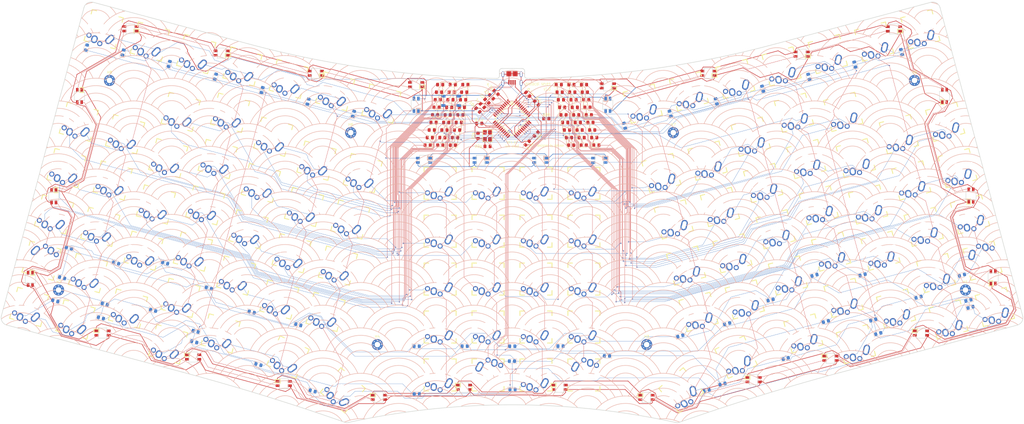
<source format=kicad_pcb>
(kicad_pcb (version 20171130) (host pcbnew "(5.1.5)-3")
  (layers (0 F.Cu signal) (31 B.Cu signal) (34 B.Paste user) (35 F.Paste user) (36 B.SilkS user hide) (37 F.SilkS user) (38 B.Mask user) (39 F.Mask user) (44 Edge.Cuts user))
  (net 0 "")
  (net 1 "Net-(D1-Pad2)")
  (net 2 row0)
  (net 3 "Net-(D2-Pad2)")
  (net 4 row1)
  (net 5 row2)
  (net 6 "Net-(D3-Pad2)")
  (net 7 "Net-(D4-Pad2)")
  (net 8 row3)
  (net 9 row4)
  (net 10 "Net-(D5-Pad2)")
  (net 11 "Net-(D6-Pad2)")
  (net 12 row5)
  (net 13 "Net-(D7-Pad2)")
  (net 14 row6)
  (net 15 "Net-(D8-Pad2)")
  (net 16 row7)
  (net 17 "Net-(D9-Pad2)")
  (net 18 row8)
  (net 19 row9)
  (net 20 "Net-(D10-Pad2)")
  (net 21 "Net-(D11-Pad2)")
  (net 22 "Net-(D12-Pad2)")
  (net 23 "Net-(D13-Pad2)")
  (net 24 "Net-(D14-Pad2)")
  (net 25 "Net-(D15-Pad2)")
  (net 26 "Net-(D16-Pad2)")
  (net 27 "Net-(D17-Pad2)")
  (net 28 "Net-(D18-Pad2)")
  (net 29 "Net-(D19-Pad2)")
  (net 30 "Net-(D20-Pad2)")
  (net 31 "Net-(D21-Pad2)")
  (net 32 "Net-(D22-Pad2)")
  (net 33 "Net-(D23-Pad2)")
  (net 34 "Net-(D24-Pad2)")
  (net 35 "Net-(D25-Pad2)")
  (net 36 "Net-(D26-Pad2)")
  (net 37 "Net-(D27-Pad2)")
  (net 38 "Net-(D28-Pad2)")
  (net 39 "Net-(D29-Pad2)")
  (net 40 "Net-(D30-Pad2)")
  (net 41 "Net-(D31-Pad2)")
  (net 42 "Net-(D32-Pad2)")
  (net 43 "Net-(D33-Pad2)")
  (net 44 "Net-(D34-Pad2)")
  (net 45 "Net-(D35-Pad2)")
  (net 46 "Net-(D36-Pad2)")
  (net 47 "Net-(D37-Pad2)")
  (net 48 "Net-(D38-Pad2)")
  (net 49 "Net-(D39-Pad2)")
  (net 50 "Net-(D40-Pad2)")
  (net 51 "Net-(D41-Pad2)")
  (net 52 "Net-(D42-Pad2)")
  (net 53 "Net-(D43-Pad2)")
  (net 54 "Net-(D44-Pad2)")
  (net 55 "Net-(D45-Pad2)")
  (net 56 "Net-(D46-Pad2)")
  (net 57 "Net-(D47-Pad2)")
  (net 58 "Net-(D48-Pad2)")
  (net 59 "Net-(D49-Pad2)")
  (net 60 "Net-(D50-Pad2)")
  (net 61 "Net-(D51-Pad2)")
  (net 62 "Net-(D52-Pad2)")
  (net 63 "Net-(D53-Pad2)")
  (net 64 "Net-(D54-Pad2)")
  (net 65 "Net-(D55-Pad2)")
  (net 66 "Net-(D56-Pad2)")
  (net 67 "Net-(D57-Pad2)")
  (net 68 "Net-(D58-Pad2)")
  (net 69 "Net-(D59-Pad2)")
  (net 70 "Net-(D60-Pad2)")
  (net 71 "Net-(D61-Pad2)")
  (net 72 "Net-(D62-Pad2)")
  (net 73 "Net-(D63-Pad2)")
  (net 74 "Net-(D64-Pad2)")
  (net 75 "Net-(D65-Pad2)")
  (net 76 "Net-(D66-Pad2)")
  (net 77 "Net-(D67-Pad2)")
  (net 78 "Net-(D68-Pad2)")
  (net 79 "Net-(D69-Pad2)")
  (net 80 "Net-(D70-Pad2)")
  (net 81 "Net-(D71-Pad2)")
  (net 82 "Net-(D72-Pad2)")
  (net 83 "Net-(D73-Pad2)")
  (net 84 "Net-(D74-Pad2)")
  (net 85 "Net-(D75-Pad2)")
  (net 86 "Net-(D76-Pad2)")
  (net 87 "Net-(D77-Pad2)")
  (net 88 "Net-(D78-Pad2)")
  (net 89 "Net-(D79-Pad2)")
  (net 90 "Net-(D80-Pad2)")
  (net 91 "Net-(D81-Pad2)")
  (net 92 "Net-(D82-Pad2)")
  (net 93 "Net-(D83-Pad2)")
  (net 94 "Net-(D84-Pad2)")
  (net 95 "Net-(D85-Pad2)")
  (net 96 "Net-(D86-Pad2)")
  (net 97 "Net-(D87-Pad2)")
  (net 98 "Net-(D88-Pad2)")
  (net 99 "Net-(D89-Pad2)")
  (net 100 "Net-(D90-Pad2)")
  (net 101 "Net-(D91-Pad2)")
  (net 102 "Net-(D92-Pad2)")
  (net 103 "Net-(D93-Pad2)")
  (net 104 "Net-(D94-Pad2)")
  (net 105 "Net-(D95-Pad2)")
  (net 106 "Net-(D96-Pad2)")
  (net 107 "Net-(D97-Pad2)")
  (net 108 "Net-(D98-Pad2)")
  (net 109 "Net-(D99-Pad2)")
  (net 110 "Net-(D100-Pad2)")
  (net 111 "Net-(D101-Pad2)")
  (net 112 "Net-(D102-Pad2)")
  (net 113 "Net-(D103-Pad2)")
  (net 114 "Net-(D104-Pad2)")
  (net 115 "Net-(D105-Pad2)")
  (net 116 "Net-(D106-Pad2)")
  (net 117 col0)
  (net 118 col1)
  (net 119 col2)
  (net 120 col3)
  (net 121 col4)
  (net 122 col5)
  (net 123 col6)
  (net 124 col7)
  (net 125 col8)
  (net 126 "Net-(U1-Pad1)")
  (net 127 "Net-(U1-Pad12)")
  (net 128 "Net-(U1-Pad25)")
  (net 129 "Net-(U1-Pad42)")
  (net 130 row10)
  (net 131 row11)
  (net 132 "Net-(C1-Pad2)")
  (net 133 GND)
  (net 134 "Net-(C2-Pad1)")
  (net 135 "Net-(C3-Pad1)")
  (net 136 VCC)
  (net 137 "Net-(J1-Pad2)")
  (net 138 "Net-(J1-Pad3)")
  (net 139 "Net-(J1-Pad4)")
  (net 140 "Net-(R1-Pad1)")
  (net 141 "Net-(R2-Pad1)")
  (net 142 "Net-(R3-Pad1)")
  (net 143 "Net-(R4-Pad2)")
  (net 144 "Net-(D107-Pad1)")
  (net 145 "Net-(D107-Pad3)")
  (net 146 "Net-(D108-Pad1)")
  (net 147 "Net-(D109-Pad1)")
  (net 148 "Net-(D110-Pad1)")
  (net 149 "Net-(D111-Pad1)")
  (net 150 "Net-(D112-Pad1)")
  (net 151 "Net-(D113-Pad1)")
  (net 152 "Net-(D114-Pad1)")
  (net 153 "Net-(D115-Pad1)")
  (net 154 "Net-(D116-Pad1)")
  (net 155 "Net-(D117-Pad1)")
  (net 156 "Net-(D118-Pad1)")
  (net 157 "Net-(D119-Pad1)")
  (net 158 "Net-(D120-Pad1)")
  (net 159 "Net-(D121-Pad1)")
  (net 160 "Net-(D122-Pad1)")
  (net 161 "Net-(D123-Pad1)")
  (net 162 "Net-(D124-Pad1)")
  (net 163 "Net-(D125-Pad1)")
  (net 164 "Net-(D126-Pad1)")
  (net 165 "Net-(D127-Pad1)")
  (net 166 "Net-(D128-Pad1)")
  (net 167 "Net-(D129-Pad1)")
  (net 168 "Net-(D130-Pad1)")
  (net 169 "Net-(D131-Pad1)")
  (net 170 "Net-(D132-Pad1)")
  (net 171 "Net-(D133-Pad1)")
  (net 172 "Net-(D134-Pad1)")
  (net 173 "Net-(D135-Pad1)")
  (net 174 "Net-(R5-Pad1)")
  (net 175 "Net-(D136-Pad1)")
  (module Keebio-Parts:Kailh-Cherry-Hybrid-yoshi (layer F.Cu) (at 44.069659 44.283887 345)
    (fp_text reference SW1)
    (fp_text value SW_Push hide)
    (pad 1 thru_hole oval (at 3.405 3.27 135.9) (size 2.5 4.17) (drill oval 1.5 3.17) (layers *.Cu *.Mask) (net 117 col0))
    (pad 2 thru_hole oval (at -2.52 4.79 161.1) (size 2.5 3.08) (drill oval 1.5 2.08) (layers *.Cu *.Mask) (net 1 "Net-(D1-Pad2)"))
    (pad "" np_thru_hole oval (at 5.3 0 165) (size 2.5 2) (drill oval 2.5 2) (layers *.Cu *.Mask))
    (pad "" np_thru_hole oval (at -5.3 0 165) (size 2.5 2) (drill oval 2.5 2) (layers *.Cu *.Mask))
    (pad 2 thru_hole circle (at -5 3.8 26.9) (size 2 2) (drill 1.2) (layers *.Cu *.Mask) (net 1 "Net-(D1-Pad2)"))
    (pad 1 thru_hole circle (at 0 5.9 165) (size 2 2) (drill 1.2) (layers *.Cu *.Mask) (net 117 col0))
    (pad "" np_thru_hole circle (at 0 0 165) (size 4 4) (drill 4) (layers *.Cu *.Mask))
  )
  (module Button_Switch_SMD:SW_SPST_SKQG_WithStem (layer B.Cu) (at 181.801062 72.681486 180)
    (fp_text reference SW107 (at 0 3.6) (layer B.SilkS) (effects (justify mirror)))
    (fp_text value SW_Push)
    (pad 2 smd rect (at 3.1 -1.85 180) (size 1.8 1.1) (layers B.Cu B.Paste B.Mask) (net 142 "Net-(R3-Pad1)"))
    (pad 2 smd rect (at -3.1 -1.85 180) (size 1.8 1.1) (layers B.Cu B.Paste B.Mask) (net 142 "Net-(R3-Pad1)"))
    (pad 1 smd rect (at 3.1 1.85 180) (size 1.8 1.1) (layers B.Cu B.Paste B.Mask) (net 133 GND))
    (pad 1 smd rect (at -3.1 1.85 180) (size 1.8 1.1) (layers B.Cu B.Paste B.Mask) (net 133 GND))
  )
  (module Keebio-Parts:Kailh-Cherry-Hybrid-yoshi (layer F.Cu) (at 34.234559 80.989087 345)
    (fp_text reference SW2)
    (fp_text value SW_Push hide)
    (pad 1 thru_hole oval (at 3.405 3.27 135.9) (size 2.5 4.17) (drill oval 1.5 3.17) (layers *.Cu *.Mask) (net 117 col0))
    (pad 2 thru_hole oval (at -2.52 4.79 161.1) (size 2.5 3.08) (drill oval 1.5 2.08) (layers *.Cu *.Mask) (net 3 "Net-(D2-Pad2)"))
    (pad "" np_thru_hole oval (at 5.3 0 165) (size 2.5 2) (drill oval 2.5 2) (layers *.Cu *.Mask))
    (pad "" np_thru_hole oval (at -5.3 0 165) (size 2.5 2) (drill oval 2.5 2) (layers *.Cu *.Mask))
    (pad 2 thru_hole circle (at -5 3.8 26.9) (size 2 2) (drill 1.2) (layers *.Cu *.Mask) (net 3 "Net-(D2-Pad2)"))
    (pad 1 thru_hole circle (at 0 5.9 165) (size 2 2) (drill 1.2) (layers *.Cu *.Mask) (net 117 col0))
    (pad "" np_thru_hole circle (at 0 0 165) (size 4 4) (drill 4) (layers *.Cu *.Mask))
  )
  (module Keebio-Parts:Kailh-Cherry-Hybrid-yoshi (layer F.Cu) (at 29.316959 99.341686 345)
    (fp_text reference SW3)
    (fp_text value SW_Push hide)
    (pad 1 thru_hole oval (at 3.405 3.27 135.9) (size 2.5 4.17) (drill oval 1.5 3.17) (layers *.Cu *.Mask) (net 117 col0))
    (pad 2 thru_hole oval (at -2.52 4.79 161.1) (size 2.5 3.08) (drill oval 1.5 2.08) (layers *.Cu *.Mask) (net 6 "Net-(D3-Pad2)"))
    (pad "" np_thru_hole oval (at 5.3 0 165) (size 2.5 2) (drill oval 2.5 2) (layers *.Cu *.Mask))
    (pad "" np_thru_hole oval (at -5.3 0 165) (size 2.5 2) (drill oval 2.5 2) (layers *.Cu *.Mask))
    (pad 2 thru_hole circle (at -5 3.8 26.9) (size 2 2) (drill 1.2) (layers *.Cu *.Mask) (net 6 "Net-(D3-Pad2)"))
    (pad 1 thru_hole circle (at 0 5.9 165) (size 2 2) (drill 1.2) (layers *.Cu *.Mask) (net 117 col0))
    (pad "" np_thru_hole circle (at 0 0 165) (size 4 4) (drill 4) (layers *.Cu *.Mask))
  )
  (module Keebio-Parts:Kailh-Cherry-Hybrid-yoshi (layer F.Cu) (at 24.399358 117.694484 345)
    (fp_text reference SW4)
    (fp_text value SW_Push hide)
    (pad 1 thru_hole oval (at 3.405 3.27 135.9) (size 2.5 4.17) (drill oval 1.5 3.17) (layers *.Cu *.Mask) (net 117 col0))
    (pad 2 thru_hole oval (at -2.52 4.79 161.1) (size 2.5 3.08) (drill oval 1.5 2.08) (layers *.Cu *.Mask) (net 7 "Net-(D4-Pad2)"))
    (pad "" np_thru_hole oval (at 5.3 0 165) (size 2.5 2) (drill oval 2.5 2) (layers *.Cu *.Mask))
    (pad "" np_thru_hole oval (at -5.3 0 165) (size 2.5 2) (drill oval 2.5 2) (layers *.Cu *.Mask))
    (pad 2 thru_hole circle (at -5 3.8 26.9) (size 2 2) (drill 1.2) (layers *.Cu *.Mask) (net 7 "Net-(D4-Pad2)"))
    (pad 1 thru_hole circle (at 0 5.9 165) (size 2 2) (drill 1.2) (layers *.Cu *.Mask) (net 117 col0))
    (pad "" np_thru_hole circle (at 0 0 165) (size 4 4) (drill 4) (layers *.Cu *.Mask))
  )
  (module Keebio-Parts:Kailh-Cherry-Hybrid-yoshi (layer F.Cu) (at 19.481858 136.046486 165)
    (fp_text reference SW5)
    (fp_text value SW_Push hide)
    (pad 1 thru_hole oval (at 3.405 3.27 315.9) (size 2.5 4.17) (drill oval 1.5 3.17) (layers *.Cu *.Mask) (net 117 col0))
    (pad 2 thru_hole oval (at -2.52 4.79 341.1) (size 2.5 3.08) (drill oval 1.5 2.08) (layers *.Cu *.Mask) (net 10 "Net-(D5-Pad2)"))
    (pad "" np_thru_hole oval (at 5.3 0 345) (size 2.5 2) (drill oval 2.5 2) (layers *.Cu *.Mask))
    (pad "" np_thru_hole oval (at -5.3 0 345) (size 2.5 2) (drill oval 2.5 2) (layers *.Cu *.Mask))
    (pad 2 thru_hole circle (at -5 3.8 206.9) (size 2 2) (drill 1.2) (layers *.Cu *.Mask) (net 10 "Net-(D5-Pad2)"))
    (pad 1 thru_hole circle (at 0 5.9 345) (size 2 2) (drill 1.2) (layers *.Cu *.Mask) (net 117 col0))
    (pad "" np_thru_hole circle (at 0 0 345) (size 4 4) (drill 4) (layers *.Cu *.Mask))
  )
  (module Keebio-Parts:Kailh-Cherry-Hybrid-yoshi (layer F.Cu) (at 14.564256 154.399486 345)
    (fp_text reference SW6)
    (fp_text value SW_Push hide)
    (pad 1 thru_hole oval (at 3.405 3.27 135.9) (size 2.5 4.17) (drill oval 1.5 3.17) (layers *.Cu *.Mask) (net 117 col0))
    (pad 2 thru_hole oval (at -2.52 4.79 161.1) (size 2.5 3.08) (drill oval 1.5 2.08) (layers *.Cu *.Mask) (net 11 "Net-(D6-Pad2)"))
    (pad "" np_thru_hole oval (at 5.3 0 165) (size 2.5 2) (drill oval 2.5 2) (layers *.Cu *.Mask))
    (pad "" np_thru_hole oval (at -5.3 0 165) (size 2.5 2) (drill oval 2.5 2) (layers *.Cu *.Mask))
    (pad 2 thru_hole circle (at -5 3.8 26.9) (size 2 2) (drill 1.2) (layers *.Cu *.Mask) (net 11 "Net-(D6-Pad2)"))
    (pad 1 thru_hole circle (at 0 5.9 165) (size 2 2) (drill 1.2) (layers *.Cu *.Mask) (net 117 col0))
    (pad "" np_thru_hole circle (at 0 0 165) (size 4 4) (drill 4) (layers *.Cu *.Mask))
  )
  (module Keebio-Parts:Kailh-Cherry-Hybrid-yoshi (layer F.Cu) (at 62.422258 49.201386 345)
    (fp_text reference SW7)
    (fp_text value SW_Push hide)
    (pad 1 thru_hole oval (at 3.405 3.27 135.9) (size 2.5 4.17) (drill oval 1.5 3.17) (layers *.Cu *.Mask) (net 117 col0))
    (pad 2 thru_hole oval (at -2.52 4.79 161.1) (size 2.5 3.08) (drill oval 1.5 2.08) (layers *.Cu *.Mask) (net 13 "Net-(D7-Pad2)"))
    (pad "" np_thru_hole oval (at 5.3 0 165) (size 2.5 2) (drill oval 2.5 2) (layers *.Cu *.Mask))
    (pad "" np_thru_hole oval (at -5.3 0 165) (size 2.5 2) (drill oval 2.5 2) (layers *.Cu *.Mask))
    (pad 2 thru_hole circle (at -5 3.8 26.9) (size 2 2) (drill 1.2) (layers *.Cu *.Mask) (net 13 "Net-(D7-Pad2)"))
    (pad 1 thru_hole circle (at 0 5.9 165) (size 2 2) (drill 1.2) (layers *.Cu *.Mask) (net 117 col0))
    (pad "" np_thru_hole circle (at 0 0 165) (size 4 4) (drill 4) (layers *.Cu *.Mask))
  )
  (module Keebio-Parts:Kailh-Cherry-Hybrid-yoshi (layer F.Cu) (at 52.587162 85.906584 345)
    (fp_text reference SW8)
    (fp_text value SW_Push hide)
    (pad 1 thru_hole oval (at 3.405 3.27 135.9) (size 2.5 4.17) (drill oval 1.5 3.17) (layers *.Cu *.Mask) (net 117 col0))
    (pad 2 thru_hole oval (at -2.52 4.79 161.1) (size 2.5 3.08) (drill oval 1.5 2.08) (layers *.Cu *.Mask) (net 15 "Net-(D8-Pad2)"))
    (pad "" np_thru_hole oval (at 5.3 0 165) (size 2.5 2) (drill oval 2.5 2) (layers *.Cu *.Mask))
    (pad "" np_thru_hole oval (at -5.3 0 165) (size 2.5 2) (drill oval 2.5 2) (layers *.Cu *.Mask))
    (pad 2 thru_hole circle (at -5 3.8 26.9) (size 2 2) (drill 1.2) (layers *.Cu *.Mask) (net 15 "Net-(D8-Pad2)"))
    (pad 1 thru_hole circle (at 0 5.9 165) (size 2 2) (drill 1.2) (layers *.Cu *.Mask) (net 117 col0))
    (pad "" np_thru_hole circle (at 0 0 165) (size 4 4) (drill 4) (layers *.Cu *.Mask))
  )
  (module Keebio-Parts:Kailh-Cherry-Hybrid-yoshi (layer F.Cu) (at 47.66956 104.259185 345)
    (fp_text reference SW9)
    (fp_text value SW_Push hide)
    (pad 1 thru_hole oval (at 3.405 3.27 135.9) (size 2.5 4.17) (drill oval 1.5 3.17) (layers *.Cu *.Mask) (net 117 col0))
    (pad 2 thru_hole oval (at -2.52 4.79 161.1) (size 2.5 3.08) (drill oval 1.5 2.08) (layers *.Cu *.Mask) (net 17 "Net-(D9-Pad2)"))
    (pad "" np_thru_hole oval (at 5.3 0 165) (size 2.5 2) (drill oval 2.5 2) (layers *.Cu *.Mask))
    (pad "" np_thru_hole oval (at -5.3 0 165) (size 2.5 2) (drill oval 2.5 2) (layers *.Cu *.Mask))
    (pad 2 thru_hole circle (at -5 3.8 26.9) (size 2 2) (drill 1.2) (layers *.Cu *.Mask) (net 17 "Net-(D9-Pad2)"))
    (pad 1 thru_hole circle (at 0 5.9 165) (size 2 2) (drill 1.2) (layers *.Cu *.Mask) (net 117 col0))
    (pad "" np_thru_hole circle (at 0 0 165) (size 4 4) (drill 4) (layers *.Cu *.Mask))
  )
  (module Keebio-Parts:Kailh-Cherry-Hybrid-yoshi (layer F.Cu) (at 42.75196 122.611485 345)
    (fp_text reference SW10)
    (fp_text value SW_Push hide)
    (pad 1 thru_hole oval (at 3.405 3.27 135.9) (size 2.5 4.17) (drill oval 1.5 3.17) (layers *.Cu *.Mask) (net 117 col0))
    (pad 2 thru_hole oval (at -2.52 4.79 161.1) (size 2.5 3.08) (drill oval 1.5 2.08) (layers *.Cu *.Mask) (net 20 "Net-(D10-Pad2)"))
    (pad "" np_thru_hole oval (at 5.3 0 165) (size 2.5 2) (drill oval 2.5 2) (layers *.Cu *.Mask))
    (pad "" np_thru_hole oval (at -5.3 0 165) (size 2.5 2) (drill oval 2.5 2) (layers *.Cu *.Mask))
    (pad 2 thru_hole circle (at -5 3.8 26.9) (size 2 2) (drill 1.2) (layers *.Cu *.Mask) (net 20 "Net-(D10-Pad2)"))
    (pad 1 thru_hole circle (at 0 5.9 165) (size 2 2) (drill 1.2) (layers *.Cu *.Mask) (net 117 col0))
    (pad "" np_thru_hole circle (at 0 0 165) (size 4 4) (drill 4) (layers *.Cu *.Mask))
  )
  (module Keebio-Parts:Kailh-Cherry-Hybrid-yoshi (layer F.Cu) (at 37.834458 140.964486 345)
    (fp_text reference SW11)
    (fp_text value SW_Push hide)
    (pad 1 thru_hole oval (at 3.405 3.27 135.9) (size 2.5 4.17) (drill oval 1.5 3.17) (layers *.Cu *.Mask) (net 117 col0))
    (pad 2 thru_hole oval (at -2.52 4.79 161.1) (size 2.5 3.08) (drill oval 1.5 2.08) (layers *.Cu *.Mask) (net 21 "Net-(D11-Pad2)"))
    (pad "" np_thru_hole oval (at 5.3 0 165) (size 2.5 2) (drill oval 2.5 2) (layers *.Cu *.Mask))
    (pad "" np_thru_hole oval (at -5.3 0 165) (size 2.5 2) (drill oval 2.5 2) (layers *.Cu *.Mask))
    (pad 2 thru_hole circle (at -5 3.8 26.9) (size 2 2) (drill 1.2) (layers *.Cu *.Mask) (net 21 "Net-(D11-Pad2)"))
    (pad 1 thru_hole circle (at 0 5.9 165) (size 2 2) (drill 1.2) (layers *.Cu *.Mask) (net 117 col0))
    (pad "" np_thru_hole circle (at 0 0 165) (size 4 4) (drill 4) (layers *.Cu *.Mask))
  )
  (module Keebio-Parts:Kailh-Cherry-Hybrid-yoshi (layer F.Cu) (at 32.916862 159.316487 345)
    (fp_text reference SW12)
    (fp_text value SW_Push hide)
    (pad 1 thru_hole oval (at 3.405 3.27 135.9) (size 2.5 4.17) (drill oval 1.5 3.17) (layers *.Cu *.Mask) (net 117 col0))
    (pad 2 thru_hole oval (at -2.52 4.79 161.1) (size 2.5 3.08) (drill oval 1.5 2.08) (layers *.Cu *.Mask) (net 22 "Net-(D12-Pad2)"))
    (pad "" np_thru_hole oval (at 5.3 0 165) (size 2.5 2) (drill oval 2.5 2) (layers *.Cu *.Mask))
    (pad "" np_thru_hole oval (at -5.3 0 165) (size 2.5 2) (drill oval 2.5 2) (layers *.Cu *.Mask))
    (pad 2 thru_hole circle (at -5 3.8 26.9) (size 2 2) (drill 1.2) (layers *.Cu *.Mask) (net 22 "Net-(D12-Pad2)"))
    (pad 1 thru_hole circle (at 0 5.9 165) (size 2 2) (drill 1.2) (layers *.Cu *.Mask) (net 117 col0))
    (pad "" np_thru_hole circle (at 0 0 165) (size 4 4) (drill 4) (layers *.Cu *.Mask))
  )
  (module Keebio-Parts:Kailh-Cherry-Hybrid-yoshi (layer F.Cu) (at 80.774861 54.118987 345)
    (fp_text reference SW13)
    (fp_text value SW_Push hide)
    (pad 1 thru_hole oval (at 3.405 3.27 135.9) (size 2.5 4.17) (drill oval 1.5 3.17) (layers *.Cu *.Mask) (net 118 col1))
    (pad 2 thru_hole oval (at -2.52 4.79 161.1) (size 2.5 3.08) (drill oval 1.5 2.08) (layers *.Cu *.Mask) (net 23 "Net-(D13-Pad2)"))
    (pad "" np_thru_hole oval (at 5.3 0 165) (size 2.5 2) (drill oval 2.5 2) (layers *.Cu *.Mask))
    (pad "" np_thru_hole oval (at -5.3 0 165) (size 2.5 2) (drill oval 2.5 2) (layers *.Cu *.Mask))
    (pad 2 thru_hole circle (at -5 3.8 26.9) (size 2 2) (drill 1.2) (layers *.Cu *.Mask) (net 23 "Net-(D13-Pad2)"))
    (pad 1 thru_hole circle (at 0 5.9 165) (size 2 2) (drill 1.2) (layers *.Cu *.Mask) (net 118 col1))
    (pad "" np_thru_hole circle (at 0 0 165) (size 4 4) (drill 4) (layers *.Cu *.Mask))
  )
  (module Keebio-Parts:Kailh-Cherry-Hybrid-yoshi (layer F.Cu) (at 74.627859 77.059686 345)
    (fp_text reference SW14)
    (fp_text value SW_Push hide)
    (pad 1 thru_hole oval (at 3.405 3.27 135.9) (size 2.5 4.17) (drill oval 1.5 3.17) (layers *.Cu *.Mask) (net 118 col1))
    (pad 2 thru_hole oval (at -2.52 4.79 161.1) (size 2.5 3.08) (drill oval 1.5 2.08) (layers *.Cu *.Mask) (net 24 "Net-(D14-Pad2)"))
    (pad "" np_thru_hole oval (at 5.3 0 165) (size 2.5 2) (drill oval 2.5 2) (layers *.Cu *.Mask))
    (pad "" np_thru_hole oval (at -5.3 0 165) (size 2.5 2) (drill oval 2.5 2) (layers *.Cu *.Mask))
    (pad 2 thru_hole circle (at -5 3.8 26.9) (size 2 2) (drill 1.2) (layers *.Cu *.Mask) (net 24 "Net-(D14-Pad2)"))
    (pad 1 thru_hole circle (at 0 5.9 165) (size 2 2) (drill 1.2) (layers *.Cu *.Mask) (net 118 col1))
    (pad "" np_thru_hole circle (at 0 0 165) (size 4 4) (drill 4) (layers *.Cu *.Mask))
  )
  (module Keebio-Parts:Kailh-Cherry-Hybrid-yoshi (layer F.Cu) (at 69.71036 95.412287 345)
    (fp_text reference SW15)
    (fp_text value SW_Push hide)
    (pad 1 thru_hole oval (at 3.405 3.27 135.9) (size 2.5 4.17) (drill oval 1.5 3.17) (layers *.Cu *.Mask) (net 118 col1))
    (pad 2 thru_hole oval (at -2.52 4.79 161.1) (size 2.5 3.08) (drill oval 1.5 2.08) (layers *.Cu *.Mask) (net 25 "Net-(D15-Pad2)"))
    (pad "" np_thru_hole oval (at 5.3 0 165) (size 2.5 2) (drill oval 2.5 2) (layers *.Cu *.Mask))
    (pad "" np_thru_hole oval (at -5.3 0 165) (size 2.5 2) (drill oval 2.5 2) (layers *.Cu *.Mask))
    (pad 2 thru_hole circle (at -5 3.8 26.9) (size 2 2) (drill 1.2) (layers *.Cu *.Mask) (net 25 "Net-(D15-Pad2)"))
    (pad 1 thru_hole circle (at 0 5.9 165) (size 2 2) (drill 1.2) (layers *.Cu *.Mask) (net 118 col1))
    (pad "" np_thru_hole circle (at 0 0 165) (size 4 4) (drill 4) (layers *.Cu *.Mask))
  )
  (module Keebio-Parts:Kailh-Cherry-Hybrid-yoshi (layer F.Cu) (at 64.792759 113.764485 345)
    (fp_text reference SW16)
    (fp_text value SW_Push hide)
    (pad 1 thru_hole oval (at 3.405 3.27 135.9) (size 2.5 4.17) (drill oval 1.5 3.17) (layers *.Cu *.Mask) (net 118 col1))
    (pad 2 thru_hole oval (at -2.52 4.79 161.1) (size 2.5 3.08) (drill oval 1.5 2.08) (layers *.Cu *.Mask) (net 26 "Net-(D16-Pad2)"))
    (pad "" np_thru_hole oval (at 5.3 0 165) (size 2.5 2) (drill oval 2.5 2) (layers *.Cu *.Mask))
    (pad "" np_thru_hole oval (at -5.3 0 165) (size 2.5 2) (drill oval 2.5 2) (layers *.Cu *.Mask))
    (pad 2 thru_hole circle (at -5 3.8 26.9) (size 2 2) (drill 1.2) (layers *.Cu *.Mask) (net 26 "Net-(D16-Pad2)"))
    (pad 1 thru_hole circle (at 0 5.9 165) (size 2 2) (drill 1.2) (layers *.Cu *.Mask) (net 118 col1))
    (pad "" np_thru_hole circle (at 0 0 165) (size 4 4) (drill 4) (layers *.Cu *.Mask))
  )
  (module Keebio-Parts:Kailh-Cherry-Hybrid-yoshi (layer F.Cu) (at 59.87516 132.117485 345)
    (fp_text reference SW17)
    (fp_text value SW_Push hide)
    (pad 1 thru_hole oval (at 3.405 3.27 135.9) (size 2.5 4.17) (drill oval 1.5 3.17) (layers *.Cu *.Mask) (net 118 col1))
    (pad 2 thru_hole oval (at -2.52 4.79 161.1) (size 2.5 3.08) (drill oval 1.5 2.08) (layers *.Cu *.Mask) (net 27 "Net-(D17-Pad2)"))
    (pad "" np_thru_hole oval (at 5.3 0 165) (size 2.5 2) (drill oval 2.5 2) (layers *.Cu *.Mask))
    (pad "" np_thru_hole oval (at -5.3 0 165) (size 2.5 2) (drill oval 2.5 2) (layers *.Cu *.Mask))
    (pad 2 thru_hole circle (at -5 3.8 26.9) (size 2 2) (drill 1.2) (layers *.Cu *.Mask) (net 27 "Net-(D17-Pad2)"))
    (pad 1 thru_hole circle (at 0 5.9 165) (size 2 2) (drill 1.2) (layers *.Cu *.Mask) (net 118 col1))
    (pad "" np_thru_hole circle (at 0 0 165) (size 4 4) (drill 4) (layers *.Cu *.Mask))
  )
  (module Keebio-Parts:Kailh-Cherry-Hybrid-yoshi (layer F.Cu) (at 53.729558 155.058486 345)
    (fp_text reference SW18)
    (fp_text value SW_Push hide)
    (pad 1 thru_hole oval (at 3.405 3.27 135.9) (size 2.5 4.17) (drill oval 1.5 3.17) (layers *.Cu *.Mask) (net 118 col1))
    (pad 2 thru_hole oval (at -2.52 4.79 161.1) (size 2.5 3.08) (drill oval 1.5 2.08) (layers *.Cu *.Mask) (net 28 "Net-(D18-Pad2)"))
    (pad "" np_thru_hole oval (at 5.3 0 165) (size 2.5 2) (drill oval 2.5 2) (layers *.Cu *.Mask))
    (pad "" np_thru_hole oval (at -5.3 0 165) (size 2.5 2) (drill oval 2.5 2) (layers *.Cu *.Mask))
    (pad 2 thru_hole circle (at -5 3.8 26.9) (size 2 2) (drill 1.2) (layers *.Cu *.Mask) (net 28 "Net-(D18-Pad2)"))
    (pad 1 thru_hole circle (at 0 5.9 165) (size 2 2) (drill 1.2) (layers *.Cu *.Mask) (net 118 col1))
    (pad "" np_thru_hole circle (at 0 0 165) (size 4 4) (drill 4) (layers *.Cu *.Mask))
  )
  (module Keebio-Parts:Kailh-Cherry-Hybrid-yoshi (layer F.Cu) (at 99.12706 59.036585 345)
    (fp_text reference SW19)
    (fp_text value SW_Push hide)
    (pad 1 thru_hole oval (at 3.405 3.27 135.9) (size 2.5 4.17) (drill oval 1.5 3.17) (layers *.Cu *.Mask) (net 118 col1))
    (pad 2 thru_hole oval (at -2.52 4.79 161.1) (size 2.5 3.08) (drill oval 1.5 2.08) (layers *.Cu *.Mask) (net 29 "Net-(D19-Pad2)"))
    (pad "" np_thru_hole oval (at 5.3 0 165) (size 2.5 2) (drill oval 2.5 2) (layers *.Cu *.Mask))
    (pad "" np_thru_hole oval (at -5.3 0 165) (size 2.5 2) (drill oval 2.5 2) (layers *.Cu *.Mask))
    (pad 2 thru_hole circle (at -5 3.8 26.9) (size 2 2) (drill 1.2) (layers *.Cu *.Mask) (net 29 "Net-(D19-Pad2)"))
    (pad 1 thru_hole circle (at 0 5.9 165) (size 2 2) (drill 1.2) (layers *.Cu *.Mask) (net 118 col1))
    (pad "" np_thru_hole circle (at 0 0 165) (size 4 4) (drill 4) (layers *.Cu *.Mask))
  )
  (module Keebio-Parts:Kailh-Cherry-Hybrid-yoshi (layer F.Cu) (at 94.20986 77.389186 345)
    (fp_text reference SW20)
    (fp_text value SW_Push hide)
    (pad 1 thru_hole oval (at 3.405 3.27 135.9) (size 2.5 4.17) (drill oval 1.5 3.17) (layers *.Cu *.Mask) (net 118 col1))
    (pad 2 thru_hole oval (at -2.52 4.79 161.1) (size 2.5 3.08) (drill oval 1.5 2.08) (layers *.Cu *.Mask) (net 30 "Net-(D20-Pad2)"))
    (pad "" np_thru_hole oval (at 5.3 0 165) (size 2.5 2) (drill oval 2.5 2) (layers *.Cu *.Mask))
    (pad "" np_thru_hole oval (at -5.3 0 165) (size 2.5 2) (drill oval 2.5 2) (layers *.Cu *.Mask))
    (pad 2 thru_hole circle (at -5 3.8 26.9) (size 2 2) (drill 1.2) (layers *.Cu *.Mask) (net 30 "Net-(D20-Pad2)"))
    (pad 1 thru_hole circle (at 0 5.9 165) (size 2 2) (drill 1.2) (layers *.Cu *.Mask) (net 118 col1))
    (pad "" np_thru_hole circle (at 0 0 165) (size 4 4) (drill 4) (layers *.Cu *.Mask))
  )
  (module Keebio-Parts:Kailh-Cherry-Hybrid-yoshi (layer F.Cu) (at 89.292258 95.741686 345)
    (fp_text reference SW21)
    (fp_text value SW_Push hide)
    (pad 1 thru_hole oval (at 3.405 3.27 135.9) (size 2.5 4.17) (drill oval 1.5 3.17) (layers *.Cu *.Mask) (net 118 col1))
    (pad 2 thru_hole oval (at -2.52 4.79 161.1) (size 2.5 3.08) (drill oval 1.5 2.08) (layers *.Cu *.Mask) (net 31 "Net-(D21-Pad2)"))
    (pad "" np_thru_hole oval (at 5.3 0 165) (size 2.5 2) (drill oval 2.5 2) (layers *.Cu *.Mask))
    (pad "" np_thru_hole oval (at -5.3 0 165) (size 2.5 2) (drill oval 2.5 2) (layers *.Cu *.Mask))
    (pad 2 thru_hole circle (at -5 3.8 26.9) (size 2 2) (drill 1.2) (layers *.Cu *.Mask) (net 31 "Net-(D21-Pad2)"))
    (pad 1 thru_hole circle (at 0 5.9 165) (size 2 2) (drill 1.2) (layers *.Cu *.Mask) (net 118 col1))
    (pad "" np_thru_hole circle (at 0 0 165) (size 4 4) (drill 4) (layers *.Cu *.Mask))
  )
  (module Keebio-Parts:Kailh-Cherry-Hybrid-yoshi (layer F.Cu) (at 84.37476 114.094488 345)
    (fp_text reference SW22)
    (fp_text value SW_Push hide)
    (pad 1 thru_hole oval (at 3.405 3.27 135.9) (size 2.5 4.17) (drill oval 1.5 3.17) (layers *.Cu *.Mask) (net 118 col1))
    (pad 2 thru_hole oval (at -2.52 4.79 161.1) (size 2.5 3.08) (drill oval 1.5 2.08) (layers *.Cu *.Mask) (net 32 "Net-(D22-Pad2)"))
    (pad "" np_thru_hole oval (at 5.3 0 165) (size 2.5 2) (drill oval 2.5 2) (layers *.Cu *.Mask))
    (pad "" np_thru_hole oval (at -5.3 0 165) (size 2.5 2) (drill oval 2.5 2) (layers *.Cu *.Mask))
    (pad 2 thru_hole circle (at -5 3.8 26.9) (size 2 2) (drill 1.2) (layers *.Cu *.Mask) (net 32 "Net-(D22-Pad2)"))
    (pad 1 thru_hole circle (at 0 5.9 165) (size 2 2) (drill 1.2) (layers *.Cu *.Mask) (net 118 col1))
    (pad "" np_thru_hole circle (at 0 0 165) (size 4 4) (drill 4) (layers *.Cu *.Mask))
  )
  (module Keebio-Parts:Kailh-Cherry-Hybrid-yoshi (layer F.Cu) (at 79.45716 132.446487 345)
    (fp_text reference SW23)
    (fp_text value SW_Push hide)
    (pad 1 thru_hole oval (at 3.405 3.27 135.9) (size 2.5 4.17) (drill oval 1.5 3.17) (layers *.Cu *.Mask) (net 118 col1))
    (pad 2 thru_hole oval (at -2.52 4.79 161.1) (size 2.5 3.08) (drill oval 1.5 2.08) (layers *.Cu *.Mask) (net 33 "Net-(D23-Pad2)"))
    (pad "" np_thru_hole oval (at 5.3 0 165) (size 2.5 2) (drill oval 2.5 2) (layers *.Cu *.Mask))
    (pad "" np_thru_hole oval (at -5.3 0 165) (size 2.5 2) (drill oval 2.5 2) (layers *.Cu *.Mask))
    (pad 2 thru_hole circle (at -5 3.8 26.9) (size 2 2) (drill 1.2) (layers *.Cu *.Mask) (net 33 "Net-(D23-Pad2)"))
    (pad 1 thru_hole circle (at 0 5.9 165) (size 2 2) (drill 1.2) (layers *.Cu *.Mask) (net 118 col1))
    (pad "" np_thru_hole circle (at 0 0 165) (size 4 4) (drill 4) (layers *.Cu *.Mask))
  )
  (module Keebio-Parts:Kailh-Cherry-Hybrid-yoshi (layer F.Cu) (at 74.540859 150.799485 345)
    (fp_text reference SW24)
    (fp_text value SW_Push hide)
    (pad 1 thru_hole oval (at 3.405 3.27 135.9) (size 2.5 4.17) (drill oval 1.5 3.17) (layers *.Cu *.Mask) (net 118 col1))
    (pad 2 thru_hole oval (at -2.52 4.79 161.1) (size 2.5 3.08) (drill oval 1.5 2.08) (layers *.Cu *.Mask) (net 34 "Net-(D24-Pad2)"))
    (pad "" np_thru_hole oval (at 5.3 0 165) (size 2.5 2) (drill oval 2.5 2) (layers *.Cu *.Mask))
    (pad "" np_thru_hole oval (at -5.3 0 165) (size 2.5 2) (drill oval 2.5 2) (layers *.Cu *.Mask))
    (pad 2 thru_hole circle (at -5 3.8 26.9) (size 2 2) (drill 1.2) (layers *.Cu *.Mask) (net 34 "Net-(D24-Pad2)"))
    (pad 1 thru_hole circle (at 0 5.9 165) (size 2 2) (drill 1.2) (layers *.Cu *.Mask) (net 118 col1))
    (pad "" np_thru_hole circle (at 0 0 165) (size 4 4) (drill 4) (layers *.Cu *.Mask))
  )
  (module Keebio-Parts:Kailh-Cherry-Hybrid-yoshi (layer F.Cu) (at 117.480058 63.954086 345)
    (fp_text reference SW25)
    (fp_text value SW_Push hide)
    (pad 1 thru_hole oval (at 3.405 3.27 135.9) (size 2.5 4.17) (drill oval 1.5 3.17) (layers *.Cu *.Mask) (net 119 col2))
    (pad 2 thru_hole oval (at -2.52 4.79 161.1) (size 2.5 3.08) (drill oval 1.5 2.08) (layers *.Cu *.Mask) (net 35 "Net-(D25-Pad2)"))
    (pad "" np_thru_hole oval (at 5.3 0 165) (size 2.5 2) (drill oval 2.5 2) (layers *.Cu *.Mask))
    (pad "" np_thru_hole oval (at -5.3 0 165) (size 2.5 2) (drill oval 2.5 2) (layers *.Cu *.Mask))
    (pad 2 thru_hole circle (at -5 3.8 26.9) (size 2 2) (drill 1.2) (layers *.Cu *.Mask) (net 35 "Net-(D25-Pad2)"))
    (pad 1 thru_hole circle (at 0 5.9 165) (size 2 2) (drill 1.2) (layers *.Cu *.Mask) (net 119 col2))
    (pad "" np_thru_hole circle (at 0 0 165) (size 4 4) (drill 4) (layers *.Cu *.Mask))
  )
  (module Keebio-Parts:Kailh-Cherry-Hybrid-yoshi (layer F.Cu) (at 111.333058 86.894887 345)
    (fp_text reference SW26)
    (fp_text value SW_Push hide)
    (pad 1 thru_hole oval (at 3.405 3.27 135.9) (size 2.5 4.17) (drill oval 1.5 3.17) (layers *.Cu *.Mask) (net 119 col2))
    (pad 2 thru_hole oval (at -2.52 4.79 161.1) (size 2.5 3.08) (drill oval 1.5 2.08) (layers *.Cu *.Mask) (net 36 "Net-(D26-Pad2)"))
    (pad "" np_thru_hole oval (at 5.3 0 165) (size 2.5 2) (drill oval 2.5 2) (layers *.Cu *.Mask))
    (pad "" np_thru_hole oval (at -5.3 0 165) (size 2.5 2) (drill oval 2.5 2) (layers *.Cu *.Mask))
    (pad 2 thru_hole circle (at -5 3.8 26.9) (size 2 2) (drill 1.2) (layers *.Cu *.Mask) (net 36 "Net-(D26-Pad2)"))
    (pad 1 thru_hole circle (at 0 5.9 165) (size 2 2) (drill 1.2) (layers *.Cu *.Mask) (net 119 col2))
    (pad "" np_thru_hole circle (at 0 0 165) (size 4 4) (drill 4) (layers *.Cu *.Mask))
  )
  (module Keebio-Parts:Kailh-Cherry-Hybrid-yoshi (layer F.Cu) (at 106.415059 105.247486 345)
    (fp_text reference SW27)
    (fp_text value SW_Push hide)
    (pad 1 thru_hole oval (at 3.405 3.27 135.9) (size 2.5 4.17) (drill oval 1.5 3.17) (layers *.Cu *.Mask) (net 119 col2))
    (pad 2 thru_hole oval (at -2.52 4.79 161.1) (size 2.5 3.08) (drill oval 1.5 2.08) (layers *.Cu *.Mask) (net 37 "Net-(D27-Pad2)"))
    (pad "" np_thru_hole oval (at 5.3 0 165) (size 2.5 2) (drill oval 2.5 2) (layers *.Cu *.Mask))
    (pad "" np_thru_hole oval (at -5.3 0 165) (size 2.5 2) (drill oval 2.5 2) (layers *.Cu *.Mask))
    (pad 2 thru_hole circle (at -5 3.8 26.9) (size 2 2) (drill 1.2) (layers *.Cu *.Mask) (net 37 "Net-(D27-Pad2)"))
    (pad 1 thru_hole circle (at 0 5.9 165) (size 2 2) (drill 1.2) (layers *.Cu *.Mask) (net 119 col2))
    (pad "" np_thru_hole circle (at 0 0 165) (size 4 4) (drill 4) (layers *.Cu *.Mask))
  )
  (module Keebio-Parts:Kailh-Cherry-Hybrid-yoshi (layer F.Cu) (at 101.498059 123.600487 345)
    (fp_text reference SW28)
    (fp_text value SW_Push hide)
    (pad 1 thru_hole oval (at 3.405 3.27 135.9) (size 2.5 4.17) (drill oval 1.5 3.17) (layers *.Cu *.Mask) (net 119 col2))
    (pad 2 thru_hole oval (at -2.52 4.79 161.1) (size 2.5 3.08) (drill oval 1.5 2.08) (layers *.Cu *.Mask) (net 38 "Net-(D28-Pad2)"))
    (pad "" np_thru_hole oval (at 5.3 0 165) (size 2.5 2) (drill oval 2.5 2) (layers *.Cu *.Mask))
    (pad "" np_thru_hole oval (at -5.3 0 165) (size 2.5 2) (drill oval 2.5 2) (layers *.Cu *.Mask))
    (pad 2 thru_hole circle (at -5 3.8 26.9) (size 2 2) (drill 1.2) (layers *.Cu *.Mask) (net 38 "Net-(D28-Pad2)"))
    (pad 1 thru_hole circle (at 0 5.9 165) (size 2 2) (drill 1.2) (layers *.Cu *.Mask) (net 119 col2))
    (pad "" np_thru_hole circle (at 0 0 165) (size 4 4) (drill 4) (layers *.Cu *.Mask))
  )
  (module Keebio-Parts:Kailh-Cherry-Hybrid-yoshi (layer F.Cu) (at 96.580059 141.952486 345)
    (fp_text reference SW29)
    (fp_text value SW_Push hide)
    (pad 1 thru_hole oval (at 3.405 3.27 135.9) (size 2.5 4.17) (drill oval 1.5 3.17) (layers *.Cu *.Mask) (net 119 col2))
    (pad 2 thru_hole oval (at -2.52 4.79 161.1) (size 2.5 3.08) (drill oval 1.5 2.08) (layers *.Cu *.Mask) (net 39 "Net-(D29-Pad2)"))
    (pad "" np_thru_hole oval (at 5.3 0 165) (size 2.5 2) (drill oval 2.5 2) (layers *.Cu *.Mask))
    (pad "" np_thru_hole oval (at -5.3 0 165) (size 2.5 2) (drill oval 2.5 2) (layers *.Cu *.Mask))
    (pad 2 thru_hole circle (at -5 3.8 26.9) (size 2 2) (drill 1.2) (layers *.Cu *.Mask) (net 39 "Net-(D29-Pad2)"))
    (pad 1 thru_hole circle (at 0 5.9 165) (size 2 2) (drill 1.2) (layers *.Cu *.Mask) (net 119 col2))
    (pad "" np_thru_hole circle (at 0 0 165) (size 4 4) (drill 4) (layers *.Cu *.Mask))
  )
  (module Keebio-Parts:Kailh-Cherry-Hybrid-yoshi (layer F.Cu) (at 90.434661 164.893486 345)
    (fp_text reference SW30)
    (fp_text value SW_Push hide)
    (pad 1 thru_hole oval (at 3.405 3.27 135.9) (size 2.5 4.17) (drill oval 1.5 3.17) (layers *.Cu *.Mask) (net 119 col2))
    (pad 2 thru_hole oval (at -2.52 4.79 161.1) (size 2.5 3.08) (drill oval 1.5 2.08) (layers *.Cu *.Mask) (net 40 "Net-(D30-Pad2)"))
    (pad "" np_thru_hole oval (at 5.3 0 165) (size 2.5 2) (drill oval 2.5 2) (layers *.Cu *.Mask))
    (pad "" np_thru_hole oval (at -5.3 0 165) (size 2.5 2) (drill oval 2.5 2) (layers *.Cu *.Mask))
    (pad 2 thru_hole circle (at -5 3.8 26.9) (size 2 2) (drill 1.2) (layers *.Cu *.Mask) (net 40 "Net-(D30-Pad2)"))
    (pad 1 thru_hole circle (at 0 5.9 165) (size 2 2) (drill 1.2) (layers *.Cu *.Mask) (net 119 col2))
    (pad "" np_thru_hole circle (at 0 0 165) (size 4 4) (drill 4) (layers *.Cu *.Mask))
  )
  (module Keebio-Parts:Kailh-Cherry-Hybrid-yoshi (layer F.Cu) (at 135.83306 68.871686 345)
    (fp_text reference SW31)
    (fp_text value SW_Push hide)
    (pad 1 thru_hole oval (at 3.405 3.27 135.9) (size 2.5 4.17) (drill oval 1.5 3.17) (layers *.Cu *.Mask) (net 119 col2))
    (pad 2 thru_hole oval (at -2.52 4.79 161.1) (size 2.5 3.08) (drill oval 1.5 2.08) (layers *.Cu *.Mask) (net 41 "Net-(D31-Pad2)"))
    (pad "" np_thru_hole oval (at 5.3 0 165) (size 2.5 2) (drill oval 2.5 2) (layers *.Cu *.Mask))
    (pad "" np_thru_hole oval (at -5.3 0 165) (size 2.5 2) (drill oval 2.5 2) (layers *.Cu *.Mask))
    (pad 2 thru_hole circle (at -5 3.8 26.9) (size 2 2) (drill 1.2) (layers *.Cu *.Mask) (net 41 "Net-(D31-Pad2)"))
    (pad 1 thru_hole circle (at 0 5.9 165) (size 2 2) (drill 1.2) (layers *.Cu *.Mask) (net 119 col2))
    (pad "" np_thru_hole circle (at 0 0 165) (size 4 4) (drill 4) (layers *.Cu *.Mask))
  )
  (module Keebio-Parts:Kailh-Cherry-Hybrid-yoshi (layer F.Cu) (at 128.45606 96.400588 345)
    (fp_text reference SW32)
    (fp_text value SW_Push hide)
    (pad 1 thru_hole oval (at 3.405 3.27 135.9) (size 2.5 4.17) (drill oval 1.5 3.17) (layers *.Cu *.Mask) (net 119 col2))
    (pad 2 thru_hole oval (at -2.52 4.79 161.1) (size 2.5 3.08) (drill oval 1.5 2.08) (layers *.Cu *.Mask) (net 42 "Net-(D32-Pad2)"))
    (pad "" np_thru_hole oval (at 5.3 0 165) (size 2.5 2) (drill oval 2.5 2) (layers *.Cu *.Mask))
    (pad "" np_thru_hole oval (at -5.3 0 165) (size 2.5 2) (drill oval 2.5 2) (layers *.Cu *.Mask))
    (pad 2 thru_hole circle (at -5 3.8 26.9) (size 2 2) (drill 1.2) (layers *.Cu *.Mask) (net 42 "Net-(D32-Pad2)"))
    (pad 1 thru_hole circle (at 0 5.9 165) (size 2 2) (drill 1.2) (layers *.Cu *.Mask) (net 119 col2))
    (pad "" np_thru_hole circle (at 0 0 165) (size 4 4) (drill 4) (layers *.Cu *.Mask))
  )
  (module Keebio-Parts:Kailh-Cherry-Hybrid-yoshi (layer F.Cu) (at 123.539062 114.753485 345)
    (fp_text reference SW33)
    (fp_text value SW_Push hide)
    (pad 1 thru_hole oval (at 3.405 3.27 135.9) (size 2.5 4.17) (drill oval 1.5 3.17) (layers *.Cu *.Mask) (net 119 col2))
    (pad 2 thru_hole oval (at -2.52 4.79 161.1) (size 2.5 3.08) (drill oval 1.5 2.08) (layers *.Cu *.Mask) (net 43 "Net-(D33-Pad2)"))
    (pad "" np_thru_hole oval (at 5.3 0 165) (size 2.5 2) (drill oval 2.5 2) (layers *.Cu *.Mask))
    (pad "" np_thru_hole oval (at -5.3 0 165) (size 2.5 2) (drill oval 2.5 2) (layers *.Cu *.Mask))
    (pad 2 thru_hole circle (at -5 3.8 26.9) (size 2 2) (drill 1.2) (layers *.Cu *.Mask) (net 43 "Net-(D33-Pad2)"))
    (pad 1 thru_hole circle (at 0 5.9 165) (size 2 2) (drill 1.2) (layers *.Cu *.Mask) (net 119 col2))
    (pad "" np_thru_hole circle (at 0 0 165) (size 4 4) (drill 4) (layers *.Cu *.Mask))
  )
  (module Keebio-Parts:Kailh-Cherry-Hybrid-yoshi (layer F.Cu) (at 118.621059 133.105486 345)
    (fp_text reference SW34)
    (fp_text value SW_Push hide)
    (pad 1 thru_hole oval (at 3.405 3.27 135.9) (size 2.5 4.17) (drill oval 1.5 3.17) (layers *.Cu *.Mask) (net 119 col2))
    (pad 2 thru_hole oval (at -2.52 4.79 161.1) (size 2.5 3.08) (drill oval 1.5 2.08) (layers *.Cu *.Mask) (net 44 "Net-(D34-Pad2)"))
    (pad "" np_thru_hole oval (at 5.3 0 165) (size 2.5 2) (drill oval 2.5 2) (layers *.Cu *.Mask))
    (pad "" np_thru_hole oval (at -5.3 0 165) (size 2.5 2) (drill oval 2.5 2) (layers *.Cu *.Mask))
    (pad 2 thru_hole circle (at -5 3.8 26.9) (size 2 2) (drill 1.2) (layers *.Cu *.Mask) (net 44 "Net-(D34-Pad2)"))
    (pad 1 thru_hole circle (at 0 5.9 165) (size 2 2) (drill 1.2) (layers *.Cu *.Mask) (net 119 col2))
    (pad "" np_thru_hole circle (at 0 0 165) (size 4 4) (drill 4) (layers *.Cu *.Mask))
  )
  (module Keebio-Parts:Kailh-Cherry-Hybrid-yoshi (layer F.Cu) (at 113.704061 151.458487 345)
    (fp_text reference SW35)
    (fp_text value SW_Push hide)
    (pad 1 thru_hole oval (at 3.405 3.27 135.9) (size 2.5 4.17) (drill oval 1.5 3.17) (layers *.Cu *.Mask) (net 119 col2))
    (pad 2 thru_hole oval (at -2.52 4.79 161.1) (size 2.5 3.08) (drill oval 1.5 2.08) (layers *.Cu *.Mask) (net 45 "Net-(D35-Pad2)"))
    (pad "" np_thru_hole oval (at 5.3 0 165) (size 2.5 2) (drill oval 2.5 2) (layers *.Cu *.Mask))
    (pad "" np_thru_hole oval (at -5.3 0 165) (size 2.5 2) (drill oval 2.5 2) (layers *.Cu *.Mask))
    (pad 2 thru_hole circle (at -5 3.8 26.9) (size 2 2) (drill 1.2) (layers *.Cu *.Mask) (net 45 "Net-(D35-Pad2)"))
    (pad 1 thru_hole circle (at 0 5.9 165) (size 2 2) (drill 1.2) (layers *.Cu *.Mask) (net 119 col2))
    (pad "" np_thru_hole circle (at 0 0 165) (size 4 4) (drill 4) (layers *.Cu *.Mask))
  )
  (module Keebio-Parts:Kailh-Cherry-Hybrid-yoshi (layer F.Cu) (at 117.15106 174.304485 335)
    (fp_text reference SW36)
    (fp_text value SW_Push hide)
    (pad 1 thru_hole oval (at 3.405 3.27 125.9) (size 2.5 4.17) (drill oval 1.5 3.17) (layers *.Cu *.Mask) (net 119 col2))
    (pad 2 thru_hole oval (at -2.52 4.79 151.1) (size 2.5 3.08) (drill oval 1.5 2.08) (layers *.Cu *.Mask) (net 46 "Net-(D36-Pad2)"))
    (pad "" np_thru_hole oval (at 5.3 0 155) (size 2.5 2) (drill oval 2.5 2) (layers *.Cu *.Mask))
    (pad "" np_thru_hole oval (at -5.3 0 155) (size 2.5 2) (drill oval 2.5 2) (layers *.Cu *.Mask))
    (pad 2 thru_hole circle (at -5 3.8 16.9) (size 2 2) (drill 1.2) (layers *.Cu *.Mask) (net 46 "Net-(D36-Pad2)"))
    (pad 1 thru_hole circle (at 0 5.9 155) (size 2 2) (drill 1.2) (layers *.Cu *.Mask) (net 119 col2))
    (pad "" np_thru_hole circle (at 0 0 155) (size 4 4) (drill 4) (layers *.Cu *.Mask))
  )
  (module Keebio-Parts:Kailh-Cherry-Hybrid-yoshi (layer F.Cu) (at 154.18506 73.789285 345)
    (fp_text reference SW37)
    (fp_text value SW_Push hide)
    (pad 1 thru_hole oval (at 3.405 3.27 135.9) (size 2.5 4.17) (drill oval 1.5 3.17) (layers *.Cu *.Mask) (net 120 col3))
    (pad 2 thru_hole oval (at -2.52 4.79 161.1) (size 2.5 3.08) (drill oval 1.5 2.08) (layers *.Cu *.Mask) (net 47 "Net-(D37-Pad2)"))
    (pad "" np_thru_hole oval (at 5.3 0 165) (size 2.5 2) (drill oval 2.5 2) (layers *.Cu *.Mask))
    (pad "" np_thru_hole oval (at -5.3 0 165) (size 2.5 2) (drill oval 2.5 2) (layers *.Cu *.Mask))
    (pad 2 thru_hole circle (at -5 3.8 26.9) (size 2 2) (drill 1.2) (layers *.Cu *.Mask) (net 47 "Net-(D37-Pad2)"))
    (pad 1 thru_hole circle (at 0 5.9 165) (size 2 2) (drill 1.2) (layers *.Cu *.Mask) (net 120 col3))
    (pad "" np_thru_hole circle (at 0 0 165) (size 4 4) (drill 4) (layers *.Cu *.Mask))
  )
  (module Keebio-Parts:Kailh-Cherry-Hybrid-yoshi (layer F.Cu) (at 146.809059 101.318086 345)
    (fp_text reference SW38)
    (fp_text value SW_Push hide)
    (pad 1 thru_hole oval (at 3.405 3.27 135.9) (size 2.5 4.17) (drill oval 1.5 3.17) (layers *.Cu *.Mask) (net 120 col3))
    (pad 2 thru_hole oval (at -2.52 4.79 161.1) (size 2.5 3.08) (drill oval 1.5 2.08) (layers *.Cu *.Mask) (net 48 "Net-(D38-Pad2)"))
    (pad "" np_thru_hole oval (at 5.3 0 165) (size 2.5 2) (drill oval 2.5 2) (layers *.Cu *.Mask))
    (pad "" np_thru_hole oval (at -5.3 0 165) (size 2.5 2) (drill oval 2.5 2) (layers *.Cu *.Mask))
    (pad 2 thru_hole circle (at -5 3.8 26.9) (size 2 2) (drill 1.2) (layers *.Cu *.Mask) (net 48 "Net-(D38-Pad2)"))
    (pad 1 thru_hole circle (at 0 5.9 165) (size 2 2) (drill 1.2) (layers *.Cu *.Mask) (net 120 col3))
    (pad "" np_thru_hole circle (at 0 0 165) (size 4 4) (drill 4) (layers *.Cu *.Mask))
  )
  (module Keebio-Parts:Kailh-Cherry-Hybrid-yoshi (layer F.Cu) (at 141.891059 119.670486 345)
    (fp_text reference SW39)
    (fp_text value SW_Push hide)
    (pad 1 thru_hole oval (at 3.405 3.27 135.9) (size 2.5 4.17) (drill oval 1.5 3.17) (layers *.Cu *.Mask) (net 120 col3))
    (pad 2 thru_hole oval (at -2.52 4.79 161.1) (size 2.5 3.08) (drill oval 1.5 2.08) (layers *.Cu *.Mask) (net 49 "Net-(D39-Pad2)"))
    (pad "" np_thru_hole oval (at 5.3 0 165) (size 2.5 2) (drill oval 2.5 2) (layers *.Cu *.Mask))
    (pad "" np_thru_hole oval (at -5.3 0 165) (size 2.5 2) (drill oval 2.5 2) (layers *.Cu *.Mask))
    (pad 2 thru_hole circle (at -5 3.8 26.9) (size 2 2) (drill 1.2) (layers *.Cu *.Mask) (net 49 "Net-(D39-Pad2)"))
    (pad 1 thru_hole circle (at 0 5.9 165) (size 2 2) (drill 1.2) (layers *.Cu *.Mask) (net 120 col3))
    (pad "" np_thru_hole circle (at 0 0 165) (size 4 4) (drill 4) (layers *.Cu *.Mask))
  )
  (module Keebio-Parts:Kailh-Cherry-Hybrid-yoshi (layer F.Cu) (at 136.974059 138.023486 345)
    (fp_text reference SW40)
    (fp_text value SW_Push hide)
    (pad 1 thru_hole oval (at 3.405 3.27 135.9) (size 2.5 4.17) (drill oval 1.5 3.17) (layers *.Cu *.Mask) (net 120 col3))
    (pad 2 thru_hole oval (at -2.52 4.79 161.1) (size 2.5 3.08) (drill oval 1.5 2.08) (layers *.Cu *.Mask) (net 50 "Net-(D40-Pad2)"))
    (pad "" np_thru_hole oval (at 5.3 0 165) (size 2.5 2) (drill oval 2.5 2) (layers *.Cu *.Mask))
    (pad "" np_thru_hole oval (at -5.3 0 165) (size 2.5 2) (drill oval 2.5 2) (layers *.Cu *.Mask))
    (pad 2 thru_hole circle (at -5 3.8 26.9) (size 2 2) (drill 1.2) (layers *.Cu *.Mask) (net 50 "Net-(D40-Pad2)"))
    (pad 1 thru_hole circle (at 0 5.9 165) (size 2 2) (drill 1.2) (layers *.Cu *.Mask) (net 120 col3))
    (pad "" np_thru_hole circle (at 0 0 165) (size 4 4) (drill 4) (layers *.Cu *.Mask))
  )
  (module Keebio-Parts:Kailh-Cherry-Hybrid-yoshi (layer F.Cu) (at 132.05606 156.375485 345)
    (fp_text reference SW41)
    (fp_text value SW_Push hide)
    (pad 1 thru_hole oval (at 3.405 3.27 135.9) (size 2.5 4.17) (drill oval 1.5 3.17) (layers *.Cu *.Mask) (net 120 col3))
    (pad 2 thru_hole oval (at -2.52 4.79 161.1) (size 2.5 3.08) (drill oval 1.5 2.08) (layers *.Cu *.Mask) (net 51 "Net-(D41-Pad2)"))
    (pad "" np_thru_hole oval (at 5.3 0 165) (size 2.5 2) (drill oval 2.5 2) (layers *.Cu *.Mask))
    (pad "" np_thru_hole oval (at -5.3 0 165) (size 2.5 2) (drill oval 2.5 2) (layers *.Cu *.Mask))
    (pad 2 thru_hole circle (at -5 3.8 26.9) (size 2 2) (drill 1.2) (layers *.Cu *.Mask) (net 51 "Net-(D41-Pad2)"))
    (pad 1 thru_hole circle (at 0 5.9 165) (size 2 2) (drill 1.2) (layers *.Cu *.Mask) (net 120 col3))
    (pad "" np_thru_hole circle (at 0 0 165) (size 4 4) (drill 4) (layers *.Cu *.Mask))
  )
  (module Keebio-Parts:Kailh-Cherry-Hybrid-yoshi (layer F.Cu) (at 138.898059 187.462487 320)
    (fp_text reference SW42)
    (fp_text value SW_Push hide)
    (pad 1 thru_hole oval (at 3.405 3.27 110.9) (size 2.5 4.17) (drill oval 1.5 3.17) (layers *.Cu *.Mask) (net 120 col3))
    (pad 2 thru_hole oval (at -2.52 4.79 136.1) (size 2.5 3.08) (drill oval 1.5 2.08) (layers *.Cu *.Mask) (net 52 "Net-(D42-Pad2)"))
    (pad "" np_thru_hole oval (at 5.3 0 140) (size 2.5 2) (drill oval 2.5 2) (layers *.Cu *.Mask))
    (pad "" np_thru_hole oval (at -5.3 0 140) (size 2.5 2) (drill oval 2.5 2) (layers *.Cu *.Mask))
    (pad 2 thru_hole circle (at -5 3.8 1.9) (size 2 2) (drill 1.2) (layers *.Cu *.Mask) (net 52 "Net-(D42-Pad2)"))
    (pad 1 thru_hole circle (at 0 5.9 140) (size 2 2) (drill 1.2) (layers *.Cu *.Mask) (net 120 col3))
    (pad "" np_thru_hole circle (at 0 0 140) (size 4 4) (drill 4) (layers *.Cu *.Mask))
  )
  (module Keebio-Parts:Kailh-Cherry-Hybrid-yoshi (layer F.Cu) (at 69.635857 169.155484 345)
    (fp_text reference SW43)
    (fp_text value SW_Push hide)
    (pad 1 thru_hole oval (at 3.405 3.27 135.9) (size 2.5 4.17) (drill oval 1.5 3.17) (layers *.Cu *.Mask) (net 120 col3))
    (pad 2 thru_hole oval (at -2.52 4.79 161.1) (size 2.5 3.08) (drill oval 1.5 2.08) (layers *.Cu *.Mask) (net 53 "Net-(D43-Pad2)"))
    (pad "" np_thru_hole oval (at 5.3 0 165) (size 2.5 2) (drill oval 2.5 2) (layers *.Cu *.Mask))
    (pad "" np_thru_hole oval (at -5.3 0 165) (size 2.5 2) (drill oval 2.5 2) (layers *.Cu *.Mask))
    (pad 2 thru_hole circle (at -5 3.8 26.9) (size 2 2) (drill 1.2) (layers *.Cu *.Mask) (net 53 "Net-(D43-Pad2)"))
    (pad 1 thru_hole circle (at 0 5.9 165) (size 2 2) (drill 1.2) (layers *.Cu *.Mask) (net 120 col3))
    (pad "" np_thru_hole circle (at 0 0 165) (size 4 4) (drill 4) (layers *.Cu *.Mask))
  )
  (module Keebio-Parts:Kailh-Cherry-Hybrid-yoshi (layer F.Cu) (at 177.49206 105.364185)
    (fp_text reference SW44)
    (fp_text value SW_Push hide)
    (pad 1 thru_hole oval (at 3.405 3.27 150.9) (size 2.5 4.17) (drill oval 1.5 3.17) (layers *.Cu *.Mask) (net 120 col3))
    (pad 2 thru_hole oval (at -2.52 4.79 176.1) (size 2.5 3.08) (drill oval 1.5 2.08) (layers *.Cu *.Mask) (net 54 "Net-(D44-Pad2)"))
    (pad "" np_thru_hole oval (at 5.3 0 180) (size 2.5 2) (drill oval 2.5 2) (layers *.Cu *.Mask))
    (pad "" np_thru_hole oval (at -5.3 0 180) (size 2.5 2) (drill oval 2.5 2) (layers *.Cu *.Mask))
    (pad 2 thru_hole circle (at -5 3.8 41.9) (size 2 2) (drill 1.2) (layers *.Cu *.Mask) (net 54 "Net-(D44-Pad2)"))
    (pad 1 thru_hole circle (at 0 5.9 180) (size 2 2) (drill 1.2) (layers *.Cu *.Mask) (net 120 col3))
    (pad "" np_thru_hole circle (at 0 0 180) (size 4 4) (drill 4) (layers *.Cu *.Mask))
  )
  (module Keebio-Parts:Kailh-Cherry-Hybrid-yoshi (layer F.Cu) (at 177.492062 124.364486)
    (fp_text reference SW45)
    (fp_text value SW_Push hide)
    (pad 1 thru_hole oval (at 3.405 3.27 150.9) (size 2.5 4.17) (drill oval 1.5 3.17) (layers *.Cu *.Mask) (net 120 col3))
    (pad 2 thru_hole oval (at -2.52 4.79 176.1) (size 2.5 3.08) (drill oval 1.5 2.08) (layers *.Cu *.Mask) (net 55 "Net-(D45-Pad2)"))
    (pad "" np_thru_hole oval (at 5.3 0 180) (size 2.5 2) (drill oval 2.5 2) (layers *.Cu *.Mask))
    (pad "" np_thru_hole oval (at -5.3 0 180) (size 2.5 2) (drill oval 2.5 2) (layers *.Cu *.Mask))
    (pad 2 thru_hole circle (at -5 3.8 41.9) (size 2 2) (drill 1.2) (layers *.Cu *.Mask) (net 55 "Net-(D45-Pad2)"))
    (pad 1 thru_hole circle (at 0 5.9 180) (size 2 2) (drill 1.2) (layers *.Cu *.Mask) (net 120 col3))
    (pad "" np_thru_hole circle (at 0 0 180) (size 4 4) (drill 4) (layers *.Cu *.Mask))
  )
  (module Keebio-Parts:Kailh-Cherry-Hybrid-yoshi (layer F.Cu) (at 177.492058 143.364488)
    (fp_text reference SW46)
    (fp_text value SW_Push hide)
    (pad 1 thru_hole oval (at 3.405 3.27 150.9) (size 2.5 4.17) (drill oval 1.5 3.17) (layers *.Cu *.Mask) (net 120 col3))
    (pad 2 thru_hole oval (at -2.52 4.79 176.1) (size 2.5 3.08) (drill oval 1.5 2.08) (layers *.Cu *.Mask) (net 56 "Net-(D46-Pad2)"))
    (pad "" np_thru_hole oval (at 5.3 0 180) (size 2.5 2) (drill oval 2.5 2) (layers *.Cu *.Mask))
    (pad "" np_thru_hole oval (at -5.3 0 180) (size 2.5 2) (drill oval 2.5 2) (layers *.Cu *.Mask))
    (pad 2 thru_hole circle (at -5 3.8 41.9) (size 2 2) (drill 1.2) (layers *.Cu *.Mask) (net 56 "Net-(D46-Pad2)"))
    (pad 1 thru_hole circle (at 0 5.9 180) (size 2 2) (drill 1.2) (layers *.Cu *.Mask) (net 120 col3))
    (pad "" np_thru_hole circle (at 0 0 180) (size 4 4) (drill 4) (layers *.Cu *.Mask))
  )
  (module Keebio-Parts:Kailh-Cherry-Hybrid-yoshi (layer F.Cu) (at 177.492059 162.364486)
    (fp_text reference SW47)
    (fp_text value SW_Push hide)
    (pad 1 thru_hole oval (at 3.405 3.27 150.9) (size 2.5 4.17) (drill oval 1.5 3.17) (layers *.Cu *.Mask) (net 120 col3))
    (pad 2 thru_hole oval (at -2.52 4.79 176.1) (size 2.5 3.08) (drill oval 1.5 2.08) (layers *.Cu *.Mask) (net 57 "Net-(D47-Pad2)"))
    (pad "" np_thru_hole oval (at 5.3 0 180) (size 2.5 2) (drill oval 2.5 2) (layers *.Cu *.Mask))
    (pad "" np_thru_hole oval (at -5.3 0 180) (size 2.5 2) (drill oval 2.5 2) (layers *.Cu *.Mask))
    (pad 2 thru_hole circle (at -5 3.8 41.9) (size 2 2) (drill 1.2) (layers *.Cu *.Mask) (net 57 "Net-(D47-Pad2)"))
    (pad 1 thru_hole circle (at 0 5.9 180) (size 2 2) (drill 1.2) (layers *.Cu *.Mask) (net 120 col3))
    (pad "" np_thru_hole circle (at 0 0 180) (size 4 4) (drill 4) (layers *.Cu *.Mask))
  )
  (module Keebio-Parts:Kailh-Cherry-Hybrid-yoshi (layer F.Cu) (at 177.492059 181.364487)
    (fp_text reference SW48)
    (fp_text value SW_Push hide)
    (pad 1 thru_hole oval (at 3.405 3.27 150.9) (size 2.5 4.17) (drill oval 1.5 3.17) (layers *.Cu *.Mask) (net 120 col3))
    (pad 2 thru_hole oval (at -2.52 4.79 176.1) (size 2.5 3.08) (drill oval 1.5 2.08) (layers *.Cu *.Mask) (net 58 "Net-(D48-Pad2)"))
    (pad "" np_thru_hole oval (at 5.3 0 180) (size 2.5 2) (drill oval 2.5 2) (layers *.Cu *.Mask))
    (pad "" np_thru_hole oval (at -5.3 0 180) (size 2.5 2) (drill oval 2.5 2) (layers *.Cu *.Mask))
    (pad 2 thru_hole circle (at -5 3.8 41.9) (size 2 2) (drill 1.2) (layers *.Cu *.Mask) (net 58 "Net-(D48-Pad2)"))
    (pad 1 thru_hole circle (at 0 5.9 180) (size 2 2) (drill 1.2) (layers *.Cu *.Mask) (net 120 col3))
    (pad "" np_thru_hole circle (at 0 0 180) (size 4 4) (drill 4) (layers *.Cu *.Mask))
  )
  (module Keebio-Parts:Kailh-Cherry-Hybrid-yoshi (layer F.Cu) (at 196.49206 105.364187)
    (fp_text reference SW49)
    (fp_text value SW_Push hide)
    (pad 1 thru_hole oval (at 3.405 3.27 150.9) (size 2.5 4.17) (drill oval 1.5 3.17) (layers *.Cu *.Mask) (net 121 col4))
    (pad 2 thru_hole oval (at -2.52 4.79 176.1) (size 2.5 3.08) (drill oval 1.5 2.08) (layers *.Cu *.Mask) (net 59 "Net-(D49-Pad2)"))
    (pad "" np_thru_hole oval (at 5.3 0 180) (size 2.5 2) (drill oval 2.5 2) (layers *.Cu *.Mask))
    (pad "" np_thru_hole oval (at -5.3 0 180) (size 2.5 2) (drill oval 2.5 2) (layers *.Cu *.Mask))
    (pad 2 thru_hole circle (at -5 3.8 41.9) (size 2 2) (drill 1.2) (layers *.Cu *.Mask) (net 59 "Net-(D49-Pad2)"))
    (pad 1 thru_hole circle (at 0 5.9 180) (size 2 2) (drill 1.2) (layers *.Cu *.Mask) (net 121 col4))
    (pad "" np_thru_hole circle (at 0 0 180) (size 4 4) (drill 4) (layers *.Cu *.Mask))
  )
  (module Keebio-Parts:Kailh-Cherry-Hybrid-yoshi (layer F.Cu) (at 196.49206 124.364487)
    (fp_text reference SW50)
    (fp_text value SW_Push hide)
    (pad 1 thru_hole oval (at 3.405 3.27 150.9) (size 2.5 4.17) (drill oval 1.5 3.17) (layers *.Cu *.Mask) (net 121 col4))
    (pad 2 thru_hole oval (at -2.52 4.79 176.1) (size 2.5 3.08) (drill oval 1.5 2.08) (layers *.Cu *.Mask) (net 60 "Net-(D50-Pad2)"))
    (pad "" np_thru_hole oval (at 5.3 0 180) (size 2.5 2) (drill oval 2.5 2) (layers *.Cu *.Mask))
    (pad "" np_thru_hole oval (at -5.3 0 180) (size 2.5 2) (drill oval 2.5 2) (layers *.Cu *.Mask))
    (pad 2 thru_hole circle (at -5 3.8 41.9) (size 2 2) (drill 1.2) (layers *.Cu *.Mask) (net 60 "Net-(D50-Pad2)"))
    (pad 1 thru_hole circle (at 0 5.9 180) (size 2 2) (drill 1.2) (layers *.Cu *.Mask) (net 121 col4))
    (pad "" np_thru_hole circle (at 0 0 180) (size 4 4) (drill 4) (layers *.Cu *.Mask))
  )
  (module Keebio-Parts:Kailh-Cherry-Hybrid-yoshi (layer F.Cu) (at 196.492059 143.364484)
    (fp_text reference SW51)
    (fp_text value SW_Push hide)
    (pad 1 thru_hole oval (at 3.405 3.27 150.9) (size 2.5 4.17) (drill oval 1.5 3.17) (layers *.Cu *.Mask) (net 121 col4))
    (pad 2 thru_hole oval (at -2.52 4.79 176.1) (size 2.5 3.08) (drill oval 1.5 2.08) (layers *.Cu *.Mask) (net 61 "Net-(D51-Pad2)"))
    (pad "" np_thru_hole oval (at 5.3 0 180) (size 2.5 2) (drill oval 2.5 2) (layers *.Cu *.Mask))
    (pad "" np_thru_hole oval (at -5.3 0 180) (size 2.5 2) (drill oval 2.5 2) (layers *.Cu *.Mask))
    (pad 2 thru_hole circle (at -5 3.8 41.9) (size 2 2) (drill 1.2) (layers *.Cu *.Mask) (net 61 "Net-(D51-Pad2)"))
    (pad 1 thru_hole circle (at 0 5.9 180) (size 2 2) (drill 1.2) (layers *.Cu *.Mask) (net 121 col4))
    (pad "" np_thru_hole circle (at 0 0 180) (size 4 4) (drill 4) (layers *.Cu *.Mask))
  )
  (module Keebio-Parts:Kailh-Cherry-Hybrid-yoshi (layer F.Cu) (at 196.49206 162.364488)
    (fp_text reference SW52)
    (fp_text value SW_Push hide)
    (pad 1 thru_hole oval (at 3.405 3.27 150.9) (size 2.5 4.17) (drill oval 1.5 3.17) (layers *.Cu *.Mask) (net 121 col4))
    (pad 2 thru_hole oval (at -2.52 4.79 176.1) (size 2.5 3.08) (drill oval 1.5 2.08) (layers *.Cu *.Mask) (net 62 "Net-(D52-Pad2)"))
    (pad "" np_thru_hole oval (at 5.3 0 180) (size 2.5 2) (drill oval 2.5 2) (layers *.Cu *.Mask))
    (pad "" np_thru_hole oval (at -5.3 0 180) (size 2.5 2) (drill oval 2.5 2) (layers *.Cu *.Mask))
    (pad 2 thru_hole circle (at -5 3.8 41.9) (size 2 2) (drill 1.2) (layers *.Cu *.Mask) (net 62 "Net-(D52-Pad2)"))
    (pad 1 thru_hole circle (at 0 5.9 180) (size 2 2) (drill 1.2) (layers *.Cu *.Mask) (net 121 col4))
    (pad "" np_thru_hole circle (at 0 0 180) (size 4 4) (drill 4) (layers *.Cu *.Mask))
  )
  (module Keebio-Parts:Kailh-Cherry-Hybrid-yoshi (layer F.Cu) (at 196.49206 181.364486 180)
    (fp_text reference SW53)
    (fp_text value SW_Push hide)
    (pad 1 thru_hole oval (at 3.405 3.27 330.9) (size 2.5 4.17) (drill oval 1.5 3.17) (layers *.Cu *.Mask) (net 121 col4))
    (pad 2 thru_hole oval (at -2.52 4.79 356.1) (size 2.5 3.08) (drill oval 1.5 2.08) (layers *.Cu *.Mask) (net 63 "Net-(D53-Pad2)"))
    (pad "" np_thru_hole oval (at 5.3 0) (size 2.5 2) (drill oval 2.5 2) (layers *.Cu *.Mask))
    (pad "" np_thru_hole oval (at -5.3 0) (size 2.5 2) (drill oval 2.5 2) (layers *.Cu *.Mask))
    (pad 2 thru_hole circle (at -5 3.8 221.9) (size 2 2) (drill 1.2) (layers *.Cu *.Mask) (net 63 "Net-(D53-Pad2)"))
    (pad 1 thru_hole circle (at 0 5.9) (size 2 2) (drill 1.2) (layers *.Cu *.Mask) (net 121 col4))
    (pad "" np_thru_hole circle (at 0 0) (size 4 4) (drill 4) (layers *.Cu *.Mask))
  )
  (module Keebio-Parts:Kailh-Cherry-Hybrid-yoshi (layer F.Cu) (at 215.492061 105.364186)
    (fp_text reference SW54)
    (fp_text value SW_Push hide)
    (pad 1 thru_hole oval (at 3.405 3.27 150.9) (size 2.5 4.17) (drill oval 1.5 3.17) (layers *.Cu *.Mask) (net 121 col4))
    (pad 2 thru_hole oval (at -2.52 4.79 176.1) (size 2.5 3.08) (drill oval 1.5 2.08) (layers *.Cu *.Mask) (net 64 "Net-(D54-Pad2)"))
    (pad "" np_thru_hole oval (at 5.3 0 180) (size 2.5 2) (drill oval 2.5 2) (layers *.Cu *.Mask))
    (pad "" np_thru_hole oval (at -5.3 0 180) (size 2.5 2) (drill oval 2.5 2) (layers *.Cu *.Mask))
    (pad 2 thru_hole circle (at -5 3.8 41.9) (size 2 2) (drill 1.2) (layers *.Cu *.Mask) (net 64 "Net-(D54-Pad2)"))
    (pad 1 thru_hole circle (at 0 5.9 180) (size 2 2) (drill 1.2) (layers *.Cu *.Mask) (net 121 col4))
    (pad "" np_thru_hole circle (at 0 0 180) (size 4 4) (drill 4) (layers *.Cu *.Mask))
  )
  (module Keebio-Parts:Kailh-Cherry-Hybrid-yoshi (layer F.Cu) (at 215.492059 124.364486)
    (fp_text reference SW55)
    (fp_text value SW_Push hide)
    (pad 1 thru_hole oval (at 3.405 3.27 150.9) (size 2.5 4.17) (drill oval 1.5 3.17) (layers *.Cu *.Mask) (net 121 col4))
    (pad 2 thru_hole oval (at -2.52 4.79 176.1) (size 2.5 3.08) (drill oval 1.5 2.08) (layers *.Cu *.Mask) (net 65 "Net-(D55-Pad2)"))
    (pad "" np_thru_hole oval (at 5.3 0 180) (size 2.5 2) (drill oval 2.5 2) (layers *.Cu *.Mask))
    (pad "" np_thru_hole oval (at -5.3 0 180) (size 2.5 2) (drill oval 2.5 2) (layers *.Cu *.Mask))
    (pad 2 thru_hole circle (at -5 3.8 41.9) (size 2 2) (drill 1.2) (layers *.Cu *.Mask) (net 65 "Net-(D55-Pad2)"))
    (pad 1 thru_hole circle (at 0 5.9 180) (size 2 2) (drill 1.2) (layers *.Cu *.Mask) (net 121 col4))
    (pad "" np_thru_hole circle (at 0 0 180) (size 4 4) (drill 4) (layers *.Cu *.Mask))
  )
  (module Keebio-Parts:Kailh-Cherry-Hybrid-yoshi (layer F.Cu) (at 215.492058 143.364487)
    (fp_text reference SW56)
    (fp_text value SW_Push hide)
    (pad 1 thru_hole oval (at 3.405 3.27 150.9) (size 2.5 4.17) (drill oval 1.5 3.17) (layers *.Cu *.Mask) (net 121 col4))
    (pad 2 thru_hole oval (at -2.52 4.79 176.1) (size 2.5 3.08) (drill oval 1.5 2.08) (layers *.Cu *.Mask) (net 66 "Net-(D56-Pad2)"))
    (pad "" np_thru_hole oval (at 5.3 0 180) (size 2.5 2) (drill oval 2.5 2) (layers *.Cu *.Mask))
    (pad "" np_thru_hole oval (at -5.3 0 180) (size 2.5 2) (drill oval 2.5 2) (layers *.Cu *.Mask))
    (pad 2 thru_hole circle (at -5 3.8 41.9) (size 2 2) (drill 1.2) (layers *.Cu *.Mask) (net 66 "Net-(D56-Pad2)"))
    (pad 1 thru_hole circle (at 0 5.9 180) (size 2 2) (drill 1.2) (layers *.Cu *.Mask) (net 121 col4))
    (pad "" np_thru_hole circle (at 0 0 180) (size 4 4) (drill 4) (layers *.Cu *.Mask))
  )
  (module Keebio-Parts:Kailh-Cherry-Hybrid-yoshi (layer F.Cu) (at 215.492057 162.364487)
    (fp_text reference SW57)
    (fp_text value SW_Push hide)
    (pad 1 thru_hole oval (at 3.405 3.27 150.9) (size 2.5 4.17) (drill oval 1.5 3.17) (layers *.Cu *.Mask) (net 121 col4))
    (pad 2 thru_hole oval (at -2.52 4.79 176.1) (size 2.5 3.08) (drill oval 1.5 2.08) (layers *.Cu *.Mask) (net 67 "Net-(D57-Pad2)"))
    (pad "" np_thru_hole oval (at 5.3 0 180) (size 2.5 2) (drill oval 2.5 2) (layers *.Cu *.Mask))
    (pad "" np_thru_hole oval (at -5.3 0 180) (size 2.5 2) (drill oval 2.5 2) (layers *.Cu *.Mask))
    (pad 2 thru_hole circle (at -5 3.8 41.9) (size 2 2) (drill 1.2) (layers *.Cu *.Mask) (net 67 "Net-(D57-Pad2)"))
    (pad 1 thru_hole circle (at 0 5.9 180) (size 2 2) (drill 1.2) (layers *.Cu *.Mask) (net 121 col4))
    (pad "" np_thru_hole circle (at 0 0 180) (size 4 4) (drill 4) (layers *.Cu *.Mask))
  )
  (module Keebio-Parts:Kailh-Cherry-Hybrid-yoshi (layer F.Cu) (at 215.49206 181.364487)
    (fp_text reference SW58)
    (fp_text value SW_Push hide)
    (pad 1 thru_hole oval (at 3.405 3.27 150.9) (size 2.5 4.17) (drill oval 1.5 3.17) (layers *.Cu *.Mask) (net 121 col4))
    (pad 2 thru_hole oval (at -2.52 4.79 176.1) (size 2.5 3.08) (drill oval 1.5 2.08) (layers *.Cu *.Mask) (net 68 "Net-(D58-Pad2)"))
    (pad "" np_thru_hole oval (at 5.3 0 180) (size 2.5 2) (drill oval 2.5 2) (layers *.Cu *.Mask))
    (pad "" np_thru_hole oval (at -5.3 0 180) (size 2.5 2) (drill oval 2.5 2) (layers *.Cu *.Mask))
    (pad 2 thru_hole circle (at -5 3.8 41.9) (size 2 2) (drill 1.2) (layers *.Cu *.Mask) (net 68 "Net-(D58-Pad2)"))
    (pad 1 thru_hole circle (at 0 5.9 180) (size 2 2) (drill 1.2) (layers *.Cu *.Mask) (net 121 col4))
    (pad "" np_thru_hole circle (at 0 0 180) (size 4 4) (drill 4) (layers *.Cu *.Mask))
  )
  (module Keebio-Parts:Kailh-Cherry-Hybrid-yoshi (layer F.Cu) (at 342.36006 169.152486 15)
    (fp_text reference SW59)
    (fp_text value SW_Push hide)
    (pad 1 thru_hole oval (at 3.405 3.27 165.9) (size 2.5 4.17) (drill oval 1.5 3.17) (layers *.Cu *.Mask) (net 122 col5))
    (pad 2 thru_hole oval (at -2.52 4.79 191.1) (size 2.5 3.08) (drill oval 1.5 2.08) (layers *.Cu *.Mask) (net 69 "Net-(D59-Pad2)"))
    (pad "" np_thru_hole oval (at 5.3 0 195) (size 2.5 2) (drill oval 2.5 2) (layers *.Cu *.Mask))
    (pad "" np_thru_hole oval (at -5.3 0 195) (size 2.5 2) (drill oval 2.5 2) (layers *.Cu *.Mask))
    (pad 2 thru_hole circle (at -5 3.8 56.9) (size 2 2) (drill 1.2) (layers *.Cu *.Mask) (net 69 "Net-(D59-Pad2)"))
    (pad 1 thru_hole circle (at 0 5.9 195) (size 2 2) (drill 1.2) (layers *.Cu *.Mask) (net 122 col5))
    (pad "" np_thru_hole circle (at 0 0 195) (size 4 4) (drill 4) (layers *.Cu *.Mask))
  )
  (module Keebio-Parts:Kailh-Cherry-Hybrid-yoshi (layer F.Cu) (at 234.492059 105.364187)
    (fp_text reference SW60)
    (fp_text value SW_Push hide)
    (pad 1 thru_hole oval (at 3.405 3.27 150.9) (size 2.5 4.17) (drill oval 1.5 3.17) (layers *.Cu *.Mask) (net 122 col5))
    (pad 2 thru_hole oval (at -2.52 4.79 176.1) (size 2.5 3.08) (drill oval 1.5 2.08) (layers *.Cu *.Mask) (net 70 "Net-(D60-Pad2)"))
    (pad "" np_thru_hole oval (at 5.3 0 180) (size 2.5 2) (drill oval 2.5 2) (layers *.Cu *.Mask))
    (pad "" np_thru_hole oval (at -5.3 0 180) (size 2.5 2) (drill oval 2.5 2) (layers *.Cu *.Mask))
    (pad 2 thru_hole circle (at -5 3.8 41.9) (size 2 2) (drill 1.2) (layers *.Cu *.Mask) (net 70 "Net-(D60-Pad2)"))
    (pad 1 thru_hole circle (at 0 5.9 180) (size 2 2) (drill 1.2) (layers *.Cu *.Mask) (net 122 col5))
    (pad "" np_thru_hole circle (at 0 0 180) (size 4 4) (drill 4) (layers *.Cu *.Mask))
  )
  (module Keebio-Parts:Kailh-Cherry-Hybrid-yoshi (layer F.Cu) (at 234.492058 124.364486)
    (fp_text reference SW61)
    (fp_text value SW_Push hide)
    (pad 1 thru_hole oval (at 3.405 3.27 150.9) (size 2.5 4.17) (drill oval 1.5 3.17) (layers *.Cu *.Mask) (net 122 col5))
    (pad 2 thru_hole oval (at -2.52 4.79 176.1) (size 2.5 3.08) (drill oval 1.5 2.08) (layers *.Cu *.Mask) (net 71 "Net-(D61-Pad2)"))
    (pad "" np_thru_hole oval (at 5.3 0 180) (size 2.5 2) (drill oval 2.5 2) (layers *.Cu *.Mask))
    (pad "" np_thru_hole oval (at -5.3 0 180) (size 2.5 2) (drill oval 2.5 2) (layers *.Cu *.Mask))
    (pad 2 thru_hole circle (at -5 3.8 41.9) (size 2 2) (drill 1.2) (layers *.Cu *.Mask) (net 71 "Net-(D61-Pad2)"))
    (pad 1 thru_hole circle (at 0 5.9 180) (size 2 2) (drill 1.2) (layers *.Cu *.Mask) (net 122 col5))
    (pad "" np_thru_hole circle (at 0 0 180) (size 4 4) (drill 4) (layers *.Cu *.Mask))
  )
  (module Keebio-Parts:Kailh-Cherry-Hybrid-yoshi (layer F.Cu) (at 234.492059 143.364487)
    (fp_text reference SW62)
    (fp_text value SW_Push hide)
    (pad 1 thru_hole oval (at 3.405 3.27 150.9) (size 2.5 4.17) (drill oval 1.5 3.17) (layers *.Cu *.Mask) (net 122 col5))
    (pad 2 thru_hole oval (at -2.52 4.79 176.1) (size 2.5 3.08) (drill oval 1.5 2.08) (layers *.Cu *.Mask) (net 72 "Net-(D62-Pad2)"))
    (pad "" np_thru_hole oval (at 5.3 0 180) (size 2.5 2) (drill oval 2.5 2) (layers *.Cu *.Mask))
    (pad "" np_thru_hole oval (at -5.3 0 180) (size 2.5 2) (drill oval 2.5 2) (layers *.Cu *.Mask))
    (pad 2 thru_hole circle (at -5 3.8 41.9) (size 2 2) (drill 1.2) (layers *.Cu *.Mask) (net 72 "Net-(D62-Pad2)"))
    (pad 1 thru_hole circle (at 0 5.9 180) (size 2 2) (drill 1.2) (layers *.Cu *.Mask) (net 122 col5))
    (pad "" np_thru_hole circle (at 0 0 180) (size 4 4) (drill 4) (layers *.Cu *.Mask))
  )
  (module Keebio-Parts:Kailh-Cherry-Hybrid-yoshi (layer F.Cu) (at 234.49206 162.364485)
    (fp_text reference SW63)
    (fp_text value SW_Push hide)
    (pad 1 thru_hole oval (at 3.405 3.27 150.9) (size 2.5 4.17) (drill oval 1.5 3.17) (layers *.Cu *.Mask) (net 122 col5))
    (pad 2 thru_hole oval (at -2.52 4.79 176.1) (size 2.5 3.08) (drill oval 1.5 2.08) (layers *.Cu *.Mask) (net 73 "Net-(D63-Pad2)"))
    (pad "" np_thru_hole oval (at 5.3 0 180) (size 2.5 2) (drill oval 2.5 2) (layers *.Cu *.Mask))
    (pad "" np_thru_hole oval (at -5.3 0 180) (size 2.5 2) (drill oval 2.5 2) (layers *.Cu *.Mask))
    (pad 2 thru_hole circle (at -5 3.8 41.9) (size 2 2) (drill 1.2) (layers *.Cu *.Mask) (net 73 "Net-(D63-Pad2)"))
    (pad 1 thru_hole circle (at 0 5.9 180) (size 2 2) (drill 1.2) (layers *.Cu *.Mask) (net 122 col5))
    (pad "" np_thru_hole circle (at 0 0 180) (size 4 4) (drill 4) (layers *.Cu *.Mask))
  )
  (module Keebio-Parts:Kailh-Cherry-Hybrid-yoshi (layer F.Cu) (at 234.49206 181.364485 180)
    (fp_text reference SW64)
    (fp_text value SW_Push hide)
    (pad 1 thru_hole oval (at 3.405 3.27 330.9) (size 2.5 4.17) (drill oval 1.5 3.17) (layers *.Cu *.Mask) (net 122 col5))
    (pad 2 thru_hole oval (at -2.52 4.79 356.1) (size 2.5 3.08) (drill oval 1.5 2.08) (layers *.Cu *.Mask) (net 74 "Net-(D64-Pad2)"))
    (pad "" np_thru_hole oval (at 5.3 0) (size 2.5 2) (drill oval 2.5 2) (layers *.Cu *.Mask))
    (pad "" np_thru_hole oval (at -5.3 0) (size 2.5 2) (drill oval 2.5 2) (layers *.Cu *.Mask))
    (pad 2 thru_hole circle (at -5 3.8 221.9) (size 2 2) (drill 1.2) (layers *.Cu *.Mask) (net 74 "Net-(D64-Pad2)"))
    (pad 1 thru_hole circle (at 0 5.9) (size 2 2) (drill 1.2) (layers *.Cu *.Mask) (net 122 col5))
    (pad "" np_thru_hole circle (at 0 0) (size 4 4) (drill 4) (layers *.Cu *.Mask))
  )
  (module Keebio-Parts:Kailh-Cherry-Hybrid-yoshi (layer F.Cu) (at 257.79706 73.789285 15)
    (fp_text reference SW65)
    (fp_text value SW_Push hide)
    (pad 1 thru_hole oval (at 3.405 3.27 165.9) (size 2.5 4.17) (drill oval 1.5 3.17) (layers *.Cu *.Mask) (net 122 col5))
    (pad 2 thru_hole oval (at -2.52 4.79 191.1) (size 2.5 3.08) (drill oval 1.5 2.08) (layers *.Cu *.Mask) (net 75 "Net-(D65-Pad2)"))
    (pad "" np_thru_hole oval (at 5.3 0 195) (size 2.5 2) (drill oval 2.5 2) (layers *.Cu *.Mask))
    (pad "" np_thru_hole oval (at -5.3 0 195) (size 2.5 2) (drill oval 2.5 2) (layers *.Cu *.Mask))
    (pad 2 thru_hole circle (at -5 3.8 56.9) (size 2 2) (drill 1.2) (layers *.Cu *.Mask) (net 75 "Net-(D65-Pad2)"))
    (pad 1 thru_hole circle (at 0 5.9 195) (size 2 2) (drill 1.2) (layers *.Cu *.Mask) (net 122 col5))
    (pad "" np_thru_hole circle (at 0 0 195) (size 4 4) (drill 4) (layers *.Cu *.Mask))
  )
  (module Keebio-Parts:Kailh-Cherry-Hybrid-yoshi (layer F.Cu) (at 265.17306 101.318085 15)
    (fp_text reference SW66)
    (fp_text value SW_Push hide)
    (pad 1 thru_hole oval (at 3.405 3.27 165.9) (size 2.5 4.17) (drill oval 1.5 3.17) (layers *.Cu *.Mask) (net 122 col5))
    (pad 2 thru_hole oval (at -2.52 4.79 191.1) (size 2.5 3.08) (drill oval 1.5 2.08) (layers *.Cu *.Mask) (net 76 "Net-(D66-Pad2)"))
    (pad "" np_thru_hole oval (at 5.3 0 195) (size 2.5 2) (drill oval 2.5 2) (layers *.Cu *.Mask))
    (pad "" np_thru_hole oval (at -5.3 0 195) (size 2.5 2) (drill oval 2.5 2) (layers *.Cu *.Mask))
    (pad 2 thru_hole circle (at -5 3.8 56.9) (size 2 2) (drill 1.2) (layers *.Cu *.Mask) (net 76 "Net-(D66-Pad2)"))
    (pad 1 thru_hole circle (at 0 5.9 195) (size 2 2) (drill 1.2) (layers *.Cu *.Mask) (net 122 col5))
    (pad "" np_thru_hole circle (at 0 0 195) (size 4 4) (drill 4) (layers *.Cu *.Mask))
  )
  (module Keebio-Parts:Kailh-Cherry-Hybrid-yoshi (layer F.Cu) (at 270.091059 119.670484 15)
    (fp_text reference SW67)
    (fp_text value SW_Push hide)
    (pad 1 thru_hole oval (at 3.405 3.27 165.9) (size 2.5 4.17) (drill oval 1.5 3.17) (layers *.Cu *.Mask) (net 122 col5))
    (pad 2 thru_hole oval (at -2.52 4.79 191.1) (size 2.5 3.08) (drill oval 1.5 2.08) (layers *.Cu *.Mask) (net 77 "Net-(D67-Pad2)"))
    (pad "" np_thru_hole oval (at 5.3 0 195) (size 2.5 2) (drill oval 2.5 2) (layers *.Cu *.Mask))
    (pad "" np_thru_hole oval (at -5.3 0 195) (size 2.5 2) (drill oval 2.5 2) (layers *.Cu *.Mask))
    (pad 2 thru_hole circle (at -5 3.8 56.9) (size 2 2) (drill 1.2) (layers *.Cu *.Mask) (net 77 "Net-(D67-Pad2)"))
    (pad 1 thru_hole circle (at 0 5.9 195) (size 2 2) (drill 1.2) (layers *.Cu *.Mask) (net 122 col5))
    (pad "" np_thru_hole circle (at 0 0 195) (size 4 4) (drill 4) (layers *.Cu *.Mask))
  )
  (module Keebio-Parts:Kailh-Cherry-Hybrid-yoshi (layer F.Cu) (at 275.008057 138.023487 15)
    (fp_text reference SW68)
    (fp_text value SW_Push hide)
    (pad 1 thru_hole oval (at 3.405 3.27 165.9) (size 2.5 4.17) (drill oval 1.5 3.17) (layers *.Cu *.Mask) (net 122 col5))
    (pad 2 thru_hole oval (at -2.52 4.79 191.1) (size 2.5 3.08) (drill oval 1.5 2.08) (layers *.Cu *.Mask) (net 78 "Net-(D68-Pad2)"))
    (pad "" np_thru_hole oval (at 5.3 0 195) (size 2.5 2) (drill oval 2.5 2) (layers *.Cu *.Mask))
    (pad "" np_thru_hole oval (at -5.3 0 195) (size 2.5 2) (drill oval 2.5 2) (layers *.Cu *.Mask))
    (pad 2 thru_hole circle (at -5 3.8 56.9) (size 2 2) (drill 1.2) (layers *.Cu *.Mask) (net 78 "Net-(D68-Pad2)"))
    (pad 1 thru_hole circle (at 0 5.9 195) (size 2 2) (drill 1.2) (layers *.Cu *.Mask) (net 122 col5))
    (pad "" np_thru_hole circle (at 0 0 195) (size 4 4) (drill 4) (layers *.Cu *.Mask))
  )
  (module Keebio-Parts:Kailh-Cherry-Hybrid-yoshi (layer F.Cu) (at 279.92606 156.375486 15)
    (fp_text reference SW69)
    (fp_text value SW_Push hide)
    (pad 1 thru_hole oval (at 3.405 3.27 165.9) (size 2.5 4.17) (drill oval 1.5 3.17) (layers *.Cu *.Mask) (net 122 col5))
    (pad 2 thru_hole oval (at -2.52 4.79 191.1) (size 2.5 3.08) (drill oval 1.5 2.08) (layers *.Cu *.Mask) (net 79 "Net-(D69-Pad2)"))
    (pad "" np_thru_hole oval (at 5.3 0 195) (size 2.5 2) (drill oval 2.5 2) (layers *.Cu *.Mask))
    (pad "" np_thru_hole oval (at -5.3 0 195) (size 2.5 2) (drill oval 2.5 2) (layers *.Cu *.Mask))
    (pad 2 thru_hole circle (at -5 3.8 56.9) (size 2 2) (drill 1.2) (layers *.Cu *.Mask) (net 79 "Net-(D69-Pad2)"))
    (pad 1 thru_hole circle (at 0 5.9 195) (size 2 2) (drill 1.2) (layers *.Cu *.Mask) (net 122 col5))
    (pad "" np_thru_hole circle (at 0 0 195) (size 4 4) (drill 4) (layers *.Cu *.Mask))
  )
  (module Keebio-Parts:Kailh-Cherry-Hybrid-yoshi (layer F.Cu) (at 273.08606 187.462486 40)
    (fp_text reference SW70)
    (fp_text value SW_Push hide)
    (pad 1 thru_hole oval (at 3.405 3.27 190.9) (size 2.5 4.17) (drill oval 1.5 3.17) (layers *.Cu *.Mask) (net 122 col5))
    (pad 2 thru_hole oval (at -2.52 4.79 216.1) (size 2.5 3.08) (drill oval 1.5 2.08) (layers *.Cu *.Mask) (net 80 "Net-(D70-Pad2)"))
    (pad "" np_thru_hole oval (at 5.3 0 220) (size 2.5 2) (drill oval 2.5 2) (layers *.Cu *.Mask))
    (pad "" np_thru_hole oval (at -5.3 0 220) (size 2.5 2) (drill oval 2.5 2) (layers *.Cu *.Mask))
    (pad 2 thru_hole circle (at -5 3.8 81.9) (size 2 2) (drill 1.2) (layers *.Cu *.Mask) (net 80 "Net-(D70-Pad2)"))
    (pad 1 thru_hole circle (at 0 5.9 220) (size 2 2) (drill 1.2) (layers *.Cu *.Mask) (net 122 col5))
    (pad "" np_thru_hole circle (at 0 0 220) (size 4 4) (drill 4) (layers *.Cu *.Mask))
  )
  (module Keebio-Parts:Kailh-Cherry-Hybrid-yoshi (layer F.Cu) (at 276.149059 68.871685 15)
    (fp_text reference SW71)
    (fp_text value SW_Push hide)
    (pad 1 thru_hole oval (at 3.405 3.27 165.9) (size 2.5 4.17) (drill oval 1.5 3.17) (layers *.Cu *.Mask) (net 123 col6))
    (pad 2 thru_hole oval (at -2.52 4.79 191.1) (size 2.5 3.08) (drill oval 1.5 2.08) (layers *.Cu *.Mask) (net 81 "Net-(D71-Pad2)"))
    (pad "" np_thru_hole oval (at 5.3 0 195) (size 2.5 2) (drill oval 2.5 2) (layers *.Cu *.Mask))
    (pad "" np_thru_hole oval (at -5.3 0 195) (size 2.5 2) (drill oval 2.5 2) (layers *.Cu *.Mask))
    (pad 2 thru_hole circle (at -5 3.8 56.9) (size 2 2) (drill 1.2) (layers *.Cu *.Mask) (net 81 "Net-(D71-Pad2)"))
    (pad 1 thru_hole circle (at 0 5.9 195) (size 2 2) (drill 1.2) (layers *.Cu *.Mask) (net 123 col6))
    (pad "" np_thru_hole circle (at 0 0 195) (size 4 4) (drill 4) (layers *.Cu *.Mask))
  )
  (module Keebio-Parts:Kailh-Cherry-Hybrid-yoshi (layer F.Cu) (at 283.526058 96.400587 15)
    (fp_text reference SW72)
    (fp_text value SW_Push hide)
    (pad 1 thru_hole oval (at 3.405 3.27 165.9) (size 2.5 4.17) (drill oval 1.5 3.17) (layers *.Cu *.Mask) (net 123 col6))
    (pad 2 thru_hole oval (at -2.52 4.79 191.1) (size 2.5 3.08) (drill oval 1.5 2.08) (layers *.Cu *.Mask) (net 82 "Net-(D72-Pad2)"))
    (pad "" np_thru_hole oval (at 5.3 0 195) (size 2.5 2) (drill oval 2.5 2) (layers *.Cu *.Mask))
    (pad "" np_thru_hole oval (at -5.3 0 195) (size 2.5 2) (drill oval 2.5 2) (layers *.Cu *.Mask))
    (pad 2 thru_hole circle (at -5 3.8 56.9) (size 2 2) (drill 1.2) (layers *.Cu *.Mask) (net 82 "Net-(D72-Pad2)"))
    (pad 1 thru_hole circle (at 0 5.9 195) (size 2 2) (drill 1.2) (layers *.Cu *.Mask) (net 123 col6))
    (pad "" np_thru_hole circle (at 0 0 195) (size 4 4) (drill 4) (layers *.Cu *.Mask))
  )
  (module Keebio-Parts:Kailh-Cherry-Hybrid-yoshi (layer F.Cu) (at 288.443059 114.753484 15)
    (fp_text reference SW73)
    (fp_text value SW_Push hide)
    (pad 1 thru_hole oval (at 3.405 3.27 165.9) (size 2.5 4.17) (drill oval 1.5 3.17) (layers *.Cu *.Mask) (net 123 col6))
    (pad 2 thru_hole oval (at -2.52 4.79 191.1) (size 2.5 3.08) (drill oval 1.5 2.08) (layers *.Cu *.Mask) (net 83 "Net-(D73-Pad2)"))
    (pad "" np_thru_hole oval (at 5.3 0 195) (size 2.5 2) (drill oval 2.5 2) (layers *.Cu *.Mask))
    (pad "" np_thru_hole oval (at -5.3 0 195) (size 2.5 2) (drill oval 2.5 2) (layers *.Cu *.Mask))
    (pad 2 thru_hole circle (at -5 3.8 56.9) (size 2 2) (drill 1.2) (layers *.Cu *.Mask) (net 83 "Net-(D73-Pad2)"))
    (pad 1 thru_hole circle (at 0 5.9 195) (size 2 2) (drill 1.2) (layers *.Cu *.Mask) (net 123 col6))
    (pad "" np_thru_hole circle (at 0 0 195) (size 4 4) (drill 4) (layers *.Cu *.Mask))
  )
  (module Keebio-Parts:Kailh-Cherry-Hybrid-yoshi (layer F.Cu) (at 293.36106 133.105484 15)
    (fp_text reference SW74)
    (fp_text value SW_Push hide)
    (pad 1 thru_hole oval (at 3.405 3.27 165.9) (size 2.5 4.17) (drill oval 1.5 3.17) (layers *.Cu *.Mask) (net 123 col6))
    (pad 2 thru_hole oval (at -2.52 4.79 191.1) (size 2.5 3.08) (drill oval 1.5 2.08) (layers *.Cu *.Mask) (net 84 "Net-(D74-Pad2)"))
    (pad "" np_thru_hole oval (at 5.3 0 195) (size 2.5 2) (drill oval 2.5 2) (layers *.Cu *.Mask))
    (pad "" np_thru_hole oval (at -5.3 0 195) (size 2.5 2) (drill oval 2.5 2) (layers *.Cu *.Mask))
    (pad 2 thru_hole circle (at -5 3.8 56.9) (size 2 2) (drill 1.2) (layers *.Cu *.Mask) (net 84 "Net-(D74-Pad2)"))
    (pad 1 thru_hole circle (at 0 5.9 195) (size 2 2) (drill 1.2) (layers *.Cu *.Mask) (net 123 col6))
    (pad "" np_thru_hole circle (at 0 0 195) (size 4 4) (drill 4) (layers *.Cu *.Mask))
  )
  (module Keebio-Parts:Kailh-Cherry-Hybrid-yoshi (layer F.Cu) (at 298.278059 151.458487 15)
    (fp_text reference SW75)
    (fp_text value SW_Push hide)
    (pad 1 thru_hole oval (at 3.405 3.27 165.9) (size 2.5 4.17) (drill oval 1.5 3.17) (layers *.Cu *.Mask) (net 123 col6))
    (pad 2 thru_hole oval (at -2.52 4.79 191.1) (size 2.5 3.08) (drill oval 1.5 2.08) (layers *.Cu *.Mask) (net 85 "Net-(D75-Pad2)"))
    (pad "" np_thru_hole oval (at 5.3 0 195) (size 2.5 2) (drill oval 2.5 2) (layers *.Cu *.Mask))
    (pad "" np_thru_hole oval (at -5.3 0 195) (size 2.5 2) (drill oval 2.5 2) (layers *.Cu *.Mask))
    (pad 2 thru_hole circle (at -5 3.8 56.9) (size 2 2) (drill 1.2) (layers *.Cu *.Mask) (net 85 "Net-(D75-Pad2)"))
    (pad 1 thru_hole circle (at 0 5.9 195) (size 2 2) (drill 1.2) (layers *.Cu *.Mask) (net 123 col6))
    (pad "" np_thru_hole circle (at 0 0 195) (size 4 4) (drill 4) (layers *.Cu *.Mask))
  )
  (module Keebio-Parts:Kailh-Cherry-Hybrid-yoshi (layer F.Cu) (at 294.833061 174.304487 25)
    (fp_text reference SW76)
    (fp_text value SW_Push hide)
    (pad 1 thru_hole oval (at 3.405 3.27 175.9) (size 2.5 4.17) (drill oval 1.5 3.17) (layers *.Cu *.Mask) (net 123 col6))
    (pad 2 thru_hole oval (at -2.52 4.79 201.1) (size 2.5 3.08) (drill oval 1.5 2.08) (layers *.Cu *.Mask) (net 86 "Net-(D76-Pad2)"))
    (pad "" np_thru_hole oval (at 5.3 0 205) (size 2.5 2) (drill oval 2.5 2) (layers *.Cu *.Mask))
    (pad "" np_thru_hole oval (at -5.3 0 205) (size 2.5 2) (drill oval 2.5 2) (layers *.Cu *.Mask))
    (pad 2 thru_hole circle (at -5 3.8 66.9) (size 2 2) (drill 1.2) (layers *.Cu *.Mask) (net 86 "Net-(D76-Pad2)"))
    (pad 1 thru_hole circle (at 0 5.9 205) (size 2 2) (drill 1.2) (layers *.Cu *.Mask) (net 123 col6))
    (pad "" np_thru_hole circle (at 0 0 205) (size 4 4) (drill 4) (layers *.Cu *.Mask))
  )
  (module Keebio-Parts:Kailh-Cherry-Hybrid-yoshi (layer F.Cu) (at 294.502062 63.954086 15)
    (fp_text reference SW77)
    (fp_text value SW_Push hide)
    (pad 1 thru_hole oval (at 3.405 3.27 165.9) (size 2.5 4.17) (drill oval 1.5 3.17) (layers *.Cu *.Mask) (net 123 col6))
    (pad 2 thru_hole oval (at -2.52 4.79 191.1) (size 2.5 3.08) (drill oval 1.5 2.08) (layers *.Cu *.Mask) (net 87 "Net-(D77-Pad2)"))
    (pad "" np_thru_hole oval (at 5.3 0 195) (size 2.5 2) (drill oval 2.5 2) (layers *.Cu *.Mask))
    (pad "" np_thru_hole oval (at -5.3 0 195) (size 2.5 2) (drill oval 2.5 2) (layers *.Cu *.Mask))
    (pad 2 thru_hole circle (at -5 3.8 56.9) (size 2 2) (drill 1.2) (layers *.Cu *.Mask) (net 87 "Net-(D77-Pad2)"))
    (pad 1 thru_hole circle (at 0 5.9 195) (size 2 2) (drill 1.2) (layers *.Cu *.Mask) (net 123 col6))
    (pad "" np_thru_hole circle (at 0 0 195) (size 4 4) (drill 4) (layers *.Cu *.Mask))
  )
  (module Keebio-Parts:Kailh-Cherry-Hybrid-yoshi (layer F.Cu) (at 300.649058 86.894886 15)
    (fp_text reference SW78)
    (fp_text value SW_Push hide)
    (pad 1 thru_hole oval (at 3.405 3.27 165.9) (size 2.5 4.17) (drill oval 1.5 3.17) (layers *.Cu *.Mask) (net 123 col6))
    (pad 2 thru_hole oval (at -2.52 4.79 191.1) (size 2.5 3.08) (drill oval 1.5 2.08) (layers *.Cu *.Mask) (net 88 "Net-(D78-Pad2)"))
    (pad "" np_thru_hole oval (at 5.3 0 195) (size 2.5 2) (drill oval 2.5 2) (layers *.Cu *.Mask))
    (pad "" np_thru_hole oval (at -5.3 0 195) (size 2.5 2) (drill oval 2.5 2) (layers *.Cu *.Mask))
    (pad 2 thru_hole circle (at -5 3.8 56.9) (size 2 2) (drill 1.2) (layers *.Cu *.Mask) (net 88 "Net-(D78-Pad2)"))
    (pad 1 thru_hole circle (at 0 5.9 195) (size 2 2) (drill 1.2) (layers *.Cu *.Mask) (net 123 col6))
    (pad "" np_thru_hole circle (at 0 0 195) (size 4 4) (drill 4) (layers *.Cu *.Mask))
  )
  (module Keebio-Parts:Kailh-Cherry-Hybrid-yoshi (layer F.Cu) (at 305.567061 105.247487 15)
    (fp_text reference SW79)
    (fp_text value SW_Push hide)
    (pad 1 thru_hole oval (at 3.405 3.27 165.9) (size 2.5 4.17) (drill oval 1.5 3.17) (layers *.Cu *.Mask) (net 123 col6))
    (pad 2 thru_hole oval (at -2.52 4.79 191.1) (size 2.5 3.08) (drill oval 1.5 2.08) (layers *.Cu *.Mask) (net 89 "Net-(D79-Pad2)"))
    (pad "" np_thru_hole oval (at 5.3 0 195) (size 2.5 2) (drill oval 2.5 2) (layers *.Cu *.Mask))
    (pad "" np_thru_hole oval (at -5.3 0 195) (size 2.5 2) (drill oval 2.5 2) (layers *.Cu *.Mask))
    (pad 2 thru_hole circle (at -5 3.8 56.9) (size 2 2) (drill 1.2) (layers *.Cu *.Mask) (net 89 "Net-(D79-Pad2)"))
    (pad 1 thru_hole circle (at 0 5.9 195) (size 2 2) (drill 1.2) (layers *.Cu *.Mask) (net 123 col6))
    (pad "" np_thru_hole circle (at 0 0 195) (size 4 4) (drill 4) (layers *.Cu *.Mask))
  )
  (module Keebio-Parts:Kailh-Cherry-Hybrid-yoshi (layer F.Cu) (at 310.484062 123.600486 15)
    (fp_text reference SW80)
    (fp_text value SW_Push hide)
    (pad 1 thru_hole oval (at 3.405 3.27 165.9) (size 2.5 4.17) (drill oval 1.5 3.17) (layers *.Cu *.Mask) (net 123 col6))
    (pad 2 thru_hole oval (at -2.52 4.79 191.1) (size 2.5 3.08) (drill oval 1.5 2.08) (layers *.Cu *.Mask) (net 90 "Net-(D80-Pad2)"))
    (pad "" np_thru_hole oval (at 5.3 0 195) (size 2.5 2) (drill oval 2.5 2) (layers *.Cu *.Mask))
    (pad "" np_thru_hole oval (at -5.3 0 195) (size 2.5 2) (drill oval 2.5 2) (layers *.Cu *.Mask))
    (pad 2 thru_hole circle (at -5 3.8 56.9) (size 2 2) (drill 1.2) (layers *.Cu *.Mask) (net 90 "Net-(D80-Pad2)"))
    (pad 1 thru_hole circle (at 0 5.9 195) (size 2 2) (drill 1.2) (layers *.Cu *.Mask) (net 123 col6))
    (pad "" np_thru_hole circle (at 0 0 195) (size 4 4) (drill 4) (layers *.Cu *.Mask))
  )
  (module Keebio-Parts:Kailh-Cherry-Hybrid-yoshi (layer F.Cu) (at 315.40206 141.952486 15)
    (fp_text reference SW81)
    (fp_text value SW_Push hide)
    (pad 1 thru_hole oval (at 3.405 3.27 165.9) (size 2.5 4.17) (drill oval 1.5 3.17) (layers *.Cu *.Mask) (net 123 col6))
    (pad 2 thru_hole oval (at -2.52 4.79 191.1) (size 2.5 3.08) (drill oval 1.5 2.08) (layers *.Cu *.Mask) (net 91 "Net-(D81-Pad2)"))
    (pad "" np_thru_hole oval (at 5.3 0 195) (size 2.5 2) (drill oval 2.5 2) (layers *.Cu *.Mask))
    (pad "" np_thru_hole oval (at -5.3 0 195) (size 2.5 2) (drill oval 2.5 2) (layers *.Cu *.Mask))
    (pad 2 thru_hole circle (at -5 3.8 56.9) (size 2 2) (drill 1.2) (layers *.Cu *.Mask) (net 91 "Net-(D81-Pad2)"))
    (pad 1 thru_hole circle (at 0 5.9 195) (size 2 2) (drill 1.2) (layers *.Cu *.Mask) (net 123 col6))
    (pad "" np_thru_hole circle (at 0 0 195) (size 4 4) (drill 4) (layers *.Cu *.Mask))
  )
  (module Keebio-Parts:Kailh-Cherry-Hybrid-yoshi (layer F.Cu) (at 321.549059 164.893485 15)
    (fp_text reference SW82)
    (fp_text value SW_Push hide)
    (pad 1 thru_hole oval (at 3.405 3.27 165.9) (size 2.5 4.17) (drill oval 1.5 3.17) (layers *.Cu *.Mask) (net 123 col6))
    (pad 2 thru_hole oval (at -2.52 4.79 191.1) (size 2.5 3.08) (drill oval 1.5 2.08) (layers *.Cu *.Mask) (net 92 "Net-(D82-Pad2)"))
    (pad "" np_thru_hole oval (at 5.3 0 195) (size 2.5 2) (drill oval 2.5 2) (layers *.Cu *.Mask))
    (pad "" np_thru_hole oval (at -5.3 0 195) (size 2.5 2) (drill oval 2.5 2) (layers *.Cu *.Mask))
    (pad 2 thru_hole circle (at -5 3.8 56.9) (size 2 2) (drill 1.2) (layers *.Cu *.Mask) (net 92 "Net-(D82-Pad2)"))
    (pad 1 thru_hole circle (at 0 5.9 195) (size 2 2) (drill 1.2) (layers *.Cu *.Mask) (net 123 col6))
    (pad "" np_thru_hole circle (at 0 0 195) (size 4 4) (drill 4) (layers *.Cu *.Mask))
  )
  (module Keebio-Parts:Kailh-Cherry-Hybrid-yoshi (layer F.Cu) (at 312.855061 59.036585 15)
    (fp_text reference SW83)
    (fp_text value SW_Push hide)
    (pad 1 thru_hole oval (at 3.405 3.27 165.9) (size 2.5 4.17) (drill oval 1.5 3.17) (layers *.Cu *.Mask) (net 124 col7))
    (pad 2 thru_hole oval (at -2.52 4.79 191.1) (size 2.5 3.08) (drill oval 1.5 2.08) (layers *.Cu *.Mask) (net 93 "Net-(D83-Pad2)"))
    (pad "" np_thru_hole oval (at 5.3 0 195) (size 2.5 2) (drill oval 2.5 2) (layers *.Cu *.Mask))
    (pad "" np_thru_hole oval (at -5.3 0 195) (size 2.5 2) (drill oval 2.5 2) (layers *.Cu *.Mask))
    (pad 2 thru_hole circle (at -5 3.8 56.9) (size 2 2) (drill 1.2) (layers *.Cu *.Mask) (net 93 "Net-(D83-Pad2)"))
    (pad 1 thru_hole circle (at 0 5.9 195) (size 2 2) (drill 1.2) (layers *.Cu *.Mask) (net 124 col7))
    (pad "" np_thru_hole circle (at 0 0 195) (size 4 4) (drill 4) (layers *.Cu *.Mask))
  )
  (module Keebio-Parts:Kailh-Cherry-Hybrid-yoshi (layer F.Cu) (at 317.77206 77.389185 15)
    (fp_text reference SW84)
    (fp_text value SW_Push hide)
    (pad 1 thru_hole oval (at 3.405 3.27 165.9) (size 2.5 4.17) (drill oval 1.5 3.17) (layers *.Cu *.Mask) (net 124 col7))
    (pad 2 thru_hole oval (at -2.52 4.79 191.1) (size 2.5 3.08) (drill oval 1.5 2.08) (layers *.Cu *.Mask) (net 94 "Net-(D84-Pad2)"))
    (pad "" np_thru_hole oval (at 5.3 0 195) (size 2.5 2) (drill oval 2.5 2) (layers *.Cu *.Mask))
    (pad "" np_thru_hole oval (at -5.3 0 195) (size 2.5 2) (drill oval 2.5 2) (layers *.Cu *.Mask))
    (pad 2 thru_hole circle (at -5 3.8 56.9) (size 2 2) (drill 1.2) (layers *.Cu *.Mask) (net 94 "Net-(D84-Pad2)"))
    (pad 1 thru_hole circle (at 0 5.9 195) (size 2 2) (drill 1.2) (layers *.Cu *.Mask) (net 124 col7))
    (pad "" np_thru_hole circle (at 0 0 195) (size 4 4) (drill 4) (layers *.Cu *.Mask))
  )
  (module Keebio-Parts:Kailh-Cherry-Hybrid-yoshi (layer F.Cu) (at 322.690059 95.741685 15)
    (fp_text reference SW85)
    (fp_text value SW_Push hide)
    (pad 1 thru_hole oval (at 3.405 3.27 165.9) (size 2.5 4.17) (drill oval 1.5 3.17) (layers *.Cu *.Mask) (net 124 col7))
    (pad 2 thru_hole oval (at -2.52 4.79 191.1) (size 2.5 3.08) (drill oval 1.5 2.08) (layers *.Cu *.Mask) (net 95 "Net-(D85-Pad2)"))
    (pad "" np_thru_hole oval (at 5.3 0 195) (size 2.5 2) (drill oval 2.5 2) (layers *.Cu *.Mask))
    (pad "" np_thru_hole oval (at -5.3 0 195) (size 2.5 2) (drill oval 2.5 2) (layers *.Cu *.Mask))
    (pad 2 thru_hole circle (at -5 3.8 56.9) (size 2 2) (drill 1.2) (layers *.Cu *.Mask) (net 95 "Net-(D85-Pad2)"))
    (pad 1 thru_hole circle (at 0 5.9 195) (size 2 2) (drill 1.2) (layers *.Cu *.Mask) (net 124 col7))
    (pad "" np_thru_hole circle (at 0 0 195) (size 4 4) (drill 4) (layers *.Cu *.Mask))
  )
  (module Keebio-Parts:Kailh-Cherry-Hybrid-yoshi (layer F.Cu) (at 327.607059 114.094484 15)
    (fp_text reference SW86)
    (fp_text value SW_Push hide)
    (pad 1 thru_hole oval (at 3.405 3.27 165.9) (size 2.5 4.17) (drill oval 1.5 3.17) (layers *.Cu *.Mask) (net 124 col7))
    (pad 2 thru_hole oval (at -2.52 4.79 191.1) (size 2.5 3.08) (drill oval 1.5 2.08) (layers *.Cu *.Mask) (net 96 "Net-(D86-Pad2)"))
    (pad "" np_thru_hole oval (at 5.3 0 195) (size 2.5 2) (drill oval 2.5 2) (layers *.Cu *.Mask))
    (pad "" np_thru_hole oval (at -5.3 0 195) (size 2.5 2) (drill oval 2.5 2) (layers *.Cu *.Mask))
    (pad 2 thru_hole circle (at -5 3.8 56.9) (size 2 2) (drill 1.2) (layers *.Cu *.Mask) (net 96 "Net-(D86-Pad2)"))
    (pad 1 thru_hole circle (at 0 5.9 195) (size 2 2) (drill 1.2) (layers *.Cu *.Mask) (net 124 col7))
    (pad "" np_thru_hole circle (at 0 0 195) (size 4 4) (drill 4) (layers *.Cu *.Mask))
  )
  (module Keebio-Parts:Kailh-Cherry-Hybrid-yoshi (layer F.Cu) (at 332.525058 132.446486 15)
    (fp_text reference SW87)
    (fp_text value SW_Push hide)
    (pad 1 thru_hole oval (at 3.405 3.27 165.9) (size 2.5 4.17) (drill oval 1.5 3.17) (layers *.Cu *.Mask) (net 124 col7))
    (pad 2 thru_hole oval (at -2.52 4.79 191.1) (size 2.5 3.08) (drill oval 1.5 2.08) (layers *.Cu *.Mask) (net 97 "Net-(D87-Pad2)"))
    (pad "" np_thru_hole oval (at 5.3 0 195) (size 2.5 2) (drill oval 2.5 2) (layers *.Cu *.Mask))
    (pad "" np_thru_hole oval (at -5.3 0 195) (size 2.5 2) (drill oval 2.5 2) (layers *.Cu *.Mask))
    (pad 2 thru_hole circle (at -5 3.8 56.9) (size 2 2) (drill 1.2) (layers *.Cu *.Mask) (net 97 "Net-(D87-Pad2)"))
    (pad 1 thru_hole circle (at 0 5.9 195) (size 2 2) (drill 1.2) (layers *.Cu *.Mask) (net 124 col7))
    (pad "" np_thru_hole circle (at 0 0 195) (size 4 4) (drill 4) (layers *.Cu *.Mask))
  )
  (module Keebio-Parts:Kailh-Cherry-Hybrid-yoshi (layer F.Cu) (at 337.44206 150.799487 15)
    (fp_text reference SW88)
    (fp_text value SW_Push hide)
    (pad 1 thru_hole oval (at 3.405 3.27 165.9) (size 2.5 4.17) (drill oval 1.5 3.17) (layers *.Cu *.Mask) (net 124 col7))
    (pad 2 thru_hole oval (at -2.52 4.79 191.1) (size 2.5 3.08) (drill oval 1.5 2.08) (layers *.Cu *.Mask) (net 98 "Net-(D88-Pad2)"))
    (pad "" np_thru_hole oval (at 5.3 0 195) (size 2.5 2) (drill oval 2.5 2) (layers *.Cu *.Mask))
    (pad "" np_thru_hole oval (at -5.3 0 195) (size 2.5 2) (drill oval 2.5 2) (layers *.Cu *.Mask))
    (pad 2 thru_hole circle (at -5 3.8 56.9) (size 2 2) (drill 1.2) (layers *.Cu *.Mask) (net 98 "Net-(D88-Pad2)"))
    (pad 1 thru_hole circle (at 0 5.9 195) (size 2 2) (drill 1.2) (layers *.Cu *.Mask) (net 124 col7))
    (pad "" np_thru_hole circle (at 0 0 195) (size 4 4) (drill 4) (layers *.Cu *.Mask))
  )
  (module Keebio-Parts:Kailh-Cherry-Hybrid-yoshi (layer F.Cu) (at 331.207057 54.118987 15)
    (fp_text reference SW89)
    (fp_text value SW_Push hide)
    (pad 1 thru_hole oval (at 3.405 3.27 165.9) (size 2.5 4.17) (drill oval 1.5 3.17) (layers *.Cu *.Mask) (net 124 col7))
    (pad 2 thru_hole oval (at -2.52 4.79 191.1) (size 2.5 3.08) (drill oval 1.5 2.08) (layers *.Cu *.Mask) (net 99 "Net-(D89-Pad2)"))
    (pad "" np_thru_hole oval (at 5.3 0 195) (size 2.5 2) (drill oval 2.5 2) (layers *.Cu *.Mask))
    (pad "" np_thru_hole oval (at -5.3 0 195) (size 2.5 2) (drill oval 2.5 2) (layers *.Cu *.Mask))
    (pad 2 thru_hole circle (at -5 3.8 56.9) (size 2 2) (drill 1.2) (layers *.Cu *.Mask) (net 99 "Net-(D89-Pad2)"))
    (pad 1 thru_hole circle (at 0 5.9 195) (size 2 2) (drill 1.2) (layers *.Cu *.Mask) (net 124 col7))
    (pad "" np_thru_hole circle (at 0 0 195) (size 4 4) (drill 4) (layers *.Cu *.Mask))
  )
  (module Keebio-Parts:Kailh-Cherry-Hybrid-yoshi (layer F.Cu) (at 337.354061 77.059686 15)
    (fp_text reference SW90)
    (fp_text value SW_Push hide)
    (pad 1 thru_hole oval (at 3.405 3.27 165.9) (size 2.5 4.17) (drill oval 1.5 3.17) (layers *.Cu *.Mask) (net 124 col7))
    (pad 2 thru_hole oval (at -2.52 4.79 191.1) (size 2.5 3.08) (drill oval 1.5 2.08) (layers *.Cu *.Mask) (net 100 "Net-(D90-Pad2)"))
    (pad "" np_thru_hole oval (at 5.3 0 195) (size 2.5 2) (drill oval 2.5 2) (layers *.Cu *.Mask))
    (pad "" np_thru_hole oval (at -5.3 0 195) (size 2.5 2) (drill oval 2.5 2) (layers *.Cu *.Mask))
    (pad 2 thru_hole circle (at -5 3.8 56.9) (size 2 2) (drill 1.2) (layers *.Cu *.Mask) (net 100 "Net-(D90-Pad2)"))
    (pad 1 thru_hole circle (at 0 5.9 195) (size 2 2) (drill 1.2) (layers *.Cu *.Mask) (net 124 col7))
    (pad "" np_thru_hole circle (at 0 0 195) (size 4 4) (drill 4) (layers *.Cu *.Mask))
  )
  (module Keebio-Parts:Kailh-Cherry-Hybrid-yoshi (layer F.Cu) (at 342.272059 95.412287 15)
    (fp_text reference SW91)
    (fp_text value SW_Push hide)
    (pad 1 thru_hole oval (at 3.405 3.27 165.9) (size 2.5 4.17) (drill oval 1.5 3.17) (layers *.Cu *.Mask) (net 124 col7))
    (pad 2 thru_hole oval (at -2.52 4.79 191.1) (size 2.5 3.08) (drill oval 1.5 2.08) (layers *.Cu *.Mask) (net 101 "Net-(D91-Pad2)"))
    (pad "" np_thru_hole oval (at 5.3 0 195) (size 2.5 2) (drill oval 2.5 2) (layers *.Cu *.Mask))
    (pad "" np_thru_hole oval (at -5.3 0 195) (size 2.5 2) (drill oval 2.5 2) (layers *.Cu *.Mask))
    (pad 2 thru_hole circle (at -5 3.8 56.9) (size 2 2) (drill 1.2) (layers *.Cu *.Mask) (net 101 "Net-(D91-Pad2)"))
    (pad 1 thru_hole circle (at 0 5.9 195) (size 2 2) (drill 1.2) (layers *.Cu *.Mask) (net 124 col7))
    (pad "" np_thru_hole circle (at 0 0 195) (size 4 4) (drill 4) (layers *.Cu *.Mask))
  )
  (module Keebio-Parts:Kailh-Cherry-Hybrid-yoshi (layer F.Cu) (at 347.189058 113.764486 15)
    (fp_text reference SW92)
    (fp_text value SW_Push hide)
    (pad 1 thru_hole oval (at 3.405 3.27 165.9) (size 2.5 4.17) (drill oval 1.5 3.17) (layers *.Cu *.Mask) (net 124 col7))
    (pad 2 thru_hole oval (at -2.52 4.79 191.1) (size 2.5 3.08) (drill oval 1.5 2.08) (layers *.Cu *.Mask) (net 102 "Net-(D92-Pad2)"))
    (pad "" np_thru_hole oval (at 5.3 0 195) (size 2.5 2) (drill oval 2.5 2) (layers *.Cu *.Mask))
    (pad "" np_thru_hole oval (at -5.3 0 195) (size 2.5 2) (drill oval 2.5 2) (layers *.Cu *.Mask))
    (pad 2 thru_hole circle (at -5 3.8 56.9) (size 2 2) (drill 1.2) (layers *.Cu *.Mask) (net 102 "Net-(D92-Pad2)"))
    (pad 1 thru_hole circle (at 0 5.9 195) (size 2 2) (drill 1.2) (layers *.Cu *.Mask) (net 124 col7))
    (pad "" np_thru_hole circle (at 0 0 195) (size 4 4) (drill 4) (layers *.Cu *.Mask))
  )
  (module Keebio-Parts:Kailh-Cherry-Hybrid-yoshi (layer F.Cu) (at 352.107057 132.117486 15)
    (fp_text reference SW93)
    (fp_text value SW_Push hide)
    (pad 1 thru_hole oval (at 3.405 3.27 165.9) (size 2.5 4.17) (drill oval 1.5 3.17) (layers *.Cu *.Mask) (net 124 col7))
    (pad 2 thru_hole oval (at -2.52 4.79 191.1) (size 2.5 3.08) (drill oval 1.5 2.08) (layers *.Cu *.Mask) (net 103 "Net-(D93-Pad2)"))
    (pad "" np_thru_hole oval (at 5.3 0 195) (size 2.5 2) (drill oval 2.5 2) (layers *.Cu *.Mask))
    (pad "" np_thru_hole oval (at -5.3 0 195) (size 2.5 2) (drill oval 2.5 2) (layers *.Cu *.Mask))
    (pad 2 thru_hole circle (at -5 3.8 56.9) (size 2 2) (drill 1.2) (layers *.Cu *.Mask) (net 103 "Net-(D93-Pad2)"))
    (pad 1 thru_hole circle (at 0 5.9 195) (size 2 2) (drill 1.2) (layers *.Cu *.Mask) (net 124 col7))
    (pad "" np_thru_hole circle (at 0 0 195) (size 4 4) (drill 4) (layers *.Cu *.Mask))
  )
  (module Keebio-Parts:Kailh-Cherry-Hybrid-yoshi (layer F.Cu) (at 358.254059 155.058487 15)
    (fp_text reference SW94)
    (fp_text value SW_Push hide)
    (pad 1 thru_hole oval (at 3.405 3.27 165.9) (size 2.5 4.17) (drill oval 1.5 3.17) (layers *.Cu *.Mask) (net 124 col7))
    (pad 2 thru_hole oval (at -2.52 4.79 191.1) (size 2.5 3.08) (drill oval 1.5 2.08) (layers *.Cu *.Mask) (net 104 "Net-(D94-Pad2)"))
    (pad "" np_thru_hole oval (at 5.3 0 195) (size 2.5 2) (drill oval 2.5 2) (layers *.Cu *.Mask))
    (pad "" np_thru_hole oval (at -5.3 0 195) (size 2.5 2) (drill oval 2.5 2) (layers *.Cu *.Mask))
    (pad 2 thru_hole circle (at -5 3.8 56.9) (size 2 2) (drill 1.2) (layers *.Cu *.Mask) (net 104 "Net-(D94-Pad2)"))
    (pad 1 thru_hole circle (at 0 5.9 195) (size 2 2) (drill 1.2) (layers *.Cu *.Mask) (net 124 col7))
    (pad "" np_thru_hole circle (at 0 0 195) (size 4 4) (drill 4) (layers *.Cu *.Mask))
  )
  (module Keebio-Parts:Kailh-Cherry-Hybrid-yoshi (layer F.Cu) (at 349.560061 49.201385 15)
    (fp_text reference SW95)
    (fp_text value SW_Push hide)
    (pad 1 thru_hole oval (at 3.405 3.27 165.9) (size 2.5 4.17) (drill oval 1.5 3.17) (layers *.Cu *.Mask) (net 125 col8))
    (pad 2 thru_hole oval (at -2.52 4.79 191.1) (size 2.5 3.08) (drill oval 1.5 2.08) (layers *.Cu *.Mask) (net 105 "Net-(D95-Pad2)"))
    (pad "" np_thru_hole oval (at 5.3 0 195) (size 2.5 2) (drill oval 2.5 2) (layers *.Cu *.Mask))
    (pad "" np_thru_hole oval (at -5.3 0 195) (size 2.5 2) (drill oval 2.5 2) (layers *.Cu *.Mask))
    (pad 2 thru_hole circle (at -5 3.8 56.9) (size 2 2) (drill 1.2) (layers *.Cu *.Mask) (net 105 "Net-(D95-Pad2)"))
    (pad 1 thru_hole circle (at 0 5.9 195) (size 2 2) (drill 1.2) (layers *.Cu *.Mask) (net 125 col8))
    (pad "" np_thru_hole circle (at 0 0 195) (size 4 4) (drill 4) (layers *.Cu *.Mask))
  )
  (module Keebio-Parts:Kailh-Cherry-Hybrid-yoshi (layer F.Cu) (at 359.39506 85.906586 15)
    (fp_text reference SW96)
    (fp_text value SW_Push hide)
    (pad 1 thru_hole oval (at 3.405 3.27 165.9) (size 2.5 4.17) (drill oval 1.5 3.17) (layers *.Cu *.Mask) (net 125 col8))
    (pad 2 thru_hole oval (at -2.52 4.79 191.1) (size 2.5 3.08) (drill oval 1.5 2.08) (layers *.Cu *.Mask) (net 106 "Net-(D96-Pad2)"))
    (pad "" np_thru_hole oval (at 5.3 0 195) (size 2.5 2) (drill oval 2.5 2) (layers *.Cu *.Mask))
    (pad "" np_thru_hole oval (at -5.3 0 195) (size 2.5 2) (drill oval 2.5 2) (layers *.Cu *.Mask))
    (pad 2 thru_hole circle (at -5 3.8 56.9) (size 2 2) (drill 1.2) (layers *.Cu *.Mask) (net 106 "Net-(D96-Pad2)"))
    (pad 1 thru_hole circle (at 0 5.9 195) (size 2 2) (drill 1.2) (layers *.Cu *.Mask) (net 125 col8))
    (pad "" np_thru_hole circle (at 0 0 195) (size 4 4) (drill 4) (layers *.Cu *.Mask))
  )
  (module Keebio-Parts:Kailh-Cherry-Hybrid-yoshi (layer F.Cu) (at 364.313057 104.259186 15)
    (fp_text reference SW97)
    (fp_text value SW_Push hide)
    (pad 1 thru_hole oval (at 3.405 3.27 165.9) (size 2.5 4.17) (drill oval 1.5 3.17) (layers *.Cu *.Mask) (net 125 col8))
    (pad 2 thru_hole oval (at -2.52 4.79 191.1) (size 2.5 3.08) (drill oval 1.5 2.08) (layers *.Cu *.Mask) (net 107 "Net-(D97-Pad2)"))
    (pad "" np_thru_hole oval (at 5.3 0 195) (size 2.5 2) (drill oval 2.5 2) (layers *.Cu *.Mask))
    (pad "" np_thru_hole oval (at -5.3 0 195) (size 2.5 2) (drill oval 2.5 2) (layers *.Cu *.Mask))
    (pad 2 thru_hole circle (at -5 3.8 56.9) (size 2 2) (drill 1.2) (layers *.Cu *.Mask) (net 107 "Net-(D97-Pad2)"))
    (pad 1 thru_hole circle (at 0 5.9 195) (size 2 2) (drill 1.2) (layers *.Cu *.Mask) (net 125 col8))
    (pad "" np_thru_hole circle (at 0 0 195) (size 4 4) (drill 4) (layers *.Cu *.Mask))
  )
  (module Keebio-Parts:Kailh-Cherry-Hybrid-yoshi (layer F.Cu) (at 369.23006 122.611487 15)
    (fp_text reference SW98)
    (fp_text value SW_Push hide)
    (pad 1 thru_hole oval (at 3.405 3.27 165.9) (size 2.5 4.17) (drill oval 1.5 3.17) (layers *.Cu *.Mask) (net 125 col8))
    (pad 2 thru_hole oval (at -2.52 4.79 191.1) (size 2.5 3.08) (drill oval 1.5 2.08) (layers *.Cu *.Mask) (net 108 "Net-(D98-Pad2)"))
    (pad "" np_thru_hole oval (at 5.3 0 195) (size 2.5 2) (drill oval 2.5 2) (layers *.Cu *.Mask))
    (pad "" np_thru_hole oval (at -5.3 0 195) (size 2.5 2) (drill oval 2.5 2) (layers *.Cu *.Mask))
    (pad 2 thru_hole circle (at -5 3.8 56.9) (size 2 2) (drill 1.2) (layers *.Cu *.Mask) (net 108 "Net-(D98-Pad2)"))
    (pad 1 thru_hole circle (at 0 5.9 195) (size 2 2) (drill 1.2) (layers *.Cu *.Mask) (net 125 col8))
    (pad "" np_thru_hole circle (at 0 0 195) (size 4 4) (drill 4) (layers *.Cu *.Mask))
  )
  (module Keebio-Parts:Kailh-Cherry-Hybrid-yoshi (layer F.Cu) (at 374.14806 140.964484 15)
    (fp_text reference SW99)
    (fp_text value SW_Push hide)
    (pad 1 thru_hole oval (at 3.405 3.27 165.9) (size 2.5 4.17) (drill oval 1.5 3.17) (layers *.Cu *.Mask) (net 125 col8))
    (pad 2 thru_hole oval (at -2.52 4.79 191.1) (size 2.5 3.08) (drill oval 1.5 2.08) (layers *.Cu *.Mask) (net 109 "Net-(D99-Pad2)"))
    (pad "" np_thru_hole oval (at 5.3 0 195) (size 2.5 2) (drill oval 2.5 2) (layers *.Cu *.Mask))
    (pad "" np_thru_hole oval (at -5.3 0 195) (size 2.5 2) (drill oval 2.5 2) (layers *.Cu *.Mask))
    (pad 2 thru_hole circle (at -5 3.8 56.9) (size 2 2) (drill 1.2) (layers *.Cu *.Mask) (net 109 "Net-(D99-Pad2)"))
    (pad 1 thru_hole circle (at 0 5.9 195) (size 2 2) (drill 1.2) (layers *.Cu *.Mask) (net 125 col8))
    (pad "" np_thru_hole circle (at 0 0 195) (size 4 4) (drill 4) (layers *.Cu *.Mask))
  )
  (module Keebio-Parts:Kailh-Cherry-Hybrid-yoshi (layer F.Cu) (at 379.06506 159.316486 15)
    (fp_text reference SW100)
    (fp_text value SW_Push hide)
    (pad 1 thru_hole oval (at 3.405 3.27 165.9) (size 2.5 4.17) (drill oval 1.5 3.17) (layers *.Cu *.Mask) (net 125 col8))
    (pad 2 thru_hole oval (at -2.52 4.79 191.1) (size 2.5 3.08) (drill oval 1.5 2.08) (layers *.Cu *.Mask) (net 110 "Net-(D100-Pad2)"))
    (pad "" np_thru_hole oval (at 5.3 0 195) (size 2.5 2) (drill oval 2.5 2) (layers *.Cu *.Mask))
    (pad "" np_thru_hole oval (at -5.3 0 195) (size 2.5 2) (drill oval 2.5 2) (layers *.Cu *.Mask))
    (pad 2 thru_hole circle (at -5 3.8 56.9) (size 2 2) (drill 1.2) (layers *.Cu *.Mask) (net 110 "Net-(D100-Pad2)"))
    (pad 1 thru_hole circle (at 0 5.9 195) (size 2 2) (drill 1.2) (layers *.Cu *.Mask) (net 125 col8))
    (pad "" np_thru_hole circle (at 0 0 195) (size 4 4) (drill 4) (layers *.Cu *.Mask))
  )
  (module Keebio-Parts:Kailh-Cherry-Hybrid-yoshi (layer F.Cu) (at 367.912057 44.28389 15)
    (fp_text reference SW101)
    (fp_text value SW_Push hide)
    (pad 1 thru_hole oval (at 3.405 3.27 165.9) (size 2.5 4.17) (drill oval 1.5 3.17) (layers *.Cu *.Mask) (net 125 col8))
    (pad 2 thru_hole oval (at -2.52 4.79 191.1) (size 2.5 3.08) (drill oval 1.5 2.08) (layers *.Cu *.Mask) (net 111 "Net-(D101-Pad2)"))
    (pad "" np_thru_hole oval (at 5.3 0 195) (size 2.5 2) (drill oval 2.5 2) (layers *.Cu *.Mask))
    (pad "" np_thru_hole oval (at -5.3 0 195) (size 2.5 2) (drill oval 2.5 2) (layers *.Cu *.Mask))
    (pad 2 thru_hole circle (at -5 3.8 56.9) (size 2 2) (drill 1.2) (layers *.Cu *.Mask) (net 111 "Net-(D101-Pad2)"))
    (pad 1 thru_hole circle (at 0 5.9 195) (size 2 2) (drill 1.2) (layers *.Cu *.Mask) (net 125 col8))
    (pad "" np_thru_hole circle (at 0 0 195) (size 4 4) (drill 4) (layers *.Cu *.Mask))
  )
  (module Keebio-Parts:Kailh-Cherry-Hybrid-yoshi (layer F.Cu) (at 377.748061 80.989086 15)
    (fp_text reference SW102)
    (fp_text value SW_Push hide)
    (pad 1 thru_hole oval (at 3.405 3.27 165.9) (size 2.5 4.17) (drill oval 1.5 3.17) (layers *.Cu *.Mask) (net 125 col8))
    (pad 2 thru_hole oval (at -2.52 4.79 191.1) (size 2.5 3.08) (drill oval 1.5 2.08) (layers *.Cu *.Mask) (net 112 "Net-(D102-Pad2)"))
    (pad "" np_thru_hole oval (at 5.3 0 195) (size 2.5 2) (drill oval 2.5 2) (layers *.Cu *.Mask))
    (pad "" np_thru_hole oval (at -5.3 0 195) (size 2.5 2) (drill oval 2.5 2) (layers *.Cu *.Mask))
    (pad 2 thru_hole circle (at -5 3.8 56.9) (size 2 2) (drill 1.2) (layers *.Cu *.Mask) (net 112 "Net-(D102-Pad2)"))
    (pad 1 thru_hole circle (at 0 5.9 195) (size 2 2) (drill 1.2) (layers *.Cu *.Mask) (net 125 col8))
    (pad "" np_thru_hole circle (at 0 0 195) (size 4 4) (drill 4) (layers *.Cu *.Mask))
  )
  (module Keebio-Parts:Kailh-Cherry-Hybrid-yoshi (layer F.Cu) (at 382.665061 99.341685 15)
    (fp_text reference SW103)
    (fp_text value SW_Push hide)
    (pad 1 thru_hole oval (at 3.405 3.27 165.9) (size 2.5 4.17) (drill oval 1.5 3.17) (layers *.Cu *.Mask) (net 125 col8))
    (pad 2 thru_hole oval (at -2.52 4.79 191.1) (size 2.5 3.08) (drill oval 1.5 2.08) (layers *.Cu *.Mask) (net 113 "Net-(D103-Pad2)"))
    (pad "" np_thru_hole oval (at 5.3 0 195) (size 2.5 2) (drill oval 2.5 2) (layers *.Cu *.Mask))
    (pad "" np_thru_hole oval (at -5.3 0 195) (size 2.5 2) (drill oval 2.5 2) (layers *.Cu *.Mask))
    (pad 2 thru_hole circle (at -5 3.8 56.9) (size 2 2) (drill 1.2) (layers *.Cu *.Mask) (net 113 "Net-(D103-Pad2)"))
    (pad 1 thru_hole circle (at 0 5.9 195) (size 2 2) (drill 1.2) (layers *.Cu *.Mask) (net 125 col8))
    (pad "" np_thru_hole circle (at 0 0 195) (size 4 4) (drill 4) (layers *.Cu *.Mask))
  )
  (module Keebio-Parts:Kailh-Cherry-Hybrid-yoshi (layer F.Cu) (at 387.58306 117.694484 15)
    (fp_text reference SW104)
    (fp_text value SW_Push hide)
    (pad 1 thru_hole oval (at 3.405 3.27 165.9) (size 2.5 4.17) (drill oval 1.5 3.17) (layers *.Cu *.Mask) (net 125 col8))
    (pad 2 thru_hole oval (at -2.52 4.79 191.1) (size 2.5 3.08) (drill oval 1.5 2.08) (layers *.Cu *.Mask) (net 114 "Net-(D104-Pad2)"))
    (pad "" np_thru_hole oval (at 5.3 0 195) (size 2.5 2) (drill oval 2.5 2) (layers *.Cu *.Mask))
    (pad "" np_thru_hole oval (at -5.3 0 195) (size 2.5 2) (drill oval 2.5 2) (layers *.Cu *.Mask))
    (pad 2 thru_hole circle (at -5 3.8 56.9) (size 2 2) (drill 1.2) (layers *.Cu *.Mask) (net 114 "Net-(D104-Pad2)"))
    (pad 1 thru_hole circle (at 0 5.9 195) (size 2 2) (drill 1.2) (layers *.Cu *.Mask) (net 125 col8))
    (pad "" np_thru_hole circle (at 0 0 195) (size 4 4) (drill 4) (layers *.Cu *.Mask))
  )
  (module Keebio-Parts:Kailh-Cherry-Hybrid-yoshi (layer F.Cu) (at 392.50006 136.046486 195)
    (fp_text reference SW105)
    (fp_text value SW_Push hide)
    (pad 1 thru_hole oval (at 3.405 3.27 345.9) (size 2.5 4.17) (drill oval 1.5 3.17) (layers *.Cu *.Mask) (net 125 col8))
    (pad 2 thru_hole oval (at -2.52 4.79 11.1) (size 2.5 3.08) (drill oval 1.5 2.08) (layers *.Cu *.Mask) (net 115 "Net-(D105-Pad2)"))
    (pad "" np_thru_hole oval (at 5.3 0 15) (size 2.5 2) (drill oval 2.5 2) (layers *.Cu *.Mask))
    (pad "" np_thru_hole oval (at -5.3 0 15) (size 2.5 2) (drill oval 2.5 2) (layers *.Cu *.Mask))
    (pad 2 thru_hole circle (at -5 3.8 236.9) (size 2 2) (drill 1.2) (layers *.Cu *.Mask) (net 115 "Net-(D105-Pad2)"))
    (pad 1 thru_hole circle (at 0 5.9 15) (size 2 2) (drill 1.2) (layers *.Cu *.Mask) (net 125 col8))
    (pad "" np_thru_hole circle (at 0 0 15) (size 4 4) (drill 4) (layers *.Cu *.Mask))
  )
  (module Keebio-Parts:Kailh-Cherry-Hybrid-yoshi (layer F.Cu) (at 397.418058 154.399487 15)
    (fp_text reference SW106)
    (fp_text value SW_Push hide)
    (pad 1 thru_hole oval (at 3.405 3.27 165.9) (size 2.5 4.17) (drill oval 1.5 3.17) (layers *.Cu *.Mask) (net 125 col8))
    (pad 2 thru_hole oval (at -2.52 4.79 191.1) (size 2.5 3.08) (drill oval 1.5 2.08) (layers *.Cu *.Mask) (net 116 "Net-(D106-Pad2)"))
    (pad "" np_thru_hole oval (at 5.3 0 195) (size 2.5 2) (drill oval 2.5 2) (layers *.Cu *.Mask))
    (pad "" np_thru_hole oval (at -5.3 0 195) (size 2.5 2) (drill oval 2.5 2) (layers *.Cu *.Mask))
    (pad 2 thru_hole circle (at -5 3.8 56.9) (size 2 2) (drill 1.2) (layers *.Cu *.Mask) (net 116 "Net-(D106-Pad2)"))
    (pad 1 thru_hole circle (at 0 5.9 195) (size 2 2) (drill 1.2) (layers *.Cu *.Mask) (net 125 col8))
    (pad "" np_thru_hole circle (at 0 0 195) (size 4 4) (drill 4) (layers *.Cu *.Mask))
  )
  (module Keebio-Parts:ATMEGA32U4-AU (layer F.Cu) (at 205.991059 79.751487 315)
    (fp_text reference U1)
    (fp_text value ATMEGA32U4)
    (pad 1 smd rect (at -5.9 -4 315) (size 1.5 0.5) (layers F.Cu F.Paste F.Mask) (net 126 "Net-(U1-Pad1)"))
    (pad 2 smd rect (at -5.9 -3.2 315) (size 1.5 0.5) (layers F.Cu F.Paste F.Mask) (net 136 VCC))
    (pad 3 smd rect (at -5.9 -2.4 315) (size 1.5 0.5) (layers F.Cu F.Paste F.Mask) (net 140 "Net-(R1-Pad1)"))
    (pad 4 smd rect (at -5.9 -1.6 315) (size 1.5 0.5) (layers F.Cu F.Paste F.Mask) (net 141 "Net-(R2-Pad1)"))
    (pad 5 smd rect (at -5.9 -0.799999 315) (size 1.5 0.5) (layers F.Cu F.Paste F.Mask) (net 133 GND))
    (pad 6 smd rect (at -5.9 0 315) (size 1.5 0.5) (layers F.Cu F.Paste F.Mask) (net 132 "Net-(C1-Pad2)"))
    (pad 7 smd rect (at -5.9 0.799999 315) (size 1.5 0.5) (layers F.Cu F.Paste F.Mask) (net 136 VCC))
    (pad 8 smd rect (at -5.9 1.6 315) (size 1.5 0.5) (layers F.Cu F.Paste F.Mask) (net 174 "Net-(R5-Pad1)"))
    (pad 9 smd rect (at -5.9 2.4 315) (size 1.5 0.5) (layers F.Cu F.Paste F.Mask) (net 2 row0))
    (pad 10 smd rect (at -5.9 3.2 315) (size 1.5 0.5) (layers F.Cu F.Paste F.Mask) (net 4 row1))
    (pad 11 smd rect (at -5.9 4 315) (size 1.5 0.5) (layers F.Cu F.Paste F.Mask) (net 5 row2))
    (pad 12 smd rect (at -4 5.9 315) (size 0.5 1.5) (layers F.Cu F.Paste F.Mask) (net 127 "Net-(U1-Pad12)"))
    (pad 13 smd rect (at -3.2 5.9 315) (size 0.5 1.5) (layers F.Cu F.Paste F.Mask) (net 142 "Net-(R3-Pad1)"))
    (pad 14 smd rect (at -2.4 5.9 315) (size 0.5 1.5) (layers F.Cu F.Paste F.Mask) (net 136 VCC))
    (pad 15 smd rect (at -1.6 5.9 315) (size 0.5 1.5) (layers F.Cu F.Paste F.Mask) (net 133 GND))
    (pad 16 smd rect (at -0.799999 5.9 315) (size 0.5 1.5) (layers F.Cu F.Paste F.Mask) (net 134 "Net-(C2-Pad1)"))
    (pad 17 smd rect (at 0 5.9 315) (size 0.5 1.5) (layers F.Cu F.Paste F.Mask) (net 135 "Net-(C3-Pad1)"))
    (pad 18 smd rect (at 0.799999 5.9 315) (size 0.5 1.5) (layers F.Cu F.Paste F.Mask) (net 8 row3))
    (pad 19 smd rect (at 1.6 5.9 315) (size 0.5 1.5) (layers F.Cu F.Paste F.Mask) (net 9 row4))
    (pad 20 smd rect (at 2.4 5.9 315) (size 0.5 1.5) (layers F.Cu F.Paste F.Mask) (net 12 row5))
    (pad 21 smd rect (at 3.2 5.9 315) (size 0.5 1.5) (layers F.Cu F.Paste F.Mask) (net 14 row6))
    (pad 22 smd rect (at 4 5.9 315) (size 0.5 1.5) (layers F.Cu F.Paste F.Mask) (net 16 row7))
    (pad 23 smd rect (at 5.9 4 315) (size 1.5 0.5) (layers F.Cu F.Paste F.Mask) (net 133 GND))
    (pad 24 smd rect (at 5.9 3.2 315) (size 1.5 0.5) (layers F.Cu F.Paste F.Mask) (net 136 VCC))
    (pad 25 smd rect (at 5.9 2.4 315) (size 1.5 0.5) (layers F.Cu F.Paste F.Mask) (net 128 "Net-(U1-Pad25)"))
    (pad 26 smd rect (at 5.9 1.6 315) (size 1.5 0.5) (layers F.Cu F.Paste F.Mask) (net 125 col8))
    (pad 27 smd rect (at 5.9 0.799999 315) (size 1.5 0.5) (layers F.Cu F.Paste F.Mask) (net 124 col7))
    (pad 28 smd rect (at 5.9 0 315) (size 1.5 0.5) (layers F.Cu F.Paste F.Mask) (net 123 col6))
    (pad 29 smd rect (at 5.9 -0.799999 315) (size 1.5 0.5) (layers F.Cu F.Paste F.Mask) (net 122 col5))
    (pad 30 smd rect (at 5.9 -1.6 315) (size 1.5 0.5) (layers F.Cu F.Paste F.Mask) (net 121 col4))
    (pad 31 smd rect (at 5.9 -2.4 315) (size 1.5 0.5) (layers F.Cu F.Paste F.Mask) (net 120 col3))
    (pad 32 smd rect (at 5.9 -3.2 315) (size 1.5 0.5) (layers F.Cu F.Paste F.Mask) (net 119 col2))
    (pad 33 smd rect (at 5.9 -4 315) (size 1.5 0.5) (layers F.Cu F.Paste F.Mask) (net 143 "Net-(R4-Pad2)"))
    (pad 34 smd rect (at 4 -5.9 315) (size 0.5 1.5) (layers F.Cu F.Paste F.Mask) (net 136 VCC))
    (pad 35 smd rect (at 3.2 -5.9 315) (size 0.5 1.5) (layers F.Cu F.Paste F.Mask) (net 133 GND))
    (pad 36 smd rect (at 2.4 -5.9 315) (size 0.5 1.5) (layers F.Cu F.Paste F.Mask) (net 118 col1))
    (pad 37 smd rect (at 1.6 -5.9 315) (size 0.5 1.5) (layers F.Cu F.Paste F.Mask) (net 117 col0))
    (pad 38 smd rect (at 0.799999 -5.9 315) (size 0.5 1.5) (layers F.Cu F.Paste F.Mask) (net 131 row11))
    (pad 39 smd rect (at 0 -5.9 315) (size 0.5 1.5) (layers F.Cu F.Paste F.Mask) (net 130 row10))
    (pad 40 smd rect (at -0.799999 -5.9 315) (size 0.5 1.5) (layers F.Cu F.Paste F.Mask) (net 19 row9))
    (pad 41 smd rect (at -1.6 -5.9 315) (size 0.5 1.5) (layers F.Cu F.Paste F.Mask) (net 18 row8))
    (pad 42 smd rect (at -2.4 -5.9 315) (size 0.5 1.5) (layers F.Cu F.Paste F.Mask) (net 129 "Net-(U1-Pad42)"))
    (pad 43 smd rect (at -3.2 -5.9 315) (size 0.5 1.5) (layers F.Cu F.Paste F.Mask) (net 133 GND))
    (pad 44 smd rect (at -4 -5.9 315) (size 0.5 1.5) (layers F.Cu F.Paste F.Mask) (net 136 VCC))
  )
  (module keyboard_parts:aliexpress_microusb (layer F.Cu) (at 205.99106 60.641485 180)
    (fp_text reference J1)
    (fp_text value USB_mini_micro_B)
    (pad 6 smd rect (at 1.2 -1.3 180) (size 2 2) (layers F.Cu F.Mask) (net 133 GND))
    (pad 6 smd rect (at -1.2 -1.3 180) (size 2 2) (layers F.Cu F.Mask) (net 133 GND))
    (pad 5 smd rect (at 1.3 -4.7 180) (size 0.4 1.856) (layers F.Cu F.Mask) (net 133 GND))
    (pad 4 smd rect (at 0.65 -4.7 180) (size 0.4 1.856) (layers F.Cu F.Mask) (net 139 "Net-(J1-Pad4)"))
    (pad 3 smd rect (at 0 -4.7 180) (size 0.4 1.856) (layers F.Cu F.Mask) (net 138 "Net-(J1-Pad3)"))
    (pad 2 smd rect (at -0.65 -4.7 180) (size 0.4 1.856) (layers F.Cu F.Mask) (net 137 "Net-(J1-Pad2)"))
    (pad 1 smd rect (at -1.3 -4.7 180) (size 0.4 1.856) (layers F.Cu F.Mask) (net 136 VCC))
    (pad 6 thru_hole oval (at -3.6 -4.95 180) (size 1 2.2) (drill oval 0.65 1.85) (layers *.Cu *.Mask) (net 133 GND))
    (pad 6 thru_hole oval (at -3.6 -1.5 180) (size 1 2.2) (drill oval 0.65 1.85) (layers *.Cu *.Mask) (net 133 GND))
    (pad 6 thru_hole oval (at 3.6 -4.95 180) (size 1 2.2) (drill oval 0.65 1.85) (layers *.Cu *.Mask) (net 133 GND))
    (pad 6 thru_hole oval (at 3.6 -1.5 180) (size 1 2.2) (drill oval 0.65 1.85) (layers *.Cu *.Mask) (net 133 GND))
    (pad "" np_thru_hole circle (at 2 -4 180) (size 0.8 0.8) (drill 0.8) (layers *.Cu *.Mask))
    (pad "" np_thru_hole circle (at -2 -4 180) (size 0.8 0.8) (drill 0.8) (layers *.Cu *.Mask))
  )
  (module Capacitor_SMD:C_0805_2012Metric_Pad1.15x1.40mm_HandSolder (layer F.Cu) (at 194.24306 74.566988 315)
    (fp_text reference C1)
    (fp_text value 1u (at -2.687439 -0.064766 315) (layer F.SilkS))
    (pad 2 smd roundrect (at 1.024999 0 315) (size 1.15 1.4) (layers F.Cu F.Paste F.Mask) (roundrect_rratio 0.217391) (net 132 "Net-(C1-Pad2)"))
    (pad 1 smd roundrect (at -1.024999 0 315) (size 1.15 1.4) (layers F.Cu F.Paste F.Mask) (roundrect_rratio 0.217391) (net 133 GND))
  )
  (module Capacitor_SMD:C_0805_2012Metric_Pad1.15x1.40mm_HandSolder (layer F.Cu) (at 192.491059 86.551486 270)
    (fp_text reference C2)
    (fp_text value 22p (at -0.01 1.84 270) (layer F.SilkS))
    (pad 2 smd roundrect (at 1.025 0 270) (size 1.15 1.4) (layers F.Cu F.Paste F.Mask) (roundrect_rratio 0.217391) (net 133 GND))
    (pad 1 smd roundrect (at -1.025 0 270) (size 1.15 1.4) (layers F.Cu F.Paste F.Mask) (roundrect_rratio 0.217391) (net 134 "Net-(C2-Pad1)"))
  )
  (module Capacitor_SMD:C_0805_2012Metric_Pad1.15x1.40mm_HandSolder (layer F.Cu) (at 196.291057 90.751486 180)
    (fp_text reference C3)
    (fp_text value 22p (at 3.611057 0.041486 180) (layer F.SilkS))
    (pad 2 smd roundrect (at 1.025 0 180) (size 1.15 1.4) (layers F.Cu F.Paste F.Mask) (roundrect_rratio 0.217391) (net 133 GND))
    (pad 1 smd roundrect (at -1.025 0 180) (size 1.15 1.4) (layers F.Cu F.Paste F.Mask) (roundrect_rratio 0.217391) (net 135 "Net-(C3-Pad1)"))
  )
  (module Capacitor_SMD:C_0805_2012Metric_Pad1.15x1.40mm_HandSolder (layer F.Cu) (at 192.991061 81.651484)
    (fp_text reference C4)
    (fp_text value 0.1u (at 0 -1.5) (layer F.SilkS))
    (pad 2 smd roundrect (at 1.025 0) (size 1.15 1.4) (layers F.Cu F.Paste F.Mask) (roundrect_rratio 0.217391) (net 136 VCC))
    (pad 1 smd roundrect (at -1.025 0) (size 1.15 1.4) (layers F.Cu F.Paste F.Mask) (roundrect_rratio 0.217391) (net 133 GND))
  )
  (module Capacitor_SMD:C_0805_2012Metric_Pad1.15x1.40mm_HandSolder (layer F.Cu) (at 215.741058 73.551486 315)
    (fp_text reference C5)
    (fp_text value 0.1u (at -0.077782 -1.534422 315) (layer F.SilkS))
    (pad 2 smd roundrect (at 1.024999 0 315) (size 1.15 1.4) (layers F.Cu F.Paste F.Mask) (roundrect_rratio 0.217391) (net 136 VCC))
    (pad 1 smd roundrect (at -1.024999 0 315) (size 1.15 1.4) (layers F.Cu F.Paste F.Mask) (roundrect_rratio 0.217391) (net 133 GND))
  )
  (module Capacitor_SMD:C_0805_2012Metric_Pad1.15x1.40mm_HandSolder (layer F.Cu) (at 212.041059 89.401486 225)
    (fp_text reference C6)
    (fp_text value 0.1u (at 0.035355 -1.605132 225) (layer F.SilkS))
    (pad 2 smd roundrect (at 1.024999 0 225) (size 1.15 1.4) (layers F.Cu F.Paste F.Mask) (roundrect_rratio 0.217391) (net 136 VCC))
    (pad 1 smd roundrect (at -1.024999 0 225) (size 1.15 1.4) (layers F.Cu F.Paste F.Mask) (roundrect_rratio 0.217391) (net 133 GND))
  )
  (module Capacitor_SMD:C_0805_2012Metric_Pad1.15x1.40mm_HandSolder (layer F.Cu) (at 212.24106 70.051485 135)
    (fp_text reference C7)
    (fp_text value 0.1u (at 0.021213 1.52028 135) (layer F.SilkS))
    (pad 2 smd roundrect (at 1.024999 0 135) (size 1.15 1.4) (layers F.Cu F.Paste F.Mask) (roundrect_rratio 0.217391) (net 136 VCC))
    (pad 1 smd roundrect (at -1.024999 0 135) (size 1.15 1.4) (layers F.Cu F.Paste F.Mask) (roundrect_rratio 0.217391) (net 133 GND))
  )
  (module Capacitor_SMD:C_0805_2012Metric_Pad1.15x1.40mm_HandSolder (layer F.Cu) (at 199.64106 69.351486 315)
    (fp_text reference C8)
    (fp_text value 4.7u (at -3.415326 -0.035355 315) (layer F.SilkS))
    (pad 2 smd roundrect (at 1.024999 0 315) (size 1.15 1.4) (layers F.Cu F.Paste F.Mask) (roundrect_rratio 0.217391) (net 136 VCC))
    (pad 1 smd roundrect (at -1.024999 0 315) (size 1.15 1.4) (layers F.Cu F.Paste F.Mask) (roundrect_rratio 0.217391) (net 133 GND))
  )
  (module Resistor_SMD:R_0805_2012Metric_Pad1.15x1.40mm_HandSolder (layer F.Cu) (at 197.841059 71.101487 135)
    (fp_text reference R1)
    (fp_text value 22 (at 2.771859 -0.056569 135) (layer F.SilkS))
    (pad 2 smd roundrect (at 1.024999 0 135) (size 1.15 1.4) (layers F.Cu F.Paste F.Mask) (roundrect_rratio 0.217391) (net 137 "Net-(J1-Pad2)"))
    (pad 1 smd roundrect (at -1.024999 0 135) (size 1.15 1.4) (layers F.Cu F.Paste F.Mask) (roundrect_rratio 0.217391) (net 140 "Net-(R1-Pad1)"))
  )
  (module Resistor_SMD:R_0805_2012Metric_Pad1.15x1.40mm_HandSolder (layer F.Cu) (at 196.041059 72.801487 135)
    (fp_text reference R2)
    (fp_text value 22 (at 2.757716 0.042426 135) (layer F.SilkS))
    (pad 2 smd roundrect (at 1.024999 0 135) (size 1.15 1.4) (layers F.Cu F.Paste F.Mask) (roundrect_rratio 0.217391) (net 138 "Net-(J1-Pad3)"))
    (pad 1 smd roundrect (at -1.024999 0 135) (size 1.15 1.4) (layers F.Cu F.Paste F.Mask) (roundrect_rratio 0.217391) (net 141 "Net-(R2-Pad1)"))
  )
  (module Resistor_SMD:R_0805_2012Metric_Pad1.15x1.40mm_HandSolder (layer F.Cu) (at 192.47506 76.334787 135)
    (fp_text reference R3)
    (fp_text value 10k (at 3.161059 0.012297 135) (layer F.SilkS))
    (pad 2 smd roundrect (at 1.024999 0 135) (size 1.15 1.4) (layers F.Cu F.Paste F.Mask) (roundrect_rratio 0.217391) (net 136 VCC))
    (pad 1 smd roundrect (at -1.024999 0 135) (size 1.15 1.4) (layers F.Cu F.Paste F.Mask) (roundrect_rratio 0.217391) (net 142 "Net-(R3-Pad1)"))
  )
  (module Resistor_SMD:R_0805_2012Metric_Pad1.15x1.40mm_HandSolder (layer F.Cu) (at 215.591059 85.851487 45)
    (fp_text reference R4)
    (fp_text value 10k (at 0.028284 1.612203 45) (layer F.SilkS))
    (pad 2 smd roundrect (at 1.024999 0 45) (size 1.15 1.4) (layers F.Cu F.Paste F.Mask) (roundrect_rratio 0.217391) (net 143 "Net-(R4-Pad2)"))
    (pad 1 smd roundrect (at -1.024999 0 45) (size 1.15 1.4) (layers F.Cu F.Paste F.Mask) (roundrect_rratio 0.217391) (net 133 GND))
  )
  (module keyboard_parts:FA-238-handsolder (layer F.Cu) (at 196.241061 86.551486 270)
    (fp_text reference X1 hide)
    (fp_text value XTAL_GND hide)
    (pad 3 smd roundrect (at 1.3 1 270) (size 1.8 1.6) (drill (offset 0.1 0.05)) (layers F.Cu F.Paste F.Mask) (net 133 GND) (clearance 0.2))
    (pad 1 smd roundrect (at -1.3 1 270) (size 1.8 1.6) (drill (offset -0.1 0.05)) (layers F.Cu F.Paste F.Mask) (net 134 "Net-(C2-Pad1)") (clearance 0.2))
    (pad 2 smd roundrect (at 1.3 -1 270) (size 1.8 1.6) (drill (offset 0.1 -0.05)) (layers F.Cu F.Paste F.Mask) (net 135 "Net-(C3-Pad1)") (clearance 0.2))
    (pad 3 smd roundrect (at -1.3 -1 270) (size 1.8 1.6) (drill (offset -0.1 -0.05)) (layers F.Cu F.Paste F.Mask) (net 133 GND) (clearance 0.2))
  )
  (module Resistor_SMD:R_0805_2012Metric_Pad1.15x1.40mm_HandSolder (layer F.Cu) (at 219.591059 79.751487)
    (fp_text reference R5)
    (fp_text value 500 (at 0.07 -1.53) (layer F.SilkS))
    (pad 2 smd roundrect (at 1.025 0) (size 1.15 1.4) (layers F.Cu F.Paste F.Mask) (roundrect_rratio 0.217391) (net 145 "Net-(D107-Pad3)"))
    (pad 1 smd roundrect (at -1.025 0) (size 1.15 1.4) (layers F.Cu F.Paste F.Mask) (roundrect_rratio 0.217391) (net 174 "Net-(R5-Pad1)"))
  )
  (module keyboard_parts:D_0805_2012Metric_Pad1.15x1.40mm_HandSolder_nolabel (layer F.Cu) (at 177.491059 66.251486 180)
    (fp_text reference D2)
    (fp_text value D)
    (pad 2 smd roundrect (at 1.025 0 180) (size 1.15 1.4) (layers F.Cu F.Paste F.Mask) (roundrect_rratio 0.217391) (net 3 "Net-(D2-Pad2)"))
    (pad 1 smd roundrect (at -1.025 0 180) (size 1.15 1.4) (layers F.Cu F.Paste F.Mask) (roundrect_rratio 0.217391) (net 5 row2))
  )
  (module keyboard_parts:D_0805_2012Metric_Pad1.15x1.40mm_HandSolder_nolabel (layer F.Cu) (at 173.391061 87.251485 180)
    (fp_text reference D32)
    (fp_text value D)
    (pad 2 smd roundrect (at 1.025 0 180) (size 1.15 1.4) (layers F.Cu F.Paste F.Mask) (roundrect_rratio 0.217391) (net 42 "Net-(D32-Pad2)"))
    (pad 1 smd roundrect (at -1.025 0 180) (size 1.15 1.4) (layers F.Cu F.Paste F.Mask) (roundrect_rratio 0.217391) (net 8 row3))
  )
  (module keyboard_parts:D_0805_2012Metric_Pad1.15x1.40mm_HandSolder_nolabel (layer F.Cu) (at 179.891059 81.251487 180)
    (fp_text reference D9)
    (fp_text value D)
    (pad 1 smd roundrect (at -1.025 0 180) (size 1.15 1.4) (layers F.Cu F.Paste F.Mask) (roundrect_rratio 0.217391) (net 12 row5))
    (pad 2 smd roundrect (at 1.025 0 180) (size 1.15 1.4) (layers F.Cu F.Paste F.Mask) (roundrect_rratio 0.217391) (net 17 "Net-(D9-Pad2)"))
  )
  (module keyboard_parts:D_0805_2012Metric_Pad1.15x1.40mm_HandSolder_nolabel (layer F.Cu) (at 186.09106 75.251486 180)
    (fp_text reference D40)
    (fp_text value D)
    (pad 1 smd roundrect (at -1.025 0 180) (size 1.15 1.4) (layers F.Cu F.Paste F.Mask) (roundrect_rratio 0.217391) (net 14 row6))
    (pad 2 smd roundrect (at 1.025 0 180) (size 1.15 1.4) (layers F.Cu F.Paste F.Mask) (roundrect_rratio 0.217391) (net 50 "Net-(D40-Pad2)"))
  )
  (module keyboard_parts:D_0805_2012Metric_Pad1.15x1.40mm_HandSolder_nolabel (layer B.Cu) (at 30.331061 131.081486 165)
    (fp_text reference D5)
    (fp_text value D)
    (pad 1 smd roundrect (at -1.025 0 165) (size 1.15 1.4) (layers B.Cu B.Paste B.Mask) (roundrect_rratio 0.217391) (net 18 row8))
    (pad 2 smd roundrect (at 1.025 0 165) (size 1.15 1.4) (layers B.Cu B.Paste B.Mask) (roundrect_rratio 0.217391) (net 10 "Net-(D5-Pad2)"))
  )
  (module keyboard_parts:D_0805_2012Metric_Pad1.15x1.40mm_HandSolder_nolabel (layer B.Cu) (at 24.901057 152.001486 165)
    (fp_text reference D6)
    (fp_text value D)
    (pad 1 smd roundrect (at -1.025 0 165) (size 1.15 1.4) (layers B.Cu B.Paste B.Mask) (roundrect_rratio 0.217391) (net 130 row10))
    (pad 2 smd roundrect (at 1.025 0 165) (size 1.15 1.4) (layers B.Cu B.Paste B.Mask) (roundrect_rratio 0.217391) (net 11 "Net-(D6-Pad2)"))
  )
  (module keyboard_parts:D_0805_2012Metric_Pad1.15x1.40mm_HandSolder_nolabel (layer F.Cu) (at 177.041059 69.251487 180)
    (fp_text reference D14)
    (fp_text value D)
    (pad 2 smd roundrect (at 1.025 0 180) (size 1.15 1.4) (layers F.Cu F.Paste F.Mask) (roundrect_rratio 0.217391) (net 24 "Net-(D14-Pad2)"))
    (pad 1 smd roundrect (at -1.025 0 180) (size 1.15 1.4) (layers F.Cu F.Paste F.Mask) (roundrect_rratio 0.217391) (net 5 row2))
  )
  (module keyboard_parts:D_0805_2012Metric_Pad1.15x1.40mm_HandSolder_nolabel (layer F.Cu) (at 172.541059 90.251486 180)
    (fp_text reference D44)
    (fp_text value D)
    (pad 1 smd roundrect (at -1.025 0 180) (size 1.15 1.4) (layers F.Cu F.Paste F.Mask) (roundrect_rratio 0.217391) (net 8 row3))
    (pad 2 smd roundrect (at 1.025 0 180) (size 1.15 1.4) (layers F.Cu F.Paste F.Mask) (roundrect_rratio 0.217391) (net 54 "Net-(D44-Pad2)"))
  )
  (module keyboard_parts:D_0805_2012Metric_Pad1.15x1.40mm_HandSolder_nolabel (layer F.Cu) (at 179.19106 84.251485 180)
    (fp_text reference D21)
    (fp_text value D)
    (pad 1 smd roundrect (at -1.025 0 180) (size 1.15 1.4) (layers F.Cu F.Paste F.Mask) (roundrect_rratio 0.217391) (net 12 row5))
    (pad 2 smd roundrect (at 1.025 0 180) (size 1.15 1.4) (layers F.Cu F.Paste F.Mask) (roundrect_rratio 0.217391) (net 31 "Net-(D21-Pad2)"))
  )
  (module keyboard_parts:D_0805_2012Metric_Pad1.15x1.40mm_HandSolder_nolabel (layer F.Cu) (at 185.49106 78.251484 180)
    (fp_text reference D51)
    (fp_text value D)
    (pad 2 smd roundrect (at 1.025 0 180) (size 1.15 1.4) (layers F.Cu F.Paste F.Mask) (roundrect_rratio 0.217391) (net 61 "Net-(D51-Pad2)"))
    (pad 1 smd roundrect (at -1.025 0 180) (size 1.15 1.4) (layers F.Cu F.Paste F.Mask) (roundrect_rratio 0.217391) (net 14 row6))
  )
  (module keyboard_parts:D_0805_2012Metric_Pad1.15x1.40mm_HandSolder_nolabel (layer B.Cu) (at 27.591058 142.831488 345)
    (fp_text reference D11)
    (fp_text value D)
    (pad 2 smd roundrect (at 1.025 0 345) (size 1.15 1.4) (layers B.Cu B.Paste B.Mask) (roundrect_rratio 0.217391) (net 21 "Net-(D11-Pad2)"))
    (pad 1 smd roundrect (at -1.025 0 345) (size 1.15 1.4) (layers B.Cu B.Paste B.Mask) (roundrect_rratio 0.217391) (net 19 row9))
  )
  (module keyboard_parts:D_0805_2012Metric_Pad1.15x1.40mm_HandSolder_nolabel (layer B.Cu) (at 44.491059 153.251487 165)
    (fp_text reference D12)
    (fp_text value D)
    (pad 1 smd roundrect (at -1.025 0 165) (size 1.15 1.4) (layers B.Cu B.Paste B.Mask) (roundrect_rratio 0.217391) (net 131 row11))
    (pad 2 smd roundrect (at 1.025 0 165) (size 1.15 1.4) (layers B.Cu B.Paste B.Mask) (roundrect_rratio 0.217391) (net 22 "Net-(D12-Pad2)"))
  )
  (module keyboard_parts:D_0805_2012Metric_Pad1.15x1.40mm_HandSolder_nolabel (layer F.Cu) (at 176.591061 72.251485 180)
    (fp_text reference D26)
    (fp_text value D)
    (pad 2 smd roundrect (at 1.025 0 180) (size 1.15 1.4) (layers F.Cu F.Paste F.Mask) (roundrect_rratio 0.217391) (net 36 "Net-(D26-Pad2)"))
    (pad 1 smd roundrect (at -1.025 0 180) (size 1.15 1.4) (layers F.Cu F.Paste F.Mask) (roundrect_rratio 0.217391) (net 5 row2))
  )
  (module keyboard_parts:D_0805_2012Metric_Pad1.15x1.40mm_HandSolder_nolabel (layer F.Cu) (at 182.491059 66.251486 180)
    (fp_text reference D3)
    (fp_text value D)
    (pad 2 smd roundrect (at 1.025 0 180) (size 1.15 1.4) (layers F.Cu F.Paste F.Mask) (roundrect_rratio 0.217391) (net 6 "Net-(D3-Pad2)"))
    (pad 1 smd roundrect (at -1.025 0 180) (size 1.15 1.4) (layers F.Cu F.Paste F.Mask) (roundrect_rratio 0.217391) (net 9 row4))
  )
  (module keyboard_parts:D_0805_2012Metric_Pad1.15x1.40mm_HandSolder_nolabel (layer F.Cu) (at 178.39106 87.251486 180)
    (fp_text reference D33)
    (fp_text value D)
    (pad 1 smd roundrect (at -1.025 0 180) (size 1.15 1.4) (layers F.Cu F.Paste F.Mask) (roundrect_rratio 0.217391) (net 12 row5))
    (pad 2 smd roundrect (at 1.025 0 180) (size 1.15 1.4) (layers F.Cu F.Paste F.Mask) (roundrect_rratio 0.217391) (net 43 "Net-(D33-Pad2)"))
  )
  (module keyboard_parts:D_0805_2012Metric_Pad1.15x1.40mm_HandSolder_nolabel (layer F.Cu) (at 184.891061 81.251486 180)
    (fp_text reference D10)
    (fp_text value D)
    (pad 2 smd roundrect (at 1.025 0 180) (size 1.15 1.4) (layers F.Cu F.Paste F.Mask) (roundrect_rratio 0.217391) (net 20 "Net-(D10-Pad2)"))
    (pad 1 smd roundrect (at -1.025 0 180) (size 1.15 1.4) (layers F.Cu F.Paste F.Mask) (roundrect_rratio 0.217391) (net 16 row7))
  )
  (module keyboard_parts:D_0805_2012Metric_Pad1.15x1.40mm_HandSolder_nolabel (layer B.Cu) (at 49.010959 136.986486 345)
    (fp_text reference D17)
    (fp_text value D)
    (pad 2 smd roundrect (at 1.025 0 345) (size 1.15 1.4) (layers B.Cu B.Paste B.Mask) (roundrect_rratio 0.217391) (net 27 "Net-(D17-Pad2)"))
    (pad 1 smd roundrect (at -1.025 0 345) (size 1.15 1.4) (layers B.Cu B.Paste B.Mask) (roundrect_rratio 0.217391) (net 18 row8))
  )
  (module keyboard_parts:D_0805_2012Metric_Pad1.15x1.40mm_HandSolder_nolabel (layer B.Cu) (at 42.99106 158.751485 345)
    (fp_text reference D18)
    (fp_text value D)
    (pad 2 smd roundrect (at 1.025 0 345) (size 1.15 1.4) (layers B.Cu B.Paste B.Mask) (roundrect_rratio 0.217391) (net 28 "Net-(D18-Pad2)"))
    (pad 1 smd roundrect (at -1.025 0 345) (size 1.15 1.4) (layers B.Cu B.Paste B.Mask) (roundrect_rratio 0.217391) (net 130 row10))
  )
  (module keyboard_parts:D_0805_2012Metric_Pad1.15x1.40mm_HandSolder_nolabel (layer F.Cu) (at 176.091059 75.251488 180)
    (fp_text reference D38)
    (fp_text value D)
    (pad 1 smd roundrect (at -1.025 0 180) (size 1.15 1.4) (layers F.Cu F.Paste F.Mask) (roundrect_rratio 0.217391) (net 5 row2))
    (pad 2 smd roundrect (at 1.025 0 180) (size 1.15 1.4) (layers F.Cu F.Paste F.Mask) (roundrect_rratio 0.217391) (net 48 "Net-(D38-Pad2)"))
  )
  (module keyboard_parts:D_0805_2012Metric_Pad1.15x1.40mm_HandSolder_nolabel (layer F.Cu) (at 182.041061 69.251485 180)
    (fp_text reference D15)
    (fp_text value D)
    (pad 1 smd roundrect (at -1.025 0 180) (size 1.15 1.4) (layers F.Cu F.Paste F.Mask) (roundrect_rratio 0.217391) (net 9 row4))
    (pad 2 smd roundrect (at 1.025 0 180) (size 1.15 1.4) (layers F.Cu F.Paste F.Mask) (roundrect_rratio 0.217391) (net 25 "Net-(D15-Pad2)"))
  )
  (module keyboard_parts:D_0805_2012Metric_Pad1.15x1.40mm_HandSolder_nolabel (layer F.Cu) (at 177.541059 90.251486 180)
    (fp_text reference D45)
    (fp_text value D)
    (pad 2 smd roundrect (at 1.025 0 180) (size 1.15 1.4) (layers F.Cu F.Paste F.Mask) (roundrect_rratio 0.217391) (net 55 "Net-(D45-Pad2)"))
    (pad 1 smd roundrect (at -1.025 0 180) (size 1.15 1.4) (layers F.Cu F.Paste F.Mask) (roundrect_rratio 0.217391) (net 12 row5))
  )
  (module keyboard_parts:D_0805_2012Metric_Pad1.15x1.40mm_HandSolder_nolabel (layer F.Cu) (at 184.191059 84.251487 180)
    (fp_text reference D22)
    (fp_text value D)
    (pad 2 smd roundrect (at 1.025 0 180) (size 1.15 1.4) (layers F.Cu F.Paste F.Mask) (roundrect_rratio 0.217391) (net 32 "Net-(D22-Pad2)"))
    (pad 1 smd roundrect (at -1.025 0 180) (size 1.15 1.4) (layers F.Cu F.Paste F.Mask) (roundrect_rratio 0.217391) (net 16 row7))
  )
  (module keyboard_parts:D_0805_2012Metric_Pad1.15x1.40mm_HandSolder_nolabel (layer B.Cu) (at 68.450959 136.986487 345)
    (fp_text reference D23)
    (fp_text value D)
    (pad 2 smd roundrect (at 1.025 0 345) (size 1.15 1.4) (layers B.Cu B.Paste B.Mask) (roundrect_rratio 0.217391) (net 33 "Net-(D23-Pad2)"))
    (pad 1 smd roundrect (at -1.025 0 345) (size 1.15 1.4) (layers B.Cu B.Paste B.Mask) (roundrect_rratio 0.217391) (net 19 row9))
  )
  (module keyboard_parts:D_0805_2012Metric_Pad1.15x1.40mm_HandSolder_nolabel (layer B.Cu) (at 63.691061 155.751485 345)
    (fp_text reference D24)
    (fp_text value D)
    (pad 2 smd roundrect (at 1.025 0 345) (size 1.15 1.4) (layers B.Cu B.Paste B.Mask) (roundrect_rratio 0.217391) (net 34 "Net-(D24-Pad2)"))
    (pad 1 smd roundrect (at -1.025 0 345) (size 1.15 1.4) (layers B.Cu B.Paste B.Mask) (roundrect_rratio 0.217391) (net 131 row11))
  )
  (module keyboard_parts:D_0805_2012Metric_Pad1.15x1.40mm_HandSolder_nolabel (layer F.Cu) (at 175.491061 78.251487 180)
    (fp_text reference D49)
    (fp_text value D)
    (pad 1 smd roundrect (at -1.025 0 180) (size 1.15 1.4) (layers F.Cu F.Paste F.Mask) (roundrect_rratio 0.217391) (net 5 row2))
    (pad 2 smd roundrect (at 1.025 0 180) (size 1.15 1.4) (layers F.Cu F.Paste F.Mask) (roundrect_rratio 0.217391) (net 59 "Net-(D49-Pad2)"))
  )
  (module keyboard_parts:D_0805_2012Metric_Pad1.15x1.40mm_HandSolder_nolabel (layer F.Cu) (at 181.591061 72.251486 180)
    (fp_text reference D27)
    (fp_text value D)
    (pad 1 smd roundrect (at -1.025 0 180) (size 1.15 1.4) (layers F.Cu F.Paste F.Mask) (roundrect_rratio 0.217391) (net 9 row4))
    (pad 2 smd roundrect (at 1.025 0 180) (size 1.15 1.4) (layers F.Cu F.Paste F.Mask) (roundrect_rratio 0.217391) (net 37 "Net-(D27-Pad2)"))
  )
  (module keyboard_parts:D_0805_2012Metric_Pad1.15x1.40mm_HandSolder_nolabel (layer F.Cu) (at 187.491057 66.251486 180)
    (fp_text reference D4)
    (fp_text value D)
    (pad 2 smd roundrect (at 1.025 0 180) (size 1.15 1.4) (layers F.Cu F.Paste F.Mask) (roundrect_rratio 0.217391) (net 7 "Net-(D4-Pad2)"))
    (pad 1 smd roundrect (at -1.025 0 180) (size 1.15 1.4) (layers F.Cu F.Paste F.Mask) (roundrect_rratio 0.217391) (net 14 row6))
  )
  (module keyboard_parts:D_0805_2012Metric_Pad1.15x1.40mm_HandSolder_nolabel (layer F.Cu) (at 183.391058 87.251486 180)
    (fp_text reference D34)
    (fp_text value D)
    (pad 2 smd roundrect (at 1.025 0 180) (size 1.15 1.4) (layers F.Cu F.Paste F.Mask) (roundrect_rratio 0.217391) (net 44 "Net-(D34-Pad2)"))
    (pad 1 smd roundrect (at -1.025 0 180) (size 1.15 1.4) (layers F.Cu F.Paste F.Mask) (roundrect_rratio 0.217391) (net 16 row7))
  )
  (module keyboard_parts:D_0805_2012Metric_Pad1.15x1.40mm_HandSolder_nolabel (layer B.Cu) (at 85.77096 146.906486 345)
    (fp_text reference D29)
    (fp_text value D)
    (pad 2 smd roundrect (at 1.025 0 345) (size 1.15 1.4) (layers B.Cu B.Paste B.Mask) (roundrect_rratio 0.217391) (net 39 "Net-(D29-Pad2)"))
    (pad 1 smd roundrect (at -1.025 0 345) (size 1.15 1.4) (layers B.Cu B.Paste B.Mask) (roundrect_rratio 0.217391) (net 18 row8))
  )
  (module keyboard_parts:D_0805_2012Metric_Pad1.15x1.40mm_HandSolder_nolabel (layer B.Cu) (at 79.99106 168.251487 345)
    (fp_text reference D30)
    (fp_text value D)
    (pad 1 smd roundrect (at -1.025 0 345) (size 1.15 1.4) (layers B.Cu B.Paste B.Mask) (roundrect_rratio 0.217391) (net 130 row10))
    (pad 2 smd roundrect (at 1.025 0 345) (size 1.15 1.4) (layers B.Cu B.Paste B.Mask) (roundrect_rratio 0.217391) (net 40 "Net-(D30-Pad2)"))
  )
  (module keyboard_parts:D_0805_2012Metric_Pad1.15x1.40mm_HandSolder_nolabel (layer F.Cu) (at 174.891059 81.251487 180)
    (fp_text reference D8)
    (fp_text value D)
    (pad 2 smd roundrect (at 1.025 0 180) (size 1.15 1.4) (layers F.Cu F.Paste F.Mask) (roundrect_rratio 0.217391) (net 15 "Net-(D8-Pad2)"))
    (pad 1 smd roundrect (at -1.025 0 180) (size 1.15 1.4) (layers F.Cu F.Paste F.Mask) (roundrect_rratio 0.217391) (net 8 row3))
  )
  (module keyboard_parts:D_0805_2012Metric_Pad1.15x1.40mm_HandSolder_nolabel (layer F.Cu) (at 181.091059 75.251486 180)
    (fp_text reference D39)
    (fp_text value D)
    (pad 1 smd roundrect (at -1.025 0 180) (size 1.15 1.4) (layers F.Cu F.Paste F.Mask) (roundrect_rratio 0.217391) (net 9 row4))
    (pad 2 smd roundrect (at 1.025 0 180) (size 1.15 1.4) (layers F.Cu F.Paste F.Mask) (roundrect_rratio 0.217391) (net 49 "Net-(D39-Pad2)"))
  )
  (module keyboard_parts:D_0805_2012Metric_Pad1.15x1.40mm_HandSolder_nolabel (layer F.Cu) (at 187.04106 69.251484 180)
    (fp_text reference D16)
    (fp_text value D)
    (pad 1 smd roundrect (at -1.025 0 180) (size 1.15 1.4) (layers F.Cu F.Paste F.Mask) (roundrect_rratio 0.217391) (net 14 row6))
    (pad 2 smd roundrect (at 1.025 0 180) (size 1.15 1.4) (layers F.Cu F.Paste F.Mask) (roundrect_rratio 0.217391) (net 26 "Net-(D16-Pad2)"))
  )
  (module keyboard_parts:D_0805_2012Metric_Pad1.15x1.40mm_HandSolder_nolabel (layer F.Cu) (at 182.541061 90.251485 180)
    (fp_text reference D46)
    (fp_text value D)
    (pad 2 smd roundrect (at 1.025 0 180) (size 1.15 1.4) (layers F.Cu F.Paste F.Mask) (roundrect_rratio 0.217391) (net 56 "Net-(D46-Pad2)"))
    (pad 1 smd roundrect (at -1.025 0 180) (size 1.15 1.4) (layers F.Cu F.Paste F.Mask) (roundrect_rratio 0.217391) (net 16 row7))
  )
  (module keyboard_parts:D_0805_2012Metric_Pad1.15x1.40mm_HandSolder_nolabel (layer B.Cu) (at 102.781059 156.436488 345)
    (fp_text reference D35)
    (fp_text value D)
    (pad 1 smd roundrect (at -1.025 0 345) (size 1.15 1.4) (layers B.Cu B.Paste B.Mask) (roundrect_rratio 0.217391) (net 19 row9))
    (pad 2 smd roundrect (at 1.025 0 345) (size 1.15 1.4) (layers B.Cu B.Paste B.Mask) (roundrect_rratio 0.217391) (net 45 "Net-(D35-Pad2)"))
  )
  (module keyboard_parts:D_0805_2012Metric_Pad1.15x1.40mm_HandSolder_nolabel (layer B.Cu) (at 105.441059 177.251487 345)
    (fp_text reference D36)
    (fp_text value D)
    (pad 1 smd roundrect (at -1.025 0 345) (size 1.15 1.4) (layers B.Cu B.Paste B.Mask) (roundrect_rratio 0.217391) (net 131 row11))
    (pad 2 smd roundrect (at 1.025 0 345) (size 1.15 1.4) (layers B.Cu B.Paste B.Mask) (roundrect_rratio 0.217391) (net 46 "Net-(D36-Pad2)"))
  )
  (module keyboard_parts:D_0805_2012Metric_Pad1.15x1.40mm_HandSolder_nolabel (layer F.Cu) (at 174.16606 84.251487 180)
    (fp_text reference D20)
    (fp_text value D)
    (pad 2 smd roundrect (at 1.025 0 180) (size 1.15 1.4) (layers F.Cu F.Paste F.Mask) (roundrect_rratio 0.217391) (net 30 "Net-(D20-Pad2)"))
    (pad 1 smd roundrect (at -1.025 0 180) (size 1.15 1.4) (layers F.Cu F.Paste F.Mask) (roundrect_rratio 0.217391) (net 8 row3))
  )
  (module keyboard_parts:D_0805_2012Metric_Pad1.15x1.40mm_HandSolder_nolabel (layer F.Cu) (at 180.49106 78.251485 180)
    (fp_text reference D50)
    (fp_text value D)
    (pad 2 smd roundrect (at 1.025 0 180) (size 1.15 1.4) (layers F.Cu F.Paste F.Mask) (roundrect_rratio 0.217391) (net 60 "Net-(D50-Pad2)"))
    (pad 1 smd roundrect (at -1.025 0 180) (size 1.15 1.4) (layers F.Cu F.Paste F.Mask) (roundrect_rratio 0.217391) (net 9 row4))
  )
  (module keyboard_parts:D_0805_2012Metric_Pad1.15x1.40mm_HandSolder_nolabel (layer F.Cu) (at 186.591058 72.251486 180)
    (fp_text reference D28)
    (fp_text value D)
    (pad 1 smd roundrect (at -1.025 0 180) (size 1.15 1.4) (layers F.Cu F.Paste F.Mask) (roundrect_rratio 0.217391) (net 14 row6))
    (pad 2 smd roundrect (at 1.025 0 180) (size 1.15 1.4) (layers F.Cu F.Paste F.Mask) (roundrect_rratio 0.217391) (net 38 "Net-(D28-Pad2)"))
  )
  (module keyboard_parts:D_0805_2012Metric_Pad1.15x1.40mm_HandSolder_nolabel (layer B.Cu) (at 143.14106 77.821486 75)
    (fp_text reference D37)
    (fp_text value D)
    (pad 2 smd roundrect (at 1.025 0 75) (size 1.15 1.4) (layers B.Cu B.Paste B.Mask) (roundrect_rratio 0.217391) (net 47 "Net-(D37-Pad2)"))
    (pad 1 smd roundrect (at -1.025 0 75) (size 1.15 1.4) (layers B.Cu B.Paste B.Mask) (roundrect_rratio 0.217391) (net 2 row0))
  )
  (module keyboard_parts:D_0805_2012Metric_Pad1.15x1.40mm_HandSolder_nolabel (layer B.Cu) (at 121.25106 161.486484 345)
    (fp_text reference D41)
    (fp_text value D)
    (pad 1 smd roundrect (at -1.025 0 345) (size 1.15 1.4) (layers B.Cu B.Paste B.Mask) (roundrect_rratio 0.217391) (net 18 row8))
    (pad 2 smd roundrect (at 1.025 0 345) (size 1.15 1.4) (layers B.Cu B.Paste B.Mask) (roundrect_rratio 0.217391) (net 51 "Net-(D41-Pad2)"))
  )
  (module keyboard_parts:D_0805_2012Metric_Pad1.15x1.40mm_HandSolder_nolabel (layer B.Cu) (at 126.951061 187.706485 345)
    (fp_text reference D42)
    (fp_text value D)
    (pad 2 smd roundrect (at 1.025 0 345) (size 1.15 1.4) (layers B.Cu B.Paste B.Mask) (roundrect_rratio 0.217391) (net 52 "Net-(D42-Pad2)"))
    (pad 1 smd roundrect (at -1.025 0 345) (size 1.15 1.4) (layers B.Cu B.Paste B.Mask) (roundrect_rratio 0.217391) (net 130 row10))
  )
  (module keyboard_parts:D_0805_2012Metric_Pad1.15x1.40mm_HandSolder_nolabel (layer B.Cu) (at 80.52106 164.071487 165)
    (fp_text reference D43)
    (fp_text value D)
    (pad 2 smd roundrect (at 1.025 0 165) (size 1.15 1.4) (layers B.Cu B.Paste B.Mask) (roundrect_rratio 0.217391) (net 53 "Net-(D43-Pad2)"))
    (pad 1 smd roundrect (at -1.025 0 165) (size 1.15 1.4) (layers B.Cu B.Paste B.Mask) (roundrect_rratio 0.217391) (net 4 row1))
  )
  (module keyboard_parts:D_0805_2012Metric_Pad1.15x1.40mm_HandSolder_nolabel (layer B.Cu) (at 37.26106 51.561486 75)
    (fp_text reference D1)
    (fp_text value D)
    (pad 2 smd roundrect (at 1.025 0 75) (size 1.15 1.4) (layers B.Cu B.Paste B.Mask) (roundrect_rratio 0.217391) (net 1 "Net-(D1-Pad2)"))
    (pad 1 smd roundrect (at -1.025 0 75) (size 1.15 1.4) (layers B.Cu B.Paste B.Mask) (roundrect_rratio 0.217391) (net 2 row0))
  )
  (module keyboard_parts:D_0805_2012Metric_Pad1.15x1.40mm_HandSolder_nolabel (layer B.Cu) (at 70.071057 58.041488 75)
    (fp_text reference D13)
    (fp_text value D)
    (pad 1 smd roundrect (at -1.025 0 75) (size 1.15 1.4) (layers B.Cu B.Paste B.Mask) (roundrect_rratio 0.217391) (net 2 row0))
    (pad 2 smd roundrect (at 1.025 0 75) (size 1.15 1.4) (layers B.Cu B.Paste B.Mask) (roundrect_rratio 0.217391) (net 23 "Net-(D13-Pad2)"))
  )
  (module keyboard_parts:D_0805_2012Metric_Pad1.15x1.40mm_HandSolder_nolabel (layer B.Cu) (at 106.891059 68.401486 75)
    (fp_text reference D25)
    (fp_text value D)
    (pad 1 smd roundrect (at -1.025 0 75) (size 1.15 1.4) (layers B.Cu B.Paste B.Mask) (roundrect_rratio 0.217391) (net 2 row0))
    (pad 2 smd roundrect (at 1.025 0 75) (size 1.15 1.4) (layers B.Cu B.Paste B.Mask) (roundrect_rratio 0.217391) (net 35 "Net-(D25-Pad2)"))
  )
  (module keyboard_parts:D_0805_2012Metric_Pad1.15x1.40mm_HandSolder_nolabel (layer B.Cu) (at 168.186061 169.981486)
    (fp_text reference D47)
    (fp_text value D)
    (pad 2 smd roundrect (at 1.025 0) (size 1.15 1.4) (layers B.Cu B.Paste B.Mask) (roundrect_rratio 0.217391) (net 57 "Net-(D47-Pad2)"))
    (pad 1 smd roundrect (at -1.025 0) (size 1.15 1.4) (layers B.Cu B.Paste B.Mask) (roundrect_rratio 0.217391) (net 19 row9))
  )
  (module keyboard_parts:D_0805_2012Metric_Pad1.15x1.40mm_HandSolder_nolabel (layer B.Cu) (at 168.246057 188.931486)
    (fp_text reference D48)
    (fp_text value D)
    (pad 2 smd roundrect (at 1.025 0) (size 1.15 1.4) (layers B.Cu B.Paste B.Mask) (roundrect_rratio 0.217391) (net 58 "Net-(D48-Pad2)"))
    (pad 1 smd roundrect (at -1.025 0) (size 1.15 1.4) (layers B.Cu B.Paste B.Mask) (roundrect_rratio 0.217391) (net 131 row11))
  )
  (module keyboard_parts:D_0805_2012Metric_Pad1.15x1.40mm_HandSolder_nolabel (layer B.Cu) (at 51.781059 53.511486 75)
    (fp_text reference D7)
    (fp_text value D)
    (pad 2 smd roundrect (at 1.025 0 75) (size 1.15 1.4) (layers B.Cu B.Paste B.Mask) (roundrect_rratio 0.217391) (net 13 "Net-(D7-Pad2)"))
    (pad 1 smd roundrect (at -1.025 0 75) (size 1.15 1.4) (layers B.Cu B.Paste B.Mask) (roundrect_rratio 0.217391) (net 4 row1))
  )
  (module keyboard_parts:D_0805_2012Metric_Pad1.15x1.40mm_HandSolder_nolabel (layer B.Cu) (at 88.40106 63.091486 75)
    (fp_text reference D19)
    (fp_text value D)
    (pad 1 smd roundrect (at -1.025 0 75) (size 1.15 1.4) (layers B.Cu B.Paste B.Mask) (roundrect_rratio 0.217391) (net 4 row1))
    (pad 2 smd roundrect (at 1.025 0 75) (size 1.15 1.4) (layers B.Cu B.Paste B.Mask) (roundrect_rratio 0.217391) (net 29 "Net-(D19-Pad2)"))
  )
  (module keyboard_parts:D_0805_2012Metric_Pad1.15x1.40mm_HandSolder_nolabel (layer B.Cu) (at 125.12106 72.981486 75)
    (fp_text reference D31)
    (fp_text value D)
    (pad 2 smd roundrect (at 1.025 0 75) (size 1.15 1.4) (layers B.Cu B.Paste B.Mask) (roundrect_rratio 0.217391) (net 41 "Net-(D31-Pad2)"))
    (pad 1 smd roundrect (at -1.025 0 75) (size 1.15 1.4) (layers B.Cu B.Paste B.Mask) (roundrect_rratio 0.217391) (net 4 row1))
  )
  (module keyboard_parts:D_0805_2012Metric_Pad1.15x1.40mm_HandSolder_nolabel (layer B.Cu) (at 187.23106 169.951488)
    (fp_text reference D52)
    (fp_text value D)
    (pad 2 smd roundrect (at 1.025 0) (size 1.15 1.4) (layers B.Cu B.Paste B.Mask) (roundrect_rratio 0.217391) (net 62 "Net-(D52-Pad2)"))
    (pad 1 smd roundrect (at -1.025 0) (size 1.15 1.4) (layers B.Cu B.Paste B.Mask) (roundrect_rratio 0.217391) (net 18 row8))
  )
  (module keyboard_parts:D_0805_2012Metric_Pad1.15x1.40mm_HandSolder_nolabel (layer B.Cu) (at 205.956061 175.891486 180)
    (fp_text reference D53)
    (fp_text value D)
    (pad 1 smd roundrect (at -1.025 0 180) (size 1.15 1.4) (layers B.Cu B.Paste B.Mask) (roundrect_rratio 0.217391) (net 130 row10))
    (pad 2 smd roundrect (at 1.025 0 180) (size 1.15 1.4) (layers B.Cu B.Paste B.Mask) (roundrect_rratio 0.217391) (net 63 "Net-(D53-Pad2)"))
  )
  (module keyboard_parts:D_0805_2012Metric_Pad1.15x1.40mm_HandSolder_nolabel (layer B.Cu) (at 360.43106 53.321486 105)
    (fp_text reference D101)
    (fp_text value D)
    (pad 1 smd roundrect (at -1.025 0 105) (size 1.15 1.4) (layers B.Cu B.Paste B.Mask) (roundrect_rratio 0.217391) (net 4 row1))
    (pad 2 smd roundrect (at 1.025 0 105) (size 1.15 1.4) (layers B.Cu B.Paste B.Mask) (roundrect_rratio 0.217391) (net 111 "Net-(D101-Pad2)"))
  )
  (module keyboard_parts:D_0805_2012Metric_Pad1.15x1.40mm_HandSolder_nolabel (layer B.Cu) (at 323.671059 63.141487 105)
    (fp_text reference D89)
    (fp_text value D)
    (pad 2 smd roundrect (at 1.025 0 105) (size 1.15 1.4) (layers B.Cu B.Paste B.Mask) (roundrect_rratio 0.217391) (net 99 "Net-(D89-Pad2)"))
    (pad 1 smd roundrect (at -1.025 0 105) (size 1.15 1.4) (layers B.Cu B.Paste B.Mask) (roundrect_rratio 0.217391) (net 4 row1))
  )
  (module keyboard_parts:D_0805_2012Metric_Pad1.15x1.40mm_HandSolder_nolabel (layer B.Cu) (at 286.981062 72.871486 105)
    (fp_text reference D77)
    (fp_text value D)
    (pad 1 smd roundrect (at -1.025 0 105) (size 1.15 1.4) (layers B.Cu B.Paste B.Mask) (roundrect_rratio 0.217391) (net 4 row1))
    (pad 2 smd roundrect (at 1.025 0 105) (size 1.15 1.4) (layers B.Cu B.Paste B.Mask) (roundrect_rratio 0.217391) (net 87 "Net-(D77-Pad2)"))
  )
  (module keyboard_parts:D_0805_2012Metric_Pad1.15x1.40mm_HandSolder_nolabel (layer B.Cu) (at 206.10606 169.981486)
    (fp_text reference D57)
    (fp_text value D)
    (pad 1 smd roundrect (at -1.025 0) (size 1.15 1.4) (layers B.Cu B.Paste B.Mask) (roundrect_rratio 0.217391) (net 19 row9))
    (pad 2 smd roundrect (at 1.025 0) (size 1.15 1.4) (layers B.Cu B.Paste B.Mask) (roundrect_rratio 0.217391) (net 67 "Net-(D57-Pad2)"))
  )
  (module keyboard_parts:D_0805_2012Metric_Pad1.15x1.40mm_HandSolder_nolabel (layer B.Cu) (at 206.196062 187.121487)
    (fp_text reference D58)
    (fp_text value D)
    (pad 2 smd roundrect (at 1.025 0) (size 1.15 1.4) (layers B.Cu B.Paste B.Mask) (roundrect_rratio 0.217391) (net 68 "Net-(D58-Pad2)"))
    (pad 1 smd roundrect (at -1.025 0) (size 1.15 1.4) (layers B.Cu B.Paste B.Mask) (roundrect_rratio 0.217391) (net 131 row11))
  )
  (module keyboard_parts:D_0805_2012Metric_Pad1.15x1.40mm_HandSolder_nolabel (layer B.Cu) (at 349.211061 159.556487 195)
    (fp_text reference D59)
    (fp_text value D)
    (pad 1 smd roundrect (at -1.025 0 195) (size 1.15 1.4) (layers B.Cu B.Paste B.Mask) (roundrect_rratio 0.217391) (net 2 row0))
    (pad 2 smd roundrect (at 1.025 0 195) (size 1.15 1.4) (layers B.Cu B.Paste B.Mask) (roundrect_rratio 0.217391) (net 69 "Net-(D59-Pad2)"))
  )
  (module keyboard_parts:D_0805_2012Metric_Pad1.15x1.40mm_HandSolder_nolabel (layer B.Cu) (at 341.941061 58.291487 105)
    (fp_text reference D95)
    (fp_text value D)
    (pad 2 smd roundrect (at 1.025 0 105) (size 1.15 1.4) (layers B.Cu B.Paste B.Mask) (roundrect_rratio 0.217391) (net 105 "Net-(D95-Pad2)"))
    (pad 1 smd roundrect (at -1.025 0 105) (size 1.15 1.4) (layers B.Cu B.Paste B.Mask) (roundrect_rratio 0.217391) (net 2 row0))
  )
  (module keyboard_parts:D_0805_2012Metric_Pad1.15x1.40mm_HandSolder_nolabel (layer B.Cu) (at 305.371062 67.851485 105)
    (fp_text reference D83)
    (fp_text value D)
    (pad 1 smd roundrect (at -1.025 0 105) (size 1.15 1.4) (layers B.Cu B.Paste B.Mask) (roundrect_rratio 0.217391) (net 2 row0))
    (pad 2 smd roundrect (at 1.025 0 105) (size 1.15 1.4) (layers B.Cu B.Paste B.Mask) (roundrect_rratio 0.217391) (net 93 "Net-(D83-Pad2)"))
  )
  (module keyboard_parts:D_0805_2012Metric_Pad1.15x1.40mm_HandSolder_nolabel (layer B.Cu) (at 268.70106 77.771486 105)
    (fp_text reference D71)
    (fp_text value D)
    (pad 1 smd roundrect (at -1.025 0 105) (size 1.15 1.4) (layers B.Cu B.Paste B.Mask) (roundrect_rratio 0.217391) (net 2 row0))
    (pad 2 smd roundrect (at 1.025 0 105) (size 1.15 1.4) (layers B.Cu B.Paste B.Mask) (roundrect_rratio 0.217391) (net 81 "Net-(D71-Pad2)"))
  )
  (module keyboard_parts:D_0805_2012Metric_Pad1.15x1.40mm_HandSolder_nolabel (layer B.Cu) (at 225.22606 169.931487)
    (fp_text reference D63)
    (fp_text value D)
    (pad 1 smd roundrect (at -1.025 0) (size 1.15 1.4) (layers B.Cu B.Paste B.Mask) (roundrect_rratio 0.217391) (net 18 row8))
    (pad 2 smd roundrect (at 1.025 0) (size 1.15 1.4) (layers B.Cu B.Paste B.Mask) (roundrect_rratio 0.217391) (net 73 "Net-(D63-Pad2)"))
  )
  (module keyboard_parts:D_0805_2012Metric_Pad1.15x1.40mm_HandSolder_nolabel (layer B.Cu) (at 243.63106 173.811488 180)
    (fp_text reference D64)
    (fp_text value D)
    (pad 2 smd roundrect (at 1.025 0 180) (size 1.15 1.4) (layers B.Cu B.Paste B.Mask) (roundrect_rratio 0.217391) (net 74 "Net-(D64-Pad2)"))
    (pad 1 smd roundrect (at -1.025 0 180) (size 1.15 1.4) (layers B.Cu B.Paste B.Mask) (roundrect_rratio 0.217391) (net 130 row10))
  )
  (module keyboard_parts:D_0805_2012Metric_Pad1.15x1.40mm_HandSolder_nolabel (layer F.Cu) (at 237.791062 84.251485)
    (fp_text reference D84)
    (fp_text value D)
    (pad 1 smd roundrect (at -1.025 0) (size 1.15 1.4) (layers F.Cu F.Paste F.Mask) (roundrect_rratio 0.217391) (net 5 row2))
    (pad 2 smd roundrect (at 1.025 0) (size 1.15 1.4) (layers F.Cu F.Paste F.Mask) (roundrect_rratio 0.217391) (net 94 "Net-(D84-Pad2)"))
  )
  (module keyboard_parts:D_0805_2012Metric_Pad1.15x1.40mm_HandSolder_nolabel (layer F.Cu) (at 231.441061 78.251486)
    (fp_text reference D55)
    (fp_text value D)
    (pad 1 smd roundrect (at -1.025 0) (size 1.15 1.4) (layers F.Cu F.Paste F.Mask) (roundrect_rratio 0.217391) (net 12 row5))
    (pad 2 smd roundrect (at 1.025 0) (size 1.15 1.4) (layers F.Cu F.Paste F.Mask) (roundrect_rratio 0.217391) (net 65 "Net-(D55-Pad2)"))
  )
  (module keyboard_parts:D_0805_2012Metric_Pad1.15x1.40mm_HandSolder_nolabel (layer F.Cu) (at 225.391058 72.251487)
    (fp_text reference D80)
    (fp_text value D)
    (pad 2 smd roundrect (at 1.025 0) (size 1.15 1.4) (layers F.Cu F.Paste F.Mask) (roundrect_rratio 0.217391) (net 90 "Net-(D80-Pad2)"))
    (pad 1 smd roundrect (at -1.025 0) (size 1.15 1.4) (layers F.Cu F.Paste F.Mask) (roundrect_rratio 0.217391) (net 16 row7))
  )
  (module keyboard_parts:D_0805_2012Metric_Pad1.15x1.40mm_HandSolder_nolabel (layer B.Cu) (at 250.601061 82.541486 105)
    (fp_text reference D65)
    (fp_text value D)
    (pad 1 smd roundrect (at -1.025 0 105) (size 1.15 1.4) (layers B.Cu B.Paste B.Mask) (roundrect_rratio 0.217391) (net 4 row1))
    (pad 2 smd roundrect (at 1.025 0 105) (size 1.15 1.4) (layers B.Cu B.Paste B.Mask) (roundrect_rratio 0.217391) (net 75 "Net-(D65-Pad2)"))
  )
  (module keyboard_parts:D_0805_2012Metric_Pad1.15x1.40mm_HandSolder_nolabel (layer B.Cu) (at 272.721062 165.891487 15)
    (fp_text reference D69)
    (fp_text value D)
    (pad 2 smd roundrect (at 1.025 0 15) (size 1.15 1.4) (layers B.Cu B.Paste B.Mask) (roundrect_rratio 0.217391) (net 79 "Net-(D69-Pad2)"))
    (pad 1 smd roundrect (at -1.025 0 15) (size 1.15 1.4) (layers B.Cu B.Paste B.Mask) (roundrect_rratio 0.217391) (net 19 row9))
  )
  (module keyboard_parts:D_0805_2012Metric_Pad1.15x1.40mm_HandSolder_nolabel (layer B.Cu) (at 283.141059 187.546486 195)
    (fp_text reference D70)
    (fp_text value D)
    (pad 2 smd roundrect (at 1.025 0 195) (size 1.15 1.4) (layers B.Cu B.Paste B.Mask) (roundrect_rratio 0.217391) (net 80 "Net-(D70-Pad2)"))
    (pad 1 smd roundrect (at -1.025 0 195) (size 1.15 1.4) (layers B.Cu B.Paste B.Mask) (roundrect_rratio 0.217391) (net 131 row11))
  )
  (module keyboard_parts:D_0805_2012Metric_Pad1.15x1.40mm_HandSolder_nolabel (layer F.Cu) (at 237.091061 81.251486)
    (fp_text reference D96)
    (fp_text value D)
    (pad 2 smd roundrect (at 1.025 0) (size 1.15 1.4) (layers F.Cu F.Paste F.Mask) (roundrect_rratio 0.217391) (net 106 "Net-(D96-Pad2)"))
    (pad 1 smd roundrect (at -1.025 0) (size 1.15 1.4) (layers F.Cu F.Paste F.Mask) (roundrect_rratio 0.217391) (net 5 row2))
  )
  (module keyboard_parts:D_0805_2012Metric_Pad1.15x1.40mm_HandSolder_nolabel (layer F.Cu) (at 230.891061 75.251487)
    (fp_text reference D67)
    (fp_text value D)
    (pad 2 smd roundrect (at 1.025 0) (size 1.15 1.4) (layers F.Cu F.Paste F.Mask) (roundrect_rratio 0.217391) (net 77 "Net-(D67-Pad2)"))
    (pad 1 smd roundrect (at -1.025 0) (size 1.15 1.4) (layers F.Cu F.Paste F.Mask) (roundrect_rratio 0.217391) (net 12 row5))
  )
  (module keyboard_parts:D_0805_2012Metric_Pad1.15x1.40mm_HandSolder_nolabel (layer F.Cu) (at 224.891057 69.251486)
    (fp_text reference D92)
    (fp_text value D)
    (pad 1 smd roundrect (at -1.025 0) (size 1.15 1.4) (layers F.Cu F.Paste F.Mask) (roundrect_rratio 0.217391) (net 16 row7))
    (pad 2 smd roundrect (at 1.025 0) (size 1.15 1.4) (layers F.Cu F.Paste F.Mask) (roundrect_rratio 0.217391) (net 102 "Net-(D92-Pad2)"))
  )
  (module keyboard_parts:D_0805_2012Metric_Pad1.15x1.40mm_HandSolder_nolabel (layer F.Cu) (at 229.441061 90.251487)
    (fp_text reference D62)
    (fp_text value D)
    (pad 2 smd roundrect (at 1.025 0) (size 1.15 1.4) (layers F.Cu F.Paste F.Mask) (roundrect_rratio 0.217391) (net 72 "Net-(D62-Pad2)"))
    (pad 1 smd roundrect (at -1.025 0) (size 1.15 1.4) (layers F.Cu F.Paste F.Mask) (roundrect_rratio 0.217391) (net 14 row6))
  )
  (module keyboard_parts:D_0805_2012Metric_Pad1.15x1.40mm_HandSolder_nolabel (layer B.Cu) (at 291.301059 161.036486 15)
    (fp_text reference D75)
    (fp_text value D)
    (pad 2 smd roundrect (at 1.025 0 15) (size 1.15 1.4) (layers B.Cu B.Paste B.Mask) (roundrect_rratio 0.217391) (net 85 "Net-(D75-Pad2)"))
    (pad 1 smd roundrect (at -1.025 0 15) (size 1.15 1.4) (layers B.Cu B.Paste B.Mask) (roundrect_rratio 0.217391) (net 18 row8))
  )
  (module keyboard_parts:D_0805_2012Metric_Pad1.15x1.40mm_HandSolder_nolabel (layer B.Cu) (at 289.471058 184.976485 15)
    (fp_text reference D76)
    (fp_text value D)
    (pad 1 smd roundrect (at -1.025 0 15) (size 1.15 1.4) (layers B.Cu B.Paste B.Mask) (roundrect_rratio 0.217391) (net 130 row10))
    (pad 2 smd roundrect (at 1.025 0 15) (size 1.15 1.4) (layers B.Cu B.Paste B.Mask) (roundrect_rratio 0.217391) (net 86 "Net-(D76-Pad2)"))
  )
  (module keyboard_parts:D_0805_2012Metric_Pad1.15x1.40mm_HandSolder_nolabel (layer F.Cu) (at 236.44106 78.251487)
    (fp_text reference D54)
    (fp_text value D)
    (pad 2 smd roundrect (at 1.025 0) (size 1.15 1.4) (layers F.Cu F.Paste F.Mask) (roundrect_rratio 0.217391) (net 64 "Net-(D54-Pad2)"))
    (pad 1 smd roundrect (at -1.025 0) (size 1.15 1.4) (layers F.Cu F.Paste F.Mask) (roundrect_rratio 0.217391) (net 8 row3))
  )
  (module keyboard_parts:D_0805_2012Metric_Pad1.15x1.40mm_HandSolder_nolabel (layer F.Cu) (at 230.391061 72.251487)
    (fp_text reference D79)
    (fp_text value D)
    (pad 1 smd roundrect (at -1.025 0) (size 1.15 1.4) (layers F.Cu F.Paste F.Mask) (roundrect_rratio 0.217391) (net 12 row5))
    (pad 2 smd roundrect (at 1.025 0) (size 1.15 1.4) (layers F.Cu F.Paste F.Mask) (roundrect_rratio 0.217391) (net 89 "Net-(D79-Pad2)"))
  )
  (module keyboard_parts:D_0805_2012Metric_Pad1.15x1.40mm_HandSolder_nolabel (layer F.Cu) (at 224.541059 66.251486)
    (fp_text reference D104)
    (fp_text value D)
    (pad 1 smd roundrect (at -1.025 0) (size 1.15 1.4) (layers F.Cu F.Paste F.Mask) (roundrect_rratio 0.217391) (net 16 row7))
    (pad 2 smd roundrect (at 1.025 0) (size 1.15 1.4) (layers F.Cu F.Paste F.Mask) (roundrect_rratio 0.217391) (net 114 "Net-(D104-Pad2)"))
  )
  (module keyboard_parts:D_0805_2012Metric_Pad1.15x1.40mm_HandSolder_nolabel (layer F.Cu) (at 228.59106 87.251487)
    (fp_text reference D74)
    (fp_text value D)
    (pad 1 smd roundrect (at -1.025 0) (size 1.15 1.4) (layers F.Cu F.Paste F.Mask) (roundrect_rratio 0.217391) (net 14 row6))
    (pad 2 smd roundrect (at 1.025 0) (size 1.15 1.4) (layers F.Cu F.Paste F.Mask) (roundrect_rratio 0.217391) (net 84 "Net-(D74-Pad2)"))
  )
  (module keyboard_parts:D_0805_2012Metric_Pad1.15x1.40mm_HandSolder_nolabel (layer B.Cu) (at 308.52106 151.626486 15)
    (fp_text reference D81)
    (fp_text value D)
    (pad 2 smd roundrect (at 1.025 0 15) (size 1.15 1.4) (layers B.Cu B.Paste B.Mask) (roundrect_rratio 0.217391) (net 91 "Net-(D81-Pad2)"))
    (pad 1 smd roundrect (at -1.025 0 15) (size 1.15 1.4) (layers B.Cu B.Paste B.Mask) (roundrect_rratio 0.217391) (net 19 row9))
  )
  (module keyboard_parts:D_0805_2012Metric_Pad1.15x1.40mm_HandSolder_nolabel (layer B.Cu) (at 314.53106 174.836486 15)
    (fp_text reference D82)
    (fp_text value D)
    (pad 1 smd roundrect (at -1.025 0 15) (size 1.15 1.4) (layers B.Cu B.Paste B.Mask) (roundrect_rratio 0.217391) (net 131 row11))
    (pad 2 smd roundrect (at 1.025 0 15) (size 1.15 1.4) (layers B.Cu B.Paste B.Mask) (roundrect_rratio 0.217391) (net 92 "Net-(D82-Pad2)"))
  )
  (module keyboard_parts:D_0805_2012Metric_Pad1.15x1.40mm_HandSolder_nolabel (layer F.Cu) (at 235.89106 75.251488)
    (fp_text reference D66)
    (fp_text value D)
    (pad 2 smd roundrect (at 1.025 0) (size 1.15 1.4) (layers F.Cu F.Paste F.Mask) (roundrect_rratio 0.217391) (net 76 "Net-(D66-Pad2)"))
    (pad 1 smd roundrect (at -1.025 0) (size 1.15 1.4) (layers F.Cu F.Paste F.Mask) (roundrect_rratio 0.217391) (net 8 row3))
  )
  (module keyboard_parts:D_0805_2012Metric_Pad1.15x1.40mm_HandSolder_nolabel (layer F.Cu) (at 229.891059 69.251487)
    (fp_text reference D91)
    (fp_text value D)
    (pad 2 smd roundrect (at 1.025 0) (size 1.15 1.4) (layers F.Cu F.Paste F.Mask) (roundrect_rratio 0.217391) (net 101 "Net-(D91-Pad2)"))
    (pad 1 smd roundrect (at -1.025 0) (size 1.15 1.4) (layers F.Cu F.Paste F.Mask) (roundrect_rratio 0.217391) (net 12 row5))
  )
  (module keyboard_parts:D_0805_2012Metric_Pad1.15x1.40mm_HandSolder_nolabel (layer F.Cu) (at 234.44106 90.251488)
    (fp_text reference D61)
    (fp_text value D)
    (pad 1 smd roundrect (at -1.025 0) (size 1.15 1.4) (layers F.Cu F.Paste F.Mask) (roundrect_rratio 0.217391) (net 9 row4))
    (pad 2 smd roundrect (at 1.025 0) (size 1.15 1.4) (layers F.Cu F.Paste F.Mask) (roundrect_rratio 0.217391) (net 71 "Net-(D61-Pad2)"))
  )
  (module keyboard_parts:D_0805_2012Metric_Pad1.15x1.40mm_HandSolder_nolabel (layer F.Cu) (at 227.791059 84.251487)
    (fp_text reference D86)
    (fp_text value D)
    (pad 2 smd roundrect (at 1.025 0) (size 1.15 1.4) (layers F.Cu F.Paste F.Mask) (roundrect_rratio 0.217391) (net 96 "Net-(D86-Pad2)"))
    (pad 1 smd roundrect (at -1.025 0) (size 1.15 1.4) (layers F.Cu F.Paste F.Mask) (roundrect_rratio 0.217391) (net 14 row6))
  )
  (module keyboard_parts:D_0805_2012Metric_Pad1.15x1.40mm_HandSolder_nolabel (layer B.Cu) (at 325.92106 141.846486 15)
    (fp_text reference D87)
    (fp_text value D)
    (pad 1 smd roundrect (at -1.025 0 15) (size 1.15 1.4) (layers B.Cu B.Paste B.Mask) (roundrect_rratio 0.217391) (net 18 row8))
    (pad 2 smd roundrect (at 1.025 0 15) (size 1.15 1.4) (layers B.Cu B.Paste B.Mask) (roundrect_rratio 0.217391) (net 97 "Net-(D87-Pad2)"))
  )
  (module keyboard_parts:D_0805_2012Metric_Pad1.15x1.40mm_HandSolder_nolabel (layer B.Cu) (at 330.441061 160.156486 15)
    (fp_text reference D88)
    (fp_text value D)
    (pad 1 smd roundrect (at -1.025 0 15) (size 1.15 1.4) (layers B.Cu B.Paste B.Mask) (roundrect_rratio 0.217391) (net 130 row10))
    (pad 2 smd roundrect (at 1.025 0 15) (size 1.15 1.4) (layers B.Cu B.Paste B.Mask) (roundrect_rratio 0.217391) (net 98 "Net-(D88-Pad2)"))
  )
  (module keyboard_parts:D_0805_2012Metric_Pad1.15x1.40mm_HandSolder_nolabel (layer F.Cu) (at 235.391062 72.251487)
    (fp_text reference D78)
    (fp_text value D)
    (pad 1 smd roundrect (at -1.025 0) (size 1.15 1.4) (layers F.Cu F.Paste F.Mask) (roundrect_rratio 0.217391) (net 8 row3))
    (pad 2 smd roundrect (at 1.025 0) (size 1.15 1.4) (layers F.Cu F.Paste F.Mask) (roundrect_rratio 0.217391) (net 88 "Net-(D78-Pad2)"))
  )
  (module keyboard_parts:D_0805_2012Metric_Pad1.15x1.40mm_HandSolder_nolabel (layer F.Cu) (at 229.541057 66.251486)
    (fp_text reference D103)
    (fp_text value D)
    (pad 1 smd roundrect (at -1.025 0) (size 1.15 1.4) (layers F.Cu F.Paste F.Mask) (roundrect_rratio 0.217391) (net 12 row5))
    (pad 2 smd roundrect (at 1.025 0) (size 1.15 1.4) (layers F.Cu F.Paste F.Mask) (roundrect_rratio 0.217391) (net 113 "Net-(D103-Pad2)"))
  )
  (module keyboard_parts:D_0805_2012Metric_Pad1.15x1.40mm_HandSolder_nolabel (layer F.Cu) (at 233.591058 87.251487)
    (fp_text reference D73)
    (fp_text value D)
    (pad 1 smd roundrect (at -1.025 0) (size 1.15 1.4) (layers F.Cu F.Paste F.Mask) (roundrect_rratio 0.217391) (net 9 row4))
    (pad 2 smd roundrect (at 1.025 0) (size 1.15 1.4) (layers F.Cu F.Paste F.Mask) (roundrect_rratio 0.217391) (net 83 "Net-(D73-Pad2)"))
  )
  (module keyboard_parts:D_0805_2012Metric_Pad1.15x1.40mm_HandSolder_nolabel (layer F.Cu) (at 227.09106 81.251485)
    (fp_text reference D98)
    (fp_text value D)
    (pad 1 smd roundrect (at -1.025 0) (size 1.15 1.4) (layers F.Cu F.Paste F.Mask) (roundrect_rratio 0.217391) (net 14 row6))
    (pad 2 smd roundrect (at 1.025 0) (size 1.15 1.4) (layers F.Cu F.Paste F.Mask) (roundrect_rratio 0.217391) (net 108 "Net-(D98-Pad2)"))
  )
  (module keyboard_parts:D_0805_2012Metric_Pad1.15x1.40mm_HandSolder_nolabel (layer B.Cu) (at 345.00106 141.666485 15)
    (fp_text reference D93)
    (fp_text value D)
    (pad 2 smd roundrect (at 1.025 0 15) (size 1.15 1.4) (layers B.Cu B.Paste B.Mask) (roundrect_rratio 0.217391) (net 103 "Net-(D93-Pad2)"))
    (pad 1 smd roundrect (at -1.025 0 15) (size 1.15 1.4) (layers B.Cu B.Paste B.Mask) (roundrect_rratio 0.217391) (net 19 row9))
  )
  (module keyboard_parts:D_0805_2012Metric_Pad1.15x1.40mm_HandSolder_nolabel (layer B.Cu) (at 351.22106 164.946487 15)
    (fp_text reference D94)
    (fp_text value D)
    (pad 1 smd roundrect (at -1.025 0 15) (size 1.15 1.4) (layers B.Cu B.Paste B.Mask) (roundrect_rratio 0.217391) (net 131 row11))
    (pad 2 smd roundrect (at 1.025 0 15) (size 1.15 1.4) (layers B.Cu B.Paste B.Mask) (roundrect_rratio 0.217391) (net 104 "Net-(D94-Pad2)"))
  )
  (module keyboard_parts:D_0805_2012Metric_Pad1.15x1.40mm_HandSolder_nolabel (layer F.Cu) (at 234.891059 69.251486)
    (fp_text reference D90)
    (fp_text value D)
    (pad 2 smd roundrect (at 1.025 0) (size 1.15 1.4) (layers F.Cu F.Paste F.Mask) (roundrect_rratio 0.217391) (net 100 "Net-(D90-Pad2)"))
    (pad 1 smd roundrect (at -1.025 0) (size 1.15 1.4) (layers F.Cu F.Paste F.Mask) (roundrect_rratio 0.217391) (net 8 row3))
  )
  (module keyboard_parts:D_0805_2012Metric_Pad1.15x1.40mm_HandSolder_nolabel (layer F.Cu) (at 239.441059 90.251488)
    (fp_text reference D60)
    (fp_text value D)
    (pad 1 smd roundrect (at -1.025 0) (size 1.15 1.4) (layers F.Cu F.Paste F.Mask) (roundrect_rratio 0.217391) (net 5 row2))
    (pad 2 smd roundrect (at 1.025 0) (size 1.15 1.4) (layers F.Cu F.Paste F.Mask) (roundrect_rratio 0.217391) (net 70 "Net-(D60-Pad2)"))
  )
  (module keyboard_parts:D_0805_2012Metric_Pad1.15x1.40mm_HandSolder_nolabel (layer F.Cu) (at 232.79106 84.251486)
    (fp_text reference D85)
    (fp_text value D)
    (pad 1 smd roundrect (at -1.025 0) (size 1.15 1.4) (layers F.Cu F.Paste F.Mask) (roundrect_rratio 0.217391) (net 9 row4))
    (pad 2 smd roundrect (at 1.025 0) (size 1.15 1.4) (layers F.Cu F.Paste F.Mask) (roundrect_rratio 0.217391) (net 95 "Net-(D85-Pad2)"))
  )
  (module keyboard_parts:D_0805_2012Metric_Pad1.15x1.40mm_HandSolder_nolabel (layer F.Cu) (at 226.44106 78.251486)
    (fp_text reference D56)
    (fp_text value D)
    (pad 2 smd roundrect (at 1.025 0) (size 1.15 1.4) (layers F.Cu F.Paste F.Mask) (roundrect_rratio 0.217391) (net 66 "Net-(D56-Pad2)"))
    (pad 1 smd roundrect (at -1.025 0) (size 1.15 1.4) (layers F.Cu F.Paste F.Mask) (roundrect_rratio 0.217391) (net 16 row7))
  )
  (module keyboard_parts:D_0805_2012Metric_Pad1.15x1.40mm_HandSolder_nolabel (layer B.Cu) (at 367.181059 150.536486 15)
    (fp_text reference D99)
    (fp_text value D)
    (pad 1 smd roundrect (at -1.025 0 15) (size 1.15 1.4) (layers B.Cu B.Paste B.Mask) (roundrect_rratio 0.217391) (net 18 row8))
    (pad 2 smd roundrect (at 1.025 0 15) (size 1.15 1.4) (layers B.Cu B.Paste B.Mask) (roundrect_rratio 0.217391) (net 109 "Net-(D99-Pad2)"))
  )
  (module keyboard_parts:D_0805_2012Metric_Pad1.15x1.40mm_HandSolder_nolabel (layer B.Cu) (at 386.951057 151.781485 195)
    (fp_text reference D100)
    (fp_text value D)
    (pad 2 smd roundrect (at 1.025 0 195) (size 1.15 1.4) (layers B.Cu B.Paste B.Mask) (roundrect_rratio 0.217391) (net 110 "Net-(D100-Pad2)"))
    (pad 1 smd roundrect (at -1.025 0 195) (size 1.15 1.4) (layers B.Cu B.Paste B.Mask) (roundrect_rratio 0.217391) (net 130 row10))
  )
  (module keyboard_parts:D_0805_2012Metric_Pad1.15x1.40mm_HandSolder_nolabel (layer F.Cu) (at 234.541059 66.251487)
    (fp_text reference D102)
    (fp_text value D)
    (pad 1 smd roundrect (at -1.025 0) (size 1.15 1.4) (layers F.Cu F.Paste F.Mask) (roundrect_rratio 0.217391) (net 8 row3))
    (pad 2 smd roundrect (at 1.025 0) (size 1.15 1.4) (layers F.Cu F.Paste F.Mask) (roundrect_rratio 0.217391) (net 112 "Net-(D102-Pad2)"))
  )
  (module keyboard_parts:D_0805_2012Metric_Pad1.15x1.40mm_HandSolder_nolabel (layer F.Cu) (at 238.591059 87.251486)
    (fp_text reference D72)
    (fp_text value D)
    (pad 2 smd roundrect (at 1.025 0) (size 1.15 1.4) (layers F.Cu F.Paste F.Mask) (roundrect_rratio 0.217391) (net 82 "Net-(D72-Pad2)"))
    (pad 1 smd roundrect (at -1.025 0) (size 1.15 1.4) (layers F.Cu F.Paste F.Mask) (roundrect_rratio 0.217391) (net 5 row2))
  )
  (module keyboard_parts:D_0805_2012Metric_Pad1.15x1.40mm_HandSolder_nolabel (layer F.Cu) (at 232.09106 81.251485)
    (fp_text reference D97)
    (fp_text value D)
    (pad 1 smd roundrect (at -1.025 0) (size 1.15 1.4) (layers F.Cu F.Paste F.Mask) (roundrect_rratio 0.217391) (net 9 row4))
    (pad 2 smd roundrect (at 1.025 0) (size 1.15 1.4) (layers F.Cu F.Paste F.Mask) (roundrect_rratio 0.217391) (net 107 "Net-(D97-Pad2)"))
  )
  (module keyboard_parts:D_0805_2012Metric_Pad1.15x1.40mm_HandSolder_nolabel (layer F.Cu) (at 225.89106 75.251486)
    (fp_text reference D68)
    (fp_text value D)
    (pad 1 smd roundrect (at -1.025 0) (size 1.15 1.4) (layers F.Cu F.Paste F.Mask) (roundrect_rratio 0.217391) (net 16 row7))
    (pad 2 smd roundrect (at 1.025 0) (size 1.15 1.4) (layers F.Cu F.Paste F.Mask) (roundrect_rratio 0.217391) (net 78 "Net-(D68-Pad2)"))
  )
  (module keyboard_parts:D_0805_2012Metric_Pad1.15x1.40mm_HandSolder_nolabel (layer B.Cu) (at 384.401059 141.796486 15)
    (fp_text reference D105)
    (fp_text value D)
    (pad 2 smd roundrect (at 1.025 0 15) (size 1.15 1.4) (layers B.Cu B.Paste B.Mask) (roundrect_rratio 0.217391) (net 115 "Net-(D105-Pad2)"))
    (pad 1 smd roundrect (at -1.025 0 15) (size 1.15 1.4) (layers B.Cu B.Paste B.Mask) (roundrect_rratio 0.217391) (net 19 row9))
  )
  (module keyboard_parts:D_0805_2012Metric_Pad1.15x1.40mm_HandSolder_nolabel (layer B.Cu) (at 387.781061 154.556486 15)
    (fp_text reference D106)
    (fp_text value D)
    (pad 2 smd roundrect (at 1.025 0 15) (size 1.15 1.4) (layers B.Cu B.Paste B.Mask) (roundrect_rratio 0.217391) (net 116 "Net-(D106-Pad2)"))
    (pad 1 smd roundrect (at -1.025 0 15) (size 1.15 1.4) (layers B.Cu B.Paste B.Mask) (roundrect_rratio 0.217391) (net 131 row11))
  )
  (module MountingHole:MountingHole_2.2mm_M2_Pad_Via (layer F.Cu) (at 385.78306 147.686485)
    (fp_text reference H1 (at 0 -3.2) (layer F.SilkS))
    (fp_text value Hole)
    (pad 1 thru_hole circle (at 1.166726 -1.166726) (size 0.7 0.7) (drill 0.4) (layers *.Cu *.Mask))
    (pad 1 thru_hole circle (at 0 -1.65) (size 0.7 0.7) (drill 0.4) (layers *.Cu *.Mask))
    (pad 1 thru_hole circle (at -1.166726 -1.166726) (size 0.7 0.7) (drill 0.4) (layers *.Cu *.Mask))
    (pad 1 thru_hole circle (at -1.65 0) (size 0.7 0.7) (drill 0.4) (layers *.Cu *.Mask))
    (pad 1 thru_hole circle (at -1.166726 1.166726) (size 0.7 0.7) (drill 0.4) (layers *.Cu *.Mask))
    (pad 1 thru_hole circle (at 0 1.65) (size 0.7 0.7) (drill 0.4) (layers *.Cu *.Mask))
    (pad 1 thru_hole circle (at 1.166726 1.166726) (size 0.7 0.7) (drill 0.4) (layers *.Cu *.Mask))
    (pad 1 thru_hole circle (at 1.65 0) (size 0.7 0.7) (drill 0.4) (layers *.Cu *.Mask))
    (pad 1 thru_hole circle (at 0 0) (size 4.4 4.4) (drill 2.2) (layers *.Cu *.Mask))
  )
  (module MountingHole:MountingHole_2.2mm_M2_Pad_Via (layer F.Cu) (at 26.19866 147.686486)
    (fp_text reference H2 (at 0 -3.2) (layer F.SilkS))
    (fp_text value Hole)
    (pad 1 thru_hole circle (at 1.166726 -1.166726) (size 0.7 0.7) (drill 0.4) (layers *.Cu *.Mask))
    (pad 1 thru_hole circle (at 0 -1.65) (size 0.7 0.7) (drill 0.4) (layers *.Cu *.Mask))
    (pad 1 thru_hole circle (at -1.166726 -1.166726) (size 0.7 0.7) (drill 0.4) (layers *.Cu *.Mask))
    (pad 1 thru_hole circle (at -1.65 0) (size 0.7 0.7) (drill 0.4) (layers *.Cu *.Mask))
    (pad 1 thru_hole circle (at -1.166726 1.166726) (size 0.7 0.7) (drill 0.4) (layers *.Cu *.Mask))
    (pad 1 thru_hole circle (at 0 1.65) (size 0.7 0.7) (drill 0.4) (layers *.Cu *.Mask))
    (pad 1 thru_hole circle (at 1.166726 1.166726) (size 0.7 0.7) (drill 0.4) (layers *.Cu *.Mask))
    (pad 1 thru_hole circle (at 1.65 0) (size 0.7 0.7) (drill 0.4) (layers *.Cu *.Mask))
    (pad 1 thru_hole circle (at 0 0) (size 4.4 4.4) (drill 2.2) (layers *.Cu *.Mask))
  )
  (module MountingHole:MountingHole_2.2mm_M2_Pad_Via (layer F.Cu) (at 259.382057 169.335487)
    (fp_text reference H3 (at 0 -3.2) (layer F.SilkS))
    (fp_text value Hole)
    (pad 1 thru_hole circle (at 1.166726 -1.166726) (size 0.7 0.7) (drill 0.4) (layers *.Cu *.Mask))
    (pad 1 thru_hole circle (at 0 -1.65) (size 0.7 0.7) (drill 0.4) (layers *.Cu *.Mask))
    (pad 1 thru_hole circle (at -1.166726 -1.166726) (size 0.7 0.7) (drill 0.4) (layers *.Cu *.Mask))
    (pad 1 thru_hole circle (at -1.65 0) (size 0.7 0.7) (drill 0.4) (layers *.Cu *.Mask))
    (pad 1 thru_hole circle (at -1.166726 1.166726) (size 0.7 0.7) (drill 0.4) (layers *.Cu *.Mask))
    (pad 1 thru_hole circle (at 0 1.65) (size 0.7 0.7) (drill 0.4) (layers *.Cu *.Mask))
    (pad 1 thru_hole circle (at 1.166726 1.166726) (size 0.7 0.7) (drill 0.4) (layers *.Cu *.Mask))
    (pad 1 thru_hole circle (at 1.65 0) (size 0.7 0.7) (drill 0.4) (layers *.Cu *.Mask))
    (pad 1 thru_hole circle (at 0 0) (size 4.4 4.4) (drill 2.2) (layers *.Cu *.Mask))
  )
  (module MountingHole:MountingHole_2.2mm_M2_Pad_Via (layer F.Cu) (at 152.60006 169.335487)
    (fp_text reference H4 (at 0 -3.2) (layer F.SilkS))
    (fp_text value Hole)
    (pad 1 thru_hole circle (at 0 0) (size 4.4 4.4) (drill 2.2) (layers *.Cu *.Mask))
    (pad 1 thru_hole circle (at 1.65 0) (size 0.7 0.7) (drill 0.4) (layers *.Cu *.Mask))
    (pad 1 thru_hole circle (at 1.166726 1.166726) (size 0.7 0.7) (drill 0.4) (layers *.Cu *.Mask))
    (pad 1 thru_hole circle (at 0 1.65) (size 0.7 0.7) (drill 0.4) (layers *.Cu *.Mask))
    (pad 1 thru_hole circle (at -1.166726 1.166726) (size 0.7 0.7) (drill 0.4) (layers *.Cu *.Mask))
    (pad 1 thru_hole circle (at -1.65 0) (size 0.7 0.7) (drill 0.4) (layers *.Cu *.Mask))
    (pad 1 thru_hole circle (at -1.166726 -1.166726) (size 0.7 0.7) (drill 0.4) (layers *.Cu *.Mask))
    (pad 1 thru_hole circle (at 0 -1.65) (size 0.7 0.7) (drill 0.4) (layers *.Cu *.Mask))
    (pad 1 thru_hole circle (at 1.166726 -1.166726) (size 0.7 0.7) (drill 0.4) (layers *.Cu *.Mask))
  )
  (module MountingHole:MountingHole_2.2mm_M2_Pad_Via (layer F.Cu) (at 365.586059 64.582185)
    (fp_text reference H5 (at 0 -3.2) (layer F.SilkS))
    (fp_text value Hole)
    (pad 1 thru_hole circle (at 0 0) (size 4.4 4.4) (drill 2.2) (layers *.Cu *.Mask))
    (pad 1 thru_hole circle (at 1.65 0) (size 0.7 0.7) (drill 0.4) (layers *.Cu *.Mask))
    (pad 1 thru_hole circle (at 1.166726 1.166726) (size 0.7 0.7) (drill 0.4) (layers *.Cu *.Mask))
    (pad 1 thru_hole circle (at 0 1.65) (size 0.7 0.7) (drill 0.4) (layers *.Cu *.Mask))
    (pad 1 thru_hole circle (at -1.166726 1.166726) (size 0.7 0.7) (drill 0.4) (layers *.Cu *.Mask))
    (pad 1 thru_hole circle (at -1.65 0) (size 0.7 0.7) (drill 0.4) (layers *.Cu *.Mask))
    (pad 1 thru_hole circle (at -1.166726 -1.166726) (size 0.7 0.7) (drill 0.4) (layers *.Cu *.Mask))
    (pad 1 thru_hole circle (at 0 -1.65) (size 0.7 0.7) (drill 0.4) (layers *.Cu *.Mask))
    (pad 1 thru_hole circle (at 1.166726 -1.166726) (size 0.7 0.7) (drill 0.4) (layers *.Cu *.Mask))
  )
  (module MountingHole:MountingHole_2.2mm_M2_Pad_Via (layer F.Cu) (at 142.04406 85.293586)
    (fp_text reference H6 (at 0 -3.2) (layer F.SilkS))
    (fp_text value Hole)
    (pad 1 thru_hole circle (at 0 0) (size 4.4 4.4) (drill 2.2) (layers *.Cu *.Mask))
    (pad 1 thru_hole circle (at 1.65 0) (size 0.7 0.7) (drill 0.4) (layers *.Cu *.Mask))
    (pad 1 thru_hole circle (at 1.166726 1.166726) (size 0.7 0.7) (drill 0.4) (layers *.Cu *.Mask))
    (pad 1 thru_hole circle (at 0 1.65) (size 0.7 0.7) (drill 0.4) (layers *.Cu *.Mask))
    (pad 1 thru_hole circle (at -1.166726 1.166726) (size 0.7 0.7) (drill 0.4) (layers *.Cu *.Mask))
    (pad 1 thru_hole circle (at -1.65 0) (size 0.7 0.7) (drill 0.4) (layers *.Cu *.Mask))
    (pad 1 thru_hole circle (at -1.166726 -1.166726) (size 0.7 0.7) (drill 0.4) (layers *.Cu *.Mask))
    (pad 1 thru_hole circle (at 0 -1.65) (size 0.7 0.7) (drill 0.4) (layers *.Cu *.Mask))
    (pad 1 thru_hole circle (at 1.166726 -1.166726) (size 0.7 0.7) (drill 0.4) (layers *.Cu *.Mask))
  )
  (module MountingHole:MountingHole_2.2mm_M2_Pad_Via (layer F.Cu) (at 269.938058 85.293586)
    (fp_text reference H7 (at 0 -3.2) (layer F.SilkS))
    (fp_text value Hole)
    (pad 1 thru_hole circle (at 0 0) (size 4.4 4.4) (drill 2.2) (layers *.Cu *.Mask))
    (pad 1 thru_hole circle (at 1.65 0) (size 0.7 0.7) (drill 0.4) (layers *.Cu *.Mask))
    (pad 1 thru_hole circle (at 1.166726 1.166726) (size 0.7 0.7) (drill 0.4) (layers *.Cu *.Mask))
    (pad 1 thru_hole circle (at 0 1.65) (size 0.7 0.7) (drill 0.4) (layers *.Cu *.Mask))
    (pad 1 thru_hole circle (at -1.166726 1.166726) (size 0.7 0.7) (drill 0.4) (layers *.Cu *.Mask))
    (pad 1 thru_hole circle (at -1.65 0) (size 0.7 0.7) (drill 0.4) (layers *.Cu *.Mask))
    (pad 1 thru_hole circle (at -1.166726 -1.166726) (size 0.7 0.7) (drill 0.4) (layers *.Cu *.Mask))
    (pad 1 thru_hole circle (at 0 -1.65) (size 0.7 0.7) (drill 0.4) (layers *.Cu *.Mask))
    (pad 1 thru_hole circle (at 1.166726 -1.166726) (size 0.7 0.7) (drill 0.4) (layers *.Cu *.Mask))
  )
  (module MountingHole:MountingHole_2.2mm_M2_Pad_Via (layer F.Cu) (at 46.39586 64.582185)
    (fp_text reference H8 (at 0 -3.2) (layer F.SilkS))
    (fp_text value Hole)
    (pad 1 thru_hole circle (at 1.166726 -1.166726) (size 0.7 0.7) (drill 0.4) (layers *.Cu *.Mask))
    (pad 1 thru_hole circle (at 0 -1.65) (size 0.7 0.7) (drill 0.4) (layers *.Cu *.Mask))
    (pad 1 thru_hole circle (at -1.166726 -1.166726) (size 0.7 0.7) (drill 0.4) (layers *.Cu *.Mask))
    (pad 1 thru_hole circle (at -1.65 0) (size 0.7 0.7) (drill 0.4) (layers *.Cu *.Mask))
    (pad 1 thru_hole circle (at -1.166726 1.166726) (size 0.7 0.7) (drill 0.4) (layers *.Cu *.Mask))
    (pad 1 thru_hole circle (at 0 1.65) (size 0.7 0.7) (drill 0.4) (layers *.Cu *.Mask))
    (pad 1 thru_hole circle (at 1.166726 1.166726) (size 0.7 0.7) (drill 0.4) (layers *.Cu *.Mask))
    (pad 1 thru_hole circle (at 1.65 0) (size 0.7 0.7) (drill 0.4) (layers *.Cu *.Mask))
    (pad 1 thru_hole circle (at 0 0) (size 4.4 4.4) (drill 2.2) (layers *.Cu *.Mask))
  )
  (module keyboard_parts:SK6812MINI_rev (layer B.Cu) (at 243.991059 74.251486 90)
    (fp_text reference D107 hide)
    (fp_text value SK6812MINI hide)
    (pad 4 smd rect (at 2.4 -0.875 90) (size 1.6 1) (layers B.Cu B.Paste B.Mask) (net 136 VCC))
    (pad 3 smd rect (at 2.4 0.875 90) (size 1.6 1) (layers B.Cu B.Paste B.Mask) (net 145 "Net-(D107-Pad3)"))
    (pad 1 smd rect (at -2.4 -0.875 90) (size 1.6 1) (layers B.Cu B.Paste B.Mask) (net 144 "Net-(D107-Pad1)"))
    (pad 2 smd rect (at -2.4 0.875 90) (size 1.6 1) (layers B.Cu B.Paste B.Mask) (net 133 GND))
  )
  (module keyboard_parts:SK6812MINI_rev (layer B.Cu) (at 240.591059 96.251487)
    (fp_text reference D108 hide)
    (fp_text value SK6812MINI hide)
    (pad 2 smd rect (at -2.4 0.875) (size 1.6 1) (layers B.Cu B.Paste B.Mask) (net 133 GND))
    (pad 1 smd rect (at -2.4 -0.875) (size 1.6 1) (layers B.Cu B.Paste B.Mask) (net 146 "Net-(D108-Pad1)"))
    (pad 3 smd rect (at 2.4 0.875) (size 1.6 1) (layers B.Cu B.Paste B.Mask) (net 144 "Net-(D107-Pad1)"))
    (pad 4 smd rect (at 2.4 -0.875) (size 1.6 1) (layers B.Cu B.Paste B.Mask) (net 136 VCC))
  )
  (module keyboard_parts:SK6812MINI_rev (layer B.Cu) (at 217.19106 96.251488)
    (fp_text reference D109 hide)
    (fp_text value SK6812MINI hide)
    (pad 2 smd rect (at -2.4 0.875) (size 1.6 1) (layers B.Cu B.Paste B.Mask) (net 133 GND))
    (pad 1 smd rect (at -2.4 -0.875) (size 1.6 1) (layers B.Cu B.Paste B.Mask) (net 147 "Net-(D109-Pad1)"))
    (pad 3 smd rect (at 2.4 0.875) (size 1.6 1) (layers B.Cu B.Paste B.Mask) (net 146 "Net-(D108-Pad1)"))
    (pad 4 smd rect (at 2.4 -0.875) (size 1.6 1) (layers B.Cu B.Paste B.Mask) (net 136 VCC))
  )
  (module keyboard_parts:SK6812MINI_rev (layer B.Cu) (at 193.591061 96.251485)
    (fp_text reference D110 hide)
    (fp_text value SK6812MINI hide)
    (pad 4 smd rect (at 2.4 -0.875) (size 1.6 1) (layers B.Cu B.Paste B.Mask) (net 136 VCC))
    (pad 3 smd rect (at 2.4 0.875) (size 1.6 1) (layers B.Cu B.Paste B.Mask) (net 147 "Net-(D109-Pad1)"))
    (pad 1 smd rect (at -2.4 -0.875) (size 1.6 1) (layers B.Cu B.Paste B.Mask) (net 148 "Net-(D110-Pad1)"))
    (pad 2 smd rect (at -2.4 0.875) (size 1.6 1) (layers B.Cu B.Paste B.Mask) (net 133 GND))
  )
  (module keyboard_parts:SK6812MINI_rev (layer B.Cu) (at 171.091058 96.251489)
    (fp_text reference D111 hide)
    (fp_text value SK6812MINI hide)
    (pad 4 smd rect (at 2.4 -0.875) (size 1.6 1) (layers B.Cu B.Paste B.Mask) (net 136 VCC))
    (pad 3 smd rect (at 2.4 0.875) (size 1.6 1) (layers B.Cu B.Paste B.Mask) (net 148 "Net-(D110-Pad1)"))
    (pad 1 smd rect (at -2.4 -0.875) (size 1.6 1) (layers B.Cu B.Paste B.Mask) (net 149 "Net-(D111-Pad1)"))
    (pad 2 smd rect (at -2.4 0.875) (size 1.6 1) (layers B.Cu B.Paste B.Mask) (net 133 GND))
  )
  (module keyboard_parts:SK6812MINI_rev (layer B.Cu) (at 167.99106 74.251486 270)
    (fp_text reference D112 hide)
    (fp_text value SK6812MINI hide)
    (pad 4 smd rect (at 2.4 -0.875 270) (size 1.6 1) (layers B.Cu B.Paste B.Mask) (net 136 VCC))
    (pad 3 smd rect (at 2.4 0.875 270) (size 1.6 1) (layers B.Cu B.Paste B.Mask) (net 149 "Net-(D111-Pad1)"))
    (pad 1 smd rect (at -2.4 -0.875 270) (size 1.6 1) (layers B.Cu B.Paste B.Mask) (net 150 "Net-(D112-Pad1)"))
    (pad 2 smd rect (at -2.4 0.875 270) (size 1.6 1) (layers B.Cu B.Paste B.Mask) (net 133 GND))
  )
  (module keyboard_parts:SK6812MINI_rev (layer F.Cu) (at 167.99106 66.251486)
    (fp_text reference D113 hide)
    (fp_text value SK6812MINI hide)
    (pad 2 smd rect (at -2.4 -0.875) (size 1.6 1) (layers F.Cu F.Paste F.Mask) (net 133 GND))
    (pad 1 smd rect (at -2.4 0.875) (size 1.6 1) (layers F.Cu F.Paste F.Mask) (net 151 "Net-(D113-Pad1)"))
    (pad 3 smd rect (at 2.4 -0.875) (size 1.6 1) (layers F.Cu F.Paste F.Mask) (net 150 "Net-(D112-Pad1)"))
    (pad 4 smd rect (at 2.4 0.875) (size 1.6 1) (layers F.Cu F.Paste F.Mask) (net 136 VCC))
  )
  (module keyboard_parts:SK6812MINI_rev (layer F.Cu) (at 128.191058 61.751488)
    (fp_text reference D114 hide)
    (fp_text value SK6812MINI hide)
    (pad 4 smd rect (at 2.4 0.875) (size 1.6 1) (layers F.Cu F.Paste F.Mask) (net 136 VCC))
    (pad 3 smd rect (at 2.4 -0.875) (size 1.6 1) (layers F.Cu F.Paste F.Mask) (net 151 "Net-(D113-Pad1)"))
    (pad 1 smd rect (at -2.4 0.875) (size 1.6 1) (layers F.Cu F.Paste F.Mask) (net 152 "Net-(D114-Pad1)"))
    (pad 2 smd rect (at -2.4 -0.875) (size 1.6 1) (layers F.Cu F.Paste F.Mask) (net 133 GND))
  )
  (module keyboard_parts:SK6812MINI_rev (layer F.Cu) (at 90.90106 53.751486)
    (fp_text reference D115 hide)
    (fp_text value SK6812MINI hide)
    (pad 2 smd rect (at -2.4 -0.875) (size 1.6 1) (layers F.Cu F.Paste F.Mask) (net 133 GND))
    (pad 1 smd rect (at -2.4 0.875) (size 1.6 1) (layers F.Cu F.Paste F.Mask) (net 153 "Net-(D115-Pad1)"))
    (pad 3 smd rect (at 2.4 -0.875) (size 1.6 1) (layers F.Cu F.Paste F.Mask) (net 152 "Net-(D114-Pad1)"))
    (pad 4 smd rect (at 2.4 0.875) (size 1.6 1) (layers F.Cu F.Paste F.Mask) (net 136 VCC))
  )
  (module keyboard_parts:SK6812MINI_rev (layer F.Cu) (at 54.662137 44.113531)
    (fp_text reference D116 hide)
    (fp_text value SK6812MINI hide)
    (pad 2 smd rect (at -2.4 -0.875) (size 1.6 1) (layers F.Cu F.Paste F.Mask) (net 133 GND))
    (pad 1 smd rect (at -2.4 0.875) (size 1.6 1) (layers F.Cu F.Paste F.Mask) (net 154 "Net-(D116-Pad1)"))
    (pad 3 smd rect (at 2.4 -0.875) (size 1.6 1) (layers F.Cu F.Paste F.Mask) (net 153 "Net-(D115-Pad1)"))
    (pad 4 smd rect (at 2.4 0.875) (size 1.6 1) (layers F.Cu F.Paste F.Mask) (net 136 VCC))
  )
  (module keyboard_parts:SK6812MINI_rev (layer F.Cu) (at 34.491061 70.761486 90)
    (fp_text reference D117 hide)
    (fp_text value SK6812MINI hide)
    (pad 4 smd rect (at 2.4 0.875 90) (size 1.6 1) (layers F.Cu F.Paste F.Mask) (net 136 VCC))
    (pad 3 smd rect (at 2.4 -0.875 90) (size 1.6 1) (layers F.Cu F.Paste F.Mask) (net 154 "Net-(D116-Pad1)"))
    (pad 1 smd rect (at -2.4 0.875 90) (size 1.6 1) (layers F.Cu F.Paste F.Mask) (net 155 "Net-(D117-Pad1)"))
    (pad 2 smd rect (at -2.4 -0.875 90) (size 1.6 1) (layers F.Cu F.Paste F.Mask) (net 133 GND))
  )
  (module keyboard_parts:SK6812MINI_rev (layer F.Cu) (at 24.296663 110.513819 90)
    (fp_text reference D118 hide)
    (fp_text value SK6812MINI hide)
    (pad 4 smd rect (at 2.4 0.875 90) (size 1.6 1) (layers F.Cu F.Paste F.Mask) (net 136 VCC))
    (pad 3 smd rect (at 2.4 -0.875 90) (size 1.6 1) (layers F.Cu F.Paste F.Mask) (net 155 "Net-(D117-Pad1)"))
    (pad 1 smd rect (at -2.4 0.875 90) (size 1.6 1) (layers F.Cu F.Paste F.Mask) (net 156 "Net-(D118-Pad1)"))
    (pad 2 smd rect (at -2.4 -0.875 90) (size 1.6 1) (layers F.Cu F.Paste F.Mask) (net 133 GND))
  )
  (module keyboard_parts:SK6812MINI_rev (layer F.Cu) (at 14.99106 143.251486 90)
    (fp_text reference D119 hide)
    (fp_text value SK6812MINI hide)
    (pad 2 smd rect (at -2.4 -0.875 90) (size 1.6 1) (layers F.Cu F.Paste F.Mask) (net 133 GND))
    (pad 1 smd rect (at -2.4 0.875 90) (size 1.6 1) (layers F.Cu F.Paste F.Mask) (net 157 "Net-(D119-Pad1)"))
    (pad 3 smd rect (at 2.4 -0.875 90) (size 1.6 1) (layers F.Cu F.Paste F.Mask) (net 156 "Net-(D118-Pad1)"))
    (pad 4 smd rect (at 2.4 0.875 90) (size 1.6 1) (layers F.Cu F.Paste F.Mask) (net 136 VCC))
  )
  (module keyboard_parts:SK6812MINI_rev (layer F.Cu) (at 43.641059 164.751487 180)
    (fp_text reference D120 hide)
    (fp_text value SK6812MINI hide)
    (pad 2 smd rect (at -2.4 -0.875 180) (size 1.6 1) (layers F.Cu F.Paste F.Mask) (net 133 GND))
    (pad 1 smd rect (at -2.4 0.875 180) (size 1.6 1) (layers F.Cu F.Paste F.Mask) (net 158 "Net-(D120-Pad1)"))
    (pad 3 smd rect (at 2.4 -0.875 180) (size 1.6 1) (layers F.Cu F.Paste F.Mask) (net 157 "Net-(D119-Pad1)"))
    (pad 4 smd rect (at 2.4 0.875 180) (size 1.6 1) (layers F.Cu F.Paste F.Mask) (net 136 VCC))
  )
  (module keyboard_parts:SK6812MINI_rev (layer F.Cu) (at 79.55106 174.251486 180)
    (fp_text reference D121 hide)
    (fp_text value SK6812MINI hide)
    (pad 4 smd rect (at 2.4 0.875 180) (size 1.6 1) (layers F.Cu F.Paste F.Mask) (net 136 VCC))
    (pad 3 smd rect (at 2.4 -0.875 180) (size 1.6 1) (layers F.Cu F.Paste F.Mask) (net 158 "Net-(D120-Pad1)"))
    (pad 1 smd rect (at -2.4 0.875 180) (size 1.6 1) (layers F.Cu F.Paste F.Mask) (net 159 "Net-(D121-Pad1)"))
    (pad 2 smd rect (at -2.4 -0.875 180) (size 1.6 1) (layers F.Cu F.Paste F.Mask) (net 133 GND))
  )
  (module keyboard_parts:SK6812MINI_rev (layer F.Cu) (at 115.491058 184.751486 180)
    (fp_text reference D122 hide)
    (fp_text value SK6812MINI hide)
    (pad 2 smd rect (at -2.4 -0.875 180) (size 1.6 1) (layers F.Cu F.Paste F.Mask) (net 133 GND))
    (pad 1 smd rect (at -2.4 0.875 180) (size 1.6 1) (layers F.Cu F.Paste F.Mask) (net 160 "Net-(D122-Pad1)"))
    (pad 3 smd rect (at 2.4 -0.875 180) (size 1.6 1) (layers F.Cu F.Paste F.Mask) (net 159 "Net-(D121-Pad1)"))
    (pad 4 smd rect (at 2.4 0.875 180) (size 1.6 1) (layers F.Cu F.Paste F.Mask) (net 136 VCC))
  )
  (module keyboard_parts:SK6812MINI_rev (layer F.Cu) (at 153.201059 190.251486 180)
    (fp_text reference D123 hide)
    (fp_text value SK6812MINI hide)
    (pad 2 smd rect (at -2.4 -0.875 180) (size 1.6 1) (layers F.Cu F.Paste F.Mask) (net 133 GND))
    (pad 1 smd rect (at -2.4 0.875 180) (size 1.6 1) (layers F.Cu F.Paste F.Mask) (net 161 "Net-(D123-Pad1)"))
    (pad 3 smd rect (at 2.4 -0.875 180) (size 1.6 1) (layers F.Cu F.Paste F.Mask) (net 160 "Net-(D122-Pad1)"))
    (pad 4 smd rect (at 2.4 0.875 180) (size 1.6 1) (layers F.Cu F.Paste F.Mask) (net 136 VCC))
  )
  (module keyboard_parts:SK6812MINI_rev (layer F.Cu) (at 186.931057 186.251487 180)
    (fp_text reference D124 hide)
    (fp_text value SK6812MINI hide)
    (pad 2 smd rect (at -2.4 -0.875 180) (size 1.6 1) (layers F.Cu F.Paste F.Mask) (net 133 GND))
    (pad 1 smd rect (at -2.4 0.875 180) (size 1.6 1) (layers F.Cu F.Paste F.Mask) (net 162 "Net-(D124-Pad1)"))
    (pad 3 smd rect (at 2.4 -0.875 180) (size 1.6 1) (layers F.Cu F.Paste F.Mask) (net 161 "Net-(D123-Pad1)"))
    (pad 4 smd rect (at 2.4 0.875 180) (size 1.6 1) (layers F.Cu F.Paste F.Mask) (net 136 VCC))
  )
  (module keyboard_parts:SK6812MINI_rev (layer F.Cu) (at 224.861059 186.251485 180)
    (fp_text reference D125 hide)
    (fp_text value SK6812MINI hide)
    (pad 4 smd rect (at 2.4 0.875 180) (size 1.6 1) (layers F.Cu F.Paste F.Mask) (net 136 VCC))
    (pad 3 smd rect (at 2.4 -0.875 180) (size 1.6 1) (layers F.Cu F.Paste F.Mask) (net 162 "Net-(D124-Pad1)"))
    (pad 1 smd rect (at -2.4 0.875 180) (size 1.6 1) (layers F.Cu F.Paste F.Mask) (net 163 "Net-(D125-Pad1)"))
    (pad 2 smd rect (at -2.4 -0.875 180) (size 1.6 1) (layers F.Cu F.Paste F.Mask) (net 133 GND))
  )
  (module keyboard_parts:SK6812MINI_rev (layer F.Cu) (at 259.301062 190.251488 180)
    (fp_text reference D126 hide)
    (fp_text value SK6812MINI hide)
    (pad 2 smd rect (at -2.4 -0.875 180) (size 1.6 1) (layers F.Cu F.Paste F.Mask) (net 133 GND))
    (pad 1 smd rect (at -2.4 0.875 180) (size 1.6 1) (layers F.Cu F.Paste F.Mask) (net 164 "Net-(D126-Pad1)"))
    (pad 3 smd rect (at 2.4 -0.875 180) (size 1.6 1) (layers F.Cu F.Paste F.Mask) (net 163 "Net-(D125-Pad1)"))
    (pad 4 smd rect (at 2.4 0.875 180) (size 1.6 1) (layers F.Cu F.Paste F.Mask) (net 136 VCC))
  )
  (module keyboard_parts:SK6812MINI_rev (layer F.Cu) (at 301.79106 183.251486 180)
    (fp_text reference D127 hide)
    (fp_text value SK6812MINI hide)
    (pad 4 smd rect (at 2.4 0.875 180) (size 1.6 1) (layers F.Cu F.Paste F.Mask) (net 136 VCC))
    (pad 3 smd rect (at 2.4 -0.875 180) (size 1.6 1) (layers F.Cu F.Paste F.Mask) (net 164 "Net-(D126-Pad1)"))
    (pad 1 smd rect (at -2.4 0.875 180) (size 1.6 1) (layers F.Cu F.Paste F.Mask) (net 165 "Net-(D127-Pad1)"))
    (pad 2 smd rect (at -2.4 -0.875 180) (size 1.6 1) (layers F.Cu F.Paste F.Mask) (net 133 GND))
  )
  (module keyboard_parts:SK6812MINI_rev (layer F.Cu) (at 332.251057 174.751486 180)
    (fp_text reference D128 hide)
    (fp_text value SK6812MINI hide)
    (pad 2 smd rect (at -2.4 -0.875 180) (size 1.6 1) (layers F.Cu F.Paste F.Mask) (net 133 GND))
    (pad 1 smd rect (at -2.4 0.875 180) (size 1.6 1) (layers F.Cu F.Paste F.Mask) (net 166 "Net-(D128-Pad1)"))
    (pad 3 smd rect (at 2.4 -0.875 180) (size 1.6 1) (layers F.Cu F.Paste F.Mask) (net 165 "Net-(D127-Pad1)"))
    (pad 4 smd rect (at 2.4 0.875 180) (size 1.6 1) (layers F.Cu F.Paste F.Mask) (net 136 VCC))
  )
  (module keyboard_parts:SK6812MINI_rev (layer F.Cu) (at 368.15106 164.751486 180)
    (fp_text reference D129 hide)
    (fp_text value SK6812MINI hide)
    (pad 2 smd rect (at -2.4 -0.875 180) (size 1.6 1) (layers F.Cu F.Paste F.Mask) (net 133 GND))
    (pad 1 smd rect (at -2.4 0.875 180) (size 1.6 1) (layers F.Cu F.Paste F.Mask) (net 167 "Net-(D129-Pad1)"))
    (pad 3 smd rect (at 2.4 -0.875 180) (size 1.6 1) (layers F.Cu F.Paste F.Mask) (net 166 "Net-(D128-Pad1)"))
    (pad 4 smd rect (at 2.4 0.875 180) (size 1.6 1) (layers F.Cu F.Paste F.Mask) (net 136 VCC))
  )
  (module keyboard_parts:SK6812MINI_rev (layer F.Cu) (at 396.748349 142.658762 270)
    (fp_text reference D130 hide)
    (fp_text value SK6812MINI hide)
    (pad 4 smd rect (at 2.4 0.875 270) (size 1.6 1) (layers F.Cu F.Paste F.Mask) (net 136 VCC))
    (pad 3 smd rect (at 2.4 -0.875 270) (size 1.6 1) (layers F.Cu F.Paste F.Mask) (net 167 "Net-(D129-Pad1)"))
    (pad 1 smd rect (at -2.4 0.875 270) (size 1.6 1) (layers F.Cu F.Paste F.Mask) (net 168 "Net-(D130-Pad1)"))
    (pad 2 smd rect (at -2.4 -0.875 270) (size 1.6 1) (layers F.Cu F.Paste F.Mask) (net 133 GND))
  )
  (module keyboard_parts:SK6812MINI_rev (layer F.Cu) (at 387.984373 110.237941 270)
    (fp_text reference D131 hide)
    (fp_text value SK6812MINI hide)
    (pad 4 smd rect (at 2.4 0.875 270) (size 1.6 1) (layers F.Cu F.Paste F.Mask) (net 136 VCC))
    (pad 3 smd rect (at 2.4 -0.875 270) (size 1.6 1) (layers F.Cu F.Paste F.Mask) (net 168 "Net-(D130-Pad1)"))
    (pad 1 smd rect (at -2.4 0.875 270) (size 1.6 1) (layers F.Cu F.Paste F.Mask) (net 169 "Net-(D131-Pad1)"))
    (pad 2 smd rect (at -2.4 -0.875 270) (size 1.6 1) (layers F.Cu F.Paste F.Mask) (net 133 GND))
  )
  (module keyboard_parts:SK6812MINI_rev (layer F.Cu) (at 377.491059 70.721487 270)
    (fp_text reference D132 hide)
    (fp_text value SK6812MINI hide)
    (pad 2 smd rect (at -2.4 -0.875 270) (size 1.6 1) (layers F.Cu F.Paste F.Mask) (net 133 GND))
    (pad 1 smd rect (at -2.4 0.875 270) (size 1.6 1) (layers F.Cu F.Paste F.Mask) (net 170 "Net-(D132-Pad1)"))
    (pad 3 smd rect (at 2.4 -0.875 270) (size 1.6 1) (layers F.Cu F.Paste F.Mask) (net 169 "Net-(D131-Pad1)"))
    (pad 4 smd rect (at 2.4 0.875 270) (size 1.6 1) (layers F.Cu F.Paste F.Mask) (net 136 VCC))
  )
  (module keyboard_parts:SK6812MINI_rev (layer F.Cu) (at 357.44106 44.181486)
    (fp_text reference D133 hide)
    (fp_text value SK6812MINI hide)
    (pad 2 smd rect (at -2.4 -0.875) (size 1.6 1) (layers F.Cu F.Paste F.Mask) (net 133 GND))
    (pad 1 smd rect (at -2.4 0.875) (size 1.6 1) (layers F.Cu F.Paste F.Mask) (net 171 "Net-(D133-Pad1)"))
    (pad 3 smd rect (at 2.4 -0.875) (size 1.6 1) (layers F.Cu F.Paste F.Mask) (net 170 "Net-(D132-Pad1)"))
    (pad 4 smd rect (at 2.4 0.875) (size 1.6 1) (layers F.Cu F.Paste F.Mask) (net 136 VCC))
  )
  (module keyboard_parts:SK6812MINI_rev (layer F.Cu) (at 320.861061 54.171487)
    (fp_text reference D134 hide)
    (fp_text value SK6812MINI hide)
    (pad 4 smd rect (at 2.4 0.875) (size 1.6 1) (layers F.Cu F.Paste F.Mask) (net 136 VCC))
    (pad 3 smd rect (at 2.4 -0.875) (size 1.6 1) (layers F.Cu F.Paste F.Mask) (net 171 "Net-(D133-Pad1)"))
    (pad 1 smd rect (at -2.4 0.875) (size 1.6 1) (layers F.Cu F.Paste F.Mask) (net 172 "Net-(D134-Pad1)"))
    (pad 2 smd rect (at -2.4 -0.875) (size 1.6 1) (layers F.Cu F.Paste F.Mask) (net 133 GND))
  )
  (module keyboard_parts:SK6812MINI_rev (layer F.Cu) (at 283.84106 61.751485)
    (fp_text reference D135 hide)
    (fp_text value SK6812MINI hide)
    (pad 4 smd rect (at 2.4 0.875) (size 1.6 1) (layers F.Cu F.Paste F.Mask) (net 136 VCC))
    (pad 3 smd rect (at 2.4 -0.875) (size 1.6 1) (layers F.Cu F.Paste F.Mask) (net 172 "Net-(D134-Pad1)"))
    (pad 1 smd rect (at -2.4 0.875) (size 1.6 1) (layers F.Cu F.Paste F.Mask) (net 173 "Net-(D135-Pad1)"))
    (pad 2 smd rect (at -2.4 -0.875) (size 1.6 1) (layers F.Cu F.Paste F.Mask) (net 133 GND))
  )
  (module keyboard_parts:SK6812MINI_rev (layer F.Cu) (at 243.991059 66.751486)
    (fp_text reference D136 hide)
    (fp_text value SK6812MINI hide)
    (pad 4 smd rect (at 2.4 0.875) (size 1.6 1) (layers F.Cu F.Paste F.Mask) (net 136 VCC))
    (pad 3 smd rect (at 2.4 -0.875) (size 1.6 1) (layers F.Cu F.Paste F.Mask) (net 173 "Net-(D135-Pad1)"))
    (pad 1 smd rect (at -2.4 0.875) (size 1.6 1) (layers F.Cu F.Paste F.Mask) (net 175 "Net-(D136-Pad1)"))
    (pad 2 smd rect (at -2.4 -0.875) (size 1.6 1) (layers F.Cu F.Paste F.Mask) (net 133 GND))
  )
  (gr_curve (pts (xy 251.012407 135.707003) (xy 256.701267 135.713479) (xy 262.386543 138.730795) (xy 264.862472 144.748326)) (layer B.SilkS) (width 0.2))
  (gr_curve (pts (xy 258.007426 155.337338) (xy 261.260399 149.048033) (xy 270.702932 149.010339) (xy 273.981871 155.325954)) (layer B.SilkS) (width 0.2))
  (gr_curve (pts (xy 267.140678 144.730711) (xy 269.625755 138.717442) (xy 275.299678 135.713059) (xy 280.976683 135.707001)) (layer B.SilkS) (width 0.2))
  (gr_curve (pts (xy 225.19052 154.259036) (xy 229.415883 145.473899) (xy 242.542017 145.445386) (xy 246.793631 154.23732)) (layer B.SilkS) (width 0.2))
  (gr_curve (pts (xy 305.547755 147.965323) (xy 307.605965 143.454001) (xy 314.399154 143.487584) (xy 316.447038 147.961808)) (layer B.SilkS) (width 0.2))
  (gr_curve (pts (xy 260.547508 138.965654) (xy 262.605718 134.454332) (xy 269.398907 134.487915) (xy 271.446791 138.962138)) (layer B.SilkS) (width 0.2))
  (gr_curve (pts (xy 386.01051 126.707332) (xy 391.699969 126.713175) (xy 397.38618 129.730493) (xy 399.862369 135.748657)) (layer B.SilkS) (width 0.2))
  (gr_curve (pts (xy 372.14074 135.731042) (xy 374.630744 129.705852) (xy 380.32225 126.701489) (xy 386.01051 126.707332)) (layer B.SilkS) (width 0.2))
  (gr_curve (pts (xy 350.547158 138.965654) (xy 352.605368 134.454332) (xy 359.398557 134.487915) (xy 361.446441 138.962138)) (layer B.SilkS) (width 0.2))
  (gr_curve (pts (xy 230.547178 156.965489) (xy 232.605388 152.454166) (xy 239.398578 152.48775) (xy 241.446462 156.961973)) (layer B.SilkS) (width 0.2))
  (gr_curve (pts (xy 348.007077 137.337503) (xy 351.260049 131.048198) (xy 360.702582 131.010505) (xy 363.981521 137.326119)) (layer B.SilkS) (width 0.2))
  (gr_curve (pts (xy 342.14041 135.731042) (xy 344.707158 129.520151) (xy 350.675795 126.519165) (xy 356.536027 126.71645)) (layer B.SilkS) (width 0.2))
  (gr_curve (pts (xy 255.190849 154.259036) (xy 259.416212 145.473899) (xy 272.542346 145.445386) (xy 276.793961 154.23732)) (layer B.SilkS) (width 0.2))
  (gr_curve (pts (xy 228.007097 155.337338) (xy 231.26007 149.048033) (xy 240.702603 149.010339) (xy 243.981542 155.325954)) (layer B.SilkS) (width 0.2))
  (gr_curve (pts (xy 235.877121 144.707579) (xy 241.610795 144.666141) (xy 247.366565 147.683405) (xy 249.86206 153.748491)) (layer B.SilkS) (width 0.2))
  (gr_curve (pts (xy 300.191096 145.258871) (xy 304.416459 136.473734) (xy 317.542593 136.44522) (xy 321.794208 145.237154)) (layer B.SilkS) (width 0.2))
  (gr_curve (pts (xy 318.007591 137.337503) (xy 321.260564 131.048198) (xy 330.703097 131.010505) (xy 333.982036 137.326119)) (layer B.SilkS) (width 0.2))
  (gr_curve (pts (xy 267.13945 144.747914) (xy 272.438754 145.125641) (xy 277.550119 148.128719) (xy 279.86239 153.748491)) (layer B.SilkS) (width 0.2))
  (gr_curve (pts (xy 270.190767 145.258871) (xy 274.41613 136.473734) (xy 287.542264 136.44522) (xy 291.793878 145.237154)) (layer B.SilkS) (width 0.2))
  (gr_curve (pts (xy 288.007262 155.337338) (xy 291.260235 149.048033) (xy 300.702767 149.010339) (xy 303.981707 155.325954)) (layer B.SilkS) (width 0.2))
  (gr_curve (pts (xy 213.007179 146.337172) (xy 216.260152 140.047867) (xy 225.702685 140.010174) (xy 228.981624 146.325788)) (layer B.SilkS) (width 0.2))
  (gr_curve (pts (xy 222.140431 153.730877) (xy 224.611017 147.752674) (xy 230.233365 144.748367) (xy 235.877121 144.707579)) (layer B.SilkS) (width 0.2))
  (gr_curve (pts (xy 315.191014 154.259036) (xy 319.416377 145.473899) (xy 332.542511 145.445386) (xy 336.794125 154.23732)) (layer B.SilkS) (width 0.2))
  (gr_curve (pts (xy 296.01216 144.707168) (xy 301.70102 144.713644) (xy 307.386296 147.730961) (xy 309.862225 153.748491)) (layer B.SilkS) (width 0.2))
  (gr_curve (pts (xy 273.007344 146.337172) (xy 276.260317 140.047867) (xy 285.70285 140.010174) (xy 288.981789 146.325788)) (layer B.SilkS) (width 0.2))
  (gr_curve (pts (xy 252.14076 153.730877) (xy 254.795632 147.306746) (xy 261.089998 144.316717) (xy 267.13945 144.747914)) (layer B.SilkS) (width 0.2))
  (gr_curve (pts (xy 303.007673 146.337172) (xy 306.260646 140.047867) (xy 315.703179 140.010174) (xy 318.982118 146.325788)) (layer B.SilkS) (width 0.2))
  (gr_curve (pts (xy 245.54759 147.965323) (xy 247.6058 143.454001) (xy 254.39899 143.487584) (xy 256.446874 147.961808)) (layer B.SilkS) (width 0.2))
  (gr_curve (pts (xy 221.012078 135.707003) (xy 226.700938 135.713479) (xy 232.386214 138.730795) (xy 234.862143 144.748326)) (layer B.SilkS) (width 0.2))
  (gr_curve (pts (xy 243.007509 146.337172) (xy 246.260482 140.047867) (xy 255.703014 140.010174) (xy 258.981954 146.325788)) (layer B.SilkS) (width 0.2))
  (gr_curve (pts (xy 315.191014 136.259202) (xy 319.416377 127.474065) (xy 332.542511 127.445551) (xy 336.794125 136.237485)) (layer B.SilkS) (width 0.2))
  (gr_curve (pts (xy 320.547672 138.965654) (xy 322.605882 134.454332) (xy 329.399072 134.487915) (xy 331.446956 138.962138)) (layer B.SilkS) (width 0.2))
  (gr_curve (pts (xy 312.140925 153.730877) (xy 314.611223 147.753369) (xy 320.232551 144.749066) (xy 325.875646 144.707593)) (layer B.SilkS) (width 0.2))
  (gr_curve (pts (xy 285.190685 154.259036) (xy 289.416047 145.473899) (xy 302.542182 145.445386) (xy 306.793796 154.23732)) (layer B.SilkS) (width 0.2))
  (gr_curve (pts (xy 280.976683 135.707001) (xy 286.677397 135.700919) (xy 292.38122 138.718258) (xy 294.862307 144.748326)) (layer B.SilkS) (width 0.2))
  (gr_curve (pts (xy 296.01216 126.707334) (xy 301.70102 126.71381) (xy 307.386296 129.731126) (xy 309.862225 135.748657)) (layer B.SilkS) (width 0.2))
  (gr_curve (pts (xy 282.140596 135.731042) (xy 284.630861 129.705218) (xy 290.323303 126.700857) (xy 296.01216 126.707334)) (layer B.SilkS) (width 0.2))
  (gr_curve (pts (xy 312.140925 135.731042) (xy 314.554082 129.891803) (xy 319.974179 126.889809) (xy 325.484122 126.715393)) (layer B.SilkS) (width 0.2))
  (gr_curve (pts (xy 258.007426 137.337503) (xy 261.260399 131.048198) (xy 270.702932 131.010505) (xy 273.981871 137.326119)) (layer B.SilkS) (width 0.2))
  (gr_curve (pts (xy 318.007591 155.337338) (xy 321.260564 149.048033) (xy 330.703097 149.010339) (xy 333.982036 155.325954)) (layer B.SilkS) (width 0.2))
  (gr_curve (pts (xy 290.547343 156.965489) (xy 292.605553 152.454166) (xy 299.398743 152.48775) (xy 301.446627 156.961973)) (layer B.SilkS) (width 0.2))
  (gr_curve (pts (xy 215.547261 147.965323) (xy 217.605471 143.454001) (xy 224.39866 143.487584) (xy 226.446544 147.961808)) (layer B.SilkS) (width 0.2))
  (gr_curve (pts (xy 288.007262 137.337503) (xy 291.260235 131.048198) (xy 300.702767 131.010505) (xy 303.981707 137.326119)) (layer B.SilkS) (width 0.2))
  (gr_curve (pts (xy 285.190685 136.259202) (xy 289.416047 127.474065) (xy 302.542182 127.445551) (xy 306.793796 136.237485)) (layer B.SilkS) (width 0.2))
  (gr_curve (pts (xy 266.012325 126.707334) (xy 271.701185 126.71381) (xy 277.386461 129.731126) (xy 279.86239 135.748657)) (layer B.SilkS) (width 0.2))
  (gr_curve (pts (xy 320.547672 156.965489) (xy 322.605882 152.454166) (xy 329.399072 152.48775) (xy 331.446956 156.961973)) (layer B.SilkS) (width 0.2))
  (gr_curve (pts (xy 275.547425 147.965323) (xy 277.605635 143.454001) (xy 284.398825 143.487584) (xy 286.446709 147.961808)) (layer B.SilkS) (width 0.2))
  (gr_curve (pts (xy 325.484122 126.715393) (xy 331.346193 126.529829) (xy 337.309961 129.544799) (xy 339.862554 135.748657)) (layer B.SilkS) (width 0.2))
  (gr_curve (pts (xy 290.547343 138.965654) (xy 292.605553 134.454332) (xy 299.398743 134.487915) (xy 301.446627 138.962138)) (layer B.SilkS) (width 0.2))
  (gr_curve (pts (xy 378.007406 137.337503) (xy 381.260379 131.048198) (xy 390.702911 131.010505) (xy 393.981851 137.326119)) (layer B.SilkS) (width 0.2))
  (gr_curve (pts (xy 375.190829 136.259202) (xy 379.416191 127.474065) (xy 392.542326 127.445551) (xy 396.79394 136.237485)) (layer B.SilkS) (width 0.2))
  (gr_curve (pts (xy 345.190499 136.259202) (xy 349.415862 127.474065) (xy 362.541997 127.445551) (xy 366.793611 136.237485)) (layer B.SilkS) (width 0.2))
  (gr_curve (pts (xy 356.536027 126.71645) (xy 362.047024 126.901978) (xy 367.462153 129.915939) (xy 369.86204 135.748657)) (layer B.SilkS) (width 0.2))
  (gr_curve (pts (xy 210.190602 145.258871) (xy 214.415965 136.473734) (xy 227.542099 136.44522) (xy 231.793714 145.237154)) (layer B.SilkS) (width 0.2))
  (gr_curve (pts (xy 240.190932 145.258871) (xy 244.416294 136.473734) (xy 257.542429 136.44522) (xy 261.794043 145.237154)) (layer B.SilkS) (width 0.2))
  (gr_curve (pts (xy 282.140596 153.730877) (xy 284.630861 147.705053) (xy 290.323303 144.700692) (xy 296.01216 144.707168)) (layer B.SilkS) (width 0.2))
  (gr_curve (pts (xy 260.547508 156.965489) (xy 262.605718 152.454166) (xy 269.398907 152.48775) (xy 271.446791 156.961973)) (layer B.SilkS) (width 0.2))
  (gr_curve (pts (xy 207.140513 144.730711) (xy 209.630779 138.704887) (xy 215.32322 135.700526) (xy 221.012078 135.707003)) (layer B.SilkS) (width 0.2))
  (gr_curve (pts (xy 297.141007 144.730711) (xy 299.631273 138.704887) (xy 305.323714 135.700526) (xy 311.012572 135.707003)) (layer B.SilkS) (width 0.2))
  (gr_curve (pts (xy 237.140843 144.730711) (xy 239.631108 138.704887) (xy 245.32355 135.700526) (xy 251.012407 135.707003)) (layer B.SilkS) (width 0.2))
  (gr_curve (pts (xy 255.190849 136.259202) (xy 259.416212 127.474065) (xy 272.542346 127.445551) (xy 276.793961 136.237485)) (layer B.SilkS) (width 0.2))
  (gr_curve (pts (xy 311.012572 135.707003) (xy 316.701432 135.713479) (xy 322.386708 138.730795) (xy 324.862637 144.748326)) (layer B.SilkS) (width 0.2))
  (gr_curve (pts (xy 325.875646 144.707593) (xy 331.609971 144.66545) (xy 337.366773 147.682711) (xy 339.862554 153.748491)) (layer B.SilkS) (width 0.2))
  (gr_curve (pts (xy 380.547487 102.965039) (xy 382.605697 98.453717) (xy 389.398887 98.4873) (xy 391.446771 102.961523)) (layer B.SilkS) (width 0.2))
  (gr_curve (pts (xy 375.190829 118.258421) (xy 379.416191 109.473284) (xy 392.542326 109.444771) (xy 396.79394 118.236704)) (layer B.SilkS) (width 0.2))
  (gr_curve (pts (xy 348.007077 119.336722) (xy 351.260049 113.047418) (xy 360.702582 113.009724) (xy 363.981521 119.325338)) (layer B.SilkS) (width 0.2))
  (gr_curve (pts (xy 393.007324 110.336557) (xy 393.511659 109.361474) (xy 394.164772 108.536659) (xy 394.920628 107.862493)) (layer B.SilkS) (width 0.2))
  (gr_curve (pts (xy 375.190829 100.258587) (xy 378.213954 93.973074) (xy 385.793377 92.170068) (xy 391.418912 94.872947)) (layer B.SilkS) (width 0.2))
  (gr_curve (pts (xy 365.547569 111.964708) (xy 367.605779 107.453386) (xy 374.398969 107.486969) (xy 376.446853 111.961192)) (layer B.SilkS) (width 0.2))
  (gr_curve (pts (xy 378.007406 119.336722) (xy 381.260379 113.047418) (xy 390.702911 113.009724) (xy 393.981851 119.325338)) (layer B.SilkS) (width 0.2))
  (gr_curve (pts (xy 342.14041 117.730261) (xy 344.620624 111.728762) (xy 350.277213 108.724381) (xy 355.943083 108.706622)) (layer B.SilkS) (width 0.2))
  (gr_curve (pts (xy 200.547631 138.965654) (xy 202.605841 134.454332) (xy 209.399031 134.487915) (xy 211.446915 138.962138)) (layer B.SilkS) (width 0.2))
  (gr_curve (pts (xy 198.00755 137.337503) (xy 201.260523 131.048198) (xy 210.703056 131.010505) (xy 213.981995 137.326119)) (layer B.SilkS) (width 0.2))
  (gr_curve (pts (xy 327.140493 108.730096) (xy 329.630759 102.704272) (xy 335.3232 99.699911) (xy 341.012057 99.706387)) (layer B.SilkS) (width 0.2))
  (gr_curve (pts (xy 192.140884 135.731042) (xy 194.571843 129.848726) (xy 200.054271 126.845671) (xy 205.606038 126.711994)) (layer B.SilkS) (width 0.2))
  (gr_curve (pts (xy 393.007324 128.336392) (xy 394.323005 125.792651) (xy 396.651197 124.271573) (xy 399.174589 123.779886)) (layer B.SilkS) (width 0.2))
  (gr_curve (pts (xy 390.190746 127.25809) (xy 391.878847 123.748287) (xy 394.987627 121.636155) (xy 398.383593 120.925765)) (layer B.SilkS) (width 0.2))
  (gr_curve (pts (xy 387.140657 126.72993) (xy 389.131463 121.912677) (xy 393.168766 119.026428) (xy 397.614694 118.065756)) (layer B.SilkS) (width 0.2))
  (gr_curve (pts (xy 390.190746 109.258256) (xy 391.115043 107.336509) (xy 392.465255 105.83378) (xy 394.05532 104.750736)) (layer B.SilkS) (width 0.2))
  (gr_curve (pts (xy 363.007488 128.336392) (xy 366.260461 122.047087) (xy 375.702994 122.009393) (xy 378.981933 128.325007)) (layer B.SilkS) (width 0.2))
  (gr_curve (pts (xy 370.976897 117.706221) (xy 376.677588 117.700162) (xy 382.381374 120.717501) (xy 384.862451 126.747545)) (layer B.SilkS) (width 0.2))
  (gr_curve (pts (xy 371.012386 99.706387) (xy 376.701246 99.712864) (xy 382.386523 102.73018) (xy 384.862451 108.74771)) (layer B.SilkS) (width 0.2))
  (gr_curve (pts (xy 350.547158 120.964873) (xy 352.605368 116.453551) (xy 359.398557 116.487135) (xy 361.446441 120.961358)) (layer B.SilkS) (width 0.2))
  (gr_curve (pts (xy 387.140657 108.730096) (xy 388.449349 105.563388) (xy 390.642399 103.23113) (xy 393.254536 101.73178)) (layer B.SilkS) (width 0.2))
  (gr_curve (pts (xy 335.54724 111.964708) (xy 337.60545 107.453386) (xy 344.39864 107.486969) (xy 346.446524 111.961192)) (layer B.SilkS) (width 0.2))
  (gr_curve (pts (xy 341.012057 99.706387) (xy 346.700917 99.712864) (xy 352.386193 102.73018) (xy 354.862122 108.74771)) (layer B.SilkS) (width 0.2))
  (gr_curve (pts (xy 345.190499 118.258421) (xy 349.415862 109.473284) (xy 362.541997 109.444771) (xy 366.793611 118.236704)) (layer B.SilkS) (width 0.2))
  (gr_curve (pts (xy 360.190911 109.258256) (xy 364.416274 100.473119) (xy 377.542408 100.444605) (xy 381.794022 109.236539)) (layer B.SilkS) (width 0.2))
  (gr_curve (pts (xy 372.14074 99.730427) (xy 374.601562 93.775849) (xy 380.189286 90.771708) (xy 385.810523 90.707751)) (layer B.SilkS) (width 0.2))
  (gr_curve (pts (xy 365.547569 129.964543) (xy 367.605779 125.45322) (xy 374.398969 125.486804) (xy 376.446853 129.961027)) (layer B.SilkS) (width 0.2))
  (gr_curve (pts (xy 341.012057 117.706222) (xy 346.700917 117.712698) (xy 352.386193 120.730015) (xy 354.862122 126.747545)) (layer B.SilkS) (width 0.2))
  (gr_curve (pts (xy 385.808224 108.707612) (xy 389.543719 108.664578) (xy 393.2942 109.919945) (xy 396.151875 112.470703)) (layer B.SilkS) (width 0.2))
  (gr_curve (pts (xy 395.547405 111.964708) (xy 395.638513 111.765011) (xy 395.738899 111.574219) (xy 395.847741 111.392324)) (layer B.SilkS) (width 0.2))
  (gr_curve (pts (xy 372.14074 117.730261) (xy 374.601227 111.776495) (xy 380.187763 108.772362) (xy 385.808224 108.707612)) (layer B.SilkS) (width 0.2))
  (gr_curve (pts (xy 363.007488 110.336557) (xy 366.260461 104.047252) (xy 375.702994 104.009558) (xy 378.981933 110.325173)) (layer B.SilkS) (width 0.2))
  (gr_curve (pts (xy 252.14076 135.731042) (xy 254.631026 129.705218) (xy 260.323467 126.700857) (xy 266.012325 126.707334)) (layer B.SilkS) (width 0.2))
  (gr_curve (pts (xy 230.547178 138.965654) (xy 232.605388 134.454332) (xy 239.398578 134.487915) (xy 241.446462 138.962138)) (layer B.SilkS) (width 0.2))
  (gr_curve (pts (xy 395.547405 129.964543) (xy 396.40366 128.087745) (xy 398.079409 126.997544) (xy 399.892057 126.686432)) (layer B.SilkS) (width 0.2))
  (gr_curve (pts (xy 228.007097 137.337503) (xy 231.26007 131.048198) (xy 240.702603 131.010505) (xy 243.981542 137.326119)) (layer B.SilkS) (width 0.2))
  (gr_curve (pts (xy 350.547158 102.965039) (xy 352.605368 98.453717) (xy 359.398557 98.4873) (xy 361.446441 102.961523)) (layer B.SilkS) (width 0.2))
  (gr_curve (pts (xy 225.19052 136.259202) (xy 229.415883 127.474065) (xy 242.542017 127.445551) (xy 246.793631 136.237485)) (layer B.SilkS) (width 0.2))
  (gr_curve (pts (xy 348.007077 101.336888) (xy 351.260049 95.047583) (xy 360.702582 95.009889) (xy 363.981521 101.325504)) (layer B.SilkS) (width 0.2))
  (gr_curve (pts (xy 236.011995 126.707334) (xy 241.700855 126.71381) (xy 247.386132 129.731126) (xy 249.86206 135.748657)) (layer B.SilkS) (width 0.2))
  (gr_curve (pts (xy 222.140431 135.731042) (xy 224.630697 129.705218) (xy 230.323138 126.700857) (xy 236.011995 126.707334)) (layer B.SilkS) (width 0.2))
  (gr_curve (pts (xy 345.190499 100.258587) (xy 349.415862 91.47345) (xy 362.541997 91.444936) (xy 366.793611 100.23687)) (layer B.SilkS) (width 0.2))
  (gr_curve (pts (xy 357.140822 126.72993) (xy 359.625909 120.716637) (xy 365.299868 117.712254) (xy 370.976897 117.706221)) (layer B.SilkS) (width 0.2))
  (gr_curve (pts (xy 355.943083 108.706622) (xy 361.654883 108.688718) (xy 367.376116 111.706055) (xy 369.86204 117.747876)) (layer B.SilkS) (width 0.2))
  (gr_curve (pts (xy 342.14041 99.730427) (xy 344.620715 93.728706) (xy 350.27763 90.724325) (xy 355.943709 90.706785)) (layer B.SilkS) (width 0.2))
  (gr_curve (pts (xy 200.547631 156.965489) (xy 202.605841 152.454166) (xy 209.399031 152.48775) (xy 211.446915 156.961973)) (layer B.SilkS) (width 0.2))
  (gr_curve (pts (xy 198.00755 155.337338) (xy 201.260523 149.048033) (xy 210.703056 149.010339) (xy 213.981995 155.325954)) (layer B.SilkS) (width 0.2))
  (gr_curve (pts (xy 195.190973 154.259036) (xy 199.416335 145.473899) (xy 212.54247 145.445386) (xy 216.794084 154.23732)) (layer B.SilkS) (width 0.2))
  (gr_curve (pts (xy 195.190973 136.259202) (xy 199.416335 127.474065) (xy 212.54247 127.445551) (xy 216.794084 136.237485)) (layer B.SilkS) (width 0.2))
  (gr_curve (pts (xy 330.190582 127.25809) (xy 334.415944 118.472953) (xy 347.542079 118.44444) (xy 351.793693 127.236373)) (layer B.SilkS) (width 0.2))
  (gr_curve (pts (xy 330.190582 109.258256) (xy 334.415944 100.473119) (xy 347.542079 100.444605) (xy 351.793693 109.236539)) (layer B.SilkS) (width 0.2))
  (gr_curve (pts (xy 333.007159 110.336557) (xy 336.260132 104.047252) (xy 345.702664 104.009558) (xy 348.981604 110.325173)) (layer B.SilkS) (width 0.2))
  (gr_curve (pts (xy 206.012448 144.707168) (xy 211.701308 144.713644) (xy 217.386584 147.730961) (xy 219.862513 153.748491)) (layer B.SilkS) (width 0.2))
  (gr_curve (pts (xy 335.54724 129.964543) (xy 337.60545 125.45322) (xy 344.39864 125.486804) (xy 346.446524 129.961027)) (layer B.SilkS) (width 0.2))
  (gr_curve (pts (xy 385.810523 90.707751) (xy 387.387388 90.68981) (xy 388.966891 90.903236) (xy 390.480747 91.347801)) (layer B.SilkS) (width 0.2))
  (gr_curve (pts (xy 380.547487 120.964873) (xy 382.605697 116.453551) (xy 389.398887 116.487135) (xy 391.446771 120.961358)) (layer B.SilkS) (width 0.2))
  (gr_curve (pts (xy 378.007406 101.336888) (xy 380.88313 95.776958) (xy 388.596043 95.102711) (xy 392.61165 99.384409)) (layer B.SilkS) (width 0.2))
  (gr_curve (pts (xy 355.943709 90.706785) (xy 361.655302 90.689104) (xy 367.376207 93.706441) (xy 369.86204 99.748041)) (layer B.SilkS) (width 0.2))
  (gr_curve (pts (xy 357.140822 108.730096) (xy 359.631088 102.704272) (xy 365.323529 99.699911) (xy 371.012386 99.706387)) (layer B.SilkS) (width 0.2))
  (gr_curve (pts (xy 192.140884 153.730877) (xy 194.63115 147.705053) (xy 200.323591 144.700692) (xy 206.012448 144.707168)) (layer B.SilkS) (width 0.2))
  (gr_curve (pts (xy 205.606038 126.711994) (xy 211.428694 126.571794) (xy 217.327619 129.587816) (xy 219.862513 135.748657)) (layer B.SilkS) (width 0.2))
  (gr_curve (pts (xy 360.190911 127.25809) (xy 364.416274 118.472953) (xy 377.542408 118.44444) (xy 381.794022 127.236373)) (layer B.SilkS) (width 0.2))
  (gr_curve (pts (xy 327.140493 126.72993) (xy 329.630759 120.704107) (xy 335.3232 117.699746) (xy 341.012057 117.706222)) (layer B.SilkS) (width 0.2))
  (gr_curve (pts (xy 333.007159 128.336392) (xy 336.260132 122.047087) (xy 345.702664 122.009393) (xy 348.981604 128.325007)) (layer B.SilkS) (width 0.2))
  (gr_curve (pts (xy 311.012572 117.706222) (xy 316.701432 117.712698) (xy 322.386708 120.730015) (xy 324.862637 126.747545)) (layer B.SilkS) (width 0.2))
  (gr_curve (pts (xy 275.547425 111.964708) (xy 277.605635 107.453386) (xy 284.398825 107.486969) (xy 286.446709 111.961192)) (layer B.SilkS) (width 0.2))
  (gr_curve (pts (xy 213.007179 128.336392) (xy 216.260152 122.047087) (xy 225.702685 122.009393) (xy 228.981624 128.325007)) (layer B.SilkS) (width 0.2))
  (gr_curve (pts (xy 320.547672 120.964873) (xy 322.605882 116.453551) (xy 329.399072 116.487135) (xy 331.446956 120.961358)) (layer B.SilkS) (width 0.2))
  (gr_curve (pts (xy 303.007673 110.336557) (xy 306.260646 104.047252) (xy 315.703179 104.009558) (xy 318.982118 110.325173)) (layer B.SilkS) (width 0.2))
  (gr_curve (pts (xy 297.141007 108.730096) (xy 299.606783 102.763533) (xy 305.212059 99.759296) (xy 310.844732 99.70707)) (layer B.SilkS) (width 0.2))
  (gr_curve (pts (xy 305.547755 129.964543) (xy 307.605965 125.45322) (xy 314.399154 125.486804) (xy 316.447038 129.961027)) (layer B.SilkS) (width 0.2))
  (gr_curve (pts (xy 265.943075 108.706623) (xy 271.654994 108.688592) (xy 277.376414 111.705929) (xy 279.86239 117.747876)) (layer B.SilkS) (width 0.2))
  (gr_curve (pts (xy 300.191096 127.25809) (xy 304.416459 118.472953) (xy 317.542593 118.44444) (xy 321.794208 127.236373)) (layer B.SilkS) (width 0.2))
  (gr_curve (pts (xy 207.140513 126.72993) (xy 209.576763 120.834813) (xy 215.077776 117.831503) (xy 220.641913 117.710051)) (layer B.SilkS) (width 0.2))
  (gr_curve (pts (xy 310.844732 99.70707) (xy 316.589297 99.653806) (xy 322.362358 102.671001) (xy 324.862637 108.74771)) (layer B.SilkS) (width 0.2))
  (gr_curve (pts (xy 318.007591 119.336722) (xy 321.260564 113.047418) (xy 330.703097 113.009724) (xy 333.982036 119.325338)) (layer B.SilkS) (width 0.2))
  (gr_curve (pts (xy 295.610827 108.711092) (xy 301.431834 108.572767) (xy 307.328068 111.588826) (xy 309.862225 117.747876)) (layer B.SilkS) (width 0.2))
  (gr_curve (pts (xy 220.641913 117.710051) (xy 226.452788 117.583212) (xy 232.332508 120.599488) (xy 234.862143 126.747545)) (layer B.SilkS) (width 0.2))
  (gr_curve (pts (xy 270.190767 127.25809) (xy 274.41613 118.472953) (xy 287.542264 118.44444) (xy 291.793878 127.236373)) (layer B.SilkS) (width 0.2))
  (gr_curve (pts (xy 215.547261 129.964543) (xy 217.605471 125.45322) (xy 224.39866 125.486804) (xy 226.446544 129.961027)) (layer B.SilkS) (width 0.2))
  (gr_curve (pts (xy 312.140925 117.730261) (xy 314.582855 111.821398) (xy 320.103859 108.817844) (xy 325.681248 108.709579)) (layer B.SilkS) (width 0.2))
  (gr_curve (pts (xy 290.547343 120.964873) (xy 292.605553 116.453551) (xy 299.398743 116.487135) (xy 301.446627 120.961358)) (layer B.SilkS) (width 0.2))
  (gr_curve (pts (xy 315.191014 118.258421) (xy 319.416377 109.473284) (xy 332.542511 109.444771) (xy 336.794125 118.236704)) (layer B.SilkS) (width 0.2))
  (gr_curve (pts (xy 281.012242 99.706387) (xy 286.701102 99.712864) (xy 292.386379 102.73018) (xy 294.862307 108.74771)) (layer B.SilkS) (width 0.2))
  (gr_curve (pts (xy 282.140596 117.730261) (xy 284.572296 111.846152) (xy 290.057326 108.84306) (xy 295.610827 108.711092)) (layer B.SilkS) (width 0.2))
  (gr_curve (pts (xy 237.140843 126.72993) (xy 239.615993 120.740683) (xy 245.254562 117.736329) (xy 250.908815 117.706437)) (layer B.SilkS) (width 0.2))
  (gr_curve (pts (xy 230.547178 120.964873) (xy 232.605388 116.453551) (xy 239.398578 116.487135) (xy 241.446462 120.961358)) (layer B.SilkS) (width 0.2))
  (gr_curve (pts (xy 273.007344 110.336557) (xy 276.260317 104.047252) (xy 285.70285 104.009558) (xy 288.981789 110.325173)) (layer B.SilkS) (width 0.2))
  (gr_curve (pts (xy 245.54759 111.964708) (xy 247.6058 107.453386) (xy 254.39899 107.486969) (xy 256.446874 111.961192)) (layer B.SilkS) (width 0.2))
  (gr_curve (pts (xy 325.681248 108.709579) (xy 331.479439 108.597028) (xy 337.338568 111.613546) (xy 339.862554 117.747876)) (layer B.SilkS) (width 0.2))
  (gr_curve (pts (xy 260.547508 120.964873) (xy 262.605718 116.453551) (xy 269.398907 116.487135) (xy 271.446791 120.961358)) (layer B.SilkS) (width 0.2))
  (gr_curve (pts (xy 305.547755 111.964708) (xy 307.605965 107.453386) (xy 314.399154 107.486969) (xy 316.447038 111.961192)) (layer B.SilkS) (width 0.2))
  (gr_curve (pts (xy 288.007262 119.336722) (xy 291.260235 113.047418) (xy 300.702767 113.009724) (xy 303.981707 119.325338)) (layer B.SilkS) (width 0.2))
  (gr_curve (pts (xy 235.677386 108.709645) (xy 241.476676 108.59586) (xy 247.337585 111.612358) (xy 249.86206 117.747876)) (layer B.SilkS) (width 0.2))
  (gr_curve (pts (xy 252.14076 117.730261) (xy 254.620922 111.728888) (xy 260.277324 108.724508) (xy 265.943075 108.706623)) (layer B.SilkS) (width 0.2))
  (gr_curve (pts (xy 222.140431 117.730261) (xy 224.581869 111.822588) (xy 230.101142 108.819053) (xy 235.677386 108.709645)) (layer B.SilkS) (width 0.2))
  (gr_curve (pts (xy 240.190932 127.25809) (xy 244.416294 118.472953) (xy 257.542429 118.44444) (xy 261.794043 127.236373)) (layer B.SilkS) (width 0.2))
  (gr_curve (pts (xy 390.190746 91.258173) (xy 390.245459 91.144418) (xy 390.301663 91.032132) (xy 390.359321 90.921314)) (layer B.SilkS) (width 0.2))
  (gr_curve (pts (xy 297.141007 126.72993) (xy 299.631273 120.704107) (xy 305.323714 117.699746) (xy 311.012572 117.706222)) (layer B.SilkS) (width 0.2))
  (gr_curve (pts (xy 275.547425 129.964543) (xy 277.605635 125.45322) (xy 284.398825 125.486804) (xy 286.446709 129.961027)) (layer B.SilkS) (width 0.2))
  (gr_curve (pts (xy 387.140657 90.730013) (xy 387.719615 89.32908) (xy 388.471652 88.09146) (xy 389.356486 87.017018)) (layer B.SilkS) (width 0.2))
  (gr_curve (pts (xy 330.190582 91.258173) (xy 334.415944 82.473036) (xy 347.542079 82.444523) (xy 351.793693 91.236456)) (layer B.SilkS) (width 0.2))
  (gr_curve (pts (xy 335.54724 93.964625) (xy 337.60545 89.453303) (xy 344.39864 89.486887) (xy 346.446524 93.96111)) (layer B.SilkS) (width 0.2))
  (gr_curve (pts (xy 303.007673 128.336392) (xy 306.260646 122.047087) (xy 315.703179 122.009393) (xy 318.982118 128.325007)) (layer B.SilkS) (width 0.2))
  (gr_curve (pts (xy 225.19052 118.258421) (xy 229.415883 109.473284) (xy 242.542017 109.444771) (xy 246.793631 118.236704)) (layer B.SilkS) (width 0.2))
  (gr_curve (pts (xy 281.012242 117.706222) (xy 286.701102 117.712698) (xy 292.386379 120.730015) (xy 294.862307 126.747545)) (layer B.SilkS) (width 0.2))
  (gr_curve (pts (xy 273.007344 128.336392) (xy 276.260317 122.047087) (xy 285.70285 122.009393) (xy 288.981789 128.325007)) (layer B.SilkS) (width 0.2))
  (gr_curve (pts (xy 245.54759 129.964543) (xy 247.6058 125.45322) (xy 254.39899 125.486804) (xy 256.446874 129.961027)) (layer B.SilkS) (width 0.2))
  (gr_curve (pts (xy 365.547569 93.964625) (xy 367.605779 89.453303) (xy 374.398969 89.486887) (xy 376.446853 93.96111)) (layer B.SilkS) (width 0.2))
  (gr_curve (pts (xy 363.007488 92.336474) (xy 366.260461 86.047169) (xy 375.702994 86.009476) (xy 378.981933 92.32509)) (layer B.SilkS) (width 0.2))
  (gr_curve (pts (xy 360.190911 91.258173) (xy 364.416274 82.473036) (xy 377.542408 82.444523) (xy 381.794022 91.236456)) (layer B.SilkS) (width 0.2))
  (gr_curve (pts (xy 327.140493 90.730013) (xy 329.615849 84.740265) (xy 335.255154 81.735911) (xy 340.909881 81.706512)) (layer B.SilkS) (width 0.2))
  (gr_curve (pts (xy 250.908815 117.706437) (xy 256.632131 117.676179) (xy 262.371515 120.693489) (xy 264.862472 126.747545)) (layer B.SilkS) (width 0.2))
  (gr_curve (pts (xy 228.007097 119.336722) (xy 231.26007 113.047418) (xy 240.702603 113.009724) (xy 243.981542 119.325338)) (layer B.SilkS) (width 0.2))
  (gr_curve (pts (xy 267.140678 126.72993) (xy 269.630944 120.704107) (xy 275.323385 117.699746) (xy 281.012242 117.706222)) (layer B.SilkS) (width 0.2))
  (gr_curve (pts (xy 243.007509 110.336557) (xy 246.260482 104.047252) (xy 255.703014 104.009558) (xy 258.981954 110.325173)) (layer B.SilkS) (width 0.2))
  (gr_curve (pts (xy 370.775875 81.70777) (xy 376.543051 81.629726) (xy 382.35221 84.646703) (xy 384.862451 90.747628)) (layer B.SilkS) (width 0.2))
  (gr_curve (pts (xy 357.140822 90.730013) (xy 359.596576 84.787699) (xy 365.166366 81.783681) (xy 370.775875 81.70777)) (layer B.SilkS) (width 0.2))
  (gr_curve (pts (xy 300.191096 109.258256) (xy 304.416459 100.473119) (xy 317.542593 100.444605) (xy 321.794208 109.236539)) (layer B.SilkS) (width 0.2))
  (gr_curve (pts (xy 243.007509 128.336392) (xy 246.260482 122.047087) (xy 255.703014 122.009393) (xy 258.981954 128.325007)) (layer B.SilkS) (width 0.2))
  (gr_curve (pts (xy 210.190602 127.25809) (xy 214.415965 118.472953) (xy 227.542099 118.44444) (xy 231.793714 127.236373)) (layer B.SilkS) (width 0.2))
  (gr_curve (pts (xy 285.190685 118.258421) (xy 289.416047 109.473284) (xy 302.542182 109.444771) (xy 306.793796 118.236704)) (layer B.SilkS) (width 0.2))
  (gr_curve (pts (xy 267.140678 108.730096) (xy 269.630944 102.704272) (xy 275.323385 99.699911) (xy 281.012242 99.706387)) (layer B.SilkS) (width 0.2))
  (gr_curve (pts (xy 258.007426 119.336722) (xy 261.260399 113.047418) (xy 270.702932 113.009724) (xy 273.981871 119.325338)) (layer B.SilkS) (width 0.2))
  (gr_curve (pts (xy 255.190849 118.258421) (xy 259.416212 109.473284) (xy 272.542346 109.444771) (xy 276.793961 118.236704)) (layer B.SilkS) (width 0.2))
  (gr_curve (pts (xy 333.007159 92.336474) (xy 336.260132 86.047169) (xy 345.702664 86.009476) (xy 348.981604 92.32509)) (layer B.SilkS) (width 0.2))
  (gr_curve (pts (xy 270.190767 109.258256) (xy 274.41613 100.473119) (xy 287.542264 100.444605) (xy 291.793878 109.236539)) (layer B.SilkS) (width 0.2))
  (gr_curve (pts (xy 340.909881 81.706512) (xy 346.632727 81.67676) (xy 352.37137 84.694071) (xy 354.862122 90.747628)) (layer B.SilkS) (width 0.2))
  (gr_curve (pts (xy 378.007406 83.337076) (xy 379.819013 79.834511) (xy 383.550291 78.270862) (xy 387.067565 78.663695)) (layer B.SilkS) (width 0.2))
  (gr_curve (pts (xy 210.190602 109.258256) (xy 214.415965 100.473119) (xy 227.542099 100.444605) (xy 231.793714 109.236539)) (layer B.SilkS) (width 0.2))
  (gr_curve (pts (xy 221.012078 99.706387) (xy 226.700938 99.712864) (xy 232.386214 102.73018) (xy 234.862143 108.74771)) (layer B.SilkS) (width 0.2))
  (gr_curve (pts (xy 200.547631 102.965039) (xy 202.605841 98.453717) (xy 209.399031 98.4873) (xy 211.446915 102.961523)) (layer B.SilkS) (width 0.2))
  (gr_curve (pts (xy 195.190973 118.258421) (xy 199.416335 109.473284) (xy 212.54247 109.444771) (xy 216.794084 118.236704)) (layer B.SilkS) (width 0.2))
  (gr_curve (pts (xy 207.140513 90.730013) (xy 209.630779 84.704189) (xy 215.32322 81.699828) (xy 221.012078 81.706305)) (layer B.SilkS) (width 0.2))
  (gr_curve (pts (xy 207.140513 108.730096) (xy 209.630779 102.704272) (xy 215.32322 99.699911) (xy 221.012078 99.706387)) (layer B.SilkS) (width 0.2))
  (gr_curve (pts (xy 318.007591 101.336888) (xy 321.260564 95.047583) (xy 330.703097 95.009889) (xy 333.982036 101.325504)) (layer B.SilkS) (width 0.2))
  (gr_curve (pts (xy 192.140884 99.730427) (xy 194.63115 93.704603) (xy 200.323591 90.700242) (xy 206.012448 90.706718)) (layer B.SilkS) (width 0.2))
  (gr_curve (pts (xy 315.191014 100.258587) (xy 319.416377 91.47345) (xy 332.542511 91.444936) (xy 336.794125 100.23687)) (layer B.SilkS) (width 0.2))
  (gr_curve (pts (xy 198.00755 101.336888) (xy 201.260523 95.047583) (xy 210.703056 95.009889) (xy 213.981995 101.325504)) (layer B.SilkS) (width 0.2))
  (gr_curve (pts (xy 222.140431 99.730427) (xy 224.553657 93.891021) (xy 229.973994 90.889023) (xy 235.4841 90.714762)) (layer B.SilkS) (width 0.2))
  (gr_curve (pts (xy 305.547755 93.964625) (xy 307.605965 89.453303) (xy 314.399154 89.486887) (xy 316.447038 93.96111)) (layer B.SilkS) (width 0.2))
  (gr_curve (pts (xy 270.190767 91.258173) (xy 274.41613 82.473036) (xy 287.542264 82.444523) (xy 291.793878 91.236456)) (layer B.SilkS) (width 0.2))
  (gr_curve (pts (xy 195.190973 100.258587) (xy 199.416335 91.47345) (xy 212.54247 91.444936) (xy 216.794084 100.23687)) (layer B.SilkS) (width 0.2))
  (gr_curve (pts (xy 288.007262 101.336888) (xy 291.260235 95.047583) (xy 300.702767 95.009889) (xy 303.981707 101.325504)) (layer B.SilkS) (width 0.2))
  (gr_curve (pts (xy 273.007344 92.336474) (xy 276.260317 86.047169) (xy 285.70285 86.009476) (xy 288.981789 92.32509)) (layer B.SilkS) (width 0.2))
  (gr_curve (pts (xy 311.012572 81.706305) (xy 316.701432 81.712781) (xy 322.386708 84.730097) (xy 324.862637 90.747628)) (layer B.SilkS) (width 0.2))
  (gr_curve (pts (xy 281.012242 81.706305) (xy 286.701102 81.712781) (xy 292.386379 84.730097) (xy 294.862307 90.747628)) (layer B.SilkS) (width 0.2))
  (gr_curve (pts (xy 348.007077 83.337076) (xy 351.260049 77.047771) (xy 360.702582 77.010077) (xy 363.981521 83.325692)) (layer B.SilkS) (width 0.2))
  (gr_curve (pts (xy 258.007426 101.336888) (xy 261.260399 95.047583) (xy 270.702932 95.009889) (xy 273.981871 101.325504)) (layer B.SilkS) (width 0.2))
  (gr_curve (pts (xy 252.14076 99.730427) (xy 254.591863 93.799367) (xy 260.145217 90.795485) (xy 265.74394 90.708647)) (layer B.SilkS) (width 0.2))
  (gr_curve (pts (xy 297.141007 90.730013) (xy 299.631273 84.704189) (xy 305.323714 81.699828) (xy 311.012572 81.706305)) (layer B.SilkS) (width 0.2))
  (gr_curve (pts (xy 215.547261 93.964625) (xy 217.605471 89.453303) (xy 224.39866 89.486887) (xy 226.446544 93.96111)) (layer B.SilkS) (width 0.2))
  (gr_curve (pts (xy 192.140884 117.730261) (xy 194.630836 111.705197) (xy 200.322155 108.700835) (xy 206.010296 108.706551)) (layer B.SilkS) (width 0.2))
  (gr_curve (pts (xy 213.007179 92.336474) (xy 216.260152 86.047169) (xy 225.702685 86.009476) (xy 228.981624 92.32509)) (layer B.SilkS) (width 0.2))
  (gr_curve (pts (xy 294.862225 90.746486) (xy 300.919663 90.319898) (xy 307.219334 93.324725) (xy 309.862225 99.748041)) (layer B.SilkS) (width 0.2))
  (gr_curve (pts (xy 240.190932 91.258173) (xy 244.416294 82.473036) (xy 257.542429 82.444523) (xy 261.794043 91.236456)) (layer B.SilkS) (width 0.2))
  (gr_curve (pts (xy 380.547487 84.965227) (xy 381.882312 82.039469) (xy 385.208668 81.025298) (xy 387.940577 81.894272)) (layer B.SilkS) (width 0.2))
  (gr_curve (pts (xy 312.140925 99.730427) (xy 314.611645 93.751898) (xy 320.234472 90.747589) (xy 325.878539 90.707122)) (layer B.SilkS) (width 0.2))
  (gr_curve (pts (xy 267.140678 90.730013) (xy 269.630944 84.704189) (xy 275.323385 81.699828) (xy 281.012242 81.706305)) (layer B.SilkS) (width 0.2))
  (gr_curve (pts (xy 245.54759 93.964625) (xy 247.6058 89.453303) (xy 254.39899 89.486887) (xy 256.446874 93.96111)) (layer B.SilkS) (width 0.2))
  (gr_curve (pts (xy 200.547631 120.964873) (xy 202.605841 116.453551) (xy 209.399031 116.487135) (xy 211.446915 120.961358)) (layer B.SilkS) (width 0.2))
  (gr_curve (pts (xy 240.190932 109.258256) (xy 244.416294 100.473119) (xy 257.542429 100.444605) (xy 261.794043 109.236539)) (layer B.SilkS) (width 0.2))
  (gr_curve (pts (xy 250.909881 99.706597) (xy 256.632843 99.676719) (xy 262.371669 102.69403) (xy 264.862472 108.74771)) (layer B.SilkS) (width 0.2))
  (gr_curve (pts (xy 290.547343 102.965039) (xy 292.605553 98.453717) (xy 299.398743 98.4873) (xy 301.446627 102.961523)) (layer B.SilkS) (width 0.2))
  (gr_curve (pts (xy 285.190685 100.258587) (xy 289.416047 91.47345) (xy 302.542182 91.444936) (xy 306.793796 100.23687)) (layer B.SilkS) (width 0.2))
  (gr_curve (pts (xy 198.00755 119.336722) (xy 201.260523 113.047418) (xy 210.703056 113.009724) (xy 213.981995 119.325338)) (layer B.SilkS) (width 0.2))
  (gr_curve (pts (xy 375.190829 82.258775) (xy 377.342735 77.784651) (xy 381.803231 75.581728) (xy 386.224331 75.658437)) (layer B.SilkS) (width 0.2))
  (gr_curve (pts (xy 325.878539 90.707122) (xy 331.611907 90.666015) (xy 337.367193 93.683281) (xy 339.862554 99.748041)) (layer B.SilkS) (width 0.2))
  (gr_curve (pts (xy 228.007097 101.336888) (xy 231.26007 95.047583) (xy 240.702603 95.009889) (xy 243.981542 101.325504)) (layer B.SilkS) (width 0.2))
  (gr_curve (pts (xy 237.140843 90.730013) (xy 239.61615 84.740386) (xy 245.255277 81.736032) (xy 250.909889 81.706514)) (layer B.SilkS) (width 0.2))
  (gr_curve (pts (xy 235.4841 90.714762) (xy 241.346019 90.529376) (xy 247.309535 93.54435) (xy 249.86206 99.748041)) (layer B.SilkS) (width 0.2))
  (gr_curve (pts (xy 237.140843 108.730096) (xy 239.616148 102.740472) (xy 245.255271 99.736117) (xy 250.909881 99.706597)) (layer B.SilkS) (width 0.2))
  (gr_curve (pts (xy 210.190602 91.258173) (xy 214.415965 82.473036) (xy 227.542099 82.444523) (xy 231.793714 91.236456)) (layer B.SilkS) (width 0.2))
  (gr_curve (pts (xy 303.007673 92.336474) (xy 306.260646 86.047169) (xy 315.703179 86.009476) (xy 318.982118 92.32509)) (layer B.SilkS) (width 0.2))
  (gr_curve (pts (xy 243.007509 92.336474) (xy 246.260482 86.047169) (xy 255.703014 86.009476) (xy 258.981954 92.32509)) (layer B.SilkS) (width 0.2))
  (gr_curve (pts (xy 221.012078 81.706305) (xy 226.700938 81.712781) (xy 232.386214 84.730097) (xy 234.862143 90.747628)) (layer B.SilkS) (width 0.2))
  (gr_curve (pts (xy 206.010296 108.706551) (xy 211.699874 108.712268) (xy 217.386272 111.729587) (xy 219.862513 117.747876)) (layer B.SilkS) (width 0.2))
  (gr_curve (pts (xy 215.547261 111.964708) (xy 217.605471 107.453386) (xy 224.39866 107.486969) (xy 226.446544 111.961192)) (layer B.SilkS) (width 0.2))
  (gr_curve (pts (xy 206.012448 90.706718) (xy 211.701308 90.713195) (xy 217.386584 93.730511) (xy 219.862513 99.748041)) (layer B.SilkS) (width 0.2))
  (gr_curve (pts (xy 282.140596 99.730427) (xy 284.462933 94.110949) (xy 289.570135 91.119174) (xy 294.862225 90.746486)) (layer B.SilkS) (width 0.2))
  (gr_curve (pts (xy 265.74394 90.708647) (xy 271.521574 90.619034) (xy 277.347524 93.635877) (xy 279.86239 99.748041)) (layer B.SilkS) (width 0.2))
  (gr_curve (pts (xy 225.19052 100.258587) (xy 229.415883 91.47345) (xy 242.542017 91.444936) (xy 246.793631 100.23687)) (layer B.SilkS) (width 0.2))
  (gr_curve (pts (xy 320.547672 102.965039) (xy 322.605882 98.453717) (xy 329.399072 98.4873) (xy 331.446956 102.961523)) (layer B.SilkS) (width 0.2))
  (gr_curve (pts (xy 350.547158 84.965227) (xy 352.605368 80.453905) (xy 359.398557 80.487488) (xy 361.446441 84.961711)) (layer B.SilkS) (width 0.2))
  (gr_curve (pts (xy 250.909889 81.706514) (xy 256.632849 81.67664) (xy 262.37167 84.69395) (xy 264.862472 90.747628)) (layer B.SilkS) (width 0.2))
  (gr_curve (pts (xy 260.547508 102.965039) (xy 262.605718 98.453717) (xy 269.398907 98.4873) (xy 271.446791 102.961523)) (layer B.SilkS) (width 0.2))
  (gr_curve (pts (xy 255.190849 100.258587) (xy 259.416212 91.47345) (xy 272.542346 91.444936) (xy 276.793961 100.23687)) (layer B.SilkS) (width 0.2))
  (gr_curve (pts (xy 275.547425 93.964625) (xy 277.605635 89.453303) (xy 284.398825 89.486887) (xy 286.446709 93.96111)) (layer B.SilkS) (width 0.2))
  (gr_curve (pts (xy 372.14074 81.730615) (xy 374.554895 75.888959) (xy 379.97848 72.886898) (xy 385.490778 72.71475)) (layer B.SilkS) (width 0.2))
  (gr_curve (pts (xy 213.007179 110.336557) (xy 216.260152 104.047252) (xy 225.702685 104.009558) (xy 228.981624 110.325173)) (layer B.SilkS) (width 0.2))
  (gr_curve (pts (xy 230.547178 102.965039) (xy 232.605388 98.453717) (xy 239.398578 98.4873) (xy 241.446462 102.961523)) (layer B.SilkS) (width 0.2))
  (gr_curve (pts (xy 300.191096 91.258173) (xy 304.416459 82.473036) (xy 317.542593 82.444523) (xy 321.794208 91.236456)) (layer B.SilkS) (width 0.2))
  (gr_curve (pts (xy 251.012407 63.706741) (xy 256.701267 63.713217) (xy 262.386543 66.730534) (xy 264.862472 72.748064)) (layer B.SilkS) (width 0.2))
  (gr_curve (pts (xy 318.007591 65.337241) (xy 321.260564 59.047937) (xy 330.703097 59.010243) (xy 333.982036 65.325857)) (layer B.SilkS) (width 0.2))
  (gr_curve (pts (xy 297.141007 72.730449) (xy 299.568412 66.856733) (xy 305.038371 63.853866) (xy 310.581812 63.712006)) (layer B.SilkS) (width 0.2))
  (gr_curve (pts (xy 300.191096 73.258609) (xy 304.416459 64.473472) (xy 317.542593 64.444959) (xy 321.794208 73.236892)) (layer B.SilkS) (width 0.2))
  (gr_curve (pts (xy 243.007509 74.336911) (xy 246.260482 68.047606) (xy 255.703014 68.009912) (xy 258.981954 74.325526)) (layer B.SilkS) (width 0.2))
  (gr_curve (pts (xy 360.190911 73.258609) (xy 364.416274 64.473472) (xy 377.542408 64.444959) (xy 381.794022 73.236892)) (layer B.SilkS) (width 0.2))
  (gr_curve (pts (xy 345.190499 64.25894) (xy 349.415862 55.473803) (xy 362.541997 55.44529) (xy 366.793611 64.237223)) (layer B.SilkS) (width 0.2))
  (gr_curve (pts (xy 260.547508 84.965227) (xy 262.605718 80.453905) (xy 269.398907 80.487488) (xy 271.446791 84.961711)) (layer B.SilkS) (width 0.2))
  (gr_curve (pts (xy 342.14041 63.73078) (xy 344.601059 57.776622) (xy 350.188169 54.772485) (xy 355.809005 54.708118)) (layer B.SilkS) (width 0.2))
  (gr_curve (pts (xy 315.191014 82.258775) (xy 319.416377 73.473638) (xy 332.542511 73.445124) (xy 336.794125 82.237058)) (layer B.SilkS) (width 0.2))
  (gr_curve (pts (xy 288.007262 83.337076) (xy 291.260235 77.047771) (xy 300.702767 77.010077) (xy 303.981707 83.325692)) (layer B.SilkS) (width 0.2))
  (gr_curve (pts (xy 230.547178 84.965227) (xy 232.605388 80.453905) (xy 239.398578 80.487488) (xy 241.446462 84.961711)) (layer B.SilkS) (width 0.2))
  (gr_curve (pts (xy 320.547672 66.965392) (xy 322.605882 62.45407) (xy 329.399072 62.487654) (xy 331.446956 66.961877)) (layer B.SilkS) (width 0.2))
  (gr_curve (pts (xy 235.47133 72.715359) (xy 241.337356 72.525187) (xy 247.307682 75.540033) (xy 249.86206 81.748229)) (layer B.SilkS) (width 0.2))
  (gr_curve (pts (xy 228.007097 83.337076) (xy 231.26007 77.047771) (xy 240.702603 77.010077) (xy 243.981542 83.325692)) (layer B.SilkS) (width 0.2))
  (gr_curve (pts (xy 240.190932 73.258609) (xy 244.416294 64.473472) (xy 257.542429 64.444959) (xy 261.794043 73.236892)) (layer B.SilkS) (width 0.2))
  (gr_curve (pts (xy 285.190685 82.258775) (xy 289.416047 73.473638) (xy 302.542182 73.445124) (xy 306.793796 82.237058)) (layer B.SilkS) (width 0.2))
  (gr_curve (pts (xy 296.01216 72.706906) (xy 301.70102 72.713383) (xy 307.386296 75.730699) (xy 309.862225 81.748229)) (layer B.SilkS) (width 0.2))
  (gr_curve (pts (xy 245.54759 75.965062) (xy 247.6058 71.453739) (xy 254.39899 71.487323) (xy 256.446874 75.961546)) (layer B.SilkS) (width 0.2))
  (gr_curve (pts (xy 345.190499 82.258775) (xy 349.415862 73.473638) (xy 362.541997 73.445124) (xy 366.793611 82.237058)) (layer B.SilkS) (width 0.2))
  (gr_curve (pts (xy 355.740819 72.708878) (xy 361.519361 72.618258) (xy 367.346772 75.635088) (xy 369.86204 81.748229)) (layer B.SilkS) (width 0.2))
  (gr_curve (pts (xy 342.14041 81.730615) (xy 344.591109 75.800533) (xy 350.143035 72.796664) (xy 355.740819 72.708878)) (layer B.SilkS) (width 0.2))
  (gr_curve (pts (xy 365.547569 75.965062) (xy 367.605779 71.453739) (xy 374.398969 71.487323) (xy 376.446853 75.961546)) (layer B.SilkS) (width 0.2))
  (gr_curve (pts (xy 357.140822 72.730449) (xy 359.625909 66.717156) (xy 365.299868 63.712773) (xy 370.976897 63.70674)) (layer B.SilkS) (width 0.2))
  (gr_curve (pts (xy 363.007488 74.336911) (xy 366.260461 68.047606) (xy 375.702994 68.009912) (xy 378.981933 74.325526)) (layer B.SilkS) (width 0.2))
  (gr_curve (pts (xy 370.976897 63.70674) (xy 376.677588 63.700681) (xy 382.381374 66.71802) (xy 384.862451 72.748064)) (layer B.SilkS) (width 0.2))
  (gr_curve (pts (xy 210.190602 73.258609) (xy 214.415965 64.473472) (xy 227.542099 64.444959) (xy 231.793714 73.236892)) (layer B.SilkS) (width 0.2))
  (gr_curve (pts (xy 258.007426 83.337076) (xy 261.260399 77.047771) (xy 270.702932 77.010077) (xy 273.981871 83.325692)) (layer B.SilkS) (width 0.2))
  (gr_curve (pts (xy 265.943709 72.706974) (xy 271.655418 72.689169) (xy 277.376507 75.706506) (xy 279.86239 81.748229)) (layer B.SilkS) (width 0.2))
  (gr_curve (pts (xy 335.54724 75.965062) (xy 337.60545 71.453739) (xy 344.39864 71.487323) (xy 346.446524 75.961546)) (layer B.SilkS) (width 0.2))
  (gr_curve (pts (xy 333.007159 74.336911) (xy 336.260132 68.047606) (xy 345.702664 68.009912) (xy 348.981604 74.325526)) (layer B.SilkS) (width 0.2))
  (gr_curve (pts (xy 318.007591 83.337076) (xy 321.260564 77.047771) (xy 330.703097 77.010077) (xy 333.982036 83.325692)) (layer B.SilkS) (width 0.2))
  (gr_curve (pts (xy 273.007344 74.336911) (xy 276.260317 68.047606) (xy 285.70285 68.009912) (xy 288.981789 74.325526)) (layer B.SilkS) (width 0.2))
  (gr_curve (pts (xy 340.911264 63.706941) (xy 346.633652 63.677682) (xy 352.371571 66.694995) (xy 354.862122 72.748064)) (layer B.SilkS) (width 0.2))
  (gr_curve (pts (xy 330.190582 73.258609) (xy 334.415944 64.473472) (xy 347.542079 64.444959) (xy 351.793693 73.236892)) (layer B.SilkS) (width 0.2))
  (gr_curve (pts (xy 327.140493 72.730449) (xy 329.616051 66.740213) (xy 335.256074 63.735857) (xy 340.911264 63.706941)) (layer B.SilkS) (width 0.2))
  (gr_curve (pts (xy 380.547487 66.965392) (xy 381.125414 65.698652) (xy 382.076665 64.79025) (xy 383.191359 64.237876)) (layer B.SilkS) (width 0.2))
  (gr_curve (pts (xy 378.007406 65.337241) (xy 379.013034 63.392958) (xy 380.610187 62.046131) (xy 382.433903 61.299764)) (layer B.SilkS) (width 0.2))
  (gr_curve (pts (xy 348.007077 65.337241) (xy 351.260049 59.047937) (xy 360.702582 59.010243) (xy 363.981521 65.325857)) (layer B.SilkS) (width 0.2))
  (gr_curve (pts (xy 372.14074 63.73078) (xy 373.873949 59.536846) (xy 377.158314 56.806529) (xy 380.913033 55.536248)) (layer B.SilkS) (width 0.2))
  (gr_curve (pts (xy 255.190849 82.258775) (xy 259.416212 73.473638) (xy 272.542346 73.445124) (xy 276.793961 82.237058)) (layer B.SilkS) (width 0.2))
  (gr_curve (pts (xy 310.581812 63.712006) (xy 316.412365 63.562799) (xy 322.324209 66.578636) (xy 324.862637 72.748064)) (layer B.SilkS) (width 0.2))
  (gr_curve (pts (xy 355.809005 54.708118) (xy 361.56515 54.642202) (xy 367.356665 57.659298) (xy 369.86204 63.748395)) (layer B.SilkS) (width 0.2))
  (gr_curve (pts (xy 312.140925 81.730615) (xy 314.611437 75.75259) (xy 320.233524 72.748284) (xy 325.877111 72.707321)) (layer B.SilkS) (width 0.2))
  (gr_curve (pts (xy 290.547343 84.965227) (xy 292.605553 80.453905) (xy 299.398743 80.487488) (xy 301.446627 84.961711)) (layer B.SilkS) (width 0.2))
  (gr_curve (pts (xy 282.140596 81.730615) (xy 284.630861 75.704791) (xy 290.323303 72.70043) (xy 296.01216 72.706906)) (layer B.SilkS) (width 0.2))
  (gr_curve (pts (xy 303.007673 74.336911) (xy 306.260646 68.047606) (xy 315.703179 68.009912) (xy 318.982118 74.325526)) (layer B.SilkS) (width 0.2))
  (gr_curve (pts (xy 280.911262 63.706942) (xy 286.633712 63.677616) (xy 292.371729 66.694929) (xy 294.862307 72.748064)) (layer B.SilkS) (width 0.2))
  (gr_curve (pts (xy 270.190767 73.258609) (xy 274.41613 64.473472) (xy 287.542264 64.444959) (xy 291.793878 73.236892)) (layer B.SilkS) (width 0.2))
  (gr_curve (pts (xy 207.140513 72.730449) (xy 209.630779 66.704626) (xy 215.32322 63.700265) (xy 221.012078 63.706741)) (layer B.SilkS) (width 0.2))
  (gr_curve (pts (xy 221.012078 63.706741) (xy 226.700938 63.713217) (xy 232.386214 66.730534) (xy 234.862143 72.748064)) (layer B.SilkS) (width 0.2))
  (gr_curve (pts (xy 213.007179 74.336911) (xy 216.260152 68.047606) (xy 225.702685 68.009912) (xy 228.981624 74.325526)) (layer B.SilkS) (width 0.2))
  (gr_curve (pts (xy 225.19052 82.258775) (xy 229.415883 73.473638) (xy 242.542017 73.445124) (xy 246.793631 82.237058)) (layer B.SilkS) (width 0.2))
  (gr_curve (pts (xy 375.190829 64.25894) (xy 376.588062 61.353891) (xy 378.958575 59.406359) (xy 381.659633 58.418652)) (layer B.SilkS) (width 0.2))
  (gr_curve (pts (xy 267.140678 72.730449) (xy 269.616209 66.740279) (xy 275.256135 63.735923) (xy 280.911262 63.706942)) (layer B.SilkS) (width 0.2))
  (gr_curve (pts (xy 237.140843 72.730449) (xy 239.631108 66.704626) (xy 245.32355 63.700265) (xy 251.012407 63.706741)) (layer B.SilkS) (width 0.2))
  (gr_curve (pts (xy 350.547158 66.965392) (xy 352.605368 62.45407) (xy 359.398557 62.487654) (xy 361.446441 66.961877)) (layer B.SilkS) (width 0.2))
  (gr_curve (pts (xy 320.547672 84.965227) (xy 322.605882 80.453905) (xy 329.399072 80.487488) (xy 331.446956 84.961711)) (layer B.SilkS) (width 0.2))
  (gr_curve (pts (xy 325.877111 72.707321) (xy 331.610951 72.665702) (xy 337.366985 75.682965) (xy 339.862554 81.748229)) (layer B.SilkS) (width 0.2))
  (gr_curve (pts (xy 215.547261 75.965062) (xy 217.605471 71.453739) (xy 224.39866 71.487323) (xy 226.446544 75.961546)) (layer B.SilkS) (width 0.2))
  (gr_curve (pts (xy 252.14076 81.730615) (xy 254.621014 75.729018) (xy 260.277747 72.724637) (xy 265.943709 72.706974)) (layer B.SilkS) (width 0.2))
  (gr_curve (pts (xy 222.140431 81.730615) (xy 224.551792 75.89572) (xy 229.965621 72.893851) (xy 235.47133 72.715359)) (layer B.SilkS) (width 0.2))
  (gr_curve (pts (xy 305.547755 75.965062) (xy 307.605965 71.453739) (xy 314.399154 71.487323) (xy 316.447038 75.961546)) (layer B.SilkS) (width 0.2))
  (gr_curve (pts (xy 275.547425 75.965062) (xy 277.605635 71.453739) (xy 284.398825 71.487323) (xy 286.446709 75.961546)) (layer B.SilkS) (width 0.2))
  (gr_curve (pts (xy 327.140493 54.729669) (xy 329.596686 48.786291) (xy 335.16803 45.782262) (xy 340.778556 45.707385)) (layer B.SilkS) (width 0.2))
  (gr_curve (pts (xy 260.547508 66.965392) (xy 262.605718 62.45407) (xy 269.398907 62.487654) (xy 271.446791 66.961877)) (layer B.SilkS) (width 0.2))
  (gr_curve (pts (xy 258.007426 65.337241) (xy 261.260399 59.047937) (xy 270.702932 59.010243) (xy 273.981871 65.325857)) (layer B.SilkS) (width 0.2))
  (gr_curve (pts (xy 200.547631 84.965227) (xy 202.605841 80.453905) (xy 209.399031 80.487488) (xy 211.446915 84.961711)) (layer B.SilkS) (width 0.2))
  (gr_curve (pts (xy 192.140884 81.730615) (xy 194.601685 75.776089) (xy 200.189333 72.771948) (xy 205.81052 72.707941)) (layer B.SilkS) (width 0.2))
  (gr_curve (pts (xy 319.127136 47.963034) (xy 321.575838 49.470367) (xy 323.622085 51.732229) (xy 324.862637 54.747283)) (layer B.SilkS) (width 0.2))
  (gr_curve (pts (xy 378.007406 47.336461) (xy 378.146596 47.067351) (xy 378.297118 46.809687) (xy 378.458004 46.563476)) (layer B.SilkS) (width 0.2))
  (gr_curve (pts (xy 305.547755 57.964281) (xy 307.605965 53.452958) (xy 314.399154 53.486542) (xy 316.447038 57.960765)) (layer B.SilkS) (width 0.2))
  (gr_curve (pts (xy 294.638218 54.229869) (xy 294.715577 54.399802) (xy 294.790299 54.572274) (xy 294.862307 54.747283)) (layer B.SilkS) (width 0.2))
  (gr_curve (pts (xy 255.190849 64.25894) (xy 255.887585 62.810327) (xy 256.826331 61.599805) (xy 257.927395 60.627662)) (layer B.SilkS) (width 0.2))
  (gr_curve (pts (xy 271.10086 58.726185) (xy 273.472901 59.781411) (xy 275.527286 61.617861) (xy 276.793961 64.237223)) (layer B.SilkS) (width 0.2))
  (gr_curve (pts (xy 340.778556 45.707385) (xy 346.544743 45.630432) (xy 352.352317 48.64742) (xy 354.862122 54.747283)) (layer B.SilkS) (width 0.2))
  (gr_curve (pts (xy 230.547178 66.965392) (xy 232.605388 62.45407) (xy 239.398578 62.487654) (xy 241.446462 66.961877)) (layer B.SilkS) (width 0.2))
  (gr_curve (pts (xy 228.007097 65.337241) (xy 228.414145 64.550255) (xy 228.918107 63.861154) (xy 229.494781 63.270139)) (layer B.SilkS) (width 0.2))
  (gr_curve (pts (xy 359.521085 37.098433) (xy 363.920172 38.092776) (xy 367.899405 40.9776) (xy 369.86204 45.747614)) (layer B.SilkS) (width 0.2))
  (gr_line (start 198.00755 65.337241) (end 198.00755 65.337241) (layer B.SilkS) (width 0.2))
  (gr_curve (pts (xy 213.076251 63.923466) (xy 213.413844 64.349754) (xy 213.71791 64.8172) (xy 213.981995 65.325857)) (layer B.SilkS) (width 0.2))
  (gr_curve (pts (xy 195.190973 82.258775) (xy 199.416335 73.473638) (xy 212.54247 73.445124) (xy 216.794084 82.237058)) (layer B.SilkS) (width 0.2))
  (gr_curve (pts (xy 288.514759 55.528789) (xy 288.681644 55.78184) (xy 288.83767 56.047156) (xy 288.981789 56.324746)) (layer B.SilkS) (width 0.2))
  (gr_curve (pts (xy 348.007077 47.336461) (xy 351.260049 41.047156) (xy 360.702582 41.009462) (xy 363.981521 47.325077)) (layer B.SilkS) (width 0.2))
  (gr_curve (pts (xy 360.190911 37.257994) (xy 360.254997 37.12475) (xy 360.321131 36.99352) (xy 360.38925 36.864305)) (layer B.SilkS) (width 0.2))
  (gr_curve (pts (xy 330.190582 55.257829) (xy 334.415944 46.472692) (xy 347.542079 46.444178) (xy 351.793693 55.236112)) (layer B.SilkS) (width 0.2))
  (gr_curve (pts (xy 375.190829 46.258159) (xy 375.798927 44.993837) (xy 376.591376 43.91088) (xy 377.515193 43.009479)) (layer B.SilkS) (width 0.2))
  (gr_curve (pts (xy 372.258494 33.686179) (xy 373.111049 33.798845) (xy 373.948688 34.027034) (xy 374.740806 34.370997)) (layer B.SilkS) (width 0.2))
  (gr_curve (pts (xy 241.568494 62.442724) (xy 242.535247 63.180856) (xy 243.366739 64.141677) (xy 243.981542 65.325857)) (layer B.SilkS) (width 0.2))
  (gr_curve (pts (xy 370.712398 45.70841) (xy 373.528385 45.65921) (xy 376.357307 46.348013) (xy 378.810165 47.773528)) (layer B.SilkS) (width 0.2))
  (gr_curve (pts (xy 245.42345 62.05307) (xy 245.944923 62.707885) (xy 246.406136 63.43592) (xy 246.793631 64.237223)) (layer B.SilkS) (width 0.2))
  (gr_curve (pts (xy 297.141007 54.729669) (xy 297.311482 54.317163) (xy 297.496962 53.918817) (xy 297.69642 53.534627)) (layer B.SilkS) (width 0.2))
  (gr_curve (pts (xy 342.14041 45.73) (xy 342.962344 43.741124) (xy 344.133119 42.081403) (xy 345.537468 40.750454)) (layer B.SilkS) (width 0.2))
  (gr_curve (pts (xy 365.547569 57.964281) (xy 367.605779 53.452958) (xy 374.398969 53.486542) (xy 376.446853 57.960765)) (layer B.SilkS) (width 0.2))
  (gr_curve (pts (xy 195.190973 64.25894) (xy 195.264977 64.105074) (xy 195.341712 63.953894) (xy 195.421082 63.8054)) (layer B.SilkS) (width 0.2))
  (gr_curve (pts (xy 315.191014 64.25894) (xy 319.416377 55.473803) (xy 332.542511 55.44529) (xy 336.794125 64.237223)) (layer B.SilkS) (width 0.2))
  (gr_curve (pts (xy 201.053794 62.010029) (xy 204.016466 60.13923) (xy 207.981178 60.133494) (xy 210.946146 62.009302)) (layer B.SilkS) (width 0.2))
  (gr_curve (pts (xy 198.00755 83.337076) (xy 201.260523 77.047771) (xy 210.703056 77.010077) (xy 213.981995 83.325692)) (layer B.SilkS) (width 0.2))
  (gr_curve (pts (xy 225.19052 64.25894) (xy 225.310527 64.009428) (xy 225.437714 63.766979) (xy 225.571674 63.531595)) (layer B.SilkS) (width 0.2))
  (gr_curve (pts (xy 325.877111 54.707486) (xy 331.610951 54.665868) (xy 337.366985 57.683131) (xy 339.862554 63.748395)) (layer B.SilkS) (width 0.2))
  (gr_curve (pts (xy 312.140925 63.73078) (xy 314.611437 57.752756) (xy 320.233524 54.748449) (xy 325.877111 54.707486)) (layer B.SilkS) (width 0.2))
  (gr_curve (pts (xy 285.190685 64.25894) (xy 289.416047 55.473803) (xy 302.542182 55.44529) (xy 306.793796 64.237223)) (layer B.SilkS) (width 0.2))
  (gr_curve (pts (xy 296.01216 54.707072) (xy 301.70102 54.713548) (xy 307.386296 57.730864) (xy 309.862225 63.748395)) (layer B.SilkS) (width 0.2))
  (gr_curve (pts (xy 248.839426 61.7147) (xy 249.222698 62.349518) (xy 249.565414 63.027423) (xy 249.86206 63.748395)) (layer B.SilkS) (width 0.2))
  (gr_curve (pts (xy 360.190911 55.257829) (xy 363.964489 47.412017) (xy 374.837216 46.550384) (xy 380.147605 52.718392)) (layer B.SilkS) (width 0.2))
  (gr_curve (pts (xy 350.547158 48.964612) (xy 352.605368 44.453289) (xy 359.398557 44.486873) (xy 361.446441 48.961096)) (layer B.SilkS) (width 0.2))
  (gr_curve (pts (xy 303.007673 56.33613) (xy 306.260646 50.046825) (xy 315.703179 50.009131) (xy 318.982118 56.324746)) (layer B.SilkS) (width 0.2))
  (gr_curve (pts (xy 363.007488 56.33613) (xy 366.260461 50.046825) (xy 375.702994 50.009131) (xy 378.981933 56.324746)) (layer B.SilkS) (width 0.2))
  (gr_curve (pts (xy 252.14076 63.73078) (xy 252.524642 62.801881) (xy 252.984618 61.944782) (xy 253.508945 61.159443)) (layer B.SilkS) (width 0.2))
  (gr_curve (pts (xy 363.007488 38.336295) (xy 363.606824 37.177538) (xy 364.416266 36.230994) (xy 365.358556 35.497299)) (layer B.SilkS) (width 0.2))
  (gr_curve (pts (xy 335.54724 57.964281) (xy 337.60545 53.452958) (xy 344.39864 53.486542) (xy 346.446524 57.960765)) (layer B.SilkS) (width 0.2))
  (gr_curve (pts (xy 275.595526 57.999836) (xy 277.390042 59.442515) (xy 278.879235 61.358923) (xy 279.86239 63.748395)) (layer B.SilkS) (width 0.2))
  (gr_curve (pts (xy 291.597111 54.847347) (xy 291.664648 54.97496) (xy 291.730257 55.104548) (xy 291.793878 55.236112)) (layer B.SilkS) (width 0.2))
  (gr_curve (pts (xy 314.629565 49.181499) (xy 317.611584 50.070737) (xy 320.271822 52.087964) (xy 321.794208 55.236112)) (layer B.SilkS) (width 0.2))
  (gr_curve (pts (xy 320.547672 48.964612) (xy 320.867304 48.264021) (xy 321.301129 47.673039) (xy 321.813641 47.191275)) (layer B.SilkS) (width 0.2))
  (gr_curve (pts (xy 288.007262 65.337241) (xy 291.260235 59.047937) (xy 300.702767 59.010243) (xy 303.981707 65.325857)) (layer B.SilkS) (width 0.2))
  (gr_curve (pts (xy 200.547631 66.965392) (xy 202.605841 62.45407) (xy 209.399031 62.487654) (xy 211.446915 66.961877)) (layer B.SilkS) (width 0.2))
  (gr_curve (pts (xy 372.14074 45.73) (xy 373.171772 43.235158) (xy 374.75171 41.258246) (xy 376.653039 39.798509)) (layer B.SilkS) (width 0.2))
  (gr_curve (pts (xy 205.81052 72.707941) (xy 211.566323 72.642401) (xy 217.357289 75.6595) (xy 219.862513 81.748229)) (layer B.SilkS) (width 0.2))
  (gr_curve (pts (xy 282.140596 63.73078) (xy 284.630861 57.704956) (xy 290.323303 54.700596) (xy 296.01216 54.707072)) (layer B.SilkS) (width 0.2))
  (gr_curve (pts (xy 300.191096 55.257829) (xy 300.717641 54.163066) (xy 301.382405 53.204286) (xy 302.150992 52.38161)) (layer B.SilkS) (width 0.2))
  (gr_curve (pts (xy 357.140822 54.729669) (xy 359.587313 48.809769) (xy 365.124391 45.806041) (xy 370.712398 45.70841)) (layer B.SilkS) (width 0.2))
  (gr_curve (pts (xy 333.007159 56.33613) (xy 336.260132 50.046825) (xy 345.702664 50.009131) (xy 348.981604 56.324746)) (layer B.SilkS) (width 0.2))
  (gr_curve (pts (xy 365.547569 39.964446) (xy 367.605779 35.453124) (xy 374.398969 35.486708) (xy 376.446853 39.960931)) (layer B.SilkS) (width 0.2))
  (gr_curve (pts (xy 285.2095 56.221284) (xy 285.710138 56.697197) (xy 286.133813 57.277148) (xy 286.446709 57.960765)) (layer B.SilkS) (width 0.2))
  (gr_curve (pts (xy 216.606718 63.866258) (xy 216.670946 63.988117) (xy 216.733418 64.111772) (xy 216.794084 64.237223)) (layer B.SilkS) (width 0.2))
  (gr_curve (pts (xy 345.190499 46.258159) (xy 349.415862 37.473022) (xy 362.541997 37.444509) (xy 366.793611 46.236443)) (layer B.SilkS) (width 0.2))
  (gr_curve (pts (xy 290.547343 66.965392) (xy 292.605553 62.45407) (xy 299.398743 62.487654) (xy 301.446627 66.961877)) (layer B.SilkS) (width 0.2))
  (gr_curve (pts (xy 397.022719 164.003523) (xy 398.373074 162.856577) (xy 400.198276 162.410631) (xy 401.920566 162.659331)) (layer B.SilkS) (width 0.2))
  (gr_curve (pts (xy 330.190582 181.257565) (xy 333.573544 174.223899) (xy 342.662012 172.803337) (xy 348.333432 177.028634)) (layer B.SilkS) (width 0.2))
  (gr_curve (pts (xy 345.190499 172.257896) (xy 349.39415 163.5179) (xy 362.407337 163.444769) (xy 366.727371 172.101348)) (layer B.SilkS) (width 0.2))
  (gr_curve (pts (xy 342.14041 171.729736) (xy 344.598577 165.781584) (xy 350.1769 162.777505) (xy 355.791994 162.707278)) (layer B.SilkS) (width 0.2))
  (gr_curve (pts (xy 327.140493 180.729405) (xy 329.674516 174.5977) (xy 335.524235 171.594572) (xy 341.311917 171.708826)) (layer B.SilkS) (width 0.2))
  (gr_curve (pts (xy 264.361442 198.789576) (xy 267.061813 198.514214) (xy 269.832088 198.924551) (xy 272.324027 200.019434)) (layer B.SilkS) (width 0.2))
  (gr_curve (pts (xy 386.010304 162.706025) (xy 388.773287 162.708828) (xy 391.535514 163.421852) (xy 393.929709 164.84388)) (layer B.SilkS) (width 0.2))
  (gr_curve (pts (xy 333.929708 180.90949) (xy 336.403481 177.803425) (xy 340.681479 176.880955) (xy 344.218771 178.16303)) (layer B.SilkS) (width 0.2))
  (gr_curve (pts (xy 341.311917 171.708826) (xy 345.162745 171.784845) (xy 348.986109 173.240895) (xy 351.787123 176.073677)) (layer B.SilkS) (width 0.2))
  (gr_curve (pts (xy 377.276104 169.249629) (xy 380.383133 166.029888) (xy 385.10933 164.971546) (xy 389.27803 166.082419)) (layer B.SilkS) (width 0.2))
  (gr_curve (pts (xy 348.007077 173.336197) (xy 351.185074 167.19185) (xy 360.2706 167.014257) (xy 363.745127 172.898242)) (layer B.SilkS) (width 0.2))
  (gr_curve (pts (xy 355.791994 162.707278) (xy 361.407091 162.637051) (xy 367.058959 165.500679) (xy 369.66421 171.287941)) (layer B.SilkS) (width 0.2))
  (gr_curve (pts (xy 393.007324 164.335783) (xy 395.650363 159.225726) (xy 402.379473 158.242704) (xy 406.568721 161.441265)) (layer B.SilkS) (width 0.2))
  (gr_curve (pts (xy 350.547158 174.964348) (xy 352.401261 170.900399) (xy 358.097803 170.524643) (xy 360.706443 173.760858)) (layer B.SilkS) (width 0.2))
  (gr_curve (pts (xy 372.699742 170.527785) (xy 375.414687 165.305047) (xy 380.713886 162.700652) (xy 386.010304 162.706025)) (layer B.SilkS) (width 0.2))
  (gr_curve (pts (xy 365.547569 165.963934) (xy 367.605779 161.452612) (xy 374.398969 161.486195) (xy 376.446853 165.960419)) (layer B.SilkS) (width 0.2))
  (gr_curve (pts (xy 239.407334 194.955077) (xy 242.26084 191.529642) (xy 246.471946 189.782078) (xy 250.712382 189.707981)) (layer B.SilkS) (width 0.2))
  (gr_curve (pts (xy 255.190849 190.25773) (xy 259.416212 181.472593) (xy 272.542346 181.44408) (xy 276.793961 190.236013)) (layer B.SilkS) (width 0.2))
  (gr_curve (pts (xy 222.140431 189.72957) (xy 224.630697 183.703746) (xy 230.323138 180.699386) (xy 236.011995 180.705862)) (layer B.SilkS) (width 0.2))
  (gr_curve (pts (xy 305.547755 183.964017) (xy 307.605965 179.452695) (xy 314.399154 179.486278) (xy 316.447038 183.960501)) (layer B.SilkS) (width 0.2))
  (gr_curve (pts (xy 221.445842 189.711861) (xy 225.304064 189.820103) (xy 229.123125 191.314198) (xy 231.901795 194.190825)) (layer B.SilkS) (width 0.2))
  (gr_curve (pts (xy 363.007488 164.335783) (xy 366.260461 158.046478) (xy 375.702994 158.008785) (xy 378.981933 164.324399)) (layer B.SilkS) (width 0.2))
  (gr_curve (pts (xy 275.547425 183.964017) (xy 277.605635 179.452695) (xy 284.398825 179.486278) (xy 286.446709 183.960501)) (layer B.SilkS) (width 0.2))
  (gr_curve (pts (xy 330.190582 163.257482) (xy 334.415944 154.472345) (xy 347.542079 154.443831) (xy 351.793693 163.235765)) (layer B.SilkS) (width 0.2))
  (gr_curve (pts (xy 267.140678 198.729239) (xy 269.655461 192.644091) (xy 275.43578 189.640191) (xy 281.180259 189.706598)) (layer B.SilkS) (width 0.2))
  (gr_curve (pts (xy 207.140513 180.729405) (xy 209.630779 174.703581) (xy 215.32322 171.69922) (xy 221.012078 171.705696)) (layer B.SilkS) (width 0.2))
  (gr_curve (pts (xy 318.007591 173.336197) (xy 321.260564 167.046892) (xy 330.703097 167.009198) (xy 333.982036 173.324813)) (layer B.SilkS) (width 0.2))
  (gr_curve (pts (xy 216.981243 193.304476) (xy 219.927403 192.319084) (xy 223.229929 192.454768) (xy 226.077611 193.71444)) (layer B.SilkS) (width 0.2))
  (gr_curve (pts (xy 285.190685 190.25773) (xy 289.196272 181.929538) (xy 301.200792 181.470736) (xy 306.060847 188.935698)) (layer B.SilkS) (width 0.2))
  (gr_curve (pts (xy 260.547508 192.964182) (xy 262.605718 188.45286) (xy 269.398907 188.486444) (xy 271.446791 192.960667)) (layer B.SilkS) (width 0.2))
  (gr_curve (pts (xy 258.007426 191.336031) (xy 261.260399 185.046726) (xy 270.702932 185.009033) (xy 273.981871 191.324647)) (layer B.SilkS) (width 0.2))
  (gr_curve (pts (xy 243.007509 182.335866) (xy 246.260482 176.046561) (xy 255.703014 176.008867) (xy 258.981954 182.324482)) (layer B.SilkS) (width 0.2))
  (gr_curve (pts (xy 270.190767 181.257565) (xy 274.41613 172.472428) (xy 287.542264 172.443914) (xy 291.793878 181.235848)) (layer B.SilkS) (width 0.2))
  (gr_curve (pts (xy 297.141007 180.729405) (xy 299.631273 174.703581) (xy 305.323714 171.69922) (xy 311.012572 171.705696)) (layer B.SilkS) (width 0.2))
  (gr_curve (pts (xy 213.007179 182.335866) (xy 216.260152 176.046561) (xy 225.702685 176.008867) (xy 228.981624 182.324482)) (layer B.SilkS) (width 0.2))
  (gr_curve (pts (xy 324.86254 180.74563) (xy 327.050203 180.591565) (xy 329.269461 180.885064) (xy 331.336649 181.62552)) (layer B.SilkS) (width 0.2))
  (gr_curve (pts (xy 266.012325 180.705862) (xy 271.701185 180.712338) (xy 277.386461 183.729654) (xy 279.86239 189.747185)) (layer B.SilkS) (width 0.2))
  (gr_curve (pts (xy 303.007673 182.335866) (xy 306.260646 176.046561) (xy 315.703179 176.008867) (xy 318.982118 182.324482)) (layer B.SilkS) (width 0.2))
  (gr_curve (pts (xy 245.54759 183.964017) (xy 247.6058 179.452695) (xy 254.39899 179.486278) (xy 256.446874 183.960501)) (layer B.SilkS) (width 0.2))
  (gr_curve (pts (xy 360.190911 163.257482) (xy 364.416274 154.472345) (xy 377.542408 154.443831) (xy 381.794022 163.235765)) (layer B.SilkS) (width 0.2))
  (gr_curve (pts (xy 252.14076 189.72957) (xy 254.631026 183.703746) (xy 260.323467 180.699386) (xy 266.012325 180.705862)) (layer B.SilkS) (width 0.2))
  (gr_curve (pts (xy 327.140493 162.729322) (xy 329.630759 156.703498) (xy 335.3232 153.699137) (xy 341.012057 153.705614)) (layer B.SilkS) (width 0.2))
  (gr_curve (pts (xy 282.140596 189.72957) (xy 284.659874 183.633544) (xy 290.456374 180.629793) (xy 296.210983 180.707314)) (layer B.SilkS) (width 0.2))
  (gr_curve (pts (xy 270.190767 199.257399) (xy 273.490349 192.397094) (xy 282.217651 190.876607) (xy 287.90817 194.726331)) (layer B.SilkS) (width 0.2))
  (gr_curve (pts (xy 370.976901 153.705612) (xy 376.67759 153.699555) (xy 382.381375 156.716894) (xy 384.862451 162.746937)) (layer B.SilkS) (width 0.2))
  (gr_curve (pts (xy 313.858293 186.658651) (xy 316.524418 183.012932) (xy 320.634471 181.04339) (xy 324.86254 180.74563)) (layer B.SilkS) (width 0.2))
  (gr_curve (pts (xy 357.140822 162.729322) (xy 359.62591 156.716027) (xy 365.299871 153.711644) (xy 370.976901 153.705612)) (layer B.SilkS) (width 0.2))
  (gr_curve (pts (xy 341.012057 153.705614) (xy 346.700917 153.71209) (xy 352.386193 156.729406) (xy 354.862122 162.746937)) (layer B.SilkS) (width 0.2))
  (gr_curve (pts (xy 243.194509 195.397632) (xy 248.512583 190.988109) (xy 257.306254 191.891796) (xy 261.19054 198.138799)) (layer B.SilkS) (width 0.2))
  (gr_curve (pts (xy 296.210983 180.707314) (xy 301.263165 180.775373) (xy 306.283059 183.218393) (xy 309.024655 188.02893)) (layer B.SilkS) (width 0.2))
  (gr_curve (pts (xy 273.007344 182.335866) (xy 276.260317 176.046561) (xy 285.70285 176.008867) (xy 288.981789 182.324482)) (layer B.SilkS) (width 0.2))
  (gr_curve (pts (xy 228.007097 191.336031) (xy 231.26007 185.046726) (xy 240.702603 185.009033) (xy 243.981542 191.324647)) (layer B.SilkS) (width 0.2))
  (gr_curve (pts (xy 240.190932 181.257565) (xy 244.416294 172.472428) (xy 257.542429 172.443914) (xy 261.794043 181.235848)) (layer B.SilkS) (width 0.2))
  (gr_curve (pts (xy 210.190602 181.257565) (xy 214.415965 172.472428) (xy 227.542099 172.443914) (xy 231.793714 181.235848)) (layer B.SilkS) (width 0.2))
  (gr_curve (pts (xy 290.547343 192.964182) (xy 292.208945 189.322172) (xy 296.956524 188.64226) (xy 299.802002 190.869587)) (layer B.SilkS) (width 0.2))
  (gr_curve (pts (xy 237.140843 180.729405) (xy 239.616147 174.739784) (xy 245.255266 171.735429) (xy 250.909873 171.705906)) (layer B.SilkS) (width 0.2))
  (gr_curve (pts (xy 230.547178 192.964182) (xy 232.605388 188.45286) (xy 239.398578 188.486444) (xy 241.446462 192.960667)) (layer B.SilkS) (width 0.2))
  (gr_curve (pts (xy 320.547672 174.964348) (xy 322.605882 170.453025) (xy 329.399072 170.486609) (xy 331.446956 174.960832)) (layer B.SilkS) (width 0.2))
  (gr_curve (pts (xy 333.007159 164.335783) (xy 336.260132 158.046478) (xy 345.702664 158.008785) (xy 348.981604 164.324399)) (layer B.SilkS) (width 0.2))
  (gr_curve (pts (xy 335.54724 165.963934) (xy 337.60545 161.452612) (xy 344.39864 161.486195) (xy 346.446524 165.960419)) (layer B.SilkS) (width 0.2))
  (gr_curve (pts (xy 250.712382 189.707981) (xy 256.500375 189.606843) (xy 262.343015 192.623532) (xy 264.862472 198.746854)) (layer B.SilkS) (width 0.2))
  (gr_curve (pts (xy 288.007262 191.336031) (xy 290.978821 185.590812) (xy 299.115348 185.062341) (xy 303.000341 189.828139)) (layer B.SilkS) (width 0.2))
  (gr_curve (pts (xy 250.909873 171.705906) (xy 256.632838 171.676025) (xy 262.371668 174.693336) (xy 264.862472 180.747019)) (layer B.SilkS) (width 0.2))
  (gr_curve (pts (xy 211.23549 193.130804) (xy 214.108293 190.748136) (xy 217.794604 189.609426) (xy 221.445842 189.711861)) (layer B.SilkS) (width 0.2))
  (gr_curve (pts (xy 221.012078 171.705696) (xy 226.700938 171.712173) (xy 232.386214 174.729489) (xy 234.862143 180.747019)) (layer B.SilkS) (width 0.2))
  (gr_curve (pts (xy 300.191096 181.257565) (xy 304.416459 172.472428) (xy 317.542593 172.443914) (xy 321.794208 181.235848)) (layer B.SilkS) (width 0.2))
  (gr_curve (pts (xy 236.011995 180.705862) (xy 241.700855 180.712338) (xy 247.386132 183.729654) (xy 249.86206 189.747185)) (layer B.SilkS) (width 0.2))
  (gr_curve (pts (xy 311.012572 171.705696) (xy 316.701432 171.712173) (xy 322.386708 174.729489) (xy 324.862637 180.747019)) (layer B.SilkS) (width 0.2))
  (gr_curve (pts (xy 281.012242 171.705696) (xy 286.701102 171.712173) (xy 292.386379 174.729489) (xy 294.862307 180.747019)) (layer B.SilkS) (width 0.2))
  (gr_curve (pts (xy 390.190746 163.257482) (xy 393.583412 156.203641) (xy 402.71436 154.795151) (xy 408.382314 159.065048)) (layer B.SilkS) (width 0.2))
  (gr_curve (pts (xy 225.19052 190.25773) (xy 229.415883 181.472593) (xy 242.542017 181.44408) (xy 246.793631 190.236013)) (layer B.SilkS) (width 0.2))
  (gr_curve (pts (xy 267.140678 180.729405) (xy 269.630944 174.703581) (xy 275.323385 171.69922) (xy 281.012242 171.705696)) (layer B.SilkS) (width 0.2))
  (gr_curve (pts (xy 315.191014 172.257896) (xy 319.416377 163.472759) (xy 332.542511 163.444245) (xy 336.794125 172.236179)) (layer B.SilkS) (width 0.2))
  (gr_curve (pts (xy 215.547261 183.964017) (xy 217.605471 179.452695) (xy 224.39866 179.486278) (xy 226.446544 183.960501)) (layer B.SilkS) (width 0.2))
  (gr_curve (pts (xy 401.043916 153.705681) (xy 403.278774 153.712618) (xy 405.51216 154.184218) (xy 407.549712 155.119837)) (layer B.SilkS) (width 0.2))
  (gr_curve (pts (xy 387.140657 162.729322) (xy 389.635548 156.692307) (xy 395.344519 153.687989) (xy 401.043916 153.705681)) (layer B.SilkS) (width 0.2))
  (gr_curve (pts (xy 273.393123 199.663419) (xy 275.67278 196.06764) (xy 280.135663 194.854184) (xy 283.878428 196.046953)) (layer B.SilkS) (width 0.2))
  (gr_curve (pts (xy 281.180259 189.706598) (xy 284.864341 189.749186) (xy 288.533681 191.054586) (xy 291.317456 193.619911)) (layer B.SilkS) (width 0.2))
  (gr_curve (pts (xy 248.178168 196.030629) (xy 250.890391 195.18505) (xy 253.973256 195.592896) (xy 256.327167 197.263218)) (layer B.SilkS) (width 0.2))
  (gr_curve (pts (xy 206.012448 180.705862) (xy 211.701308 180.712338) (xy 217.386584 183.729654) (xy 219.862513 189.747185)) (layer B.SilkS) (width 0.2))
  (gr_curve (pts (xy 139.637695 200.031861) (xy 142.120602 198.934014) (xy 144.881353 198.518584) (xy 147.574729 198.784424)) (layer B.SilkS) (width 0.2))
  (gr_curve (pts (xy 180.105236 194.177165) (xy 182.821527 191.370135) (xy 186.525768 189.88576) (xy 190.288023 189.720958)) (layer B.SilkS) (width 0.2))
  (gr_curve (pts (xy 177.140124 162.729322) (xy 179.59637 156.785818) (xy 185.167898 153.781787) (xy 190.778545 153.707034)) (layer B.SilkS) (width 0.2))
  (gr_curve (pts (xy 155.587889 197.324037) (xy 157.943094 195.613506) (xy 161.055594 195.176071) (xy 163.795657 196.021034)) (layer B.SilkS) (width 0.2))
  (gr_curve (pts (xy 180.190213 181.257565) (xy 184.415575 172.472428) (xy 197.54171 172.443914) (xy 201.793324 181.235848)) (layer B.SilkS) (width 0.2))
  (gr_curve (pts (xy 183.00679 182.335866) (xy 186.259763 176.046561) (xy 195.702295 176.008867) (xy 198.981235 182.324482)) (layer B.SilkS) (width 0.2))
  (gr_curve (pts (xy 236.011995 162.706027) (xy 241.700855 162.712504) (xy 247.386132 165.72982) (xy 249.86206 171.74735)) (layer B.SilkS) (width 0.2))
  (gr_curve (pts (xy 240.190932 163.257482) (xy 244.416294 154.472345) (xy 257.542429 154.443831) (xy 261.794043 163.235765)) (layer B.SilkS) (width 0.2))
  (gr_curve (pts (xy 198.00755 191.336031) (xy 201.260523 185.046726) (xy 210.703056 185.009033) (xy 213.981995 191.324647)) (layer B.SilkS) (width 0.2))
  (gr_curve (pts (xy 237.140843 162.729322) (xy 239.587829 156.808224) (xy 245.126653 153.804479) (xy 250.715812 153.708004)) (layer B.SilkS) (width 0.2))
  (gr_curve (pts (xy 192.140884 171.729736) (xy 194.602013 165.774416) (xy 200.190822 162.770269) (xy 205.812766 162.707037)) (layer B.SilkS) (width 0.2))
  (gr_curve (pts (xy 300.191096 163.257482) (xy 304.416459 154.472345) (xy 317.542593 154.443831) (xy 321.794208 163.235765)) (layer B.SilkS) (width 0.2))
  (gr_curve (pts (xy 221.012078 153.705614) (xy 226.700938 153.71209) (xy 232.386214 156.729406) (xy 234.862143 162.746937)) (layer B.SilkS) (width 0.2))
  (gr_curve (pts (xy 192.140884 189.72957) (xy 194.63115 183.703746) (xy 200.323591 180.699386) (xy 206.012448 180.705862)) (layer B.SilkS) (width 0.2))
  (gr_curve (pts (xy 195.190973 172.257896) (xy 199.416335 163.472759) (xy 212.54247 163.444245) (xy 216.794084 172.236179)) (layer B.SilkS) (width 0.2))
  (gr_curve (pts (xy 297.141007 162.729322) (xy 299.576532 156.835958) (xy 305.075 153.832681) (xy 310.637444 153.709551)) (layer B.SilkS) (width 0.2))
  (gr_curve (pts (xy 310.637444 153.709551) (xy 316.449934 153.580887) (xy 322.332282 156.597129) (xy 324.862637 162.746937)) (layer B.SilkS) (width 0.2))
  (gr_curve (pts (xy 185.546871 183.964017) (xy 187.605081 179.452695) (xy 194.398271 179.486278) (xy 196.446155 183.960501)) (layer B.SilkS) (width 0.2))
  (gr_curve (pts (xy 267.140678 162.729322) (xy 269.625755 156.716053) (xy 275.299678 153.71167) (xy 280.976683 153.705612)) (layer B.SilkS) (width 0.2))
  (gr_curve (pts (xy 195.190973 190.25773) (xy 199.416335 181.472593) (xy 212.54247 181.44408) (xy 216.794084 190.236013)) (layer B.SilkS) (width 0.2))
  (gr_curve (pts (xy 200.547631 174.964348) (xy 202.605841 170.453025) (xy 209.399031 170.486609) (xy 211.446915 174.960832)) (layer B.SilkS) (width 0.2))
  (gr_curve (pts (xy 150.780006 198.178677) (xy 154.632989 191.928334) (xy 163.410505 190.976671) (xy 168.749593 195.353714)) (layer B.SilkS) (width 0.2))
  (gr_curve (pts (xy 205.812766 162.707037) (xy 211.567829 162.642307) (xy 217.357615 165.659412) (xy 219.862513 171.74735)) (layer B.SilkS) (width 0.2))
  (gr_curve (pts (xy 312.140925 171.729736) (xy 314.581708 165.823648) (xy 320.098673 162.82014) (xy 325.673388 162.709208)) (layer B.SilkS) (width 0.2))
  (gr_curve (pts (xy 177.140124 180.729405) (xy 179.625353 174.715768) (xy 185.299818 171.711385) (xy 190.977171 171.705694)) (layer B.SilkS) (width 0.2))
  (gr_curve (pts (xy 288.007262 173.336197) (xy 291.260235 167.046892) (xy 300.702767 167.009198) (xy 303.981707 173.324813)) (layer B.SilkS) (width 0.2))
  (gr_curve (pts (xy 265.544274 162.71229) (xy 271.386894 162.549241) (xy 277.31855 165.564769) (xy 279.86239 171.74735)) (layer B.SilkS) (width 0.2))
  (gr_curve (pts (xy 230.547178 174.964348) (xy 232.605388 170.453025) (xy 239.398578 170.486609) (xy 241.446462 174.960832)) (layer B.SilkS) (width 0.2))
  (gr_curve (pts (xy 295.808214 162.707085) (xy 301.564681 162.640817) (xy 307.356708 165.657909) (xy 309.862225 171.74735)) (layer B.SilkS) (width 0.2))
  (gr_curve (pts (xy 255.190849 172.257896) (xy 259.416212 163.472759) (xy 272.542346 163.444245) (xy 276.793961 172.236179)) (layer B.SilkS) (width 0.2))
  (gr_curve (pts (xy 305.547755 165.963934) (xy 307.605965 161.452612) (xy 314.399154 161.486195) (xy 316.447038 165.960419)) (layer B.SilkS) (width 0.2))
  (gr_curve (pts (xy 190.288023 189.720958) (xy 194.050281 189.556155) (xy 197.870555 190.710928) (xy 200.818906 193.182193)) (layer B.SilkS) (width 0.2))
  (gr_curve (pts (xy 222.140431 171.729736) (xy 224.630697 165.703912) (xy 230.323138 162.699551) (xy 236.011995 162.706027)) (layer B.SilkS) (width 0.2))
  (gr_curve (pts (xy 275.547425 165.963934) (xy 277.605635 161.452612) (xy 284.398825 161.486195) (xy 286.446709 165.960419)) (layer B.SilkS) (width 0.2))
  (gr_curve (pts (xy 190.977171 171.705694) (xy 196.677538 171.69998) (xy 202.380817 174.717318) (xy 204.861753 180.747019)) (layer B.SilkS) (width 0.2))
  (gr_curve (pts (xy 180.190213 163.257482) (xy 184.415575 154.472345) (xy 197.54171 154.443831) (xy 201.793324 163.235765)) (layer B.SilkS) (width 0.2))
  (gr_curve (pts (xy 270.190767 163.257482) (xy 274.41613 154.472345) (xy 287.542264 154.443831) (xy 291.793878 163.235765)) (layer B.SilkS) (width 0.2))
  (gr_curve (pts (xy 245.54759 165.963934) (xy 247.6058 161.452612) (xy 254.39899 161.486195) (xy 256.446874 165.960419)) (layer B.SilkS) (width 0.2))
  (gr_curve (pts (xy 213.007179 164.335783) (xy 216.260152 158.046478) (xy 225.702685 158.008785) (xy 228.981624 164.324399)) (layer B.SilkS) (width 0.2))
  (gr_curve (pts (xy 210.190602 163.257482) (xy 214.415965 154.472345) (xy 227.542099 154.443831) (xy 231.793714 163.235765)) (layer B.SilkS) (width 0.2))
  (gr_curve (pts (xy 285.190685 172.257896) (xy 289.416047 163.472759) (xy 302.542182 163.444245) (xy 306.793796 172.236179)) (layer B.SilkS) (width 0.2))
  (gr_curve (pts (xy 250.715812 153.708004) (xy 256.502683 153.608117) (xy 262.343513 156.624824) (xy 264.862472 162.746937)) (layer B.SilkS) (width 0.2))
  (gr_curve (pts (xy 260.547508 174.964348) (xy 262.605718 170.453025) (xy 269.398907 170.486609) (xy 271.446791 174.960832)) (layer B.SilkS) (width 0.2))
  (gr_curve (pts (xy 273.007344 164.335783) (xy 276.260317 158.046478) (xy 285.70285 158.008785) (xy 288.981789 164.324399)) (layer B.SilkS) (width 0.2))
  (gr_curve (pts (xy 198.00755 173.336197) (xy 201.260523 167.046892) (xy 210.703056 167.009198) (xy 213.981995 173.324813)) (layer B.SilkS) (width 0.2))
  (gr_curve (pts (xy 185.872602 193.736237) (xy 188.716806 192.463951) (xy 192.02154 192.314064) (xy 194.973751 193.289495)) (layer B.SilkS) (width 0.2))
  (gr_curve (pts (xy 185.546871 165.963934) (xy 187.605081 161.452612) (xy 194.398271 161.486195) (xy 196.446155 165.960419)) (layer B.SilkS) (width 0.2))
  (gr_curve (pts (xy 282.140596 171.729736) (xy 284.601102 165.775922) (xy 290.187708 162.771788) (xy 295.808214 162.707085)) (layer B.SilkS) (width 0.2))
  (gr_curve (pts (xy 243.007509 164.335783) (xy 246.260482 158.046478) (xy 255.703014 158.008785) (xy 258.981954 164.324399)) (layer B.SilkS) (width 0.2))
  (gr_curve (pts (xy 161.10948 189.705936) (xy 165.409736 189.736793) (xy 169.697496 191.48809) (xy 172.588009 194.955235)) (layer B.SilkS) (width 0.2))
  (gr_curve (pts (xy 207.140513 162.729322) (xy 209.630779 156.703498) (xy 215.32322 153.699137) (xy 221.012078 153.705614)) (layer B.SilkS) (width 0.2))
  (gr_curve (pts (xy 190.778545 153.707034) (xy 196.544614 153.63021) (xy 202.352 156.6472) (xy 204.861753 162.746937)) (layer B.SilkS) (width 0.2))
  (gr_curve (pts (xy 325.673388 162.709208) (xy 331.474143 162.593777) (xy 337.337428 165.610248) (xy 339.862554 171.74735)) (layer B.SilkS) (width 0.2))
  (gr_curve (pts (xy 290.547343 174.964348) (xy 292.605553 170.453025) (xy 299.398743 170.486609) (xy 301.446627 174.960832)) (layer B.SilkS) (width 0.2))
  (gr_curve (pts (xy 258.007426 173.336197) (xy 261.260399 167.046892) (xy 270.702932 167.009198) (xy 273.981871 173.324813)) (layer B.SilkS) (width 0.2))
  (gr_curve (pts (xy 280.976683 153.705612) (xy 286.677397 153.69953) (xy 292.38122 156.716868) (xy 294.862307 162.746937)) (layer B.SilkS) (width 0.2))
  (gr_curve (pts (xy 215.547261 165.963934) (xy 217.605471 161.452612) (xy 224.39866 161.486195) (xy 226.446544 165.960419)) (layer B.SilkS) (width 0.2))
  (gr_curve (pts (xy 183.00679 164.335783) (xy 186.259763 158.046478) (xy 195.702295 158.008785) (xy 198.981235 164.324399)) (layer B.SilkS) (width 0.2))
  (gr_curve (pts (xy 252.14076 171.729736) (xy 254.562722 165.86919) (xy 260.013607 162.866634) (xy 265.544274 162.71229)) (layer B.SilkS) (width 0.2))
  (gr_curve (pts (xy 228.007097 173.336197) (xy 231.26007 167.046892) (xy 240.702603 167.009198) (xy 243.981542 173.324813)) (layer B.SilkS) (width 0.2))
  (gr_curve (pts (xy 225.19052 172.257896) (xy 229.415883 163.472759) (xy 242.542017 163.444245) (xy 246.793631 172.236179)) (layer B.SilkS) (width 0.2))
  (gr_curve (pts (xy 303.007673 164.335783) (xy 306.260646 158.046478) (xy 315.703179 158.008785) (xy 318.982118 164.324399)) (layer B.SilkS) (width 0.2))
  (gr_curve (pts (xy 200.547631 192.964182) (xy 202.605841 188.45286) (xy 209.399031 188.486444) (xy 211.446915 192.960667)) (layer B.SilkS) (width 0.2))
  (gr_curve (pts (xy 155.547324 165.963934) (xy 157.605534 161.452612) (xy 164.398724 161.486195) (xy 166.446607 165.960419)) (layer B.SilkS) (width 0.2))
  (gr_curve (pts (xy 90.190501 181.257565) (xy 94.415864 172.472428) (xy 107.541998 172.443914) (xy 111.793612 181.235848)) (layer B.SilkS) (width 0.2))
  (gr_curve (pts (xy 105.190419 172.257896) (xy 109.415781 163.472759) (xy 122.541916 163.444245) (xy 126.79353 172.236179)) (layer B.SilkS) (width 0.2))
  (gr_curve (pts (xy 80.546748 174.964348) (xy 82.604958 170.453025) (xy 89.398147 170.486609) (xy 91.446031 174.960832)) (layer B.SilkS) (width 0.2))
  (gr_curve (pts (xy 168.00716 173.336197) (xy 171.260133 167.046892) (xy 180.702666 167.009198) (xy 183.981605 173.324813)) (layer B.SilkS) (width 0.2))
  (gr_curve (pts (xy 145.673405 162.709192) (xy 151.473907 162.594046) (xy 157.33678 165.610522) (xy 159.861794 171.74735)) (layer B.SilkS) (width 0.2))
  (gr_curve (pts (xy 175.743926 180.707786) (xy 181.521477 180.618265) (xy 187.347294 183.63511) (xy 189.862123 189.747185)) (layer B.SilkS) (width 0.2))
  (gr_curve (pts (xy 70.713533 171.708113) (xy 76.500901 171.607672) (xy 82.342532 174.624372) (xy 84.861712 180.747019)) (layer B.SilkS) (width 0.2))
  (gr_curve (pts (xy 138.006831 191.336031) (xy 141.259804 185.046726) (xy 150.702337 185.009033) (xy 153.981276 191.324647)) (layer B.SilkS) (width 0.2))
  (gr_curve (pts (xy 108.929689 189.909475) (xy 112.773385 185.083605) (xy 120.972527 185.529134) (xy 123.98144 191.324647)) (layer B.SilkS) (width 0.2))
  (gr_curve (pts (xy 123.006913 182.335866) (xy 126.259886 176.046561) (xy 135.702419 176.008867) (xy 138.981358 182.324482)) (layer B.SilkS) (width 0.2))
  (gr_curve (pts (xy 135.190254 190.25773) (xy 139.415617 181.472593) (xy 152.541751 181.44408) (xy 156.793365 190.236013)) (layer B.SilkS) (width 0.2))
  (gr_curve (pts (xy 132.140165 189.72957) (xy 134.688267 183.563796) (xy 140.589014 180.561462) (xy 146.408056 180.711185)) (layer B.SilkS) (width 0.2))
  (gr_curve (pts (xy 63.666733 177.026275) (xy 69.327523 172.816371) (xy 78.395085 174.208699) (xy 81.793283 181.235848)) (layer B.SilkS) (width 0.2))
  (gr_curve (pts (xy 170.547242 174.964348) (xy 172.605452 170.453025) (xy 179.398641 170.486609) (xy 181.446525 174.960832)) (layer B.SilkS) (width 0.2))
  (gr_curve (pts (xy 138.006831 173.336197) (xy 141.259804 167.046892) (xy 150.702337 167.009198) (xy 153.981276 173.324813)) (layer B.SilkS) (width 0.2))
  (gr_curve (pts (xy 150.190666 163.257482) (xy 154.416028 154.472345) (xy 167.542163 154.443831) (xy 171.793777 163.235765)) (layer B.SilkS) (width 0.2))
  (gr_curve (pts (xy 175.944322 162.706092) (xy 181.655739 162.6886) (xy 187.376368 165.705937) (xy 189.862123 171.74735)) (layer B.SilkS) (width 0.2))
  (gr_curve (pts (xy 165.190583 172.257896) (xy 169.415946 163.472759) (xy 182.54208 163.444245) (xy 186.793694 172.236179)) (layer B.SilkS) (width 0.2))
  (gr_curve (pts (xy 155.547324 183.964017) (xy 157.605534 179.452695) (xy 164.398724 179.486278) (xy 166.446607 183.960501)) (layer B.SilkS) (width 0.2))
  (gr_curve (pts (xy 102.14033 171.729736) (xy 104.630363 165.704474) (xy 110.321975 162.700111) (xy 116.010303 162.706026)) (layer B.SilkS) (width 0.2))
  (gr_curve (pts (xy 99.861506 171.745501) (xy 105.919108 171.318699) (xy 112.219073 174.323513) (xy 114.862041 180.747019)) (layer B.SilkS) (width 0.2))
  (gr_curve (pts (xy 78.006666 173.336197) (xy 81.259639 167.046892) (xy 90.702172 167.009198) (xy 93.981111 173.324813)) (layer B.SilkS) (width 0.2))
  (gr_curve (pts (xy 153.007243 164.335783) (xy 156.260216 158.046478) (xy 165.702748 158.008785) (xy 168.981687 164.324399)) (layer B.SilkS) (width 0.2))
  (gr_curve (pts (xy 147.140577 198.729239) (xy 149.645046 192.669047) (xy 155.388322 189.664882) (xy 161.10948 189.705936)) (layer B.SilkS) (width 0.2))
  (gr_curve (pts (xy 128.144805 196.040911) (xy 131.871529 194.863863) (xy 136.307964 196.058472) (xy 138.592026 199.6483)) (layer B.SilkS) (width 0.2))
  (gr_curve (pts (xy 124.054909 194.749879) (xy 129.733718 190.881859) (xy 138.471873 192.366982) (xy 141.793447 199.235682)) (layer B.SilkS) (width 0.2))
  (gr_curve (pts (xy 132.140165 171.729736) (xy 134.581061 165.823374) (xy 140.098425 162.819861) (xy 145.673405 162.709192)) (layer B.SilkS) (width 0.2))
  (gr_curve (pts (xy 131.244944 189.707482) (xy 136.855403 189.795005) (xy 142.419771 192.811528) (xy 144.861876 198.746854)) (layer B.SilkS) (width 0.2))
  (gr_curve (pts (xy 120.665863 193.629373) (xy 123.560575 190.953926) (xy 127.413507 189.647712) (xy 131.244944 189.707482)) (layer B.SilkS) (width 0.2))
  (gr_curve (pts (xy 125.546995 183.964017) (xy 127.605205 179.452695) (xy 134.398394 179.486278) (xy 136.446278 183.960501)) (layer B.SilkS) (width 0.2))
  (gr_curve (pts (xy 168.00716 191.336031) (xy 171.260133 185.046726) (xy 180.702666 185.009033) (xy 183.981605 191.324647)) (layer B.SilkS) (width 0.2))
  (gr_curve (pts (xy 165.190583 190.25773) (xy 169.415946 181.472593) (xy 182.54208 181.44408) (xy 186.793694 190.236013)) (layer B.SilkS) (width 0.2))
  (gr_curve (pts (xy 105.934143 188.935415) (xy 110.78145 181.49432) (xy 122.767121 181.909784) (xy 126.79353 190.236013)) (layer B.SilkS) (width 0.2))
  (gr_curve (pts (xy 80.702051 181.607869) (xy 82.487926 180.974661) (xy 84.385853 180.674957) (xy 86.277849 180.708364)) (layer B.SilkS) (width 0.2))
  (gr_curve (pts (xy 60.195031 176.08534) (xy 63.006023 173.23317) (xy 66.847672 171.775206) (xy 70.713533 171.708113)) (layer B.SilkS) (width 0.2))
  (gr_curve (pts (xy 95.547159 183.964017) (xy 97.605369 179.452695) (xy 104.398559 179.486278) (xy 106.446443 183.960501)) (layer B.SilkS) (width 0.2))
  (gr_curve (pts (xy 162.140494 171.729736) (xy 164.620876 165.727828) (xy 170.278066 162.723447) (xy 175.944322 162.706092)) (layer B.SilkS) (width 0.2))
  (gr_curve (pts (xy 116.010303 162.706026) (xy 121.699694 162.711941) (xy 127.385799 165.729259) (xy 129.861959 171.74735)) (layer B.SilkS) (width 0.2))
  (gr_curve (pts (xy 160.647655 171.709402) (xy 166.456682 171.584652) (xy 172.333396 174.600965) (xy 174.862206 180.747019)) (layer B.SilkS) (width 0.2))
  (gr_curve (pts (xy 131.011812 171.705696) (xy 136.700672 171.712173) (xy 142.385948 174.729489) (xy 144.861876 180.747019)) (layer B.SilkS) (width 0.2))
  (gr_curve (pts (xy 110.547077 174.964348) (xy 112.605287 170.453025) (xy 119.398477 170.486609) (xy 121.44636 174.960832)) (layer B.SilkS) (width 0.2))
  (gr_curve (pts (xy 108.006996 173.336197) (xy 111.259969 167.046892) (xy 120.702501 167.009198) (xy 123.98144 173.324813)) (layer B.SilkS) (width 0.2))
  (gr_curve (pts (xy 170.547242 192.964182) (xy 172.605452 188.45286) (xy 179.398641 188.486444) (xy 181.446525 192.960667)) (layer B.SilkS) (width 0.2))
  (gr_curve (pts (xy 86.277849 180.708364) (xy 90.772803 180.787732) (xy 95.234281 182.747283) (xy 98.080174 186.581773)) (layer B.SilkS) (width 0.2))
  (gr_curve (pts (xy 162.140494 189.72957) (xy 164.591634 183.798421) (xy 170.145118 180.794538) (xy 175.743926 180.707786)) (layer B.SilkS) (width 0.2))
  (gr_curve (pts (xy 140.546912 192.964182) (xy 142.605122 188.45286) (xy 149.398312 188.486444) (xy 151.446196 192.960667)) (layer B.SilkS) (width 0.2))
  (gr_curve (pts (xy 116.209194 180.707294) (xy 121.83178 180.782506) (xy 127.414654 183.799223) (xy 129.861959 189.747185)) (layer B.SilkS) (width 0.2))
  (gr_curve (pts (xy 147.140577 180.729405) (xy 149.577655 174.832282) (xy 155.081583 171.828934) (xy 160.647655 171.709402)) (layer B.SilkS) (width 0.2))
  (gr_curve (pts (xy 146.408056 180.711185) (xy 151.96294 180.854111) (xy 157.443369 183.869412) (xy 159.861794 189.747185)) (layer B.SilkS) (width 0.2))
  (gr_curve (pts (xy 153.007243 182.335866) (xy 156.260216 176.046561) (xy 165.702748 176.008867) (xy 168.981687 182.324482)) (layer B.SilkS) (width 0.2))
  (gr_curve (pts (xy 67.835566 178.144731) (xy 71.344185 176.898516) (xy 75.568306 177.801697) (xy 78.037574 180.874612)) (layer B.SilkS) (width 0.2))
  (gr_curve (pts (xy 135.190254 172.257896) (xy 139.415617 163.472759) (xy 152.541751 163.444245) (xy 156.793365 172.236179)) (layer B.SilkS) (width 0.2))
  (gr_curve (pts (xy 85.743937 162.707944) (xy 91.521323 162.618606) (xy 97.346873 165.635453) (xy 99.861629 171.74735)) (layer B.SilkS) (width 0.2))
  (gr_curve (pts (xy 120.190336 181.257565) (xy 124.415699 172.472428) (xy 137.541833 172.443914) (xy 141.793447 181.235848)) (layer B.SilkS) (width 0.2))
  (gr_curve (pts (xy 72.14 171.729736) (xy 74.591214 165.798409) (xy 80.144957 162.794523) (xy 85.743937 162.707944)) (layer B.SilkS) (width 0.2))
  (gr_curve (pts (xy 102.946729 188.071458) (xy 105.763416 183.089662) (xy 111.003327 180.637656) (xy 116.209194 180.707294)) (layer B.SilkS) (width 0.2))
  (gr_curve (pts (xy 75.190089 172.257896) (xy 79.415452 163.472759) (xy 92.541586 163.444245) (xy 96.7932 172.236179)) (layer B.SilkS) (width 0.2))
  (gr_curve (pts (xy 112.121248 190.921738) (xy 114.962833 188.618204) (xy 119.778456 189.316624) (xy 121.44636 192.960667)) (layer B.SilkS) (width 0.2))
  (gr_curve (pts (xy 87.140412 180.729405) (xy 89.462671 175.110116) (xy 94.569606 172.118354) (xy 99.861506 171.745501)) (layer B.SilkS) (width 0.2))
  (gr_curve (pts (xy 140.546912 174.964348) (xy 142.605122 170.453025) (xy 149.398312 170.486609) (xy 151.446196 174.960832)) (layer B.SilkS) (width 0.2))
  (gr_curve (pts (xy 150.190666 181.257565) (xy 154.416028 172.472428) (xy 167.542163 172.443914) (xy 171.793777 181.235848)) (layer B.SilkS) (width 0.2))
  (gr_curve (pts (xy 117.140247 180.729405) (xy 119.630513 174.703581) (xy 125.322954 171.69922) (xy 131.011812 171.705696)) (layer B.SilkS) (width 0.2))
  (gr_curve (pts (xy 93.007078 182.335866) (xy 96.260051 176.046561) (xy 105.702584 176.008867) (xy 108.981523 182.324482)) (layer B.SilkS) (width 0.2))
  (gr_curve (pts (xy 387.140657 144.730711) (xy 389.606484 138.764023) (xy 395.211944 135.759786) (xy 400.844736 135.707682)) (layer B.SilkS) (width 0.2))
  (gr_curve (pts (xy 327.140493 144.730711) (xy 329.630759 138.704887) (xy 335.3232 135.700526) (xy 341.012057 135.707003)) (layer B.SilkS) (width 0.2))
  (gr_curve (pts (xy 355.944324 144.707233) (xy 361.655712 144.689771) (xy 367.376297 147.707108) (xy 369.86204 153.748491)) (layer B.SilkS) (width 0.2))
  (gr_curve (pts (xy 147.140577 162.729322) (xy 149.61622 156.738882) (xy 155.256542 153.734525) (xy 160.911926 153.705811)) (layer B.SilkS) (width 0.2))
  (gr_curve (pts (xy 120.190336 163.257482) (xy 124.415699 154.472345) (xy 137.541833 154.443831) (xy 141.793447 163.235765)) (layer B.SilkS) (width 0.2))
  (gr_curve (pts (xy 125.546995 165.963934) (xy 127.605205 161.452612) (xy 134.398394 161.486195) (xy 136.446278 165.960419)) (layer B.SilkS) (width 0.2))
  (gr_curve (pts (xy 123.006913 164.335783) (xy 126.259886 158.046478) (xy 135.702419 158.008785) (xy 138.981358 164.324399)) (layer B.SilkS) (width 0.2))
  (gr_curve (pts (xy 117.140247 162.729322) (xy 119.630513 156.703498) (xy 125.322954 153.699137) (xy 131.011812 153.705614)) (layer B.SilkS) (width 0.2))
  (gr_curve (pts (xy 95.547159 165.963934) (xy 97.605369 161.452612) (xy 104.398559 161.486195) (xy 106.446443 165.960419)) (layer B.SilkS) (width 0.2))
  (gr_curve (pts (xy 22.761446 166.072184) (xy 26.944842 164.97237) (xy 31.68242 166.049704) (xy 34.779525 169.312068)) (layer B.SilkS) (width 0.2))
  (gr_curve (pts (xy 18.069666 164.839064) (xy 20.527754 163.379904) (xy 23.372606 162.6698) (xy 26.207438 162.707438)) (layer B.SilkS) (width 0.2))
  (gr_curve (pts (xy 93.007078 164.335783) (xy 96.260051 158.046478) (xy 105.702584 158.008785) (xy 108.981523 164.324399)) (layer B.SilkS) (width 0.2))
  (gr_curve (pts (xy 365.547569 147.965323) (xy 367.605779 143.454001) (xy 374.398969 143.487584) (xy 376.446853 147.961808)) (layer B.SilkS) (width 0.2))
  (gr_curve (pts (xy 90.190501 163.257482) (xy 94.415864 154.472345) (xy 107.541998 154.443831) (xy 111.793612 163.235765)) (layer B.SilkS) (width 0.2))
  (gr_curve (pts (xy 395.547405 147.965323) (xy 397.279827 144.168085) (xy 402.36689 143.590824) (xy 405.155147 146.171364)) (layer B.SilkS) (width 0.2))
  (gr_curve (pts (xy 9.988253 162.670003) (xy 11.719895 162.399889) (xy 13.564843 162.837037) (xy 14.932537 163.974954)) (layer B.SilkS) (width 0.2))
  (gr_curve (pts (xy 402.140575 153.730877) (xy 403.008375 151.631016) (xy 404.265036 149.89807) (xy 405.774896 148.531589)) (layer B.SilkS) (width 0.2))
  (gr_curve (pts (xy 400.844736 135.707682) (xy 401.352762 135.702983) (xy 401.86101 135.722297) (xy 402.367197 135.765618)) (layer B.SilkS) (width 0.2))
  (gr_curve (pts (xy 348.007077 155.337338) (xy 351.260049 149.048033) (xy 360.702582 149.010339) (xy 363.981521 155.325954)) (layer B.SilkS) (width 0.2))
  (gr_curve (pts (xy 45.263129 172.109713) (xy 49.564122 163.472718) (xy 62.566141 163.493958) (xy 66.793715 172.236179)) (layer B.SilkS) (width 0.2))
  (gr_curve (pts (xy 87.140412 162.729322) (xy 89.630678 156.703498) (xy 95.323119 153.699137) (xy 101.011976 153.705614)) (layer B.SilkS) (width 0.2))
  (gr_curve (pts (xy 65.54683 165.963934) (xy 67.60504 161.452612) (xy 74.39823 161.486195) (xy 76.446113 165.960419)) (layer B.SilkS) (width 0.2))
  (gr_curve (pts (xy 63.006749 164.335783) (xy 66.259722 158.046478) (xy 75.702254 158.008785) (xy 78.981193 164.324399)) (layer B.SilkS) (width 0.2))
  (gr_curve (pts (xy 27.140597 162.729322) (xy 29.630863 156.703498) (xy 35.323304 153.699137) (xy 41.012161 153.705614)) (layer B.SilkS) (width 0.2))
  (gr_curve (pts (xy 350.547158 156.965489) (xy 352.605368 152.454166) (xy 359.398557 152.48775) (xy 361.446441 156.961973)) (layer B.SilkS) (width 0.2))
  (gr_curve (pts (xy 380.547487 156.965489) (xy 382.605697 152.454166) (xy 389.398887 152.48775) (xy 391.446771 156.961973)) (layer B.SilkS) (width 0.2))
  (gr_curve (pts (xy 330.190582 145.258871) (xy 334.415944 136.473734) (xy 347.542079 136.44522) (xy 351.793693 145.237154)) (layer B.SilkS) (width 0.2))
  (gr_curve (pts (xy 342.14041 153.730877) (xy 344.620805 147.728939) (xy 350.278039 144.724558) (xy 355.944324 144.707233)) (layer B.SilkS) (width 0.2))
  (gr_curve (pts (xy 390.190746 145.258871) (xy 392.65903 140.126955) (xy 398.164627 137.983163) (xy 403.164223 138.840219)) (layer B.SilkS) (width 0.2))
  (gr_curve (pts (xy 363.007488 146.337172) (xy 366.260461 140.047867) (xy 375.702994 140.010174) (xy 378.981933 146.325788)) (layer B.SilkS) (width 0.2))
  (gr_curve (pts (xy 56.195301 162.707277) (xy 61.822643 162.777637) (xy 67.412797 165.794424) (xy 69.862144 171.74735)) (layer B.SilkS) (width 0.2))
  (gr_curve (pts (xy 5.4081 161.458075) (xy 9.58416 158.255701) (xy 16.317239 159.192959) (xy 18.981379 164.324399)) (layer B.SilkS) (width 0.2))
  (gr_curve (pts (xy 341.012057 135.707003) (xy 346.700917 135.713479) (xy 352.386193 138.730795) (xy 354.862122 144.748326)) (layer B.SilkS) (width 0.2))
  (gr_curve (pts (xy 9.861765 153.74539) (xy 15.919244 153.318749) (xy 22.218987 156.323573) (xy 24.861897 162.746937)) (layer B.SilkS) (width 0.2))
  (gr_curve (pts (xy 375.190829 154.259036) (xy 379.416191 145.473899) (xy 392.542326 145.445386) (xy 396.79394 154.23732)) (layer B.SilkS) (width 0.2))
  (gr_curve (pts (xy 385.39653 144.718231) (xy 391.286636 144.49977) (xy 397.297087 147.513796) (xy 399.862369 153.748491)) (layer B.SilkS) (width 0.2))
  (gr_curve (pts (xy 345.190499 154.259036) (xy 349.415862 145.473899) (xy 362.541997 145.445386) (xy 366.793611 154.23732)) (layer B.SilkS) (width 0.2))
  (gr_curve (pts (xy 402.140575 135.731042) (xy 402.18096 135.633321) (xy 402.222187 135.536395) (xy 402.264242 135.440263)) (layer B.SilkS) (width 0.2))
  (gr_curve (pts (xy 380.547487 138.965654) (xy 382.605697 134.454332) (xy 389.398887 134.487915) (xy 391.446771 138.962138)) (layer B.SilkS) (width 0.2))
  (gr_curve (pts (xy 57.140083 162.729322) (xy 59.630348 156.703498) (xy 65.32279 153.699137) (xy 71.011647 153.705614)) (layer B.SilkS) (width 0.2))
  (gr_curve (pts (xy 26.207438 162.707438) (xy 31.437933 162.776881) (xy 36.634318 165.391878) (xy 39.304299 170.544166)) (layer B.SilkS) (width 0.2))
  (gr_curve (pts (xy 372.14074 153.730877) (xy 374.541135 147.922517) (xy 379.916751 144.921474) (xy 385.39653 144.718231)) (layer B.SilkS) (width 0.2))
  (gr_curve (pts (xy 360.190911 145.258871) (xy 364.416274 136.473734) (xy 377.542408 136.44522) (xy 381.794022 145.237154)) (layer B.SilkS) (width 0.2))
  (gr_curve (pts (xy 405.190664 154.259036) (xy 405.612624 153.381722) (xy 406.123348 152.591734) (xy 406.705135 151.889138)) (layer B.SilkS) (width 0.2))
  (gr_curve (pts (xy 42.305325 171.345756) (xy 44.903431 165.512981) (xy 50.56796 162.636917) (xy 56.195301 162.707277)) (layer B.SilkS) (width 0.2))
  (gr_curve (pts (xy 3.546701 159.116833) (xy 9.198489 154.796775) (xy 18.371111 156.158656) (xy 21.793468 163.235765)) (layer B.SilkS) (width 0.2))
  (gr_curve (pts (xy 378.007406 155.337338) (xy 381.260379 149.048033) (xy 390.702911 149.010339) (xy 393.981851 155.325954)) (layer B.SilkS) (width 0.2))
  (gr_curve (pts (xy 370.976893 135.707001) (xy 376.677585 135.700942) (xy 382.381373 138.71828) (xy 384.862451 144.748326)) (layer B.SilkS) (width 0.2))
  (gr_curve (pts (xy 335.54724 147.965323) (xy 337.60545 143.454001) (xy 344.39864 143.487584) (xy 346.446524 147.961808)) (layer B.SilkS) (width 0.2))
  (gr_curve (pts (xy 393.007324 146.337172) (xy 395.172427 142.151156) (xy 400.079461 140.734558) (xy 404.086149 142.117362)) (layer B.SilkS) (width 0.2))
  (gr_curve (pts (xy 160.911926 153.705811) (xy 166.634122 153.676758) (xy 172.371739 156.694071) (xy 174.862206 162.746937)) (layer B.SilkS) (width 0.2))
  (gr_curve (pts (xy 131.011812 153.705614) (xy 136.700672 153.71209) (xy 142.385948 156.729406) (xy 144.861876 162.746937)) (layer B.SilkS) (width 0.2))
  (gr_curve (pts (xy 101.011976 153.705614) (xy 106.700836 153.71209) (xy 112.386113 156.729406) (xy 114.862041 162.746937)) (layer B.SilkS) (width 0.2))
  (gr_curve (pts (xy 33.007263 164.335783) (xy 36.260236 158.046478) (xy 45.702769 158.008785) (xy 48.981708 164.324399)) (layer B.SilkS) (width 0.2))
  (gr_curve (pts (xy 71.011647 153.705614) (xy 76.700507 153.71209) (xy 82.385783 156.729406) (xy 84.861712 162.746937)) (layer B.SilkS) (width 0.2))
  (gr_curve (pts (xy 30.190686 163.257482) (xy 34.416049 154.472345) (xy 47.542183 154.443831) (xy 51.793797 163.235765)) (layer B.SilkS) (width 0.2))
  (gr_curve (pts (xy 333.007159 146.337172) (xy 336.260132 140.047867) (xy 345.702664 140.010174) (xy 348.981604 146.325788)) (layer B.SilkS) (width 0.2))
  (gr_curve (pts (xy 35.547344 165.963934) (xy 37.605554 161.452612) (xy 44.398744 161.486195) (xy 46.446628 165.960419)) (layer B.SilkS) (width 0.2))
  (gr_curve (pts (xy 48.230298 172.930924) (xy 51.671876 167.0483) (xy 60.774688 167.147882) (xy 63.981626 173.324813)) (layer B.SilkS) (width 0.2))
  (gr_curve (pts (xy 60.190172 163.257482) (xy 64.415534 154.472345) (xy 77.541669 154.443831) (xy 81.793283 163.235765)) (layer B.SilkS) (width 0.2))
  (gr_curve (pts (xy 357.140822 144.730711) (xy 359.625909 138.717419) (xy 365.299865 135.713036) (xy 370.976893 135.707001)) (layer B.SilkS) (width 0.2))
  (gr_curve (pts (xy 51.295591 173.749304) (xy 53.914191 170.503962) (xy 59.603051 170.933158) (xy 61.446546 174.960832)) (layer B.SilkS) (width 0.2))
  (gr_curve (pts (xy 4.394683 155.140926) (xy 6.115256 154.343202) (xy 7.97678 153.878153) (xy 9.861765 153.74539)) (layer B.SilkS) (width 0.2))
  (gr_curve (pts (xy 41.012161 153.705614) (xy 46.701022 153.71209) (xy 52.386298 156.729406) (xy 54.862226 162.746937)) (layer B.SilkS) (width 0.2))
  (gr_curve (pts (xy 33.007263 56.33613) (xy 36.260236 50.046825) (xy 45.702769 50.009131) (xy 48.981708 56.324746)) (layer B.SilkS) (width 0.2))
  (gr_curve (pts (xy 33.119592 47.809737) (xy 35.537841 46.387104) (xy 38.326284 45.686395) (xy 41.109493 45.706365)) (layer B.SilkS) (width 0.2))
  (gr_curve (pts (xy 50.547262 48.964612) (xy 52.605472 44.453289) (xy 59.398662 44.486873) (xy 61.446546 48.961096)) (layer B.SilkS) (width 0.2))
  (gr_curve (pts (xy 66.646441 40.93397) (xy 67.972291 42.237455) (xy 69.078122 43.842115) (xy 69.862144 45.747614)) (layer B.SilkS) (width 0.2))
  (gr_curve (pts (xy 34.443079 42.972667) (xy 35.37653 43.875894) (xy 36.177938 44.963755) (xy 36.793386 46.236443)) (layer B.SilkS) (width 0.2))
  (gr_curve (pts (xy 35.306367 39.773118) (xy 37.229797 41.239432) (xy 38.826425 43.23119) (xy 39.861815 45.747614)) (layer B.SilkS) (width 0.2))
  (gr_curve (pts (xy 35.547344 57.964281) (xy 37.605554 53.452958) (xy 44.398744 53.486542) (xy 46.446628 57.960765)) (layer B.SilkS) (width 0.2))
  (gr_curve (pts (xy 31.798348 52.776847) (xy 37.078632 46.564239) (xy 47.989289 47.36875) (xy 51.793797 55.236112)) (layer B.SilkS) (width 0.2))
  (gr_curve (pts (xy 41.109493 45.706365) (xy 46.765765 45.74695) (xy 52.400418 48.764072) (xy 54.862226 54.747283)) (layer B.SilkS) (width 0.2))
  (gr_curve (pts (xy 48.007181 47.336461) (xy 51.260154 41.047156) (xy 60.702687 41.009462) (xy 63.981626 47.325077)) (layer B.SilkS) (width 0.2))
  (gr_curve (pts (xy 45.190604 46.258159) (xy 49.415967 37.473022) (xy 62.542101 37.444509) (xy 66.793715 46.236443)) (layer B.SilkS) (width 0.2))
  (gr_curve (pts (xy 42.140515 45.73) (xy 44.1055 40.975225) (xy 48.064241 38.101691) (xy 52.441773 37.104176)) (layer B.SilkS) (width 0.2))
  (gr_curve (pts (xy 33.515049 46.530306) (xy 33.681639 46.783) (xy 33.837403 47.047921) (xy 33.981296 47.325077)) (layer B.SilkS) (width 0.2))
  (gr_curve (pts (xy 46.710387 35.552364) (xy 47.616722 36.275013) (xy 48.397159 37.199003) (xy 48.981708 38.324911)) (layer B.SilkS) (width 0.2))
  (gr_curve (pts (xy 35.547344 39.964446) (xy 37.605554 35.453124) (xy 44.398744 35.486708) (xy 46.446628 39.960931)) (layer B.SilkS) (width 0.2))
  (gr_curve (pts (xy 37.074896 34.454829) (xy 37.89134 34.07862) (xy 38.759816 33.82699) (xy 39.645818 33.700225)) (layer B.SilkS) (width 0.2))
  (gr_curve (pts (xy 51.621518 36.89403) (xy 51.680452 37.006587) (xy 51.737892 37.12067) (xy 51.793797 37.236277)) (layer B.SilkS) (width 0.2))
  (gr_curve (pts (xy 180.190213 145.258871) (xy 184.415575 136.473734) (xy 197.54171 136.44522) (xy 201.793324 145.237154)) (layer B.SilkS) (width 0.2))
  (gr_curve (pts (xy 190.97711 135.707) (xy 196.677497 135.701265) (xy 202.380808 138.718603) (xy 204.861753 144.748326)) (layer B.SilkS) (width 0.2))
  (gr_curve (pts (xy 108.006996 155.337338) (xy 111.259969 149.048033) (xy 120.702501 149.010339) (xy 123.98144 155.325954)) (layer B.SilkS) (width 0.2))
  (gr_curve (pts (xy 153.007243 146.337172) (xy 156.260216 140.047867) (xy 165.702748 140.010174) (xy 168.981687 146.325788)) (layer B.SilkS) (width 0.2))
  (gr_curve (pts (xy 147.140577 144.730711) (xy 149.615922 138.740991) (xy 155.255186 135.736636) (xy 160.909887 135.707211)) (layer B.SilkS) (width 0.2))
  (gr_curve (pts (xy 177.140124 144.730711) (xy 179.625344 138.717096) (xy 185.299777 135.712713) (xy 190.97711 135.707)) (layer B.SilkS) (width 0.2))
  (gr_curve (pts (xy 170.547242 156.965489) (xy 172.605452 152.454166) (xy 179.398641 152.48775) (xy 181.446525 156.961973)) (layer B.SilkS) (width 0.2))
  (gr_curve (pts (xy 140.546912 156.965489) (xy 142.605122 152.454166) (xy 149.398312 152.48775) (xy 151.446196 156.961973)) (layer B.SilkS) (width 0.2))
  (gr_curve (pts (xy 102.14033 153.730877) (xy 104.571371 147.848362) (xy 110.054087 144.845303) (xy 115.606045 144.711815)) (layer B.SilkS) (width 0.2))
  (gr_curve (pts (xy 75.190089 154.259036) (xy 79.415452 145.473899) (xy 92.541586 145.445386) (xy 96.7932 154.23732)) (layer B.SilkS) (width 0.2))
  (gr_curve (pts (xy 155.547324 147.965323) (xy 157.605534 143.454001) (xy 164.398724 143.487584) (xy 166.446607 147.961808)) (layer B.SilkS) (width 0.2))
  (gr_curve (pts (xy 120.190336 145.258871) (xy 124.415699 136.473734) (xy 137.541833 136.44522) (xy 141.793447 145.237154)) (layer B.SilkS) (width 0.2))
  (gr_curve (pts (xy 95.547159 147.965323) (xy 97.605369 143.454001) (xy 104.398559 143.487584) (xy 106.446443 147.961808)) (layer B.SilkS) (width 0.2))
  (gr_curve (pts (xy 70.708908 135.709501) (xy 76.497789 135.607372) (xy 82.341861 138.624047) (xy 84.861712 144.748326)) (layer B.SilkS) (width 0.2))
  (gr_curve (pts (xy 168.00716 137.337503) (xy 171.260133 131.048198) (xy 180.702666 131.010505) (xy 183.981605 137.326119)) (layer B.SilkS) (width 0.2))
  (gr_curve (pts (xy 131.011812 135.707003) (xy 136.700672 135.713479) (xy 142.385948 138.730795) (xy 144.861876 144.748326)) (layer B.SilkS) (width 0.2))
  (gr_curve (pts (xy 57.140083 144.730711) (xy 59.586172 138.811783) (xy 65.121835 135.808069) (xy 70.708908 135.709501)) (layer B.SilkS) (width 0.2))
  (gr_curve (pts (xy 168.00716 155.337338) (xy 171.260133 149.048033) (xy 180.702666 149.010339) (xy 183.981605 155.325954)) (layer B.SilkS) (width 0.2))
  (gr_curve (pts (xy 165.190583 154.259036) (xy 169.415946 145.473899) (xy 182.54208 145.445386) (xy 186.793694 154.23732)) (layer B.SilkS) (width 0.2))
  (gr_curve (pts (xy 160.909887 135.707211) (xy 166.63276 135.67743) (xy 172.371443 138.694742) (xy 174.862206 144.748326)) (layer B.SilkS) (width 0.2))
  (gr_curve (pts (xy 123.006913 146.337172) (xy 126.259886 140.047867) (xy 135.702419 140.010174) (xy 138.981358 146.325788)) (layer B.SilkS) (width 0.2))
  (gr_curve (pts (xy 87.140412 144.730711) (xy 89.535293 138.935695) (xy 94.89174 135.935112) (xy 100.358437 135.719511)) (layer B.SilkS) (width 0.2))
  (gr_curve (pts (xy 65.54683 147.965323) (xy 67.60504 143.454001) (xy 74.39823 143.487584) (xy 76.446113 147.961808)) (layer B.SilkS) (width 0.2))
  (gr_curve (pts (xy 60.190172 145.258871) (xy 64.415534 136.473734) (xy 77.541669 136.44522) (xy 81.793283 145.237154)) (layer B.SilkS) (width 0.2))
  (gr_curve (pts (xy 105.190419 154.259036) (xy 109.415781 145.473899) (xy 122.541916 145.445386) (xy 126.79353 154.23732)) (layer B.SilkS) (width 0.2))
  (gr_curve (pts (xy 100.358437 135.719511) (xy 106.2606 135.486735) (xy 112.291277 138.500305) (xy 114.862041 144.748326)) (layer B.SilkS) (width 0.2))
  (gr_curve (pts (xy 80.546748 156.965489) (xy 82.604958 152.454166) (xy 89.398147 152.48775) (xy 91.446031 156.961973)) (layer B.SilkS) (width 0.2))
  (gr_curve (pts (xy 175.943704 144.707235) (xy 181.655326 144.689523) (xy 187.376278 147.706859) (xy 189.862123 153.748491)) (layer B.SilkS) (width 0.2))
  (gr_curve (pts (xy 86.011565 144.707168) (xy 91.700425 144.713644) (xy 97.385701 147.730961) (xy 99.861629 153.748491)) (layer B.SilkS) (width 0.2))
  (gr_curve (pts (xy 144.861778 144.746936) (xy 150.919222 144.320342) (xy 157.218901 147.325169) (xy 159.861794 153.748491)) (layer B.SilkS) (width 0.2))
  (gr_curve (pts (xy 110.547077 156.965489) (xy 112.605287 152.454166) (xy 119.398477 152.48775) (xy 121.44636 156.961973)) (layer B.SilkS) (width 0.2))
  (gr_curve (pts (xy 162.140494 153.730877) (xy 164.620786 147.729187) (xy 170.277654 144.724806) (xy 175.943704 144.707235)) (layer B.SilkS) (width 0.2))
  (gr_curve (pts (xy 72.14 153.730877) (xy 74.630266 147.705053) (xy 80.322707 144.700692) (xy 86.011565 144.707168)) (layer B.SilkS) (width 0.2))
  (gr_curve (pts (xy 150.190666 145.258871) (xy 154.416028 136.473734) (xy 167.542163 136.44522) (xy 171.793777 145.237154)) (layer B.SilkS) (width 0.2))
  (gr_curve (pts (xy 93.007078 146.337172) (xy 96.260051 140.047867) (xy 105.702584 140.010174) (xy 108.981523 146.325788)) (layer B.SilkS) (width 0.2))
  (gr_curve (pts (xy 165.190583 136.259202) (xy 169.415946 127.474065) (xy 182.54208 127.445551) (xy 186.793694 136.237485)) (layer B.SilkS) (width 0.2))
  (gr_curve (pts (xy 115.606045 144.711815) (xy 121.428519 144.571823) (xy 127.327146 147.587849) (xy 129.861959 153.748491)) (layer B.SilkS) (width 0.2))
  (gr_curve (pts (xy 135.190254 154.259036) (xy 139.415617 145.473899) (xy 152.541751 145.445386) (xy 156.793365 154.23732)) (layer B.SilkS) (width 0.2))
  (gr_curve (pts (xy 138.006831 155.337338) (xy 141.259804 149.048033) (xy 150.702337 149.010339) (xy 153.981276 155.325954)) (layer B.SilkS) (width 0.2))
  (gr_curve (pts (xy 132.140165 153.730877) (xy 134.4625 148.111404) (xy 139.569694 145.11963) (xy 144.861778 144.746936)) (layer B.SilkS) (width 0.2))
  (gr_curve (pts (xy 78.006666 155.337338) (xy 81.259639 149.048033) (xy 90.702172 149.010339) (xy 93.981111 155.325954)) (layer B.SilkS) (width 0.2))
  (gr_curve (pts (xy 117.140247 144.730711) (xy 119.630513 138.704887) (xy 125.322954 135.700526) (xy 131.011812 135.707003)) (layer B.SilkS) (width 0.2))
  (gr_curve (pts (xy 170.547242 138.965654) (xy 172.605452 134.454332) (xy 179.398641 134.487915) (xy 181.446525 138.962138)) (layer B.SilkS) (width 0.2))
  (gr_curve (pts (xy 90.190501 145.258871) (xy 94.415864 136.473734) (xy 107.541998 136.44522) (xy 111.793612 145.237154)) (layer B.SilkS) (width 0.2))
  (gr_curve (pts (xy 125.546995 147.965323) (xy 127.605205 143.454001) (xy 134.398394 143.487584) (xy 136.446278 147.961808)) (layer B.SilkS) (width 0.2))
  (gr_curve (pts (xy 63.006749 146.337172) (xy 66.259722 140.047867) (xy 75.702254 140.010174) (xy 78.981193 146.325788)) (layer B.SilkS) (width 0.2))
  (gr_curve (pts (xy 327.353309 45.737593) (xy 329.070548 46.106735) (xy 330.633299 47.183416) (xy 331.446956 48.961096)) (layer B.SilkS) (width 0.2))
  (gr_curve (pts (xy 183.00679 146.337172) (xy 186.259763 140.047867) (xy 195.702295 140.010174) (xy 198.981235 146.325788)) (layer B.SilkS) (width 0.2))
  (gr_curve (pts (xy 331.756535 44.589321) (xy 332.643359 45.306451) (xy 333.407361 46.218187) (xy 333.982036 47.325077)) (layer B.SilkS) (width 0.2))
  (gr_curve (pts (xy 335.119416 43.685988) (xy 335.766997 44.432347) (xy 336.332803 45.282472) (xy 336.794125 46.236443)) (layer B.SilkS) (width 0.2))
  (gr_curve (pts (xy 338.295572 42.879112) (xy 338.903801 43.744414) (xy 339.431757 44.7006) (xy 339.862554 45.747614)) (layer B.SilkS) (width 0.2))
  (gr_curve (pts (xy 185.546871 147.965323) (xy 187.605081 143.454001) (xy 194.398271 143.487584) (xy 196.446155 147.961808)) (layer B.SilkS) (width 0.2))
  (gr_curve (pts (xy 12.140186 153.730877) (xy 14.630451 147.705053) (xy 20.322892 144.700692) (xy 26.01175 144.707168)) (layer B.SilkS) (width 0.2))
  (gr_curve (pts (xy 25.812776 126.708335) (xy 31.567605 126.643861) (xy 37.357019 129.660968) (xy 39.861815 135.748657)) (layer B.SilkS) (width 0.2))
  (gr_curve (pts (xy 9.602672 135.767134) (xy 10.059612 135.727515) (xy 10.518251 135.707472) (xy 10.976909 135.707001)) (layer B.SilkS) (width 0.2))
  (gr_curve (pts (xy 6.813293 146.191697) (xy 9.601073 143.571571) (xy 14.716507 144.182554) (xy 16.446299 147.961808)) (layer B.SilkS) (width 0.2))
  (gr_curve (pts (xy 56.012079 126.707334) (xy 61.700939 126.71381) (xy 67.386215 129.731126) (xy 69.862144 135.748657)) (layer B.SilkS) (width 0.2))
  (gr_curve (pts (xy 132.140165 135.731042) (xy 134.630431 129.705218) (xy 140.322872 126.700857) (xy 146.011729 126.707334)) (layer B.SilkS) (width 0.2))
  (gr_curve (pts (xy 42.140515 153.730877) (xy 44.581941 147.823232) (xy 50.101172 144.819698) (xy 55.677388 144.710261)) (layer B.SilkS) (width 0.2))
  (gr_curve (pts (xy 10.976909 135.707001) (xy 16.677411 135.701143) (xy 22.380902 138.718482) (xy 24.861897 144.748326)) (layer B.SilkS) (width 0.2))
  (gr_curve (pts (xy 45.190604 136.259202) (xy 49.415967 127.474065) (xy 62.542101 127.445551) (xy 66.793715 136.237485)) (layer B.SilkS) (width 0.2))
  (gr_curve (pts (xy 180.190213 109.258256) (xy 184.415575 100.473119) (xy 197.54171 100.444605) (xy 201.793324 109.236539)) (layer B.SilkS) (width 0.2))
  (gr_curve (pts (xy 116.011894 126.707334) (xy 121.700754 126.71381) (xy 127.38603 129.731126) (xy 129.861959 135.748657)) (layer B.SilkS) (width 0.2))
  (gr_curve (pts (xy 50.547262 156.965489) (xy 52.605472 152.454166) (xy 59.398662 152.48775) (xy 61.446546 156.961973)) (layer B.SilkS) (width 0.2))
  (gr_curve (pts (xy 7.873161 142.132841) (xy 11.876308 140.730415) (xy 16.7968 142.118039) (xy 18.981379 146.325788)) (layer B.SilkS) (width 0.2))
  (gr_curve (pts (xy 177.140124 108.730096) (xy 179.625314 102.716553) (xy 185.299642 99.71217) (xy 190.976906 99.706385)) (layer B.SilkS) (width 0.2))
  (gr_curve (pts (xy 180.190213 127.25809) (xy 184.415575 118.472953) (xy 197.54171 118.44444) (xy 201.793324 127.236373)) (layer B.SilkS) (width 0.2))
  (gr_curve (pts (xy 18.006852 137.337503) (xy 21.259825 131.048198) (xy 30.702357 131.010505) (xy 33.981296 137.326119)) (layer B.SilkS) (width 0.2))
  (gr_curve (pts (xy 30.190686 145.258871) (xy 34.416049 136.473734) (xy 47.542183 136.44522) (xy 51.793797 145.237154)) (layer B.SilkS) (width 0.2))
  (gr_curve (pts (xy 48.007181 137.337503) (xy 51.260154 131.048198) (xy 60.702687 131.010505) (xy 63.981626 137.326119)) (layer B.SilkS) (width 0.2))
  (gr_curve (pts (xy 177.140124 126.72993) (xy 179.63039 120.704107) (xy 185.322831 117.699746) (xy 191.011688 117.706222)) (layer B.SilkS) (width 0.2))
  (gr_curve (pts (xy 190.976699 81.706303) (xy 196.677223 81.700422) (xy 202.380748 84.71776) (xy 204.861753 90.747628)) (layer B.SilkS) (width 0.2))
  (gr_curve (pts (xy 42.140515 135.731042) (xy 44.630781 129.705218) (xy 50.323222 126.700857) (xy 56.012079 126.707334)) (layer B.SilkS) (width 0.2))
  (gr_curve (pts (xy 175.677384 126.710427) (xy 181.476695 126.596618) (xy 187.337639 129.613116) (xy 189.862123 135.748657)) (layer B.SilkS) (width 0.2))
  (gr_curve (pts (xy 183.00679 110.336557) (xy 186.259763 104.047252) (xy 195.702295 104.009558) (xy 198.981235 110.325173)) (layer B.SilkS) (width 0.2))
  (gr_curve (pts (xy 162.140494 135.731042) (xy 164.581923 129.823391) (xy 170.101162 126.819857) (xy 175.677384 126.710427)) (layer B.SilkS) (width 0.2))
  (gr_curve (pts (xy 50.547262 138.965654) (xy 52.605472 134.454332) (xy 59.398662 134.487915) (xy 61.446546 138.962138)) (layer B.SilkS) (width 0.2))
  (gr_curve (pts (xy 140.546912 138.965654) (xy 142.605122 134.454332) (xy 149.398312 134.487915) (xy 151.446196 138.962138)) (layer B.SilkS) (width 0.2))
  (gr_curve (pts (xy 138.006831 137.337503) (xy 141.259804 131.048198) (xy 150.702337 131.010505) (xy 153.981276 137.326119)) (layer B.SilkS) (width 0.2))
  (gr_curve (pts (xy 135.190254 136.259202) (xy 139.415617 127.474065) (xy 152.541751 127.445551) (xy 156.793365 136.237485)) (layer B.SilkS) (width 0.2))
  (gr_curve (pts (xy 15.190275 154.259036) (xy 19.415637 145.473899) (xy 32.541772 145.445386) (xy 36.793386 154.23732)) (layer B.SilkS) (width 0.2))
  (gr_curve (pts (xy 15.190275 136.259202) (xy 19.415637 127.474065) (xy 32.541772 127.445551) (xy 36.793386 136.237485)) (layer B.SilkS) (width 0.2))
  (gr_curve (pts (xy 183.00679 92.336474) (xy 186.259763 86.047169) (xy 195.702295 86.009476) (xy 198.981235 92.32509)) (layer B.SilkS) (width 0.2))
  (gr_curve (pts (xy 146.011729 126.707334) (xy 151.700589 126.71381) (xy 157.385866 129.731126) (xy 159.861794 135.748657)) (layer B.SilkS) (width 0.2))
  (gr_curve (pts (xy 33.007263 146.337172) (xy 36.260236 140.047867) (xy 45.702769 140.010174) (xy 48.981708 146.325788)) (layer B.SilkS) (width 0.2))
  (gr_curve (pts (xy 185.546871 93.964625) (xy 187.605081 89.453303) (xy 194.398271 89.486887) (xy 196.446155 93.96111)) (layer B.SilkS) (width 0.2))
  (gr_curve (pts (xy 48.007181 155.337338) (xy 51.260154 149.048033) (xy 60.702687 149.010339) (xy 63.981626 155.325954)) (layer B.SilkS) (width 0.2))
  (gr_curve (pts (xy 9.70384 135.378176) (xy 9.757914 135.500379) (xy 9.810637 135.623873) (xy 9.861979 135.748657)) (layer B.SilkS) (width 0.2))
  (gr_curve (pts (xy 5.326767 151.933537) (xy 5.888004 152.618974) (xy 6.382295 153.386882) (xy 6.79355 154.23732)) (layer B.SilkS) (width 0.2))
  (gr_curve (pts (xy 110.547077 138.965654) (xy 112.605287 134.454332) (xy 119.398477 134.487915) (xy 121.44636 138.962138)) (layer B.SilkS) (width 0.2))
  (gr_curve (pts (xy 102.14033 135.731042) (xy 104.630595 129.705218) (xy 110.323037 126.700857) (xy 116.011894 126.707334)) (layer B.SilkS) (width 0.2))
  (gr_curve (pts (xy 41.012161 135.707003) (xy 46.701022 135.713479) (xy 52.386298 138.730795) (xy 54.862226 144.748326)) (layer B.SilkS) (width 0.2))
  (gr_curve (pts (xy 8.76109 138.853483) (xy 13.7686 137.964023) (xy 19.303259 140.087639) (xy 21.793468 145.237154)) (layer B.SilkS) (width 0.2))
  (gr_curve (pts (xy 191.011688 117.706222) (xy 196.700548 117.712698) (xy 202.385824 120.730015) (xy 204.861753 126.747545)) (layer B.SilkS) (width 0.2))
  (gr_curve (pts (xy 108.006996 137.337503) (xy 111.259969 131.048198) (xy 120.702501 131.010505) (xy 123.98144 137.326119)) (layer B.SilkS) (width 0.2))
  (gr_curve (pts (xy 78.006666 137.337503) (xy 81.259639 131.048198) (xy 90.702172 131.010505) (xy 93.981111 137.326119)) (layer B.SilkS) (width 0.2))
  (gr_curve (pts (xy 18.006852 155.337338) (xy 21.259825 149.048033) (xy 30.702357 149.010339) (xy 33.981296 155.325954)) (layer B.SilkS) (width 0.2))
  (gr_curve (pts (xy 75.190089 136.259202) (xy 79.415452 127.474065) (xy 92.541586 127.445551) (xy 96.7932 136.237485)) (layer B.SilkS) (width 0.2))
  (gr_curve (pts (xy 185.546871 129.964543) (xy 187.605081 125.45322) (xy 194.398271 125.486804) (xy 196.446155 129.961027)) (layer B.SilkS) (width 0.2))
  (gr_curve (pts (xy 183.00679 128.336392) (xy 186.259763 122.047087) (xy 195.702295 122.009393) (xy 198.981235 128.325007)) (layer B.SilkS) (width 0.2))
  (gr_curve (pts (xy 45.190604 154.259036) (xy 49.415967 145.473899) (xy 62.542101 145.445386) (xy 66.793715 154.23732)) (layer B.SilkS) (width 0.2))
  (gr_curve (pts (xy 6.196383 148.511566) (xy 7.722449 149.885505) (xy 8.990856 151.631301) (xy 9.861979 153.748491)) (layer B.SilkS) (width 0.2))
  (gr_curve (pts (xy 190.976906 99.706385) (xy 196.677362 99.700578) (xy 202.380778 102.717916) (xy 204.861753 108.74771)) (layer B.SilkS) (width 0.2))
  (gr_curve (pts (xy 27.140597 144.730711) (xy 29.630863 138.704887) (xy 35.323304 135.700526) (xy 41.012161 135.707003)) (layer B.SilkS) (width 0.2))
  (gr_curve (pts (xy 105.190419 136.259202) (xy 109.415781 127.474065) (xy 122.541916 127.445551) (xy 126.79353 136.237485)) (layer B.SilkS) (width 0.2))
  (gr_curve (pts (xy 180.190213 91.258173) (xy 184.415575 82.473036) (xy 197.54171 82.444523) (xy 201.793324 91.236456)) (layer B.SilkS) (width 0.2))
  (gr_curve (pts (xy 55.677388 144.710261) (xy 61.476705 144.596447) (xy 67.337657 147.612945) (xy 69.862144 153.748491)) (layer B.SilkS) (width 0.2))
  (gr_curve (pts (xy 26.01175 144.707168) (xy 31.70061 144.713644) (xy 37.385886 147.730961) (xy 39.861815 153.748491)) (layer B.SilkS) (width 0.2))
  (gr_curve (pts (xy 35.547344 147.965323) (xy 37.605554 143.454001) (xy 44.398744 143.487584) (xy 46.446628 147.961808)) (layer B.SilkS) (width 0.2))
  (gr_curve (pts (xy 80.546748 138.965654) (xy 82.604958 134.454332) (xy 89.398147 134.487915) (xy 91.446031 138.962138)) (layer B.SilkS) (width 0.2))
  (gr_curve (pts (xy 20.546933 138.965654) (xy 22.605143 134.454332) (xy 29.398332 134.487915) (xy 31.446216 138.962138)) (layer B.SilkS) (width 0.2))
  (gr_curve (pts (xy 12.140186 135.731042) (xy 14.601418 129.775473) (xy 20.190592 126.771323) (xy 25.812776 126.708335)) (layer B.SilkS) (width 0.2))
  (gr_curve (pts (xy 85.943714 126.707399) (xy 91.655169 126.689866) (xy 97.375857 129.707203) (xy 99.861629 135.748657)) (layer B.SilkS) (width 0.2))
  (gr_curve (pts (xy 72.14 135.731042) (xy 74.620366 129.729175) (xy 80.277496 126.724794) (xy 85.943714 126.707399)) (layer B.SilkS) (width 0.2))
  (gr_curve (pts (xy 185.546871 111.964708) (xy 187.605081 107.453386) (xy 194.398271 107.486969) (xy 196.446155 111.961192)) (layer B.SilkS) (width 0.2))
  (gr_curve (pts (xy 20.546933 156.965489) (xy 22.605143 152.454166) (xy 29.398332 152.48775) (xy 31.446216 156.961973)) (layer B.SilkS) (width 0.2))
  (gr_curve (pts (xy 110.547077 120.964873) (xy 112.605287 116.453551) (xy 119.398477 116.487135) (xy 121.44636 120.961358)) (layer B.SilkS) (width 0.2))
  (gr_curve (pts (xy 105.190419 118.258421) (xy 109.415781 109.473284) (xy 122.541916 109.444771) (xy 126.79353 118.236704)) (layer B.SilkS) (width 0.2))
  (gr_curve (pts (xy 60.190172 109.258256) (xy 64.415534 100.473119) (xy 77.541669 100.444605) (xy 81.793283 109.236539)) (layer B.SilkS) (width 0.2))
  (gr_curve (pts (xy 175.746998 108.70843) (xy 181.523542 108.620026) (xy 187.34774 111.636884) (xy 189.862123 117.747876)) (layer B.SilkS) (width 0.2))
  (gr_curve (pts (xy 102.14033 117.730261) (xy 104.630595 111.704437) (xy 110.323037 108.700077) (xy 116.011894 108.706553)) (layer B.SilkS) (width 0.2))
  (gr_curve (pts (xy 95.547159 111.964708) (xy 97.605369 107.453386) (xy 104.398559 107.486969) (xy 106.446443 111.961192)) (layer B.SilkS) (width 0.2))
  (gr_curve (pts (xy 147.140577 126.72993) (xy 149.795453 120.305789) (xy 156.089837 117.315761) (xy 162.139299 117.74697)) (layer B.SilkS) (width 0.2))
  (gr_curve (pts (xy 138.006831 119.336722) (xy 141.259804 113.047418) (xy 150.702337 113.009724) (xy 153.981276 119.325338)) (layer B.SilkS) (width 0.2))
  (gr_curve (pts (xy 93.007078 110.336557) (xy 96.260051 104.047252) (xy 105.702584 104.009558) (xy 108.981523 110.325173)) (layer B.SilkS) (width 0.2))
  (gr_curve (pts (xy 100.976906 99.706386) (xy 106.677457 99.700476) (xy 112.381025 102.717814) (xy 114.862041 108.74771)) (layer B.SilkS) (width 0.2))
  (gr_curve (pts (xy 75.190089 118.258421) (xy 79.415452 109.473284) (xy 92.541586 109.444771) (xy 96.7932 118.236704)) (layer B.SilkS) (width 0.2))
  (gr_curve (pts (xy 177.140124 90.730013) (xy 179.625284 84.716543) (xy 185.299503 81.71216) (xy 190.976699 81.706303)) (layer B.SilkS) (width 0.2))
  (gr_curve (pts (xy 123.006913 110.336557) (xy 126.259886 104.047252) (xy 135.702419 104.009558) (xy 138.981358 110.325173)) (layer B.SilkS) (width 0.2))
  (gr_curve (pts (xy 72.14 117.730261) (xy 74.610855 111.751406) (xy 80.234161 108.747096) (xy 85.878538 108.70695)) (layer B.SilkS) (width 0.2))
  (gr_curve (pts (xy 150.190666 127.25809) (xy 154.416028 118.472953) (xy 167.542163 118.44444) (xy 171.793777 127.236373)) (layer B.SilkS) (width 0.2))
  (gr_curve (pts (xy 101.011976 117.706222) (xy 106.700836 117.712698) (xy 112.386113 120.730015) (xy 114.862041 126.747545)) (layer B.SilkS) (width 0.2))
  (gr_curve (pts (xy 160.910925 99.70659) (xy 166.633453 99.67718) (xy 172.371593 102.694492) (xy 174.862206 108.74771)) (layer B.SilkS) (width 0.2))
  (gr_curve (pts (xy 165.190583 100.258587) (xy 169.415946 91.47345) (xy 182.54208 91.444936) (xy 186.793694 100.23687)) (layer B.SilkS) (width 0.2))
  (gr_curve (pts (xy 117.140247 108.730096) (xy 119.605587 102.764588) (xy 125.209318 99.760358) (xy 130.840985 99.707098)) (layer B.SilkS) (width 0.2))
  (gr_curve (pts (xy 125.546995 129.964543) (xy 127.605205 125.45322) (xy 134.398394 125.486804) (xy 136.446278 129.961027)) (layer B.SilkS) (width 0.2))
  (gr_curve (pts (xy 135.190254 118.258421) (xy 139.415617 109.473284) (xy 152.541751 109.444771) (xy 156.793365 118.236704)) (layer B.SilkS) (width 0.2))
  (gr_curve (pts (xy 150.190666 109.258256) (xy 154.416028 100.473119) (xy 167.542163 100.444605) (xy 171.793777 109.236539)) (layer B.SilkS) (width 0.2))
  (gr_curve (pts (xy 87.140412 108.730096) (xy 89.62556 102.716655) (xy 95.299737 99.712271) (xy 100.976906 99.706386)) (layer B.SilkS) (width 0.2))
  (gr_curve (pts (xy 70.705304 99.708949) (xy 76.495363 99.605504) (xy 82.341338 102.622161) (xy 84.861712 108.74771)) (layer B.SilkS) (width 0.2))
  (gr_curve (pts (xy 117.140247 126.72993) (xy 119.630513 120.704107) (xy 125.322954 117.699746) (xy 131.011812 117.706222)) (layer B.SilkS) (width 0.2))
  (gr_curve (pts (xy 155.547324 111.964708) (xy 157.605534 107.453386) (xy 164.398724 107.486969) (xy 166.446607 111.961192)) (layer B.SilkS) (width 0.2))
  (gr_curve (pts (xy 108.006996 119.336722) (xy 111.259969 113.047418) (xy 120.702501 113.009724) (xy 123.98144 119.325338)) (layer B.SilkS) (width 0.2))
  (gr_curve (pts (xy 71.011647 117.706222) (xy 76.700507 117.712698) (xy 82.385783 120.730015) (xy 84.861712 126.747545)) (layer B.SilkS) (width 0.2))
  (gr_curve (pts (xy 162.140494 117.730261) (xy 164.592082 111.798028) (xy 170.147149 108.79413) (xy 175.746998 108.70843)) (layer B.SilkS) (width 0.2))
  (gr_curve (pts (xy 85.878538 108.70695) (xy 91.611601 108.666174) (xy 97.366402 111.683441) (xy 99.861629 117.747876)) (layer B.SilkS) (width 0.2))
  (gr_curve (pts (xy 78.006666 119.336722) (xy 81.259639 113.047418) (xy 90.702172 113.009724) (xy 93.981111 119.325338)) (layer B.SilkS) (width 0.2))
  (gr_curve (pts (xy 93.007078 128.336392) (xy 96.260051 122.047087) (xy 105.702584 122.009393) (xy 108.981523 128.325007)) (layer B.SilkS) (width 0.2))
  (gr_curve (pts (xy 57.140083 126.72993) (xy 59.630348 120.704107) (xy 65.32279 117.699746) (xy 71.011647 117.706222)) (layer B.SilkS) (width 0.2))
  (gr_curve (pts (xy 140.546912 120.964873) (xy 142.605122 116.453551) (xy 149.398312 116.487135) (xy 151.446196 120.961358)) (layer B.SilkS) (width 0.2))
  (gr_curve (pts (xy 120.190336 109.258256) (xy 124.415699 100.473119) (xy 137.541833 100.444605) (xy 141.793447 109.236539)) (layer B.SilkS) (width 0.2))
  (gr_curve (pts (xy 90.190501 109.258256) (xy 94.415864 100.473119) (xy 107.541998 100.444605) (xy 111.793612 109.236539)) (layer B.SilkS) (width 0.2))
  (gr_curve (pts (xy 87.140412 126.72993) (xy 89.630678 120.704107) (xy 95.323119 117.699746) (xy 101.011976 117.706222)) (layer B.SilkS) (width 0.2))
  (gr_curve (pts (xy 170.547242 102.965039) (xy 172.605452 98.453717) (xy 179.398641 98.4873) (xy 181.446525 102.961523)) (layer B.SilkS) (width 0.2))
  (gr_curve (pts (xy 170.547242 120.964873) (xy 172.605452 116.453551) (xy 179.398641 116.487135) (xy 181.446525 120.961358)) (layer B.SilkS) (width 0.2))
  (gr_curve (pts (xy 155.547324 129.964543) (xy 157.605534 125.45322) (xy 164.398724 125.486804) (xy 166.446607 129.961027)) (layer B.SilkS) (width 0.2))
  (gr_curve (pts (xy 153.007243 128.336392) (xy 156.260216 122.047087) (xy 165.702748 122.009393) (xy 168.981687 128.325007)) (layer B.SilkS) (width 0.2))
  (gr_curve (pts (xy 162.139299 117.74697) (xy 167.438592 118.124708) (xy 172.54994 121.127784) (xy 174.862206 126.747545)) (layer B.SilkS) (width 0.2))
  (gr_curve (pts (xy 147.140577 108.730096) (xy 149.616073 102.740009) (xy 155.255876 99.735653) (xy 160.910925 99.70659)) (layer B.SilkS) (width 0.2))
  (gr_curve (pts (xy 130.840985 99.707098) (xy 136.586536 99.652761) (xy 142.361165 102.669947) (xy 144.861876 108.74771)) (layer B.SilkS) (width 0.2))
  (gr_curve (pts (xy 123.006913 128.336392) (xy 126.259886 122.047087) (xy 135.702419 122.009393) (xy 138.981358 128.325007)) (layer B.SilkS) (width 0.2))
  (gr_curve (pts (xy 95.547159 129.964543) (xy 97.605369 125.45322) (xy 104.398559 125.486804) (xy 106.446443 129.961027)) (layer B.SilkS) (width 0.2))
  (gr_curve (pts (xy 146.011729 108.706553) (xy 151.700589 108.713029) (xy 157.385866 111.730346) (xy 159.861794 117.747876)) (layer B.SilkS) (width 0.2))
  (gr_curve (pts (xy 65.54683 111.964708) (xy 67.60504 107.453386) (xy 74.39823 107.486969) (xy 76.446113 111.961192)) (layer B.SilkS) (width 0.2))
  (gr_curve (pts (xy 57.140083 108.730096) (xy 59.585646 102.81244) (xy 65.119454 99.808746) (xy 70.705304 99.708949)) (layer B.SilkS) (width 0.2))
  (gr_curve (pts (xy 120.190336 127.25809) (xy 124.415699 118.472953) (xy 137.541833 118.44444) (xy 141.793447 127.236373)) (layer B.SilkS) (width 0.2))
  (gr_curve (pts (xy 131.011812 117.706222) (xy 136.700672 117.712698) (xy 142.385948 120.730015) (xy 144.861876 126.747545)) (layer B.SilkS) (width 0.2))
  (gr_curve (pts (xy 153.007243 110.336557) (xy 156.260216 104.047252) (xy 165.702748 104.009558) (xy 168.981687 110.325173)) (layer B.SilkS) (width 0.2))
  (gr_curve (pts (xy 90.190501 127.25809) (xy 94.415864 118.472953) (xy 107.541998 118.44444) (xy 111.793612 127.236373)) (layer B.SilkS) (width 0.2))
  (gr_curve (pts (xy 65.54683 129.964543) (xy 67.60504 125.45322) (xy 74.39823 125.486804) (xy 76.446113 129.961027)) (layer B.SilkS) (width 0.2))
  (gr_curve (pts (xy 63.006749 128.336392) (xy 66.259722 122.047087) (xy 75.702254 122.009393) (xy 78.981193 128.325007)) (layer B.SilkS) (width 0.2))
  (gr_curve (pts (xy 125.546995 111.964708) (xy 127.605205 107.453386) (xy 134.398394 107.486969) (xy 136.446278 111.961192)) (layer B.SilkS) (width 0.2))
  (gr_curve (pts (xy 60.190172 127.25809) (xy 64.415534 118.472953) (xy 77.541669 118.44444) (xy 81.793283 127.236373)) (layer B.SilkS) (width 0.2))
  (gr_curve (pts (xy 168.00716 119.336722) (xy 171.260133 113.047418) (xy 180.702666 113.009724) (xy 183.981605 119.325338)) (layer B.SilkS) (width 0.2))
  (gr_curve (pts (xy 132.140165 117.730261) (xy 134.630431 111.704437) (xy 140.322872 108.700077) (xy 146.011729 108.706553)) (layer B.SilkS) (width 0.2))
  (gr_curve (pts (xy 63.006749 110.336557) (xy 66.259722 104.047252) (xy 75.702254 104.009558) (xy 78.981193 110.325173)) (layer B.SilkS) (width 0.2))
  (gr_curve (pts (xy 165.190583 118.258421) (xy 169.415946 109.473284) (xy 182.54208 109.444771) (xy 186.793694 118.236704)) (layer B.SilkS) (width 0.2))
  (gr_curve (pts (xy 116.011894 108.706553) (xy 121.700754 108.713029) (xy 127.38603 111.730346) (xy 129.861959 117.747876)) (layer B.SilkS) (width 0.2))
  (gr_curve (pts (xy 80.546748 120.964873) (xy 82.604958 116.453551) (xy 89.398147 116.487135) (xy 91.446031 120.961358)) (layer B.SilkS) (width 0.2))
  (gr_curve (pts (xy 168.00716 101.336888) (xy 171.260133 95.047583) (xy 180.702666 95.009889) (xy 183.981605 101.325504)) (layer B.SilkS) (width 0.2))
  (gr_curve (pts (xy 45.190604 118.258421) (xy 49.415967 109.473284) (xy 62.542101 109.444771) (xy 66.793715 118.236704)) (layer B.SilkS) (width 0.2))
  (gr_curve (pts (xy 153.007243 92.336474) (xy 156.260216 86.047169) (xy 165.702748 86.009476) (xy 168.981687 92.32509)) (layer B.SilkS) (width 0.2))
  (gr_curve (pts (xy 105.190419 100.258587) (xy 109.415781 91.47345) (xy 122.541916 91.444936) (xy 126.79353 100.23687)) (layer B.SilkS) (width 0.2))
  (gr_curve (pts (xy 15.190275 118.258421) (xy 19.415637 109.473284) (xy 32.541772 109.444771) (xy 36.793386 118.236704)) (layer B.SilkS) (width 0.2))
  (gr_curve (pts (xy 138.006831 101.336888) (xy 141.259804 95.047583) (xy 150.702337 95.009889) (xy 153.981276 101.325504)) (layer B.SilkS) (width 0.2))
  (gr_curve (pts (xy 175.944322 90.706784) (xy 181.655739 90.689291) (xy 187.376368 93.706628) (xy 189.862123 99.748041)) (layer B.SilkS) (width 0.2))
  (gr_curve (pts (xy 86.011565 90.706718) (xy 91.700425 90.713195) (xy 97.385701 93.730511) (xy 99.861629 99.748041)) (layer B.SilkS) (width 0.2))
  (gr_curve (pts (xy 93.007078 92.336474) (xy 96.260051 86.047169) (xy 105.702584 86.009476) (xy 108.981523 92.32509)) (layer B.SilkS) (width 0.2))
  (gr_curve (pts (xy 13.590507 120.920137) (xy 16.985166 121.62282) (xy 20.096342 123.726879) (xy 21.793468 127.236373)) (layer B.SilkS) (width 0.2))
  (gr_curve (pts (xy 27.140597 108.730096) (xy 29.577466 102.833479) (xy 35.08066 99.83014) (xy 40.646244 99.710124)) (layer B.SilkS) (width 0.2))
  (gr_curve (pts (xy 17.915425 104.732377) (xy 19.508724 105.812137) (xy 20.863426 107.313301) (xy 21.793468 109.236539)) (layer B.SilkS) (width 0.2))
  (gr_curve (pts (xy 162.140494 99.730427) (xy 164.620876 93.728519) (xy 170.278066 90.724138) (xy 175.944322 90.706784)) (layer B.SilkS) (width 0.2))
  (gr_curve (pts (xy 75.190089 100.258587) (xy 79.415452 91.47345) (xy 92.541586 91.444936) (xy 96.7932 100.23687)) (layer B.SilkS) (width 0.2))
  (gr_curve (pts (xy 95.547159 93.964625) (xy 97.605369 89.453303) (xy 104.398559 89.486887) (xy 106.446443 93.96111)) (layer B.SilkS) (width 0.2))
  (gr_curve (pts (xy 12.807081 123.775278) (xy 15.327976 124.260238) (xy 17.657249 125.774582) (xy 18.981379 128.325007)) (layer B.SilkS) (width 0.2))
  (gr_curve (pts (xy 140.546912 102.965039) (xy 142.605122 98.453717) (xy 149.398312 98.4873) (xy 151.446196 102.961523)) (layer B.SilkS) (width 0.2))
  (gr_curve (pts (xy 102.14033 99.730427) (xy 104.630595 93.704603) (xy 110.323037 90.700242) (xy 116.011894 90.706718)) (layer B.SilkS) (width 0.2))
  (gr_curve (pts (xy 72.14 99.730427) (xy 74.630266 93.704603) (xy 80.322707 90.700242) (xy 86.011565 90.706718)) (layer B.SilkS) (width 0.2))
  (gr_curve (pts (xy 30.190686 109.258256) (xy 34.416049 100.473119) (xy 47.542183 100.444605) (xy 51.793797 109.236539)) (layer B.SilkS) (width 0.2))
  (gr_curve (pts (xy 135.190254 100.258587) (xy 139.415617 91.47345) (xy 152.541751 91.444936) (xy 156.793365 100.23687)) (layer B.SilkS) (width 0.2))
  (gr_curve (pts (xy 145.471332 90.715163) (xy 151.337272 90.525091) (xy 157.307454 93.53994) (xy 159.861794 99.748041)) (layer B.SilkS) (width 0.2))
  (gr_curve (pts (xy 16.133916 111.371001) (xy 16.2475 111.558296) (xy 16.351937 111.75503) (xy 16.446299 111.961192)) (layer B.SilkS) (width 0.2))
  (gr_curve (pts (xy 116.011894 90.706718) (xy 121.700754 90.713195) (xy 127.38603 93.730511) (xy 129.861959 99.748041)) (layer B.SilkS) (width 0.2))
  (gr_curve (pts (xy 57.140083 90.730013) (xy 59.630348 84.704189) (xy 65.32279 81.699828) (xy 71.011647 81.706305)) (layer B.SilkS) (width 0.2))
  (gr_curve (pts (xy 18.006852 119.336722) (xy 21.259825 113.047418) (xy 30.702357 113.009724) (xy 33.981296 119.325338)) (layer B.SilkS) (width 0.2))
  (gr_curve (pts (xy 108.006996 101.336888) (xy 111.259969 95.047583) (xy 120.702501 95.009889) (xy 123.98144 101.325504)) (layer B.SilkS) (width 0.2))
  (gr_curve (pts (xy 63.006749 92.336474) (xy 66.259722 86.047169) (xy 75.702254 86.009476) (xy 78.981193 92.32509)) (layer B.SilkS) (width 0.2))
  (gr_curve (pts (xy 56.012079 108.706553) (xy 61.700939 108.713029) (xy 67.386215 111.730346) (xy 69.862144 117.747876)) (layer B.SilkS) (width 0.2))
  (gr_curve (pts (xy 40.646244 99.710124) (xy 46.455737 99.584848) (xy 52.333208 102.601151) (xy 54.862226 108.74771)) (layer B.SilkS) (width 0.2))
  (gr_curve (pts (xy 125.546995 93.964625) (xy 127.605205 89.453303) (xy 134.398394 89.486887) (xy 136.446278 93.96111)) (layer B.SilkS) (width 0.2))
  (gr_curve (pts (xy 131.011812 81.706305) (xy 136.700672 81.712781) (xy 142.385948 84.730097) (xy 144.861876 90.747628)) (layer B.SilkS) (width 0.2))
  (gr_curve (pts (xy 27.140597 126.72993) (xy 29.630863 120.704107) (xy 35.323304 117.699746) (xy 41.012161 117.706222)) (layer B.SilkS) (width 0.2))
  (gr_curve (pts (xy 33.007263 128.336392) (xy 36.260236 122.047087) (xy 45.702769 122.009393) (xy 48.981708 128.325007)) (layer B.SilkS) (width 0.2))
  (gr_curve (pts (xy 101.011976 81.706305) (xy 106.700836 81.712781) (xy 112.386113 84.730097) (xy 114.862041 90.747628)) (layer B.SilkS) (width 0.2))
  (gr_curve (pts (xy 50.547262 120.964873) (xy 52.605472 116.453551) (xy 59.398662 116.487135) (xy 61.446546 120.961358)) (layer B.SilkS) (width 0.2))
  (gr_curve (pts (xy 132.140165 99.730427) (xy 134.551566 93.895437) (xy 139.965531 90.893565) (xy 145.471332 90.715163)) (layer B.SilkS) (width 0.2))
  (gr_curve (pts (xy 26.414977 108.712055) (xy 31.967499 108.8573) (xy 37.444391 111.872537) (xy 39.861815 117.747876)) (layer B.SilkS) (width 0.2))
  (gr_curve (pts (xy 78.006666 101.336888) (xy 81.259639 95.047583) (xy 90.702172 95.009889) (xy 93.981111 101.325504)) (layer B.SilkS) (width 0.2))
  (gr_curve (pts (xy 117.140247 90.730013) (xy 119.630513 84.704189) (xy 125.322954 81.699828) (xy 131.011812 81.706305)) (layer B.SilkS) (width 0.2))
  (gr_curve (pts (xy 12.094908 126.687619) (xy 13.912314 127.001121) (xy 15.592104 128.09478) (xy 16.446299 129.961027)) (layer B.SilkS) (width 0.2))
  (gr_curve (pts (xy 110.547077 102.965039) (xy 112.605287 98.453717) (xy 119.398477 98.4873) (xy 121.44636 102.961523)) (layer B.SilkS) (width 0.2))
  (gr_curve (pts (xy 155.547324 93.964625) (xy 157.605534 89.453303) (xy 164.398724 89.486887) (xy 166.446607 93.96111)) (layer B.SilkS) (width 0.2))
  (gr_curve (pts (xy 87.140412 90.730013) (xy 89.630678 84.704189) (xy 95.323119 81.699828) (xy 101.011976 81.706305)) (layer B.SilkS) (width 0.2))
  (gr_curve (pts (xy 48.007181 119.336722) (xy 51.260154 113.047418) (xy 60.702687 113.009724) (xy 63.981626 119.325338)) (layer B.SilkS) (width 0.2))
  (gr_curve (pts (xy 90.190501 91.258173) (xy 94.415864 82.473036) (xy 107.541998 82.444523) (xy 111.793612 91.236456)) (layer B.SilkS) (width 0.2))
  (gr_curve (pts (xy 14.388399 118.069004) (xy 18.839973 119.035005) (xy 22.87957 121.92967) (xy 24.861897 126.747545)) (layer B.SilkS) (width 0.2))
  (gr_curve (pts (xy 15.817352 112.492356) (xy 18.73755 109.871135) (xy 22.594169 108.612109) (xy 26.414977 108.712055)) (layer B.SilkS) (width 0.2))
  (gr_curve (pts (xy 160.910925 81.706507) (xy 166.633453 81.677097) (xy 172.371593 84.694409) (xy 174.862206 90.747628)) (layer B.SilkS) (width 0.2))
  (gr_curve (pts (xy 147.140577 90.730013) (xy 149.616073 84.739926) (xy 155.255876 81.73557) (xy 160.910925 81.706507)) (layer B.SilkS) (width 0.2))
  (gr_curve (pts (xy 123.006913 92.336474) (xy 126.259886 86.047169) (xy 135.702419 86.009476) (xy 138.981358 92.32509)) (layer B.SilkS) (width 0.2))
  (gr_curve (pts (xy 120.190336 91.258173) (xy 124.415699 82.473036) (xy 137.541833 82.444523) (xy 141.793447 91.236456)) (layer B.SilkS) (width 0.2))
  (gr_curve (pts (xy 33.007263 110.336557) (xy 36.260236 104.047252) (xy 45.702769 104.009558) (xy 48.981708 110.325173)) (layer B.SilkS) (width 0.2))
  (gr_curve (pts (xy 71.011647 81.706305) (xy 76.700507 81.712781) (xy 82.385783 84.730097) (xy 84.861712 90.747628)) (layer B.SilkS) (width 0.2))
  (gr_curve (pts (xy 20.546933 120.964873) (xy 22.605143 116.453551) (xy 29.398332 116.487135) (xy 31.446216 120.961358)) (layer B.SilkS) (width 0.2))
  (gr_curve (pts (xy 41.012161 117.706222) (xy 46.701022 117.712698) (xy 52.386298 120.730015) (xy 54.862226 126.747545)) (layer B.SilkS) (width 0.2))
  (gr_curve (pts (xy 35.547344 111.964708) (xy 37.605554 107.453386) (xy 44.398744 107.486969) (xy 46.446628 111.961192)) (layer B.SilkS) (width 0.2))
  (gr_curve (pts (xy 35.547344 129.964543) (xy 37.605554 125.45322) (xy 44.398744 125.486804) (xy 46.446628 129.961027)) (layer B.SilkS) (width 0.2))
  (gr_curve (pts (xy 30.190686 127.25809) (xy 34.416049 118.472953) (xy 47.542183 118.44444) (xy 51.793797 127.236373)) (layer B.SilkS) (width 0.2))
  (gr_curve (pts (xy 17.040057 107.829665) (xy 17.806228 108.506648) (xy 18.469043 109.338355) (xy 18.981379 110.325173)) (layer B.SilkS) (width 0.2))
  (gr_curve (pts (xy 150.190666 91.258173) (xy 154.416028 82.473036) (xy 167.542163 82.444523) (xy 171.793777 91.236456)) (layer B.SilkS) (width 0.2))
  (gr_curve (pts (xy 80.546748 102.965039) (xy 82.604958 98.453717) (xy 89.398147 98.4873) (xy 91.446031 102.961523)) (layer B.SilkS) (width 0.2))
  (gr_curve (pts (xy 60.190172 91.258173) (xy 64.415534 82.473036) (xy 77.541669 82.444523) (xy 81.793283 91.236456)) (layer B.SilkS) (width 0.2))
  (gr_curve (pts (xy 42.140515 117.730261) (xy 44.630781 111.704437) (xy 50.323222 108.700077) (xy 56.012079 108.706553)) (layer B.SilkS) (width 0.2))
  (gr_curve (pts (xy 65.54683 93.964625) (xy 67.60504 89.453303) (xy 74.39823 89.486887) (xy 76.446113 93.96111)) (layer B.SilkS) (width 0.2))
  (gr_curve (pts (xy 63.006749 74.336911) (xy 66.259722 68.047606) (xy 75.702254 68.009912) (xy 78.981193 74.325526)) (layer B.SilkS) (width 0.2))
  (gr_curve (pts (xy 110.547077 84.965227) (xy 112.605287 80.453905) (xy 119.398477 80.487488) (xy 121.44636 84.961711)) (layer B.SilkS) (width 0.2))
  (gr_curve (pts (xy 115.811284 72.707926) (xy 121.566653 72.642862) (xy 127.356926 75.659964) (xy 129.861959 81.748229)) (layer B.SilkS) (width 0.2))
  (gr_curve (pts (xy 100.779452 63.708153) (xy 106.545318 63.631553) (xy 112.352378 66.648545) (xy 114.862041 72.748064)) (layer B.SilkS) (width 0.2))
  (gr_curve (pts (xy 57.140083 72.730449) (xy 59.606083 66.763341) (xy 65.21216 63.7591) (xy 70.845353 63.707409)) (layer B.SilkS) (width 0.2))
  (gr_curve (pts (xy 161.012141 63.706741) (xy 166.701001 63.713217) (xy 172.386277 66.730534) (xy 174.862206 72.748064)) (layer B.SilkS) (width 0.2))
  (gr_curve (pts (xy 55.67738 90.709812) (xy 61.476699 90.595994) (xy 67.337656 93.612492) (xy 69.862144 99.748041)) (layer B.SilkS) (width 0.2))
  (gr_curve (pts (xy 42.140515 99.730427) (xy 44.58194 93.822785) (xy 50.101167 90.819251) (xy 55.67738 90.709812)) (layer B.SilkS) (width 0.2))
  (gr_curve (pts (xy 20.546933 102.965039) (xy 22.605143 98.453717) (xy 29.398332 98.4873) (xy 31.446216 102.961523)) (layer B.SilkS) (width 0.2))
  (gr_curve (pts (xy 150.190666 73.258609) (xy 154.416028 64.473472) (xy 167.542163 64.444959) (xy 171.793777 73.236892)) (layer B.SilkS) (width 0.2))
  (gr_curve (pts (xy 21.4607 91.361753) (xy 22.935297 90.92338) (xy 24.472923 90.705104) (xy 26.010307 90.706717)) (layer B.SilkS) (width 0.2))
  (gr_curve (pts (xy 30.190686 91.258173) (xy 34.416049 82.473036) (xy 47.542183 82.444523) (xy 51.793797 91.236456)) (layer B.SilkS) (width 0.2))
  (gr_curve (pts (xy 102.14033 81.730615) (xy 104.601323 75.775623) (xy 110.189653 72.771479) (xy 115.811284 72.707926)) (layer B.SilkS) (width 0.2))
  (gr_curve (pts (xy 105.190419 82.258775) (xy 109.415781 73.473638) (xy 122.541916 73.445124) (xy 126.79353 82.237058)) (layer B.SilkS) (width 0.2))
  (gr_curve (pts (xy 87.140412 72.730449) (xy 89.596748 66.786727) (xy 95.168595 63.782694) (xy 100.779452 63.708153)) (layer B.SilkS) (width 0.2))
  (gr_curve (pts (xy 185.546871 75.965062) (xy 187.605081 71.453739) (xy 194.398271 71.487323) (xy 196.446155 75.961546)) (layer B.SilkS) (width 0.2))
  (gr_curve (pts (xy 95.547159 75.965062) (xy 97.605369 71.453739) (xy 104.398559 71.487323) (xy 106.446443 75.961546)) (layer B.SilkS) (width 0.2))
  (gr_curve (pts (xy 135.190254 82.258775) (xy 139.415617 73.473638) (xy 152.541751 73.445124) (xy 156.793365 82.237058)) (layer B.SilkS) (width 0.2))
  (gr_curve (pts (xy 175.943492 72.706974) (xy 181.655185 72.689186) (xy 187.376248 75.706523) (xy 189.862123 81.748229)) (layer B.SilkS) (width 0.2))
  (gr_curve (pts (xy 19.270676 99.508238) (xy 23.23914 95.114408) (xy 31.058654 95.696158) (xy 33.981296 101.325504)) (layer B.SilkS) (width 0.2))
  (gr_curve (pts (xy 27.140597 90.730013) (xy 29.630863 84.704189) (xy 35.323304 81.699828) (xy 41.012161 81.706305)) (layer B.SilkS) (width 0.2))
  (gr_curve (pts (xy 86.010234 72.706905) (xy 91.699538 72.712912) (xy 97.385508 75.73023) (xy 99.861629 81.748229)) (layer B.SilkS) (width 0.2))
  (gr_curve (pts (xy 80.546748 84.965227) (xy 82.604958 80.453905) (xy 89.398147 80.487488) (xy 91.446031 84.961711)) (layer B.SilkS) (width 0.2))
  (gr_curve (pts (xy 108.006996 83.337076) (xy 111.259969 77.047771) (xy 120.702501 77.010077) (xy 123.98144 83.325692)) (layer B.SilkS) (width 0.2))
  (gr_curve (pts (xy 165.190583 82.258775) (xy 169.415946 73.473638) (xy 182.54208 73.445124) (xy 186.793694 82.237058)) (layer B.SilkS) (width 0.2))
  (gr_curve (pts (xy 20.522756 94.900767) (xy 26.14282 92.165719) (xy 33.746689 93.936592) (xy 36.793386 100.23687)) (layer B.SilkS) (width 0.2))
  (gr_curve (pts (xy 78.006666 83.337076) (xy 81.259639 77.047771) (xy 90.702172 77.010077) (xy 93.981111 83.325692)) (layer B.SilkS) (width 0.2))
  (gr_curve (pts (xy 35.547344 93.964625) (xy 37.605554 89.453303) (xy 44.398744 89.486887) (xy 46.446628 93.96111)) (layer B.SilkS) (width 0.2))
  (gr_curve (pts (xy 41.012161 81.706305) (xy 46.701022 81.712781) (xy 52.386298 84.730097) (xy 54.862226 90.747628)) (layer B.SilkS) (width 0.2))
  (gr_curve (pts (xy 22.638622 87.017443) (xy 23.527966 88.096584) (xy 24.282735 89.340024) (xy 24.861897 90.747628)) (layer B.SilkS) (width 0.2))
  (gr_curve (pts (xy 170.547242 84.965227) (xy 172.605452 80.453905) (xy 179.398641 80.487488) (xy 181.446525 84.961711)) (layer B.SilkS) (width 0.2))
  (gr_curve (pts (xy 138.006831 83.337076) (xy 141.259804 77.047771) (xy 150.702337 77.010077) (xy 153.981276 83.325692)) (layer B.SilkS) (width 0.2))
  (gr_curve (pts (xy 147.140577 72.730449) (xy 149.630842 66.704626) (xy 155.323284 63.700265) (xy 161.012141 63.706741)) (layer B.SilkS) (width 0.2))
  (gr_curve (pts (xy 117.140247 72.730449) (xy 119.57717 66.833703) (xy 125.080551 63.830362) (xy 130.64626 63.710469)) (layer B.SilkS) (width 0.2))
  (gr_curve (pts (xy 183.00679 74.336911) (xy 186.259763 68.047606) (xy 195.702295 68.009912) (xy 198.981235 74.325526)) (layer B.SilkS) (width 0.2))
  (gr_curve (pts (xy 155.547324 75.965062) (xy 157.605534 71.453739) (xy 164.398724 71.487323) (xy 166.446607 75.961546)) (layer B.SilkS) (width 0.2))
  (gr_curve (pts (xy 140.546912 84.965227) (xy 142.605122 80.453905) (xy 149.398312 80.487488) (xy 151.446196 84.961711)) (layer B.SilkS) (width 0.2))
  (gr_curve (pts (xy 146.01024 72.706905) (xy 151.699597 72.712856) (xy 157.385649 75.730174) (xy 159.861794 81.748229)) (layer B.SilkS) (width 0.2))
  (gr_curve (pts (xy 123.006913 74.336911) (xy 126.259886 68.047606) (xy 135.702419 68.009912) (xy 138.981358 74.325526)) (layer B.SilkS) (width 0.2))
  (gr_curve (pts (xy 120.190336 73.258609) (xy 124.415699 64.473472) (xy 137.541833 64.444959) (xy 141.793447 73.236892)) (layer B.SilkS) (width 0.2))
  (gr_curve (pts (xy 65.54683 75.965062) (xy 67.60504 71.453739) (xy 74.39823 71.487323) (xy 76.446113 75.961546)) (layer B.SilkS) (width 0.2))
  (gr_curve (pts (xy 93.007078 74.336911) (xy 96.260051 68.047606) (xy 105.702584 68.009912) (xy 108.981523 74.325526)) (layer B.SilkS) (width 0.2))
  (gr_curve (pts (xy 26.010307 90.706717) (xy 31.699648 90.712684) (xy 37.385677 93.730002) (xy 39.861815 99.748041)) (layer B.SilkS) (width 0.2))
  (gr_curve (pts (xy 191.980235 63.736971) (xy 197.335904 64.065584) (xy 202.526426 67.072254) (xy 204.861753 72.748064)) (layer B.SilkS) (width 0.2))
  (gr_curve (pts (xy 180.190213 73.258609) (xy 184.415575 64.473472) (xy 197.54171 64.444959) (xy 201.793324 73.236892)) (layer B.SilkS) (width 0.2))
  (gr_curve (pts (xy 60.190172 73.258609) (xy 64.415534 64.473472) (xy 77.541669 64.444959) (xy 81.793283 73.236892)) (layer B.SilkS) (width 0.2))
  (gr_curve (pts (xy 132.140165 81.730615) (xy 134.630213 75.705317) (xy 140.321878 72.700955) (xy 146.01024 72.706905)) (layer B.SilkS) (width 0.2))
  (gr_curve (pts (xy 153.007243 74.336911) (xy 156.260216 68.047606) (xy 165.702748 68.009912) (xy 168.981687 74.325526)) (layer B.SilkS) (width 0.2))
  (gr_curve (pts (xy 72.14 81.730615) (xy 74.630072 75.705261) (xy 80.32182 72.700899) (xy 86.010234 72.706905)) (layer B.SilkS) (width 0.2))
  (gr_curve (pts (xy 70.845353 63.707409) (xy 76.589408 63.654701) (xy 82.361658 66.671899) (xy 84.861712 72.748064)) (layer B.SilkS) (width 0.2))
  (gr_curve (pts (xy 75.190089 82.258775) (xy 79.415452 73.473638) (xy 92.541586 73.445124) (xy 96.7932 82.237058)) (layer B.SilkS) (width 0.2))
  (gr_curve (pts (xy 90.190501 73.258609) (xy 94.415864 64.473472) (xy 107.541998 64.444959) (xy 111.793612 73.236892)) (layer B.SilkS) (width 0.2))
  (gr_curve (pts (xy 130.64626 63.710469) (xy 136.455634 63.585328) (xy 142.332912 66.601634) (xy 144.861876 72.748064)) (layer B.SilkS) (width 0.2))
  (gr_curve (pts (xy 177.140124 72.730449) (xy 179.63039 66.704626) (xy 185.322831 63.700265) (xy 191.011688 63.706741)) (layer B.SilkS) (width 0.2))
  (gr_curve (pts (xy 18.727511 101.726597) (xy 21.352461 103.22946) (xy 23.554565 105.570353) (xy 24.861897 108.74771)) (layer B.SilkS) (width 0.2))
  (gr_curve (pts (xy 50.547262 102.965039) (xy 52.605472 98.453717) (xy 59.398662 98.4873) (xy 61.446546 102.961523)) (layer B.SilkS) (width 0.2))
  (gr_curve (pts (xy 33.007263 92.336474) (xy 36.260236 86.047169) (xy 45.702769 86.009476) (xy 48.981708 92.32509)) (layer B.SilkS) (width 0.2))
  (gr_curve (pts (xy 125.546995 75.965062) (xy 127.605205 71.453739) (xy 134.398394 71.487323) (xy 136.446278 75.961546)) (layer B.SilkS) (width 0.2))
  (gr_curve (pts (xy 191.011688 63.706741) (xy 191.334744 63.707109) (xy 191.657789 63.717186) (xy 191.980235 63.736971)) (layer B.SilkS) (width 0.2))
  (gr_curve (pts (xy 48.007181 101.336888) (xy 51.260154 95.047583) (xy 60.702687 95.009889) (xy 63.981626 101.325504)) (layer B.SilkS) (width 0.2))
  (gr_curve (pts (xy 162.140494 81.730615) (xy 164.620755 75.729) (xy 170.277513 72.72462) (xy 175.943492 72.706974)) (layer B.SilkS) (width 0.2))
  (gr_curve (pts (xy 45.190604 100.258587) (xy 49.415967 91.47345) (xy 62.542101 91.444936) (xy 66.793715 100.23687)) (layer B.SilkS) (width 0.2))
  (gr_curve (pts (xy 21.622983 90.897638) (xy 21.681289 91.009083) (xy 21.73813 91.122023) (xy 21.793468 91.236456)) (layer B.SilkS) (width 0.2))
  (gr_curve (pts (xy 168.00716 83.337076) (xy 171.260133 77.047771) (xy 180.702666 77.010077) (xy 183.981605 83.325692)) (layer B.SilkS) (width 0.2))
  (gr_curve (pts (xy 85.795115 54.708278) (xy 91.555697 54.637494) (xy 97.354299 57.654545) (xy 99.861629 63.748395)) (layer B.SilkS) (width 0.2))
  (gr_curve (pts (xy 125.546995 57.964281) (xy 125.868589 57.259389) (xy 126.305783 56.665456) (xy 126.822412 56.182084)) (layer B.SilkS) (width 0.2))
  (gr_curve (pts (xy 123.006913 56.33613) (xy 123.16402 56.032379) (xy 123.335565 55.74321) (xy 123.520155 55.468635)) (layer B.SilkS) (width 0.2))
  (gr_curve (pts (xy 78.006666 47.336461) (xy 78.578523 46.230832) (xy 79.341661 45.318402) (xy 80.228969 44.599724)) (layer B.SilkS) (width 0.2))
  (gr_curve (pts (xy 45.190604 82.258775) (xy 49.415967 73.473638) (xy 62.542101 73.445124) (xy 66.793715 82.237058)) (layer B.SilkS) (width 0.2))
  (gr_curve (pts (xy 24.004009 81.906267) (xy 26.748387 81.01195) (xy 30.108978 82.040108) (xy 31.446216 84.961711)) (layer B.SilkS) (width 0.2))
  (gr_curve (pts (xy 80.546748 48.964612) (xy 81.358011 47.186431) (xy 82.904908 46.114355) (xy 84.606893 45.741998)) (layer B.SilkS) (width 0.2))
  (gr_curve (pts (xy 30.190686 73.258609) (xy 34.416049 64.473472) (xy 47.542183 64.444959) (xy 51.793797 73.236892)) (layer B.SilkS) (width 0.2))
  (gr_curve (pts (xy 40.777684 63.708179) (xy 46.544192 63.630872) (xy 52.35228 66.647857) (xy 54.862226 72.748064)) (layer B.SilkS) (width 0.2))
  (gr_curve (pts (xy 42.140515 81.730615) (xy 44.620835 75.728857) (xy 50.277804 72.724476) (xy 55.94392 72.706973)) (layer B.SilkS) (width 0.2))
  (gr_curve (pts (xy 26.455348 72.713515) (xy 31.994029 72.872286) (xy 37.45025 75.887131) (xy 39.861815 81.748229)) (layer B.SilkS) (width 0.2))
  (gr_curve (pts (xy 90.190501 55.257829) (xy 91.725073 52.067232) (xy 94.433662 50.031639) (xy 97.464764 49.154107)) (layer B.SilkS) (width 0.2))
  (gr_curve (pts (xy 56.012079 54.707072) (xy 61.700939 54.713548) (xy 67.386215 57.730864) (xy 69.862144 63.748395)) (layer B.SilkS) (width 0.2))
  (gr_curve (pts (xy 109.817977 52.352466) (xy 110.592042 53.175944) (xy 111.262159 54.137118) (xy 111.793612 55.236112)) (layer B.SilkS) (width 0.2))
  (gr_curve (pts (xy 72.14 63.73078) (xy 74.598682 57.781381) (xy 80.178829 54.77729) (xy 85.795115 54.708278)) (layer B.SilkS) (width 0.2))
  (gr_curve (pts (xy 35.547344 75.965062) (xy 37.605554 71.453739) (xy 44.398744 71.487323) (xy 46.446628 75.961546)) (layer B.SilkS) (width 0.2))
  (gr_curve (pts (xy 33.007263 74.336911) (xy 36.260236 68.047606) (xy 45.702769 68.009912) (xy 48.981708 74.325526)) (layer B.SilkS) (width 0.2))
  (gr_curve (pts (xy 27.140597 72.730449) (xy 29.596648 66.787416) (xy 35.167488 63.783391) (xy 40.777684 63.708179)) (layer B.SilkS) (width 0.2))
  (gr_curve (pts (xy 30.318583 58.410666) (xy 33.017846 59.392605) (xy 35.389453 61.334024) (xy 36.793386 64.237223)) (layer B.SilkS) (width 0.2))
  (gr_curve (pts (xy 90.251494 47.262613) (xy 90.733551 47.730713) (xy 91.142064 48.296988) (xy 91.446031 48.961096)) (layer B.SilkS) (width 0.2))
  (gr_curve (pts (xy 117.140247 54.729669) (xy 117.218068 54.541363) (xy 117.299015 54.356008) (xy 117.382991 54.173603)) (layer B.SilkS) (width 0.2))
  (gr_curve (pts (xy 114.245514 53.431413) (xy 114.46851 53.852817) (xy 114.674484 54.291442) (xy 114.862041 54.747283)) (layer B.SilkS) (width 0.2))
  (gr_curve (pts (xy 57.140083 54.729669) (xy 59.630348 48.703845) (xy 65.32279 45.699484) (xy 71.011647 45.70596)) (layer B.SilkS) (width 0.2))
  (gr_curve (pts (xy 170.547242 66.965392) (xy 172.605452 62.45407) (xy 179.398641 62.487654) (xy 181.446525 66.961877)) (layer B.SilkS) (width 0.2))
  (gr_curve (pts (xy 140.546912 66.965392) (xy 142.605122 62.45407) (xy 149.398312 62.487654) (xy 151.446196 66.961877)) (layer B.SilkS) (width 0.2))
  (gr_curve (pts (xy 108.006996 65.337241) (xy 111.259969 59.047937) (xy 120.702501 59.010243) (xy 123.98144 65.325857)) (layer B.SilkS) (width 0.2))
  (gr_curve (pts (xy 93.007078 56.33613) (xy 96.260051 50.046825) (xy 105.702584 50.009131) (xy 108.981523 56.324746)) (layer B.SilkS) (width 0.2))
  (gr_curve (pts (xy 182.570052 63.340982) (xy 183.11397 63.912759) (xy 183.591426 64.574327) (xy 183.981605 65.325857)) (layer B.SilkS) (width 0.2))
  (gr_curve (pts (xy 135.190254 64.25894) (xy 136.474659 61.588476) (xy 138.581505 59.727132) (xy 141.011524 58.676702)) (layer B.SilkS) (width 0.2))
  (gr_curve (pts (xy 48.007181 83.337076) (xy 51.260154 77.047771) (xy 60.702687 77.010077) (xy 63.981626 83.325692)) (layer B.SilkS) (width 0.2))
  (gr_curve (pts (xy 28.762117 64.222698) (xy 29.895587 64.774245) (xy 30.863203 65.688106) (xy 31.446216 66.961877)) (layer B.SilkS) (width 0.2))
  (gr_curve (pts (xy 162.140494 63.73078) (xy 162.435595 63.01671) (xy 162.775663 62.345069) (xy 163.155363 61.71584)) (layer B.SilkS) (width 0.2))
  (gr_curve (pts (xy 132.140165 63.73078) (xy 133.119085 61.362038) (xy 134.592826 59.460191) (xy 136.366656 58.024595)) (layer B.SilkS) (width 0.2))
  (gr_curve (pts (xy 42.140515 63.73078) (xy 44.630781 57.704956) (xy 50.323222 54.700596) (xy 56.012079 54.707072)) (layer B.SilkS) (width 0.2))
  (gr_curve (pts (xy 120.190336 55.257829) (xy 120.262817 55.107131) (xy 120.337917 54.959009) (xy 120.415546 54.813465)) (layer B.SilkS) (width 0.2))
  (gr_curve (pts (xy 80.546748 66.965392) (xy 82.604958 62.45407) (xy 89.398147 62.487654) (xy 91.446031 66.961877)) (layer B.SilkS) (width 0.2))
  (gr_curve (pts (xy 154.110122 60.664034) (xy 155.186458 61.624676) (xy 156.105919 62.815649) (xy 156.793365 64.237223)) (layer B.SilkS) (width 0.2))
  (gr_curve (pts (xy 71.011647 45.70596) (xy 76.700507 45.712437) (xy 82.385783 48.729753) (xy 84.861712 54.747283)) (layer B.SilkS) (width 0.2))
  (gr_curve (pts (xy 105.190419 64.25894) (xy 109.415781 55.473803) (xy 122.541916 55.44529) (xy 126.79353 64.237223)) (layer B.SilkS) (width 0.2))
  (gr_curve (pts (xy 102.14033 63.73078) (xy 104.630344 57.705564) (xy 110.321888 54.701202) (xy 116.010173 54.70707)) (layer B.SilkS) (width 0.2))
  (gr_curve (pts (xy 78.006666 65.337241) (xy 81.259639 59.047937) (xy 90.702172 59.010243) (xy 93.981111 65.325857)) (layer B.SilkS) (width 0.2))
  (gr_curve (pts (xy 75.190089 64.25894) (xy 79.415452 55.473803) (xy 92.541586 55.44529) (xy 96.7932 64.237223)) (layer B.SilkS) (width 0.2))
  (gr_curve (pts (xy 60.190172 55.257829) (xy 64.415534 46.472692) (xy 77.541669 46.444178) (xy 81.793283 55.236112)) (layer B.SilkS) (width 0.2))
  (gr_curve (pts (xy 50.547262 84.965227) (xy 52.605472 80.453905) (xy 59.398662 80.487488) (xy 61.446546 84.961711)) (layer B.SilkS) (width 0.2))
  (gr_curve (pts (xy 24.796079 78.680672) (xy 28.342287 78.230851) (xy 32.136892 79.773157) (xy 33.981296 83.325692)) (layer B.SilkS) (width 0.2))
  (gr_curve (pts (xy 25.663336 75.660923) (xy 30.109193 75.544335) (xy 34.615559 77.73352) (xy 36.793386 82.237058)) (layer B.SilkS) (width 0.2))
  (gr_curve (pts (xy 50.547262 66.965392) (xy 52.605472 62.45407) (xy 59.398662 62.487654) (xy 61.446546 66.961877)) (layer B.SilkS) (width 0.2))
  (gr_curve (pts (xy 65.54683 57.964281) (xy 67.60504 53.452958) (xy 74.39823 53.486542) (xy 76.446113 57.960765)) (layer B.SilkS) (width 0.2))
  (gr_curve (pts (xy 45.190604 64.25894) (xy 49.415967 55.473803) (xy 62.542101 55.44529) (xy 66.793715 64.237223)) (layer B.SilkS) (width 0.2))
  (gr_curve (pts (xy 31.078063 55.536951) (xy 34.842677 56.810359) (xy 38.133844 59.548711) (xy 39.861815 63.748395)) (layer B.SilkS) (width 0.2))
  (gr_curve (pts (xy 87.140412 54.729669) (xy 88.388073 51.71064) (xy 90.439532 49.450047) (xy 92.891623 47.946553)) (layer B.SilkS) (width 0.2))
  (gr_curve (pts (xy 63.006749 56.33613) (xy 66.259722 50.046825) (xy 75.702254 50.009131) (xy 78.981193 56.324746)) (layer B.SilkS) (width 0.2))
  (gr_curve (pts (xy 29.540698 61.288157) (xy 31.366426 62.029444) (xy 32.96811 63.374344) (xy 33.981296 65.325857)) (layer B.SilkS) (width 0.2))
  (gr_curve (pts (xy 84.606893 45.741998) (xy 86.581997 45.309889) (xy 88.765957 45.820087) (xy 90.251494 47.262613)) (layer B.SilkS) (width 0.2))
  (gr_curve (pts (xy 48.007181 65.337241) (xy 51.260154 59.047937) (xy 60.702687 59.010243) (xy 63.981626 65.325857)) (layer B.SilkS) (width 0.2))
  (gr_curve (pts (xy 95.547159 57.964281) (xy 97.605369 53.452958) (xy 104.398559 53.486542) (xy 106.446443 57.960765)) (layer B.SilkS) (width 0.2))
  (gr_curve (pts (xy 168.00716 65.337241) (xy 168.634071 64.125171) (xy 169.490866 63.14529) (xy 170.489126 62.398326)) (layer B.SilkS) (width 0.2))
  (gr_curve (pts (xy 165.190583 64.25894) (xy 165.575407 63.458836) (xy 166.034059 62.731365) (xy 166.553111 62.076575)) (layer B.SilkS) (width 0.2))
  (gr_curve (pts (xy 186.408485 63.506161) (xy 186.543838 63.742668) (xy 186.672379 63.986355) (xy 186.793694 64.237223)) (layer B.SilkS) (width 0.2))
  (gr_curve (pts (xy 55.94392 72.706973) (xy 61.655477 72.68933) (xy 67.376327 75.706667) (xy 69.862144 81.748229)) (layer B.SilkS) (width 0.2))
  (gr_curve (pts (xy 138.006831 65.337241) (xy 141.259804 59.047937) (xy 150.702337 59.010243) (xy 153.981276 65.325857)) (layer B.SilkS) (width 0.2))
  (gr_curve (pts (xy 158.519336 61.208995) (xy 159.033649 61.985917) (xy 159.484904 62.832396) (xy 159.861794 63.748395)) (layer B.SilkS) (width 0.2))
  (gr_curve (pts (xy 110.547077 66.965392) (xy 112.605287 62.45407) (xy 119.398477 62.487654) (xy 121.44636 66.961877)) (layer B.SilkS) (width 0.2))
  (gr_curve (pts (xy 116.010173 54.70707) (xy 121.699607 54.71294) (xy 127.38578 57.730258) (xy 129.861959 63.748395)) (layer B.SilkS) (width 0.2))
  (gr_curve (pts (xy 75.190089 46.258159) (xy 75.654303 45.292991) (xy 76.22595 44.433516) (xy 76.881459 43.679818)) (layer B.SilkS) (width 0.2))
  (gr_curve (pts (xy 72.14 45.73) (xy 72.581757 44.661058) (xy 73.124282 43.687197) (xy 73.749678 42.808357)) (layer B.SilkS) (width 0.2))
  (gr_text "designed by dotleon" (at 215.81 90.38) (layer F.SilkS) (effects (font (size 1 0.7) (thickness 0.1)) (justify left)))
  (gr_line (start 205.995044 59.849771) (end 201.995045 59.849771) (layer Edge.Cuts) (width 0.2))
  (gr_line (start 210.995044 60.849771) (end 210.995045 62.805104) (layer Edge.Cuts) (width 0.2))
  (gr_line (start 20.517263 94.530821) (end 3.532097 157.920325) (layer Edge.Cuts) (width 0.2))
  (gr_line (start 336.305684 180.358467) (end 406.33664 161.594567) (layer Edge.Cuts) (width 0.2))
  (gr_line (start 391.472825 94.530821) (end 375.717259 35.730246) (layer Edge.Cuts) (width 0.2))
  (gr_arc (start 201.995044 60.849771) (end 201.995045 59.849771) (angle -90) (layer Edge.Cuts) (width 0.2))
  (gr_line (start 205.995044 59.849771) (end 209.995045 59.849771) (layer Edge.Cuts) (width 0.2))
  (gr_arc (start 372.819481 36.506704) (end 375.717259 35.730246) (angle -90) (layer Edge.Cuts) (width 0.2))
  (gr_arc (start 39.170606 36.506704) (end 39.947065 33.608925) (angle -90) (layer Edge.Cuts) (width 0.2))
  (gr_arc (start 271.436785 197.262198) (end 270.797288 200.193246) (angle -31.64585781) (layer Edge.Cuts) (width 0.2))
  (gr_arc (start -152.868565 1033.367911) (end 139.559885 200.092943) (angle -4.338587888) (layer Edge.Cuts) (width 0.2))
  (gr_arc (start 211.995045 62.805104) (end 210.995045 62.805104) (angle -90.85307042) (layer Edge.Cuts) (width 0.2))
  (gr_arc (start 199.995045 62.805104) (end 199.980155 63.804994) (angle -90.85307042) (layer Edge.Cuts) (width 0.2))
  (gr_line (start 5.653449 161.594568) (end 75.684403 180.358467) (layer Edge.Cuts) (width 0.2))
  (gr_arc (start 405.560215 158.696782) (end 406.33664 161.594567) (angle -90.00064052) (layer Edge.Cuts) (width 0.2))
  (gr_arc (start 209.995045 60.849771) (end 210.995044 60.849771) (angle -90) (layer Edge.Cuts) (width 0.2))
  (gr_line (start 200.995044 60.849771) (end 200.995046 62.805106) (layer Edge.Cuts) (width 0.2))
  (gr_line (start 101.432151 50.083805) (end 39.947065 33.608925) (layer Edge.Cuts) (width 0.2))
  (gr_arc (start 205.995044 -340.15023) (end 101.432151 50.083805) (angle -14.14692958) (layer Edge.Cuts) (width 0.2))
  (gr_line (start 372.043025 33.608926) (end 310.557938 50.083804) (layer Edge.Cuts) (width 0.2))
  (gr_line (start 408.457992 157.920325) (end 391.472825 94.530821) (layer Edge.Cuts) (width 0.2))
  (gr_arc (start 564.858656 1033.367911) (end 336.305684 180.358467) (angle -4.338587888) (layer Edge.Cuts) (width 0.2))
  (gr_arc (start 205.995044 -340.15023) (end 212.009932 63.804993) (angle -14.14692958) (layer Edge.Cuts) (width 0.2))
  (gr_arc (start 205.995044 497.206155) (end 270.797288 200.193246) (angle -24.61582089) (layer Edge.Cuts) (width 0.2))
  (gr_arc (start 140.553303 197.262199) (end 139.559885 200.092943) (angle -31.64585781) (layer Edge.Cuts) (width 0.2))
  (gr_arc (start 6.429874 158.696782) (end 3.532097 157.920325) (angle -90.00064052) (layer Edge.Cuts) (width 0.2))
  (gr_line (start 36.272829 35.730246) (end 20.517263 94.530821) (layer Edge.Cuts) (width 0.2))
  (gr_text "let's all\nlove choc!" (at 205.95 89.83) (layer F.SilkS) (effects (font (size 1 0.7) (thickness 0.1))))
  (gr_text "protocol seven\nv1.0" (at 221.4 66.93) (layer F.SilkS) (effects (font (size 1.3 0.9) (thickness 0.12)) (justify right)))
  (gr_line (start 41.891059 166.751485) (end 41.89106 162.751487) (layer Edge.Cuts) (width 0.15))
  (gr_line (start 45.391059 166.751487) (end 41.891059 166.751485) (layer Edge.Cuts) (width 0.15))
  (gr_line (start 41.89106 162.751487) (end 45.391061 162.751485) (layer Edge.Cuts) (width 0.15))
  (gr_line (start 45.391061 162.751485) (end 45.391059 166.751487) (layer Edge.Cuts) (width 0.15))
  (gr_line (start 81.291057 172.251485) (end 81.29106 176.251488) (layer Edge.Cuts) (width 0.15))
  (gr_line (start 77.79106 172.251485) (end 81.291057 172.251485) (layer Edge.Cuts) (width 0.15))
  (gr_line (start 77.791059 176.251486) (end 77.79106 172.251485) (layer Edge.Cuts) (width 0.15))
  (gr_line (start 81.29106 176.251488) (end 77.791059 176.251486) (layer Edge.Cuts) (width 0.15))
  (gr_line (start 113.741059 182.751487) (end 117.24106 182.751487) (layer Edge.Cuts) (width 0.15))
  (gr_line (start 117.24106 182.751487) (end 117.24106 186.751486) (layer Edge.Cuts) (width 0.15))
  (gr_line (start 117.24106 186.751486) (end 113.74106 186.751486) (layer Edge.Cuts) (width 0.15))
  (gr_line (start 113.74106 186.751486) (end 113.741059 182.751487) (layer Edge.Cuts) (width 0.15))
  (gr_line (start 151.441059 192.251485) (end 151.441061 188.251487) (layer Edge.Cuts) (width 0.15))
  (gr_line (start 154.941059 188.251486) (end 154.94106 192.251485) (layer Edge.Cuts) (width 0.15))
  (gr_line (start 151.441061 188.251487) (end 154.941059 188.251486) (layer Edge.Cuts) (width 0.15))
  (gr_line (start 154.94106 192.251485) (end 151.441059 192.251485) (layer Edge.Cuts) (width 0.15))
  (gr_line (start 185.191059 188.251487) (end 185.191059 184.251485) (layer Edge.Cuts) (width 0.15))
  (gr_line (start 188.691058 184.251486) (end 188.691059 188.251484) (layer Edge.Cuts) (width 0.15))
  (gr_line (start 188.691059 188.251484) (end 185.191059 188.251487) (layer Edge.Cuts) (width 0.15))
  (gr_line (start 185.191059 184.251485) (end 188.691058 184.251486) (layer Edge.Cuts) (width 0.15))
  (gr_line (start 223.141061 188.251488) (end 223.141059 184.251486) (layer Edge.Cuts) (width 0.15))
  (gr_line (start 223.141059 184.251486) (end 226.641061 184.251485) (layer Edge.Cuts) (width 0.15))
  (gr_line (start 226.641061 184.251485) (end 226.641061 188.251487) (layer Edge.Cuts) (width 0.15))
  (gr_line (start 226.641061 188.251487) (end 223.141061 188.251488) (layer Edge.Cuts) (width 0.15))
  (gr_line (start 257.541061 188.251487) (end 261.041059 188.251486) (layer Edge.Cuts) (width 0.15))
  (gr_line (start 261.041059 188.251486) (end 261.041059 192.251485) (layer Edge.Cuts) (width 0.15))
  (gr_line (start 261.041059 192.251485) (end 257.541061 192.251486) (layer Edge.Cuts) (width 0.15))
  (gr_line (start 257.541061 192.251486) (end 257.541061 188.251487) (layer Edge.Cuts) (width 0.15))
  (gr_line (start 300.041059 181.201487) (end 303.541059 181.201486) (layer Edge.Cuts) (width 0.15))
  (gr_line (start 303.541059 181.201486) (end 303.541062 185.201487) (layer Edge.Cuts) (width 0.15))
  (gr_line (start 303.541062 185.201487) (end 300.041061 185.201486) (layer Edge.Cuts) (width 0.15))
  (gr_line (start 300.041061 185.201486) (end 300.041059 181.201487) (layer Edge.Cuts) (width 0.15))
  (gr_line (start 330.491058 176.751486) (end 330.491061 172.751486) (layer Edge.Cuts) (width 0.15))
  (gr_line (start 333.991059 176.751486) (end 330.491058 176.751486) (layer Edge.Cuts) (width 0.15))
  (gr_line (start 330.491061 172.751486) (end 333.991059 172.751487) (layer Edge.Cuts) (width 0.15))
  (gr_line (start 333.991059 172.751487) (end 333.991059 176.751486) (layer Edge.Cuts) (width 0.15))
  (gr_line (start 369.891059 166.751486) (end 366.391058 166.751485) (layer Edge.Cuts) (width 0.15))
  (gr_line (start 369.891061 162.751487) (end 369.891059 166.751486) (layer Edge.Cuts) (width 0.15))
  (gr_line (start 366.391058 166.751485) (end 366.39106 162.751487) (layer Edge.Cuts) (width 0.15))
  (gr_line (start 366.39106 162.751487) (end 369.891061 162.751487) (layer Edge.Cuts) (width 0.15))
  (gr_line (start 359.191061 42.181485) (end 359.191059 46.181485) (layer Edge.Cuts) (width 0.15))
  (gr_line (start 355.691061 46.181485) (end 355.69106 42.181485) (layer Edge.Cuts) (width 0.15))
  (gr_line (start 355.69106 42.181485) (end 359.191061 42.181485) (layer Edge.Cuts) (width 0.15))
  (gr_line (start 359.191059 46.181485) (end 355.691061 46.181485) (layer Edge.Cuts) (width 0.15))
  (gr_line (start 319.12106 56.171487) (end 319.121058 52.171486) (layer Edge.Cuts) (width 0.15))
  (gr_line (start 322.62106 52.171487) (end 322.621058 56.171487) (layer Edge.Cuts) (width 0.15))
  (gr_line (start 319.121058 52.171486) (end 322.62106 52.171487) (layer Edge.Cuts) (width 0.15))
  (gr_line (start 322.621058 56.171487) (end 319.12106 56.171487) (layer Edge.Cuts) (width 0.15))
  (gr_line (start 285.591058 63.751487) (end 282.091061 63.751487) (layer Edge.Cuts) (width 0.15))
  (gr_line (start 282.091059 59.751485) (end 285.591062 59.751486) (layer Edge.Cuts) (width 0.15))
  (gr_line (start 285.591062 59.751486) (end 285.591058 63.751487) (layer Edge.Cuts) (width 0.15))
  (gr_line (start 282.091061 63.751487) (end 282.091059 59.751485) (layer Edge.Cuts) (width 0.15))
  (gr_line (start 245.741061 64.751485) (end 245.741057 68.751486) (layer Edge.Cuts) (width 0.15))
  (gr_line (start 242.24106 64.751485) (end 245.741061 64.751485) (layer Edge.Cuts) (width 0.15))
  (gr_line (start 245.741057 68.751486) (end 242.241061 68.751486) (layer Edge.Cuts) (width 0.15))
  (gr_line (start 242.241061 68.751486) (end 242.24106 64.751485) (layer Edge.Cuts) (width 0.15))
  (gr_line (start 238.841058 94.251487) (end 242.341061 94.251486) (layer Edge.Cuts) (width 0.15))
  (gr_line (start 238.84106 98.251486) (end 238.841058 94.251487) (layer Edge.Cuts) (width 0.15))
  (gr_line (start 242.341061 94.251486) (end 242.341056 98.251487) (layer Edge.Cuts) (width 0.15))
  (gr_line (start 242.341056 98.251487) (end 238.84106 98.251486) (layer Edge.Cuts) (width 0.15))
  (gr_line (start 215.441058 98.251484) (end 215.44106 94.251486) (layer Edge.Cuts) (width 0.15))
  (gr_line (start 215.44106 94.251486) (end 218.94106 94.251487) (layer Edge.Cuts) (width 0.15))
  (gr_line (start 218.94106 94.251487) (end 218.94106 98.251487) (layer Edge.Cuts) (width 0.15))
  (gr_line (start 218.94106 98.251487) (end 215.441058 98.251484) (layer Edge.Cuts) (width 0.15))
  (gr_line (start 191.84106 98.251486) (end 191.841061 94.251485) (layer Edge.Cuts) (width 0.15))
  (gr_line (start 195.341059 94.251485) (end 195.34106 98.251486) (layer Edge.Cuts) (width 0.15))
  (gr_line (start 191.841061 94.251485) (end 195.341059 94.251485) (layer Edge.Cuts) (width 0.15))
  (gr_line (start 195.34106 98.251486) (end 191.84106 98.251486) (layer Edge.Cuts) (width 0.15))
  (gr_line (start 172.841058 98.251487) (end 169.341059 98.251486) (layer Edge.Cuts) (width 0.15))
  (gr_line (start 169.34106 94.251485) (end 172.841059 94.251486) (layer Edge.Cuts) (width 0.15))
  (gr_line (start 172.841059 94.251486) (end 172.841058 98.251487) (layer Edge.Cuts) (width 0.15))
  (gr_line (start 169.341059 98.251486) (end 169.34106 94.251485) (layer Edge.Cuts) (width 0.15))
  (gr_line (start 166.24106 68.251485) (end 166.241062 64.251485) (layer Edge.Cuts) (width 0.15))
  (gr_line (start 169.741059 68.251485) (end 166.24106 68.251485) (layer Edge.Cuts) (width 0.15))
  (gr_line (start 169.741058 64.251487) (end 169.741059 68.251485) (layer Edge.Cuts) (width 0.15))
  (gr_line (start 166.241062 64.251485) (end 169.741058 64.251487) (layer Edge.Cuts) (width 0.15))
  (gr_line (start 129.941059 59.751487) (end 129.941059 63.751486) (layer Edge.Cuts) (width 0.15))
  (gr_line (start 129.941059 63.751486) (end 126.44106 63.751486) (layer Edge.Cuts) (width 0.15))
  (gr_line (start 126.44106 59.751487) (end 129.941059 59.751487) (layer Edge.Cuts) (width 0.15))
  (gr_line (start 126.44106 63.751486) (end 126.44106 59.751487) (layer Edge.Cuts) (width 0.15))
  (gr_line (start 92.641061 51.751487) (end 92.641059 55.751485) (layer Edge.Cuts) (width 0.15))
  (gr_line (start 89.141059 55.751484) (end 89.141058 51.751487) (layer Edge.Cuts) (width 0.15))
  (gr_line (start 89.141058 51.751487) (end 92.641061 51.751487) (layer Edge.Cuts) (width 0.15))
  (gr_line (start 92.641059 55.751485) (end 89.141059 55.751484) (layer Edge.Cuts) (width 0.15))
  (gr_line (start 56.392136 46.113532) (end 52.892135 46.11353) (layer Edge.Cuts) (width 0.15))
  (gr_line (start 56.392135 42.11353) (end 56.392136 46.113532) (layer Edge.Cuts) (width 0.15))
  (gr_line (start 52.892135 46.11353) (end 52.892135 42.113534) (layer Edge.Cuts) (width 0.15))
  (gr_line (start 52.892135 42.113534) (end 56.392135 42.11353) (layer Edge.Cuts) (width 0.15))
  (gr_line (start 32.491061 69.001486) (end 36.49106 69.001487) (layer Edge.Cuts) (width 0.15))
  (gr_line (start 32.491061 72.501489) (end 32.491061 69.001486) (layer Edge.Cuts) (width 0.15))
  (gr_line (start 36.491059 72.501485) (end 32.491061 72.501489) (layer Edge.Cuts) (width 0.15))
  (gr_line (start 36.49106 69.001487) (end 36.491059 72.501485) (layer Edge.Cuts) (width 0.15))
  (gr_line (start 22.296666 108.763822) (end 26.296664 108.763819) (layer Edge.Cuts) (width 0.15))
  (gr_line (start 22.296663 112.263821) (end 22.296666 108.763822) (layer Edge.Cuts) (width 0.15))
  (gr_line (start 26.296664 112.263822) (end 22.296663 112.263821) (layer Edge.Cuts) (width 0.15))
  (gr_line (start 26.296664 108.763819) (end 26.296664 112.263822) (layer Edge.Cuts) (width 0.15))
  (gr_line (start 16.991059 141.501488) (end 16.991061 145.001484) (layer Edge.Cuts) (width 0.15))
  (gr_line (start 12.991059 145.001486) (end 12.991061 141.501486) (layer Edge.Cuts) (width 0.15))
  (gr_line (start 16.991061 145.001484) (end 12.991059 145.001486) (layer Edge.Cuts) (width 0.15))
  (gr_line (start 12.991061 141.501486) (end 16.991059 141.501488) (layer Edge.Cuts) (width 0.15))
  (gr_line (start 398.748348 144.38876) (end 394.74835 144.388761) (layer Edge.Cuts) (width 0.15))
  (gr_line (start 398.748348 140.888762) (end 398.748348 144.38876) (layer Edge.Cuts) (width 0.15))
  (gr_line (start 394.74835 144.388761) (end 394.748348 140.888762) (layer Edge.Cuts) (width 0.15))
  (gr_line (start 394.748348 140.888762) (end 398.748348 140.888762) (layer Edge.Cuts) (width 0.15))
  (gr_line (start 385.984374 108.487941) (end 389.984374 108.487941) (layer Edge.Cuts) (width 0.15))
  (gr_line (start 389.984374 108.487941) (end 389.984374 111.98794) (layer Edge.Cuts) (width 0.15))
  (gr_line (start 389.984374 111.98794) (end 385.984373 111.987941) (layer Edge.Cuts) (width 0.15))
  (gr_line (start 385.984373 111.987941) (end 385.984374 108.487941) (layer Edge.Cuts) (width 0.15))
  (gr_line (start 379.491058 68.951487) (end 379.491058 72.451485) (layer Edge.Cuts) (width 0.15))
  (gr_line (start 379.491058 72.451485) (end 375.49106 72.451486) (layer Edge.Cuts) (width 0.15))
  (gr_line (start 375.49106 68.951485) (end 379.491058 68.951487) (layer Edge.Cuts) (width 0.15))
  (gr_line (start 375.49106 72.451486) (end 375.49106 68.951485) (layer Edge.Cuts) (width 0.15))
  (gr_line (start 245.991059 72.501485) (end 245.991061 76.001486) (layer Edge.Cuts) (width 0.15))
  (gr_line (start 241.991061 76.001488) (end 241.99106 72.501487) (layer Edge.Cuts) (width 0.15))
  (gr_line (start 245.991061 76.001486) (end 241.991061 76.001488) (layer Edge.Cuts) (width 0.15))
  (gr_line (start 241.99106 72.501487) (end 245.991059 72.501485) (layer Edge.Cuts) (width 0.15))
  (gr_line (start 165.991061 76.001485) (end 165.991061 72.501485) (layer Edge.Cuts) (width 0.15))
  (gr_line (start 169.991059 76.001486) (end 165.991061 76.001485) (layer Edge.Cuts) (width 0.15))
  (gr_line (start 169.991059 72.501487) (end 169.991059 76.001486) (layer Edge.Cuts) (width 0.15))
  (gr_line (start 165.991061 72.501485) (end 169.991059 72.501487) (layer Edge.Cuts) (width 0.15))
  (segment (start 37.52635 50.571412) (end 37.734385 49.795004) (width 0.09) (layer B.Cu) (net 1))
  (segment (start 37.734385 49.795004) (end 40.395785 48.258446) (width 0.09) (layer B.Cu) (net 1))
  (segment (start 38.256519 46.66031) (end 39.695747 47.045949) (width 0.09) (layer F.Cu) (net 1))
  (segment (start 39.695747 47.045949) (end 40.395785 48.258446) (width 0.09) (layer F.Cu) (net 1))
  (segment (start 342.206349 59.281561) (end 341.530201 59.462734) (width 0.09) (layer B.Cu) (net 2))
  (segment (start 306.252889 69.667003) (end 305.785171 69.396966) (width 0.09) (layer B.Cu) (net 2))
  (segment (start 341.530201 59.462734) (end 341.016753 60.352053) (width 0.09) (layer B.Cu) (net 2))
  (segment (start 341.016753 60.352053) (end 306.252889 69.667003) (width 0.09) (layer B.Cu) (net 2))
  (segment (start 305.785171 69.396966) (end 305.636351 68.841559) (width 0.09) (layer B.Cu) (net 2))
  (segment (start 268.96635 78.76156) (end 269.642498 78.580386) (width 0.09) (layer B.Cu) (net 2))
  (segment (start 269.642498 78.580386) (end 270.583331 79.123576) (width 0.09) (layer B.Cu) (net 2))
  (segment (start 270.583331 79.123576) (end 305.584158 69.745132) (width 0.09) (layer B.Cu) (net 2))
  (segment (start 305.584158 69.745132) (end 305.785171 69.396966) (width 0.09) (layer B.Cu) (net 2))
  (segment (start 252.097425 84.537122) (end 250.26956 84.55643) (width 0.09) (layer B.Cu) (net 2))
  (segment (start 267.432645 80.428062) (end 252.097425 84.537122) (width 0.09) (layer B.Cu) (net 2))
  (segment (start 268.96635 78.76156) (end 268.290202 78.942732) (width 0.09) (layer B.Cu) (net 2))
  (segment (start 268.290202 78.942732) (end 267.432645 80.428062) (width 0.09) (layer B.Cu) (net 2))
  (segment (start 151.174773 81.206209) (end 172.51457 81.223259) (width 0.09) (layer B.Cu) (net 2))
  (segment (start 143.668672 79.194955) (end 151.174773 81.206209) (width 0.09) (layer B.Cu) (net 2))
  (segment (start 142.875772 78.811561) (end 143.55192 78.992734) (width 0.09) (layer B.Cu) (net 2))
  (segment (start 143.55192 78.992734) (end 143.668672 79.194955) (width 0.09) (layer B.Cu) (net 2))
  (segment (start 142.875772 78.811561) (end 142.199622 78.630387) (width 0.09) (layer B.Cu) (net 2))
  (segment (start 107.638273 70.155316) (end 107.301917 69.572734) (width 0.09) (layer B.Cu) (net 2))
  (segment (start 142.199622 78.630387) (end 141.270228 79.166973) (width 0.09) (layer B.Cu) (net 2))
  (segment (start 141.270228 79.166973) (end 107.638273 70.155316) (width 0.09) (layer B.Cu) (net 2))
  (segment (start 107.301917 69.572734) (end 106.625769 69.39156) (width 0.09) (layer B.Cu) (net 2))
  (segment (start 69.805769 59.031561) (end 69.656949 59.586967) (width 0.09) (layer B.Cu) (net 2))
  (segment (start 69.656949 59.586967) (end 69.9955 60.173354) (width 0.09) (layer B.Cu) (net 2))
  (segment (start 69.9955 60.173354) (end 71.227055 60.503348) (width 0.09) (layer B.Cu) (net 2))
  (segment (start 69.656949 59.586967) (end 67.626746 60.759107) (width 0.09) (layer B.Cu) (net 2))
  (segment (start 67.626746 60.759107) (end 37.671919 52.732734) (width 0.09) (layer B.Cu) (net 2))
  (segment (start 37.671919 52.732734) (end 36.995772 52.551561) (width 0.09) (layer B.Cu) (net 2))
  (segment (start 172.51457 81.223259) (end 175.286946 78.450882) (width 0.09) (layer B.Cu) (net 2))
  (segment (start 188.690756 78.450882) (end 189.750239 79.510364) (width 0.09) (layer B.Cu) (net 2))
  (segment (start 189.750239 79.510364) (end 195.635375 79.510364) (width 0.09) (layer B.Cu) (net 2))
  (segment (start 198.042943 77.102796) (end 198.042943 76.275364) (width 0.09) (layer B.Cu) (net 2))
  (segment (start 175.286946 78.450882) (end 188.690756 78.450882) (width 0.09) (layer B.Cu) (net 2))
  (segment (start 195.635375 79.510364) (end 198.042943 77.102796) (width 0.09) (layer B.Cu) (net 2))
  (segment (start 106.625769 69.39156) (end 106.62577 69.797368) (width 0.09) (layer B.Cu) (net 2))
  (segment (start 106.62577 69.797368) (end 106.475103 69.948033) (width 0.09) (layer B.Cu) (net 2))
  (segment (start 342.206349 59.281561) (end 342.20635 60.336145) (width 0.09) (layer B.Cu) (net 2))
  (segment (start 342.20635 60.336145) (end 342.581067 60.710862) (width 0.09) (layer B.Cu) (net 2))
  (segment (start 201.267932 79.500351) (end 198.267942 76.500363) (width 0.09) (layer B.Cu) (net 2))
  (segment (start 236.205385 79.510352) (end 236.145385 79.450352) (width 0.09) (layer B.Cu) (net 2))
  (segment (start 250.26956 84.55643) (end 245.223482 79.510352) (width 0.09) (layer B.Cu) (net 2))
  (segment (start 235.548186 79.500351) (end 201.267932 79.500351) (width 0.09) (layer B.Cu) (net 2))
  (segment (start 235.598185 79.450353) (end 235.548186 79.500351) (width 0.09) (layer B.Cu) (net 2))
  (segment (start 236.145385 79.450352) (end 235.598185 79.450353) (width 0.09) (layer B.Cu) (net 2))
  (segment (start 198.267942 76.500363) (end 198.042943 76.275364) (width 0.09) (layer B.Cu) (net 2))
  (segment (start 245.223482 79.510352) (end 236.205385 79.510352) (width 0.09) (layer B.Cu) (net 2))
  (segment (start 71.227055 60.503348) (end 106.475103 69.948033) (width 0.09) (layer B.Cu) (net 2))
  (segment (start 200.122073 77.276613) (end 199.120824 76.275363) (width 0.09) (layer F.Cu) (net 2))
  (via (at 198.042943 76.275364) (size 0.45) (drill 0.2) (layers F.Cu B.Cu) (net 2))
  (segment (start 199.120824 76.275363) (end 198.042943 76.275364) (width 0.09) (layer F.Cu) (net 2))
  (segment (start 349.900761 157.690901) (end 350.288849 159.139269) (width 0.09) (layer B.Cu) (net 2))
  (segment (start 350.288849 159.139269) (end 350.201133 159.291196) (width 0.09) (layer B.Cu) (net 2))
  (segment (start 333.39909 76.614514) (end 333.919509 78.556746) (width 0.09) (layer F.Cu) (net 2))
  (segment (start 342.581067 60.710862) (end 333.39909 76.614514) (width 0.09) (layer F.Cu) (net 2))
  (segment (start 333.919509 78.556746) (end 330.352352 84.735246) (width 0.09) (layer F.Cu) (net 2))
  (segment (start 330.352352 84.735246) (end 349.900761 157.690901) (width 0.09) (layer F.Cu) (net 2))
  (via (at 349.900761 157.690901) (size 0.45) (drill 0.2) (layers F.Cu B.Cu) (net 2))
  (via (at 342.581067 60.710862) (size 0.45) (drill 0.2) (layers F.Cu B.Cu) (net 2))
  (segment (start 175.891059 66.251486) (end 174.248547 67.893998) (width 0.09) (layer F.Cu) (net 3))
  (segment (start 176.466059 66.251486) (end 175.891059 66.251486) (width 0.09) (layer F.Cu) (net 3))
  (segment (start 174.248547 73.969033) (end 156.558549 91.659032) (width 0.09) (layer F.Cu) (net 3))
  (segment (start 156.558549 91.659032) (end 156.558548 134.302685) (width 0.09) (layer F.Cu) (net 3))
  (segment (start 156.558548 134.302685) (end 156.558548 134.620883) (width 0.09) (layer F.Cu) (net 3))
  (segment (start 174.248547 67.893998) (end 174.248547 73.969033) (width 0.09) (layer F.Cu) (net 3))
  (segment (start 93.400431 111.232113) (end 98.708053 120.425183) (width 0.09) (layer B.Cu) (net 3))
  (segment (start 152.990941 134.970237) (end 156.209195 134.970239) (width 0.09) (layer B.Cu) (net 3))
  (segment (start 30.560684 84.963646) (end 30.560684 90.76395) (width 0.09) (layer B.Cu) (net 3))
  (segment (start 35.519769 95.723037) (end 93.400431 111.232113) (width 0.09) (layer B.Cu) (net 3))
  (segment (start 156.209195 134.970239) (end 156.333551 134.845883) (width 0.09) (layer B.Cu) (net 3))
  (segment (start 30.560684 90.76395) (end 35.519769 95.723037) (width 0.09) (layer B.Cu) (net 3))
  (via (at 156.558548 134.620883) (size 0.45) (drill 0.2) (layers F.Cu B.Cu) (net 3))
  (segment (start 156.333551 134.845883) (end 156.558548 134.620883) (width 0.09) (layer B.Cu) (net 3))
  (segment (start 98.708053 120.425183) (end 152.990941 134.970237) (width 0.09) (layer B.Cu) (net 3))
  (segment (start 28.42142 83.365509) (end 29.860645 83.751151) (width 0.09) (layer F.Cu) (net 3))
  (segment (start 29.860645 83.751151) (end 30.560684 84.963646) (width 0.09) (layer F.Cu) (net 3))
  (segment (start 155.89761 80.833248) (end 151.705388 80.810043) (width 0.09) (layer B.Cu) (net 4))
  (segment (start 134.834318 75.709699) (end 151.309408 80.124185) (width 0.09) (layer B.Cu) (net 4))
  (segment (start 151.309408 80.124185) (end 151.705388 80.810043) (width 0.09) (layer B.Cu) (net 4))
  (segment (start 124.85577 73.97156) (end 133.727485 76.348728) (width 0.09) (layer B.Cu) (net 4))
  (segment (start 133.727485 76.348728) (end 134.834318 75.709699) (width 0.09) (layer B.Cu) (net 4))
  (segment (start 192.561785 79.120353) (end 191.652304 78.210872) (width 0.09) (layer B.Cu) (net 4))
  (segment (start 158.519988 78.21087) (end 155.89761 80.833248) (width 0.09) (layer B.Cu) (net 4))
  (segment (start 195.181785 79.120353) (end 192.561785 79.120353) (width 0.09) (layer B.Cu) (net 4))
  (segment (start 197.241786 77.060353) (end 195.181785 79.120353) (width 0.09) (layer B.Cu) (net 4))
  (segment (start 191.652304 78.210872) (end 158.519988 78.21087) (width 0.09) (layer B.Cu) (net 4))
  (segment (start 201.741773 79.110341) (end 198.231785 75.600353) (width 0.09) (layer B.Cu) (net 4))
  (segment (start 235.436638 79.060341) (end 235.386637 79.110341) (width 0.09) (layer B.Cu) (net 4))
  (segment (start 250.86635 83.531561) (end 249.796246 83.531558) (width 0.09) (layer B.Cu) (net 4))
  (segment (start 249.796246 83.531558) (end 245.385027 79.120341) (width 0.09) (layer B.Cu) (net 4))
  (segment (start 235.386637 79.110341) (end 201.741773 79.110341) (width 0.09) (layer B.Cu) (net 4))
  (segment (start 245.385027 79.120341) (end 236.366933 79.120342) (width 0.09) (layer B.Cu) (net 4))
  (segment (start 236.306931 79.060342) (end 235.436638 79.060341) (width 0.09) (layer B.Cu) (net 4))
  (segment (start 197.831785 75.600353) (end 197.241786 76.190352) (width 0.09) (layer B.Cu) (net 4))
  (segment (start 198.231785 75.600353) (end 197.831785 75.600353) (width 0.09) (layer B.Cu) (net 4))
  (segment (start 197.241786 76.190352) (end 197.241786 77.060353) (width 0.09) (layer B.Cu) (net 4))
  (segment (start 236.366933 79.120342) (end 236.306931 79.060342) (width 0.09) (layer B.Cu) (net 4))
  (segment (start 199.069954 77.355866) (end 197.537298 77.355868) (width 0.09) (layer F.Cu) (net 4))
  (segment (start 199.556385 77.842299) (end 199.069954 77.355866) (width 0.09) (layer F.Cu) (net 4))
  (via (at 197.241786 77.060353) (size 0.45) (drill 0.2) (layers F.Cu B.Cu) (net 4))
  (segment (start 197.537298 77.355868) (end 197.241786 77.060353) (width 0.09) (layer F.Cu) (net 4))
  (segment (start 287.246348 73.86156) (end 277.948107 76.353018) (width 0.09) (layer B.Cu) (net 4))
  (segment (start 277.948107 76.353018) (end 276.823565 75.703762) (width 0.09) (layer B.Cu) (net 4))
  (segment (start 260.629093 80.043056) (end 260.033109 81.075334) (width 0.09) (layer B.Cu) (net 4))
  (segment (start 276.823565 75.703762) (end 260.629093 80.043056) (width 0.09) (layer B.Cu) (net 4))
  (segment (start 260.033109 81.075334) (end 251.542497 83.350388) (width 0.09) (layer B.Cu) (net 4))
  (segment (start 251.542497 83.350388) (end 250.866349 83.531558) (width 0.09) (layer B.Cu) (net 4))
  (segment (start 306.070966 67.77264) (end 307.426622 68.55533) (width 0.09) (layer B.Cu) (net 4))
  (segment (start 297.398419 70.096444) (end 306.070966 67.77264) (width 0.09) (layer B.Cu) (net 4))
  (segment (start 296.704618 71.284861) (end 297.398419 70.096444) (width 0.09) (layer B.Cu) (net 4))
  (segment (start 296.675683 71.334979) (end 296.704618 71.284861) (width 0.09) (layer B.Cu) (net 4))
  (segment (start 287.246348 73.86156) (end 296.675683 71.334979) (width 0.09) (layer B.Cu) (net 4))
  (segment (start 307.426622 68.55533) (end 323.936351 64.131558) (width 0.09) (layer B.Cu) (net 4))
  (segment (start 360.696349 54.311559) (end 351.513788 56.77202) (width 0.09) (layer B.Cu) (net 4))
  (segment (start 351.513788 56.77202) (end 350.405487 56.132142) (width 0.09) (layer B.Cu) (net 4))
  (segment (start 350.405487 56.132142) (end 333.940227 60.543997) (width 0.09) (layer B.Cu) (net 4))
  (segment (start 333.940227 60.543997) (end 333.320713 61.617027) (width 0.09) (layer B.Cu) (net 4))
  (segment (start 333.320713 61.617027) (end 324.612495 63.950387) (width 0.09) (layer B.Cu) (net 4))
  (segment (start 324.612495 63.950387) (end 323.936351 64.131558) (width 0.09) (layer B.Cu) (net 4))
  (segment (start 83.77593 161.263723) (end 108.350796 69.549064) (width 0.09) (layer F.Cu) (net 4))
  (via (at 108.350796 69.549064) (size 0.45) (drill 0.2) (layers F.Cu B.Cu) (net 4))
  (segment (start 82.093984 162.234797) (end 83.77593 161.263723) (width 0.09) (layer F.Cu) (net 4))
  (segment (start 82.070768 162.248202) (end 82.093984 162.234797) (width 0.09) (layer B.Cu) (net 4))
  (segment (start 81.511133 164.336774) (end 82.070768 162.248202) (width 0.09) (layer B.Cu) (net 4))
  (via (at 82.093984 162.234797) (size 0.45) (drill 0.2) (layers F.Cu B.Cu) (net 4))
  (segment (start 88.135769 64.08156) (end 71.461758 59.613772) (width 0.09) (layer B.Cu) (net 4))
  (segment (start 71.461758 59.613772) (end 70.716619 58.323156) (width 0.09) (layer B.Cu) (net 4))
  (segment (start 70.716619 58.323156) (end 61.882032 55.955935) (width 0.09) (layer B.Cu) (net 4))
  (segment (start 61.882032 55.955935) (end 60.316603 56.859737) (width 0.09) (layer B.Cu) (net 4))
  (segment (start 52.191916 54.682734) (end 51.51577 54.501561) (width 0.09) (layer B.Cu) (net 4))
  (segment (start 60.316603 56.859737) (end 52.191916 54.682734) (width 0.09) (layer B.Cu) (net 4))
  (segment (start 124.855772 73.97156) (end 107.979041 69.449455) (width 0.09) (layer B.Cu) (net 4))
  (segment (start 107.979041 69.449455) (end 107.536618 68.683157) (width 0.09) (layer B.Cu) (net 4))
  (segment (start 107.536618 68.683157) (end 98.002503 66.128499) (width 0.09) (layer B.Cu) (net 4))
  (segment (start 98.002503 66.128499) (end 97.29643 66.53615) (width 0.09) (layer B.Cu) (net 4))
  (segment (start 97.29643 66.53615) (end 88.811918 64.262732) (width 0.09) (layer B.Cu) (net 4))
  (segment (start 88.811918 64.262732) (end 88.135769 64.08156) (width 0.09) (layer B.Cu) (net 4))
  (segment (start 235.123265 81.251486) (end 234.881235 81.009456) (width 0.09) (layer F.Cu) (net 5))
  (via (at 234.656234 80.784457) (size 0.45) (drill 0.2) (layers F.Cu B.Cu) (net 5))
  (segment (start 234.431236 80.559458) (end 234.656234 80.784457) (width 0.09) (layer B.Cu) (net 5))
  (segment (start 236.06606 81.251485) (end 235.123265 81.251486) (width 0.09) (layer F.Cu) (net 5))
  (segment (start 201.12403 80.344456) (end 234.216236 80.344456) (width 0.09) (layer B.Cu) (net 5))
  (segment (start 200.291059 79.511486) (end 201.12403 80.344456) (width 0.09) (layer B.Cu) (net 5))
  (segment (start 234.216236 80.344456) (end 234.431236 80.559458) (width 0.09) (layer B.Cu) (net 5))
  (segment (start 234.881235 81.009456) (end 234.656234 80.784457) (width 0.09) (layer F.Cu) (net 5))
  (via (at 175.498548 78.950841) (size 0.45) (drill 0.2) (layers F.Cu B.Cu) (net 5))
  (segment (start 176.44808 79.900375) (end 175.723547 79.175843) (width 0.09) (layer B.Cu) (net 5))
  (segment (start 175.723547 79.175843) (end 175.498548 78.950841) (width 0.09) (layer B.Cu) (net 5))
  (segment (start 199.90217 79.900376) (end 176.44808 79.900375) (width 0.09) (layer B.Cu) (net 5))
  (segment (start 175.94106 78.251486) (end 175.49855 78.693996) (width 0.09) (layer F.Cu) (net 5))
  (segment (start 200.291059 79.511486) (end 199.90217 79.900376) (width 0.09) (layer B.Cu) (net 5))
  (segment (start 175.49855 78.693996) (end 175.498548 78.950841) (width 0.09) (layer F.Cu) (net 5))
  (segment (start 176.516062 78.251486) (end 175.94106 78.251486) (width 0.09) (layer F.Cu) (net 5))
  (segment (start 176.516062 78.251486) (end 176.516059 75.276487) (width 0.09) (layer F.Cu) (net 5))
  (segment (start 176.516059 75.276487) (end 176.541059 75.251486) (width 0.09) (layer F.Cu) (net 5))
  (segment (start 176.541059 75.251486) (end 177.11606 75.251487) (width 0.09) (layer F.Cu) (net 5))
  (segment (start 177.611785 75.220352) (end 177.358549 75.473588) (width 0.09) (layer F.Cu) (net 5))
  (segment (start 177.616061 72.251485) (end 177.611785 75.220352) (width 0.09) (layer F.Cu) (net 5))
  (segment (start 177.58065 75.251486) (end 177.611785 75.220352) (width 0.09) (layer F.Cu) (net 5))
  (segment (start 177.11606 75.251487) (end 177.58065 75.251486) (width 0.09) (layer F.Cu) (net 5))
  (segment (start 200.291059 79.511486) (end 199.187557 78.407984) (width 0.09) (layer F.Cu) (net 5))
  (segment (start 199.187557 78.407984) (end 198.990702 78.407984) (width 0.09) (layer F.Cu) (net 5))
  (via (at 200.291059 79.511486) (size 0.45) (drill 0.2) (layers F.Cu B.Cu) (net 5))
  (segment (start 236.766059 84.251487) (end 236.76606 81.376486) (width 0.09) (layer F.Cu) (net 5))
  (segment (start 236.641057 81.251486) (end 236.06606 81.251485) (width 0.09) (layer F.Cu) (net 5))
  (segment (start 236.76606 81.376486) (end 236.641057 81.251486) (width 0.09) (layer F.Cu) (net 5))
  (segment (start 237.566061 87.251487) (end 237.56606 84.476486) (width 0.09) (layer F.Cu) (net 5))
  (segment (start 237.56606 84.476486) (end 237.34106 84.251484) (width 0.09) (layer F.Cu) (net 5))
  (segment (start 237.34106 84.251484) (end 236.766059 84.251487) (width 0.09) (layer F.Cu) (net 5))
  (segment (start 238.41606 90.251487) (end 238.416059 87.526486) (width 0.09) (layer F.Cu) (net 5))
  (segment (start 238.416059 87.526486) (end 238.141059 87.251487) (width 0.09) (layer F.Cu) (net 5))
  (segment (start 238.141059 87.251487) (end 237.566061 87.251487) (width 0.09) (layer F.Cu) (net 5))
  (segment (start 178.06606 69.251486) (end 178.06606 71.801486) (width 0.09) (layer F.Cu) (net 5))
  (segment (start 178.06606 71.801486) (end 177.616061 72.251485) (width 0.09) (layer F.Cu) (net 5))
  (segment (start 178.516059 66.251486) (end 178.516059 68.801484) (width 0.09) (layer F.Cu) (net 5))
  (segment (start 178.516059 68.801484) (end 178.06606 69.251486) (width 0.09) (layer F.Cu) (net 5))
  (segment (start 100.600929 134.819457) (end 104.292025 141.212625) (width 0.09) (layer B.Cu) (net 6))
  (segment (start 104.550911 141.471512) (end 104.562697 141.471513) (width 0.09) (layer B.Cu) (net 6))
  (segment (start 26.594475 111.061796) (end 31.959802 116.427124) (width 0.09) (layer B.Cu) (net 6))
  (segment (start 26.594476 104.267639) (end 26.594475 111.061796) (width 0.09) (layer B.Cu) (net 6))
  (segment (start 25.643083 103.316247) (end 26.594476 104.267639) (width 0.09) (layer B.Cu) (net 6))
  (segment (start 158.087891 152.761999) (end 158.268549 152.942658) (width 0.09) (layer B.Cu) (net 6))
  (segment (start 31.959802 116.427124) (end 100.600929 134.819457) (width 0.09) (layer B.Cu) (net 6))
  (segment (start 104.292025 141.212625) (end 104.550911 141.471512) (width 0.09) (layer B.Cu) (net 6))
  (segment (start 104.562697 141.471513) (end 146.69937 152.761999) (width 0.09) (layer B.Cu) (net 6))
  (segment (start 146.69937 152.761999) (end 158.087891 152.761999) (width 0.09) (layer B.Cu) (net 6))
  (segment (start 158.268549 152.942658) (end 158.26855 152.947106) (width 0.09) (layer B.Cu) (net 6))
  (segment (start 177.044596 67.499402) (end 177.044595 71.206476) (width 0.09) (layer F.Cu) (net 6))
  (segment (start 175.55855 76.550883) (end 173.024402 76.550883) (width 0.09) (layer F.Cu) (net 6))
  (segment (start 177.944596 65.206475) (end 177.596049 65.555024) (width 0.09) (layer F.Cu) (net 6))
  (segment (start 177.596049 65.555024) (end 177.59605 66.94795) (width 0.09) (layer F.Cu) (net 6))
  (segment (start 158.918465 90.656818) (end 158.918465 131.369939) (width 0.09) (layer F.Cu) (net 6))
  (segment (start 177.044595 71.206476) (end 176.696049 71.555022) (width 0.09) (layer F.Cu) (net 6))
  (segment (start 176.696049 71.555022) (end 176.696049 72.94795) (width 0.09) (layer F.Cu) (net 6))
  (segment (start 176.696049 72.94795) (end 176.128548 73.515452) (width 0.09) (layer F.Cu) (net 6))
  (segment (start 181.466059 66.251487) (end 181.46606 65.551486) (width 0.09) (layer F.Cu) (net 6))
  (segment (start 158.918465 131.369939) (end 158.268549 132.019855) (width 0.09) (layer F.Cu) (net 6))
  (segment (start 176.128548 73.515452) (end 176.128548 75.980882) (width 0.09) (layer F.Cu) (net 6))
  (segment (start 181.46606 65.551486) (end 181.121049 65.206476) (width 0.09) (layer F.Cu) (net 6))
  (segment (start 158.268549 152.628908) (end 158.26855 152.947106) (width 0.09) (layer F.Cu) (net 6))
  (segment (start 176.128548 75.980882) (end 175.55855 76.550883) (width 0.09) (layer F.Cu) (net 6))
  (via (at 158.26855 152.947106) (size 0.45) (drill 0.2) (layers F.Cu B.Cu) (net 6))
  (segment (start 181.121049 65.206476) (end 177.944596 65.206475) (width 0.09) (layer F.Cu) (net 6))
  (segment (start 158.268549 132.019855) (end 158.268549 152.628908) (width 0.09) (layer F.Cu) (net 6))
  (segment (start 173.024402 76.550883) (end 158.918465 90.656818) (width 0.09) (layer F.Cu) (net 6))
  (segment (start 177.59605 66.94795) (end 177.044596 67.499402) (width 0.09) (layer F.Cu) (net 6))
  (segment (start 23.503818 101.718109) (end 24.943048 102.103747) (width 0.09) (layer F.Cu) (net 6))
  (segment (start 24.943048 102.103747) (end 25.643083 103.316247) (width 0.09) (layer F.Cu) (net 6))
  (segment (start 146.909932 153.367116) (end 162.294782 153.367116) (width 0.09) (layer B.Cu) (net 7))
  (segment (start 162.294782 153.367116) (end 162.678549 153.750884) (width 0.09) (layer B.Cu) (net 7))
  (segment (start 100.383028 135.222063) (end 104.261316 141.939455) (width 0.09) (layer B.Cu) (net 7))
  (segment (start 20.725482 121.669046) (end 20.725482 117.609828) (width 0.09) (layer B.Cu) (net 7))
  (segment (start 20.725482 117.609828) (end 22.211259 116.124051) (width 0.09) (layer B.Cu) (net 7))
  (segment (start 22.211259 116.124051) (end 24.397526 114.861809) (width 0.09) (layer B.Cu) (net 7))
  (segment (start 24.397526 114.861809) (end 100.383028 135.222063) (width 0.09) (layer B.Cu) (net 7))
  (segment (start 104.261316 141.939455) (end 146.909932 153.367116) (width 0.09) (layer B.Cu) (net 7))
  (segment (start 182.638548 79.572606) (end 182.078516 80.13264) (width 0.09) (layer F.Cu) (net 7))
  (segment (start 181.218549 85.170884) (end 180.44855 85.940884) (width 0.09) (layer F.Cu) (net 7))
  (segment (start 180.44855 85.940884) (end 180.448549 88.160883) (width 0.09) (layer F.Cu) (net 7))
  (segment (start 183.848537 68.869006) (end 183.848539 72.715156) (width 0.09) (layer F.Cu) (net 7))
  (segment (start 186.466059 66.251485) (end 183.848537 68.869006) (width 0.09) (layer F.Cu) (net 7))
  (segment (start 181.218548 83.030883) (end 181.218549 85.170884) (width 0.09) (layer F.Cu) (net 7))
  (segment (start 163.318551 150.369856) (end 162.678549 151.009856) (width 0.09) (layer F.Cu) (net 7))
  (segment (start 162.678549 151.009856) (end 162.678549 153.750884) (width 0.09) (layer F.Cu) (net 7))
  (segment (start 180.448549 88.160883) (end 179.558549 89.050883) (width 0.09) (layer F.Cu) (net 7))
  (segment (start 179.55855 91.570884) (end 178.758507 92.370928) (width 0.09) (layer F.Cu) (net 7))
  (segment (start 183.848539 72.715156) (end 183.288548 73.275145) (width 0.09) (layer F.Cu) (net 7))
  (segment (start 179.558549 89.050883) (end 179.55855 91.570884) (width 0.09) (layer F.Cu) (net 7))
  (segment (start 182.078516 80.13264) (end 182.078517 82.170916) (width 0.09) (layer F.Cu) (net 7))
  (segment (start 178.758507 92.370928) (end 166.796896 92.370929) (width 0.09) (layer F.Cu) (net 7))
  (segment (start 163.318549 95.849272) (end 163.318551 150.369856) (width 0.09) (layer F.Cu) (net 7))
  (segment (start 166.796896 92.370929) (end 163.318549 95.849272) (width 0.09) (layer F.Cu) (net 7))
  (segment (start 182.078517 82.170916) (end 181.218548 83.030883) (width 0.09) (layer F.Cu) (net 7))
  (segment (start 182.638548 76.822032) (end 182.638548 79.572606) (width 0.09) (layer F.Cu) (net 7))
  (segment (start 183.288548 73.275145) (end 183.288548 76.172034) (width 0.09) (layer F.Cu) (net 7))
  (segment (start 183.288548 76.172034) (end 182.638548 76.822032) (width 0.09) (layer F.Cu) (net 7))
  (via (at 162.678549 153.750884) (size 0.45) (drill 0.2) (layers F.Cu B.Cu) (net 7))
  (segment (start 18.586216 120.070907) (end 20.025447 120.456549) (width 0.09) (layer F.Cu) (net 7))
  (segment (start 20.025447 120.456549) (end 20.725484 121.669047) (width 0.09) (layer F.Cu) (net 7))
  (segment (start 203.246235 86.864457) (end 202.65213 86.270351) (width 0.09) (layer B.Cu) (net 8))
  (segment (start 202.65213 86.270351) (end 200.631785 86.270351) (width 0.09) (layer B.Cu) (net 8))
  (segment (start 217.696236 86.864457) (end 203.246235 86.864457) (width 0.09) (layer B.Cu) (net 8))
  (via (at 217.696236 86.864457) (size 0.45) (drill 0.2) (layers F.Cu B.Cu) (net 8))
  (segment (start 219.456236 85.104457) (end 217.696236 86.864457) (width 0.09) (layer F.Cu) (net 8))
  (segment (start 219.456234 68.906968) (end 219.456236 85.104457) (width 0.09) (layer F.Cu) (net 8))
  (segment (start 229.286067 66.375837) (end 229.286067 65.617154) (width 0.09) (layer F.Cu) (net 8))
  (segment (start 233.516059 66.251488) (end 233.51606 66.951487) (width 0.09) (layer F.Cu) (net 8))
  (segment (start 230.056726 67.146496) (end 229.286067 66.375837) (width 0.09) (layer F.Cu) (net 8))
  (segment (start 233.51606 66.951487) (end 233.321052 67.146497) (width 0.09) (layer F.Cu) (net 8))
  (segment (start 233.321052 67.146497) (end 230.056726 67.146496) (width 0.09) (layer F.Cu) (net 8))
  (segment (start 229.286067 65.617154) (end 229.025391 65.356477) (width 0.09) (layer F.Cu) (net 8))
  (segment (start 229.025391 65.356477) (end 223.006726 65.356476) (width 0.09) (layer F.Cu) (net 8))
  (segment (start 223.006726 65.356476) (end 219.456234 68.906968) (width 0.09) (layer F.Cu) (net 8))
  (segment (start 235.41606 78.251486) (end 235.41606 75.801486) (width 0.09) (layer F.Cu) (net 8))
  (segment (start 235.41606 75.801486) (end 234.866062 75.251487) (width 0.09) (layer F.Cu) (net 8))
  (segment (start 175.19106 84.251486) (end 175.19106 87.051487) (width 0.09) (layer F.Cu) (net 8))
  (segment (start 174.141059 90.251485) (end 173.566057 90.251486) (width 0.09) (layer F.Cu) (net 8))
  (segment (start 175.19106 87.051487) (end 174.991059 87.251487) (width 0.09) (layer F.Cu) (net 8))
  (segment (start 174.991059 87.251487) (end 174.41606 87.251486) (width 0.09) (layer F.Cu) (net 8))
  (segment (start 174.41606 87.251486) (end 174.416059 89.976487) (width 0.09) (layer F.Cu) (net 8))
  (segment (start 174.416059 89.976487) (end 174.141059 90.251485) (width 0.09) (layer F.Cu) (net 8))
  (segment (start 182.555458 85.085884) (end 175.903547 85.085885) (width 0.09) (layer B.Cu) (net 8))
  (segment (start 200.631785 86.270351) (end 183.739925 86.27035) (width 0.09) (layer B.Cu) (net 8))
  (segment (start 175.753547 85.235883) (end 175.528549 85.460885) (width 0.09) (layer B.Cu) (net 8))
  (segment (start 175.903547 85.085885) (end 175.753547 85.235883) (width 0.09) (layer B.Cu) (net 8))
  (segment (start 183.739925 86.27035) (end 182.555458 85.085884) (width 0.09) (layer B.Cu) (net 8))
  (segment (start 175.19106 84.251486) (end 175.191059 85.123396) (width 0.09) (layer F.Cu) (net 8))
  (segment (start 175.30355 85.235884) (end 175.528549 85.460885) (width 0.09) (layer F.Cu) (net 8))
  (segment (start 175.191059 85.123396) (end 175.30355 85.235884) (width 0.09) (layer F.Cu) (net 8))
  (via (at 175.528549 85.460885) (size 0.45) (drill 0.2) (layers F.Cu B.Cu) (net 8))
  (segment (start 234.366063 72.251487) (end 234.366062 74.751489) (width 0.09) (layer F.Cu) (net 8))
  (segment (start 234.366062 74.751489) (end 234.866062 75.251487) (width 0.09) (layer F.Cu) (net 8))
  (segment (start 233.866061 69.251485) (end 233.866061 71.751486) (width 0.09) (layer F.Cu) (net 8))
  (segment (start 233.866061 71.751486) (end 234.366063 72.251487) (width 0.09) (layer F.Cu) (net 8))
  (segment (start 233.866061 69.251485) (end 233.86606 69.951487) (width 0.09) (layer F.Cu) (net 8))
  (via (at 200.631785 86.270351) (size 0.45) (drill 0.2) (layers F.Cu B.Cu) (net 8))
  (segment (start 202.384816 84.489102) (end 202.384814 84.517321) (width 0.09) (layer F.Cu) (net 8))
  (segment (start 202.384814 84.517321) (end 200.631785 86.270351) (width 0.09) (layer F.Cu) (net 8))
  (segment (start 233.866061 69.251485) (end 233.866061 66.601486) (width 0.09) (layer F.Cu) (net 8))
  (segment (start 233.866061 66.601486) (end 233.51606 66.251486) (width 0.09) (layer F.Cu) (net 8))
  (segment (start 175.916059 81.251485) (end 175.916058 84.101486) (width 0.09) (layer F.Cu) (net 8))
  (segment (start 175.76606 84.251486) (end 175.19106 84.251486) (width 0.09) (layer F.Cu) (net 8))
  (segment (start 175.916058 84.101486) (end 175.76606 84.251486) (width 0.09) (layer F.Cu) (net 8))
  (segment (start 201.606232 87.284458) (end 201.346231 87.024457) (width 0.09) (layer B.Cu) (net 9))
  (via (at 201.346231 87.024457) (size 0.45) (drill 0.2) (layers F.Cu B.Cu) (net 9))
  (segment (start 180.200151 85.580882) (end 181.643727 87.024458) (width 0.09) (layer B.Cu) (net 9))
  (segment (start 179.138549 85.580882) (end 180.200151 85.580882) (width 0.09) (layer B.Cu) (net 9))
  (segment (start 202.950501 85.054787) (end 201.34623 86.659056) (width 0.09) (layer F.Cu) (net 9))
  (segment (start 201.34623 86.659056) (end 201.346231 86.706259) (width 0.09) (layer F.Cu) (net 9))
  (segment (start 201.028033 87.024457) (end 201.346231 87.024457) (width 0.09) (layer B.Cu) (net 9))
  (segment (start 233.616236 88.134457) (end 232.766237 87.284458) (width 0.09) (layer B.Cu) (net 9))
  (segment (start 201.346231 86.706259) (end 201.346231 87.024457) (width 0.09) (layer F.Cu) (net 9))
  (segment (start 181.643727 87.024458) (end 201.028033 87.024457) (width 0.09) (layer B.Cu) (net 9))
  (segment (start 232.766237 87.284458) (end 201.606232 87.284458) (width 0.09) (layer B.Cu) (net 9))
  (segment (start 231.76606 84.251487) (end 231.766061 81.951485) (width 0.09) (layer F.Cu) (net 9))
  (segment (start 231.766061 81.951485) (end 231.066061 81.251486) (width 0.09) (layer F.Cu) (net 9))
  (segment (start 233.616236 88.134457) (end 233.616234 90.051311) (width 0.09) (layer F.Cu) (net 9))
  (segment (start 233.616234 90.051311) (end 233.416061 90.251486) (width 0.09) (layer F.Cu) (net 9))
  (segment (start 233.616236 88.134457) (end 233.616235 87.726664) (width 0.09) (layer F.Cu) (net 9))
  (segment (start 233.616235 87.726664) (end 233.141058 87.251486) (width 0.09) (layer F.Cu) (net 9))
  (segment (start 233.141058 87.251486) (end 232.566059 87.251486) (width 0.09) (layer F.Cu) (net 9))
  (via (at 233.616236 88.134457) (size 0.45) (drill 0.2) (layers F.Cu B.Cu) (net 9))
  (segment (start 232.566059 87.251486) (end 232.566059 84.476485) (width 0.09) (layer F.Cu) (net 9))
  (segment (start 232.566059 84.476485) (end 232.341059 84.251486) (width 0.09) (layer F.Cu) (net 9))
  (segment (start 232.341059 84.251486) (end 231.766059 84.251487) (width 0.09) (layer F.Cu) (net 9))
  (segment (start 179.138548 83.050884) (end 179.13855 85.262685) (width 0.09) (layer F.Cu) (net 9))
  (segment (start 179.838551 82.350883) (end 179.138548 83.050884) (width 0.09) (layer F.Cu) (net 9))
  (segment (start 179.838547 79.860884) (end 179.838551 82.350883) (width 0.09) (layer F.Cu) (net 9))
  (segment (start 181.51606 78.251486) (end 181.447948 78.251486) (width 0.09) (layer F.Cu) (net 9))
  (segment (start 181.447948 78.251486) (end 179.838547 79.860884) (width 0.09) (layer F.Cu) (net 9))
  (segment (start 179.13855 85.262685) (end 179.138549 85.580882) (width 0.09) (layer F.Cu) (net 9))
  (segment (start 183.06606 69.251486) (end 183.066059 66.701486) (width 0.09) (layer F.Cu) (net 9))
  (segment (start 183.066059 66.701486) (end 183.516059 66.251486) (width 0.09) (layer F.Cu) (net 9))
  (segment (start 182.616061 72.251486) (end 182.616059 69.701486) (width 0.09) (layer F.Cu) (net 9))
  (segment (start 182.616059 69.701486) (end 183.06606 69.251486) (width 0.09) (layer F.Cu) (net 9))
  (segment (start 182.116061 75.251485) (end 182.116058 72.751487) (width 0.09) (layer F.Cu) (net 9))
  (segment (start 182.116058 72.751487) (end 182.616061 72.251486) (width 0.09) (layer F.Cu) (net 9))
  (segment (start 181.51606 78.251486) (end 181.51606 75.276485) (width 0.09) (layer F.Cu) (net 9))
  (segment (start 181.541061 75.251485) (end 182.116061 75.251485) (width 0.09) (layer F.Cu) (net 9))
  (segment (start 181.51606 75.276485) (end 181.541061 75.251485) (width 0.09) (layer F.Cu) (net 9))
  (via (at 179.138549 85.580882) (size 0.45) (drill 0.2) (layers F.Cu B.Cu) (net 9))
  (segment (start 29.340986 130.816195) (end 28.785576 130.667376) (width 0.09) (layer B.Cu) (net 10))
  (segment (start 28.785576 130.667376) (end 25.607994 132.501955) (width 0.09) (layer B.Cu) (net 10))
  (segment (start 25.607994 132.501955) (end 25.295001 133.670062) (width 0.09) (layer B.Cu) (net 10))
  (segment (start 25.295001 133.670062) (end 23.855772 133.284422) (width 0.09) (layer F.Cu) (net 10))
  (segment (start 23.855772 133.284422) (end 23.155737 132.071925) (width 0.09) (layer F.Cu) (net 10))
  (segment (start 9.292242 156.775909) (end 8.751115 156.775908) (width 0.09) (layer F.Cu) (net 11))
  (segment (start 10.890381 158.374047) (end 9.292242 156.775909) (width 0.09) (layer F.Cu) (net 11))
  (segment (start 12.149295 157.647212) (end 10.89038 158.374047) (width 0.09) (layer B.Cu) (net 11))
  (segment (start 13.189872 157.926033) (end 12.149295 157.647212) (width 0.09) (layer B.Cu) (net 11))
  (segment (start 23.910983 151.736197) (end 13.189872 157.926033) (width 0.09) (layer B.Cu) (net 11))
  (segment (start 202.166235 87.854457) (end 202.166236 87.004457) (width 0.09) (layer F.Cu) (net 12))
  (segment (start 204.521236 84.649455) (end 204.746235 84.424457) (width 0.09) (layer F.Cu) (net 12))
  (segment (start 232.366235 82.564457) (end 206.606236 82.564457) (width 0.09) (layer B.Cu) (net 12))
  (via (at 204.746235 84.424457) (size 0.45) (drill 0.2) (layers F.Cu B.Cu) (net 12))
  (segment (start 202.166236 87.004457) (end 204.521236 84.649455) (width 0.09) (layer F.Cu) (net 12))
  (segment (start 206.606236 82.564457) (end 204.746235 84.424457) (width 0.09) (layer B.Cu) (net 12))
  (segment (start 201.941236 87.629458) (end 202.166235 87.854457) (width 0.09) (layer B.Cu) (net 12))
  (via (at 202.166235 87.854457) (size 0.45) (drill 0.2) (layers F.Cu B.Cu) (net 12))
  (segment (start 179.788507 86.099943) (end 181.318023 87.629458) (width 0.09) (layer B.Cu) (net 12))
  (segment (start 181.318023 87.629458) (end 201.941236 87.629458) (width 0.09) (layer B.Cu) (net 12))
  (segment (start 230.991059 78.251486) (end 232.141235 79.401664) (width 0.09) (layer F.Cu) (net 12))
  (segment (start 232.141237 82.339458) (end 232.366235 82.564457) (width 0.09) (layer F.Cu) (net 12))
  (via (at 232.366235 82.564457) (size 0.45) (drill 0.2) (layers F.Cu B.Cu) (net 12))
  (segment (start 232.141235 79.401664) (end 232.141237 82.339458) (width 0.09) (layer F.Cu) (net 12))
  (segment (start 230.416061 78.251487) (end 230.991059 78.251486) (width 0.09) (layer F.Cu) (net 12))
  (segment (start 180.21606 84.251484) (end 180.216061 84.951486) (width 0.09) (layer F.Cu) (net 12))
  (segment (start 179.416059 87.251485) (end 179.788506 86.879038) (width 0.09) (layer F.Cu) (net 12))
  (segment (start 179.788506 86.879038) (end 179.788508 86.41814) (width 0.09) (layer F.Cu) (net 12))
  (segment (start 179.788508 85.379039) (end 179.788509 85.781743) (width 0.09) (layer F.Cu) (net 12))
  (segment (start 179.788509 85.781743) (end 179.788507 86.099943) (width 0.09) (layer F.Cu) (net 12))
  (segment (start 180.216061 84.951486) (end 179.788508 85.379039) (width 0.09) (layer F.Cu) (net 12))
  (via (at 179.788507 86.099943) (size 0.45) (drill 0.2) (layers F.Cu B.Cu) (net 12))
  (segment (start 179.788508 86.41814) (end 179.788507 86.099943) (width 0.09) (layer F.Cu) (net 12))
  (segment (start 179.416062 87.251485) (end 179.416062 86.551487) (width 0.09) (layer F.Cu) (net 12))
  (segment (start 178.566059 90.251485) (end 178.56606 87.526488) (width 0.09) (layer F.Cu) (net 12))
  (segment (start 178.56606 87.526488) (end 178.841062 87.251487) (width 0.09) (layer F.Cu) (net 12))
  (segment (start 178.841062 87.251487) (end 179.416062 87.251485) (width 0.09) (layer F.Cu) (net 12))
  (segment (start 229.36606 72.251485) (end 229.366061 69.751485) (width 0.09) (layer F.Cu) (net 12))
  (segment (start 228.866061 66.601486) (end 228.516059 66.251486) (width 0.09) (layer F.Cu) (net 12))
  (segment (start 229.86606 72.751487) (end 229.36606 72.251485) (width 0.09) (layer F.Cu) (net 12))
  (segment (start 228.866059 69.251487) (end 228.866061 66.601486) (width 0.09) (layer F.Cu) (net 12))
  (segment (start 229.866059 75.251486) (end 229.86606 72.751487) (width 0.09) (layer F.Cu) (net 12))
  (segment (start 230.416059 75.801486) (end 229.866059 75.251486) (width 0.09) (layer F.Cu) (net 12))
  (segment (start 230.416061 78.251487) (end 230.416059 75.801486) (width 0.09) (layer F.Cu) (net 12))
  (segment (start 229.366061 69.751485) (end 228.866059 69.251487) (width 0.09) (layer F.Cu) (net 12))
  (segment (start 180.216061 81.376486) (end 180.34106 81.251486) (width 0.09) (layer F.Cu) (net 12))
  (segment (start 180.21606 84.251484) (end 180.216061 81.376486) (width 0.09) (layer F.Cu) (net 12))
  (segment (start 180.34106 81.251486) (end 180.916059 81.251488) (width 0.09) (layer F.Cu) (net 12))
  (segment (start 52.046349 52.521412) (end 54.046484 53.057346) (width 0.09) (layer B.Cu) (net 13))
  (segment (start 54.046484 53.057346) (end 56.609118 51.577809) (width 0.09) (layer B.Cu) (net 13))
  (segment (start 56.609118 51.577809) (end 58.048347 51.963449) (width 0.09) (layer F.Cu) (net 13))
  (segment (start 58.048347 51.963449) (end 58.748384 53.175948) (width 0.09) (layer F.Cu) (net 13))
  (segment (start 226.038036 86.454457) (end 226.356235 86.454457) (width 0.09) (layer B.Cu) (net 14))
  (segment (start 206.81404 86.424456) (end 226.008036 86.424457) (width 0.09) (layer B.Cu) (net 14))
  (segment (start 205.311059 84.921475) (end 206.81404 86.424456) (width 0.09) (layer B.Cu) (net 14))
  (segment (start 226.008036 86.424457) (end 226.038036 86.454457) (width 0.09) (layer B.Cu) (net 14))
  (segment (start 226.76606 84.251486) (end 226.191058 84.251485) (width 0.09) (layer F.Cu) (net 14))
  (segment (start 226.191058 84.251485) (end 226.06606 84.126488) (width 0.09) (layer F.Cu) (net 14))
  (segment (start 226.06606 84.126488) (end 226.06606 81.251487) (width 0.09) (layer F.Cu) (net 14))
  (segment (start 226.356235 86.454457) (end 226.356235 84.66131) (width 0.09) (layer F.Cu) (net 14))
  (segment (start 226.356235 84.66131) (end 226.76606 84.251486) (width 0.09) (layer F.Cu) (net 14))
  (segment (start 228.41606 90.251486) (end 227.841059 90.251486) (width 0.09) (layer F.Cu) (net 14))
  (segment (start 227.841059 90.251486) (end 227.566058 89.976486) (width 0.09) (layer F.Cu) (net 14))
  (segment (start 227.566058 89.976486) (end 227.566059 87.251486) (width 0.09) (layer F.Cu) (net 14))
  (segment (start 226.356235 86.454457) (end 227.153264 87.251486) (width 0.09) (layer F.Cu) (net 14))
  (segment (start 227.153264 87.251486) (end 227.566059 87.251486) (width 0.09) (layer F.Cu) (net 14))
  (via (at 226.356235 86.454457) (size 0.45) (drill 0.2) (layers F.Cu B.Cu) (net 14))
  (via (at 205.311059 84.921475) (size 0.45) (drill 0.2) (layers F.Cu B.Cu) (net 14))
  (segment (start 204.081873 86.186158) (end 204.921543 85.346484) (width 0.09) (layer F.Cu) (net 14))
  (segment (start 205.131063 85.101476) (end 205.311059 84.921475) (width 0.09) (layer B.Cu) (net 14))
  (segment (start 187.511048 85.101474) (end 205.131063 85.101476) (width 0.09) (layer B.Cu) (net 14))
  (segment (start 187.471061 85.061485) (end 187.511048 85.101474) (width 0.09) (layer B.Cu) (net 14))
  (segment (start 204.921543 85.346484) (end 204.921546 85.310992) (width 0.09) (layer F.Cu) (net 14))
  (segment (start 204.921546 85.310992) (end 205.311059 84.921475) (width 0.09) (layer F.Cu) (net 14))
  (segment (start 187.471061 85.061485) (end 187.471061 78.631485) (width 0.09) (layer F.Cu) (net 14))
  (segment (start 187.471061 78.631485) (end 187.091061 78.251487) (width 0.09) (layer F.Cu) (net 14))
  (segment (start 187.091061 78.251487) (end 186.516059 78.251486) (width 0.09) (layer F.Cu) (net 14))
  (via (at 187.471061 85.061485) (size 0.45) (drill 0.2) (layers F.Cu B.Cu) (net 14))
  (segment (start 228.416059 90.251488) (end 228.41606 87.526486) (width 0.09) (layer F.Cu) (net 14))
  (segment (start 228.41606 87.526486) (end 228.141059 87.251485) (width 0.09) (layer F.Cu) (net 14))
  (segment (start 228.141059 87.251485) (end 227.566061 87.251487) (width 0.09) (layer F.Cu) (net 14))
  (segment (start 187.116061 75.251487) (end 187.116059 78.226484) (width 0.09) (layer F.Cu) (net 14))
  (segment (start 187.116059 78.226484) (end 187.091061 78.251487) (width 0.09) (layer F.Cu) (net 14))
  (segment (start 187.61606 72.251486) (end 187.61606 74.751485) (width 0.09) (layer F.Cu) (net 14))
  (segment (start 187.61606 74.751485) (end 187.116061 75.251487) (width 0.09) (layer F.Cu) (net 14))
  (segment (start 188.06606 69.251485) (end 188.066059 71.801488) (width 0.09) (layer F.Cu) (net 14))
  (segment (start 188.066059 71.801488) (end 187.61606 72.251486) (width 0.09) (layer F.Cu) (net 14))
  (segment (start 188.516059 66.251486) (end 188.516061 68.801487) (width 0.09) (layer F.Cu) (net 14))
  (segment (start 188.516061 68.801487) (end 188.06606 69.251485) (width 0.09) (layer F.Cu) (net 14))
  (segment (start 160.433347 133.957889) (end 160.510352 133.880884) (width 0.09) (layer B.Cu) (net 15))
  (segment (start 160.510352 133.880884) (end 160.828549 133.880883) (width 0.09) (layer B.Cu) (net 15))
  (segment (start 153.061468 133.957887) (end 160.433347 133.957889) (width 0.09) (layer B.Cu) (net 15))
  (segment (start 94.015949 110.403175) (end 99.298038 119.55202) (width 0.09) (layer B.Cu) (net 15))
  (segment (start 58.5956 100.912322) (end 94.015949 110.403175) (width 0.09) (layer B.Cu) (net 15))
  (segment (start 52.106318 89.672557) (end 58.5956 100.912322) (width 0.09) (layer B.Cu) (net 15))
  (segment (start 50.172198 89.15431) (end 52.106318 89.672557) (width 0.09) (layer B.Cu) (net 15))
  (segment (start 48.913284 89.881145) (end 50.172198 89.15431) (width 0.09) (layer B.Cu) (net 15))
  (segment (start 99.298038 119.55202) (end 153.061468 133.957887) (width 0.09) (layer B.Cu) (net 15))
  (via (at 160.828549 133.880883) (size 0.45) (drill 0.2) (layers F.Cu B.Cu) (net 15))
  (segment (start 46.77402 88.283008) (end 48.213245 88.668649) (width 0.09) (layer F.Cu) (net 15))
  (segment (start 48.213245 88.668649) (end 48.913284 89.881147) (width 0.09) (layer F.Cu) (net 15))
  (segment (start 173.866059 81.251486) (end 170.360353 81.251487) (width 0.09) (layer F.Cu) (net 15))
  (segment (start 161.053548 133.655884) (end 160.828549 133.880883) (width 0.09) (layer F.Cu) (net 15))
  (segment (start 160.358527 111.911555) (end 160.818587 112.371618) (width 0.09) (layer F.Cu) (net 15))
  (segment (start 160.818587 112.371618) (end 160.818587 114.481413) (width 0.09) (layer F.Cu) (net 15))
  (segment (start 160.449999 116.933935) (end 161.053548 117.537484) (width 0.09) (layer F.Cu) (net 15))
  (segment (start 160.358529 91.253314) (end 160.358527 111.911555) (width 0.09) (layer F.Cu) (net 15))
  (segment (start 161.053548 117.537484) (end 161.053548 133.655884) (width 0.09) (layer F.Cu) (net 15))
  (segment (start 170.360353 81.251487) (end 160.358529 91.253314) (width 0.09) (layer F.Cu) (net 15))
  (segment (start 160.449999 114.850001) (end 160.449999 116.933935) (width 0.09) (layer F.Cu) (net 15))
  (segment (start 160.818587 114.481413) (end 160.449999 114.850001) (width 0.09) (layer F.Cu) (net 15))
  (segment (start 223.161796 79.930749) (end 223.161797 83.373652) (width 0.09) (layer F.Cu) (net 16))
  (segment (start 202.871781 88.550353) (end 203.581493 87.840642) (width 0.09) (layer B.Cu) (net 16))
  (segment (start 224.841059 78.251487) (end 223.161796 79.930749) (width 0.09) (layer F.Cu) (net 16))
  (segment (start 225.416061 78.251486) (end 224.841059 78.251487) (width 0.09) (layer F.Cu) (net 16))
  (segment (start 203.581493 87.840642) (end 218.694805 87.840643) (width 0.09) (layer B.Cu) (net 16))
  (via (at 219.013002 87.840644) (size 0.45) (drill 0.2) (layers F.Cu B.Cu) (net 16))
  (segment (start 223.161797 83.373652) (end 219.013004 87.522444) (width 0.09) (layer F.Cu) (net 16))
  (segment (start 218.694805 87.840643) (end 219.013002 87.840644) (width 0.09) (layer B.Cu) (net 16))
  (segment (start 219.013004 87.522444) (end 219.013002 87.840644) (width 0.09) (layer F.Cu) (net 16))
  (segment (start 223.866059 69.251485) (end 223.866058 66.601485) (width 0.09) (layer F.Cu) (net 16))
  (segment (start 223.866058 66.601485) (end 223.516059 66.251486) (width 0.09) (layer F.Cu) (net 16))
  (segment (start 224.366059 72.251487) (end 224.366058 69.751485) (width 0.09) (layer F.Cu) (net 16))
  (segment (start 224.366058 69.751485) (end 223.866059 69.251485) (width 0.09) (layer F.Cu) (net 16))
  (segment (start 224.86606 75.251486) (end 224.866058 77.701486) (width 0.09) (layer F.Cu) (net 16))
  (segment (start 224.866058 77.701486) (end 225.416061 78.251486) (width 0.09) (layer F.Cu) (net 16))
  (segment (start 224.366059 72.251487) (end 224.366058 74.751486) (width 0.09) (layer F.Cu) (net 16))
  (segment (start 224.366058 74.751486) (end 224.86606 75.251486) (width 0.09) (layer F.Cu) (net 16))
  (via (at 202.871781 88.550353) (size 0.45) (drill 0.2) (layers F.Cu B.Cu) (net 16))
  (segment (start 185.83106 88.061485) (end 186.319928 88.550352) (width 0.09) (layer B.Cu) (net 16))
  (segment (start 203.096782 88.325356) (end 202.871781 88.550353) (width 0.09) (layer F.Cu) (net 16))
  (segment (start 186.319928 88.550352) (end 202.871781 88.550353) (width 0.09) (layer B.Cu) (net 16))
  (segment (start 204.647558 86.774579) (end 203.096782 88.325356) (width 0.09) (layer F.Cu) (net 16))
  (segment (start 204.647559 86.751845) (end 204.647558 86.774579) (width 0.09) (layer F.Cu) (net 16))
  (segment (start 185.83106 88.061485) (end 184.526059 88.061485) (width 0.09) (layer F.Cu) (net 16))
  (segment (start 184.526059 88.061485) (end 184.416059 87.951486) (width 0.09) (layer F.Cu) (net 16))
  (segment (start 184.416059 87.951486) (end 184.416057 87.251487) (width 0.09) (layer F.Cu) (net 16))
  (via (at 185.83106 88.061485) (size 0.45) (drill 0.2) (layers F.Cu B.Cu) (net 16))
  (segment (start 184.416057 87.251487) (end 184.416061 89.976486) (width 0.09) (layer F.Cu) (net 16))
  (segment (start 184.416061 89.976486) (end 184.14106 90.251488) (width 0.09) (layer F.Cu) (net 16))
  (segment (start 184.14106 90.251488) (end 183.566062 90.251488) (width 0.09) (layer F.Cu) (net 16))
  (segment (start 185.21606 84.251486) (end 185.216059 87.026486) (width 0.09) (layer F.Cu) (net 16))
  (segment (start 184.991058 87.251484) (end 184.416057 87.251487) (width 0.09) (layer F.Cu) (net 16))
  (segment (start 185.216059 87.026486) (end 184.991058 87.251484) (width 0.09) (layer F.Cu) (net 16))
  (segment (start 185.916061 81.251486) (end 185.916059 84.126488) (width 0.09) (layer F.Cu) (net 16))
  (segment (start 185.916059 84.126488) (end 185.791058 84.251489) (width 0.09) (layer F.Cu) (net 16))
  (segment (start 185.791058 84.251489) (end 185.21606 84.251486) (width 0.09) (layer F.Cu) (net 16))
  (segment (start 46.553577 107.854972) (end 54.80354 122.144327) (width 0.09) (layer B.Cu) (net 17))
  (segment (start 43.995683 108.233747) (end 45.056957 107.172472) (width 0.09) (layer B.Cu) (net 17))
  (segment (start 54.80354 122.144327) (end 101.001306 134.522979) (width 0.09) (layer B.Cu) (net 17))
  (segment (start 45.871079 107.172472) (end 46.553577 107.854972) (width 0.09) (layer B.Cu) (net 17))
  (segment (start 161.291132 152.343467) (end 161.348548 152.400882) (width 0.09) (layer B.Cu) (net 17))
  (segment (start 45.056957 107.172472) (end 45.871079 107.172472) (width 0.09) (layer B.Cu) (net 17))
  (segment (start 101.001306 134.522979) (end 104.819682 141.136603) (width 0.09) (layer B.Cu) (net 17))
  (segment (start 104.819682 141.136603) (end 146.644271 152.343467) (width 0.09) (layer B.Cu) (net 17))
  (segment (start 146.644271 152.343467) (end 161.291132 152.343467) (width 0.09) (layer B.Cu) (net 17))
  (via (at 161.348548 152.400882) (size 0.45) (drill 0.2) (layers F.Cu B.Cu) (net 17))
  (segment (start 41.856417 106.63561) (end 43.295648 107.02125) (width 0.09) (layer F.Cu) (net 17))
  (segment (start 43.295648 107.02125) (end 43.995682 108.233746) (width 0.09) (layer F.Cu) (net 17))
  (segment (start 175.808548 88.030884) (end 174.728541 89.110894) (width 0.09) (layer F.Cu) (net 17))
  (segment (start 174.728541 89.110894) (end 174.728538 91.010895) (width 0.09) (layer F.Cu) (net 17))
  (segment (start 161.348548 115.843054) (end 161.348548 152.400882) (width 0.09) (layer F.Cu) (net 17))
  (segment (start 178.866059 81.251488) (end 176.738547 83.379) (width 0.09) (layer F.Cu) (net 17))
  (segment (start 166.399236 91.410884) (end 161.780001 96.030119) (width 0.09) (layer F.Cu) (net 17))
  (segment (start 176.738547 85.331458) (end 175.808548 86.261459) (width 0.09) (layer F.Cu) (net 17))
  (segment (start 161.780001 115.411601) (end 161.348548 115.843054) (width 0.09) (layer F.Cu) (net 17))
  (segment (start 174.728538 91.010895) (end 174.328551 91.410883) (width 0.09) (layer F.Cu) (net 17))
  (segment (start 161.780001 96.030119) (end 161.780001 115.411601) (width 0.09) (layer F.Cu) (net 17))
  (segment (start 175.808548 86.261459) (end 175.808548 88.030884) (width 0.09) (layer F.Cu) (net 17))
  (segment (start 176.738547 83.379) (end 176.738547 85.331458) (width 0.09) (layer F.Cu) (net 17))
  (segment (start 174.328551 91.410883) (end 166.399236 91.410884) (width 0.09) (layer F.Cu) (net 17))
  (segment (start 203.341786 171.400351) (end 204.557103 170.185034) (width 0.09) (layer F.Cu) (net 18))
  (segment (start 212.461782 72.280353) (end 222.022129 72.280353) (width 0.09) (layer B.Cu) (net 18))
  (segment (start 204.557103 170.185034) (end 204.557103 101.623471) (width 0.09) (layer F.Cu) (net 18))
  (segment (start 204.557103 101.623471) (end 222.456235 83.72434) (width 0.09) (layer F.Cu) (net 18))
  (segment (start 222.456236 73.032657) (end 222.456235 72.714459) (width 0.09) (layer F.Cu) (net 18))
  (segment (start 222.456235 83.72434) (end 222.456236 73.032657) (width 0.09) (layer F.Cu) (net 18))
  (segment (start 222.022129 72.280353) (end 222.456235 72.714459) (width 0.09) (layer B.Cu) (net 18))
  (via (at 222.456235 72.714459) (size 0.45) (drill 0.2) (layers F.Cu B.Cu) (net 18))
  (via (at 212.461782 72.280353) (size 0.45) (drill 0.2) (layers F.Cu B.Cu) (net 18))
  (segment (start 209.031618 74.448187) (end 210.974452 72.505352) (width 0.09) (layer F.Cu) (net 18))
  (segment (start 212.236786 72.505353) (end 212.461782 72.280353) (width 0.09) (layer F.Cu) (net 18))
  (segment (start 210.974452 72.505352) (end 212.236786 72.505353) (width 0.09) (layer F.Cu) (net 18))
  (segment (start 186.971082 171.416507) (end 203.341786 171.400351) (width 0.09) (layer B.Cu) (net 18))
  (segment (start 203.341786 171.400351) (end 223.41604 171.416505) (width 0.09) (layer B.Cu) (net 18))
  (via (at 203.341786 171.400351) (size 0.45) (drill 0.2) (layers F.Cu B.Cu) (net 18))
  (segment (start 324.930988 142.111775) (end 325.112159 142.787923) (width 0.09) (layer B.Cu) (net 18))
  (segment (start 325.112159 142.787923) (end 335.626335 148.858284) (width 0.09) (layer B.Cu) (net 18))
  (segment (start 335.626335 148.858284) (end 354.879352 143.699453) (width 0.09) (layer B.Cu) (net 18))
  (segment (start 354.879352 143.699453) (end 366.009811 150.125628) (width 0.09) (layer B.Cu) (net 18))
  (segment (start 366.009811 150.125628) (end 366.190985 150.801776) (width 0.09) (layer B.Cu) (net 18))
  (segment (start 290.310986 161.301774) (end 290.49216 161.977924) (width 0.09) (layer B.Cu) (net 18))
  (segment (start 290.49216 161.977924) (end 290.914709 162.221883) (width 0.09) (layer B.Cu) (net 18))
  (segment (start 290.914709 162.221883) (end 318.097088 154.938387) (width 0.09) (layer B.Cu) (net 18))
  (segment (start 318.097088 154.938387) (end 325.112159 142.787923) (width 0.09) (layer B.Cu) (net 18))
  (segment (start 224.201058 169.931485) (end 224.20106 170.631485) (width 0.09) (layer B.Cu) (net 18))
  (segment (start 225.45006 171.880488) (end 279.732275 171.880489) (width 0.09) (layer B.Cu) (net 18))
  (segment (start 289.841502 161.771262) (end 290.310985 161.301777) (width 0.09) (layer B.Cu) (net 18))
  (segment (start 224.20106 170.631485) (end 225.45006 171.880488) (width 0.09) (layer B.Cu) (net 18))
  (segment (start 279.732275 171.880489) (end 289.841502 161.771262) (width 0.09) (layer B.Cu) (net 18))
  (segment (start 186.20606 169.951486) (end 186.20606 170.651487) (width 0.09) (layer B.Cu) (net 18))
  (segment (start 186.20606 170.651487) (end 186.971082 171.416507) (width 0.09) (layer B.Cu) (net 18))
  (segment (start 223.41604 171.416505) (end 224.20106 170.631485) (width 0.09) (layer B.Cu) (net 18))
  (segment (start 132.865867 163.15695) (end 143.640927 173.932007) (width 0.09) (layer B.Cu) (net 18))
  (segment (start 120.442159 160.545048) (end 126.049516 157.30764) (width 0.09) (layer B.Cu) (net 18))
  (segment (start 143.640927 173.932007) (end 182.225541 173.932005) (width 0.09) (layer B.Cu) (net 18))
  (segment (start 120.260986 161.221198) (end 120.442159 160.545048) (width 0.09) (layer B.Cu) (net 18))
  (segment (start 126.049516 157.30764) (end 130.136986 158.402876) (width 0.09) (layer B.Cu) (net 18))
  (segment (start 182.225541 173.932005) (end 186.20606 169.951488) (width 0.09) (layer B.Cu) (net 18))
  (segment (start 131.788702 161.291241) (end 132.865867 163.15695) (width 0.09) (layer B.Cu) (net 18))
  (segment (start 131.793738 161.272451) (end 131.788702 161.291241) (width 0.09) (layer B.Cu) (net 18))
  (segment (start 130.136986 158.402876) (end 131.793738 161.272451) (width 0.09) (layer B.Cu) (net 18))
  (segment (start 84.780884 146.641194) (end 84.599713 147.317344) (width 0.09) (layer B.Cu) (net 18))
  (segment (start 119.299057 162.348112) (end 120.079813 161.897343) (width 0.09) (layer B.Cu) (net 18))
  (segment (start 120.079813 161.897343) (end 120.260986 161.221198) (width 0.09) (layer B.Cu) (net 18))
  (segment (start 84.599713 147.317344) (end 88.515497 154.099684) (width 0.09) (layer B.Cu) (net 18))
  (segment (start 88.515497 154.099684) (end 119.299057 162.348112) (width 0.09) (layer B.Cu) (net 18))
  (segment (start 31.321132 131.346775) (end 31.87654 131.495595) (width 0.09) (layer B.Cu) (net 18))
  (segment (start 31.87654 131.495595) (end 32.491074 132.559996) (width 0.09) (layer B.Cu) (net 18))
  (segment (start 32.491074 132.559996) (end 47.465479 136.572374) (width 0.09) (layer B.Cu) (net 18))
  (segment (start 47.465479 136.572374) (end 48.020884 136.721196) (width 0.09) (layer B.Cu) (net 18))
  (segment (start 79.353785 145.187007) (end 77.017361 146.535943) (width 0.09) (layer B.Cu) (net 18))
  (segment (start 77.017361 146.535943) (end 48.741612 138.959479) (width 0.09) (layer B.Cu) (net 18))
  (segment (start 48.741612 138.959479) (end 47.839714 137.397343) (width 0.09) (layer B.Cu) (net 18))
  (segment (start 84.780884 146.641194) (end 79.353785 145.187007) (width 0.09) (layer B.Cu) (net 18))
  (segment (start 47.839714 137.397343) (end 48.020884 136.721196) (width 0.09) (layer B.Cu) (net 18))
  (segment (start 200.857207 169.981486) (end 204.167094 166.671603) (width 0.09) (layer F.Cu) (net 19))
  (segment (start 204.167093 101.674055) (end 221.756235 84.084913) (width 0.09) (layer F.Cu) (net 19))
  (via (at 221.756235 73.414457) (size 0.45) (drill 0.2) (layers F.Cu B.Cu) (net 19))
  (segment (start 221.552131 73.210353) (end 221.756235 73.414457) (width 0.09) (layer B.Cu) (net 19))
  (segment (start 212.461785 73.210353) (end 221.552131 73.210353) (width 0.09) (layer B.Cu) (net 19))
  (segment (start 221.756236 73.732655) (end 221.756235 73.414457) (width 0.09) (layer F.Cu) (net 19))
  (segment (start 221.756235 84.084913) (end 221.756236 73.732655) (width 0.09) (layer F.Cu) (net 19))
  (segment (start 204.167094 166.671603) (end 204.167093 101.674055) (width 0.09) (layer F.Cu) (net 19))
  (segment (start 307.342007 151.186493) (end 307.342008 151.702797) (width 0.09) (layer B.Cu) (net 19))
  (segment (start 307.342008 151.702797) (end 307.530987 151.891777) (width 0.09) (layer B.Cu) (net 19))
  (segment (start 383.59216 142.737923) (end 383.410985 142.061775) (width 0.09) (layer B.Cu) (net 19))
  (segment (start 382.575951 144.498045) (end 383.59216 142.737923) (width 0.09) (layer B.Cu) (net 19))
  (segment (start 370.508651 141.697007) (end 377.647494 145.818619) (width 0.09) (layer B.Cu) (net 19))
  (segment (start 377.647494 145.818619) (end 382.575951 144.498045) (width 0.09) (layer B.Cu) (net 19))
  (segment (start 370.425122 141.385272) (end 370.508651 141.697007) (width 0.09) (layer B.Cu) (net 19))
  (segment (start 366.723862 139.248348) (end 370.425122 141.385272) (width 0.09) (layer B.Cu) (net 19))
  (segment (start 347.359999 144.436877) (end 366.723862 139.248348) (width 0.09) (layer B.Cu) (net 19))
  (segment (start 344.192159 142.607924) (end 347.359999 144.436877) (width 0.09) (layer B.Cu) (net 19))
  (segment (start 344.010986 141.931775) (end 344.192159 142.607924) (width 0.09) (layer B.Cu) (net 19))
  (segment (start 332.094792 135.051956) (end 344.010986 141.931775) (width 0.09) (layer B.Cu) (net 19))
  (segment (start 271.730986 166.156776) (end 271.912158 166.832923) (width 0.09) (layer B.Cu) (net 19))
  (segment (start 313.832026 139.945449) (end 332.094792 135.051956) (width 0.09) (layer B.Cu) (net 19))
  (segment (start 307.158289 150.500849) (end 307.342007 151.186493) (width 0.09) (layer B.Cu) (net 19))
  (segment (start 302.604237 147.871566) (end 307.158289 150.500849) (width 0.09) (layer B.Cu) (net 19))
  (segment (start 272.334708 167.076882) (end 285.160255 163.640288) (width 0.09) (layer B.Cu) (net 19))
  (segment (start 292.738019 150.515212) (end 302.604237 147.871566) (width 0.09) (layer B.Cu) (net 19))
  (segment (start 271.912158 166.832923) (end 272.334708 167.076882) (width 0.09) (layer B.Cu) (net 19))
  (segment (start 307.342007 151.186493) (end 313.832026 139.945449) (width 0.09) (layer B.Cu) (net 19))
  (segment (start 285.160255 163.640288) (end 292.738019 150.515212) (width 0.09) (layer B.Cu) (net 19))
  (segment (start 211.400824 73.210353) (end 212.143589 73.210352) (width 0.09) (layer F.Cu) (net 19))
  (via (at 212.461785 73.210353) (size 0.45) (drill 0.2) (layers F.Cu B.Cu) (net 19))
  (segment (start 212.143589 73.210352) (end 212.461785 73.210353) (width 0.09) (layer F.Cu) (net 19))
  (segment (start 209.597303 75.013872) (end 211.400824 73.210353) (width 0.09) (layer F.Cu) (net 19))
  (via (at 200.857207 169.981486) (size 0.45) (drill 0.2) (layers F.Cu B.Cu) (net 19))
  (segment (start 220.733343 171.026496) (end 226.940355 164.819484) (width 0.09) (layer B.Cu) (net 19))
  (segment (start 236.834662 167.958941) (end 256.991999 167.958941) (width 0.09) (layer B.Cu) (net 19))
  (segment (start 226.940355 164.819484) (end 233.695207 164.819488) (width 0.09) (layer B.Cu) (net 19))
  (segment (start 233.695207 164.819488) (end 236.834662 167.958941) (width 0.09) (layer B.Cu) (net 19))
  (segment (start 256.991999 167.958941) (end 258.794166 166.156776) (width 0.09) (layer B.Cu) (net 19))
  (segment (start 258.794166 166.156776) (end 271.135704 166.156775) (width 0.09) (layer B.Cu) (net 19))
  (segment (start 271.135704 166.156775) (end 271.730986 166.156776) (width 0.09) (layer B.Cu) (net 19))
  (segment (start 205.08106 169.981485) (end 205.08106 170.681487) (width 0.09) (layer B.Cu) (net 19))
  (segment (start 205.08106 170.681487) (end 205.42607 171.026496) (width 0.09) (layer B.Cu) (net 19))
  (segment (start 205.42607 171.026496) (end 220.733343 171.026496) (width 0.09) (layer B.Cu) (net 19))
  (segment (start 167.161062 169.981486) (end 167.161062 170.681485) (width 0.09) (layer B.Cu) (net 19))
  (segment (start 200.857207 169.981486) (end 204.506061 169.981486) (width 0.09) (layer B.Cu) (net 19))
  (segment (start 167.161062 170.681485) (end 167.506072 171.026498) (width 0.09) (layer B.Cu) (net 19))
  (segment (start 195.695205 164.819486) (end 200.857207 169.981486) (width 0.09) (layer B.Cu) (net 19))
  (segment (start 167.506072 171.026498) (end 183.514576 171.026496) (width 0.09) (layer B.Cu) (net 19))
  (segment (start 204.506061 169.981486) (end 205.08106 169.981485) (width 0.09) (layer B.Cu) (net 19))
  (segment (start 183.514576 171.026496) (end 189.721585 164.819485) (width 0.09) (layer B.Cu) (net 19))
  (segment (start 189.721585 164.819485) (end 195.695205 164.819486) (width 0.09) (layer B.Cu) (net 19))
  (segment (start 31.358574 130.005313) (end 39.366272 132.150968) (width 0.09) (layer B.Cu) (net 19))
  (segment (start 39.366272 132.150968) (end 40.164958 133.534333) (width 0.09) (layer B.Cu) (net 19))
  (segment (start 26.782159 141.89005) (end 27.68296 141.36997) (width 0.09) (layer B.Cu) (net 19))
  (segment (start 26.600986 142.566197) (end 26.782159 141.89005) (width 0.09) (layer B.Cu) (net 19))
  (segment (start 27.68296 141.36997) (end 30.612729 130.435924) (width 0.09) (layer B.Cu) (net 19))
  (segment (start 30.612729 130.435924) (end 31.358574 130.005313) (width 0.09) (layer B.Cu) (net 19))
  (segment (start 48.843348 135.8597) (end 49.089807 136.28658) (width 0.09) (layer B.Cu) (net 19))
  (segment (start 48.975749 138.058923) (end 61.221179 141.340078) (width 0.09) (layer B.Cu) (net 19))
  (segment (start 48.729287 137.632045) (end 48.975749 138.058923) (width 0.09) (layer B.Cu) (net 19))
  (segment (start 49.089807 136.28658) (end 48.729287 137.632045) (width 0.09) (layer B.Cu) (net 19))
  (segment (start 40.164958 133.534333) (end 48.843348 135.8597) (width 0.09) (layer B.Cu) (net 19))
  (segment (start 61.221179 141.340078) (end 67.138705 137.923592) (width 0.09) (layer B.Cu) (net 19))
  (segment (start 67.138705 137.923592) (end 67.460884 136.721195) (width 0.09) (layer B.Cu) (net 19))
  (segment (start 68.6088 140.504119) (end 67.132437 137.946982) (width 0.09) (layer B.Cu) (net 19))
  (segment (start 85.543635 147.349218) (end 85.849805 146.206579) (width 0.09) (layer B.Cu) (net 19))
  (segment (start 67.132437 137.946982) (end 67.138705 137.923592) (width 0.09) (layer B.Cu) (net 19))
  (segment (start 101.790985 156.171195) (end 101.235578 156.022376) (width 0.09) (layer B.Cu) (net 19))
  (segment (start 101.235578 156.022376) (end 88.595687 152.63553) (width 0.09) (layer B.Cu) (net 19))
  (segment (start 101.853772 157.269894) (end 101.609812 156.847344) (width 0.09) (layer B.Cu) (net 19))
  (segment (start 85.110276 144.925674) (end 68.6088 140.504119) (width 0.09) (layer B.Cu) (net 19))
  (segment (start 142.743921 172.25803) (end 132.873921 162.38803) (width 0.09) (layer B.Cu) (net 19))
  (segment (start 85.849805 146.206579) (end 85.110276 144.925674) (width 0.09) (layer B.Cu) (net 19))
  (segment (start 166.586061 169.981486) (end 164.309517 172.25803) (width 0.09) (layer B.Cu) (net 19))
  (segment (start 101.609812 156.847344) (end 101.790985 156.171195) (width 0.09) (layer B.Cu) (net 19))
  (segment (start 164.309517 172.25803) (end 142.743921 172.25803) (width 0.09) (layer B.Cu) (net 19))
  (segment (start 132.870888 162.385627) (end 132.207235 161.236142) (width 0.09) (layer B.Cu) (net 19))
  (segment (start 167.161062 169.981486) (end 166.586061 169.981486) (width 0.09) (layer B.Cu) (net 19))
  (segment (start 88.595687 152.63553) (end 85.543635 147.349218) (width 0.09) (layer B.Cu) (net 19))
  (segment (start 132.207235 161.236142) (end 132.212272 161.217349) (width 0.09) (layer B.Cu) (net 19))
  (segment (start 117.53918 161.472787) (end 101.853772 157.269894) (width 0.09) (layer B.Cu) (net 19))
  (segment (start 132.873921 162.38803) (end 132.870888 162.385627) (width 0.09) (layer B.Cu) (net 19))
  (segment (start 132.212272 161.217349) (end 130.393974 158.067966) (width 0.09) (layer B.Cu) (net 19))
  (segment (start 125.641932 156.794661) (end 117.53918 161.472787) (width 0.09) (layer B.Cu) (net 19))
  (segment (start 130.393974 158.067966) (end 125.641932 156.794661) (width 0.09) (layer B.Cu) (net 19))
  (segment (start 164.783549 153.715884) (end 164.558549 153.940883) (width 0.09) (layer F.Cu) (net 20))
  (segment (start 182.178589 85.568548) (end 181.408592 86.338546) (width 0.09) (layer F.Cu) (net 20))
  (segment (start 180.51859 92.193824) (end 164.783548 107.928865) (width 0.09) (layer F.Cu) (net 20))
  (segment (start 183.866061 81.251486) (end 183.86606 81.951486) (width 0.09) (layer F.Cu) (net 20))
  (segment (start 183.86606 81.951486) (end 182.178588 83.638958) (width 0.09) (layer F.Cu) (net 20))
  (segment (start 182.178588 83.638958) (end 182.178589 85.568548) (width 0.09) (layer F.Cu) (net 20))
  (segment (start 180.518589 89.448548) (end 180.51859 92.193824) (width 0.09) (layer F.Cu) (net 20))
  (segment (start 164.783548 107.928865) (end 164.783549 153.715884) (width 0.09) (layer F.Cu) (net 20))
  (segment (start 181.408592 86.338546) (end 181.408588 88.558548) (width 0.09) (layer F.Cu) (net 20))
  (segment (start 181.408588 88.558548) (end 180.518589 89.448548) (width 0.09) (layer F.Cu) (net 20))
  (segment (start 99.034546 135.264508) (end 103.393651 142.814699) (width 0.09) (layer B.Cu) (net 20))
  (segment (start 103.393651 142.814699) (end 147.278672 154.573655) (width 0.09) (layer B.Cu) (net 20))
  (segment (start 48.664746 121.767961) (end 99.034546 135.264508) (width 0.09) (layer B.Cu) (net 20))
  (segment (start 164.333548 154.165883) (end 164.558549 153.940883) (width 0.09) (layer B.Cu) (net 20))
  (segment (start 46.474899 123.032269) (end 48.664746 121.767961) (width 0.09) (layer B.Cu) (net 20))
  (segment (start 163.925778 154.573655) (end 164.333548 154.165883) (width 0.09) (layer B.Cu) (net 20))
  (segment (start 42.921122 126.586046) (end 46.474899 123.032269) (width 0.09) (layer B.Cu) (net 20))
  (segment (start 39.078084 126.586047) (end 42.921122 126.586046) (width 0.09) (layer B.Cu) (net 20))
  (segment (start 147.278672 154.573655) (end 163.925778 154.573655) (width 0.09) (layer B.Cu) (net 20))
  (via (at 164.558549 153.940883) (size 0.45) (drill 0.2) (layers F.Cu B.Cu) (net 20))
  (segment (start 36.938818 124.987908) (end 38.378049 125.37355) (width 0.09) (layer F.Cu) (net 20))
  (segment (start 38.378049 125.37355) (end 39.078083 126.586046) (width 0.09) (layer F.Cu) (net 20))
  (segment (start 28.581133 143.096776) (end 31.219637 143.803759) (width 0.09) (layer B.Cu) (net 21))
  (segment (start 31.219637 143.803759) (end 32.02132 143.340909) (width 0.09) (layer B.Cu) (net 21))
  (segment (start 32.02132 143.340909) (end 33.460548 143.72655) (width 0.09) (layer F.Cu) (net 21))
  (segment (start 33.460548 143.72655) (end 34.160584 144.939047) (width 0.09) (layer F.Cu) (net 21))
  (segment (start 27.803756 162.905408) (end 27.10372 161.69291) (width 0.09) (layer F.Cu) (net 22))
  (segment (start 29.242985 163.291048) (end 27.803756 162.905408) (width 0.09) (layer F.Cu) (net 22))
  (segment (start 30.453195 163.615323) (end 29.242985 163.291048) (width 0.09) (layer B.Cu) (net 22))
  (segment (start 36.726446 159.993459) (end 30.453195 163.615323) (width 0.09) (layer B.Cu) (net 22))
  (segment (start 37.327659 157.749705) (end 36.726446 159.993459) (width 0.09) (layer B.Cu) (net 22))
  (segment (start 43.120813 154.405028) (end 37.327659 157.749705) (width 0.09) (layer B.Cu) (net 22))
  (segment (start 43.500986 152.986197) (end 43.120813 154.405028) (width 0.09) (layer B.Cu) (net 22))
  (segment (start 70.336352 57.051412) (end 72.837777 57.721669) (width 0.09) (layer B.Cu) (net 23))
  (segment (start 72.837777 57.721669) (end 74.961719 56.495409) (width 0.09) (layer B.Cu) (net 23))
  (segment (start 74.961719 56.495409) (end 76.400949 56.881052) (width 0.09) (layer F.Cu) (net 23))
  (segment (start 76.400949 56.881052) (end 77.100985 58.093547) (width 0.09) (layer F.Cu) (net 23))
  (segment (start 157.66855 90.888457) (end 157.668549 117.862686) (width 0.09) (layer F.Cu) (net 24))
  (segment (start 174.488556 74.068449) (end 157.66855 90.888457) (width 0.09) (layer F.Cu) (net 24))
  (segment (start 174.488557 70.203988) (end 174.488556 74.068449) (width 0.09) (layer F.Cu) (net 24))
  (segment (start 175.44106 69.251486) (end 174.488557 70.203988) (width 0.09) (layer F.Cu) (net 24))
  (segment (start 176.01606 69.251486) (end 175.44106 69.251486) (width 0.09) (layer F.Cu) (net 24))
  (segment (start 157.668549 117.862686) (end 157.66855 118.180883) (width 0.09) (layer F.Cu) (net 24))
  (segment (start 101.705775 96.640154) (end 104.077646 100.748352) (width 0.09) (layer B.Cu) (net 24))
  (segment (start 111.776077 102.811141) (end 114.505506 107.538656) (width 0.09) (layer B.Cu) (net 24))
  (segment (start 75.424229 89.598036) (end 101.705775 96.640154) (width 0.09) (layer B.Cu) (net 24))
  (segment (start 157.269556 118.579876) (end 157.66855 118.180883) (width 0.09) (layer B.Cu) (net 24))
  (segment (start 114.505506 107.538656) (end 155.711903 118.579877) (width 0.09) (layer B.Cu) (net 24))
  (segment (start 70.953984 85.12779) (end 75.424229 89.598036) (width 0.09) (layer B.Cu) (net 24))
  (segment (start 70.953982 81.034246) (end 70.953984 85.12779) (width 0.09) (layer B.Cu) (net 24))
  (segment (start 104.077646 100.748352) (end 111.776077 102.811141) (width 0.09) (layer B.Cu) (net 24))
  (segment (start 155.711903 118.579877) (end 157.269556 118.579876) (width 0.09) (layer B.Cu) (net 24))
  (via (at 157.66855 118.180883) (size 0.45) (drill 0.2) (layers F.Cu B.Cu) (net 24))
  (segment (start 68.81472 79.436108) (end 70.253948 79.821751) (width 0.09) (layer F.Cu) (net 24))
  (segment (start 70.253948 79.821751) (end 70.953985 81.034247) (width 0.09) (layer F.Cu) (net 24))
  (via (at 158.868549 133.060883) (size 0.45) (drill 0.2) (layers F.Cu B.Cu) (net 25))
  (segment (start 94.272934 110.068265) (end 99.441893 119.021163) (width 0.09) (layer B.Cu) (net 25))
  (segment (start 158.643551 133.285884) (end 158.868549 133.060883) (width 0.09) (layer B.Cu) (net 25))
  (segment (start 153.087909 133.39557) (end 158.533862 133.39557) (width 0.09) (layer B.Cu) (net 25))
  (segment (start 99.441893 119.021163) (end 153.087909 133.39557) (width 0.09) (layer B.Cu) (net 25))
  (segment (start 66.036482 102.02959) (end 66.68226 102.675366) (width 0.09) (layer B.Cu) (net 25))
  (segment (start 66.68226 102.675366) (end 94.272934 110.068265) (width 0.09) (layer B.Cu) (net 25))
  (segment (start 66.036482 99.386847) (end 66.036482 102.02959) (width 0.09) (layer B.Cu) (net 25))
  (segment (start 158.533862 133.39557) (end 158.643551 133.285884) (width 0.09) (layer B.Cu) (net 25))
  (segment (start 63.897217 97.78871) (end 65.336447 98.174349) (width 0.09) (layer F.Cu) (net 25))
  (segment (start 65.336447 98.174349) (end 66.036483 99.386847) (width 0.09) (layer F.Cu) (net 25))
  (segment (start 181.01606 69.251486) (end 178.748535 71.519011) (width 0.09) (layer F.Cu) (net 25))
  (segment (start 178.748535 71.519011) (end 178.748535 76.522043) (width 0.09) (layer F.Cu) (net 25))
  (segment (start 178.748535 76.522043) (end 177.788524 77.482054) (width 0.09) (layer F.Cu) (net 25))
  (segment (start 159.858543 112.76928) (end 159.858543 114.083753) (width 0.09) (layer F.Cu) (net 25))
  (segment (start 159.166947 114.775349) (end 159.166947 131.460884) (width 0.09) (layer F.Cu) (net 25))
  (segment (start 159.858543 114.083753) (end 159.166947 114.775349) (width 0.09) (layer F.Cu) (net 25))
  (segment (start 158.868549 131.759282) (end 158.868549 133.060883) (width 0.09) (layer F.Cu) (net 25))
  (segment (start 159.398484 112.309221) (end 159.858543 112.76928) (width 0.09) (layer F.Cu) (net 25))
  (segment (start 159.166947 131.460884) (end 158.868549 131.759282) (width 0.09) (layer F.Cu) (net 25))
  (segment (start 159.398482 90.855652) (end 159.398484 112.309221) (width 0.09) (layer F.Cu) (net 25))
  (segment (start 170.883283 79.370852) (end 159.398482 90.855652) (width 0.09) (layer F.Cu) (net 25))
  (segment (start 177.388578 79.370852) (end 170.883283 79.370852) (width 0.09) (layer F.Cu) (net 25))
  (segment (start 177.788524 78.970907) (end 177.388578 79.370852) (width 0.09) (layer F.Cu) (net 25))
  (segment (start 177.788524 77.482054) (end 177.788524 78.970907) (width 0.09) (layer F.Cu) (net 25))
  (segment (start 61.118884 121.670897) (end 63.525618 124.077631) (width 0.09) (layer B.Cu) (net 26))
  (segment (start 146.350135 151.860884) (end 163.168548 151.860884) (width 0.09) (layer B.Cu) (net 26))
  (segment (start 61.118885 117.739046) (end 61.118884 121.670897) (width 0.09) (layer B.Cu) (net 26))
  (segment (start 63.525618 124.077631) (end 101.25829 134.18807) (width 0.09) (layer B.Cu) (net 26))
  (segment (start 105.076668 140.801692) (end 146.350135 151.860884) (width 0.09) (layer B.Cu) (net 26))
  (segment (start 101.25829 134.18807) (end 105.076668 140.801692) (width 0.09) (layer B.Cu) (net 26))
  (segment (start 184.088547 70.603997) (end 184.088547 72.81457) (width 0.09) (layer F.Cu) (net 26))
  (segment (start 182.318526 82.270334) (end 181.458561 83.130298) (width 0.09) (layer F.Cu) (net 26))
  (segment (start 182.87856 76.921447) (end 182.878559 79.672022) (width 0.09) (layer F.Cu) (net 26))
  (segment (start 180.688561 86.0403) (end 180.68856 88.2603) (width 0.09) (layer F.Cu) (net 26))
  (segment (start 184.088547 72.81457) (end 183.528559 73.374561) (width 0.09) (layer F.Cu) (net 26))
  (segment (start 182.318527 80.232052) (end 182.318526 82.270334) (width 0.09) (layer F.Cu) (net 26))
  (segment (start 181.458561 83.130298) (end 181.45856 85.270299) (width 0.09) (layer F.Cu) (net 26))
  (segment (start 178.857921 92.61094) (end 166.908495 92.61094) (width 0.09) (layer F.Cu) (net 26))
  (segment (start 166.908495 92.61094) (end 163.566948 95.952486) (width 0.09) (layer F.Cu) (net 26))
  (segment (start 185.441059 69.251487) (end 184.088547 70.603997) (width 0.09) (layer F.Cu) (net 26))
  (segment (start 163.566948 150.460882) (end 163.16855 150.859282) (width 0.09) (layer F.Cu) (net 26))
  (segment (start 163.16855 150.859282) (end 163.168548 151.542684) (width 0.09) (layer F.Cu) (net 26))
  (segment (start 186.016061 69.251486) (end 185.441059 69.251487) (width 0.09) (layer F.Cu) (net 26))
  (segment (start 163.168548 151.542684) (end 163.168548 151.860884) (width 0.09) (layer F.Cu) (net 26))
  (segment (start 179.798559 91.670301) (end 178.857921 92.61094) (width 0.09) (layer F.Cu) (net 26))
  (segment (start 181.45856 85.270299) (end 180.688561 86.0403) (width 0.09) (layer F.Cu) (net 26))
  (segment (start 179.79856 89.150301) (end 179.798559 91.670301) (width 0.09) (layer F.Cu) (net 26))
  (segment (start 180.68856 88.2603) (end 179.79856 89.150301) (width 0.09) (layer F.Cu) (net 26))
  (segment (start 182.878559 79.672022) (end 182.318527 80.232052) (width 0.09) (layer F.Cu) (net 26))
  (segment (start 163.566948 95.952486) (end 163.566948 150.460882) (width 0.09) (layer F.Cu) (net 26))
  (segment (start 183.528559 73.374561) (end 183.528559 76.27145) (width 0.09) (layer F.Cu) (net 26))
  (segment (start 183.528559 76.27145) (end 182.87856 76.921447) (width 0.09) (layer F.Cu) (net 26))
  (via (at 163.168548 151.860884) (size 0.45) (drill 0.2) (layers F.Cu B.Cu) (net 26))
  (segment (start 58.97962 116.140907) (end 60.418848 116.526551) (width 0.09) (layer F.Cu) (net 26))
  (segment (start 60.418848 116.526551) (end 61.118886 117.739046) (width 0.09) (layer F.Cu) (net 26))
  (segment (start 50.001035 137.251774) (end 50.556441 137.400595) (width 0.09) (layer B.Cu) (net 27))
  (segment (start 50.556441 137.400595) (end 53.782199 135.538203) (width 0.09) (layer B.Cu) (net 27))
  (segment (start 53.782199 135.538203) (end 54.062017 134.493908) (width 0.09) (layer B.Cu) (net 27))
  (segment (start 54.062017 134.493908) (end 55.501247 134.87955) (width 0.09) (layer F.Cu) (net 27))
  (segment (start 55.501247 134.87955) (end 56.201283 136.092046) (width 0.09) (layer F.Cu) (net 27))
  (segment (start 43.981133 159.016778) (end 44.797615 159.235551) (width 0.09) (layer B.Cu) (net 28))
  (segment (start 44.797615 159.235551) (end 47.916418 157.434908) (width 0.09) (layer B.Cu) (net 28))
  (segment (start 47.916418 157.434908) (end 49.355648 157.820549) (width 0.09) (layer F.Cu) (net 28))
  (segment (start 49.355648 157.820549) (end 50.055684 159.033047) (width 0.09) (layer F.Cu) (net 28))
  (segment (start 88.666349 62.101413) (end 91.026309 62.733762) (width 0.09) (layer B.Cu) (net 29))
  (segment (start 91.026309 62.733762) (end 93.313918 61.413008) (width 0.09) (layer B.Cu) (net 29))
  (segment (start 93.313918 61.413008) (end 94.753147 61.798648) (width 0.09) (layer F.Cu) (net 29))
  (segment (start 94.753147 61.798648) (end 95.453183 63.011147) (width 0.09) (layer F.Cu) (net 29))
  (segment (start 88.396718 79.765608) (end 89.835948 80.151249) (width 0.09) (layer F.Cu) (net 30))
  (segment (start 89.835948 80.151249) (end 90.535983 81.363746) (width 0.09) (layer F.Cu) (net 30))
  (via (at 160.9 116.61) (size 0.45) (drill 0.2) (layers F.Cu B.Cu) (net 30))
  (segment (start 160.9 114.77) (end 160.9 116.61) (width 0.09) (layer F.Cu) (net 30))
  (segment (start 161.0586 110.222007) (end 161.0586 114.6114) (width 0.09) (layer F.Cu) (net 30))
  (segment (start 160.598537 109.761946) (end 161.0586 110.222007) (width 0.09) (layer F.Cu) (net 30))
  (segment (start 114.596886 105.999875) (end 155.996469 117.092859) (width 0.09) (layer B.Cu) (net 30))
  (segment (start 93.527173 81.363746) (end 94.289682 82.126257) (width 0.09) (layer B.Cu) (net 30))
  (segment (start 90.535983 81.363746) (end 93.527173 81.363746) (width 0.09) (layer B.Cu) (net 30))
  (segment (start 155.996469 117.092859) (end 160.417141 117.092859) (width 0.09) (layer B.Cu) (net 30))
  (segment (start 160.417141 117.092859) (end 160.9 116.61) (width 0.09) (layer B.Cu) (net 30))
  (segment (start 94.289682 82.126257) (end 103.63357 98.310345) (width 0.09) (layer B.Cu) (net 30))
  (segment (start 111.351268 100.378296) (end 114.596886 105.999875) (width 0.09) (layer B.Cu) (net 30))
  (segment (start 167.699779 84.251485) (end 160.598536 91.352729) (width 0.09) (layer F.Cu) (net 30))
  (segment (start 103.63357 98.310345) (end 111.351268 100.378296) (width 0.09) (layer B.Cu) (net 30))
  (segment (start 173.141059 84.251484) (end 167.699779 84.251485) (width 0.09) (layer F.Cu) (net 30))
  (segment (start 160.598536 91.352729) (end 160.598537 109.761946) (width 0.09) (layer F.Cu) (net 30))
  (segment (start 161.0586 114.6114) (end 160.9 114.77) (width 0.09) (layer F.Cu) (net 30))
  (via (at 161.888548 132.160885) (size 0.45) (drill 0.2) (layers F.Cu B.Cu) (net 31))
  (segment (start 85.618383 99.716246) (end 86.679657 98.654972) (width 0.09) (layer B.Cu) (net 31))
  (segment (start 152.278549 132.580884) (end 161.46855 132.580883) (width 0.09) (layer B.Cu) (net 31))
  (segment (start 161.46855 132.580883) (end 161.663551 132.385883) (width 0.09) (layer B.Cu) (net 31))
  (segment (start 99.790826 118.524553) (end 152.278549 132.580884) (width 0.09) (layer B.Cu) (net 31))
  (segment (start 161.663551 132.385883) (end 161.888548 132.160885) (width 0.09) (layer B.Cu) (net 31))
  (segment (start 86.679657 98.654972) (end 87.958734 98.654972) (width 0.09) (layer B.Cu) (net 31))
  (segment (start 87.958734 98.654972) (end 88.811418 99.507657) (width 0.09) (layer B.Cu) (net 31))
  (segment (start 88.811418 99.507657) (end 99.790826 118.524553) (width 0.09) (layer B.Cu) (net 31))
  (segment (start 83.479118 98.118109) (end 84.918349 98.503749) (width 0.09) (layer F.Cu) (net 31))
  (segment (start 84.918349 98.503749) (end 85.618383 99.716248) (width 0.09) (layer F.Cu) (net 31))
  (segment (start 178.166061 84.251486) (end 176.048559 86.368987) (width 0.09) (layer F.Cu) (net 31))
  (segment (start 162.020012 96.129534) (end 162.020011 115.511017) (width 0.09) (layer F.Cu) (net 31))
  (segment (start 174.968552 89.210309) (end 174.968547 91.110311) (width 0.09) (layer F.Cu) (net 31))
  (segment (start 161.888548 115.64248) (end 161.888548 132.160885) (width 0.09) (layer F.Cu) (net 31))
  (segment (start 176.048559 88.1303) (end 174.968552 89.210309) (width 0.09) (layer F.Cu) (net 31))
  (segment (start 174.968547 91.110311) (end 174.427964 91.650894) (width 0.09) (layer F.Cu) (net 31))
  (segment (start 174.427964 91.650894) (end 166.498652 91.650894) (width 0.09) (layer F.Cu) (net 31))
  (segment (start 162.020011 115.511017) (end 161.888548 115.64248) (width 0.09) (layer F.Cu) (net 31))
  (segment (start 176.048559 86.368987) (end 176.048559 88.1303) (width 0.09) (layer F.Cu) (net 31))
  (segment (start 166.498652 91.650894) (end 162.020012 96.129534) (width 0.09) (layer F.Cu) (net 31))
  (segment (start 183.166061 84.251488) (end 183.328549 84.413975) (width 0.09) (layer F.Cu) (net 32))
  (segment (start 183.328549 84.413975) (end 183.328548 88.620884) (width 0.09) (layer F.Cu) (net 32))
  (segment (start 183.328548 88.620884) (end 182.67856 89.270872) (width 0.09) (layer F.Cu) (net 32))
  (segment (start 182.67856 89.270872) (end 182.67856 91.052132) (width 0.09) (layer F.Cu) (net 32))
  (segment (start 182.67856 91.052132) (end 166.238549 107.492143) (width 0.09) (layer F.Cu) (net 32))
  (segment (start 166.238549 107.492143) (end 166.238549 151.172685) (width 0.09) (layer F.Cu) (net 32))
  (segment (start 166.238549 151.172685) (end 166.238548 151.490885) (width 0.09) (layer F.Cu) (net 32))
  (segment (start 165.920353 151.490884) (end 165.870351 151.440883) (width 0.09) (layer B.Cu) (net 32))
  (segment (start 166.238548 151.490885) (end 165.920353 151.490884) (width 0.09) (layer B.Cu) (net 32))
  (segment (start 83.041236 117.007774) (end 81.762158 117.007773) (width 0.09) (layer B.Cu) (net 32))
  (segment (start 101.515275 133.85316) (end 91.592205 131.194281) (width 0.09) (layer B.Cu) (net 32))
  (segment (start 105.333653 140.466783) (end 101.515275 133.85316) (width 0.09) (layer B.Cu) (net 32))
  (segment (start 146.351982 151.440884) (end 105.333653 140.466783) (width 0.09) (layer B.Cu) (net 32))
  (segment (start 165.870351 151.440883) (end 146.351982 151.440884) (width 0.09) (layer B.Cu) (net 32))
  (segment (start 91.592205 131.194281) (end 83.893919 117.860457) (width 0.09) (layer B.Cu) (net 32))
  (segment (start 83.893919 117.860457) (end 83.041236 117.007774) (width 0.09) (layer B.Cu) (net 32))
  (segment (start 81.762158 117.007773) (end 80.700884 118.069049) (width 0.09) (layer B.Cu) (net 32))
  (via (at 166.238548 151.490885) (size 0.45) (drill 0.2) (layers F.Cu B.Cu) (net 32))
  (segment (start 78.56162 116.47091) (end 80.000849 116.85655) (width 0.09) (layer F.Cu) (net 32))
  (segment (start 80.000849 116.85655) (end 80.700885 118.069047) (width 0.09) (layer F.Cu) (net 32))
  (segment (start 69.441034 137.251774) (end 69.622206 136.575627) (width 0.09) (layer B.Cu) (net 33))
  (segment (start 72.970559 134.642459) (end 73.644018 134.822909) (width 0.09) (layer B.Cu) (net 33))
  (segment (start 69.622206 136.575627) (end 72.970559 134.642459) (width 0.09) (layer B.Cu) (net 33))
  (segment (start 73.644018 134.822909) (end 75.083247 135.20855) (width 0.09) (layer F.Cu) (net 33))
  (segment (start 75.083247 135.20855) (end 75.783283 136.421048) (width 0.09) (layer F.Cu) (net 33))
  (segment (start 64.681133 156.016778) (end 65.236541 156.165598) (width 0.09) (layer B.Cu) (net 34))
  (segment (start 65.236541 156.165598) (end 68.418958 154.328228) (width 0.09) (layer B.Cu) (net 34))
  (segment (start 68.418958 154.328228) (end 68.727718 153.175908) (width 0.09) (layer B.Cu) (net 34))
  (segment (start 68.727718 153.175908) (end 70.166947 153.561551) (width 0.09) (layer F.Cu) (net 34))
  (segment (start 70.166947 153.561551) (end 70.866985 154.774046) (width 0.09) (layer F.Cu) (net 34))
  (segment (start 107.156349 67.411412) (end 108.958403 67.89427) (width 0.09) (layer B.Cu) (net 35))
  (segment (start 108.958403 67.89427) (end 111.666921 66.330509) (width 0.09) (layer B.Cu) (net 35))
  (segment (start 111.666921 66.330509) (end 113.106149 66.716151) (width 0.09) (layer F.Cu) (net 35))
  (segment (start 113.106149 66.716151) (end 113.806184 67.928648) (width 0.09) (layer F.Cu) (net 35))
  (segment (start 157.93355 90.962882) (end 157.93355 115.505884) (width 0.09) (layer F.Cu) (net 36))
  (segment (start 157.93355 115.505884) (end 158.158548 115.730883) (width 0.09) (layer F.Cu) (net 36))
  (segment (start 175.56606 73.330372) (end 157.93355 90.962882) (width 0.09) (layer F.Cu) (net 36))
  (segment (start 175.566062 72.251485) (end 175.56606 73.330372) (width 0.09) (layer F.Cu) (net 36))
  (segment (start 107.659182 90.869449) (end 107.262045 92.351586) (width 0.09) (layer B.Cu) (net 36))
  (segment (start 157.764256 116.125175) (end 158.158548 115.730883) (width 0.09) (layer B.Cu) (net 36))
  (segment (start 155.862351 116.125173) (end 157.764256 116.125175) (width 0.09) (layer B.Cu) (net 36))
  (segment (start 107.262045 92.351586) (end 114.605235 105.070363) (width 0.09) (layer B.Cu) (net 36))
  (segment (start 114.605235 105.070363) (end 155.862351 116.125173) (width 0.09) (layer B.Cu) (net 36))
  (via (at 158.158548 115.730883) (size 0.45) (drill 0.2) (layers F.Cu B.Cu) (net 36))
  (segment (start 105.51992 89.271309) (end 106.959146 89.656948) (width 0.09) (layer F.Cu) (net 36))
  (segment (start 106.959146 89.656948) (end 107.659182 90.869447) (width 0.09) (layer F.Cu) (net 36))
  (segment (start 102.741183 115.074049) (end 107.77089 120.103756) (width 0.09) (layer B.Cu) (net 37))
  (segment (start 107.77089 120.103756) (end 153.046783 132.235395) (width 0.09) (layer B.Cu) (net 37))
  (via (at 159.358547 131.890884) (size 0.45) (drill 0.2) (layers F.Cu B.Cu) (net 37))
  (segment (start 159.014036 132.235395) (end 159.358547 131.890884) (width 0.09) (layer B.Cu) (net 37))
  (segment (start 153.046783 132.235395) (end 159.014036 132.235395) (width 0.09) (layer B.Cu) (net 37))
  (segment (start 102.741185 109.222048) (end 102.741183 115.074049) (width 0.09) (layer B.Cu) (net 37))
  (segment (start 100.601918 107.623911) (end 102.041147 108.00955) (width 0.09) (layer F.Cu) (net 37))
  (segment (start 102.041147 108.00955) (end 102.741185 109.222048) (width 0.09) (layer F.Cu) (net 37))
  (segment (start 170.982699 79.610862) (end 159.638494 90.955068) (width 0.09) (layer F.Cu) (net 37))
  (segment (start 160.098554 114.183168) (end 159.418548 114.863174) (width 0.09) (layer F.Cu) (net 37))
  (segment (start 160.098554 112.669864) (end 160.098554 114.183168) (width 0.09) (layer F.Cu) (net 37))
  (segment (start 177.487996 79.610861) (end 170.982699 79.610862) (width 0.09) (layer F.Cu) (net 37))
  (segment (start 180.566061 72.251486) (end 179.991061 72.251486) (width 0.09) (layer F.Cu) (net 37))
  (segment (start 179.991061 72.251486) (end 178.988546 73.254001) (width 0.09) (layer F.Cu) (net 37))
  (segment (start 178.988546 73.254001) (end 178.988546 76.689573) (width 0.09) (layer F.Cu) (net 37))
  (segment (start 178.028535 77.649584) (end 178.028535 79.070322) (width 0.09) (layer F.Cu) (net 37))
  (segment (start 159.638494 90.955068) (end 159.638494 112.209804) (width 0.09) (layer F.Cu) (net 37))
  (segment (start 159.638494 112.209804) (end 160.098554 112.669864) (width 0.09) (layer F.Cu) (net 37))
  (segment (start 159.418548 114.863174) (end 159.418548 131.830883) (width 0.09) (layer F.Cu) (net 37))
  (segment (start 159.418548 131.830883) (end 159.358547 131.890884) (width 0.09) (layer F.Cu) (net 37))
  (segment (start 178.988546 76.689573) (end 178.028535 77.649584) (width 0.09) (layer F.Cu) (net 37))
  (segment (start 178.028535 79.070322) (end 177.487996 79.610861) (width 0.09) (layer F.Cu) (net 37))
  (segment (start 181.698569 83.229716) (end 181.698568 85.369716) (width 0.09) (layer F.Cu) (net 38))
  (segment (start 185.566058 72.251486) (end 183.76857 74.048976) (width 0.09) (layer F.Cu) (net 38))
  (segment (start 183.76857 76.90955) (end 183.118567 77.559551) (width 0.09) (layer F.Cu) (net 38))
  (segment (start 180.038568 91.994993) (end 163.83855 108.195012) (width 0.09) (layer F.Cu) (net 38))
  (segment (start 182.558535 82.36975) (end 181.698569 83.229716) (width 0.09) (layer F.Cu) (net 38))
  (segment (start 180.928568 88.359714) (end 180.038568 89.249716) (width 0.09) (layer F.Cu) (net 38))
  (segment (start 180.928569 86.139715) (end 180.928568 88.359714) (width 0.09) (layer F.Cu) (net 38))
  (segment (start 180.038568 89.249716) (end 180.038568 91.994993) (width 0.09) (layer F.Cu) (net 38))
  (segment (start 182.558538 80.331468) (end 182.558535 82.36975) (width 0.09) (layer F.Cu) (net 38))
  (segment (start 163.838548 150.810884) (end 163.728549 150.920885) (width 0.09) (layer F.Cu) (net 38))
  (segment (start 183.118566 79.771438) (end 182.558538 80.331468) (width 0.09) (layer F.Cu) (net 38))
  (segment (start 183.118567 77.559551) (end 183.118566 79.771438) (width 0.09) (layer F.Cu) (net 38))
  (segment (start 181.698568 85.369716) (end 180.928569 86.139715) (width 0.09) (layer F.Cu) (net 38))
  (segment (start 183.76857 74.048976) (end 183.76857 76.90955) (width 0.09) (layer F.Cu) (net 38))
  (segment (start 163.83855 108.195012) (end 163.838548 150.810884) (width 0.09) (layer F.Cu) (net 38))
  (segment (start 97.824182 129.570172) (end 101.772259 133.518249) (width 0.09) (layer B.Cu) (net 38))
  (segment (start 97.824183 127.575047) (end 97.824182 129.570172) (width 0.09) (layer B.Cu) (net 38))
  (segment (start 105.138111 139.348075) (end 149.286065 151.177483) (width 0.09) (layer B.Cu) (net 38))
  (segment (start 101.772259 133.518249) (end 105.138111 139.348075) (width 0.09) (layer B.Cu) (net 38))
  (segment (start 149.286065 151.177483) (end 163.471948 151.177484) (width 0.09) (layer B.Cu) (net 38))
  (segment (start 163.471948 151.177484) (end 163.728549 150.920885) (width 0.09) (layer B.Cu) (net 38))
  (via (at 163.728549 150.920885) (size 0.45) (drill 0.2) (layers F.Cu B.Cu) (net 38))
  (segment (start 95.684918 125.976909) (end 97.124149 126.362547) (width 0.09) (layer F.Cu) (net 38))
  (segment (start 97.124149 126.362547) (end 97.824183 127.575047) (width 0.09) (layer F.Cu) (net 38))
  (segment (start 86.761032 147.171773) (end 87.316439 147.320595) (width 0.09) (layer B.Cu) (net 39))
  (segment (start 87.316439 147.320595) (end 90.450072 145.511393) (width 0.09) (layer B.Cu) (net 39))
  (segment (start 90.450072 145.511393) (end 90.766917 144.328911) (width 0.09) (layer B.Cu) (net 39))
  (segment (start 90.766917 144.328911) (end 92.206146 144.714549) (width 0.09) (layer F.Cu) (net 39))
  (segment (start 92.206146 144.714549) (end 92.906182 145.927047) (width 0.09) (layer F.Cu) (net 39))
  (segment (start 80.981134 168.516776) (end 81.992505 168.787772) (width 0.09) (layer B.Cu) (net 40))
  (segment (start 81.992505 168.787772) (end 84.621518 167.269909) (width 0.09) (layer B.Cu) (net 40))
  (segment (start 84.621518 167.269909) (end 86.060748 167.655549) (width 0.09) (layer F.Cu) (net 40))
  (segment (start 86.060748 167.655549) (end 86.760781 168.868047) (width 0.09) (layer F.Cu) (net 40))
  (segment (start 125.386349 71.991413) (end 127.6718 72.603794) (width 0.09) (layer B.Cu) (net 41))
  (segment (start 127.6718 72.603794) (end 130.01992 71.248109) (width 0.09) (layer B.Cu) (net 41))
  (segment (start 130.01992 71.248109) (end 131.459147 71.633748) (width 0.09) (layer F.Cu) (net 41))
  (segment (start 131.459147 71.633748) (end 132.159185 72.846247) (width 0.09) (layer F.Cu) (net 41))
  (segment (start 122.642919 98.77701) (end 124.082147 99.16265) (width 0.09) (layer F.Cu) (net 42))
  (segment (start 124.082147 99.16265) (end 124.782186 100.375148) (width 0.09) (layer F.Cu) (net 42))
  (via (at 161.32 115.19) (size 0.45) (drill 0.2) (layers F.Cu B.Cu) (net 42))
  (segment (start 165.039205 87.251486) (end 160.838549 91.452144) (width 0.09) (layer F.Cu) (net 42))
  (segment (start 161.001802 115.19) (end 161.32 115.19) (width 0.09) (layer B.Cu) (net 42))
  (segment (start 172.366059 87.251486) (end 165.039205 87.251486) (width 0.09) (layer F.Cu) (net 42))
  (segment (start 160.838549 91.452144) (end 160.838549 109.512484) (width 0.09) (layer F.Cu) (net 42))
  (segment (start 127.718911 107.631707) (end 156.177739 115.257231) (width 0.09) (layer B.Cu) (net 42))
  (segment (start 156.177739 115.257231) (end 160.934571 115.257231) (width 0.09) (layer B.Cu) (net 42))
  (segment (start 161.32 109.993935) (end 161.32 115.19) (width 0.09) (layer F.Cu) (net 42))
  (segment (start 124.782186 100.375148) (end 124.782184 104.694982) (width 0.09) (layer B.Cu) (net 42))
  (segment (start 124.782184 104.694982) (end 127.718911 107.631707) (width 0.09) (layer B.Cu) (net 42))
  (segment (start 160.934571 115.257231) (end 161.001802 115.19) (width 0.09) (layer B.Cu) (net 42))
  (segment (start 160.838549 109.512484) (end 161.32 109.993935) (width 0.09) (layer F.Cu) (net 42))
  (segment (start 174.52738 91.890906) (end 166.598066 91.890906) (width 0.09) (layer F.Cu) (net 43))
  (segment (start 166.598066 91.890906) (end 162.33855 96.150421) (width 0.09) (layer F.Cu) (net 43))
  (segment (start 162.33855 96.150421) (end 162.338549 130.482687) (width 0.09) (layer F.Cu) (net 43))
  (segment (start 162.338549 130.482687) (end 162.338549 130.800884) (width 0.09) (layer F.Cu) (net 43))
  (segment (start 177.366062 87.251486) (end 175.208561 89.408985) (width 0.09) (layer F.Cu) (net 43))
  (segment (start 175.208561 89.408985) (end 175.208559 91.209726) (width 0.09) (layer F.Cu) (net 43))
  (segment (start 175.208559 91.209726) (end 174.52738 91.890906) (width 0.09) (layer F.Cu) (net 43))
  (segment (start 152.899832 131.398867) (end 161.740568 131.398866) (width 0.09) (layer B.Cu) (net 43))
  (segment (start 161.740568 131.398866) (end 162.338549 130.800884) (width 0.09) (layer B.Cu) (net 43))
  (segment (start 119.865182 118.728045) (end 119.468047 120.210183) (width 0.09) (layer B.Cu) (net 43))
  (segment (start 120.991615 122.849086) (end 152.899832 131.398867) (width 0.09) (layer B.Cu) (net 43))
  (via (at 162.338549 130.800884) (size 0.45) (drill 0.2) (layers F.Cu B.Cu) (net 43))
  (segment (start 119.468047 120.210183) (end 120.991615 122.849086) (width 0.09) (layer B.Cu) (net 43))
  (segment (start 117.725919 117.129909) (end 119.165146 117.515551) (width 0.09) (layer F.Cu) (net 43))
  (segment (start 119.165146 117.515551) (end 119.865183 118.728047) (width 0.09) (layer F.Cu) (net 43))
  (segment (start 182.366058 87.251486) (end 182.366058 91.025208) (width 0.09) (layer F.Cu) (net 44))
  (segment (start 182.366058 91.025208) (end 165.853549 107.537718) (width 0.09) (layer F.Cu) (net 44))
  (segment (start 165.853549 107.537718) (end 165.853548 149.945885) (width 0.09) (layer F.Cu) (net 44))
  (segment (start 165.853548 149.945885) (end 165.628549 150.170884) (width 0.09) (layer F.Cu) (net 44))
  (segment (start 165.628549 150.170884) (end 165.31035 150.170884) (width 0.09) (layer B.Cu) (net 44))
  (segment (start 114.947183 137.080046) (end 115.778033 138.51912) (width 0.09) (layer B.Cu) (net 44))
  (segment (start 115.778033 138.51912) (end 115.627762 139.079938) (width 0.09) (layer B.Cu) (net 44))
  (segment (start 115.627762 139.079938) (end 117.256879 141.901656) (width 0.09) (layer B.Cu) (net 44))
  (segment (start 165.033744 150.44749) (end 149.150378 150.447493) (width 0.09) (layer B.Cu) (net 44))
  (segment (start 117.256879 141.901656) (end 149.150378 150.447493) (width 0.09) (layer B.Cu) (net 44))
  (via (at 165.628549 150.170884) (size 0.45) (drill 0.2) (layers F.Cu B.Cu) (net 44))
  (segment (start 165.31035 150.170884) (end 165.033744 150.44749) (width 0.09) (layer B.Cu) (net 44))
  (segment (start 112.807918 135.481909) (end 114.247147 135.867548) (width 0.09) (layer F.Cu) (net 44))
  (segment (start 114.247147 135.867548) (end 114.947183 137.080046) (width 0.09) (layer F.Cu) (net 44))
  (segment (start 103.771133 156.701774) (end 104.326542 156.850596) (width 0.09) (layer B.Cu) (net 45))
  (segment (start 104.326542 156.850596) (end 107.58731 154.967991) (width 0.09) (layer B.Cu) (net 45))
  (segment (start 107.58731 154.967991) (end 107.89092 153.834909) (width 0.09) (layer B.Cu) (net 45))
  (segment (start 107.89092 153.834909) (end 109.330145 154.220549) (width 0.09) (layer F.Cu) (net 45))
  (segment (start 109.330145 154.220549) (end 110.030184 155.433047) (width 0.09) (layer F.Cu) (net 45))
  (segment (start 106.431136 177.516774) (end 107.335263 177.759037) (width 0.09) (layer B.Cu) (net 46))
  (segment (start 107.335263 177.759037) (end 111.01357 175.635367) (width 0.09) (layer B.Cu) (net 46))
  (segment (start 111.01357 175.635367) (end 111.720677 176.860108) (width 0.09) (layer F.Cu) (net 46))
  (segment (start 111.720677 176.860108) (end 112.556015 177.083939) (width 0.09) (layer F.Cu) (net 46))
  (segment (start 112.556015 177.083939) (end 112.842824 177.580703) (width 0.09) (layer F.Cu) (net 46))
  (segment (start 143.406351 76.831413) (end 146.010359 77.529155) (width 0.09) (layer B.Cu) (net 47))
  (segment (start 146.010359 77.529155) (end 148.371919 76.165707) (width 0.09) (layer B.Cu) (net 47))
  (segment (start 148.371919 76.165707) (end 149.811149 76.551349) (width 0.09) (layer F.Cu) (net 47))
  (segment (start 149.811149 76.551349) (end 150.511184 77.763847) (width 0.09) (layer F.Cu) (net 47))
  (segment (start 175.06606 75.251486) (end 173.984373 75.251486) (width 0.09) (layer F.Cu) (net 48))
  (segment (start 158.498461 90.7374) (end 158.498461 113.882965) (width 0.09) (layer F.Cu) (net 48))
  (segment (start 158.498461 113.882965) (end 158.498459 114.201163) (width 0.09) (layer F.Cu) (net 48))
  (segment (start 173.984373 75.251486) (end 158.498461 90.7374) (width 0.09) (layer F.Cu) (net 48))
  (via (at 158.498459 114.201163) (size 0.45) (drill 0.2) (layers F.Cu B.Cu) (net 48))
  (segment (start 156.577474 114.422235) (end 157.959187 114.422234) (width 0.09) (layer B.Cu) (net 48))
  (segment (start 158.18026 114.201163) (end 158.498459 114.201163) (width 0.09) (layer B.Cu) (net 48))
  (segment (start 157.959187 114.422234) (end 158.18026 114.201163) (width 0.09) (layer B.Cu) (net 48))
  (segment (start 143.135182 109.141518) (end 145.42856 111.434894) (width 0.09) (layer B.Cu) (net 48))
  (segment (start 145.42856 111.434894) (end 156.577474 114.422235) (width 0.09) (layer B.Cu) (net 48))
  (segment (start 143.135182 105.292648) (end 143.135182 109.141518) (width 0.09) (layer B.Cu) (net 48))
  (segment (start 140.995916 103.694509) (end 142.435148 104.080149) (width 0.09) (layer F.Cu) (net 48))
  (segment (start 142.435148 104.080149) (end 143.135185 105.292648) (width 0.09) (layer F.Cu) (net 48))
  (segment (start 136.077917 122.046908) (end 137.517148 122.432548) (width 0.09) (layer F.Cu) (net 49))
  (segment (start 137.517148 122.432548) (end 138.217182 123.645049) (width 0.09) (layer F.Cu) (net 49))
  (segment (start 138.217182 123.645047) (end 137.820047 125.127186) (width 0.09) (layer B.Cu) (net 49))
  (segment (start 159.838559 114.782589) (end 159.838559 130.800884) (width 0.09) (layer F.Cu) (net 49))
  (segment (start 159.878505 91.054483) (end 159.878505 112.110386) (width 0.09) (layer F.Cu) (net 49))
  (segment (start 139.068112 127.288899) (end 156.326574 127.288899) (width 0.09) (layer B.Cu) (net 49))
  (segment (start 156.326574 127.288899) (end 159.838559 130.800884) (width 0.09) (layer B.Cu) (net 49))
  (segment (start 159.878505 112.110386) (end 160.338565 112.570448) (width 0.09) (layer F.Cu) (net 49))
  (segment (start 177.587412 79.850872) (end 171.082115 79.850872) (width 0.09) (layer F.Cu) (net 49))
  (via (at 159.838559 130.800884) (size 0.45) (drill 0.2) (layers F.Cu B.Cu) (net 49))
  (segment (start 160.338565 112.570448) (end 160.338565 114.282583) (width 0.09) (layer F.Cu) (net 49))
  (segment (start 160.338565 114.282583) (end 159.838559 114.782589) (width 0.09) (layer F.Cu) (net 49))
  (segment (start 137.820047 125.127186) (end 139.068112 127.288899) (width 0.09) (layer B.Cu) (net 49))
  (segment (start 171.082115 79.850872) (end 159.878505 91.054483) (width 0.09) (layer F.Cu) (net 49))
  (segment (start 178.268546 77.748999) (end 178.268546 79.169739) (width 0.09) (layer F.Cu) (net 49))
  (segment (start 180.066059 75.951486) (end 178.268546 77.748999) (width 0.09) (layer F.Cu) (net 49))
  (segment (start 180.066059 75.251486) (end 180.066059 75.951486) (width 0.09) (layer F.Cu) (net 49))
  (segment (start 178.268546 79.169739) (end 177.587412 79.850872) (width 0.09) (layer F.Cu) (net 49))
  (segment (start 133.300182 141.998047) (end 132.903046 143.480185) (width 0.09) (layer B.Cu) (net 50))
  (segment (start 163.95035 149.470884) (end 163.544704 149.876532) (width 0.09) (layer B.Cu) (net 50))
  (segment (start 132.903046 143.480185) (end 134.334784 145.960028) (width 0.09) (layer B.Cu) (net 50))
  (segment (start 164.268549 149.470882) (end 163.95035 149.470884) (width 0.09) (layer B.Cu) (net 50))
  (segment (start 134.334784 145.960028) (end 148.951372 149.876531) (width 0.09) (layer B.Cu) (net 50))
  (segment (start 163.544704 149.876532) (end 148.951372 149.876531) (width 0.09) (layer B.Cu) (net 50))
  (segment (start 164.268547 149.152685) (end 164.268549 149.470882) (width 0.09) (layer F.Cu) (net 50))
  (segment (start 181.168577 88.459132) (end 180.278579 89.349131) (width 0.09) (layer F.Cu) (net 50))
  (segment (start 185.06606 75.251486) (end 185.06606 75.951486) (width 0.09) (layer F.Cu) (net 50))
  (segment (start 164.268549 108.104441) (end 164.268547 149.152685) (width 0.09) (layer F.Cu) (net 50))
  (segment (start 181.168582 86.23913) (end 181.168577 88.459132) (width 0.09) (layer F.Cu) (net 50))
  (segment (start 180.278579 92.094408) (end 164.268549 108.104441) (width 0.09) (layer F.Cu) (net 50))
  (segment (start 180.278579 89.349131) (end 180.278579 92.094408) (width 0.09) (layer F.Cu) (net 50))
  (segment (start 181.938578 85.469132) (end 181.168582 86.23913) (width 0.09) (layer F.Cu) (net 50))
  (segment (start 181.938578 83.539542) (end 181.938578 85.469132) (width 0.09) (layer F.Cu) (net 50))
  (segment (start 182.798549 82.679572) (end 181.938578 83.539542) (width 0.09) (layer F.Cu) (net 50))
  (segment (start 182.79855 80.430883) (end 182.798549 82.679572) (width 0.09) (layer F.Cu) (net 50))
  (segment (start 183.358577 79.870856) (end 182.79855 80.430883) (width 0.09) (layer F.Cu) (net 50))
  (segment (start 183.358577 77.658967) (end 183.358577 79.870856) (width 0.09) (layer F.Cu) (net 50))
  (segment (start 185.06606 75.951486) (end 183.358577 77.658967) (width 0.09) (layer F.Cu) (net 50))
  (via (at 164.268549 149.470882) (size 0.45) (drill 0.2) (layers F.Cu B.Cu) (net 50))
  (segment (start 131.160916 140.399909) (end 132.600149 140.785549) (width 0.09) (layer F.Cu) (net 50))
  (segment (start 132.600149 140.785549) (end 133.300184 141.998047) (width 0.09) (layer F.Cu) (net 50))
  (segment (start 122.241135 161.751776) (end 122.459674 160.936165) (width 0.09) (layer B.Cu) (net 51))
  (segment (start 122.459674 160.936165) (end 126.242916 158.751908) (width 0.09) (layer B.Cu) (net 51))
  (segment (start 126.242916 158.751908) (end 127.682147 159.137549) (width 0.09) (layer F.Cu) (net 51))
  (segment (start 127.682147 159.137549) (end 128.382184 160.350046) (width 0.09) (layer F.Cu) (net 51))
  (segment (start 127.941135 187.971774) (end 130.17953 188.571552) (width 0.09) (layer B.Cu) (net 52))
  (segment (start 130.17953 188.571552) (end 132.625245 187.159517) (width 0.09) (layer B.Cu) (net 52))
  (segment (start 132.625245 187.159517) (end 133.918719 189.399883) (width 0.09) (layer F.Cu) (net 52))
  (segment (start 133.918719 189.399883) (end 133.888674 189.512016) (width 0.09) (layer F.Cu) (net 52))
  (segment (start 79.530987 163.806197) (end 79.33568 164.535088) (width 0.09) (layer B.Cu) (net 53))
  (segment (start 79.33568 164.535088) (end 75.449 166.779062) (width 0.09) (layer B.Cu) (net 53))
  (segment (start 64.522751 172.744405) (end 63.822716 171.531908) (width 0.09) (layer F.Cu) (net 53))
  (segment (start 65.961981 173.130045) (end 64.522751 172.744405) (width 0.09) (layer F.Cu) (net 53))
  (segment (start 74.918782 168.757859) (end 75.449 166.779062) (width 0.09) (layer B.Cu) (net 53))
  (segment (start 68.166153 172.656491) (end 74.918782 168.757859) (width 0.09) (layer B.Cu) (net 53))
  (segment (start 67.220895 172.40321) (end 68.166153 172.656491) (width 0.09) (layer B.Cu) (net 53))
  (segment (start 65.961981 173.130045) (end 67.220895 172.40321) (width 0.09) (layer B.Cu) (net 53))
  (segment (start 167.219207 90.251486) (end 161.308548 96.162143) (width 0.09) (layer F.Cu) (net 54))
  (segment (start 171.516058 90.251488) (end 167.219207 90.251486) (width 0.09) (layer F.Cu) (net 54))
  (segment (start 161.30855 108.502687) (end 161.308549 108.820883) (width 0.09) (layer F.Cu) (net 54))
  (segment (start 161.308548 96.162143) (end 161.30855 108.502687) (width 0.09) (layer F.Cu) (net 54))
  (segment (start 172.49206 109.164185) (end 161.651852 109.164187) (width 0.09) (layer B.Cu) (net 54))
  (segment (start 161.651852 109.164187) (end 161.308549 108.820883) (width 0.09) (layer B.Cu) (net 54))
  (via (at 161.308549 108.820883) (size 0.45) (drill 0.2) (layers F.Cu B.Cu) (net 54))
  (segment (start 172.49206 109.164186) (end 173.98206 109.164185) (width 0.09) (layer F.Cu) (net 54))
  (segment (start 173.98206 109.164185) (end 174.972061 110.154187) (width 0.09) (layer F.Cu) (net 54))
  (segment (start 162.89854 128.862685) (end 162.89854 129.180884) (width 0.09) (layer F.Cu) (net 55))
  (segment (start 176.51606 90.251485) (end 176.516059 90.951486) (width 0.09) (layer F.Cu) (net 55))
  (segment (start 166.69748 92.130917) (end 162.898539 95.929858) (width 0.09) (layer F.Cu) (net 55))
  (segment (start 162.898539 95.929858) (end 162.89854 128.862685) (width 0.09) (layer F.Cu) (net 55))
  (segment (start 175.336629 92.130916) (end 166.69748 92.130917) (width 0.09) (layer F.Cu) (net 55))
  (segment (start 176.516059 90.951486) (end 175.336629 92.130916) (width 0.09) (layer F.Cu) (net 55))
  (via (at 162.89854 129.180884) (size 0.45) (drill 0.2) (layers F.Cu B.Cu) (net 55))
  (segment (start 171.475661 129.180884) (end 162.89854 129.180884) (width 0.09) (layer B.Cu) (net 55))
  (segment (start 172.492059 128.164486) (end 171.475661 129.180884) (width 0.09) (layer B.Cu) (net 55))
  (segment (start 172.492058 128.164486) (end 173.982059 128.164488) (width 0.09) (layer F.Cu) (net 55))
  (segment (start 173.982059 128.164488) (end 174.972057 129.154487) (width 0.09) (layer F.Cu) (net 55))
  (segment (start 165.308547 107.743293) (end 165.308548 147.362686) (width 0.09) (layer F.Cu) (net 56))
  (segment (start 181.516059 91.535781) (end 165.308547 107.743293) (width 0.09) (layer F.Cu) (net 56))
  (segment (start 165.308548 147.362686) (end 165.308548 147.680884) (width 0.09) (layer F.Cu) (net 56))
  (segment (start 181.516061 90.251488) (end 181.516059 91.535781) (width 0.09) (layer F.Cu) (net 56))
  (segment (start 171.077845 147.164486) (end 170.561446 147.680882) (width 0.09) (layer B.Cu) (net 56))
  (segment (start 172.492057 147.164487) (end 171.077845 147.164486) (width 0.09) (layer B.Cu) (net 56))
  (segment (start 170.561446 147.680882) (end 165.308548 147.680884) (width 0.09) (layer B.Cu) (net 56))
  (via (at 165.308548 147.680884) (size 0.45) (drill 0.2) (layers F.Cu B.Cu) (net 56))
  (segment (start 172.492058 147.164489) (end 173.982061 147.164487) (width 0.09) (layer F.Cu) (net 56))
  (segment (start 173.982061 147.164487) (end 174.97206 148.154486) (width 0.09) (layer F.Cu) (net 56))
  (segment (start 169.21106 169.981487) (end 169.786059 169.981486) (width 0.09) (layer B.Cu) (net 57))
  (segment (start 169.786059 169.981486) (end 172.492061 167.275486) (width 0.09) (layer B.Cu) (net 57))
  (segment (start 172.492061 167.275486) (end 172.492061 166.164486) (width 0.09) (layer B.Cu) (net 57))
  (segment (start 172.492061 166.164486) (end 173.982059 166.164486) (width 0.09) (layer F.Cu) (net 57))
  (segment (start 173.982059 166.164486) (end 174.97206 167.154487) (width 0.09) (layer F.Cu) (net 57))
  (segment (start 172.492059 185.164485) (end 169.271057 188.385487) (width 0.09) (layer B.Cu) (net 58))
  (segment (start 169.271057 188.385487) (end 169.271058 188.931486) (width 0.09) (layer B.Cu) (net 58))
  (segment (start 172.492059 185.164485) (end 173.982058 185.164486) (width 0.09) (layer F.Cu) (net 58))
  (segment (start 173.982058 185.164486) (end 174.972059 186.154485) (width 0.09) (layer F.Cu) (net 58))
  (segment (start 159.158471 112.680809) (end 159.18355 112.705884) (width 0.09) (layer F.Cu) (net 59))
  (segment (start 159.158474 90.756237) (end 159.158471 112.680809) (width 0.09) (layer F.Cu) (net 59))
  (segment (start 174.466059 78.251485) (end 171.663226 78.251485) (width 0.09) (layer F.Cu) (net 59))
  (segment (start 159.18355 112.705884) (end 159.408549 112.930882) (width 0.09) (layer F.Cu) (net 59))
  (segment (start 171.663226 78.251485) (end 159.158474 90.756237) (width 0.09) (layer F.Cu) (net 59))
  (via (at 159.408549 112.930882) (size 0.45) (drill 0.2) (layers F.Cu B.Cu) (net 59))
  (segment (start 191.492059 109.164188) (end 187.725364 112.930884) (width 0.09) (layer B.Cu) (net 59))
  (segment (start 159.726746 112.930884) (end 159.408549 112.930882) (width 0.09) (layer B.Cu) (net 59))
  (segment (start 187.725364 112.930884) (end 159.726746 112.930884) (width 0.09) (layer B.Cu) (net 59))
  (segment (start 193.972061 110.154187) (end 192.48206 110.154185) (width 0.09) (layer F.Cu) (net 59))
  (segment (start 192.48206 110.154185) (end 191.492059 109.164186) (width 0.09) (layer F.Cu) (net 59))
  (segment (start 160.468549 133.210884) (end 160.786746 133.210884) (width 0.09) (layer B.Cu) (net 60))
  (segment (start 160.786746 133.210884) (end 161.576746 134.000882) (width 0.09) (layer B.Cu) (net 60))
  (segment (start 161.576746 134.000882) (end 185.655662 134.000884) (width 0.09) (layer B.Cu) (net 60))
  (segment (start 185.655662 134.000884) (end 191.49206 128.164485) (width 0.09) (layer B.Cu) (net 60))
  (via (at 160.468549 133.210884) (size 0.45) (drill 0.2) (layers F.Cu B.Cu) (net 60))
  (segment (start 193.972061 129.154484) (end 192.48206 129.154487) (width 0.09) (layer F.Cu) (net 60))
  (segment (start 192.48206 129.154487) (end 191.492058 128.164486) (width 0.09) (layer F.Cu) (net 60))
  (segment (start 179.46606 78.251486) (end 179.466059 78.951485) (width 0.09) (layer F.Cu) (net 60))
  (segment (start 160.209989 114.750585) (end 160.209989 117.033354) (width 0.09) (layer F.Cu) (net 60))
  (segment (start 178.32666 80.090883) (end 171.181531 80.090883) (width 0.09) (layer F.Cu) (net 60))
  (segment (start 160.118516 112.010971) (end 160.578576 112.471032) (width 0.09) (layer F.Cu) (net 60))
  (segment (start 160.578576 114.381998) (end 160.209989 114.750585) (width 0.09) (layer F.Cu) (net 60))
  (segment (start 160.209989 117.033354) (end 160.468549 117.291914) (width 0.09) (layer F.Cu) (net 60))
  (segment (start 171.181531 80.090883) (end 160.118516 91.153898) (width 0.09) (layer F.Cu) (net 60))
  (segment (start 179.466059 78.951485) (end 178.32666 80.090883) (width 0.09) (layer F.Cu) (net 60))
  (segment (start 160.468549 117.291914) (end 160.468549 133.210884) (width 0.09) (layer F.Cu) (net 60))
  (segment (start 160.578576 112.471032) (end 160.578576 114.381998) (width 0.09) (layer F.Cu) (net 60))
  (segment (start 160.118516 91.153898) (end 160.118516 112.010971) (width 0.09) (layer F.Cu) (net 60))
  (segment (start 186.958548 80.168974) (end 186.95855 142.630975) (width 0.09) (layer F.Cu) (net 61))
  (segment (start 186.95855 142.630975) (end 191.49206 147.164487) (width 0.09) (layer F.Cu) (net 61))
  (segment (start 184.46606 78.251485) (end 185.04106 78.251486) (width 0.09) (layer F.Cu) (net 61))
  (segment (start 185.04106 78.251486) (end 186.958548 80.168974) (width 0.09) (layer F.Cu) (net 61))
  (segment (start 191.492061 147.164486) (end 192.982059 147.164485) (width 0.09) (layer F.Cu) (net 61))
  (segment (start 192.982059 147.164485) (end 193.972062 148.154486) (width 0.09) (layer F.Cu) (net 61))
  (segment (start 188.25606 169.951486) (end 188.831058 169.951486) (width 0.09) (layer B.Cu) (net 62))
  (segment (start 188.831058 169.951486) (end 191.492061 167.290487) (width 0.09) (layer B.Cu) (net 62))
  (segment (start 191.492061 167.290487) (end 191.492059 166.164487) (width 0.09) (layer B.Cu) (net 62))
  (segment (start 191.492059 166.164487) (end 192.98206 166.164485) (width 0.09) (layer F.Cu) (net 62))
  (segment (start 192.98206 166.164485) (end 193.972059 167.154486) (width 0.09) (layer F.Cu) (net 62))
  (segment (start 204.931061 175.891486) (end 203.165062 175.891487) (width 0.09) (layer B.Cu) (net 63))
  (segment (start 203.165062 175.891487) (end 201.492062 177.564485) (width 0.09) (layer B.Cu) (net 63))
  (segment (start 199.01206 176.574486) (end 200.50206 176.574486) (width 0.09) (layer F.Cu) (net 63))
  (segment (start 200.50206 176.574486) (end 201.492062 177.564485) (width 0.09) (layer F.Cu) (net 63))
  (segment (start 237.571236 78.244456) (end 239.892215 78.244456) (width 0.09) (layer F.Cu) (net 64))
  (segment (start 239.892215 78.244456) (end 252.878817 91.231057) (width 0.09) (layer F.Cu) (net 64))
  (segment (start 252.878817 91.231057) (end 252.878817 112.673782) (width 0.09) (layer F.Cu) (net 64))
  (segment (start 252.878817 112.673782) (end 252.694181 112.858418) (width 0.09) (layer F.Cu) (net 64))
  (segment (start 249.156236 113.194457) (end 214.477909 113.194457) (width 0.09) (layer B.Cu) (net 64))
  (segment (start 214.477909 113.194457) (end 212.97206 111.688608) (width 0.09) (layer B.Cu) (net 64))
  (segment (start 212.97206 111.688608) (end 212.97206 110.154187) (width 0.09) (layer B.Cu) (net 64))
  (segment (start 249.717274 112.633419) (end 249.156236 113.194457) (width 0.09) (layer B.Cu) (net 64))
  (segment (start 252.694181 112.858418) (end 252.469182 112.633419) (width 0.09) (layer B.Cu) (net 64))
  (segment (start 252.469182 112.633419) (end 249.717274 112.633419) (width 0.09) (layer B.Cu) (net 64))
  (via (at 252.694181 112.858418) (size 0.45) (drill 0.2) (layers F.Cu B.Cu) (net 64))
  (segment (start 212.97206 110.154187) (end 211.48206 110.154187) (width 0.09) (layer F.Cu) (net 64))
  (segment (start 211.48206 110.154187) (end 210.492058 109.164187) (width 0.09) (layer F.Cu) (net 64))
  (segment (start 251.918778 112.003942) (end 251.458717 112.464004) (width 0.09) (layer F.Cu) (net 65))
  (segment (start 251.808757 114.823374) (end 251.808756 117.044873) (width 0.09) (layer F.Cu) (net 65))
  (segment (start 251.568745 117.284884) (end 251.568745 133.203855) (width 0.09) (layer F.Cu) (net 65))
  (segment (start 251.458716 114.473334) (end 251.808757 114.823374) (width 0.09) (layer F.Cu) (net 65))
  (segment (start 232.571234 78.244456) (end 234.481269 80.15449) (width 0.09) (layer F.Cu) (net 65))
  (segment (start 240.444547 80.15449) (end 251.918778 91.628722) (width 0.09) (layer F.Cu) (net 65))
  (segment (start 251.458717 112.464004) (end 251.458716 114.473334) (width 0.09) (layer F.Cu) (net 65))
  (segment (start 251.808756 117.044873) (end 251.568745 117.284884) (width 0.09) (layer F.Cu) (net 65))
  (segment (start 251.918778 91.628722) (end 251.918778 112.003942) (width 0.09) (layer F.Cu) (net 65))
  (segment (start 234.481269 80.15449) (end 240.444547 80.15449) (width 0.09) (layer F.Cu) (net 65))
  (segment (start 251.568745 133.203855) (end 215.487008 133.203857) (width 0.09) (layer B.Cu) (net 65))
  (segment (start 215.487008 133.203857) (end 212.97206 130.688908) (width 0.09) (layer B.Cu) (net 65))
  (segment (start 212.97206 130.688908) (end 212.972059 129.154485) (width 0.09) (layer B.Cu) (net 65))
  (segment (start 212.97206 129.154486) (end 211.482058 129.154484) (width 0.09) (layer F.Cu) (net 65))
  (segment (start 211.482058 129.154484) (end 210.492061 128.164486) (width 0.09) (layer F.Cu) (net 65))
  (via (at 251.568745 133.203855) (size 0.45) (drill 0.2) (layers F.Cu B.Cu) (net 65))
  (segment (start 224.256234 151.384457) (end 219.380632 151.384457) (width 0.09) (layer B.Cu) (net 66))
  (segment (start 213.999959 147.126588) (end 212.972061 148.154487) (width 0.09) (layer B.Cu) (net 66))
  (segment (start 219.380632 151.384457) (end 215.122762 147.126586) (width 0.09) (layer B.Cu) (net 66))
  (segment (start 215.122762 147.126586) (end 213.999959 147.126588) (width 0.09) (layer B.Cu) (net 66))
  (segment (start 224.296237 151.344458) (end 224.256234 151.384457) (width 0.09) (layer F.Cu) (net 66))
  (segment (start 224.296235 80.84631) (end 224.296237 151.344458) (width 0.09) (layer F.Cu) (net 66))
  (via (at 224.256234 151.384457) (size 0.45) (drill 0.2) (layers F.Cu B.Cu) (net 66))
  (segment (start 227.46606 78.251486) (end 226.891059 78.251487) (width 0.09) (layer F.Cu) (net 66))
  (segment (start 226.891059 78.251487) (end 224.296235 80.84631) (width 0.09) (layer F.Cu) (net 66))
  (segment (start 212.972061 148.154488) (end 211.48206 148.154485) (width 0.09) (layer F.Cu) (net 66))
  (segment (start 211.48206 148.154485) (end 210.49206 147.164485) (width 0.09) (layer F.Cu) (net 66))
  (segment (start 207.131057 169.981486) (end 207.70606 169.981486) (width 0.09) (layer B.Cu) (net 67))
  (segment (start 207.70606 169.981486) (end 210.492059 167.195487) (width 0.09) (layer B.Cu) (net 67))
  (segment (start 210.492059 167.195487) (end 210.492058 166.164485) (width 0.09) (layer B.Cu) (net 67))
  (segment (start 210.492058 166.164485) (end 211.98206 166.164487) (width 0.09) (layer F.Cu) (net 67))
  (segment (start 211.98206 166.164487) (end 212.972058 167.154486) (width 0.09) (layer F.Cu) (net 67))
  (segment (start 210.49206 185.164484) (end 208.535058 187.121486) (width 0.09) (layer B.Cu) (net 68))
  (segment (start 208.535058 187.121486) (end 207.221059 187.121486) (width 0.09) (layer B.Cu) (net 68))
  (segment (start 212.972059 186.154486) (end 211.482062 186.154487) (width 0.09) (layer F.Cu) (net 68))
  (segment (start 211.482062 186.154487) (end 210.492057 185.164487) (width 0.09) (layer F.Cu) (net 68))
  (segment (start 339.726441 174.817136) (end 338.513943 174.1171) (width 0.09) (layer F.Cu) (net 69))
  (segment (start 341.16567 174.431495) (end 339.726441 174.817136) (width 0.09) (layer F.Cu) (net 69))
  (segment (start 342.837762 172.919299) (end 341.892505 173.17258) (width 0.09) (layer B.Cu) (net 69))
  (segment (start 348.911586 162.399128) (end 342.837762 172.919299) (width 0.09) (layer B.Cu) (net 69))
  (segment (start 341.892505 173.17258) (end 341.16567 174.431495) (width 0.09) (layer B.Cu) (net 69))
  (segment (start 348.220987 159.821777) (end 348.911586 162.399128) (width 0.09) (layer B.Cu) (net 69))
  (segment (start 250.728745 108.495657) (end 250.728747 108.813855) (width 0.09) (layer F.Cu) (net 70))
  (segment (start 244.972789 90.244457) (end 250.728747 96.000412) (width 0.09) (layer F.Cu) (net 70))
  (segment (start 250.728747 96.000412) (end 250.728745 108.495657) (width 0.09) (layer F.Cu) (net 70))
  (segment (start 240.521235 90.244457) (end 244.972789 90.244457) (width 0.09) (layer F.Cu) (net 70))
  (segment (start 231.972059 111.688609) (end 232.742638 112.459188) (width 0.09) (layer B.Cu) (net 70))
  (segment (start 231.972059 110.154186) (end 231.972059 111.688609) (width 0.09) (layer B.Cu) (net 70))
  (segment (start 232.742638 112.459188) (end 247.083411 112.459187) (width 0.09) (layer B.Cu) (net 70))
  (segment (start 247.083411 112.459187) (end 250.668408 108.874194) (width 0.09) (layer B.Cu) (net 70))
  (segment (start 250.668408 108.874194) (end 250.728747 108.874194) (width 0.09) (layer B.Cu) (net 70))
  (segment (start 231.972059 110.154186) (end 230.482058 110.154186) (width 0.09) (layer F.Cu) (net 70))
  (segment (start 230.482058 110.154186) (end 229.492059 109.164185) (width 0.09) (layer F.Cu) (net 70))
  (via (at 250.728747 108.813855) (size 0.45) (drill 0.2) (layers F.Cu B.Cu) (net 70))
  (segment (start 235.521236 90.244458) (end 237.400666 92.123889) (width 0.09) (layer F.Cu) (net 71))
  (segment (start 249.138756 95.768125) (end 249.138756 128.855657) (width 0.09) (layer F.Cu) (net 71))
  (segment (start 245.49452 92.12389) (end 249.138756 95.768125) (width 0.09) (layer F.Cu) (net 71))
  (segment (start 237.400666 92.123889) (end 245.49452 92.12389) (width 0.09) (layer F.Cu) (net 71))
  (segment (start 249.138756 128.855657) (end 249.138755 129.173855) (width 0.09) (layer F.Cu) (net 71))
  (segment (start 249.138755 129.173855) (end 248.820559 129.173856) (width 0.09) (layer B.Cu) (net 71))
  (segment (start 248.820559 129.173856) (end 246.534926 131.459487) (width 0.09) (layer B.Cu) (net 71))
  (segment (start 246.534926 131.459487) (end 232.742638 131.459488) (width 0.09) (layer B.Cu) (net 71))
  (segment (start 232.742638 131.459488) (end 231.972058 130.688908) (width 0.09) (layer B.Cu) (net 71))
  (segment (start 231.972058 130.688908) (end 231.972058 129.154486) (width 0.09) (layer B.Cu) (net 71))
  (segment (start 231.972059 129.154487) (end 230.482059 129.154486) (width 0.09) (layer F.Cu) (net 71))
  (segment (start 230.482059 129.154486) (end 229.49206 128.164484) (width 0.09) (layer F.Cu) (net 71))
  (via (at 249.138755 129.173855) (size 0.45) (drill 0.2) (layers F.Cu B.Cu) (net 71))
  (segment (start 230.521233 91.597734) (end 246.728746 107.805246) (width 0.09) (layer F.Cu) (net 72))
  (segment (start 246.728746 107.805246) (end 246.728746 147.673855) (width 0.09) (layer F.Cu) (net 72))
  (segment (start 230.521235 90.244458) (end 230.521233 91.597734) (width 0.09) (layer F.Cu) (net 72))
  (segment (start 231.972058 148.154485) (end 231.972059 149.688908) (width 0.09) (layer B.Cu) (net 72))
  (segment (start 246.410549 147.673855) (end 246.728746 147.673855) (width 0.09) (layer B.Cu) (net 72))
  (segment (start 243.624916 150.459488) (end 246.410549 147.673855) (width 0.09) (layer B.Cu) (net 72))
  (segment (start 232.742638 150.459487) (end 243.624916 150.459488) (width 0.09) (layer B.Cu) (net 72))
  (segment (start 231.972059 149.688908) (end 232.742638 150.459487) (width 0.09) (layer B.Cu) (net 72))
  (via (at 246.728746 147.673855) (size 0.45) (drill 0.2) (layers F.Cu B.Cu) (net 72))
  (segment (start 231.972058 148.154486) (end 230.48206 148.154485) (width 0.09) (layer F.Cu) (net 72))
  (segment (start 230.48206 148.154485) (end 229.492059 147.164487) (width 0.09) (layer F.Cu) (net 72))
  (segment (start 226.251058 169.931485) (end 226.82606 169.931486) (width 0.09) (layer B.Cu) (net 73))
  (segment (start 226.82606 169.931486) (end 229.492059 167.265485) (width 0.09) (layer B.Cu) (net 73))
  (segment (start 229.492059 167.265485) (end 229.492061 166.164486) (width 0.09) (layer B.Cu) (net 73))
  (segment (start 229.492061 166.164486) (end 230.982059 166.164486) (width 0.09) (layer F.Cu) (net 73))
  (segment (start 230.982059 166.164486) (end 231.972058 167.154485) (width 0.09) (layer F.Cu) (net 73))
  (segment (start 242.60606 173.811485) (end 242.031057 173.811486) (width 0.09) (layer B.Cu) (net 74))
  (segment (start 242.031057 173.811486) (end 239.492059 176.350486) (width 0.09) (layer B.Cu) (net 74))
  (segment (start 239.492059 176.350486) (end 239.492058 177.564485) (width 0.09) (layer B.Cu) (net 74))
  (segment (start 237.01206 176.574486) (end 238.502059 176.574487) (width 0.09) (layer F.Cu) (net 74))
  (segment (start 238.502059 176.574487) (end 239.492058 177.564485) (width 0.09) (layer F.Cu) (net 74))
  (segment (start 250.33577 81.55141) (end 252.701829 80.917427) (width 0.09) (layer B.Cu) (net 75))
  (segment (start 252.701829 80.917427) (end 253.950943 78.753898) (width 0.09) (layer B.Cu) (net 75))
  (segment (start 255.390173 78.368258) (end 256.60267 79.068295) (width 0.09) (layer F.Cu) (net 75))
  (segment (start 253.950943 78.753898) (end 255.390173 78.368258) (width 0.09) (layer F.Cu) (net 75))
  (segment (start 236.971233 75.244459) (end 237.571068 75.244457) (width 0.09) (layer F.Cu) (net 76))
  (segment (start 253.566236 91.239623) (end 253.566236 106.866258) (width 0.09) (layer F.Cu) (net 76))
  (segment (start 253.566236 106.866258) (end 253.566235 107.184457) (width 0.09) (layer F.Cu) (net 76))
  (segment (start 237.571068 75.244457) (end 253.566236 91.239623) (width 0.09) (layer F.Cu) (net 76))
  (via (at 253.566235 107.184457) (size 0.45) (drill 0.2) (layers F.Cu B.Cu) (net 76))
  (segment (start 257.879466 107.188887) (end 253.570665 107.188887) (width 0.09) (layer B.Cu) (net 76))
  (segment (start 253.570665 107.188887) (end 253.566235 107.184457) (width 0.09) (layer B.Cu) (net 76))
  (segment (start 261.326943 106.2827) (end 262.766171 105.897059) (width 0.09) (layer F.Cu) (net 76))
  (segment (start 262.766171 105.897059) (end 263.978669 106.597095) (width 0.09) (layer F.Cu) (net 76))
  (segment (start 259.940143 106.636731) (end 257.879466 107.188887) (width 0.09) (layer B.Cu) (net 76))
  (segment (start 261.326943 106.282699) (end 259.960916 106.648724) (width 0.09) (layer B.Cu) (net 76))
  (segment (start 259.960916 106.648724) (end 259.940143 106.636731) (width 0.09) (layer B.Cu) (net 76))
  (segment (start 233.768749 79.035823) (end 234.647404 79.914479) (width 0.09) (layer F.Cu) (net 77))
  (segment (start 252.158789 112.103357) (end 251.698729 112.563419) (width 0.09) (layer F.Cu) (net 77))
  (segment (start 234.647404 79.914479) (end 240.543961 79.91448) (width 0.09) (layer F.Cu) (net 77))
  (segment (start 252.158789 91.529307) (end 252.158789 112.103357) (width 0.09) (layer F.Cu) (net 77))
  (segment (start 240.543961 79.91448) (end 252.158789 91.529307) (width 0.09) (layer F.Cu) (net 77))
  (segment (start 231.971235 75.944457) (end 233.768748 77.741968) (width 0.09) (layer F.Cu) (net 77))
  (segment (start 233.768748 77.741968) (end 233.768749 79.035823) (width 0.09) (layer F.Cu) (net 77))
  (segment (start 252.196235 114.871423) (end 252.196235 128.266258) (width 0.09) (layer F.Cu) (net 77))
  (segment (start 251.698729 112.563419) (end 251.698727 114.373917) (width 0.09) (layer F.Cu) (net 77))
  (segment (start 252.196235 128.266258) (end 252.196236 128.584457) (width 0.09) (layer F.Cu) (net 77))
  (segment (start 231.971235 75.244457) (end 231.971235 75.944457) (width 0.09) (layer F.Cu) (net 77))
  (segment (start 251.698727 114.373917) (end 252.196235 114.871423) (width 0.09) (layer F.Cu) (net 77))
  (segment (start 259.203794 128.610851) (end 252.22263 128.61085) (width 0.09) (layer B.Cu) (net 77))
  (segment (start 252.22263 128.61085) (end 252.196236 128.584457) (width 0.09) (layer B.Cu) (net 77))
  (via (at 252.196236 128.584457) (size 0.45) (drill 0.2) (layers F.Cu B.Cu) (net 77))
  (segment (start 267.68417 124.249459) (end 268.896668 124.949494) (width 0.09) (layer F.Cu) (net 77))
  (segment (start 266.244943 124.6351) (end 267.68417 124.249459) (width 0.09) (layer F.Cu) (net 77))
  (segment (start 268.896669 124.949493) (end 268.169835 126.208408) (width 0.09) (layer B.Cu) (net 77))
  (segment (start 268.169835 126.208408) (end 259.203794 128.610851) (width 0.09) (layer B.Cu) (net 77))
  (segment (start 228.678717 77.651936) (end 228.678716 79.863826) (width 0.09) (layer F.Cu) (net 78))
  (segment (start 226.971235 75.944457) (end 228.678717 77.651936) (width 0.09) (layer F.Cu) (net 78))
  (segment (start 226.971236 75.244457) (end 226.971235 75.944457) (width 0.09) (layer F.Cu) (net 78))
  (segment (start 228.678716 79.863826) (end 229.238746 80.423856) (width 0.09) (layer F.Cu) (net 78))
  (segment (start 229.238746 80.423856) (end 229.238749 82.462138) (width 0.09) (layer F.Cu) (net 78))
  (segment (start 229.238749 82.462138) (end 230.098712 83.322099) (width 0.09) (layer F.Cu) (net 78))
  (segment (start 230.098712 83.322099) (end 230.098714 85.462103) (width 0.09) (layer F.Cu) (net 78))
  (segment (start 230.098714 85.462103) (end 230.868713 86.232101) (width 0.09) (layer F.Cu) (net 78))
  (segment (start 230.868713 86.232101) (end 230.868716 88.452104) (width 0.09) (layer F.Cu) (net 78))
  (segment (start 231.758713 89.342102) (end 231.758715 92.156363) (width 0.09) (layer F.Cu) (net 78))
  (segment (start 247.706235 108.103883) (end 247.706235 146.464435) (width 0.09) (layer F.Cu) (net 78))
  (segment (start 231.758715 92.156363) (end 247.706235 108.103883) (width 0.09) (layer F.Cu) (net 78))
  (segment (start 230.868716 88.452104) (end 231.758713 89.342102) (width 0.09) (layer F.Cu) (net 78))
  (via (at 247.706235 146.464435) (size 0.45) (drill 0.2) (layers F.Cu B.Cu) (net 78))
  (segment (start 247.706236 146.464456) (end 247.826235 146.344457) (width 0.09) (layer F.Cu) (net 78))
  (segment (start 247.7221 146.448592) (end 247.706236 146.464456) (width 0.09) (layer B.Cu) (net 78))
  (segment (start 273.813667 143.302495) (end 273.086833 144.56141) (width 0.09) (layer B.Cu) (net 78))
  (segment (start 273.086833 144.56141) (end 266.043776 146.448591) (width 0.09) (layer B.Cu) (net 78))
  (segment (start 247.7221 146.448592) (end 266.043776 146.448591) (width 0.09) (layer B.Cu) (net 78))
  (segment (start 272.601172 142.602458) (end 273.813668 143.302494) (width 0.09) (layer F.Cu) (net 78))
  (segment (start 271.16194 142.9881) (end 272.601172 142.602458) (width 0.09) (layer F.Cu) (net 78))
  (segment (start 273.711133 165.626197) (end 274.266541 165.477376) (width 0.09) (layer B.Cu) (net 79))
  (segment (start 274.266541 165.477376) (end 276.262291 162.020632) (width 0.09) (layer B.Cu) (net 79))
  (segment (start 276.262291 162.020632) (end 276.079942 161.340099) (width 0.09) (layer B.Cu) (net 79))
  (segment (start 277.519174 160.954459) (end 278.731669 161.654495) (width 0.09) (layer F.Cu) (net 79))
  (segment (start 276.079942 161.340099) (end 277.519174 160.954459) (width 0.09) (layer F.Cu) (net 79))
  (segment (start 282.150987 187.811774) (end 282.332159 188.487923) (width 0.09) (layer B.Cu) (net 80))
  (segment (start 282.332159 188.487923) (end 279.992585 192.540179) (width 0.09) (layer B.Cu) (net 80))
  (segment (start 279.992585 192.540179) (end 275.80961 193.661005) (width 0.09) (layer B.Cu) (net 80))
  (segment (start 275.80961 193.661005) (end 275.540851 193.505838) (width 0.09) (layer B.Cu) (net 80))
  (segment (start 275.540851 193.505838) (end 274.234581 192.751663) (width 0.09) (layer B.Cu) (net 80))
  (segment (start 271.69843 193.587393) (end 273.064454 193.221366) (width 0.09) (layer F.Cu) (net 80))
  (segment (start 273.064454 193.221366) (end 273.171122 193.036617) (width 0.09) (layer F.Cu) (net 80))
  (segment (start 273.171122 193.036617) (end 274.234581 192.751663) (width 0.09) (layer F.Cu) (net 80))
  (segment (start 268.435771 76.781413) (end 268.286951 76.226006) (width 0.09) (layer B.Cu) (net 81))
  (segment (start 268.286951 76.226006) (end 269.18417 74.671971) (width 0.09) (layer B.Cu) (net 81))
  (segment (start 269.18417 74.671971) (end 270.936918 74.202324) (width 0.09) (layer B.Cu) (net 81))
  (segment (start 270.936918 74.202324) (end 272.302943 73.836301) (width 0.09) (layer B.Cu) (net 81))
  (segment (start 273.742173 73.450659) (end 274.95467 74.150694) (width 0.09) (layer F.Cu) (net 81))
  (segment (start 272.302943 73.836301) (end 273.742173 73.450659) (width 0.09) (layer F.Cu) (net 81))
  (segment (start 250.556235 111.634457) (end 250.556237 113.604457) (width 0.09) (layer F.Cu) (net 82))
  (segment (start 246.516235 87.244457) (end 251.198746 91.926968) (width 0.09) (layer F.Cu) (net 82))
  (segment (start 239.671234 87.244457) (end 246.516235 87.244457) (width 0.09) (layer F.Cu) (net 82))
  (segment (start 251.198746 91.926968) (end 251.198746 109.505454) (width 0.09) (layer F.Cu) (net 82))
  (segment (start 251.198746 109.505454) (end 250.718746 109.985456) (width 0.09) (layer F.Cu) (net 82))
  (segment (start 250.718746 109.985456) (end 250.716237 111.474457) (width 0.09) (layer F.Cu) (net 82))
  (segment (start 250.716237 111.474457) (end 250.556235 111.634457) (width 0.09) (layer F.Cu) (net 82))
  (via (at 250.556237 113.604457) (size 0.45) (drill 0.2) (layers F.Cu B.Cu) (net 82))
  (segment (start 250.578256 113.582437) (end 250.556237 113.604457) (width 0.09) (layer B.Cu) (net 82))
  (segment (start 259.789315 113.582437) (end 250.578256 113.582437) (width 0.09) (layer B.Cu) (net 82))
  (segment (start 281.11917 100.979559) (end 282.331669 101.679596) (width 0.09) (layer F.Cu) (net 82))
  (segment (start 279.679943 101.365199) (end 281.11917 100.979559) (width 0.09) (layer F.Cu) (net 82))
  (segment (start 281.121458 102.00387) (end 277.117205 108.939443) (width 0.09) (layer B.Cu) (net 82))
  (segment (start 282.331668 101.679597) (end 281.121458 102.00387) (width 0.09) (layer B.Cu) (net 82))
  (segment (start 277.117205 108.939443) (end 259.789315 113.582437) (width 0.09) (layer B.Cu) (net 82))
  (segment (start 236.828737 89.401958) (end 236.828735 91.202696) (width 0.09) (layer F.Cu) (net 83))
  (segment (start 249.656214 134.656237) (end 249.706235 134.706259) (width 0.09) (layer F.Cu) (net 83))
  (segment (start 237.509917 91.883878) (end 245.593937 91.883881) (width 0.09) (layer F.Cu) (net 83))
  (segment (start 234.671233 87.244456) (end 236.828737 89.401958) (width 0.09) (layer F.Cu) (net 83))
  (segment (start 249.656212 95.946157) (end 249.656214 134.656237) (width 0.09) (layer F.Cu) (net 83))
  (segment (start 249.706235 134.706259) (end 249.706234 135.024457) (width 0.09) (layer F.Cu) (net 83))
  (segment (start 236.828735 91.202696) (end 237.509917 91.883878) (width 0.09) (layer F.Cu) (net 83))
  (segment (start 245.593937 91.883881) (end 249.656212 95.946157) (width 0.09) (layer F.Cu) (net 83))
  (segment (start 249.707374 135.025595) (end 249.706234 135.024457) (width 0.09) (layer B.Cu) (net 83))
  (segment (start 262.097876 135.025595) (end 249.707374 135.025595) (width 0.09) (layer B.Cu) (net 83))
  (via (at 249.706234 135.024457) (size 0.45) (drill 0.2) (layers F.Cu B.Cu) (net 83))
  (segment (start 286.036172 119.332457) (end 287.248668 120.032493) (width 0.09) (layer F.Cu) (net 83))
  (segment (start 284.596942 119.718101) (end 286.036172 119.332457) (width 0.09) (layer F.Cu) (net 83))
  (segment (start 287.24867 120.032495) (end 281.611107 129.797039) (width 0.09) (layer B.Cu) (net 83))
  (segment (start 281.611107 129.797039) (end 262.097876 135.025595) (width 0.09) (layer B.Cu) (net 83))
  (segment (start 246.183747 107.599674) (end 246.183747 148.805307) (width 0.09) (layer F.Cu) (net 84))
  (segment (start 229.671236 87.244457) (end 229.671236 91.087162) (width 0.09) (layer F.Cu) (net 84))
  (segment (start 229.671236 91.087162) (end 246.183747 107.599674) (width 0.09) (layer F.Cu) (net 84))
  (segment (start 289.498632 143.005672) (end 270.603479 148.068613) (width 0.09) (layer B.Cu) (net 84))
  (segment (start 270.603479 148.068613) (end 246.920441 148.068613) (width 0.09) (layer B.Cu) (net 84))
  (segment (start 292.16667 140.337634) (end 289.498632 143.005672) (width 0.09) (layer B.Cu) (net 84))
  (segment (start 292.166669 138.384494) (end 292.16667 140.337634) (width 0.09) (layer B.Cu) (net 84))
  (segment (start 246.920441 148.068613) (end 246.183747 148.805307) (width 0.09) (layer B.Cu) (net 84))
  (via (at 246.183747 148.805307) (size 0.45) (drill 0.2) (layers F.Cu B.Cu) (net 84))
  (segment (start 290.954172 137.684459) (end 292.166669 138.384493) (width 0.09) (layer F.Cu) (net 84))
  (segment (start 289.514945 138.0701) (end 290.954172 137.684459) (width 0.09) (layer F.Cu) (net 84))
  (segment (start 292.291134 160.771196) (end 292.84654 160.622375) (width 0.09) (layer B.Cu) (net 85))
  (segment (start 292.84654 160.622375) (end 294.697911 157.415709) (width 0.09) (layer B.Cu) (net 85))
  (segment (start 294.697911 157.415709) (end 294.431943 156.4231) (width 0.09) (layer B.Cu) (net 85))
  (segment (start 295.871175 156.037459) (end 297.083669 156.737495) (width 0.09) (layer F.Cu) (net 85))
  (segment (start 294.431943 156.4231) (end 295.871175 156.037459) (width 0.09) (layer F.Cu) (net 85))
  (segment (start 290.461132 184.711197) (end 290.032055 183.109859) (width 0.09) (layer B.Cu) (net 86))
  (segment (start 290.032055 183.109859) (end 291.907473 179.861547) (width 0.09) (layer B.Cu) (net 86))
  (segment (start 291.907473 179.861547) (end 293.90686 179.325811) (width 0.09) (layer F.Cu) (net 86))
  (segment (start 293.90686 179.325811) (end 294.573505 179.7107) (width 0.09) (layer F.Cu) (net 86))
  (segment (start 286.715771 71.881411) (end 289.353474 71.174642) (width 0.09) (layer B.Cu) (net 87))
  (segment (start 289.353474 71.174642) (end 290.655942 68.918698) (width 0.09) (layer B.Cu) (net 87))
  (segment (start 292.095171 68.533057) (end 293.307669 69.233094) (width 0.09) (layer F.Cu) (net 87))
  (segment (start 290.655942 68.918698) (end 292.095171 68.533057) (width 0.09) (layer F.Cu) (net 87))
  (segment (start 236.471234 72.244456) (end 237.741243 73.514466) (width 0.09) (layer F.Cu) (net 88))
  (segment (start 237.741242 75.075206) (end 254.090026 91.423987) (width 0.09) (layer F.Cu) (net 88))
  (segment (start 254.090026 113.816249) (end 254.090027 114.134447) (width 0.09) (layer F.Cu) (net 88))
  (segment (start 237.741243 73.514466) (end 237.741242 75.075206) (width 0.09) (layer F.Cu) (net 88))
  (segment (start 254.090026 91.423987) (end 254.090026 113.816249) (width 0.09) (layer F.Cu) (net 88))
  (segment (start 254.408223 114.134447) (end 254.090027 114.134447) (width 0.09) (layer B.Cu) (net 88))
  (segment (start 293.297993 105.007571) (end 259.281721 114.122204) (width 0.09) (layer B.Cu) (net 88))
  (segment (start 299.454668 92.173894) (end 299.851806 93.656033) (width 0.09) (layer B.Cu) (net 88))
  (segment (start 254.420467 114.122205) (end 254.408223 114.134447) (width 0.09) (layer B.Cu) (net 88))
  (segment (start 259.281721 114.122204) (end 254.420467 114.122205) (width 0.09) (layer B.Cu) (net 88))
  (segment (start 299.851806 93.656033) (end 293.297993 105.007571) (width 0.09) (layer B.Cu) (net 88))
  (via (at 254.090027 114.134447) (size 0.45) (drill 0.2) (layers F.Cu B.Cu) (net 88))
  (segment (start 298.242171 91.473859) (end 299.454671 92.173895) (width 0.09) (layer F.Cu) (net 88))
  (segment (start 296.802943 91.859499) (end 298.242171 91.473859) (width 0.09) (layer F.Cu) (net 88))
  (segment (start 251.93874 114.264337) (end 252.618746 114.944344) (width 0.09) (layer F.Cu) (net 89))
  (segment (start 234.74682 79.674468) (end 240.643377 79.674468) (width 0.09) (layer F.Cu) (net 89))
  (segment (start 252.686235 135.146259) (end 252.686235 135.464456) (width 0.09) (layer F.Cu) (net 89))
  (segment (start 233.048747 73.82197) (end 233.048748 76.614428) (width 0.09) (layer F.Cu) (net 89))
  (segment (start 234.008757 77.574443) (end 234.008758 78.936407) (width 0.09) (layer F.Cu) (net 89))
  (segment (start 252.618746 135.078771) (end 252.686235 135.146259) (width 0.09) (layer F.Cu) (net 89))
  (segment (start 240.643377 79.674468) (end 252.3988 91.429892) (width 0.09) (layer F.Cu) (net 89))
  (segment (start 252.618746 114.944344) (end 252.618746 135.078771) (width 0.09) (layer F.Cu) (net 89))
  (segment (start 251.938738 112.662833) (end 251.93874 114.264337) (width 0.09) (layer F.Cu) (net 89))
  (segment (start 234.008758 78.936407) (end 234.74682 79.674468) (width 0.09) (layer F.Cu) (net 89))
  (segment (start 231.471234 72.244457) (end 233.048747 73.82197) (width 0.09) (layer F.Cu) (net 89))
  (segment (start 252.3988 91.429892) (end 252.3988 112.202772) (width 0.09) (layer F.Cu) (net 89))
  (segment (start 252.3988 112.202772) (end 251.938738 112.662833) (width 0.09) (layer F.Cu) (net 89))
  (segment (start 233.048748 76.614428) (end 234.008757 77.574443) (width 0.09) (layer F.Cu) (net 89))
  (segment (start 252.740503 135.518725) (end 252.686235 135.464456) (width 0.09) (layer B.Cu) (net 89))
  (segment (start 262.343888 135.518725) (end 252.740503 135.518725) (width 0.09) (layer B.Cu) (net 89))
  (via (at 252.686235 135.464456) (size 0.45) (drill 0.2) (layers F.Cu B.Cu) (net 89))
  (segment (start 303.160171 109.826459) (end 304.37267 110.526495) (width 0.09) (layer F.Cu) (net 89))
  (segment (start 301.720944 110.2121) (end 303.160171 109.826459) (width 0.09) (layer F.Cu) (net 89))
  (segment (start 295.880834 126.532528) (end 262.343888 135.518725) (width 0.09) (layer B.Cu) (net 89))
  (segment (start 303.883338 112.671785) (end 295.880834 126.532528) (width 0.09) (layer B.Cu) (net 89))
  (segment (start 304.37267 110.526495) (end 303.645835 111.78541) (width 0.09) (layer B.Cu) (net 89))
  (segment (start 303.645835 111.78541) (end 303.883338 112.671785) (width 0.09) (layer B.Cu) (net 89))
  (segment (start 229.478758 82.36272) (end 230.338725 83.222684) (width 0.09) (layer F.Cu) (net 90))
  (segment (start 229.478757 80.32444) (end 229.478758 82.36272) (width 0.09) (layer F.Cu) (net 90))
  (segment (start 228.918726 79.764407) (end 229.478757 80.32444) (width 0.09) (layer F.Cu) (net 90))
  (segment (start 228.918728 77.552522) (end 228.918726 79.764407) (width 0.09) (layer F.Cu) (net 90))
  (segment (start 228.268726 76.902519) (end 228.918728 77.552522) (width 0.09) (layer F.Cu) (net 90))
  (segment (start 228.268725 74.041946) (end 228.268726 76.902519) (width 0.09) (layer F.Cu) (net 90))
  (segment (start 226.471237 72.244457) (end 228.268725 74.041946) (width 0.09) (layer F.Cu) (net 90))
  (segment (start 248.206235 108.264456) (end 248.206235 148.805306) (width 0.09) (layer F.Cu) (net 90))
  (segment (start 230.338725 83.222684) (end 230.338724 85.362686) (width 0.09) (layer F.Cu) (net 90))
  (segment (start 230.338724 85.362686) (end 231.108725 86.132686) (width 0.09) (layer F.Cu) (net 90))
  (segment (start 231.108725 86.132686) (end 231.108728 88.352687) (width 0.09) (layer F.Cu) (net 90))
  (segment (start 231.108728 88.352687) (end 231.998726 89.242686) (width 0.09) (layer F.Cu) (net 90))
  (segment (start 231.998726 89.242686) (end 231.998726 92.056947) (width 0.09) (layer F.Cu) (net 90))
  (segment (start 231.998726 92.056947) (end 248.206235 108.264456) (width 0.09) (layer F.Cu) (net 90))
  (segment (start 248.682821 148.646919) (end 248.524433 148.805307) (width 0.09) (layer B.Cu) (net 90))
  (segment (start 248.308745 148.907817) (end 248.206235 148.805306) (width 0.09) (layer F.Cu) (net 90))
  (segment (start 309.289672 128.879495) (end 302.747136 140.211498) (width 0.09) (layer B.Cu) (net 90))
  (segment (start 302.747136 140.211498) (end 271.265721 148.646919) (width 0.09) (layer B.Cu) (net 90))
  (segment (start 271.265721 148.646919) (end 248.682821 148.646919) (width 0.09) (layer B.Cu) (net 90))
  (segment (start 248.524433 148.805307) (end 248.206235 148.805306) (width 0.09) (layer B.Cu) (net 90))
  (via (at 248.206235 148.805306) (size 0.45) (drill 0.2) (layers F.Cu B.Cu) (net 90))
  (segment (start 308.077173 128.17946) (end 309.289672 128.879495) (width 0.09) (layer F.Cu) (net 90))
  (segment (start 306.637944 128.565101) (end 308.077173 128.17946) (width 0.09) (layer F.Cu) (net 90))
  (segment (start 309.511134 151.361197) (end 310.06654 151.212374) (width 0.09) (layer B.Cu) (net 91))
  (segment (start 310.06654 151.212374) (end 311.869911 148.088847) (width 0.09) (layer B.Cu) (net 91))
  (segment (start 311.869911 148.088847) (end 311.555944 146.9171) (width 0.09) (layer B.Cu) (net 91))
  (segment (start 312.995174 146.531458) (end 314.207669 147.231495) (width 0.09) (layer F.Cu) (net 91))
  (segment (start 311.555944 146.9171) (end 312.995174 146.531458) (width 0.09) (layer F.Cu) (net 91))
  (segment (start 315.521133 174.571197) (end 316.076541 174.422375) (width 0.09) (layer B.Cu) (net 92))
  (segment (start 316.076541 174.422375) (end 318.022715 171.051504) (width 0.09) (layer B.Cu) (net 92))
  (segment (start 318.022715 171.051504) (end 317.702943 169.858097) (width 0.09) (layer B.Cu) (net 92))
  (segment (start 319.142172 169.472459) (end 320.35467 170.172494) (width 0.09) (layer F.Cu) (net 92))
  (segment (start 317.702943 169.858097) (end 319.142172 169.472459) (width 0.09) (layer F.Cu) (net 92))
  (segment (start 305.105771 66.861411) (end 307.769711 66.147612) (width 0.09) (layer B.Cu) (net 93))
  (segment (start 307.769711 66.147612) (end 309.008944 64.0012) (width 0.09) (layer B.Cu) (net 93))
  (segment (start 310.448172 63.615559) (end 311.66067 64.315594) (width 0.09) (layer F.Cu) (net 93))
  (segment (start 309.008944 64.0012) (end 310.448172 63.615559) (width 0.09) (layer F.Cu) (net 93))
  (segment (start 238.896235 84.244458) (end 243.855661 84.244456) (width 0.09) (layer F.Cu) (net 94))
  (segment (start 243.855661 84.244456) (end 251.438756 91.827553) (width 0.09) (layer F.Cu) (net 94))
  (segment (start 251.438756 91.827553) (end 251.438755 111.513538) (width 0.09) (layer F.Cu) (net 94))
  (segment (start 251.146235 114.936259) (end 251.146236 115.254457) (width 0.09) (layer F.Cu) (net 94))
  (segment (start 250.978696 114.768719) (end 251.146235 114.936259) (width 0.09) (layer F.Cu) (net 94))
  (segment (start 250.978694 111.973599) (end 250.978696 114.768719) (width 0.09) (layer F.Cu) (net 94))
  (segment (start 251.438755 111.513538) (end 250.978694 111.973599) (width 0.09) (layer F.Cu) (net 94))
  (segment (start 255.966235 114.554457) (end 251.846234 114.554457) (width 0.09) (layer B.Cu) (net 94))
  (via (at 251.146236 115.254457) (size 0.45) (drill 0.2) (layers F.Cu B.Cu) (net 94))
  (segment (start 251.846234 114.554457) (end 251.146236 115.254457) (width 0.09) (layer B.Cu) (net 94))
  (segment (start 256.113565 114.407127) (end 255.966235 114.554457) (width 0.09) (layer B.Cu) (net 94))
  (segment (start 259.647943 114.407128) (end 256.113565 114.407127) (width 0.09) (layer B.Cu) (net 94))
  (segment (start 315.365172 81.968161) (end 316.577671 82.668194) (width 0.09) (layer F.Cu) (net 94))
  (segment (start 313.925941 82.353799) (end 315.365172 81.968161) (width 0.09) (layer F.Cu) (net 94))
  (segment (start 308.620382 101.284999) (end 259.647943 114.407128) (width 0.09) (layer B.Cu) (net 94))
  (segment (start 317.462423 85.970135) (end 308.620382 101.284999) (width 0.09) (layer B.Cu) (net 94))
  (segment (start 316.577671 82.668194) (end 317.462423 85.970135) (width 0.09) (layer B.Cu) (net 94))
  (segment (start 235.988735 88.123271) (end 237.068746 89.203282) (width 0.09) (layer F.Cu) (net 95))
  (segment (start 237.068746 89.203282) (end 237.068747 91.103282) (width 0.09) (layer F.Cu) (net 95))
  (segment (start 233.871235 84.244457) (end 235.988735 86.361958) (width 0.09) (layer F.Cu) (net 95))
  (segment (start 245.693354 91.64387) (end 249.896224 95.846742) (width 0.09) (layer F.Cu) (net 95))
  (segment (start 249.896224 95.846742) (end 249.896223 131.901333) (width 0.09) (layer F.Cu) (net 95))
  (segment (start 235.988735 86.361958) (end 235.988735 88.123271) (width 0.09) (layer F.Cu) (net 95))
  (segment (start 249.896223 131.901333) (end 249.923747 131.928856) (width 0.09) (layer F.Cu) (net 95))
  (segment (start 237.609332 91.643867) (end 245.693354 91.64387) (width 0.09) (layer F.Cu) (net 95))
  (segment (start 237.068747 91.103282) (end 237.609332 91.643867) (width 0.09) (layer F.Cu) (net 95))
  (segment (start 249.923747 131.928856) (end 250.148745 132.153855) (width 0.09) (layer F.Cu) (net 95))
  (segment (start 250.136236 136.204457) (end 250.136235 132.166366) (width 0.09) (layer F.Cu) (net 95))
  (segment (start 250.136235 132.166366) (end 250.148745 132.153855) (width 0.09) (layer F.Cu) (net 95))
  (segment (start 250.321225 136.389445) (end 250.136236 136.204457) (width 0.09) (layer B.Cu) (net 95))
  (segment (start 262.494377 136.389445) (end 250.321225 136.389445) (width 0.09) (layer B.Cu) (net 95))
  (via (at 250.136236 136.204457) (size 0.45) (drill 0.2) (layers F.Cu B.Cu) (net 95))
  (segment (start 320.283172 100.320659) (end 321.495671 101.020694) (width 0.09) (layer F.Cu) (net 95))
  (segment (start 318.843945 100.706299) (end 320.283172 100.320659) (width 0.09) (layer F.Cu) (net 95))
  (segment (start 315.022497 116.755144) (end 300.456337 120.658136) (width 0.09) (layer B.Cu) (net 95))
  (segment (start 320.768834 102.279609) (end 321.596525 105.368594) (width 0.09) (layer B.Cu) (net 95))
  (segment (start 321.596525 105.368594) (end 315.022497 116.755144) (width 0.09) (layer B.Cu) (net 95))
  (segment (start 300.456337 120.658136) (end 296.659172 127.235016) (width 0.09) (layer B.Cu) (net 95))
  (segment (start 321.495671 101.020694) (end 320.768834 102.279609) (width 0.09) (layer B.Cu) (net 95))
  (segment (start 296.659172 127.235016) (end 262.494377 136.389445) (width 0.09) (layer B.Cu) (net 95))
  (via (at 250.148745 132.153855) (size 0.45) (drill 0.2) (layers F.Cu B.Cu) (net 95))
  (segment (start 228.708746 88.613856) (end 229.358734 89.263843) (width 0.09) (layer F.Cu) (net 96))
  (segment (start 228.708747 84.406947) (end 228.708746 88.613856) (width 0.09) (layer F.Cu) (net 96))
  (segment (start 245.586234 149.166258) (end 245.586234 149.484457) (width 0.09) (layer F.Cu) (net 96))
  (segment (start 229.358734 89.263843) (end 229.358734 91.114086) (width 0.09) (layer F.Cu) (net 96))
  (segment (start 229.358734 91.114086) (end 245.586236 107.341587) (width 0.09) (layer F.Cu) (net 96))
  (segment (start 228.871235 84.244458) (end 228.708747 84.406947) (width 0.09) (layer F.Cu) (net 96))
  (segment (start 245.586236 107.341587) (end 245.586234 149.166258) (width 0.09) (layer F.Cu) (net 96))
  (via (at 245.586234 149.484457) (size 0.45) (drill 0.2) (layers F.Cu B.Cu) (net 96))
  (segment (start 270.768501 149.225315) (end 245.845375 149.225315) (width 0.09) (layer B.Cu) (net 96))
  (segment (start 245.845375 149.225315) (end 245.586234 149.484457) (width 0.09) (layer B.Cu) (net 96))
  (segment (start 325.200171 118.673459) (end 326.412669 119.373494) (width 0.09) (layer F.Cu) (net 96))
  (segment (start 323.760942 119.059101) (end 325.200171 118.673459) (width 0.09) (layer F.Cu) (net 96))
  (segment (start 324.170265 119.974345) (end 313.964681 137.650934) (width 0.09) (layer B.Cu) (net 96))
  (segment (start 313.964681 137.650934) (end 270.768501 149.225315) (width 0.09) (layer B.Cu) (net 96))
  (segment (start 326.412669 119.373494) (end 324.170265 119.974345) (width 0.09) (layer B.Cu) (net 96))
  (segment (start 326.911136 141.581196) (end 326.708327 140.824307) (width 0.09) (layer B.Cu) (net 97))
  (segment (start 326.708327 140.824307) (end 328.678944 137.411099) (width 0.09) (layer B.Cu) (net 97))
  (segment (start 330.11817 137.025459) (end 331.330671 137.725495) (width 0.09) (layer F.Cu) (net 97))
  (segment (start 328.678944 137.411099) (end 330.11817 137.025459) (width 0.09) (layer F.Cu) (net 97))
  (segment (start 331.431135 159.891198) (end 331.986542 159.742376) (width 0.09) (layer B.Cu) (net 98))
  (segment (start 333.81386 156.577369) (end 333.595943 155.764099) (width 0.09) (layer B.Cu) (net 98))
  (segment (start 331.986542 159.742376) (end 333.81386 156.577369) (width 0.09) (layer B.Cu) (net 98))
  (segment (start 335.035173 155.378459) (end 336.247669 156.078495) (width 0.09) (layer F.Cu) (net 98))
  (segment (start 333.595943 155.764099) (end 335.035173 155.378459) (width 0.09) (layer F.Cu) (net 98))
  (segment (start 323.405772 62.15141) (end 325.989435 61.459123) (width 0.09) (layer B.Cu) (net 99))
  (segment (start 325.989435 61.459123) (end 327.360941 59.083601) (width 0.09) (layer B.Cu) (net 99))
  (segment (start 328.800172 58.697958) (end 330.012668 59.397995) (width 0.09) (layer F.Cu) (net 99))
  (segment (start 327.360941 59.083601) (end 328.800172 58.697958) (width 0.09) (layer F.Cu) (net 99))
  (segment (start 254.596235 114.986259) (end 254.596237 115.304457) (width 0.09) (layer F.Cu) (net 100))
  (segment (start 237.981254 74.97579) (end 254.596235 91.59077) (width 0.09) (layer F.Cu) (net 100))
  (segment (start 237.981254 71.204477) (end 237.981254 74.97579) (width 0.09) (layer F.Cu) (net 100))
  (segment (start 236.021234 69.244457) (end 237.981254 71.204477) (width 0.09) (layer F.Cu) (net 100))
  (segment (start 254.596235 91.59077) (end 254.596235 114.986259) (width 0.09) (layer F.Cu) (net 100))
  (segment (start 259.839099 114.811428) (end 255.089263 114.811429) (width 0.09) (layer B.Cu) (net 100))
  (via (at 254.596237 115.304457) (size 0.45) (drill 0.2) (layers F.Cu B.Cu) (net 100))
  (segment (start 255.089263 114.811429) (end 254.596237 115.304457) (width 0.09) (layer B.Cu) (net 100))
  (segment (start 334.947173 81.63866) (end 336.159672 82.338698) (width 0.09) (layer F.Cu) (net 100))
  (segment (start 333.507944 82.024301) (end 334.947173 81.63866) (width 0.09) (layer F.Cu) (net 100))
  (segment (start 333.507943 82.0243) (end 332.800838 83.249043) (width 0.09) (layer B.Cu) (net 100))
  (segment (start 312.926381 100.586734) (end 259.839099 114.811428) (width 0.09) (layer B.Cu) (net 100))
  (segment (start 332.800838 83.249043) (end 321.130966 86.375976) (width 0.09) (layer B.Cu) (net 100))
  (segment (start 321.130966 86.375976) (end 312.926381 100.586734) (width 0.09) (layer B.Cu) (net 100))
  (segment (start 234.24877 78.83699) (end 234.846237 79.434458) (width 0.09) (layer F.Cu) (net 101))
  (segment (start 252.870347 132.755456) (end 252.943747 132.828854) (width 0.09) (layer F.Cu) (net 101))
  (segment (start 252.638811 91.330477) (end 252.638813 112.302188) (width 0.09) (layer F.Cu) (net 101))
  (segment (start 233.288758 76.515014) (end 234.248768 77.475028) (width 0.09) (layer F.Cu) (net 101))
  (segment (start 234.846237 79.434458) (end 240.742791 79.434457) (width 0.09) (layer F.Cu) (net 101))
  (segment (start 252.17875 114.164919) (end 252.870348 114.856517) (width 0.09) (layer F.Cu) (net 101))
  (segment (start 231.021234 69.244458) (end 233.288759 71.511981) (width 0.09) (layer F.Cu) (net 101))
  (segment (start 252.638813 112.302188) (end 252.178751 112.762249) (width 0.09) (layer F.Cu) (net 101))
  (segment (start 252.870348 114.856517) (end 252.870347 132.755456) (width 0.09) (layer F.Cu) (net 101))
  (segment (start 252.178751 112.762249) (end 252.17875 114.164919) (width 0.09) (layer F.Cu) (net 101))
  (segment (start 252.943747 132.828854) (end 253.168745 133.053855) (width 0.09) (layer F.Cu) (net 101))
  (segment (start 240.742791 79.434457) (end 252.638811 91.330477) (width 0.09) (layer F.Cu) (net 101))
  (segment (start 233.288759 71.511981) (end 233.288758 76.515014) (width 0.09) (layer F.Cu) (net 101))
  (segment (start 234.248768 77.475028) (end 234.24877 78.83699) (width 0.09) (layer F.Cu) (net 101))
  (segment (start 253.206235 136.994457) (end 253.206235 133.091343) (width 0.09) (layer F.Cu) (net 101))
  (segment (start 253.206235 133.091343) (end 253.168745 133.053855) (width 0.09) (layer F.Cu) (net 101))
  (segment (start 253.321691 137.109914) (end 253.206235 136.994457) (width 0.09) (layer B.Cu) (net 101))
  (via (at 253.206235 136.994457) (size 0.45) (drill 0.2) (layers F.Cu B.Cu) (net 101))
  (segment (start 262.780601 137.109914) (end 253.321691 137.109914) (width 0.09) (layer B.Cu) (net 101))
  (segment (start 339.865175 99.991258) (end 341.07767 100.691293) (width 0.09) (layer F.Cu) (net 101))
  (segment (start 338.425945 100.376899) (end 339.865175 99.991258) (width 0.09) (layer F.Cu) (net 101))
  (segment (start 300.865591 121.915039) (end 297.457337 127.818311) (width 0.09) (layer B.Cu) (net 101))
  (segment (start 315.644257 117.95511) (end 300.865591 121.915039) (width 0.09) (layer B.Cu) (net 101))
  (segment (start 322.054188 106.852781) (end 315.644257 117.95511) (width 0.09) (layer B.Cu) (net 101))
  (segment (start 341.077669 100.691295) (end 340.350835 101.95021) (width 0.09) (layer B.Cu) (net 101))
  (segment (start 340.350835 101.95021) (end 322.054188 106.852781) (width 0.09) (layer B.Cu) (net 101))
  (segment (start 297.457337 127.818311) (end 262.780601 137.109914) (width 0.09) (layer B.Cu) (net 101))
  (via (at 253.168745 133.053855) (size 0.45) (drill 0.2) (layers F.Cu B.Cu) (net 101))
  (segment (start 230.578736 85.263269) (end 231.348734 86.033269) (width 0.09) (layer F.Cu) (net 102))
  (segment (start 226.021234 69.244457) (end 227.948747 71.17197) (width 0.09) (layer F.Cu) (net 102))
  (segment (start 227.948747 71.17197) (end 227.948747 72.807541) (width 0.09) (layer F.Cu) (net 102))
  (segment (start 227.948747 72.807541) (end 228.508736 73.367532) (width 0.09) (layer F.Cu) (net 102))
  (segment (start 228.508736 73.367532) (end 228.508735 76.264418) (width 0.09) (layer F.Cu) (net 102))
  (segment (start 228.508735 76.264418) (end 229.158735 76.914417) (width 0.09) (layer F.Cu) (net 102))
  (segment (start 229.158735 76.914417) (end 229.158735 79.664991) (width 0.09) (layer F.Cu) (net 102))
  (segment (start 229.158735 79.664991) (end 229.718769 80.225024) (width 0.09) (layer F.Cu) (net 102))
  (segment (start 229.718769 80.225024) (end 229.718768 82.263303) (width 0.09) (layer F.Cu) (net 102))
  (segment (start 229.718768 82.263303) (end 230.578736 83.123269) (width 0.09) (layer F.Cu) (net 102))
  (segment (start 230.578736 83.123269) (end 230.578736 85.263269) (width 0.09) (layer F.Cu) (net 102))
  (segment (start 231.348734 86.033269) (end 231.348734 88.253268) (width 0.09) (layer F.Cu) (net 102))
  (segment (start 231.348734 88.253268) (end 232.238734 89.143272) (width 0.09) (layer F.Cu) (net 102))
  (segment (start 232.238734 89.143272) (end 232.238735 91.663272) (width 0.09) (layer F.Cu) (net 102))
  (segment (start 232.238735 91.663272) (end 233.179376 92.60391) (width 0.09) (layer F.Cu) (net 102))
  (segment (start 233.179376 92.60391) (end 245.295687 92.60391) (width 0.09) (layer F.Cu) (net 102))
  (segment (start 245.295687 92.60391) (end 248.470345 95.778568) (width 0.09) (layer F.Cu) (net 102))
  (segment (start 248.470345 95.778568) (end 248.470346 148.047538) (width 0.09) (layer F.Cu) (net 102))
  (segment (start 248.470346 148.047538) (end 248.868748 148.445938) (width 0.09) (layer F.Cu) (net 102))
  (segment (start 248.868748 148.445938) (end 248.876235 150.294457) (width 0.09) (layer F.Cu) (net 102))
  (segment (start 248.876236 151.76324) (end 248.805378 151.834097) (width 0.09) (layer F.Cu) (net 102))
  (segment (start 248.876235 150.294457) (end 248.876236 151.76324) (width 0.09) (layer F.Cu) (net 102))
  (via (at 248.805378 151.834097) (size 0.45) (drill 0.2) (layers F.Cu B.Cu) (net 102))
  (via (at 248.876235 150.294457) (size 0.45) (drill 0.2) (layers F.Cu B.Cu) (net 102))
  (segment (start 267.947878 150.405564) (end 248.987342 150.405562) (width 0.09) (layer B.Cu) (net 102))
  (segment (start 248.987342 150.405562) (end 248.876235 150.294457) (width 0.09) (layer B.Cu) (net 102))
  (segment (start 344.78217 118.343459) (end 345.994669 119.043495) (width 0.09) (layer F.Cu) (net 102))
  (segment (start 343.342942 118.7291) (end 344.78217 118.343459) (width 0.09) (layer F.Cu) (net 102))
  (segment (start 321.719875 125.547906) (end 314.582738 137.90979) (width 0.09) (layer B.Cu) (net 102))
  (segment (start 345.994669 119.043494) (end 321.719875 125.547906) (width 0.09) (layer B.Cu) (net 102))
  (segment (start 314.582738 137.90979) (end 267.947878 150.405564) (width 0.09) (layer B.Cu) (net 102))
  (segment (start 345.991134 141.401195) (end 346.546542 141.252376) (width 0.09) (layer B.Cu) (net 103))
  (segment (start 346.546542 141.252376) (end 348.480713 137.902293) (width 0.09) (layer B.Cu) (net 103))
  (segment (start 348.480713 137.902293) (end 348.260943 137.082101) (width 0.09) (layer B.Cu) (net 103))
  (segment (start 349.700172 136.696459) (end 350.912671 137.396494) (width 0.09) (layer F.Cu) (net 103))
  (segment (start 348.260943 137.082101) (end 349.700172 136.696459) (width 0.09) (layer F.Cu) (net 103))
  (segment (start 352.211133 164.681196) (end 352.76654 164.532375) (width 0.09) (layer B.Cu) (net 104))
  (segment (start 354.712894 161.161192) (end 354.407944 160.023098) (width 0.09) (layer B.Cu) (net 104))
  (segment (start 352.76654 164.532375) (end 354.712894 161.161192) (width 0.09) (layer B.Cu) (net 104))
  (segment (start 355.847174 159.637458) (end 357.05967 160.337495) (width 0.09) (layer F.Cu) (net 104))
  (segment (start 354.407944 160.023098) (end 355.847174 159.637458) (width 0.09) (layer F.Cu) (net 104))
  (segment (start 341.675771 57.301412) (end 344.311455 56.595184) (width 0.09) (layer B.Cu) (net 105))
  (segment (start 344.311455 56.595184) (end 345.713941 54.166) (width 0.09) (layer B.Cu) (net 105))
  (segment (start 347.153172 53.780358) (end 348.365671 54.480393) (width 0.09) (layer F.Cu) (net 105))
  (segment (start 345.713941 54.166) (end 347.153172 53.780358) (width 0.09) (layer F.Cu) (net 105))
  (segment (start 241.195087 81.244457) (end 251.678766 91.728136) (width 0.09) (layer F.Cu) (net 106))
  (segment (start 251.678766 91.728136) (end 251.678768 111.904528) (width 0.09) (layer F.Cu) (net 106))
  (segment (start 250.983747 117.530455) (end 250.983746 133.648855) (width 0.09) (layer F.Cu) (net 106))
  (segment (start 251.568747 114.922788) (end 251.568747 116.945456) (width 0.09) (layer F.Cu) (net 106))
  (segment (start 238.171234 81.244458) (end 241.195087 81.244457) (width 0.09) (layer F.Cu) (net 106))
  (segment (start 251.678768 111.904528) (end 251.218705 112.364589) (width 0.09) (layer F.Cu) (net 106))
  (segment (start 251.218707 114.572747) (end 251.568747 114.922788) (width 0.09) (layer F.Cu) (net 106))
  (segment (start 250.983746 133.648855) (end 251.208746 133.873855) (width 0.09) (layer F.Cu) (net 106))
  (segment (start 251.218705 112.364589) (end 251.218707 114.572747) (width 0.09) (layer F.Cu) (net 106))
  (segment (start 251.568747 116.945456) (end 250.983747 117.530455) (width 0.09) (layer F.Cu) (net 106))
  (segment (start 251.136235 137.984457) (end 251.136235 133.946364) (width 0.09) (layer F.Cu) (net 106))
  (segment (start 251.136235 133.946364) (end 251.208746 133.873855) (width 0.09) (layer F.Cu) (net 106))
  (segment (start 251.14158 137.979113) (end 251.136235 137.984457) (width 0.09) (layer B.Cu) (net 106))
  (segment (start 262.589036 137.979112) (end 251.14158 137.979113) (width 0.09) (layer B.Cu) (net 106))
  (via (at 251.136235 137.984457) (size 0.45) (drill 0.2) (layers F.Cu B.Cu) (net 106))
  (segment (start 356.988173 90.485557) (end 358.200669 91.185594) (width 0.09) (layer F.Cu) (net 106))
  (segment (start 355.548941 90.8712) (end 356.988173 90.485557) (width 0.09) (layer F.Cu) (net 106))
  (segment (start 300.687713 123.4535) (end 297.739078 128.560688) (width 0.09) (layer B.Cu) (net 106))
  (segment (start 297.739078 128.560688) (end 262.589036 137.979112) (width 0.09) (layer B.Cu) (net 106))
  (segment (start 319.752003 112.53734) (end 315.785134 119.40816) (width 0.09) (layer B.Cu) (net 106))
  (segment (start 350.65375 104.257243) (end 319.752003 112.53734) (width 0.09) (layer B.Cu) (net 106))
  (segment (start 315.785134 119.40816) (end 300.687713 123.4535) (width 0.09) (layer B.Cu) (net 106))
  (segment (start 358.20067 91.185594) (end 350.65375 104.257243) (width 0.09) (layer B.Cu) (net 106))
  (via (at 251.208746 133.873855) (size 0.45) (drill 0.2) (layers F.Cu B.Cu) (net 106))
  (segment (start 245.792768 91.40386) (end 250.136235 95.747327) (width 0.09) (layer F.Cu) (net 107))
  (segment (start 233.171235 81.244459) (end 235.298746 83.371968) (width 0.09) (layer F.Cu) (net 107))
  (segment (start 236.228745 88.023855) (end 237.308755 89.103865) (width 0.09) (layer F.Cu) (net 107))
  (segment (start 237.308756 91.003865) (end 237.708749 91.403858) (width 0.09) (layer F.Cu) (net 107))
  (segment (start 235.298746 85.32443) (end 236.228746 86.25443) (width 0.09) (layer F.Cu) (net 107))
  (segment (start 237.708749 91.403858) (end 245.792768 91.40386) (width 0.09) (layer F.Cu) (net 107))
  (segment (start 250.136236 113.806059) (end 250.696235 114.36606) (width 0.09) (layer F.Cu) (net 107))
  (segment (start 237.308755 89.103865) (end 237.308756 91.003865) (width 0.09) (layer F.Cu) (net 107))
  (segment (start 250.696236 150.75626) (end 250.696236 151.074458) (width 0.09) (layer F.Cu) (net 107))
  (segment (start 250.696235 114.36606) (end 250.696236 150.75626) (width 0.09) (layer F.Cu) (net 107))
  (segment (start 235.298746 83.371968) (end 235.298746 85.32443) (width 0.09) (layer F.Cu) (net 107))
  (segment (start 250.136235 95.747327) (end 250.136236 113.806059) (width 0.09) (layer F.Cu) (net 107))
  (segment (start 236.228746 86.25443) (end 236.228745 88.023855) (width 0.09) (layer F.Cu) (net 107))
  (segment (start 250.696234 152.666627) (end 250.688745 152.674118) (width 0.09) (layer F.Cu) (net 107))
  (segment (start 250.696236 151.074458) (end 250.696234 152.666627) (width 0.09) (layer F.Cu) (net 107))
  (via (at 250.688745 152.674118) (size 0.45) (drill 0.2) (layers F.Cu B.Cu) (net 107))
  (segment (start 268.442282 150.666493) (end 251.1042 150.666494) (width 0.09) (layer B.Cu) (net 107))
  (via (at 250.696236 151.074458) (size 0.45) (drill 0.2) (layers F.Cu B.Cu) (net 107))
  (segment (start 251.1042 150.666494) (end 250.696236 151.074458) (width 0.09) (layer B.Cu) (net 107))
  (segment (start 361.906172 108.83816) (end 363.118668 109.538195) (width 0.09) (layer F.Cu) (net 107))
  (segment (start 360.466941 109.223799) (end 361.906172 108.83816) (width 0.09) (layer F.Cu) (net 107))
  (segment (start 315.241326 138.126726) (end 268.442282 150.666493) (width 0.09) (layer B.Cu) (net 107))
  (segment (start 318.755647 132.039744) (end 315.241326 138.126726) (width 0.09) (layer B.Cu) (net 107))
  (segment (start 355.86882 122.095298) (end 318.755647 132.039744) (width 0.09) (layer B.Cu) (net 107))
  (segment (start 363.118667 109.538195) (end 355.86882 122.095298) (width 0.09) (layer B.Cu) (net 107))
  (segment (start 247.276235 152.016259) (end 247.276235 152.334457) (width 0.09) (layer F.Cu) (net 108))
  (segment (start 247.276236 108.013309) (end 247.276235 152.016259) (width 0.09) (layer F.Cu) (net 108))
  (segment (start 228.171234 81.244457) (end 228.171234 81.944457) (width 0.09) (layer F.Cu) (net 108))
  (segment (start 231.518706 92.255779) (end 247.276236 108.013309) (width 0.09) (layer F.Cu) (net 108))
  (segment (start 230.628703 86.331517) (end 230.628706 88.551519) (width 0.09) (layer F.Cu) (net 108))
  (segment (start 231.518705 89.441519) (end 231.518706 92.255779) (width 0.09) (layer F.Cu) (net 108))
  (segment (start 230.628706 88.551519) (end 231.518705 89.441519) (width 0.09) (layer F.Cu) (net 108))
  (segment (start 229.858706 83.631927) (end 229.858703 85.56152) (width 0.09) (layer F.Cu) (net 108))
  (segment (start 229.858703 85.56152) (end 230.628703 86.331517) (width 0.09) (layer F.Cu) (net 108))
  (segment (start 228.171234 81.944457) (end 229.858706 83.631927) (width 0.09) (layer F.Cu) (net 108))
  (via (at 247.276235 152.334457) (size 0.45) (drill 0.2) (layers F.Cu B.Cu) (net 108))
  (segment (start 266.496834 152.254107) (end 247.356585 152.254107) (width 0.09) (layer B.Cu) (net 108))
  (segment (start 247.356585 152.254107) (end 247.276235 152.334457) (width 0.09) (layer B.Cu) (net 108))
  (segment (start 366.823171 127.190459) (end 368.035671 127.890498) (width 0.09) (layer F.Cu) (net 108))
  (segment (start 365.383941 127.5761) (end 366.823171 127.190459) (width 0.09) (layer F.Cu) (net 108))
  (segment (start 316.076697 138.969224) (end 266.496834 152.254107) (width 0.09) (layer B.Cu) (net 108))
  (segment (start 365.383942 127.5761) (end 357.476083 123.010495) (width 0.09) (layer B.Cu) (net 108))
  (segment (start 357.476083 123.010495) (end 319.4001 133.212923) (width 0.09) (layer B.Cu) (net 108))
  (segment (start 319.4001 133.212923) (end 316.076697 138.969224) (width 0.09) (layer B.Cu) (net 108))
  (segment (start 368.171133 150.271195) (end 368.72654 150.122375) (width 0.09) (layer B.Cu) (net 109))
  (segment (start 368.72654 150.122375) (end 370.569982 146.92944) (width 0.09) (layer B.Cu) (net 109))
  (segment (start 370.569982 146.92944) (end 370.301944 145.929099) (width 0.09) (layer B.Cu) (net 109))
  (segment (start 371.741171 145.543459) (end 372.953669 146.243494) (width 0.09) (layer F.Cu) (net 109))
  (segment (start 370.301944 145.929099) (end 371.741171 145.543459) (width 0.09) (layer F.Cu) (net 109))
  (segment (start 376.658173 163.895459) (end 377.87067 164.595494) (width 0.09) (layer F.Cu) (net 110))
  (segment (start 375.218943 164.281099) (end 376.658173 163.895459) (width 0.09) (layer F.Cu) (net 110))
  (segment (start 378.597505 163.336579) (end 377.87067 164.595494) (width 0.09) (layer B.Cu) (net 110))
  (segment (start 379.597513 163.068628) (end 378.597505 163.336579) (width 0.09) (layer B.Cu) (net 110))
  (segment (start 385.960983 152.046774) (end 379.597513 163.068628) (width 0.09) (layer B.Cu) (net 110))
  (segment (start 360.165771 52.331412) (end 362.674056 51.659319) (width 0.09) (layer B.Cu) (net 111))
  (segment (start 362.674056 51.659319) (end 364.065943 49.248502) (width 0.09) (layer B.Cu) (net 111))
  (segment (start 365.505171 48.862859) (end 366.71767 49.562896) (width 0.09) (layer F.Cu) (net 111))
  (segment (start 364.065943 49.248502) (end 365.505171 48.862859) (width 0.09) (layer F.Cu) (net 111))
  (segment (start 235.571236 66.244457) (end 238.221265 68.894487) (width 0.09) (layer F.Cu) (net 112))
  (segment (start 238.221267 74.876376) (end 255.478746 92.133856) (width 0.09) (layer F.Cu) (net 112))
  (segment (start 255.478746 134.287388) (end 255.478745 134.605586) (width 0.09) (layer F.Cu) (net 112))
  (segment (start 255.478746 92.133856) (end 255.478746 134.287388) (width 0.09) (layer F.Cu) (net 112))
  (segment (start 238.221265 68.894487) (end 238.221267 74.876376) (width 0.09) (layer F.Cu) (net 112))
  (segment (start 255.506235 138.634457) (end 255.506235 134.633074) (width 0.09) (layer F.Cu) (net 112))
  (segment (start 255.506235 134.633074) (end 255.478745 134.605586) (width 0.09) (layer F.Cu) (net 112))
  (segment (start 255.527908 138.612784) (end 255.506235 138.634457) (width 0.09) (layer B.Cu) (net 112))
  (segment (start 263.276467 138.612784) (end 255.527908 138.612784) (width 0.09) (layer B.Cu) (net 112))
  (via (at 255.506235 138.634457) (size 0.45) (drill 0.2) (layers F.Cu B.Cu) (net 112))
  (via (at 255.478745 134.605586) (size 0.45) (drill 0.2) (layers F.Cu B.Cu) (net 112))
  (segment (start 375.341172 85.568057) (end 376.553671 86.268094) (width 0.09) (layer F.Cu) (net 112))
  (segment (start 373.901942 85.9537) (end 375.341172 85.568057) (width 0.09) (layer F.Cu) (net 112))
  (segment (start 376.553669 86.268095) (end 367.367712 88.729465) (width 0.09) (layer B.Cu) (net 112))
  (segment (start 367.367712 88.729465) (end 359.530998 102.303053) (width 0.09) (layer B.Cu) (net 112))
  (segment (start 359.530998 102.303053) (end 320.49563 112.762549) (width 0.09) (layer B.Cu) (net 112))
  (segment (start 301.344408 123.702003) (end 298.127072 129.274592) (width 0.09) (layer B.Cu) (net 112))
  (segment (start 320.49563 112.762549) (end 316.528762 119.633368) (width 0.09) (layer B.Cu) (net 112))
  (segment (start 298.127072 129.274592) (end 263.276467 138.612784) (width 0.09) (layer B.Cu) (net 112))
  (segment (start 316.528762 119.633368) (end 301.344408 123.702003) (width 0.09) (layer B.Cu) (net 112))
  (segment (start 230.571234 66.244457) (end 231.616244 65.199446) (width 0.09) (layer F.Cu) (net 113))
  (segment (start 234.992699 71.199446) (end 235.341243 71.547993) (width 0.09) (layer F.Cu) (net 113))
  (segment (start 235.341245 72.940922) (end 235.908746 73.508423) (width 0.09) (layer F.Cu) (net 113))
  (segment (start 234.441245 66.940921) (end 234.992697 67.492373) (width 0.09) (layer F.Cu) (net 113))
  (segment (start 253.118827 91.131641) (end 253.11883 131.36291) (width 0.09) (layer F.Cu) (net 113))
  (segment (start 253.766235 132.010317) (end 253.766235 151.234457) (width 0.09) (layer F.Cu) (net 113))
  (segment (start 234.992697 67.492373) (end 234.992699 71.199446) (width 0.09) (layer F.Cu) (net 113))
  (segment (start 238.531041 76.543853) (end 253.118827 91.131641) (width 0.09) (layer F.Cu) (net 113))
  (segment (start 253.11883 131.36291) (end 253.766235 132.010317) (width 0.09) (layer F.Cu) (net 113))
  (segment (start 236.478746 76.543853) (end 238.531041 76.543853) (width 0.09) (layer F.Cu) (net 113))
  (segment (start 235.908746 75.973853) (end 236.478746 76.543853) (width 0.09) (layer F.Cu) (net 113))
  (segment (start 235.908746 73.508423) (end 235.908746 75.973853) (width 0.09) (layer F.Cu) (net 113))
  (segment (start 235.341243 71.547993) (end 235.341245 72.940922) (width 0.09) (layer F.Cu) (net 113))
  (segment (start 234.092698 65.199447) (end 234.441245 65.547994) (width 0.09) (layer F.Cu) (net 113))
  (segment (start 234.441245 65.547994) (end 234.441245 66.940921) (width 0.09) (layer F.Cu) (net 113))
  (segment (start 231.616244 65.199446) (end 234.092698 65.199447) (width 0.09) (layer F.Cu) (net 113))
  (segment (start 267.748563 151.245822) (end 253.777601 151.245822) (width 0.09) (layer B.Cu) (net 113))
  (segment (start 253.777601 151.245822) (end 253.766235 151.234457) (width 0.09) (layer B.Cu) (net 113))
  (via (at 253.766235 151.234457) (size 0.45) (drill 0.2) (layers F.Cu B.Cu) (net 113))
  (segment (start 380.258174 103.920659) (end 381.47067 104.620694) (width 0.09) (layer F.Cu) (net 113))
  (segment (start 378.818943 104.306298) (end 380.258174 103.920659) (width 0.09) (layer F.Cu) (net 113))
  (segment (start 319.493905 132.090406) (end 315.880568 138.34889) (width 0.09) (layer B.Cu) (net 113))
  (segment (start 315.880568 138.34889) (end 267.748563 151.245822) (width 0.09) (layer B.Cu) (net 113))
  (segment (start 381.47067 104.620693) (end 374.051044 117.471864) (width 0.09) (layer B.Cu) (net 113))
  (segment (start 374.051044 117.471864) (end 319.493905 132.090406) (width 0.09) (layer B.Cu) (net 113))
  (segment (start 245.395105 92.3639) (end 248.710358 95.679154) (width 0.09) (layer F.Cu) (net 114))
  (segment (start 229.95878 80.125609) (end 229.958778 82.163888) (width 0.09) (layer F.Cu) (net 114))
  (segment (start 232.478747 89.043858) (end 232.478746 91.563856) (width 0.09) (layer F.Cu) (net 114))
  (segment (start 230.818746 83.023854) (end 230.818746 85.163854) (width 0.09) (layer F.Cu) (net 114))
  (segment (start 230.818746 85.163854) (end 231.588747 85.933855) (width 0.09) (layer F.Cu) (net 114))
  (segment (start 225.571236 66.244456) (end 225.571236 67.361005) (width 0.09) (layer F.Cu) (net 114))
  (segment (start 228.188759 69.978527) (end 228.188758 72.708126) (width 0.09) (layer F.Cu) (net 114))
  (segment (start 229.398748 76.815006) (end 229.398749 79.565576) (width 0.09) (layer F.Cu) (net 114))
  (segment (start 228.188758 72.708126) (end 228.748747 73.268116) (width 0.09) (layer F.Cu) (net 114))
  (segment (start 229.398749 79.565576) (end 229.95878 80.125609) (width 0.09) (layer F.Cu) (net 114))
  (segment (start 229.958778 82.163888) (end 230.818746 83.023854) (width 0.09) (layer F.Cu) (net 114))
  (segment (start 231.588746 88.153852) (end 232.478747 89.043858) (width 0.09) (layer F.Cu) (net 114))
  (segment (start 232.478746 91.563856) (end 233.278791 92.363898) (width 0.09) (layer F.Cu) (net 114))
  (segment (start 248.710358 95.679154) (end 248.710358 147.948124) (width 0.09) (layer F.Cu) (net 114))
  (segment (start 249.373771 148.611537) (end 249.37377 151.323688) (width 0.09) (layer F.Cu) (net 114))
  (segment (start 233.278791 92.363898) (end 245.395105 92.3639) (width 0.09) (layer F.Cu) (net 114))
  (segment (start 248.710358 147.948124) (end 249.373771 148.611537) (width 0.09) (layer F.Cu) (net 114))
  (segment (start 228.748747 73.268116) (end 228.748748 76.165004) (width 0.09) (layer F.Cu) (net 114))
  (segment (start 225.571236 67.361005) (end 228.188759 69.978527) (width 0.09) (layer F.Cu) (net 114))
  (segment (start 249.37377 151.323688) (end 249.37377 151.641886) (width 0.09) (layer F.Cu) (net 114))
  (segment (start 228.748748 76.165004) (end 229.398748 76.815006) (width 0.09) (layer F.Cu) (net 114))
  (segment (start 231.588747 85.933855) (end 231.588746 88.153852) (width 0.09) (layer F.Cu) (net 114))
  (segment (start 375.10569 117.675842) (end 319.48943 132.578172) (width 0.09) (layer B.Cu) (net 114))
  (segment (start 315.939754 138.726393) (end 267.682656 151.656845) (width 0.09) (layer B.Cu) (net 114))
  (segment (start 249.706927 151.656844) (end 249.691967 151.641885) (width 0.09) (layer B.Cu) (net 114))
  (segment (start 249.691967 151.641885) (end 249.37377 151.641886) (width 0.09) (layer B.Cu) (net 114))
  (segment (start 319.48943 132.578172) (end 315.939754 138.726393) (width 0.09) (layer B.Cu) (net 114))
  (segment (start 249.358745 151.656912) (end 249.37377 151.641886) (width 0.09) (layer F.Cu) (net 114))
  (segment (start 267.682656 151.656845) (end 249.706927 151.656844) (width 0.09) (layer B.Cu) (net 114))
  (segment (start 383.736946 122.659098) (end 375.10569 117.675842) (width 0.09) (layer B.Cu) (net 114))
  (via (at 249.37377 151.641886) (size 0.45) (drill 0.2) (layers F.Cu B.Cu) (net 114))
  (segment (start 385.176173 122.273459) (end 386.38867 122.973494) (width 0.09) (layer F.Cu) (net 114))
  (segment (start 383.736942 122.659099) (end 385.176173 122.273459) (width 0.09) (layer F.Cu) (net 114))
  (segment (start 385.391134 141.531196) (end 387.014346 141.096257) (width 0.09) (layer B.Cu) (net 115))
  (segment (start 387.014346 141.096257) (end 390.027164 135.877906) (width 0.09) (layer B.Cu) (net 115))
  (segment (start 392.484239 131.091751) (end 393.694447 130.767477) (width 0.09) (layer B.Cu) (net 115))
  (segment (start 390.027164 135.877906) (end 389.930098 135.51565) (width 0.09) (layer B.Cu) (net 115))
  (segment (start 389.930098 135.51565) (end 392.484239 131.091751) (width 0.09) (layer B.Cu) (net 115))
  (segment (start 394.906945 131.46751) (end 393.694447 130.767477) (width 0.09) (layer F.Cu) (net 115))
  (segment (start 396.346176 131.081873) (end 394.906945 131.46751) (width 0.09) (layer F.Cu) (net 115))
  (segment (start 395.011171 158.97846) (end 396.223668 159.678495) (width 0.09) (layer F.Cu) (net 116))
  (segment (start 393.571942 159.3641) (end 395.011171 158.97846) (width 0.09) (layer F.Cu) (net 116))
  (segment (start 389.500572 157.013494) (end 388.771135 154.291196) (width 0.09) (layer B.Cu) (net 116))
  (segment (start 393.571942 159.3641) (end 389.500572 157.013494) (width 0.09) (layer B.Cu) (net 116))
  (segment (start 209.031784 77.120353) (end 209.031784 70.578606) (width 0.09) (layer B.Cu) (net 117))
  (segment (start 209.031784 70.578606) (end 202.699653 64.246476) (width 0.09) (layer B.Cu) (net 117))
  (segment (start 202.699653 64.246476) (end 200.473458 64.246474) (width 0.09) (layer B.Cu) (net 117))
  (segment (start 200.473458 64.246474) (end 200.458817 64.261117) (width 0.09) (layer B.Cu) (net 117))
  (segment (start 153.630643 64.171495) (end 131.672016 64.199018) (width 0.09) (layer B.Cu) (net 117))
  (segment (start 130.18843 65.055567) (end 131.672016 64.199018) (width 0.09) (layer B.Cu) (net 117))
  (segment (start 123.165287 62.956529) (end 123.313634 63.213471) (width 0.09) (layer B.Cu) (net 117))
  (segment (start 123.313634 63.213471) (end 130.18843 65.055567) (width 0.09) (layer B.Cu) (net 117))
  (segment (start 85.974522 52.88616) (end 73.358279 49.505647) (width 0.09) (layer B.Cu) (net 117))
  (segment (start 66.24673 53.611504) (end 64.864897 53.241244) (width 0.09) (layer B.Cu) (net 117))
  (segment (start 73.358279 49.505647) (end 66.24673 53.611504) (width 0.09) (layer B.Cu) (net 117))
  (segment (start 91.524018 57.514769) (end 88.120293 56.602744) (width 0.09) (layer B.Cu) (net 117))
  (segment (start 88.120293 56.602744) (end 85.974522 52.88616) (width 0.09) (layer B.Cu) (net 117))
  (segment (start 123.165287 62.956529) (end 95.116227 55.440806) (width 0.09) (layer B.Cu) (net 117))
  (segment (start 95.116227 55.440806) (end 91.524018 57.514769) (width 0.09) (layer B.Cu) (net 117))
  (segment (start 169.915032 63.831477) (end 153.970661 63.831475) (width 0.09) (layer B.Cu) (net 117))
  (segment (start 153.970661 63.831475) (end 153.630643 64.171495) (width 0.09) (layer B.Cu) (net 117))
  (segment (start 200.458817 64.261117) (end 170.344673 64.261117) (width 0.09) (layer B.Cu) (net 117))
  (segment (start 170.344673 64.261117) (end 169.915032 63.831477) (width 0.09) (layer B.Cu) (net 117))
  (segment (start 210.807927 77.197359) (end 209.108793 77.197358) (width 0.09) (layer F.Cu) (net 117))
  (segment (start 211.294362 76.710928) (end 210.807927 77.197359) (width 0.09) (layer F.Cu) (net 117))
  (segment (start 209.108793 77.197358) (end 209.031784 77.120353) (width 0.09) (layer F.Cu) (net 117))
  (via (at 209.031784 77.120353) (size 0.45) (drill 0.2) (layers F.Cu B.Cu) (net 117))
  (segment (start 46.512298 48.323742) (end 47.89413 48.694004) (width 0.09) (layer B.Cu) (net 117))
  (segment (start 47.89413 48.694004) (end 49.019801 48.044096) (width 0.09) (layer B.Cu) (net 117))
  (segment (start 49.019801 48.044096) (end 64.21504 52.115649) (width 0.09) (layer B.Cu) (net 117))
  (segment (start 64.21504 52.115649) (end 64.864899 53.241244) (width 0.09) (layer B.Cu) (net 117))
  (segment (start 26.347991 123.578005) (end 27.564749 125.685488) (width 0.09) (layer B.Cu) (net 117))
  (segment (start 26.841999 121.734342) (end 26.347991 123.578005) (width 0.09) (layer B.Cu) (net 117))
  (segment (start 40.000182 129.017555) (end 41.224928 128.310448) (width 0.09) (layer B.Cu) (net 117))
  (segment (start 27.564749 125.685488) (end 40.000182 129.017555) (width 0.09) (layer B.Cu) (net 117))
  (segment (start 31.759601 103.381542) (end 34.326351 107.82729) (width 0.09) (layer B.Cu) (net 117))
  (segment (start 44.917784 110.665255) (end 46.142528 109.95815) (width 0.09) (layer B.Cu) (net 117))
  (segment (start 34.326351 107.82729) (end 44.917784 110.665255) (width 0.09) (layer B.Cu) (net 117))
  (segment (start 36.677198 85.028941) (end 39.243951 89.474688) (width 0.09) (layer B.Cu) (net 117))
  (segment (start 39.243951 89.474688) (end 49.835384 92.312654) (width 0.09) (layer B.Cu) (net 117))
  (segment (start 49.835384 92.312654) (end 51.060128 91.605548) (width 0.09) (layer B.Cu) (net 117))
  (segment (start 60.895229 54.900348) (end 60.5292 56.266373) (width 0.09) (layer F.Cu) (net 117))
  (segment (start 60.5292 56.266373) (end 62.936921 60.436665) (width 0.09) (layer F.Cu) (net 117))
  (segment (start 55.523807 88.102781) (end 55.029801 89.946441) (width 0.09) (layer F.Cu) (net 117))
  (segment (start 62.936921 60.436665) (end 55.523807 88.102781) (width 0.09) (layer F.Cu) (net 117))
  (segment (start 50.112202 108.299043) (end 49.462339 107.173448) (width 0.09) (layer F.Cu) (net 117))
  (segment (start 49.462339 107.173448) (end 52.817939 94.650169) (width 0.09) (layer F.Cu) (net 117))
  (segment (start 51.767234 92.830291) (end 51.060128 91.605548) (width 0.09) (layer F.Cu) (net 117))
  (segment (start 52.817939 94.650169) (end 51.767234 92.830291) (width 0.09) (layer F.Cu) (net 117))
  (segment (start 45.194599 126.651341) (end 44.544736 125.525748) (width 0.09) (layer F.Cu) (net 117))
  (segment (start 46.849632 111.182891) (end 46.142528 109.95815) (width 0.09) (layer F.Cu) (net 117))
  (segment (start 44.544736 125.525748) (end 47.900285 113.002673) (width 0.09) (layer F.Cu) (net 117))
  (segment (start 47.900285 113.002673) (end 46.849632 111.182891) (width 0.09) (layer F.Cu) (net 117))
  (segment (start 41.224928 128.310448) (end 40.858902 129.676472) (width 0.09) (layer F.Cu) (net 117))
  (segment (start 40.858902 129.676472) (end 43.266718 133.846932) (width 0.09) (layer F.Cu) (net 117))
  (segment (start 43.266718 133.846932) (end 40.771109 143.160678) (width 0.09) (layer F.Cu) (net 117))
  (segment (start 40.771109 143.160678) (end 40.277097 145.004342) (width 0.09) (layer F.Cu) (net 117))
  (segment (start 22.872326 123.39345) (end 21.009005 130.347455) (width 0.09) (layer F.Cu) (net 117))
  (segment (start 21.009005 130.347455) (end 21.008892 130.347522) (width 0.09) (layer F.Cu) (net 117))
  (segment (start 21.008892 130.347522) (end 17.787814 132.207215) (width 0.09) (layer F.Cu) (net 117))
  (segment (start 60.895229 54.900348) (end 64.116307 53.040656) (width 0.09) (layer F.Cu) (net 117))
  (segment (start 64.116307 53.040656) (end 64.864899 53.241244) (width 0.09) (layer F.Cu) (net 117))
  (segment (start 42.542628 49.982849) (end 45.763706 48.123155) (width 0.09) (layer F.Cu) (net 117))
  (segment (start 45.763706 48.123155) (end 46.512298 48.323742) (width 0.09) (layer F.Cu) (net 117))
  (segment (start 51.060128 91.605548) (end 54.281207 89.745857) (width 0.09) (layer F.Cu) (net 117))
  (segment (start 54.281207 89.745857) (end 55.029801 89.946441) (width 0.09) (layer F.Cu) (net 117))
  (segment (start 32.707527 86.688048) (end 35.928606 84.828359) (width 0.09) (layer F.Cu) (net 117))
  (segment (start 35.928606 84.828359) (end 36.677198 85.028941) (width 0.09) (layer F.Cu) (net 117))
  (segment (start 27.789925 105.040649) (end 31.011006 103.180957) (width 0.09) (layer F.Cu) (net 117))
  (segment (start 31.011006 103.180957) (end 31.759601 103.381542) (width 0.09) (layer F.Cu) (net 117))
  (segment (start 46.142528 109.95815) (end 49.363607 108.098459) (width 0.09) (layer F.Cu) (net 117))
  (segment (start 49.363607 108.098459) (end 50.112202 108.299043) (width 0.09) (layer F.Cu) (net 117))
  (segment (start 41.224928 128.310448) (end 44.446004 126.450759) (width 0.09) (layer F.Cu) (net 117))
  (segment (start 44.446004 126.450759) (end 45.194599 126.651341) (width 0.09) (layer F.Cu) (net 117))
  (segment (start 22.872326 123.39345) (end 26.093407 121.533756) (width 0.09) (layer F.Cu) (net 117))
  (segment (start 26.093407 121.533756) (end 26.841999 121.734342) (width 0.09) (layer F.Cu) (net 117))
  (segment (start 36.307427 146.663449) (end 39.528507 144.803756) (width 0.09) (layer F.Cu) (net 117))
  (segment (start 39.528507 144.803756) (end 40.277097 145.004342) (width 0.09) (layer F.Cu) (net 117))
  (segment (start 17.787814 132.207215) (end 17.039223 132.006628) (width 0.09) (layer F.Cu) (net 117))
  (segment (start 15.347789 160.098448) (end 17.006895 158.439342) (width 0.09) (layer F.Cu) (net 117))
  (segment (start 13.037224 160.098449) (end 15.347789 160.098448) (width 0.09) (layer F.Cu) (net 117))
  (segment (start 18.388727 158.809603) (end 17.006895 158.439342) (width 0.09) (layer B.Cu) (net 117))
  (segment (start 21.081891 159.531234) (end 18.388727 158.809603) (width 0.09) (layer B.Cu) (net 117))
  (segment (start 38.714993 150.833477) (end 35.3595 163.356343) (width 0.09) (layer F.Cu) (net 117))
  (segment (start 36.307426 146.663449) (end 38.714993 150.833477) (width 0.09) (layer F.Cu) (net 117))
  (segment (start 21.081891 159.531234) (end 23.830339 164.291687) (width 0.09) (layer B.Cu) (net 117))
  (segment (start 29.849788 165.904593) (end 31.389829 165.015449) (width 0.09) (layer B.Cu) (net 117))
  (segment (start 23.830339 164.291687) (end 29.849788 165.904593) (width 0.09) (layer B.Cu) (net 117))
  (segment (start 34.610907 163.155759) (end 35.3595 163.356343) (width 0.09) (layer F.Cu) (net 117))
  (segment (start 31.389829 165.015449) (end 34.610907 163.155759) (width 0.09) (layer F.Cu) (net 117))
  (segment (start 191.789476 77.796487) (end 192.573332 78.580343) (width 0.09) (layer B.Cu) (net 118))
  (segment (start 159.111096 72.87645) (end 164.018837 77.796486) (width 0.09) (layer B.Cu) (net 118))
  (segment (start 159.083866 72.829289) (end 159.111096 72.87645) (width 0.09) (layer B.Cu) (net 118))
  (segment (start 131.049817 65.317587) (end 159.083866 72.829289) (width 0.09) (layer B.Cu) (net 118))
  (segment (start 192.573332 78.580343) (end 194.400238 78.580341) (width 0.09) (layer B.Cu) (net 118))
  (segment (start 101.569699 63.076441) (end 106.481641 64.392592) (width 0.09) (layer B.Cu) (net 118))
  (segment (start 164.018837 77.796486) (end 191.789476 77.796487) (width 0.09) (layer B.Cu) (net 118))
  (segment (start 127.967327 67.097265) (end 131.049817 65.317587) (width 0.09) (layer B.Cu) (net 118))
  (segment (start 208.783587 78.530354) (end 209.101784 78.530351) (width 0.09) (layer B.Cu) (net 118))
  (segment (start 106.481641 64.392592) (end 113.175072 60.528136) (width 0.09) (layer B.Cu) (net 118))
  (segment (start 194.400238 78.580341) (end 197.770237 75.210342) (width 0.09) (layer B.Cu) (net 118))
  (segment (start 113.175072 60.528136) (end 122.92126 63.139619) (width 0.09) (layer B.Cu) (net 118))
  (segment (start 124.700888 66.222024) (end 127.967327 67.097265) (width 0.09) (layer B.Cu) (net 118))
  (segment (start 122.92126 63.139619) (end 124.700888 66.222024) (width 0.09) (layer B.Cu) (net 118))
  (segment (start 197.770237 75.210342) (end 198.393334 75.210342) (width 0.09) (layer B.Cu) (net 118))
  (segment (start 198.393334 75.210342) (end 201.713341 78.530354) (width 0.09) (layer B.Cu) (net 118))
  (segment (start 201.713341 78.530354) (end 208.783587 78.530354) (width 0.09) (layer B.Cu) (net 118))
  (segment (start 210.606305 78.530354) (end 209.101784 78.530351) (width 0.09) (layer F.Cu) (net 118))
  (via (at 209.101784 78.530351) (size 0.45) (drill 0.2) (layers F.Cu B.Cu) (net 118))
  (segment (start 211.860046 77.276613) (end 210.606305 78.530354) (width 0.09) (layer F.Cu) (net 118))
  (segment (start 56.172198 159.098342) (end 64.599537 161.356439) (width 0.09) (layer F.Cu) (net 118))
  (segment (start 64.599537 161.356439) (end 73.013827 156.498448) (width 0.09) (layer F.Cu) (net 118))
  (segment (start 68.415749 138.058925) (end 75.016551 139.827604) (width 0.09) (layer B.Cu) (net 118))
  (segment (start 65.942748 135.232538) (end 68.283346 135.859701) (width 0.09) (layer B.Cu) (net 118))
  (segment (start 68.16929 137.632044) (end 68.415749 138.058925) (width 0.09) (layer B.Cu) (net 118))
  (segment (start 75.016551 139.827604) (end 76.705383 138.852555) (width 0.09) (layer B.Cu) (net 118))
  (segment (start 62.317797 136.157342) (end 63.699631 136.527604) (width 0.09) (layer B.Cu) (net 118))
  (segment (start 68.529808 136.28658) (end 68.16929 137.632044) (width 0.09) (layer B.Cu) (net 118))
  (segment (start 76.705383 138.852555) (end 77.930128 138.145448) (width 0.09) (layer B.Cu) (net 118))
  (segment (start 68.283346 135.859701) (end 68.529808 136.28658) (width 0.09) (layer B.Cu) (net 118))
  (segment (start 63.699631 136.527604) (end 65.942748 135.232538) (width 0.09) (layer B.Cu) (net 118))
  (segment (start 91.016281 60.248521) (end 92.141706 59.598755) (width 0.09) (layer B.Cu) (net 118))
  (segment (start 92.141706 59.598755) (end 100.919838 61.950847) (width 0.09) (layer B.Cu) (net 118))
  (segment (start 100.919838 61.950847) (end 101.569697 63.076444) (width 0.09) (layer B.Cu) (net 118))
  (segment (start 83.217498 58.158841) (end 91.016281 60.248521) (width 0.09) (layer B.Cu) (net 118))
  (segment (start 77.070499 81.099542) (end 90.086463 84.587159) (width 0.09) (layer B.Cu) (net 118))
  (segment (start 90.086463 84.587159) (end 92.682827 83.088149) (width 0.09) (layer B.Cu) (net 118))
  (segment (start 72.152999 99.452143) (end 85.168776 102.93971) (width 0.09) (layer B.Cu) (net 118))
  (segment (start 85.168776 102.93971) (end 87.765228 101.440647) (width 0.09) (layer B.Cu) (net 118))
  (segment (start 67.235398 117.804341) (end 67.885259 118.929936) (width 0.09) (layer B.Cu) (net 118))
  (segment (start 67.885259 118.929936) (end 79.126359 121.941981) (width 0.09) (layer B.Cu) (net 118))
  (segment (start 81.622984 120.500555) (end 82.84773 119.793449) (width 0.09) (layer B.Cu) (net 118))
  (segment (start 79.126359 121.941981) (end 81.622984 120.500555) (width 0.09) (layer B.Cu) (net 118))
  (segment (start 76.983498 154.839341) (end 80.338763 142.317329) (width 0.09) (layer F.Cu) (net 118))
  (segment (start 80.338763 142.317329) (end 77.930128 138.145448) (width 0.09) (layer F.Cu) (net 118))
  (segment (start 81.899799 136.486343) (end 85.255293 123.963471) (width 0.09) (layer F.Cu) (net 118))
  (segment (start 85.255293 123.963471) (end 82.84773 119.793449) (width 0.09) (layer F.Cu) (net 118))
  (segment (start 86.817398 118.134341) (end 86.167538 117.008746) (width 0.09) (layer F.Cu) (net 118))
  (segment (start 89.523144 104.485451) (end 88.472333 102.665393) (width 0.09) (layer F.Cu) (net 118))
  (segment (start 86.167538 117.008746) (end 89.523144 104.485451) (width 0.09) (layer F.Cu) (net 118))
  (segment (start 88.472333 102.665393) (end 87.765228 101.440647) (width 0.09) (layer F.Cu) (net 118))
  (segment (start 91.734899 99.781541) (end 91.085036 98.655947) (width 0.09) (layer F.Cu) (net 118))
  (segment (start 91.085036 98.655947) (end 94.440621 86.132738) (width 0.09) (layer F.Cu) (net 118))
  (segment (start 94.440621 86.132738) (end 93.389932 84.312891) (width 0.09) (layer F.Cu) (net 118))
  (segment (start 93.389932 84.312891) (end 92.682827 83.088149) (width 0.09) (layer F.Cu) (net 118))
  (segment (start 96.6525 81.429043) (end 96.002638 80.303448) (width 0.09) (layer F.Cu) (net 118))
  (segment (start 96.002638 80.303448) (end 99.358111 67.780641) (width 0.09) (layer F.Cu) (net 118))
  (segment (start 99.358111 67.780641) (end 98.307134 65.960291) (width 0.09) (layer F.Cu) (net 118))
  (segment (start 98.307134 65.960291) (end 97.600026 64.735549) (width 0.09) (layer F.Cu) (net 118))
  (segment (start 83.217498 58.158841) (end 82.72349 60.002506) (width 0.09) (layer B.Cu) (net 118))
  (segment (start 80.613853 60.183974) (end 79.247826 59.817949) (width 0.09) (layer B.Cu) (net 118))
  (segment (start 82.72349 60.002506) (end 81.840083 60.512543) (width 0.09) (layer B.Cu) (net 118))
  (segment (start 81.840083 60.512543) (end 80.613853 60.183974) (width 0.09) (layer B.Cu) (net 118))
  (segment (start 82.468907 57.958258) (end 83.217498 58.158841) (width 0.09) (layer F.Cu) (net 118))
  (segment (start 97.600026 64.735549) (end 100.821106 62.87586) (width 0.09) (layer F.Cu) (net 118))
  (segment (start 100.821106 62.87586) (end 101.569697 63.076444) (width 0.09) (layer F.Cu) (net 118))
  (segment (start 92.682827 83.088149) (end 95.903906 81.228458) (width 0.09) (layer F.Cu) (net 118))
  (segment (start 95.903906 81.228458) (end 96.6525 81.429043) (width 0.09) (layer F.Cu) (net 118))
  (segment (start 73.100828 82.758649) (end 76.321908 80.898957) (width 0.09) (layer F.Cu) (net 118))
  (segment (start 76.321908 80.898957) (end 77.070499 81.099542) (width 0.09) (layer F.Cu) (net 118))
  (segment (start 68.18333 101.111252) (end 71.404405 99.251558) (width 0.09) (layer F.Cu) (net 118))
  (segment (start 71.404405 99.251558) (end 72.152999 99.452143) (width 0.09) (layer F.Cu) (net 118))
  (segment (start 82.84773 119.793449) (end 86.068807 117.933758) (width 0.09) (layer F.Cu) (net 118))
  (segment (start 86.068807 117.933758) (end 86.817398 118.134341) (width 0.09) (layer F.Cu) (net 118))
  (segment (start 87.765228 101.440647) (end 90.986306 99.580957) (width 0.09) (layer F.Cu) (net 118))
  (segment (start 90.986306 99.580957) (end 91.734899 99.781541) (width 0.09) (layer F.Cu) (net 118))
  (segment (start 77.930128 138.145448) (end 81.151205 136.285758) (width 0.09) (layer F.Cu) (net 118))
  (segment (start 81.151205 136.285758) (end 81.899799 136.486343) (width 0.09) (layer F.Cu) (net 118))
  (segment (start 58.348127 137.816448) (end 61.569204 135.956758) (width 0.09) (layer F.Cu) (net 118))
  (segment (start 61.569204 135.956758) (end 62.317797 136.157342) (width 0.09) (layer F.Cu) (net 118))
  (segment (start 63.265726 119.46345) (end 66.486807 117.603757) (width 0.09) (layer F.Cu) (net 118))
  (segment (start 66.486807 117.603757) (end 67.235398 117.804341) (width 0.09) (layer F.Cu) (net 118))
  (segment (start 52.202524 160.75745) (end 55.423608 158.897756) (width 0.09) (layer F.Cu) (net 118))
  (segment (start 55.423608 158.897756) (end 56.172198 159.098342) (width 0.09) (layer F.Cu) (net 118))
  (segment (start 73.013827 156.498448) (end 76.234907 154.638758) (width 0.09) (layer F.Cu) (net 118))
  (segment (start 76.234907 154.638758) (end 76.983498 154.839341) (width 0.09) (layer F.Cu) (net 118))
  (segment (start 147.491028 81.585716) (end 209.005265 81.61327) (width 0.09) (layer B.Cu) (net 119))
  (segment (start 136.713281 78.740132) (end 137.020637 78.822488) (width 0.09) (layer B.Cu) (net 119))
  (segment (start 137.020637 78.822488) (end 137.070683 78.793594) (width 0.09) (layer B.Cu) (net 119))
  (segment (start 137.070683 78.793594) (end 147.491028 81.585716) (width 0.09) (layer B.Cu) (net 119))
  (segment (start 210.572024 80.766234) (end 210.253826 80.766234) (width 0.09) (layer F.Cu) (net 119))
  (segment (start 212.425732 81.660674) (end 211.53129 80.766233) (width 0.09) (layer F.Cu) (net 119))
  (via (at 210.253826 80.766234) (size 0.45) (drill 0.2) (layers F.Cu B.Cu) (net 119))
  (segment (start 209.005265 81.61327) (end 209.852301 80.766234) (width 0.09) (layer B.Cu) (net 119))
  (segment (start 209.852301 80.766234) (end 210.253826 80.766234) (width 0.09) (layer B.Cu) (net 119))
  (segment (start 211.53129 80.766233) (end 210.572024 80.766234) (width 0.09) (layer F.Cu) (net 119))
  (via (at 136.713281 78.740132) (size 0.45) (drill 0.2) (layers F.Cu B.Cu) (net 119))
  (segment (start 121.304532 68.364204) (end 122.43021 67.714293) (width 0.09) (layer B.Cu) (net 119))
  (segment (start 119.9227 67.993942) (end 121.304532 68.364204) (width 0.09) (layer B.Cu) (net 119))
  (segment (start 122.43021 67.714293) (end 137.625838 71.785947) (width 0.09) (layer B.Cu) (net 119))
  (segment (start 137.625838 71.785947) (end 138.275699 72.911543) (width 0.09) (layer B.Cu) (net 119))
  (segment (start 113.7757 90.934741) (end 124.368904 93.773184) (width 0.09) (layer B.Cu) (net 119))
  (segment (start 124.368904 93.773184) (end 125.021505 94.903526) (width 0.09) (layer B.Cu) (net 119))
  (segment (start 129.516866 100.070181) (end 130.898698 100.440443) (width 0.09) (layer B.Cu) (net 119))
  (segment (start 125.021505 94.903526) (end 124.937979 95.215261) (width 0.09) (layer B.Cu) (net 119))
  (segment (start 124.937979 95.215261) (end 127.415954 99.507244) (width 0.09) (layer B.Cu) (net 119))
  (segment (start 127.415954 99.507244) (end 129.516866 100.070181) (width 0.09) (layer B.Cu) (net 119))
  (segment (start 108.857696 109.287341) (end 110.239533 109.657603) (width 0.09) (layer B.Cu) (net 119))
  (segment (start 112.948479 114.349637) (end 125.331835 117.667749) (width 0.09) (layer B.Cu) (net 119))
  (segment (start 110.239533 109.657603) (end 112.948479 114.349637) (width 0.09) (layer B.Cu) (net 119))
  (segment (start 125.331835 117.667749) (end 125.9817 118.793342) (width 0.09) (layer B.Cu) (net 119))
  (segment (start 103.940701 127.640342) (end 106.644936 132.324215) (width 0.09) (layer B.Cu) (net 119))
  (segment (start 106.644936 132.324215) (end 120.409625 136.012456) (width 0.09) (layer B.Cu) (net 119))
  (segment (start 120.409625 136.012456) (end 120.413837 136.01975) (width 0.09) (layer B.Cu) (net 119))
  (segment (start 120.413837 136.01975) (end 121.063697 137.145343) (width 0.09) (layer B.Cu) (net 119))
  (segment (start 112.177029 157.157448) (end 112.543054 155.791423) (width 0.09) (layer B.Cu) (net 119))
  (segment (start 112.543054 155.791423) (end 110.322188 151.944774) (width 0.09) (layer B.Cu) (net 119))
  (segment (start 110.322188 151.944774) (end 101.020334 149.452349) (width 0.09) (layer B.Cu) (net 119))
  (segment (start 101.020334 149.452349) (end 99.672561 147.117936) (width 0.09) (layer B.Cu) (net 119))
  (segment (start 99.672561 147.117936) (end 99.022699 145.99234) (width 0.09) (layer B.Cu) (net 119))
  (segment (start 92.877299 168.93334) (end 113.10823 174.354203) (width 0.09) (layer B.Cu) (net 119))
  (segment (start 113.10823 174.354203) (end 115.029585 177.682089) (width 0.09) (layer B.Cu) (net 119))
  (segment (start 115.029585 177.682089) (end 117.317621 178.295167) (width 0.09) (layer B.Cu) (net 119))
  (segment (start 117.317621 178.295167) (end 118.855076 178.707129) (width 0.09) (layer B.Cu) (net 119))
  (segment (start 112.177029 157.157448) (end 117.054312 165.605157) (width 0.09) (layer F.Cu) (net 119))
  (segment (start 117.054312 165.605157) (end 114.20227 176.249136) (width 0.09) (layer F.Cu) (net 119))
  (segment (start 114.20227 176.249136) (end 115.135987 177.866383) (width 0.09) (layer F.Cu) (net 119))
  (segment (start 115.023637 178.285678) (end 114.657611 179.651703) (width 0.09) (layer F.Cu) (net 119))
  (segment (start 115.135987 177.866383) (end 115.023637 178.285678) (width 0.09) (layer F.Cu) (net 119))
  (segment (start 117.094026 138.804447) (end 119.502184 142.975499) (width 0.09) (layer F.Cu) (net 119))
  (segment (start 119.502184 142.975499) (end 116.146699 155.498342) (width 0.09) (layer F.Cu) (net 119))
  (segment (start 122.012028 120.452448) (end 124.419319 124.621998) (width 0.09) (layer F.Cu) (net 119))
  (segment (start 124.419319 124.621998) (end 121.063697 137.145343) (width 0.09) (layer F.Cu) (net 119))
  (segment (start 126.929028 102.099547) (end 126.563002 103.465573) (width 0.09) (layer F.Cu) (net 119))
  (segment (start 126.563002 103.465573) (end 128.971141 107.636592) (width 0.09) (layer F.Cu) (net 119))
  (segment (start 128.971141 107.636592) (end 126.475706 116.949679) (width 0.09) (layer F.Cu) (net 119))
  (segment (start 126.475706 116.949679) (end 125.9817 118.793342) (width 0.09) (layer F.Cu) (net 119))
  (segment (start 134.306027 74.57065) (end 136.713281 78.740132) (width 0.09) (layer F.Cu) (net 119))
  (segment (start 136.713281 78.740132) (end 130.898698 100.440443) (width 0.09) (layer F.Cu) (net 119))
  (segment (start 114.657611 179.651703) (end 117.105601 178.238358) (width 0.09) (layer F.Cu) (net 119))
  (segment (start 117.105601 178.238358) (end 118.855076 178.707129) (width 0.09) (layer F.Cu) (net 119))
  (segment (start 115.953028 69.653048) (end 119.174107 67.793357) (width 0.09) (layer F.Cu) (net 119))
  (segment (start 119.174107 67.793357) (end 119.9227 67.993942) (width 0.09) (layer F.Cu) (net 119))
  (segment (start 134.306027 74.57065) (end 137.527106 72.710959) (width 0.09) (layer F.Cu) (net 119))
  (segment (start 137.527106 72.710959) (end 138.275699 72.911543) (width 0.09) (layer F.Cu) (net 119))
  (segment (start 126.929028 102.099547) (end 130.150107 100.239856) (width 0.09) (layer F.Cu) (net 119))
  (segment (start 130.150107 100.239856) (end 130.898698 100.440443) (width 0.09) (layer F.Cu) (net 119))
  (segment (start 109.806027 92.593848) (end 113.027106 90.734159) (width 0.09) (layer F.Cu) (net 119))
  (segment (start 113.027106 90.734159) (end 113.7757 90.934741) (width 0.09) (layer F.Cu) (net 119))
  (segment (start 104.888027 110.946448) (end 108.109107 109.086759) (width 0.09) (layer F.Cu) (net 119))
  (segment (start 108.109107 109.086759) (end 108.857696 109.287341) (width 0.09) (layer F.Cu) (net 119))
  (segment (start 122.012028 120.452448) (end 125.233106 118.592758) (width 0.09) (layer F.Cu) (net 119))
  (segment (start 125.233106 118.592758) (end 125.9817 118.793342) (width 0.09) (layer F.Cu) (net 119))
  (segment (start 99.971028 129.299448) (end 103.192104 127.439756) (width 0.09) (layer F.Cu) (net 119))
  (segment (start 103.192104 127.439756) (end 103.940701 127.640342) (width 0.09) (layer F.Cu) (net 119))
  (segment (start 117.094026 138.804447) (end 120.315105 136.944758) (width 0.09) (layer F.Cu) (net 119))
  (segment (start 120.315105 136.944758) (end 121.063697 137.145343) (width 0.09) (layer F.Cu) (net 119))
  (segment (start 112.177029 157.157448) (end 115.398107 155.297757) (width 0.09) (layer F.Cu) (net 119))
  (segment (start 115.398107 155.297757) (end 116.146699 155.498342) (width 0.09) (layer F.Cu) (net 119))
  (segment (start 95.053026 147.651449) (end 98.274108 145.791757) (width 0.09) (layer F.Cu) (net 119))
  (segment (start 98.274108 145.791757) (end 99.022699 145.99234) (width 0.09) (layer F.Cu) (net 119))
  (segment (start 88.907626 170.592449) (end 92.128705 168.732756) (width 0.09) (layer F.Cu) (net 119))
  (segment (start 92.128705 168.732756) (end 92.877299 168.93334) (width 0.09) (layer F.Cu) (net 119))
  (segment (start 213.270595 85.371544) (end 210.356782 88.285353) (width 0.09) (layer F.Cu) (net 120))
  (segment (start 211.860047 82.22636) (end 213.270594 83.636909) (width 0.09) (layer F.Cu) (net 120))
  (segment (start 210.356782 88.285353) (end 210.131785 88.510354) (width 0.09) (layer F.Cu) (net 120))
  (segment (start 213.270594 83.636909) (end 213.270595 85.371544) (width 0.09) (layer F.Cu) (net 120))
  (segment (start 210.131785 88.510354) (end 209.501783 89.140356) (width 0.09) (layer B.Cu) (net 120))
  (segment (start 153.94573 88.904295) (end 153.72073 88.679297) (width 0.09) (layer B.Cu) (net 120))
  (segment (start 154.181784 89.140354) (end 153.94573 88.904295) (width 0.09) (layer B.Cu) (net 120))
  (segment (start 209.501783 89.140356) (end 154.181784 89.140354) (width 0.09) (layer B.Cu) (net 120))
  (segment (start 154.69992 85.024906) (end 153.72073 88.679297) (width 0.09) (layer F.Cu) (net 120))
  (segment (start 153.72073 88.679297) (end 149.745707 103.514277) (width 0.09) (layer F.Cu) (net 120))
  (via (at 153.72073 88.679297) (size 0.45) (drill 0.2) (layers F.Cu B.Cu) (net 120))
  (via (at 210.131785 88.510354) (size 0.45) (drill 0.2) (layers F.Cu B.Cu) (net 120))
  (segment (start 177.49206 111.264186) (end 176.492061 112.264186) (width 0.09) (layer B.Cu) (net 120))
  (segment (start 176.492061 112.264186) (end 156.15794 112.264186) (width 0.09) (layer B.Cu) (net 120))
  (segment (start 150.135689 106.241934) (end 149.251699 105.357941) (width 0.09) (layer B.Cu) (net 120))
  (segment (start 156.15794 112.264186) (end 150.135689 106.241934) (width 0.09) (layer B.Cu) (net 120))
  (segment (start 177.49206 111.264186) (end 179.723895 110.666168) (width 0.09) (layer F.Cu) (net 120))
  (segment (start 179.723895 110.666168) (end 180.897058 108.634186) (width 0.09) (layer F.Cu) (net 120))
  (segment (start 180.897059 127.634486) (end 179.978015 126.715441) (width 0.09) (layer F.Cu) (net 120))
  (segment (start 179.978015 126.715441) (end 179.978016 113.750141) (width 0.09) (layer F.Cu) (net 120))
  (segment (start 179.978016 113.750141) (end 178.492061 112.264187) (width 0.09) (layer F.Cu) (net 120))
  (segment (start 178.492061 112.264187) (end 177.492059 111.264186) (width 0.09) (layer F.Cu) (net 120))
  (segment (start 180.897063 146.634487) (end 180.89706 133.669486) (width 0.09) (layer F.Cu) (net 120))
  (segment (start 180.89706 133.669486) (end 177.492061 130.264487) (width 0.09) (layer F.Cu) (net 120))
  (segment (start 180.897058 165.634485) (end 179.978013 164.715442) (width 0.09) (layer F.Cu) (net 120))
  (segment (start 179.978013 164.715442) (end 179.978015 151.750441) (width 0.09) (layer F.Cu) (net 120))
  (segment (start 179.978015 151.750441) (end 178.49206 150.264485) (width 0.09) (layer F.Cu) (net 120))
  (segment (start 178.49206 150.264485) (end 177.492058 149.264485) (width 0.09) (layer F.Cu) (net 120))
  (segment (start 180.897058 184.634487) (end 179.978016 183.715441) (width 0.09) (layer F.Cu) (net 120))
  (segment (start 179.978016 183.715441) (end 179.978015 170.750441) (width 0.09) (layer F.Cu) (net 120))
  (segment (start 178.49206 169.264485) (end 177.49206 168.264485) (width 0.09) (layer F.Cu) (net 120))
  (segment (start 179.978015 170.750441) (end 178.49206 169.264485) (width 0.09) (layer F.Cu) (net 120))
  (segment (start 130.529026 162.074448) (end 139.128383 176.968969) (width 0.09) (layer F.Cu) (net 120))
  (segment (start 139.128383 176.968969) (end 135.105613 191.982148) (width 0.09) (layer F.Cu) (net 120))
  (segment (start 135.447026 143.722448) (end 137.854319 147.892001) (width 0.09) (layer F.Cu) (net 120))
  (segment (start 137.854319 147.892001) (end 134.498699 160.415345) (width 0.09) (layer F.Cu) (net 120))
  (segment (start 140.364027 125.369447) (end 142.772184 129.540499) (width 0.09) (layer F.Cu) (net 120))
  (segment (start 142.772184 129.540499) (end 139.416699 142.063344) (width 0.09) (layer F.Cu) (net 120))
  (segment (start 145.282027 107.017049) (end 144.916003 108.383075) (width 0.09) (layer F.Cu) (net 120))
  (segment (start 144.916003 108.383075) (end 147.323366 112.55275) (width 0.09) (layer F.Cu) (net 120))
  (segment (start 147.323366 112.55275) (end 144.827708 121.866679) (width 0.09) (layer F.Cu) (net 120))
  (segment (start 144.827708 121.866679) (end 144.333699 123.710342) (width 0.09) (layer F.Cu) (net 120))
  (segment (start 152.658026 79.488248) (end 152.292002 80.854273) (width 0.09) (layer F.Cu) (net 120))
  (segment (start 152.292002 80.854273) (end 154.69992 85.024906) (width 0.09) (layer F.Cu) (net 120))
  (segment (start 149.745707 103.514277) (end 149.251699 105.357943) (width 0.09) (layer F.Cu) (net 120))
  (segment (start 135.105613 191.982148) (end 138.247664 192.82406) (width 0.09) (layer F.Cu) (net 120))
  (segment (start 138.247664 192.82406) (end 139.404525 192.156141) (width 0.09) (layer F.Cu) (net 120))
  (segment (start 177.492061 130.264487) (end 180.122059 127.634486) (width 0.09) (layer F.Cu) (net 120))
  (segment (start 180.122059 127.634486) (end 180.897059 127.634486) (width 0.09) (layer F.Cu) (net 120))
  (segment (start 177.492058 149.264485) (end 180.12206 146.634485) (width 0.09) (layer F.Cu) (net 120))
  (segment (start 180.12206 146.634485) (end 180.897063 146.634487) (width 0.09) (layer F.Cu) (net 120))
  (segment (start 177.492058 187.264486) (end 180.122058 184.634486) (width 0.09) (layer F.Cu) (net 120))
  (segment (start 180.122058 184.634486) (end 180.89706 184.634486) (width 0.09) (layer F.Cu) (net 120))
  (segment (start 177.492058 168.264486) (end 180.122061 165.634487) (width 0.09) (layer F.Cu) (net 120))
  (segment (start 180.122061 165.634487) (end 180.897058 165.634485) (width 0.09) (layer F.Cu) (net 120))
  (segment (start 152.658026 79.488248) (end 155.879107 77.628556) (width 0.09) (layer F.Cu) (net 120))
  (segment (start 155.879107 77.628556) (end 156.6277 77.829143) (width 0.09) (layer F.Cu) (net 120))
  (segment (start 145.282027 107.017049) (end 148.503105 105.157357) (width 0.09) (layer F.Cu) (net 120))
  (segment (start 148.503105 105.157357) (end 149.251699 105.357943) (width 0.09) (layer F.Cu) (net 120))
  (segment (start 135.447026 143.722448) (end 138.668105 141.862758) (width 0.09) (layer F.Cu) (net 120))
  (segment (start 138.668105 141.862758) (end 139.416699 142.063344) (width 0.09) (layer F.Cu) (net 120))
  (segment (start 140.364027 125.369447) (end 143.585106 123.509758) (width 0.09) (layer F.Cu) (net 120))
  (segment (start 143.585106 123.509758) (end 144.333699 123.710342) (width 0.09) (layer F.Cu) (net 120))
  (segment (start 130.529026 162.074448) (end 133.750107 160.214758) (width 0.09) (layer F.Cu) (net 120))
  (segment (start 133.750107 160.214758) (end 134.498699 160.415345) (width 0.09) (layer F.Cu) (net 120))
  (segment (start 71.329904 172.994756) (end 72.078496 173.195341) (width 0.09) (layer F.Cu) (net 120))
  (segment (start 68.108825 174.854447) (end 71.329904 172.994756) (width 0.09) (layer F.Cu) (net 120))
  (segment (start 73.460328 173.565602) (end 78.999517 170.36755) (width 0.09) (layer F.Cu) (net 120))
  (segment (start 72.078496 173.195341) (end 73.460328 173.565602) (width 0.09) (layer F.Cu) (net 120))
  (segment (start 78.999517 170.36755) (end 85.564891 172.126737) (width 0.09) (layer F.Cu) (net 120))
  (segment (start 85.564891 172.126737) (end 87.87713 176.131653) (width 0.09) (layer F.Cu) (net 120))
  (segment (start 87.87713 176.131653) (end 110.479794 182.188018) (width 0.09) (layer F.Cu) (net 120))
  (segment (start 110.479794 182.188018) (end 113.112996 180.667738) (width 0.09) (layer F.Cu) (net 120))
  (segment (start 113.112996 180.667738) (end 121.13984 182.818525) (width 0.09) (layer F.Cu) (net 120))
  (segment (start 124.842798 189.232237) (end 135.105612 191.98215) (width 0.09) (layer F.Cu) (net 120))
  (segment (start 121.13984 182.818525) (end 124.842798 189.232237) (width 0.09) (layer F.Cu) (net 120))
  (segment (start 223.196237 84.104458) (end 223.226236 84.074456) (width 0.09) (layer B.Cu) (net 121))
  (segment (start 212.796236 84.104456) (end 223.196237 84.104458) (width 0.09) (layer B.Cu) (net 121))
  (segment (start 218.897059 108.634186) (end 218.897059 99.942372) (width 0.09) (layer F.Cu) (net 121))
  (via (at 223.226236 84.074456) (size 0.45) (drill 0.2) (layers F.Cu B.Cu) (net 121))
  (segment (start 223.001238 84.299457) (end 223.226236 84.074456) (width 0.09) (layer F.Cu) (net 121))
  (segment (start 220.498549 86.802145) (end 223.001238 84.299457) (width 0.09) (layer F.Cu) (net 121))
  (segment (start 220.498548 98.340885) (end 220.498549 86.802145) (width 0.09) (layer F.Cu) (net 121))
  (segment (start 218.897059 99.942372) (end 220.498548 98.340885) (width 0.09) (layer F.Cu) (net 121))
  (segment (start 212.571236 83.879458) (end 212.796236 84.104456) (width 0.09) (layer F.Cu) (net 121))
  (segment (start 211.483823 82.792044) (end 212.571236 83.879458) (width 0.09) (layer F.Cu) (net 121))
  (segment (start 211.29436 82.792045) (end 211.483823 82.792044) (width 0.09) (layer F.Cu) (net 121))
  (via (at 212.796236 84.104456) (size 0.45) (drill 0.2) (layers F.Cu B.Cu) (net 121))
  (segment (start 199.897059 146.634485) (end 203.527058 150.264486) (width 0.09) (layer B.Cu) (net 121))
  (segment (start 203.527058 150.264486) (end 214.492059 150.264488) (width 0.09) (layer B.Cu) (net 121))
  (segment (start 214.492059 150.264488) (end 215.49206 149.264487) (width 0.09) (layer B.Cu) (net 121))
  (segment (start 218.897061 127.634485) (end 217.978016 126.715442) (width 0.09) (layer F.Cu) (net 121))
  (segment (start 217.978016 126.715442) (end 217.978016 113.750142) (width 0.09) (layer F.Cu) (net 121))
  (segment (start 217.978016 113.750142) (end 216.492057 112.264186) (width 0.09) (layer F.Cu) (net 121))
  (segment (start 216.492057 112.264186) (end 215.49206 111.264188) (width 0.09) (layer F.Cu) (net 121))
  (segment (start 218.89706 146.634486) (end 217.978015 145.715442) (width 0.09) (layer F.Cu) (net 121))
  (segment (start 217.978015 145.715442) (end 217.978015 132.750441) (width 0.09) (layer F.Cu) (net 121))
  (segment (start 217.978015 132.750441) (end 216.492059 131.264484) (width 0.09) (layer F.Cu) (net 121))
  (segment (start 216.492059 131.264484) (end 215.492062 130.264486) (width 0.09) (layer F.Cu) (net 121))
  (segment (start 218.897057 165.634485) (end 218.897061 152.669485) (width 0.09) (layer F.Cu) (net 121))
  (segment (start 218.897061 152.669485) (end 215.492059 149.264484) (width 0.09) (layer F.Cu) (net 121))
  (segment (start 218.89706 184.634487) (end 217.978016 183.715441) (width 0.09) (layer F.Cu) (net 121))
  (segment (start 217.978016 183.715441) (end 217.978017 170.750443) (width 0.09) (layer F.Cu) (net 121))
  (segment (start 217.978017 170.750443) (end 215.492058 168.264486) (width 0.09) (layer F.Cu) (net 121))
  (segment (start 199.897061 127.634487) (end 199.897059 114.669186) (width 0.09) (layer F.Cu) (net 121))
  (segment (start 199.897059 114.669186) (end 196.492058 111.264185) (width 0.09) (layer F.Cu) (net 121))
  (segment (start 199.897059 146.634485) (end 198.978015 145.715443) (width 0.09) (layer F.Cu) (net 121))
  (segment (start 198.978015 145.715443) (end 198.978016 132.750442) (width 0.09) (layer F.Cu) (net 121))
  (segment (start 198.978016 132.750442) (end 197.492059 131.264486) (width 0.09) (layer F.Cu) (net 121))
  (segment (start 197.492059 131.264486) (end 196.492059 130.264486) (width 0.09) (layer F.Cu) (net 121))
  (segment (start 199.897059 165.634486) (end 199.897057 152.669485) (width 0.09) (layer F.Cu) (net 121))
  (segment (start 199.897057 152.669485) (end 196.492061 149.264485) (width 0.09) (layer F.Cu) (net 121))
  (segment (start 196.492061 175.464485) (end 196.492061 174.050273) (width 0.09) (layer F.Cu) (net 121))
  (segment (start 196.492061 174.050273) (end 196.492058 168.264488) (width 0.09) (layer F.Cu) (net 121))
  (segment (start 215.49206 111.264188) (end 218.122059 108.634186) (width 0.09) (layer F.Cu) (net 121))
  (segment (start 218.122059 108.634186) (end 218.89706 108.634187) (width 0.09) (layer F.Cu) (net 121))
  (segment (start 196.492058 111.264185) (end 199.12206 108.634186) (width 0.09) (layer F.Cu) (net 121))
  (segment (start 199.12206 108.634186) (end 199.897059 108.634186) (width 0.09) (layer F.Cu) (net 121))
  (segment (start 215.492062 130.264486) (end 218.12206 127.634487) (width 0.09) (layer F.Cu) (net 121))
  (segment (start 218.12206 127.634487) (end 218.897057 127.634486) (width 0.09) (layer F.Cu) (net 121))
  (segment (start 196.492059 130.264486) (end 199.122059 127.634486) (width 0.09) (layer F.Cu) (net 121))
  (segment (start 199.122059 127.634486) (end 199.897059 127.634488) (width 0.09) (layer F.Cu) (net 121))
  (segment (start 196.492061 149.264485) (end 199.12206 146.634487) (width 0.09) (layer F.Cu) (net 121))
  (segment (start 199.12206 146.634487) (end 199.897059 146.634485) (width 0.09) (layer F.Cu) (net 121))
  (segment (start 215.492059 149.264484) (end 218.122058 146.634483) (width 0.09) (layer F.Cu) (net 121))
  (segment (start 218.122058 146.634483) (end 218.897061 146.634484) (width 0.09) (layer F.Cu) (net 121))
  (segment (start 215.492061 168.264488) (end 218.122061 165.634485) (width 0.09) (layer F.Cu) (net 121))
  (segment (start 218.122061 165.634485) (end 218.897059 165.634488) (width 0.09) (layer F.Cu) (net 121))
  (segment (start 215.492059 187.264487) (end 218.122057 184.634486) (width 0.09) (layer F.Cu) (net 121))
  (segment (start 218.122057 184.634486) (end 218.89706 184.634487) (width 0.09) (layer F.Cu) (net 121))
  (segment (start 196.492058 168.264488) (end 199.12206 165.634486) (width 0.09) (layer F.Cu) (net 121))
  (segment (start 199.12206 165.634486) (end 199.897059 165.634486) (width 0.09) (layer F.Cu) (net 121))
  (segment (start 196.492061 175.464485) (end 193.862061 178.094485) (width 0.09) (layer F.Cu) (net 121))
  (segment (start 193.862061 178.094485) (end 193.08706 178.094486) (width 0.09) (layer F.Cu) (net 121))
  (segment (start 212.216236 84.674457) (end 210.899511 83.357732) (width 0.09) (layer F.Cu) (net 122))
  (segment (start 210.899511 83.357732) (end 210.728675 83.357732) (width 0.09) (layer F.Cu) (net 122))
  (via (at 212.216236 84.674457) (size 0.45) (drill 0.2) (layers F.Cu B.Cu) (net 122))
  (segment (start 223.240347 85.010344) (end 212.552122 85.010343) (width 0.09) (layer B.Cu) (net 122))
  (segment (start 212.552122 85.010343) (end 212.216236 84.674457) (width 0.09) (layer B.Cu) (net 122))
  (segment (start 239.327638 108.634187) (end 239.607368 108.354456) (width 0.09) (layer B.Cu) (net 122))
  (segment (start 237.897059 108.634187) (end 239.327638 108.634187) (width 0.09) (layer B.Cu) (net 122))
  (segment (start 239.607368 108.354456) (end 265.362682 108.354457) (width 0.09) (layer B.Cu) (net 122))
  (segment (start 265.362682 108.354457) (end 266.70009 107.017047) (width 0.09) (layer B.Cu) (net 122))
  (segment (start 223.240349 107.040344) (end 223.240347 85.010344) (width 0.09) (layer F.Cu) (net 122))
  (segment (start 222.616236 107.664456) (end 223.240349 107.040344) (width 0.09) (layer F.Cu) (net 122))
  (via (at 223.240347 85.010344) (size 0.45) (drill 0.2) (layers F.Cu B.Cu) (net 122))
  (segment (start 236.978014 107.715143) (end 222.666922 107.715143) (width 0.09) (layer B.Cu) (net 122))
  (via (at 222.616236 107.664456) (size 0.45) (drill 0.2) (layers F.Cu B.Cu) (net 122))
  (segment (start 237.897059 108.634187) (end 236.978014 107.715143) (width 0.09) (layer B.Cu) (net 122))
  (segment (start 222.666922 107.715143) (end 222.616236 107.664456) (width 0.09) (layer B.Cu) (net 122))
  (segment (start 282.292959 186.5739) (end 279.006861 187.454407) (width 0.09) (layer B.Cu) (net 122))
  (segment (start 326.025675 179.643375) (end 286.814141 190.150076) (width 0.09) (layer B.Cu) (net 122))
  (segment (start 279.006861 187.454407) (end 277.796358 187.778757) (width 0.09) (layer B.Cu) (net 122))
  (segment (start 282.859387 186.900927) (end 282.292959 186.5739) (width 0.09) (layer B.Cu) (net 122))
  (segment (start 283.165556 188.043566) (end 282.859387 186.900927) (width 0.09) (layer B.Cu) (net 122))
  (segment (start 286.814141 190.150076) (end 283.165556 188.043566) (width 0.09) (layer B.Cu) (net 122))
  (segment (start 276.535091 143.722448) (end 280.706054 146.130555) (width 0.09) (layer F.Cu) (net 122))
  (segment (start 280.706054 146.130555) (end 284.061377 158.652786) (width 0.09) (layer F.Cu) (net 122))
  (segment (start 271.618091 125.369449) (end 275.787553 127.776687) (width 0.09) (layer F.Cu) (net 122))
  (segment (start 275.787553 127.776687) (end 279.143376 140.300784) (width 0.09) (layer F.Cu) (net 122))
  (segment (start 266.700093 107.017049) (end 267.066117 108.383072) (width 0.09) (layer F.Cu) (net 122))
  (segment (start 267.066117 108.383072) (end 271.236951 110.791107) (width 0.09) (layer F.Cu) (net 122))
  (segment (start 271.236951 110.791107) (end 273.732368 120.10412) (width 0.09) (layer F.Cu) (net 122))
  (segment (start 273.732368 120.10412) (end 274.226375 121.947784) (width 0.09) (layer F.Cu) (net 122))
  (segment (start 259.324092 79.488248) (end 259.690118 80.854274) (width 0.09) (layer F.Cu) (net 122))
  (segment (start 259.690118 80.854274) (end 263.859997 83.261754) (width 0.09) (layer F.Cu) (net 122))
  (segment (start 263.859997 83.261754) (end 268.814368 101.75172) (width 0.09) (layer F.Cu) (net 122))
  (segment (start 268.814368 101.75172) (end 269.308377 103.595384) (width 0.09) (layer F.Cu) (net 122))
  (segment (start 276.878507 191.982147) (end 276.40018 190.197005) (width 0.09) (layer F.Cu) (net 122))
  (segment (start 276.40018 190.197005) (end 277.796358 187.778757) (width 0.09) (layer F.Cu) (net 122))
  (segment (start 266.700093 107.017049) (end 268.559782 103.79597) (width 0.09) (layer F.Cu) (net 122))
  (segment (start 268.559782 103.79597) (end 269.308377 103.595384) (width 0.09) (layer F.Cu) (net 122))
  (segment (start 277.796358 187.778757) (end 284.998169 175.304853) (width 0.09) (layer F.Cu) (net 122))
  (segment (start 284.998169 175.304853) (end 281.453094 162.074447) (width 0.09) (layer F.Cu) (net 122))
  (segment (start 237.897059 127.634486) (end 237.897058 114.669186) (width 0.09) (layer F.Cu) (net 122))
  (segment (start 237.897058 114.669186) (end 234.492059 111.264186) (width 0.09) (layer F.Cu) (net 122))
  (segment (start 237.897061 146.634487) (end 237.897061 133.669487) (width 0.09) (layer F.Cu) (net 122))
  (segment (start 237.897061 133.669487) (end 234.49206 130.264486) (width 0.09) (layer F.Cu) (net 122))
  (segment (start 237.897059 165.634488) (end 237.89706 152.669486) (width 0.09) (layer F.Cu) (net 122))
  (segment (start 237.89706 152.669486) (end 234.49206 149.264486) (width 0.09) (layer F.Cu) (net 122))
  (segment (start 234.49206 175.464486) (end 234.492058 174.050273) (width 0.09) (layer F.Cu) (net 122))
  (segment (start 234.492058 174.050273) (end 234.49206 168.264486) (width 0.09) (layer F.Cu) (net 122))
  (segment (start 234.492059 111.264186) (end 237.122059 108.634186) (width 0.09) (layer F.Cu) (net 122))
  (segment (start 237.122059 108.634186) (end 237.89706 108.634186) (width 0.09) (layer F.Cu) (net 122))
  (segment (start 234.49206 130.264486) (end 237.122059 127.634487) (width 0.09) (layer F.Cu) (net 122))
  (segment (start 237.122059 127.634487) (end 237.897059 127.634486) (width 0.09) (layer F.Cu) (net 122))
  (segment (start 234.49206 149.264486) (end 237.122061 146.634486) (width 0.09) (layer F.Cu) (net 122))
  (segment (start 237.122061 146.634486) (end 237.897061 146.634487) (width 0.09) (layer F.Cu) (net 122))
  (segment (start 234.49206 168.264486) (end 237.122059 165.634487) (width 0.09) (layer F.Cu) (net 122))
  (segment (start 237.122059 165.634487) (end 237.897059 165.634488) (width 0.09) (layer F.Cu) (net 122))
  (segment (start 234.49206 175.464486) (end 231.86206 178.094486) (width 0.09) (layer F.Cu) (net 122))
  (segment (start 231.86206 178.094486) (end 231.087059 178.094488) (width 0.09) (layer F.Cu) (net 122))
  (segment (start 271.618091 125.369449) (end 273.47778 122.148369) (width 0.09) (layer F.Cu) (net 122))
  (segment (start 273.47778 122.148369) (end 274.226375 121.947784) (width 0.09) (layer F.Cu) (net 122))
  (segment (start 276.535091 143.722448) (end 278.394783 140.501369) (width 0.09) (layer F.Cu) (net 122))
  (segment (start 278.394783 140.501369) (end 279.143376 140.300784) (width 0.09) (layer F.Cu) (net 122))
  (segment (start 281.453094 162.074447) (end 283.312782 158.85337) (width 0.09) (layer F.Cu) (net 122))
  (segment (start 283.312782 158.85337) (end 284.061377 158.652786) (width 0.09) (layer F.Cu) (net 122))
  (segment (start 259.324092 79.488248) (end 261.183783 76.267169) (width 0.09) (layer F.Cu) (net 122))
  (segment (start 261.183783 76.267169) (end 261.932376 76.066584) (width 0.09) (layer F.Cu) (net 122))
  (segment (start 327.243352 180.346401) (end 326.025675 179.643375) (width 0.09) (layer B.Cu) (net 122))
  (segment (start 343.179986 176.076192) (end 327.243352 180.346401) (width 0.09) (layer B.Cu) (net 122))
  (segment (start 343.887092 174.851449) (end 343.179986 176.076192) (width 0.09) (layer B.Cu) (net 122))
  (segment (start 345.746783 171.63037) (end 346.495376 171.429785) (width 0.09) (layer F.Cu) (net 122))
  (segment (start 343.887092 174.851449) (end 345.746783 171.63037) (width 0.09) (layer F.Cu) (net 122))
  (segment (start 298.637376 66.231384) (end 299.131385 68.075048) (width 0.09) (layer B.Cu) (net 123))
  (segment (start 297.395119 69.287022) (end 296.029093 69.653048) (width 0.09) (layer B.Cu) (net 123))
  (segment (start 299.131385 68.075048) (end 298.621349 68.958455) (width 0.09) (layer B.Cu) (net 123))
  (segment (start 298.621349 68.958455) (end 297.395119 69.287022) (width 0.09) (layer B.Cu) (net 123))
  (segment (start 314.619377 125.877785) (end 315.113385 127.721448) (width 0.09) (layer B.Cu) (net 123))
  (segment (start 315.113385 127.721448) (end 314.60335 128.604856) (width 0.09) (layer B.Cu) (net 123))
  (segment (start 314.60335 128.604856) (end 313.37712 128.933424) (width 0.09) (layer B.Cu) (net 123))
  (segment (start 313.37712 128.933424) (end 312.011094 129.299449) (width 0.09) (layer B.Cu) (net 123))
  (segment (start 309.702376 107.524785) (end 310.196385 109.368448) (width 0.09) (layer B.Cu) (net 123))
  (segment (start 310.196385 109.368448) (end 309.686348 110.251856) (width 0.09) (layer B.Cu) (net 123))
  (segment (start 309.686348 110.251856) (end 308.460117 110.580424) (width 0.09) (layer B.Cu) (net 123))
  (segment (start 308.460117 110.580424) (end 307.094092 110.946449) (width 0.09) (layer B.Cu) (net 123))
  (segment (start 302.176091 92.593849) (end 304.035782 89.37277) (width 0.09) (layer B.Cu) (net 123))
  (segment (start 304.035782 89.37277) (end 304.784374 89.172184) (width 0.09) (layer B.Cu) (net 123))
  (segment (start 271.884682 79.580365) (end 271.968132 79.435823) (width 0.09) (layer B.Cu) (net 123))
  (segment (start 211.636235 85.264458) (end 211.861235 85.489456) (width 0.09) (layer B.Cu) (net 123))
  (segment (start 300.272538 72.332431) (end 299.703804 72.004072) (width 0.09) (layer F.Cu) (net 123))
  (segment (start 265.975591 85.489456) (end 271.884682 79.580365) (width 0.09) (layer B.Cu) (net 123))
  (segment (start 271.968132 79.435823) (end 299.396449 72.086428) (width 0.09) (layer B.Cu) (net 123))
  (segment (start 299.396449 72.086428) (end 299.703804 72.004072) (width 0.09) (layer B.Cu) (net 123))
  (segment (start 211.861235 85.489456) (end 265.975591 85.489456) (width 0.09) (layer B.Cu) (net 123))
  (segment (start 298.309284 66.799654) (end 299.621448 71.696716) (width 0.09) (layer F.Cu) (net 123))
  (segment (start 299.621448 71.696716) (end 299.703804 72.004072) (width 0.09) (layer F.Cu) (net 123))
  (segment (start 298.637374 66.231385) (end 298.309284 66.799654) (width 0.09) (layer F.Cu) (net 123))
  (via (at 299.703804 72.004072) (size 0.45) (drill 0.2) (layers F.Cu B.Cu) (net 123))
  (segment (start 210.295194 83.923417) (end 211.411237 85.039457) (width 0.09) (layer F.Cu) (net 123))
  (via (at 211.636235 85.264458) (size 0.45) (drill 0.2) (layers F.Cu B.Cu) (net 123))
  (segment (start 211.411237 85.039457) (end 211.636235 85.264458) (width 0.09) (layer F.Cu) (net 123))
  (segment (start 210.162988 83.923417) (end 210.295194 83.923417) (width 0.09) (layer F.Cu) (net 123))
  (segment (start 307.094091 110.946449) (end 306.728067 109.580424) (width 0.09) (layer B.Cu) (net 123))
  (segment (start 306.728067 109.580424) (end 304.424582 108.250506) (width 0.09) (layer B.Cu) (net 123))
  (segment (start 304.424582 108.250506) (end 297.789243 110.02844) (width 0.09) (layer B.Cu) (net 123))
  (segment (start 293.960207 116.660524) (end 292.578374 117.030785) (width 0.09) (layer B.Cu) (net 123))
  (segment (start 297.789243 110.02844) (end 293.960207 116.660524) (width 0.09) (layer B.Cu) (net 123))
  (segment (start 312.011093 129.299449) (end 311.645068 127.933424) (width 0.09) (layer B.Cu) (net 123))
  (segment (start 311.645068 127.933424) (end 309.341582 126.603505) (width 0.09) (layer B.Cu) (net 123))
  (segment (start 309.341582 126.603505) (end 302.706744 128.381307) (width 0.09) (layer B.Cu) (net 123))
  (segment (start 302.706744 128.381307) (end 298.878208 135.012523) (width 0.09) (layer B.Cu) (net 123))
  (segment (start 298.878208 135.012523) (end 297.496375 135.382784) (width 0.09) (layer B.Cu) (net 123))
  (segment (start 302.176091 92.593849) (end 301.810065 91.227822) (width 0.09) (layer B.Cu) (net 123))
  (segment (start 301.810065 91.227822) (end 299.50658 89.897905) (width 0.09) (layer B.Cu) (net 123))
  (segment (start 292.872222 91.675577) (end 289.043207 98.307625) (width 0.09) (layer B.Cu) (net 123))
  (segment (start 299.50658 89.897905) (end 292.872222 91.675577) (width 0.09) (layer B.Cu) (net 123))
  (segment (start 289.043207 98.307625) (end 287.661374 98.677885) (width 0.09) (layer B.Cu) (net 123))
  (segment (start 280.284377 71.148986) (end 284.450361 73.554217) (width 0.09) (layer B.Cu) (net 123))
  (segment (start 284.450361 73.554217) (end 295.483599 70.59787) (width 0.09) (layer B.Cu) (net 123))
  (segment (start 295.483599 70.59787) (end 296.029093 69.653047) (width 0.09) (layer B.Cu) (net 123))
  (segment (start 302.413377 153.735784) (end 303.538972 154.385646) (width 0.09) (layer B.Cu) (net 123))
  (segment (start 316.221986 148.876191) (end 316.929091 147.651448) (width 0.09) (layer B.Cu) (net 123))
  (segment (start 303.538972 154.385646) (end 314.78011 151.373592) (width 0.09) (layer B.Cu) (net 123))
  (segment (start 314.78011 151.373592) (end 316.221986 148.876191) (width 0.09) (layer B.Cu) (net 123))
  (segment (start 299.301 175.829096) (end 300.578749 175.486724) (width 0.09) (layer F.Cu) (net 123))
  (segment (start 300.171118 158.523473) (end 299.805091 157.157449) (width 0.09) (layer F.Cu) (net 123))
  (segment (start 300.578749 175.486724) (end 303.404822 170.591823) (width 0.09) (layer F.Cu) (net 123))
  (segment (start 303.404822 170.591823) (end 300.171118 158.523473) (width 0.09) (layer F.Cu) (net 123))
  (segment (start 297.326509 179.651702) (end 299.374698 176.104137) (width 0.09) (layer F.Cu) (net 123))
  (segment (start 299.374698 176.104137) (end 299.301 175.829096) (width 0.09) (layer F.Cu) (net 123))
  (segment (start 325.684377 167.170784) (end 324.558782 166.520924) (width 0.09) (layer F.Cu) (net 123))
  (segment (start 324.558782 166.520924) (end 319.973726 149.409267) (width 0.09) (layer F.Cu) (net 123))
  (segment (start 319.973726 149.409267) (end 318.153834 148.358555) (width 0.09) (layer F.Cu) (net 123))
  (segment (start 318.153834 148.358555) (end 316.929091 147.651448) (width 0.09) (layer F.Cu) (net 123))
  (segment (start 285.053091 102.099548) (end 286.912781 98.87847) (width 0.09) (layer F.Cu) (net 123))
  (segment (start 286.912781 98.87847) (end 287.661371 98.677885) (width 0.09) (layer F.Cu) (net 123))
  (segment (start 289.970093 120.452448) (end 291.829782 117.231368) (width 0.09) (layer F.Cu) (net 123))
  (segment (start 291.829782 117.231368) (end 292.578374 117.030785) (width 0.09) (layer F.Cu) (net 123))
  (segment (start 294.888094 138.80445) (end 296.747785 135.583371) (width 0.09) (layer F.Cu) (net 123))
  (segment (start 296.747785 135.583371) (end 297.496376 135.382785) (width 0.09) (layer F.Cu) (net 123))
  (segment (start 323.076091 170.592449) (end 324.935783 167.371369) (width 0.09) (layer F.Cu) (net 123))
  (segment (start 324.935783 167.371369) (end 325.684377 167.170784) (width 0.09) (layer F.Cu) (net 123))
  (segment (start 299.805091 157.157449) (end 301.664783 153.936369) (width 0.09) (layer F.Cu) (net 123))
  (segment (start 301.664783 153.936369) (end 302.413377 153.735784) (width 0.09) (layer F.Cu) (net 123))
  (segment (start 316.929091 147.651448) (end 318.788783 144.430367) (width 0.09) (layer F.Cu) (net 123))
  (segment (start 318.788783 144.430367) (end 319.537377 144.229784) (width 0.09) (layer F.Cu) (net 123))
  (segment (start 277.676091 74.570648) (end 279.535782 71.349569) (width 0.09) (layer F.Cu) (net 123))
  (segment (start 279.535782 71.349569) (end 280.284377 71.148986) (width 0.09) (layer F.Cu) (net 123))
  (segment (start 319.536673 144.229378) (end 319.537376 144.229784) (width 0.09) (layer F.Cu) (net 123))
  (segment (start 314.620081 125.87819) (end 314.619378 125.877785) (width 0.09) (layer F.Cu) (net 123))
  (segment (start 319.537376 144.229784) (end 314.620081 125.87819) (width 0.09) (layer F.Cu) (net 123))
  (segment (start 309.701919 107.525578) (end 309.702377 107.524786) (width 0.09) (layer F.Cu) (net 123))
  (segment (start 314.619378 125.877785) (end 309.701919 107.525578) (width 0.09) (layer F.Cu) (net 123))
  (segment (start 304.784892 89.172484) (end 304.784374 89.172185) (width 0.09) (layer F.Cu) (net 123))
  (segment (start 309.702377 107.524786) (end 304.784892 89.172484) (width 0.09) (layer F.Cu) (net 123))
  (segment (start 300.272109 72.332183) (end 299.703804 72.004072) (width 0.09) (layer F.Cu) (net 123))
  (segment (start 304.784374 89.172185) (end 300.272109 72.332183) (width 0.09) (layer F.Cu) (net 123))
  (segment (start 263.432246 85.806716) (end 211.384434 85.834457) (width 0.09) (layer B.Cu) (net 124))
  (segment (start 272.875027 91.258507) (end 263.432246 85.806716) (width 0.09) (layer B.Cu) (net 124))
  (segment (start 316.809948 79.486183) (end 272.875027 91.258507) (width 0.09) (layer B.Cu) (net 124))
  (segment (start 321.907376 79.666484) (end 318.639068 80.542226) (width 0.09) (layer B.Cu) (net 124))
  (segment (start 318.639068 80.542226) (end 316.809948 79.486183) (width 0.09) (layer B.Cu) (net 124))
  (segment (start 209.720882 84.489102) (end 210.841236 85.609458) (width 0.09) (layer F.Cu) (net 124))
  (segment (start 210.841236 85.609458) (end 211.066234 85.834456) (width 0.09) (layer F.Cu) (net 124))
  (via (at 211.066234 85.834456) (size 0.45) (drill 0.2) (layers F.Cu B.Cu) (net 124))
  (segment (start 209.597305 84.489104) (end 209.720882 84.489102) (width 0.09) (layer F.Cu) (net 124))
  (segment (start 211.384434 85.834457) (end 211.066234 85.834456) (width 0.09) (layer B.Cu) (net 124))
  (segment (start 341.052203 98.215703) (end 342.33047 99.493969) (width 0.09) (layer B.Cu) (net 124))
  (segment (start 340.116447 98.215703) (end 341.052203 98.215703) (width 0.09) (layer B.Cu) (net 124))
  (segment (start 326.825375 98.018984) (end 331.271198 100.585781) (width 0.09) (layer B.Cu) (net 124))
  (segment (start 342.33047 99.493969) (end 342.574348 100.404143) (width 0.09) (layer B.Cu) (net 124))
  (segment (start 331.271198 100.585781) (end 340.116447 98.215703) (width 0.09) (layer B.Cu) (net 124))
  (segment (start 342.574348 100.404143) (end 343.799093 101.111248) (width 0.09) (layer B.Cu) (net 124))
  (segment (start 338.881096 82.758649) (end 338.515068 81.392625) (width 0.09) (layer B.Cu) (net 124))
  (segment (start 338.515068 81.392625) (end 335.654418 79.741027) (width 0.09) (layer B.Cu) (net 124))
  (segment (start 320.523835 83.795254) (end 319.299093 83.088148) (width 0.09) (layer B.Cu) (net 124))
  (segment (start 335.654418 79.741027) (end 320.523835 83.795254) (width 0.09) (layer B.Cu) (net 124))
  (segment (start 341.577374 153.076785) (end 342.70297 153.726646) (width 0.09) (layer F.Cu) (net 124))
  (segment (start 342.70297 153.726646) (end 343.071913 155.103559) (width 0.09) (layer F.Cu) (net 124))
  (segment (start 343.071913 155.103559) (end 356.281876 162.730335) (width 0.09) (layer F.Cu) (net 124))
  (segment (start 356.281876 162.730335) (end 359.073986 161.982192) (width 0.09) (layer F.Cu) (net 124))
  (segment (start 359.073986 161.982192) (end 359.781093 160.757447) (width 0.09) (layer F.Cu) (net 124))
  (segment (start 348.71609 119.463449) (end 348.350067 118.097423) (width 0.09) (layer B.Cu) (net 124))
  (segment (start 348.350067 118.097423) (end 345.490009 116.446169) (width 0.09) (layer B.Cu) (net 124))
  (segment (start 345.490009 116.446169) (end 330.358836 120.500554) (width 0.09) (layer B.Cu) (net 124))
  (segment (start 330.358836 120.500554) (end 329.134092 119.793448) (width 0.09) (layer B.Cu) (net 124))
  (segment (start 353.634094 137.816448) (end 353.268068 136.450424) (width 0.09) (layer B.Cu) (net 124))
  (segment (start 353.268068 136.450424) (end 349.421415 134.22956) (width 0.09) (layer B.Cu) (net 124))
  (segment (start 340.120789 136.721653) (end 337.785969 135.373648) (width 0.09) (layer B.Cu) (net 124))
  (segment (start 349.421415 134.22956) (end 340.120789 136.721653) (width 0.09) (layer B.Cu) (net 124))
  (segment (start 337.785969 135.373648) (end 336.660374 134.723785) (width 0.09) (layer B.Cu) (net 124))
  (segment (start 334.052092 138.145449) (end 334.418116 139.511473) (width 0.09) (layer F.Cu) (net 124))
  (segment (start 334.418116 139.511473) (end 338.587579 141.918713) (width 0.09) (layer F.Cu) (net 124))
  (segment (start 338.587579 141.918713) (end 341.083368 151.233119) (width 0.09) (layer F.Cu) (net 124))
  (segment (start 341.083368 151.233119) (end 341.577374 153.076785) (width 0.09) (layer F.Cu) (net 124))
  (segment (start 329.134092 119.793448) (end 329.500116 121.159475) (width 0.09) (layer F.Cu) (net 124))
  (segment (start 336.166367 132.88012) (end 336.660374 134.723785) (width 0.09) (layer F.Cu) (net 124))
  (segment (start 329.500116 121.159475) (end 333.671078 123.567579) (width 0.09) (layer F.Cu) (net 124))
  (segment (start 333.671078 123.567579) (end 336.166367 132.88012) (width 0.09) (layer F.Cu) (net 124))
  (segment (start 324.217093 101.440647) (end 328.386617 103.847926) (width 0.09) (layer F.Cu) (net 124))
  (segment (start 328.386617 103.847926) (end 331.742374 116.371784) (width 0.09) (layer F.Cu) (net 124))
  (segment (start 319.299092 83.088151) (end 323.469897 85.496164) (width 0.09) (layer F.Cu) (net 124))
  (segment (start 323.469897 85.496164) (end 326.825375 98.018986) (width 0.09) (layer F.Cu) (net 124))
  (segment (start 314.382094 64.73555) (end 318.55168 67.142862) (width 0.09) (layer F.Cu) (net 124))
  (segment (start 318.55168 67.142862) (end 321.907374 79.666486) (width 0.09) (layer F.Cu) (net 124))
  (segment (start 316.990375 61.313886) (end 317.484383 63.157548) (width 0.09) (layer B.Cu) (net 124))
  (segment (start 317.484383 63.157548) (end 316.974349 64.040957) (width 0.09) (layer B.Cu) (net 124))
  (segment (start 316.974349 64.040957) (end 315.748115 64.369523) (width 0.09) (layer B.Cu) (net 124))
  (segment (start 315.748115 64.369523) (end 314.382094 64.73555) (width 0.09) (layer B.Cu) (net 124))
  (segment (start 316.241784 61.514467) (end 316.990375 61.313886) (width 0.09) (layer B.Cu) (net 124))
  (segment (start 316.990375 61.313886) (end 318.372208 60.943623) (width 0.09) (layer B.Cu) (net 124))
  (segment (start 318.948635 59.945222) (end 329.88087 57.015939) (width 0.09) (layer B.Cu) (net 124))
  (segment (start 329.88087 57.015939) (end 332.368066 58.451924) (width 0.09) (layer B.Cu) (net 124))
  (segment (start 318.372208 60.943623) (end 318.948635 59.945222) (width 0.09) (layer B.Cu) (net 124))
  (segment (start 332.368066 58.451924) (end 332.734091 59.817948) (width 0.09) (layer B.Cu) (net 124))
  (segment (start 319.299092 83.088151) (end 321.158783 79.867069) (width 0.09) (layer F.Cu) (net 124))
  (segment (start 321.158783 79.867069) (end 321.907374 79.666486) (width 0.09) (layer F.Cu) (net 124))
  (segment (start 338.881093 82.75865) (end 340.740784 79.537571) (width 0.09) (layer F.Cu) (net 124))
  (segment (start 340.740784 79.537571) (end 341.489376 79.336986) (width 0.09) (layer F.Cu) (net 124))
  (segment (start 343.799093 101.111247) (end 345.658784 97.890168) (width 0.09) (layer F.Cu) (net 124))
  (segment (start 345.658784 97.890168) (end 346.407376 97.689586) (width 0.09) (layer F.Cu) (net 124))
  (segment (start 348.71609 119.463449) (end 350.575782 116.242371) (width 0.09) (layer F.Cu) (net 124))
  (segment (start 350.575782 116.242371) (end 351.324376 116.041786) (width 0.09) (layer F.Cu) (net 124))
  (segment (start 324.217093 101.440647) (end 326.076783 98.219568) (width 0.09) (layer F.Cu) (net 124))
  (segment (start 326.076783 98.219568) (end 326.825375 98.018986) (width 0.09) (layer F.Cu) (net 124))
  (segment (start 329.134092 119.793448) (end 330.993783 116.572371) (width 0.09) (layer F.Cu) (net 124))
  (segment (start 330.993783 116.572371) (end 331.742374 116.371784) (width 0.09) (layer F.Cu) (net 124))
  (segment (start 353.634094 137.816448) (end 355.493784 134.595369) (width 0.09) (layer F.Cu) (net 124))
  (segment (start 355.493784 134.595369) (end 356.242373 134.394785) (width 0.09) (layer F.Cu) (net 124))
  (segment (start 334.052092 138.145449) (end 335.911783 134.924368) (width 0.09) (layer F.Cu) (net 124))
  (segment (start 335.911783 134.924368) (end 336.660374 134.723785) (width 0.09) (layer F.Cu) (net 124))
  (segment (start 359.781093 160.757447) (end 361.640784 157.53637) (width 0.09) (layer F.Cu) (net 124))
  (segment (start 361.640784 157.53637) (end 362.389376 157.335786) (width 0.09) (layer F.Cu) (net 124))
  (segment (start 338.969091 156.498448) (end 340.828783 153.277369) (width 0.09) (layer F.Cu) (net 124))
  (segment (start 340.828783 153.277369) (end 341.577374 153.076785) (width 0.09) (layer F.Cu) (net 124))
  (segment (start 332.734091 59.817948) (end 334.593783 56.596867) (width 0.09) (layer F.Cu) (net 124))
  (segment (start 334.593783 56.596867) (end 335.342373 56.396283) (width 0.09) (layer F.Cu) (net 124))
  (segment (start 354.908549 58.521174) (end 302.994417 72.431523) (width 0.09) (layer B.Cu) (net 125))
  (segment (start 302.994417 72.431523) (end 300.931249 71.240353) (width 0.09) (layer B.Cu) (net 125))
  (segment (start 355.623222 58.673983) (end 355.315867 58.756339) (width 0.09) (layer B.Cu) (net 125))
  (segment (start 355.315867 58.756339) (end 354.908549 58.521174) (width 0.09) (layer B.Cu) (net 125))
  (segment (start 264.825697 84.94644) (end 270.448988 79.323154) (width 0.09) (layer B.Cu) (net 125))
  (segment (start 248.887872 84.946442) (end 264.825697 84.94644) (width 0.09) (layer B.Cu) (net 125))
  (segment (start 270.448988 79.323154) (end 270.549421 79.381139) (width 0.09) (layer B.Cu) (net 125))
  (segment (start 246.061784 82.120353) (end 248.887872 84.946442) (width 0.09) (layer B.Cu) (net 125))
  (segment (start 270.549421 79.381139) (end 300.931249 71.240353) (width 0.09) (layer B.Cu) (net 125))
  (segment (start 209.341785 82.120353) (end 246.061784 82.120353) (width 0.09) (layer B.Cu) (net 125))
  (segment (start 382.723468 103.423368) (end 382.716233 103.424457) (width 0.09) (layer B.Cu) (net 125))
  (segment (start 381.92863 102.466851) (end 382.716235 103.254457) (width 0.09) (layer B.Cu) (net 125))
  (segment (start 382.716235 103.254457) (end 382.716233 103.424457) (width 0.09) (layer B.Cu) (net 125))
  (segment (start 381.066731 102.46685) (end 381.92863 102.466851) (width 0.09) (layer B.Cu) (net 125))
  (segment (start 378.05035 85.980943) (end 377.806235 85.084457) (width 0.09) (layer B.Cu) (net 125))
  (segment (start 377.186031 84.114252) (end 377.806235 84.734457) (width 0.09) (layer B.Cu) (net 125))
  (segment (start 377.806235 84.734457) (end 377.806235 85.084457) (width 0.09) (layer B.Cu) (net 125))
  (segment (start 376.149731 84.11425) (end 377.186031 84.114252) (width 0.09) (layer B.Cu) (net 125))
  (segment (start 379.275091 86.688049) (end 378.05035 85.980943) (width 0.09) (layer B.Cu) (net 125))
  (segment (start 376.149731 84.11425) (end 365.382315 86.999371) (width 0.09) (layer B.Cu) (net 125))
  (segment (start 365.382315 86.999371) (end 364.912209 87.813623) (width 0.09) (layer B.Cu) (net 125))
  (segment (start 364.912209 87.813623) (end 363.530377 88.183884) (width 0.09) (layer B.Cu) (net 125))
  (segment (start 384.192092 105.040648) (end 382.967348 104.333542) (width 0.09) (layer B.Cu) (net 125))
  (segment (start 381.066731 102.46685) (end 370.300498 105.351653) (width 0.09) (layer B.Cu) (net 125))
  (segment (start 370.300498 105.351653) (end 369.830206 106.166225) (width 0.09) (layer B.Cu) (net 125))
  (segment (start 382.967348 104.333542) (end 382.723468 103.423368) (width 0.09) (layer B.Cu) (net 125))
  (segment (start 369.830206 106.166225) (end 368.448374 106.536485) (width 0.09) (layer B.Cu) (net 125))
  (via (at 355.623222 58.673983) (size 0.45) (drill 0.2) (layers F.Cu B.Cu) (net 125))
  (segment (start 209.031618 85.054788) (end 208.545185 84.568357) (width 0.09) (layer F.Cu) (net 125))
  (segment (start 208.545188 82.916951) (end 209.341785 82.120353) (width 0.09) (layer F.Cu) (net 125))
  (segment (start 208.545185 84.568357) (end 208.545188 82.916951) (width 0.09) (layer F.Cu) (net 125))
  (via (at 209.341785 82.120353) (size 0.45) (drill 0.2) (layers F.Cu B.Cu) (net 125))
  (segment (start 369.439091 49.98285) (end 368.881585 50.948479) (width 0.09) (layer B.Cu) (net 125))
  (segment (start 354.820971 52.128546) (end 353.695374 51.478684) (width 0.09) (layer B.Cu) (net 125))
  (segment (start 368.881585 50.948479) (end 357.881975 53.895817) (width 0.09) (layer B.Cu) (net 125))
  (segment (start 357.881975 53.895817) (end 354.820971 52.128546) (width 0.09) (layer B.Cu) (net 125))
  (segment (start 388.364744 133.769186) (end 383.658912 135.030111) (width 0.09) (layer B.Cu) (net 125))
  (segment (start 379.034027 143.040649) (end 378.283374 143.241785) (width 0.09) (layer B.Cu) (net 125))
  (segment (start 383.658912 135.030111) (end 379.034027 143.040649) (width 0.09) (layer B.Cu) (net 125))
  (segment (start 390.973027 130.347524) (end 389.109816 123.393926) (width 0.09) (layer F.Cu) (net 125))
  (segment (start 389.109816 123.393926) (end 389.110091 123.393449) (width 0.09) (layer F.Cu) (net 125))
  (segment (start 370.757091 128.310449) (end 374.927737 130.718372) (width 0.09) (layer F.Cu) (net 125))
  (segment (start 374.927737 130.718372) (end 378.283374 143.241785) (width 0.09) (layer F.Cu) (net 125))
  (segment (start 365.84009 109.958147) (end 370.009776 112.365516) (width 0.09) (layer F.Cu) (net 125))
  (segment (start 370.009776 112.365516) (end 373.365375 124.888784) (width 0.09) (layer F.Cu) (net 125))
  (segment (start 360.922093 91.605546) (end 361.288117 92.971573) (width 0.09) (layer F.Cu) (net 125))
  (segment (start 361.288117 92.971573) (end 365.458887 95.379569) (width 0.09) (layer F.Cu) (net 125))
  (segment (start 365.458887 95.379569) (end 367.954367 104.692819) (width 0.09) (layer F.Cu) (net 125))
  (segment (start 367.954367 104.692819) (end 368.448374 106.536485) (width 0.09) (layer F.Cu) (net 125))
  (segment (start 351.087093 54.900347) (end 351.453116 56.266373) (width 0.09) (layer F.Cu) (net 125))
  (segment (start 351.453116 56.266373) (end 355.623222 58.673983) (width 0.09) (layer F.Cu) (net 125))
  (segment (start 355.623222 58.673983) (end 363.036369 86.340221) (width 0.09) (layer F.Cu) (net 125))
  (segment (start 363.036369 86.340221) (end 363.530376 88.183885) (width 0.09) (layer F.Cu) (net 125))
  (segment (start 351.087093 54.900347) (end 352.946782 51.679266) (width 0.09) (layer B.Cu) (net 125))
  (segment (start 352.946782 51.679266) (end 353.695374 51.478684) (width 0.09) (layer B.Cu) (net 125))
  (segment (start 360.922093 91.605546) (end 362.781781 88.384469) (width 0.09) (layer F.Cu) (net 125))
  (segment (start 362.781781 88.384469) (end 363.530376 88.183885) (width 0.09) (layer F.Cu) (net 125))
  (segment (start 379.275093 86.688047) (end 381.134781 83.466969) (width 0.09) (layer F.Cu) (net 125))
  (segment (start 381.134781 83.466969) (end 381.883375 83.266384) (width 0.09) (layer F.Cu) (net 125))
  (segment (start 384.192092 105.040648) (end 386.051781 101.81957) (width 0.09) (layer F.Cu) (net 125))
  (segment (start 386.051781 101.81957) (end 386.800378 101.618985) (width 0.09) (layer F.Cu) (net 125))
  (segment (start 365.84009 109.958147) (end 367.699782 106.737067) (width 0.09) (layer F.Cu) (net 125))
  (segment (start 367.699782 106.737067) (end 368.448374 106.536485) (width 0.09) (layer F.Cu) (net 125))
  (segment (start 370.757091 128.310449) (end 372.616784 125.089369) (width 0.09) (layer F.Cu) (net 125))
  (segment (start 372.616784 125.089369) (end 373.365375 124.888784) (width 0.09) (layer F.Cu) (net 125))
  (segment (start 389.110091 123.393449) (end 390.969782 120.17237) (width 0.09) (layer F.Cu) (net 125))
  (segment (start 390.969782 120.17237) (end 391.718377 119.971785) (width 0.09) (layer F.Cu) (net 125))
  (segment (start 390.973027 130.347524) (end 389.113336 133.568602) (width 0.09) (layer F.Cu) (net 125))
  (segment (start 389.113336 133.568602) (end 388.364744 133.769186) (width 0.09) (layer F.Cu) (net 125))
  (segment (start 375.675092 146.663448) (end 377.534783 143.442369) (width 0.09) (layer F.Cu) (net 125))
  (segment (start 377.534783 143.442369) (end 378.283374 143.241785) (width 0.09) (layer F.Cu) (net 125))
  (segment (start 369.439091 49.98285) (end 371.298783 46.761771) (width 0.09) (layer F.Cu) (net 125))
  (segment (start 371.298783 46.761771) (end 372.047374 46.561185) (width 0.09) (layer F.Cu) (net 125))
  (segment (start 379.844871 149.070869) (end 383.200376 161.593784) (width 0.09) (layer F.Cu) (net 125))
  (segment (start 375.675092 146.663446) (end 379.844871 149.070869) (width 0.09) (layer F.Cu) (net 125))
  (segment (start 382.451783 161.794369) (end 383.200376 161.593784) (width 0.09) (layer F.Cu) (net 125))
  (segment (start 380.592092 165.015448) (end 382.451783 161.794369) (width 0.09) (layer F.Cu) (net 125))
  (segment (start 400.804782 156.87737) (end 401.553374 156.676785) (width 0.09) (layer F.Cu) (net 125))
  (segment (start 398.945091 160.098449) (end 400.804782 156.87737) (width 0.09) (layer F.Cu) (net 125))
  (segment (start 398.237985 161.323193) (end 398.945091 160.098449) (width 0.09) (layer B.Cu) (net 125))
  (segment (start 387.646993 164.16104) (end 398.237985 161.323193) (width 0.09) (layer B.Cu) (net 125))
  (segment (start 383.200376 161.593784) (end 387.646993 164.16104) (width 0.09) (layer B.Cu) (net 125))
  (segment (start 160.647283 187.831474) (end 143.746923 187.831476) (width 0.09) (layer B.Cu) (net 130))
  (segment (start 141.770911 189.807488) (end 139.019835 189.807487) (width 0.09) (layer B.Cu) (net 130))
  (segment (start 170.399371 190.562029) (end 163.377835 190.562029) (width 0.09) (layer B.Cu) (net 130))
  (segment (start 171.47783 189.483568) (end 170.399371 190.562029) (width 0.09) (layer B.Cu) (net 130))
  (segment (start 163.377835 190.562029) (end 160.647283 187.831474) (width 0.09) (layer B.Cu) (net 130))
  (segment (start 206.981061 175.891487) (end 206.406058 175.891486) (width 0.09) (layer B.Cu) (net 130))
  (segment (start 206.406058 175.891486) (end 206.09107 176.206476) (width 0.09) (layer B.Cu) (net 130))
  (segment (start 143.746923 187.831476) (end 141.770911 189.807488) (width 0.09) (layer B.Cu) (net 130))
  (segment (start 206.09107 176.206476) (end 206.091069 187.81795) (width 0.09) (layer B.Cu) (net 130))
  (segment (start 206.091069 187.81795) (end 204.425455 189.483566) (width 0.09) (layer B.Cu) (net 130))
  (segment (start 125.960985 188.165889) (end 125.960984 187.441194) (width 0.09) (layer B.Cu) (net 130))
  (segment (start 204.425455 189.483566) (end 171.47783 189.483568) (width 0.09) (layer B.Cu) (net 130))
  (segment (start 139.019835 189.807487) (end 135.299292 193.528029) (width 0.09) (layer B.Cu) (net 130))
  (segment (start 131.363922 193.52803) (end 131.317115 193.522019) (width 0.09) (layer B.Cu) (net 130))
  (segment (start 135.299292 193.528029) (end 131.363922 193.52803) (width 0.09) (layer B.Cu) (net 130))
  (segment (start 131.317115 193.522019) (end 125.960985 188.165889) (width 0.09) (layer B.Cu) (net 130))
  (segment (start 200.069844 173.492295) (end 200.069843 169.133853) (width 0.09) (layer F.Cu) (net 130))
  (segment (start 221.391236 74.599455) (end 221.201236 74.409456) (width 0.09) (layer F.Cu) (net 130))
  (segment (start 212.451785 74.100352) (end 220.892132 74.100353) (width 0.09) (layer B.Cu) (net 130))
  (segment (start 200.069843 169.133853) (end 203.777081 165.426614) (width 0.09) (layer F.Cu) (net 130))
  (segment (start 221.391236 84.110489) (end 221.391236 74.599455) (width 0.09) (layer F.Cu) (net 130))
  (segment (start 221.201236 74.409456) (end 220.976237 74.184457) (width 0.09) (layer F.Cu) (net 130))
  (segment (start 203.777081 101.724641) (end 221.391236 84.110489) (width 0.09) (layer F.Cu) (net 130))
  (segment (start 203.777081 165.426614) (end 203.777081 101.724641) (width 0.09) (layer F.Cu) (net 130))
  (segment (start 220.892132 74.100353) (end 220.976237 74.184457) (width 0.09) (layer B.Cu) (net 130))
  (via (at 220.976237 74.184457) (size 0.45) (drill 0.2) (layers F.Cu B.Cu) (net 130))
  (segment (start 206.98106 175.191486) (end 205.281869 173.492296) (width 0.09) (layer B.Cu) (net 130))
  (segment (start 206.981061 175.891487) (end 206.98106 175.191486) (width 0.09) (layer B.Cu) (net 130))
  (segment (start 205.281869 173.492296) (end 200.069844 173.492295) (width 0.09) (layer B.Cu) (net 130))
  (via (at 200.069844 173.492295) (size 0.45) (drill 0.2) (layers F.Cu B.Cu) (net 130))
  (segment (start 211.642195 74.100355) (end 212.133587 74.100351) (width 0.09) (layer F.Cu) (net 130))
  (segment (start 212.133587 74.100351) (end 212.451785 74.100352) (width 0.09) (layer F.Cu) (net 130))
  (segment (start 210.162989 75.579557) (end 211.642195 74.100355) (width 0.09) (layer F.Cu) (net 130))
  (via (at 212.451785 74.100352) (size 0.45) (drill 0.2) (layers F.Cu B.Cu) (net 130))
  (segment (start 329.450986 160.421776) (end 329.632157 161.097924) (width 0.09) (layer B.Cu) (net 130))
  (segment (start 329.632157 161.097924) (end 330.054706 161.341882) (width 0.09) (layer B.Cu) (net 130))
  (segment (start 330.054706 161.341882) (end 351.925053 155.481742) (width 0.09) (layer B.Cu) (net 130))
  (segment (start 351.925053 155.481742) (end 352.714019 154.115212) (width 0.09) (layer B.Cu) (net 130))
  (segment (start 352.714019 154.115212) (end 364.2774 151.016813) (width 0.09) (layer B.Cu) (net 130))
  (segment (start 364.2774 151.016813) (end 369.910241 154.268933) (width 0.09) (layer B.Cu) (net 130))
  (segment (start 369.910241 154.268933) (end 384.90044 150.252323) (width 0.09) (layer B.Cu) (net 130))
  (segment (start 384.90044 150.252323) (end 385.26178 150.460941) (width 0.09) (layer B.Cu) (net 130))
  (segment (start 385.26178 150.460941) (end 386.519581 150.123916) (width 0.09) (layer B.Cu) (net 130))
  (segment (start 386.519581 150.123916) (end 387.759959 150.840049) (width 0.09) (layer B.Cu) (net 130))
  (segment (start 387.759959 150.840049) (end 387.941134 151.516195) (width 0.09) (layer B.Cu) (net 130))
  (segment (start 288.480984 185.241776) (end 286.836747 179.105392) (width 0.09) (layer B.Cu) (net 130))
  (segment (start 291.849031 170.423861) (end 328.808828 160.520511) (width 0.09) (layer B.Cu) (net 130))
  (segment (start 286.836747 179.105392) (end 291.849031 170.423861) (width 0.09) (layer B.Cu) (net 130))
  (segment (start 328.808828 160.520511) (end 328.895578 160.570596) (width 0.09) (layer B.Cu) (net 130))
  (segment (start 328.895578 160.570596) (end 329.450986 160.421776) (width 0.09) (layer B.Cu) (net 130))
  (segment (start 244.656061 173.811487) (end 277.775386 173.811487) (width 0.09) (layer B.Cu) (net 130))
  (segment (start 288.480988 184.517084) (end 288.480987 185.241776) (width 0.09) (layer B.Cu) (net 130))
  (segment (start 277.775386 173.811487) (end 288.480988 184.517084) (width 0.09) (layer B.Cu) (net 130))
  (segment (start 225.032544 172.766475) (end 244.311051 172.766477) (width 0.09) (layer B.Cu) (net 130))
  (segment (start 244.656061 173.111486) (end 244.656061 173.811487) (width 0.09) (layer B.Cu) (net 130))
  (segment (start 244.311051 172.766477) (end 244.656061 173.111486) (width 0.09) (layer B.Cu) (net 130))
  (segment (start 206.981061 175.891487) (end 221.907534 175.891486) (width 0.09) (layer B.Cu) (net 130))
  (segment (start 221.907534 175.891486) (end 225.032544 172.766475) (width 0.09) (layer B.Cu) (net 130))
  (segment (start 102.594049 176.055932) (end 104.167901 178.781918) (width 0.09) (layer B.Cu) (net 130))
  (segment (start 126.142159 186.765048) (end 125.960987 187.441196) (width 0.09) (layer B.Cu) (net 130))
  (segment (start 79.51874 169.872921) (end 102.594049 176.055932) (width 0.09) (layer B.Cu) (net 130))
  (segment (start 42.063772 159.584895) (end 63.283494 165.270701) (width 0.09) (layer B.Cu) (net 130))
  (segment (start 78.819814 168.662344) (end 79.51874 169.872921) (width 0.09) (layer B.Cu) (net 130))
  (segment (start 104.167901 178.781918) (end 124.711148 184.286465) (width 0.09) (layer B.Cu) (net 130))
  (segment (start 124.711148 184.286465) (end 126.142159 186.765048) (width 0.09) (layer B.Cu) (net 130))
  (segment (start 41.819811 159.162342) (end 42.063772 159.584895) (width 0.09) (layer B.Cu) (net 130))
  (segment (start 42.000987 158.486196) (end 41.819811 159.162342) (width 0.09) (layer B.Cu) (net 130))
  (segment (start 79.000985 167.986196) (end 78.819814 168.662344) (width 0.09) (layer B.Cu) (net 130))
  (segment (start 26.072304 151.590627) (end 25.891131 152.266776) (width 0.09) (layer B.Cu) (net 130))
  (segment (start 31.042156 148.721283) (end 26.072304 151.590627) (width 0.09) (layer B.Cu) (net 130))
  (segment (start 44.224608 152.25351) (end 31.042156 148.721283) (width 0.09) (layer B.Cu) (net 130))
  (segment (start 43.156313 157.24762) (end 44.408935 152.572773) (width 0.09) (layer B.Cu) (net 130))
  (segment (start 42.18216 157.810048) (end 43.156313 157.24762) (width 0.09) (layer B.Cu) (net 130))
  (segment (start 44.408935 152.572773) (end 44.224608 152.25351) (width 0.09) (layer B.Cu) (net 130))
  (segment (start 42.000987 158.486196) (end 42.18216 157.810048) (width 0.09) (layer B.Cu) (net 130))
  (segment (start 79.182159 167.310049) (end 79.62539 167.05415) (width 0.09) (layer B.Cu) (net 130))
  (segment (start 79.000986 167.986197) (end 79.182159 167.310049) (width 0.09) (layer B.Cu) (net 130))
  (segment (start 80.553351 163.590947) (end 79.943726 162.535043) (width 0.09) (layer B.Cu) (net 130))
  (segment (start 79.62539 167.05415) (end 80.553351 163.590947) (width 0.09) (layer B.Cu) (net 130))
  (segment (start 79.943726 162.535043) (end 76.178684 161.526203) (width 0.09) (layer B.Cu) (net 130))
  (segment (start 67.661283 166.443727) (end 63.283494 165.270701) (width 0.09) (layer B.Cu) (net 130))
  (segment (start 76.178684 161.526203) (end 67.661283 166.443727) (width 0.09) (layer B.Cu) (net 130))
  (segment (start 203.38707 101.775227) (end 219.696246 85.466049) (width 0.09) (layer F.Cu) (net 131))
  (via (at 220.156235 75.014457) (size 0.45) (drill 0.2) (layers F.Cu B.Cu) (net 131))
  (segment (start 212.451784 75.010354) (end 220.152131 75.010355) (width 0.09) (layer B.Cu) (net 131))
  (segment (start 220.152131 75.010355) (end 220.156235 75.014457) (width 0.09) (layer B.Cu) (net 131))
  (segment (start 203.387069 165.265068) (end 203.38707 101.775227) (width 0.09) (layer F.Cu) (net 131))
  (segment (start 207.487824 179.022015) (end 204.793447 179.022016) (width 0.09) (layer F.Cu) (net 131))
  (segment (start 219.696246 85.466049) (end 219.696247 75.474447) (width 0.09) (layer F.Cu) (net 131))
  (segment (start 219.696247 75.474447) (end 219.931237 75.239456) (width 0.09) (layer F.Cu) (net 131))
  (segment (start 219.931237 75.239456) (end 220.156235 75.014457) (width 0.09) (layer F.Cu) (net 131))
  (segment (start 198.881785 169.770354) (end 203.387069 165.265068) (width 0.09) (layer F.Cu) (net 131))
  (segment (start 198.881784 173.110353) (end 198.881785 169.770354) (width 0.09) (layer F.Cu) (net 131))
  (segment (start 204.793447 179.022016) (end 198.881784 173.110353) (width 0.09) (layer F.Cu) (net 131))
  (segment (start 210.728672 76.145243) (end 211.863563 75.010352) (width 0.09) (layer F.Cu) (net 131))
  (segment (start 212.133585 75.010352) (end 212.451784 75.010354) (width 0.09) (layer F.Cu) (net 131))
  (segment (start 211.863563 75.010352) (end 212.133585 75.010352) (width 0.09) (layer F.Cu) (net 131))
  (via (at 212.451784 75.010354) (size 0.45) (drill 0.2) (layers F.Cu B.Cu) (net 131))
  (segment (start 284.131134 187.281196) (end 284.131133 186.556502) (width 0.09) (layer B.Cu) (net 131))
  (segment (start 284.131133 186.556502) (end 280.124634 182.550004) (width 0.09) (layer B.Cu) (net 131))
  (segment (start 280.124634 182.550004) (end 240.758672 182.550005) (width 0.09) (layer B.Cu) (net 131))
  (segment (start 240.758672 182.550005) (end 239.59919 183.709487) (width 0.09) (layer B.Cu) (net 131))
  (segment (start 239.59919 183.709487) (end 225.289194 183.709487) (width 0.09) (layer B.Cu) (net 131))
  (segment (start 225.289194 183.709487) (end 220.376723 178.797018) (width 0.09) (layer B.Cu) (net 131))
  (segment (start 220.376723 178.797018) (end 207.712823 178.797017) (width 0.09) (layer B.Cu) (net 131))
  (segment (start 207.712823 178.797017) (end 207.487824 179.022015) (width 0.09) (layer B.Cu) (net 131))
  (segment (start 314.812731 175.482045) (end 315.23961 175.728504) (width 0.09) (layer B.Cu) (net 131))
  (segment (start 313.540986 175.101775) (end 314.279921 173.821905) (width 0.09) (layer B.Cu) (net 131))
  (segment (start 314.279921 173.821905) (end 314.698675 173.7097) (width 0.09) (layer B.Cu) (net 131))
  (segment (start 314.698675 173.7097) (end 314.452213 174.13658) (width 0.09) (layer B.Cu) (net 131))
  (segment (start 314.452213 174.13658) (end 314.812731 175.482045) (width 0.09) (layer B.Cu) (net 131))
  (segment (start 315.23961 175.728504) (end 316.343592 175.432693) (width 0.09) (layer B.Cu) (net 131))
  (segment (start 316.343592 175.432693) (end 317.098556 174.125059) (width 0.09) (layer B.Cu) (net 131))
  (segment (start 317.098556 174.125059) (end 334.652407 169.42152) (width 0.09) (layer B.Cu) (net 131))
  (segment (start 284.131134 187.281196) (end 284.686542 187.132375) (width 0.09) (layer B.Cu) (net 131))
  (segment (start 299.542321 178.852706) (end 312.985579 175.250598) (width 0.09) (layer B.Cu) (net 131))
  (segment (start 284.686542 187.132375) (end 284.9326 187.274437) (width 0.09) (layer B.Cu) (net 131))
  (segment (start 284.9326 187.274437) (end 296.463937 184.184624) (width 0.09) (layer B.Cu) (net 131))
  (segment (start 296.463937 184.184624) (end 299.542321 178.852706) (width 0.09) (layer B.Cu) (net 131))
  (segment (start 312.985579 175.250598) (end 313.540986 175.101775) (width 0.09) (layer B.Cu) (net 131))
  (segment (start 205.237823 185.272016) (end 205.237825 187.054722) (width 0.09) (layer B.Cu) (net 131))
  (segment (start 205.237825 187.054722) (end 205.171058 187.121486) (width 0.09) (layer B.Cu) (net 131))
  (segment (start 205.237822 181.272017) (end 205.237823 185.272016) (width 0.09) (layer F.Cu) (net 131))
  (segment (start 207.487824 179.022015) (end 205.237822 181.272017) (width 0.09) (layer F.Cu) (net 131))
  (via (at 205.237823 185.272016) (size 0.45) (drill 0.2) (layers F.Cu B.Cu) (net 131))
  (via (at 207.487824 179.022015) (size 0.45) (drill 0.2) (layers F.Cu B.Cu) (net 131))
  (segment (start 171.738344 188.671494) (end 204.321048 188.671496) (width 0.09) (layer B.Cu) (net 131))
  (segment (start 170.433346 189.976496) (end 171.738344 188.671494) (width 0.09) (layer B.Cu) (net 131))
  (segment (start 168.699593 189.976496) (end 170.433346 189.976496) (width 0.09) (layer B.Cu) (net 131))
  (segment (start 167.654586 188.931485) (end 168.699593 189.976496) (width 0.09) (layer B.Cu) (net 131))
  (segment (start 167.221058 188.931486) (end 167.654586 188.931485) (width 0.09) (layer B.Cu) (net 131))
  (segment (start 204.321048 188.671496) (end 205.171062 187.821486) (width 0.09) (layer B.Cu) (net 131))
  (segment (start 205.171062 187.821486) (end 205.171058 187.121486) (width 0.09) (layer B.Cu) (net 131))
  (segment (start 162.642602 184.92803) (end 166.646057 188.931486) (width 0.09) (layer B.Cu) (net 131))
  (segment (start 166.646057 188.931486) (end 167.221057 188.931486) (width 0.09) (layer B.Cu) (net 131))
  (segment (start 64.817463 160.141993) (end 72.466533 162.191555) (width 0.09) (layer B.Cu) (net 131))
  (segment (start 62.519814 156.162345) (end 64.817463 160.141993) (width 0.09) (layer B.Cu) (net 131))
  (segment (start 76.757373 159.714238) (end 82.234173 161.181742) (width 0.09) (layer B.Cu) (net 131))
  (segment (start 114.933101 181.117967) (end 115.717372 180.665171) (width 0.09) (layer B.Cu) (net 131))
  (segment (start 62.700985 155.486199) (end 62.519814 156.162345) (width 0.09) (layer B.Cu) (net 131))
  (segment (start 61.837165 154.803189) (end 62.145579 155.337377) (width 0.09) (layer B.Cu) (net 131))
  (segment (start 104.678528 178.370263) (end 114.933101 181.117967) (width 0.09) (layer B.Cu) (net 131))
  (segment (start 45.481135 153.516775) (end 45.662308 152.840626) (width 0.09) (layer B.Cu) (net 131))
  (segment (start 104.632158 176.310048) (end 104.269813 177.662344) (width 0.09) (layer B.Cu) (net 131))
  (segment (start 72.466533 162.191555) (end 76.757373 159.714238) (width 0.09) (layer B.Cu) (net 131))
  (segment (start 48.467798 151.220877) (end 61.837165 154.803189) (width 0.09) (layer B.Cu) (net 131))
  (segment (start 62.145579 155.337377) (end 62.700985 155.486199) (width 0.09) (layer B.Cu) (net 131))
  (segment (start 85.110559 166.163791) (end 88.529937 167.080011) (width 0.09) (layer B.Cu) (net 131))
  (segment (start 45.662308 152.840626) (end 48.467798 151.220877) (width 0.09) (layer B.Cu) (net 131))
  (segment (start 91.805379 172.753241) (end 91.834357 172.761006) (width 0.09) (layer B.Cu) (net 131))
  (segment (start 88.529937 167.080011) (end 91.805379 172.753241) (width 0.09) (layer B.Cu) (net 131))
  (segment (start 91.834357 172.761006) (end 104.555816 176.177816) (width 0.09) (layer B.Cu) (net 131))
  (segment (start 104.555816 176.177816) (end 104.632158 176.310048) (width 0.09) (layer B.Cu) (net 131))
  (segment (start 82.234173 161.181742) (end 85.110559 166.163791) (width 0.09) (layer B.Cu) (net 131))
  (segment (start 104.269813 177.662344) (end 104.678528 178.370263) (width 0.09) (layer B.Cu) (net 131))
  (segment (start 115.717372 180.665171) (end 134.946307 185.817547) (width 0.09) (layer B.Cu) (net 131))
  (segment (start 134.946307 185.817547) (end 135.924405 185.817547) (width 0.09) (layer B.Cu) (net 131))
  (segment (start 136.813921 184.928029) (end 162.642602 184.92803) (width 0.09) (layer B.Cu) (net 131))
  (segment (start 135.924405 185.817547) (end 136.813921 184.928029) (width 0.09) (layer B.Cu) (net 131))
  (segment (start 350.049813 164.535628) (end 350.370073 163.980922) (width 0.09) (layer B.Cu) (net 131))
  (segment (start 350.230986 165.211776) (end 350.049813 164.535628) (width 0.09) (layer B.Cu) (net 131))
  (segment (start 339.358799 161.26981) (end 334.652407 169.42152) (width 0.09) (layer B.Cu) (net 131))
  (segment (start 348.481318 158.825439) (end 339.358799 161.26981) (width 0.09) (layer B.Cu) (net 131))
  (segment (start 349.081517 159.171963) (end 348.481318 158.825439) (width 0.09) (layer B.Cu) (net 131))
  (segment (start 350.370073 163.980922) (end 349.081517 159.171963) (width 0.09) (layer B.Cu) (net 131))
  (segment (start 387.346394 154.672954) (end 387.568806 154.287727) (width 0.09) (layer B.Cu) (net 131))
  (segment (start 386.790987 154.821775) (end 387.346394 154.672954) (width 0.09) (layer B.Cu) (net 131))
  (segment (start 386.221314 151.050436) (end 369.842933 155.43901) (width 0.09) (layer B.Cu) (net 131))
  (segment (start 387.568806 154.287727) (end 386.789234 151.378324) (width 0.09) (layer B.Cu) (net 131))
  (segment (start 386.789234 151.378324) (end 386.221314 151.050436) (width 0.09) (layer B.Cu) (net 131))
  (segment (start 369.842933 155.43901) (end 365.352701 163.216321) (width 0.09) (layer B.Cu) (net 131))
  (segment (start 350.41216 165.887924) (end 350.230986 165.211776) (width 0.09) (layer B.Cu) (net 131))
  (segment (start 351.987581 166.797494) (end 350.41216 165.887924) (width 0.09) (layer B.Cu) (net 131))
  (segment (start 365.352701 163.216321) (end 351.987581 166.797494) (width 0.09) (layer B.Cu) (net 131))
  (segment (start 195.749029 75.291769) (end 194.967844 75.29177) (width 0.09) (layer F.Cu) (net 132))
  (segment (start 201.042803 75.093123) (end 197.207205 75.093124) (width 0.09) (layer F.Cu) (net 132))
  (segment (start 201.52923 75.579556) (end 201.042803 75.093123) (width 0.09) (layer F.Cu) (net 132))
  (segment (start 201.819128 75.579554) (end 201.52923 75.579556) (width 0.09) (layer F.Cu) (net 132))
  (segment (start 197.207205 75.093124) (end 197.008558 75.291769) (width 0.09) (layer F.Cu) (net 132))
  (segment (start 197.008558 75.291769) (end 195.749029 75.291769) (width 0.09) (layer F.Cu) (net 132))
  (segment (start 185.893921 70.49803) (end 179.653921 70.49803) (width 0.2) (layer B.Cu) (net 133))
  (segment (start 185.893921 70.49803) (end 185.234517 70.49803) (width 0.2) (layer B.Cu) (net 133))
  (segment (start 197.484517 70.49803) (end 185.893921 70.49803) (width 0.2) (layer B.Cu) (net 133))
  (segment (start 185.234517 70.49803) (end 184.901061 70.831485) (width 0.2) (layer B.Cu) (net 133))
  (segment (start 179.653921 70.49803) (end 172.023921 70.49803) (width 0.2) (layer B.Cu) (net 133))
  (segment (start 179.653921 70.49803) (end 179.034517 70.49803) (width 0.2) (layer B.Cu) (net 133))
  (segment (start 179.034517 70.49803) (end 178.701061 70.831485) (width 0.2) (layer B.Cu) (net 133))
  (segment (start 171.017865 63.776475) (end 172.023922 64.782531) (width 0.2) (layer F.Cu) (net 133))
  (segment (start 172.023922 70.179832) (end 172.023921 70.49803) (width 0.2) (layer F.Cu) (net 133))
  (segment (start 164.614182 63.776477) (end 171.017865 63.776475) (width 0.2) (layer F.Cu) (net 133))
  (segment (start 167.469516 70.49803) (end 172.023921 70.49803) (width 0.2) (layer B.Cu) (net 133))
  (segment (start 167.11606 71.851486) (end 167.11606 70.851486) (width 0.2) (layer B.Cu) (net 133))
  (segment (start 172.023922 64.782531) (end 172.023922 70.179832) (width 0.2) (layer F.Cu) (net 133))
  (segment (start 202.391061 65.591487) (end 197.484517 70.49803) (width 0.2) (layer B.Cu) (net 133))
  (segment (start 167.11606 70.851486) (end 167.469516 70.49803) (width 0.2) (layer B.Cu) (net 133))
  (via (at 172.023921 70.49803) (size 0.45) (drill 0.2) (layers F.Cu B.Cu) (net 133))
  (segment (start 251.551743 64.04803) (end 241.115458 64.04803) (width 0.2) (layer F.Cu) (net 133))
  (segment (start 241.115458 64.04803) (end 240.78903 64.374457) (width 0.2) (layer F.Cu) (net 133))
  (segment (start 254.944132 67.440419) (end 251.551743 64.04803) (width 0.2) (layer F.Cu) (net 133))
  (segment (start 204.79106 61.941484) (end 204.791059 65.241484) (width 0.2) (layer F.Cu) (net 133))
  (segment (start 204.791059 65.241484) (end 204.69106 65.341485) (width 0.2) (layer F.Cu) (net 133))
  (segment (start 201.176235 68.194457) (end 202.39106 66.979632) (width 0.2) (layer B.Cu) (net 133))
  (segment (start 202.39106 66.979632) (end 202.39106 65.591485) (width 0.2) (layer B.Cu) (net 133))
  (segment (start 200.74399 68.626703) (end 201.176235 68.194457) (width 0.2) (layer F.Cu) (net 133))
  (segment (start 198.916276 68.626702) (end 200.74399 68.626703) (width 0.2) (layer F.Cu) (net 133))
  (via (at 201.176235 68.194457) (size 0.45) (drill 0.2) (layers F.Cu B.Cu) (net 133))
  (segment (start 241.591059 65.176487) (end 241.591059 65.876487) (width 0.2) (layer F.Cu) (net 133))
  (segment (start 209.591062 65.591485) (end 210.291059 65.591485) (width 0.2) (layer F.Cu) (net 133))
  (segment (start 211.50809 64.374458) (end 240.78903 64.374457) (width 0.2) (layer F.Cu) (net 133))
  (segment (start 210.291059 65.591485) (end 211.50809 64.374458) (width 0.2) (layer F.Cu) (net 133))
  (segment (start 240.78903 64.374457) (end 241.591059 65.176487) (width 0.2) (layer F.Cu) (net 133))
  (segment (start 244.866059 76.651486) (end 245.871402 76.651486) (width 0.2) (layer B.Cu) (net 133))
  (segment (start 254.944133 67.578756) (end 254.944132 67.440419) (width 0.2) (layer B.Cu) (net 133))
  (segment (start 245.871402 76.651486) (end 254.944133 67.578756) (width 0.2) (layer B.Cu) (net 133))
  (via (at 254.944132 67.440419) (size 0.45) (drill 0.2) (layers F.Cu B.Cu) (net 133))
  (segment (start 164.614182 63.776477) (end 164.69105 63.776476) (width 0.2) (layer F.Cu) (net 133))
  (segment (start 164.69105 63.776476) (end 165.59106 64.676485) (width 0.2) (layer F.Cu) (net 133))
  (segment (start 165.59106 64.676485) (end 165.591061 65.376485) (width 0.2) (layer F.Cu) (net 133))
  (segment (start 125.502383 60.376487) (end 125.825525 59.170504) (width 0.2) (layer F.Cu) (net 133))
  (segment (start 125.825525 59.170504) (end 127.067101 58.453683) (width 0.2) (layer F.Cu) (net 133))
  (segment (start 127.067101 58.453683) (end 133.765867 60.248612) (width 0.2) (layer F.Cu) (net 133))
  (segment (start 133.765867 60.248612) (end 134.090724 60.061059) (width 0.2) (layer F.Cu) (net 133))
  (segment (start 161.094075 67.296583) (end 164.614182 63.776477) (width 0.2) (layer F.Cu) (net 133))
  (segment (start 134.090724 60.061059) (end 161.094075 67.296583) (width 0.2) (layer F.Cu) (net 133))
  (segment (start 212.765843 88.6767) (end 210.890438 88.676705) (width 0.2) (layer F.Cu) (net 133))
  (segment (start 210.890438 88.676705) (end 210.431788 89.135355) (width 0.2) (layer F.Cu) (net 133))
  (segment (start 214.866274 86.576271) (end 214.459688 86.982857) (width 0.2) (layer F.Cu) (net 133))
  (segment (start 214.459688 86.982857) (end 212.765843 88.6767) (width 0.2) (layer F.Cu) (net 133))
  (segment (start 212.425731 77.842297) (end 213.991785 76.280354) (width 0.2) (layer F.Cu) (net 133))
  (segment (start 213.991785 76.280354) (end 215.016277 75.251753) (width 0.2) (layer F.Cu) (net 133))
  (segment (start 209.591061 65.591486) (end 209.591059 69.606637) (width 0.2) (layer B.Cu) (net 133))
  (segment (start 212.033138 71.598718) (end 211.808139 71.823718) (width 0.2) (layer F.Cu) (net 133))
  (segment (start 212.855588 70.77627) (end 212.033138 71.598718) (width 0.2) (layer F.Cu) (net 133))
  (via (at 211.808139 71.823718) (size 0.45) (drill 0.2) (layers F.Cu B.Cu) (net 133))
  (segment (start 212.965842 70.776269) (end 212.855588 70.77627) (width 0.2) (layer F.Cu) (net 133))
  (segment (start 209.591059 69.606637) (end 211.808139 71.823718) (width 0.2) (layer B.Cu) (net 133))
  (segment (start 209.704927 89.135355) (end 207.327987 86.758416) (width 0.2) (layer F.Cu) (net 133))
  (segment (start 210.431788 89.135355) (end 209.704927 89.135355) (width 0.2) (layer F.Cu) (net 133))
  (segment (start 279.230425 194.322528) (end 280.65061 191.862692) (width 0.2) (layer F.Cu) (net 133))
  (segment (start 262.133149 191.010709) (end 271.470692 196.401742) (width 0.2) (layer F.Cu) (net 133))
  (segment (start 271.470692 196.401742) (end 279.230425 194.322528) (width 0.2) (layer F.Cu) (net 133))
  (segment (start 304.325035 184.626487) (end 304.191058 184.126487) (width 0.2) (layer F.Cu) (net 133))
  (segment (start 304.368337 184.788097) (end 304.325035 184.626487) (width 0.2) (layer F.Cu) (net 133))
  (segment (start 261.701062 191.126489) (end 262.133149 191.010709) (width 0.2) (layer F.Cu) (net 133))
  (segment (start 303.876943 185.639217) (end 304.368337 184.788097) (width 0.2) (layer F.Cu) (net 133))
  (segment (start 280.65061 191.862692) (end 303.876943 185.639217) (width 0.2) (layer F.Cu) (net 133))
  (segment (start 281.307086 60.376484) (end 254.944132 67.440419) (width 0.2) (layer F.Cu) (net 133))
  (segment (start 281.441058 60.876485) (end 281.307086 60.376484) (width 0.2) (layer F.Cu) (net 133))
  (segment (start 318.46106 53.296486) (end 314.268875 54.41978) (width 0.2) (layer F.Cu) (net 133))
  (segment (start 281.776699 59.276478) (end 281.254633 60.180726) (width 0.2) (layer F.Cu) (net 133))
  (segment (start 314.268875 54.41978) (end 311.501243 52.821883) (width 0.2) (layer F.Cu) (net 133))
  (segment (start 311.501243 52.821883) (end 286.131123 59.619784) (width 0.2) (layer F.Cu) (net 133))
  (segment (start 286.131123 59.619784) (end 285.787813 59.276476) (width 0.2) (layer F.Cu) (net 133))
  (segment (start 285.787813 59.276476) (end 281.776699 59.276478) (width 0.2) (layer F.Cu) (net 133))
  (segment (start 281.254633 60.180726) (end 281.307086 60.376484) (width 0.2) (layer F.Cu) (net 133))
  (segment (start 355.04106 43.306486) (end 354.24106 43.520844) (width 0.2) (layer F.Cu) (net 133))
  (segment (start 354.24106 43.520844) (end 352.717974 42.641491) (width 0.2) (layer F.Cu) (net 133))
  (segment (start 352.717974 42.641491) (end 318.785177 51.733756) (width 0.2) (layer F.Cu) (net 133))
  (segment (start 318.785177 51.733756) (end 318.277801 52.612557) (width 0.2) (layer F.Cu) (net 133))
  (segment (start 318.277801 52.612557) (end 318.327087 52.796487) (width 0.2) (layer F.Cu) (net 133))
  (segment (start 318.327087 52.796487) (end 318.46106 53.296486) (width 0.2) (layer F.Cu) (net 133))
  (segment (start 365.336425 60.03463) (end 362.368363 48.938397) (width 0.2) (layer F.Cu) (net 133))
  (segment (start 363.07947 47.706719) (end 362.368363 48.938397) (width 0.2) (layer F.Cu) (net 133))
  (segment (start 363.493171 47.59587) (end 363.07947 47.706719) (width 0.2) (layer F.Cu) (net 133))
  (segment (start 378.12382 67.417436) (end 365.336425 60.03463) (width 0.2) (layer F.Cu) (net 133))
  (segment (start 364.157706 44.374928) (end 358.254706 40.966831) (width 0.2) (layer F.Cu) (net 133))
  (segment (start 355.355176 41.743757) (end 354.854633 42.610726) (width 0.2) (layer F.Cu) (net 133))
  (segment (start 378.366062 68.321487) (end 378.12382 67.417436) (width 0.2) (layer F.Cu) (net 133))
  (segment (start 364.53653 45.788715) (end 364.157706 44.374928) (width 0.2) (layer F.Cu) (net 133))
  (segment (start 358.254706 40.966831) (end 355.355176 41.743757) (width 0.2) (layer F.Cu) (net 133))
  (segment (start 354.854633 42.610726) (end 355.04106 43.306486) (width 0.2) (layer F.Cu) (net 133))
  (segment (start 363.493171 47.59587) (end 364.53653 45.788715) (width 0.2) (layer F.Cu) (net 133))
  (segment (start 388.859376 107.837941) (end 388.645015 107.037942) (width 0.2) (layer F.Cu) (net 133))
  (segment (start 376.966951 104.928837) (end 370.884389 82.228406) (width 0.2) (layer F.Cu) (net 133))
  (segment (start 380.709374 71.528793) (end 379.928789 68.615604) (width 0.2) (layer F.Cu) (net 133))
  (segment (start 377.614116 76.889941) (end 380.709374 71.528793) (width 0.2) (layer F.Cu) (net 133))
  (segment (start 388.645015 107.037942) (end 386.585317 105.848774) (width 0.2) (layer F.Cu) (net 133))
  (segment (start 381.104151 107.317446) (end 376.966951 104.928837) (width 0.2) (layer F.Cu) (net 133))
  (segment (start 378.86606 68.187514) (end 378.366062 68.321487) (width 0.2) (layer F.Cu) (net 133))
  (segment (start 386.585317 105.848774) (end 381.104151 107.317446) (width 0.2) (layer F.Cu) (net 133))
  (segment (start 379.085482 68.128717) (end 378.86606 68.187514) (width 0.2) (layer F.Cu) (net 133))
  (segment (start 379.928789 68.615604) (end 379.085482 68.128717) (width 0.2) (layer F.Cu) (net 133))
  (segment (start 373.299004 78.046173) (end 377.614116 76.889941) (width 0.2) (layer F.Cu) (net 133))
  (segment (start 370.884389 82.228406) (end 373.299004 78.046173) (width 0.2) (layer F.Cu) (net 133))
  (segment (start 390.422104 108.152058) (end 389.555135 107.651512) (width 0.2) (layer F.Cu) (net 133))
  (segment (start 391.199029 111.051586) (end 390.422104 108.152058) (width 0.2) (layer F.Cu) (net 133))
  (segment (start 389.555135 107.651512) (end 389.359374 107.703965) (width 0.2) (layer F.Cu) (net 133))
  (segment (start 385.936956 138.405424) (end 380.7195 118.933616) (width 0.2) (layer F.Cu) (net 133))
  (segment (start 382.006779 116.703982) (end 389.020671 114.824614) (width 0.2) (layer F.Cu) (net 133))
  (segment (start 388.166111 139.692427) (end 385.936956 138.405424) (width 0.2) (layer F.Cu) (net 133))
  (segment (start 394.755541 137.926795) (end 388.166111 139.692427) (width 0.2) (layer F.Cu) (net 133))
  (segment (start 389.020671 114.824614) (end 391.199029 111.051586) (width 0.2) (layer F.Cu) (net 133))
  (segment (start 397.408987 139.458762) (end 394.755541 137.926795) (width 0.2) (layer F.Cu) (net 133))
  (segment (start 380.7195 118.933616) (end 382.006779 116.703982) (width 0.2) (layer F.Cu) (net 133))
  (segment (start 397.623349 140.258763) (end 397.408987 139.458762) (width 0.2) (layer F.Cu) (net 133))
  (segment (start 389.359374 107.703965) (end 388.859376 107.837941) (width 0.2) (layer F.Cu) (net 133))
  (segment (start 304.191058 184.126487) (end 304.991057 183.912129) (width 0.2) (layer F.Cu) (net 133))
  (segment (start 304.991057 183.912129) (end 306.33687 184.689132) (width 0.2) (layer F.Cu) (net 133))
  (segment (start 306.33687 184.689132) (end 334.326942 177.189214) (width 0.2) (layer F.Cu) (net 133))
  (segment (start 334.326942 177.189214) (end 334.834316 176.310417) (width 0.2) (layer F.Cu) (net 133))
  (segment (start 334.834316 176.310417) (end 334.785033 176.126486) (width 0.2) (layer F.Cu) (net 133))
  (segment (start 334.785033 176.126486) (end 334.651059 175.626485) (width 0.2) (layer F.Cu) (net 133))
  (segment (start 88.501061 52.876486) (end 88.635033 52.376486) (width 0.2) (layer F.Cu) (net 133))
  (segment (start 88.635033 52.376486) (end 88.666052 52.358578) (width 0.2) (layer F.Cu) (net 133))
  (segment (start 89.997451 50.223326) (end 125.065503 59.619784) (width 0.2) (layer F.Cu) (net 133))
  (segment (start 125.065503 59.619784) (end 125.502383 60.376487) (width 0.2) (layer F.Cu) (net 133))
  (segment (start 88.666052 52.358578) (end 88.666051 51.554731) (width 0.2) (layer F.Cu) (net 133))
  (segment (start 88.666051 51.554731) (end 89.997451 50.223326) (width 0.2) (layer F.Cu) (net 133))
  (segment (start 125.502383 60.376487) (end 125.79106 60.876484) (width 0.2) (layer F.Cu) (net 133))
  (segment (start 52.262134 43.238533) (end 51.97346 42.738534) (width 0.2) (layer F.Cu) (net 133))
  (segment (start 51.97346 42.738534) (end 52.190028 41.930289) (width 0.2) (layer F.Cu) (net 133))
  (segment (start 52.190028 41.930289) (end 53.929572 40.925963) (width 0.2) (layer F.Cu) (net 133))
  (segment (start 53.929572 40.925963) (end 86.665722 49.697586) (width 0.2) (layer F.Cu) (net 133))
  (segment (start 86.665722 49.697586) (end 88.212386 52.376486) (width 0.2) (layer F.Cu) (net 133))
  (segment (start 88.212386 52.376486) (end 88.501061 52.876486) (width 0.2) (layer F.Cu) (net 133))
  (segment (start 51.436408 43.039028) (end 50.8223 45.330901) (width 0.2) (layer F.Cu) (net 133))
  (segment (start 31.803842 73.098554) (end 33.116061 73.450162) (width 0.2) (layer F.Cu) (net 133))
  (segment (start 50.8223 45.330901) (end 50.932944 45.522536) (width 0.2) (layer F.Cu) (net 133))
  (segment (start 50.932944 45.522536) (end 48.836731 53.345709) (width 0.2) (layer F.Cu) (net 133))
  (segment (start 30.967128 71.649321) (end 31.803842 73.098554) (width 0.2) (layer F.Cu) (net 133))
  (segment (start 33.116061 73.450162) (end 33.616062 73.161484) (width 0.2) (layer F.Cu) (net 133))
  (segment (start 52.262134 43.238533) (end 51.462136 43.024174) (width 0.2) (layer F.Cu) (net 133))
  (segment (start 33.498777 62.201079) (end 30.967128 71.649321) (width 0.2) (layer F.Cu) (net 133))
  (segment (start 48.836731 53.345709) (end 33.498777 62.201079) (width 0.2) (layer F.Cu) (net 133))
  (segment (start 51.462136 43.024174) (end 51.436408 43.039028) (width 0.2) (layer F.Cu) (net 133))
  (segment (start 23.421665 112.91382) (end 22.921663 112.779846) (width 0.2) (layer F.Cu) (net 133))
  (segment (start 22.921663 112.779846) (end 22.709701 112.902223) (width 0.2) (layer F.Cu) (net 133))
  (segment (start 22.709701 112.902223) (end 21.960782 112.70155) (width 0.2) (layer F.Cu) (net 133))
  (segment (start 21.960782 112.70155) (end 21.109093 111.226382) (width 0.2) (layer F.Cu) (net 133))
  (segment (start 21.109093 111.226382) (end 22.164017 107.289355) (width 0.2) (layer F.Cu) (net 133))
  (segment (start 22.164017 107.289355) (end 24.892964 105.713797) (width 0.2) (layer F.Cu) (net 133))
  (segment (start 24.892964 105.713797) (end 29.385949 106.91769) (width 0.2) (layer F.Cu) (net 133))
  (segment (start 29.385949 106.91769) (end 35.41487 103.436891) (width 0.2) (layer F.Cu) (net 133))
  (segment (start 35.41487 103.436891) (end 41.097843 82.227738) (width 0.2) (layer F.Cu) (net 133))
  (segment (start 41.097843 82.227738) (end 36.875234 74.913963) (width 0.2) (layer F.Cu) (net 133))
  (segment (start 36.875234 74.913963) (end 33.416554 73.987214) (width 0.2) (layer F.Cu) (net 133))
  (segment (start 33.416554 73.987214) (end 33.401702 73.961484) (width 0.2) (layer F.Cu) (net 133))
  (segment (start 33.401702 73.961484) (end 33.616062 73.161484) (width 0.2) (layer F.Cu) (net 133))
  (segment (start 23.421665 112.91382) (end 23.207303 113.71382) (width 0.2) (layer F.Cu) (net 133))
  (segment (start 23.207303 113.71382) (end 24.010933 115.105743) (width 0.2) (layer F.Cu) (net 133))
  (segment (start 24.010933 115.105743) (end 24.687079 115.286919) (width 0.2) (layer F.Cu) (net 133))
  (segment (start 23.031046 140.145508) (end 15.942838 138.246229) (width 0.2) (layer F.Cu) (net 133))
  (segment (start 15.942838 138.246229) (end 12.516052 140.224684) (width 0.2) (layer F.Cu) (net 133))
  (segment (start 12.516052 140.224684) (end 11.465015 144.147207) (width 0.2) (layer F.Cu) (net 133))
  (segment (start 11.465015 144.147207) (end 12.295958 145.586443) (width 0.2) (layer F.Cu) (net 133))
  (segment (start 12.295958 145.586443) (end 13.616063 145.940165) (width 0.2) (layer F.Cu) (net 133))
  (segment (start 13.616063 145.940165) (end 14.116061 145.651487) (width 0.2) (layer F.Cu) (net 133))
  (segment (start 31.262645 118.933138) (end 26.045079 138.405358) (width 0.2) (layer F.Cu) (net 133))
  (segment (start 24.687079 115.286919) (end 29.975641 116.703982) (width 0.2) (layer F.Cu) (net 133))
  (segment (start 26.045079 138.405358) (end 23.031046 140.145508) (width 0.2) (layer F.Cu) (net 133))
  (segment (start 29.975641 116.703982) (end 31.262645 118.933138) (width 0.2) (layer F.Cu) (net 133))
  (segment (start 155.678656 192.41424) (end 155.889737 191.626485) (width 0.2) (layer F.Cu) (net 133))
  (segment (start 145.104908 192.726491) (end 155.137814 192.726496) (width 0.2) (layer F.Cu) (net 133))
  (segment (start 155.889737 191.626485) (end 155.60106 191.126485) (width 0.2) (layer F.Cu) (net 133))
  (segment (start 117.891061 185.626486) (end 120.700867 190.493217) (width 0.2) (layer F.Cu) (net 133))
  (segment (start 155.137814 192.726496) (end 155.678656 192.41424) (width 0.2) (layer F.Cu) (net 133))
  (segment (start 120.700867 190.493217) (end 140.011133 195.667384) (width 0.2) (layer F.Cu) (net 133))
  (segment (start 140.011133 195.667384) (end 145.104908 192.726491) (width 0.2) (layer F.Cu) (net 133))
  (segment (start 81.95106 175.126486) (end 84.433556 179.426291) (width 0.2) (layer F.Cu) (net 133))
  (segment (start 117.966827 186.92107) (end 118.179737 186.126485) (width 0.2) (layer F.Cu) (net 133))
  (segment (start 84.433556 179.426291) (end 116.203623 187.939057) (width 0.2) (layer F.Cu) (net 133))
  (segment (start 116.203623 187.939057) (end 117.966827 186.92107) (width 0.2) (layer F.Cu) (net 133))
  (segment (start 118.179737 186.126485) (end 117.891061 185.626486) (width 0.2) (layer F.Cu) (net 133))
  (segment (start 189.051061 98.731485) (end 190.28606 98.731486) (width 0.2) (layer B.Cu) (net 133))
  (segment (start 190.28606 98.731486) (end 190.291048 98.726496) (width 0.2) (layer B.Cu) (net 133))
  (segment (start 192.491059 88.151486) (end 189.051061 91.591487) (width 0.2) (layer F.Cu) (net 133))
  (segment (start 192.49106 87.576484) (end 192.491059 88.151486) (width 0.2) (layer F.Cu) (net 133))
  (segment (start 189.051061 91.591487) (end 189.051061 98.731485) (width 0.2) (layer F.Cu) (net 133))
  (via (at 189.051061 98.731485) (size 0.45) (drill 0.2) (layers F.Cu B.Cu) (net 133))
  (segment (start 193.518275 73.842201) (end 192.139203 73.842203) (width 0.2) (layer F.Cu) (net 133))
  (segment (start 192.139203 73.842203) (end 190.196059 75.785346) (width 0.2) (layer F.Cu) (net 133))
  (segment (start 190.196059 75.785346) (end 190.196059 80.456485) (width 0.2) (layer F.Cu) (net 133))
  (segment (start 191.391058 81.651485) (end 191.966059 81.651486) (width 0.2) (layer F.Cu) (net 133))
  (segment (start 190.196059 80.456485) (end 191.391058 81.651485) (width 0.2) (layer F.Cu) (net 133))
  (segment (start 227.26106 187.126486) (end 250.881057 187.126488) (width 0.2) (layer F.Cu) (net 133))
  (segment (start 250.881057 187.126488) (end 256.481067 192.726497) (width 0.2) (layer F.Cu) (net 133))
  (segment (start 256.481067 192.726497) (end 261.237815 192.726498) (width 0.2) (layer F.Cu) (net 133))
  (segment (start 261.237815 192.726498) (end 261.701059 192.26325) (width 0.2) (layer F.Cu) (net 133))
  (segment (start 261.701059 192.26325) (end 261.701061 191.126485) (width 0.2) (layer F.Cu) (net 133))
  (segment (start 226.009805 189.554507) (end 227.26106 188.30325) (width 0.2) (layer F.Cu) (net 133))
  (segment (start 190.846081 189.341506) (end 214.238399 189.34151) (width 0.2) (layer F.Cu) (net 133))
  (segment (start 189.331059 187.826486) (end 190.846081 189.341506) (width 0.2) (layer F.Cu) (net 133))
  (segment (start 227.26106 188.30325) (end 227.26106 187.126486) (width 0.2) (layer F.Cu) (net 133))
  (segment (start 214.451402 189.554507) (end 226.009805 189.554507) (width 0.2) (layer F.Cu) (net 133))
  (segment (start 214.238399 189.34151) (end 214.451402 189.554507) (width 0.2) (layer F.Cu) (net 133))
  (segment (start 189.331059 187.126488) (end 189.331059 187.826486) (width 0.2) (layer F.Cu) (net 133))
  (segment (start 155.601061 191.126486) (end 156.601059 191.126487) (width 0.2) (layer F.Cu) (net 133))
  (segment (start 157.906051 189.821495) (end 187.792815 189.821495) (width 0.2) (layer F.Cu) (net 133))
  (segment (start 156.601059 191.126487) (end 157.906051 189.821495) (width 0.2) (layer F.Cu) (net 133))
  (segment (start 189.33106 188.28325) (end 189.331059 187.826486) (width 0.2) (layer F.Cu) (net 133))
  (segment (start 187.792815 189.821495) (end 189.33106 188.28325) (width 0.2) (layer F.Cu) (net 133))
  (segment (start 214.791059 97.126484) (end 214.79106 98.273249) (width 0.2) (layer B.Cu) (net 133))
  (segment (start 214.79106 98.273249) (end 215.244304 98.726498) (width 0.2) (layer B.Cu) (net 133))
  (segment (start 215.244304 98.726498) (end 237.29105 98.726495) (width 0.2) (layer B.Cu) (net 133))
  (segment (start 238.191057 97.826488) (end 238.191059 97.126485) (width 0.2) (layer B.Cu) (net 133))
  (segment (start 237.29105 98.726495) (end 238.191057 97.826488) (width 0.2) (layer B.Cu) (net 133))
  (segment (start 191.191061 97.126487) (end 191.191059 98.273252) (width 0.2) (layer B.Cu) (net 133))
  (segment (start 191.191059 98.273252) (end 191.644305 98.726495) (width 0.2) (layer B.Cu) (net 133))
  (segment (start 191.644305 98.726495) (end 213.89105 98.726496) (width 0.2) (layer B.Cu) (net 133))
  (segment (start 213.89105 98.726496) (end 214.791059 97.826486) (width 0.2) (layer B.Cu) (net 133))
  (segment (start 214.791059 97.826486) (end 214.791059 97.126484) (width 0.2) (layer B.Cu) (net 133))
  (segment (start 168.691061 97.126487) (end 168.691058 98.273251) (width 0.2) (layer B.Cu) (net 133))
  (segment (start 190.291048 98.726496) (end 191.191061 97.826485) (width 0.2) (layer B.Cu) (net 133))
  (segment (start 168.691058 98.273251) (end 169.144306 98.726496) (width 0.2) (layer B.Cu) (net 133))
  (segment (start 169.144306 98.726496) (end 190.291048 98.726496) (width 0.2) (layer B.Cu) (net 133))
  (segment (start 191.191061 97.826485) (end 191.191061 97.126487) (width 0.2) (layer B.Cu) (net 133))
  (segment (start 202.4097 81.125113) (end 205.936061 84.651476) (width 0.2) (layer F.Cu) (net 133))
  (segment (start 202.354689 81.125116) (end 202.4097 81.125113) (width 0.2) (layer F.Cu) (net 133))
  (segment (start 205.936061 84.651476) (end 205.936061 85.446488) (width 0.2) (layer F.Cu) (net 133))
  (segment (start 205.936061 85.446488) (end 207.287992 86.798415) (width 0.2) (layer F.Cu) (net 133))
  (segment (start 195.526125 73.842202) (end 194.932504 73.842202) (width 0.2) (layer F.Cu) (net 133))
  (segment (start 196.408211 74.724288) (end 195.526125 73.842202) (width 0.2) (layer F.Cu) (net 133))
  (segment (start 196.9467 74.72429) (end 196.408211 74.724288) (width 0.2) (layer F.Cu) (net 133))
  (segment (start 201.843384 74.472438) (end 197.198549 74.472438) (width 0.2) (layer F.Cu) (net 133))
  (segment (start 202.384815 75.013871) (end 201.843384 74.472438) (width 0.2) (layer F.Cu) (net 133))
  (segment (start 197.198549 74.472438) (end 196.9467 74.72429) (width 0.2) (layer F.Cu) (net 133))
  (segment (start 191.791059 87.576488) (end 191.321058 87.106486) (width 0.2) (layer F.Cu) (net 133))
  (segment (start 192.49106 87.576484) (end 191.791059 87.576488) (width 0.2) (layer F.Cu) (net 133))
  (segment (start 191.321062 82.996485) (end 191.966061 82.351486) (width 0.2) (layer F.Cu) (net 133))
  (segment (start 191.321058 87.106486) (end 191.321062 82.996485) (width 0.2) (layer F.Cu) (net 133))
  (segment (start 196.594294 72.32825) (end 196.58499 72.328252) (width 0.2) (layer F.Cu) (net 133))
  (segment (start 199.322862 69.599684) (end 196.594294 72.32825) (width 0.2) (layer F.Cu) (net 133))
  (segment (start 196.58499 72.328252) (end 195.567826 73.345414) (width 0.2) (layer F.Cu) (net 133))
  (segment (start 198.916276 68.626702) (end 199.322863 69.033289) (width 0.2) (layer F.Cu) (net 133))
  (segment (start 195.567826 73.345414) (end 195.567826 73.41472) (width 0.2) (layer F.Cu) (net 133))
  (segment (start 199.322863 69.033289) (end 199.322862 69.599684) (width 0.2) (layer F.Cu) (net 133))
  (segment (start 195.567826 73.41472) (end 195.140344 73.842202) (width 0.2) (layer F.Cu) (net 133))
  (segment (start 195.140344 73.842202) (end 194.932504 73.842202) (width 0.2) (layer F.Cu) (net 133))
  (segment (start 215.016277 75.251753) (end 215.016275 72.826703) (width 0.2) (layer F.Cu) (net 133))
  (segment (start 212.965842 70.776269) (end 213.37243 71.182856) (width 0.2) (layer F.Cu) (net 133))
  (segment (start 213.37243 71.182856) (end 215.016275 72.826703) (width 0.2) (layer F.Cu) (net 133))
  (segment (start 207.900249 73.316815) (end 210.440791 70.776271) (width 0.2) (layer F.Cu) (net 133))
  (segment (start 210.440791 70.776271) (end 212.965842 70.776269) (width 0.2) (layer F.Cu) (net 133))
  (segment (start 209.59106 62.141486) (end 209.591061 65.591486) (width 0.2) (layer F.Cu) (net 133))
  (segment (start 207.191061 61.941485) (end 209.391059 61.941486) (width 0.2) (layer F.Cu) (net 133))
  (segment (start 209.391059 61.941486) (end 209.59106 62.141486) (width 0.2) (layer F.Cu) (net 133))
  (segment (start 204.791058 61.941487) (end 207.191061 61.941485) (width 0.2) (layer F.Cu) (net 133))
  (segment (start 202.39106 62.141486) (end 204.591058 62.141487) (width 0.2) (layer F.Cu) (net 133))
  (segment (start 204.591058 62.141487) (end 204.791058 61.941487) (width 0.2) (layer F.Cu) (net 133))
  (segment (start 202.39106 62.141486) (end 202.391061 65.591487) (width 0.2) (layer F.Cu) (net 133))
  (segment (start 202.391061 65.591487) (end 204.44106 65.591487) (width 0.2) (layer F.Cu) (net 133))
  (segment (start 204.44106 65.591487) (end 204.691059 65.341488) (width 0.2) (layer F.Cu) (net 133))
  (segment (start 194.932504 73.842202) (end 194.299461 73.842201) (width 0.2) (layer F.Cu) (net 133))
  (segment (start 194.299461 73.842201) (end 193.518275 73.842201) (width 0.2) (layer F.Cu) (net 133))
  (segment (start 202.354689 81.125116) (end 205.951059 77.528744) (width 0.2) (layer F.Cu) (net 133))
  (segment (start 200.687758 82.792045) (end 202.354689 81.125116) (width 0.2) (layer F.Cu) (net 133))
  (segment (start 205.951059 77.528744) (end 205.95106 75.266002) (width 0.2) (layer F.Cu) (net 133))
  (segment (start 205.95106 75.266002) (end 207.900249 73.316815) (width 0.2) (layer F.Cu) (net 133))
  (segment (start 191.966059 81.651486) (end 191.966061 82.351486) (width 0.2) (layer F.Cu) (net 133))
  (segment (start 191.966061 82.351486) (end 192.848051 83.233475) (width 0.2) (layer F.Cu) (net 133))
  (segment (start 200.246328 83.233478) (end 200.687758 82.792045) (width 0.2) (layer F.Cu) (net 133))
  (segment (start 192.848051 83.233475) (end 200.246328 83.233478) (width 0.2) (layer F.Cu) (net 133))
  (segment (start 195.24106 87.851487) (end 194.966059 87.576487) (width 0.2) (layer F.Cu) (net 133))
  (segment (start 194.966059 87.576487) (end 192.49106 87.576484) (width 0.2) (layer F.Cu) (net 133))
  (segment (start 195.266059 90.751484) (end 195.26606 90.051485) (width 0.2) (layer F.Cu) (net 133))
  (segment (start 195.26606 90.051485) (end 195.241058 90.026485) (width 0.2) (layer F.Cu) (net 133))
  (segment (start 195.241058 90.026485) (end 195.24106 87.851487) (width 0.2) (layer F.Cu) (net 133))
  (segment (start 197.241061 85.251485) (end 197.241059 85.851484) (width 0.2) (layer F.Cu) (net 133))
  (segment (start 197.241059 85.851484) (end 195.24106 87.851487) (width 0.2) (layer F.Cu) (net 133))
  (segment (start 82.067936 176.26765) (end 76.746288 179.340104) (width 0.2) (layer F.Cu) (net 133))
  (segment (start 81.95106 175.126486) (end 82.239735 175.626486) (width 0.2) (layer F.Cu) (net 133))
  (segment (start 82.239735 175.626486) (end 82.067936 176.26765) (width 0.2) (layer F.Cu) (net 133))
  (segment (start 76.746288 179.340104) (end 62.982965 175.652233) (width 0.2) (layer F.Cu) (net 133))
  (segment (start 59.235836 169.162015) (end 46.04106 165.626486) (width 0.2) (layer F.Cu) (net 133))
  (segment (start 62.982965 175.652233) (end 59.235836 169.162015) (width 0.2) (layer F.Cu) (net 133))
  (segment (start 22.393109 157.634887) (end 22.415864 157.549967) (width 0.2) (layer F.Cu) (net 133))
  (segment (start 27.194773 165.951611) (end 22.393109 157.634887) (width 0.2) (layer F.Cu) (net 133))
  (segment (start 15.145843 146.703071) (end 14.61606 145.785462) (width 0.2) (layer F.Cu) (net 133))
  (segment (start 46.329735 166.126486) (end 46.156106 166.774478) (width 0.2) (layer F.Cu) (net 133))
  (segment (start 41.119065 169.682615) (end 27.194773 165.951611) (width 0.2) (layer F.Cu) (net 133))
  (segment (start 22.415864 157.549967) (end 16.337804 147.022457) (width 0.2) (layer F.Cu) (net 133))
  (segment (start 46.04106 165.626486) (end 46.329735 166.126486) (width 0.2) (layer F.Cu) (net 133))
  (segment (start 14.61606 145.785462) (end 14.116061 145.651487) (width 0.2) (layer F.Cu) (net 133))
  (segment (start 46.156106 166.774478) (end 41.119065 169.682615) (width 0.2) (layer F.Cu) (net 133))
  (segment (start 16.337804 147.022457) (end 15.145843 146.703071) (width 0.2) (layer F.Cu) (net 133))
  (segment (start 335.451056 175.412127) (end 340.177188 178.140761) (width 0.2) (layer F.Cu) (net 133))
  (segment (start 334.651056 175.626487) (end 335.451056 175.412127) (width 0.2) (layer F.Cu) (net 133))
  (segment (start 370.695039 166.163822) (end 370.685034 166.126486) (width 0.2) (layer F.Cu) (net 133))
  (segment (start 368.099791 170.658922) (end 370.695039 166.163822) (width 0.2) (layer F.Cu) (net 133))
  (segment (start 340.177188 178.140761) (end 368.099791 170.658922) (width 0.2) (layer F.Cu) (net 133))
  (segment (start 398.196175 140.105274) (end 402.316291 142.484024) (width 0.2) (layer F.Cu) (net 133))
  (segment (start 397.62335 140.258762) (end 398.196175 140.105274) (width 0.2) (layer F.Cu) (net 133))
  (segment (start 402.316291 142.484024) (end 405.841142 155.638949) (width 0.2) (layer F.Cu) (net 133))
  (segment (start 405.841142 155.638949) (end 402.482385 161.456487) (width 0.2) (layer F.Cu) (net 133))
  (segment (start 370.685034 166.126486) (end 370.55106 165.626486) (width 0.2) (layer F.Cu) (net 133))
  (segment (start 375.239722 168.756136) (end 370.685034 166.126486) (width 0.2) (layer F.Cu) (net 133))
  (segment (start 402.482385 161.456487) (end 375.239722 168.756136) (width 0.2) (layer F.Cu) (net 133))
  (segment (start 197.999652 83.906476) (end 196.582464 83.906476) (width 0.09) (layer F.Cu) (net 134))
  (segment (start 198.044666 83.951487) (end 197.999652 83.906476) (width 0.09) (layer F.Cu) (net 134))
  (segment (start 200.949585 83.951486) (end 198.044666 83.951487) (width 0.09) (layer F.Cu) (net 134))
  (segment (start 201.253444 83.357732) (end 201.253445 83.647628) (width 0.09) (layer F.Cu) (net 134))
  (segment (start 201.253445 83.647628) (end 200.949585 83.951486) (width 0.09) (layer F.Cu) (net 134))
  (segment (start 196.582464 83.906476) (end 196.146052 84.342891) (width 0.09) (layer F.Cu) (net 134))
  (segment (start 196.146052 84.342891) (end 196.146052 84.346496) (width 0.09) (layer F.Cu) (net 134))
  (segment (start 196.146052 84.346496) (end 195.241059 85.251486) (width 0.09) (layer F.Cu) (net 134))
  (segment (start 192.491061 85.526485) (end 193.191059 85.526484) (width 0.09) (layer F.Cu) (net 134))
  (segment (start 193.191059 85.526484) (end 193.466061 85.251484) (width 0.09) (layer F.Cu) (net 134))
  (segment (start 193.466061 85.251484) (end 195.241059 85.251486) (width 0.09) (layer F.Cu) (net 134))
  (segment (start 197.316059 90.051485) (end 197.316058 90.751484) (width 0.09) (layer F.Cu) (net 135))
  (segment (start 201.819128 83.923416) (end 197.316057 88.426487) (width 0.09) (layer F.Cu) (net 135))
  (segment (start 197.316057 88.426487) (end 197.316059 90.051485) (width 0.09) (layer F.Cu) (net 135))
  (segment (start 215.121235 71.249456) (end 241.611234 71.249456) (width 0.2) (layer B.Cu) (net 136))
  (segment (start 241.611234 71.249456) (end 242.213265 71.851485) (width 0.2) (layer B.Cu) (net 136))
  (segment (start 242.213265 71.851485) (end 243.116059 71.851486) (width 0.2) (layer B.Cu) (net 136))
  (segment (start 243.116059 71.851486) (end 243.11606 70.444631) (width 0.2) (layer B.Cu) (net 136))
  (segment (start 243.11606 70.444631) (end 243.126231 70.434458) (width 0.2) (layer B.Cu) (net 136))
  (segment (start 246.391058 67.626487) (end 246.391059 68.631828) (width 0.2) (layer F.Cu) (net 136))
  (segment (start 246.391059 68.631828) (end 244.58843 70.434457) (width 0.2) (layer F.Cu) (net 136))
  (segment (start 214.896235 71.024457) (end 215.121235 71.249456) (width 0.2) (layer B.Cu) (net 136))
  (segment (start 244.58843 70.434457) (end 243.126231 70.434458) (width 0.2) (layer F.Cu) (net 136))
  (via (at 243.126231 70.434458) (size 0.45) (drill 0.2) (layers F.Cu B.Cu) (net 136))
  (segment (start 214.896235 71.024457) (end 216.465844 72.596269) (width 0.2) (layer F.Cu) (net 136))
  (segment (start 212.701302 68.831729) (end 214.896235 71.024457) (width 0.2) (layer F.Cu) (net 136))
  (via (at 214.896235 71.024457) (size 0.45) (drill 0.2) (layers F.Cu B.Cu) (net 136))
  (segment (start 170.466068 76.285703) (end 170.4062 76.345572) (width 0.2) (layer F.Cu) (net 136))
  (segment (start 168.866061 76.651486) (end 170.100287 76.651487) (width 0.2) (layer B.Cu) (net 136))
  (segment (start 170.4062 76.345572) (end 170.1812 76.570572) (width 0.2) (layer F.Cu) (net 136))
  (segment (start 190.821061 76.621487) (end 170.232113 76.621486) (width 0.2) (layer B.Cu) (net 136))
  (segment (start 170.466069 67.201495) (end 170.466068 76.285703) (width 0.2) (layer F.Cu) (net 136))
  (segment (start 170.232113 76.621486) (end 170.1812 76.570572) (width 0.2) (layer B.Cu) (net 136))
  (segment (start 170.391061 67.126484) (end 170.466069 67.201495) (width 0.2) (layer F.Cu) (net 136))
  (segment (start 170.100287 76.651487) (end 170.1812 76.570572) (width 0.2) (layer B.Cu) (net 136))
  (via (at 170.1812 76.570572) (size 0.45) (drill 0.2) (layers F.Cu B.Cu) (net 136))
  (segment (start 210.349984 93.630355) (end 210.031785 93.630352) (width 0.2) (layer B.Cu) (net 136))
  (segment (start 219.591058 94.229722) (end 218.99169 93.630353) (width 0.2) (layer B.Cu) (net 136))
  (segment (start 195.931783 93.600353) (end 195.961784 93.630353) (width 0.2) (layer B.Cu) (net 136))
  (segment (start 213.586276 90.12627) (end 213.53587 90.126271) (width 0.2) (layer F.Cu) (net 136))
  (segment (start 218.99169 93.630353) (end 210.349984 93.630355) (width 0.2) (layer B.Cu) (net 136))
  (segment (start 219.59106 95.376487) (end 219.591058 94.229722) (width 0.2) (layer B.Cu) (net 136))
  (segment (start 195.961784 93.630353) (end 209.713587 93.630352) (width 0.2) (layer B.Cu) (net 136))
  (segment (start 210.256782 93.405354) (end 210.031785 93.630352) (width 0.2) (layer F.Cu) (net 136))
  (segment (start 213.53587 90.126271) (end 210.256782 93.405354) (width 0.2) (layer F.Cu) (net 136))
  (via (at 210.031785 93.630352) (size 0.45) (drill 0.2) (layers F.Cu B.Cu) (net 136))
  (segment (start 209.713587 93.630352) (end 210.031785 93.630352) (width 0.2) (layer B.Cu) (net 136))
  (segment (start 174.550325 93.617219) (end 195.931783 93.600353) (width 0.2) (layer B.Cu) (net 136))
  (segment (start 195.991059 94.676484) (end 195.931785 94.617209) (width 0.2) (layer B.Cu) (net 136))
  (segment (start 195.991061 95.376484) (end 195.991059 94.676484) (width 0.2) (layer B.Cu) (net 136))
  (segment (start 195.931785 94.617209) (end 195.931783 93.600353) (width 0.2) (layer B.Cu) (net 136))
  (segment (start 207.07106 85.291486) (end 207.93299 86.153415) (width 0.2) (layer F.Cu) (net 136))
  (segment (start 209.953824 80.141235) (end 207.071061 83.023996) (width 0.2) (layer F.Cu) (net 136))
  (segment (start 212.991418 78.407984) (end 211.25817 80.141234) (width 0.2) (layer F.Cu) (net 136))
  (segment (start 211.25817 80.141234) (end 209.953824 80.141235) (width 0.2) (layer F.Cu) (net 136))
  (segment (start 207.071061 83.023996) (end 207.07106 85.291486) (width 0.2) (layer F.Cu) (net 136))
  (segment (start 216.465842 79.897084) (end 217.53106 80.962299) (width 0.2) (layer F.Cu) (net 136))
  (segment (start 173.49106 94.676486) (end 174.550325 93.617219) (width 0.2) (layer B.Cu) (net 136))
  (segment (start 173.491058 95.376486) (end 173.49106 94.676486) (width 0.2) (layer B.Cu) (net 136))
  (segment (start 217.53106 80.962299) (end 217.53106 86.181486) (width 0.2) (layer F.Cu) (net 136))
  (segment (start 216.465844 74.27627) (end 216.465842 79.897084) (width 0.2) (layer F.Cu) (net 136))
  (segment (start 217.53106 86.181486) (end 213.586276 90.12627) (width 0.2) (layer F.Cu) (net 136))
  (segment (start 360.027486 45.752246) (end 354.877285 54.672658) (width 0.2) (layer F.Cu) (net 136))
  (segment (start 354.877285 54.672658) (end 354.020572 54.902212) (width 0.2) (layer F.Cu) (net 136))
  (segment (start 354.020572 54.902212) (end 347.577152 51.182101) (width 0.2) (layer F.Cu) (net 136))
  (segment (start 347.577152 51.182101) (end 340.195136 53.160107) (width 0.2) (layer F.Cu) (net 136))
  (segment (start 340.195136 53.160107) (end 335.541005 50.473044) (width 0.2) (layer F.Cu) (net 136))
  (segment (start 335.541005 50.473044) (end 324.937391 53.314276) (width 0.2) (layer F.Cu) (net 136))
  (segment (start 324.937391 53.314276) (end 324.061057 54.832127) (width 0.2) (layer F.Cu) (net 136))
  (segment (start 324.061057 54.832127) (end 323.26106 55.046487) (width 0.2) (layer F.Cu) (net 136))
  (segment (start 286.241061 62.626487) (end 297.586197 59.586566) (width 0.2) (layer F.Cu) (net 136))
  (segment (start 297.586197 59.586566) (end 304.4129 63.463295) (width 0.2) (layer F.Cu) (net 136))
  (segment (start 304.4129 63.463295) (end 311.718297 61.505823) (width 0.2) (layer F.Cu) (net 136))
  (segment (start 311.718297 61.505823) (end 316.713357 64.389721) (width 0.2) (layer F.Cu) (net 136))
  (segment (start 316.713357 64.389721) (end 318.700167 63.857357) (width 0.2) (layer F.Cu) (net 136))
  (segment (start 323.45066 55.754077) (end 323.26106 55.046487) (width 0.2) (layer F.Cu) (net 136))
  (segment (start 318.700167 63.857357) (end 318.751056 63.886737) (width 0.2) (layer F.Cu) (net 136))
  (segment (start 318.751056 63.886737) (end 323.45066 55.754077) (width 0.2) (layer F.Cu) (net 136))
  (segment (start 275.642743 194.137156) (end 275.48888 194.403653) (width 0.2) (layer F.Cu) (net 136))
  (segment (start 256.767085 188.876488) (end 256.90106 189.376487) (width 0.2) (layer F.Cu) (net 136))
  (segment (start 277.63417 193.603553) (end 275.642743 194.137156) (width 0.2) (layer F.Cu) (net 136))
  (segment (start 275.48888 194.403653) (end 271.864201 195.374885) (width 0.2) (layer F.Cu) (net 136))
  (segment (start 281.32061 187.218449) (end 277.63417 193.603553) (width 0.2) (layer F.Cu) (net 136))
  (segment (start 256.711461 188.668896) (end 256.767085 188.876488) (width 0.2) (layer F.Cu) (net 136))
  (segment (start 271.864201 195.374885) (end 263.337305 190.451879) (width 0.2) (layer F.Cu) (net 136))
  (segment (start 263.337305 190.451879) (end 262.844554 188.612911) (width 0.2) (layer F.Cu) (net 136))
  (segment (start 257.205177 187.813757) (end 256.711461 188.668896) (width 0.2) (layer F.Cu) (net 136))
  (segment (start 260.111532 187.035) (end 257.205177 187.813757) (width 0.2) (layer F.Cu) (net 136))
  (segment (start 299.391059 182.376487) (end 281.32061 187.218449) (width 0.2) (layer F.Cu) (net 136))
  (segment (start 262.844554 188.612911) (end 260.111532 187.035) (width 0.2) (layer F.Cu) (net 136))
  (segment (start 281.188893 63.805784) (end 252.40159 71.519317) (width 0.2) (layer F.Cu) (net 136))
  (segment (start 246.525035 68.126486) (end 246.391058 67.626487) (width 0.2) (layer F.Cu) (net 136))
  (segment (start 252.40159 71.519317) (end 246.525035 68.126486) (width 0.2) (layer F.Cu) (net 136))
  (segment (start 286.427488 63.322245) (end 285.926941 64.189216) (width 0.2) (layer F.Cu) (net 136))
  (segment (start 286.241061 62.626487) (end 286.427488 63.322245) (width 0.2) (layer F.Cu) (net 136))
  (segment (start 283.144401 64.934795) (end 281.188893 63.805784) (width 0.2) (layer F.Cu) (net 136))
  (segment (start 285.926941 64.189216) (end 283.144401 64.934795) (width 0.2) (layer F.Cu) (net 136))
  (segment (start 359.84106 45.056485) (end 360.027486 45.752246) (width 0.2) (layer F.Cu) (net 136))
  (segment (start 367.700335 62.427143) (end 363.90899 60.238207) (width 0.2) (layer F.Cu) (net 136))
  (segment (start 363.90899 60.238207) (end 359.84106 45.056485) (width 0.2) (layer F.Cu) (net 136))
  (segment (start 376.616059 73.121486) (end 375.727408 73.359599) (width 0.2) (layer F.Cu) (net 136))
  (segment (start 375.727408 73.359599) (end 369.696729 69.877786) (width 0.2) (layer F.Cu) (net 136))
  (segment (start 369.696729 69.877786) (end 367.700335 62.427143) (width 0.2) (layer F.Cu) (net 136))
  (segment (start 369.576972 81.636842) (end 374.104828 73.794368) (width 0.2) (layer F.Cu) (net 136))
  (segment (start 374.104828 73.794368) (end 376.616059 73.121486) (width 0.2) (layer F.Cu) (net 136))
  (segment (start 369.93932 82.989142) (end 369.576972 81.636842) (width 0.2) (layer F.Cu) (net 136))
  (segment (start 376.253904 107.135041) (end 369.833254 83.172856) (width 0.2) (layer F.Cu) (net 136))
  (segment (start 369.833254 83.172856) (end 369.93932 82.989142) (width 0.2) (layer F.Cu) (net 136))
  (segment (start 387.109374 112.63794) (end 386.204948 112.880282) (width 0.2) (layer F.Cu) (net 136))
  (segment (start 386.204948 112.880282) (end 376.253904 107.135041) (width 0.2) (layer F.Cu) (net 136))
  (segment (start 387.109374 112.63794) (end 382.634307 113.83703) (width 0.2) (layer F.Cu) (net 136))
  (segment (start 382.634307 113.83703) (end 379.764387 118.807873) (width 0.2) (layer F.Cu) (net 136))
  (segment (start 395.873347 145.058761) (end 395.201249 145.238849) (width 0.2) (layer F.Cu) (net 136))
  (segment (start 395.201249 145.238849) (end 385.317532 139.532481) (width 0.2) (layer F.Cu) (net 136))
  (segment (start 385.317532 139.532481) (end 379.764387 118.807873) (width 0.2) (layer F.Cu) (net 136))
  (segment (start 299.391059 182.376487) (end 299.19548 181.646576) (width 0.2) (layer F.Cu) (net 136))
  (segment (start 299.705175 180.763758) (end 328.942927 172.929525) (width 0.2) (layer F.Cu) (net 136))
  (segment (start 299.19548 181.646576) (end 299.705175 180.763758) (width 0.2) (layer F.Cu) (net 136))
  (segment (start 328.942927 172.929525) (end 329.717084 173.376486) (width 0.2) (layer F.Cu) (net 136))
  (segment (start 329.717084 173.376486) (end 329.851058 173.876486) (width 0.2) (layer F.Cu) (net 136))
  (segment (start 93.301062 54.626485) (end 93.589738 55.126488) (width 0.2) (layer F.Cu) (net 136))
  (segment (start 93.589738 55.126488) (end 93.378655 55.914239) (width 0.2) (layer F.Cu) (net 136))
  (segment (start 93.378655 55.914239) (end 84.588079 60.989483) (width 0.2) (layer F.Cu) (net 136))
  (segment (start 84.588079 60.989483) (end 81.338659 60.1188) (width 0.2) (layer F.Cu) (net 136))
  (segment (start 77.274602 53.07965) (end 77.399329 52.614157) (width 0.2) (layer F.Cu) (net 136))
  (segment (start 81.338659 60.1188) (end 77.274602 53.07965) (width 0.2) (layer F.Cu) (net 136))
  (segment (start 77.399329 52.614157) (end 75.912897 50.039578) (width 0.2) (layer F.Cu) (net 136))
  (segment (start 75.912897 50.039578) (end 57.862134 45.202891) (width 0.2) (layer F.Cu) (net 136))
  (segment (start 57.862134 45.202891) (end 57.062135 44.988532) (width 0.2) (layer F.Cu) (net 136))
  (segment (start 170.391059 67.126486) (end 170.257085 67.626488) (width 0.2) (layer F.Cu) (net 136))
  (segment (start 170.257085 67.626488) (end 170.216067 67.650167) (width 0.2) (layer F.Cu) (net 136))
  (segment (start 170.216067 67.650167) (end 170.216069 68.565844) (width 0.2) (layer F.Cu) (net 136))
  (segment (start 170.216069 68.565844) (end 164.681781 71.761067) (width 0.2) (layer F.Cu) (net 136))
  (segment (start 164.681781 71.761067) (end 131.391058 62.840847) (width 0.2) (layer F.Cu) (net 136))
  (segment (start 131.391058 62.840847) (end 130.591061 62.626486) (width 0.2) (layer F.Cu) (net 136))
  (segment (start 128.525566 65.127153) (end 130.676391 63.885374) (width 0.2) (layer F.Cu) (net 136))
  (segment (start 130.676391 63.885374) (end 130.879734 63.126485) (width 0.2) (layer F.Cu) (net 136))
  (segment (start 130.879734 63.126485) (end 130.591061 62.626486) (width 0.2) (layer F.Cu) (net 136))
  (segment (start 124.4387 62.96979) (end 125.164257 64.226494) (width 0.2) (layer F.Cu) (net 136))
  (segment (start 125.164257 64.226494) (end 128.525566 65.127153) (width 0.2) (layer F.Cu) (net 136))
  (segment (start 93.301062 54.626485) (end 124.4387 62.96979) (width 0.2) (layer F.Cu) (net 136))
  (segment (start 53.364794 51.733908) (end 37.334795 61.014062) (width 0.2) (layer F.Cu) (net 136))
  (segment (start 56.322361 50.051586) (end 53.364794 51.733908) (width 0.2) (layer F.Cu) (net 136))
  (segment (start 56.517397 50.103845) (end 56.322361 50.051586) (width 0.2) (layer F.Cu) (net 136))
  (segment (start 35.58042 67.561487) (end 35.366059 68.361487) (width 0.2) (layer F.Cu) (net 136))
  (segment (start 37.334795 61.014062) (end 35.58042 67.561487) (width 0.2) (layer F.Cu) (net 136))
  (segment (start 57.862134 45.202891) (end 59.127601 47.394744) (width 0.2) (layer F.Cu) (net 136))
  (segment (start 59.127601 47.394744) (end 58.746551 48.816843) (width 0.2) (layer F.Cu) (net 136))
  (segment (start 58.746551 48.816843) (end 56.517397 50.103845) (width 0.2) (layer F.Cu) (net 136))
  (segment (start 36.241444 104.241201) (end 28.363067 108.789781) (width 0.2) (layer F.Cu) (net 136))
  (segment (start 28.363067 108.789781) (end 27.267062 108.496108) (width 0.2) (layer F.Cu) (net 136))
  (segment (start 42.956464 79.180399) (end 36.241444 104.241201) (width 0.2) (layer F.Cu) (net 136))
  (segment (start 35.866061 68.49546) (end 36.08985 68.366254) (width 0.2) (layer F.Cu) (net 136))
  (segment (start 35.366059 68.361487) (end 35.866061 68.49546) (width 0.2) (layer F.Cu) (net 136))
  (segment (start 36.08985 68.366254) (end 36.826942 68.563758) (width 0.2) (layer F.Cu) (net 136))
  (segment (start 36.826942 68.563758) (end 42.956464 79.180399) (width 0.2) (layer F.Cu) (net 136))
  (segment (start 27.420739 108.762288) (end 32.664488 117.783769) (width 0.2) (layer F.Cu) (net 136))
  (segment (start 25.171663 108.113819) (end 25.671662 108.247794) (width 0.2) (layer F.Cu) (net 136))
  (segment (start 25.671662 108.247794) (end 25.883623 108.125418) (width 0.2) (layer F.Cu) (net 136))
  (segment (start 25.883623 108.125418) (end 27.267062 108.496108) (width 0.2) (layer F.Cu) (net 136))
  (segment (start 27.267062 108.496108) (end 27.420739 108.762288) (width 0.2) (layer F.Cu) (net 136))
  (segment (start 26.959312 139.075769) (end 21.842195 142.030139) (width 0.2) (layer F.Cu) (net 136))
  (segment (start 21.842195 142.030139) (end 17.160645 140.775719) (width 0.2) (layer F.Cu) (net 136))
  (segment (start 32.664488 117.783769) (end 26.959312 139.075769) (width 0.2) (layer F.Cu) (net 136))
  (segment (start 17.160645 140.775719) (end 16.36606 140.562811) (width 0.2) (layer F.Cu) (net 136))
  (segment (start 16.36606 140.562811) (end 15.866061 140.851485) (width 0.2) (layer F.Cu) (net 136))
  (segment (start 190.821061 76.621487) (end 190.821059 76.539218) (width 0.2) (layer F.Cu) (net 136))
  (segment (start 190.821059 76.539218) (end 191.750273 75.610002) (width 0.2) (layer F.Cu) (net 136))
  (via (at 190.821061 76.621487) (size 0.45) (drill 0.2) (layers F.Cu B.Cu) (net 136))
  (segment (start 222.461061 185.376486) (end 222.461059 184.25972) (width 0.2) (layer F.Cu) (net 136))
  (segment (start 222.461059 184.25972) (end 222.944306 183.776476) (width 0.2) (layer F.Cu) (net 136))
  (segment (start 222.944306 183.776476) (end 252.001049 183.776475) (width 0.2) (layer F.Cu) (net 136))
  (segment (start 252.001049 183.776475) (end 256.901062 188.676488) (width 0.2) (layer F.Cu) (net 136))
  (segment (start 256.901062 188.676488) (end 256.901059 189.376486) (width 0.2) (layer F.Cu) (net 136))
  (segment (start 222.461061 185.376486) (end 221.461059 185.376486) (width 0.2) (layer F.Cu) (net 136))
  (segment (start 221.461059 185.376486) (end 218.173059 188.664487) (width 0.2) (layer F.Cu) (net 136))
  (segment (start 218.173059 188.664487) (end 214.820059 188.664486) (width 0.2) (layer F.Cu) (net 136))
  (segment (start 214.820059 188.664486) (end 214.246502 188.09093) (width 0.2) (layer F.Cu) (net 136))
  (segment (start 214.246502 188.09093) (end 194.065505 188.09093) (width 0.2) (layer F.Cu) (net 136))
  (segment (start 194.065505 188.09093) (end 189.751052 183.776477) (width 0.2) (layer F.Cu) (net 136))
  (segment (start 189.751052 183.776477) (end 184.994304 183.776477) (width 0.2) (layer F.Cu) (net 136))
  (segment (start 184.994304 183.776477) (end 184.53106 184.239722) (width 0.2) (layer F.Cu) (net 136))
  (segment (start 184.53106 184.239722) (end 184.531059 185.376486) (width 0.2) (layer F.Cu) (net 136))
  (segment (start 184.531059 185.376486) (end 183.531061 185.376486) (width 0.2) (layer F.Cu) (net 136))
  (segment (start 183.531061 185.376486) (end 180.243058 188.664487) (width 0.2) (layer F.Cu) (net 136))
  (segment (start 151.244306 187.776476) (end 150.801059 188.219719) (width 0.2) (layer F.Cu) (net 136))
  (segment (start 180.243058 188.664487) (end 156.80106 188.664487) (width 0.2) (layer F.Cu) (net 136))
  (segment (start 156.80106 188.664487) (end 155.913051 187.776477) (width 0.2) (layer F.Cu) (net 136))
  (segment (start 155.913051 187.776477) (end 151.244306 187.776476) (width 0.2) (layer F.Cu) (net 136))
  (segment (start 150.801059 188.219719) (end 150.801059 189.376488) (width 0.2) (layer F.Cu) (net 136))
  (segment (start 222.19107 93.776476) (end 242.537814 93.776476) (width 0.2) (layer B.Cu) (net 136))
  (segment (start 220.59106 95.376486) (end 222.19107 93.776476) (width 0.2) (layer B.Cu) (net 136))
  (segment (start 219.59106 95.376487) (end 220.59106 95.376486) (width 0.2) (layer B.Cu) (net 136))
  (segment (start 242.537814 93.776476) (end 242.991061 94.229721) (width 0.2) (layer B.Cu) (net 136))
  (segment (start 242.991061 94.229721) (end 242.991058 95.376485) (width 0.2) (layer B.Cu) (net 136))
  (segment (start 196.471059 76.751486) (end 194.581058 76.751486) (width 0.2) (layer F.Cu) (net 136))
  (segment (start 197.618736 75.60381) (end 196.471059 76.751486) (width 0.2) (layer F.Cu) (net 136))
  (segment (start 194.581058 76.751486) (end 193.439576 75.61) (width 0.2) (layer F.Cu) (net 136))
  (segment (start 201.253443 76.145241) (end 200.712013 75.603809) (width 0.2) (layer F.Cu) (net 136))
  (segment (start 200.712013 75.603809) (end 197.618736 75.60381) (width 0.2) (layer F.Cu) (net 136))
  (segment (start 193.439576 75.61) (end 191.750273 75.610002) (width 0.2) (layer F.Cu) (net 136))
  (segment (start 213.586276 90.12627) (end 212.09746 90.126269) (width 0.2) (layer F.Cu) (net 136))
  (segment (start 212.09746 90.126269) (end 211.316278 90.126272) (width 0.2) (layer F.Cu) (net 136))
  (segment (start 212.011251 68.831728) (end 212.701302 68.831729) (width 0.2) (layer F.Cu) (net 136))
  (segment (start 211.516274 69.326702) (end 212.011251 68.831728) (width 0.2) (layer F.Cu) (net 136))
  (segment (start 216.465844 72.596269) (end 216.465843 73.495085) (width 0.2) (layer F.Cu) (net 136))
  (segment (start 216.465843 73.495085) (end 216.465844 74.27627) (width 0.2) (layer F.Cu) (net 136))
  (segment (start 207.29106 67.201486) (end 207.291057 65.341485) (width 0.2) (layer F.Cu) (net 136))
  (segment (start 209.910462 69.820887) (end 207.29106 67.201486) (width 0.2) (layer F.Cu) (net 136))
  (segment (start 209.910463 69.821676) (end 209.910462 69.820887) (width 0.2) (layer F.Cu) (net 136))
  (segment (start 211.516274 69.326702) (end 211.021301 69.821673) (width 0.2) (layer F.Cu) (net 136))
  (segment (start 209.910463 69.821676) (end 207.334564 72.397575) (width 0.2) (layer F.Cu) (net 136))
  (segment (start 207.334564 72.397575) (end 207.334564 72.751129) (width 0.2) (layer F.Cu) (net 136))
  (segment (start 211.021301 69.821673) (end 209.910463 69.821676) (width 0.2) (layer F.Cu) (net 136))
  (segment (start 215.970868 75.391675) (end 212.97299 78.389557) (width 0.2) (layer F.Cu) (net 136))
  (segment (start 216.465844 74.27627) (end 215.970869 74.771241) (width 0.2) (layer F.Cu) (net 136))
  (segment (start 215.970869 74.771241) (end 215.970868 75.391675) (width 0.2) (layer F.Cu) (net 136))
  (segment (start 201.253443 76.145241) (end 202.933334 77.825132) (width 0.2) (layer F.Cu) (net 136))
  (segment (start 202.933334 77.825132) (end 204.523303 77.82513) (width 0.2) (layer F.Cu) (net 136))
  (segment (start 205.396059 74.626485) (end 207.30299 72.719554) (width 0.2) (layer F.Cu) (net 136))
  (segment (start 204.523301 75.499243) (end 205.396059 74.626485) (width 0.2) (layer F.Cu) (net 136))
  (segment (start 205.396059 74.626485) (end 205.391545 74.626485) (width 0.2) (layer F.Cu) (net 136))
  (segment (start 205.391545 74.626485) (end 204.081871 73.316813) (width 0.2) (layer F.Cu) (net 136))
  (segment (start 200.122073 82.226361) (end 204.523303 77.82513) (width 0.2) (layer F.Cu) (net 136))
  (segment (start 204.523303 77.82513) (end 204.523301 75.499243) (width 0.2) (layer F.Cu) (net 136))
  (segment (start 200.365842 70.076268) (end 200.772431 70.482856) (width 0.2) (layer F.Cu) (net 136))
  (segment (start 200.772431 70.482856) (end 201.247914 70.482857) (width 0.2) (layer F.Cu) (net 136))
  (segment (start 201.247914 70.482857) (end 204.081871 73.316813) (width 0.2) (layer F.Cu) (net 136))
  (segment (start 194.016062 81.651488) (end 194.59106 81.651487) (width 0.2) (layer F.Cu) (net 136))
  (segment (start 194.59106 81.651487) (end 195.607365 82.667792) (width 0.2) (layer F.Cu) (net 136))
  (segment (start 195.607365 82.667792) (end 199.680641 82.667791) (width 0.2) (layer F.Cu) (net 136))
  (segment (start 199.680641 82.667791) (end 200.122073 82.226361) (width 0.2) (layer F.Cu) (net 136))
  (segment (start 40.952384 163.376487) (end 41.241058 163.876487) (width 0.2) (layer F.Cu) (net 136))
  (segment (start 76.862386 172.876488) (end 77.151059 173.376487) (width 0.2) (layer F.Cu) (net 136))
  (segment (start 41.306104 162.056385) (end 40.952384 163.376487) (width 0.2) (layer F.Cu) (net 136))
  (segment (start 77.077122 172.075073) (end 76.862386 172.876488) (width 0.2) (layer F.Cu) (net 136))
  (segment (start 79.174028 170.864424) (end 77.077122 172.075073) (width 0.2) (layer F.Cu) (net 136))
  (segment (start 124.271504 190.528547) (end 119.885889 182.932438) (width 0.2) (layer F.Cu) (net 136))
  (segment (start 119.885889 182.932438) (end 114.778499 181.563917) (width 0.2) (layer F.Cu) (net 136))
  (segment (start 139.671114 194.654858) (end 124.271504 190.528547) (width 0.2) (layer F.Cu) (net 136))
  (segment (start 87.242377 176.950353) (end 84.562222 172.308186) (width 0.2) (layer F.Cu) (net 136))
  (segment (start 149.443549 189.012742) (end 139.671114 194.654858) (width 0.2) (layer F.Cu) (net 136))
  (segment (start 114.778499 181.563917) (end 113.015293 182.581902) (width 0.2) (layer F.Cu) (net 136))
  (segment (start 112.802386 183.376485) (end 113.09106 183.876485) (width 0.2) (layer F.Cu) (net 136))
  (segment (start 113.015293 182.581902) (end 112.802386 183.376485) (width 0.2) (layer F.Cu) (net 136))
  (segment (start 150.80106 189.376487) (end 149.443549 189.012742) (width 0.2) (layer F.Cu) (net 136))
  (segment (start 113.09106 183.876485) (end 87.242377 176.950353) (width 0.2) (layer F.Cu) (net 136))
  (segment (start 84.562222 172.308186) (end 79.174028 170.864424) (width 0.2) (layer F.Cu) (net 136))
  (segment (start 17.160645 140.775719) (end 22.311526 149.825671) (width 0.2) (layer F.Cu) (net 136))
  (segment (start 41.306104 162.056385) (end 43.079294 161.032633) (width 0.2) (layer F.Cu) (net 136))
  (segment (start 77.017085 173.876486) (end 77.15106 173.376486) (width 0.2) (layer F.Cu) (net 136))
  (segment (start 71.44417 177.09401) (end 77.017085 173.876486) (width 0.2) (layer F.Cu) (net 136))
  (segment (start 64.368436 175.198072) (end 71.44417 177.09401) (width 0.2) (layer F.Cu) (net 136))
  (segment (start 58.589444 165.188565) (end 64.368436 175.198072) (width 0.2) (layer F.Cu) (net 136))
  (segment (start 43.079294 161.032633) (end 58.589444 165.188565) (width 0.2) (layer F.Cu) (net 136))
  (segment (start 40.44106 163.662127) (end 34.378767 167.162194) (width 0.2) (layer F.Cu) (net 136))
  (segment (start 41.241058 163.876487) (end 40.44106 163.662127) (width 0.2) (layer F.Cu) (net 136))
  (segment (start 34.378767 167.162194) (end 27.649441 165.359076) (width 0.2) (layer F.Cu) (net 136))
  (segment (start 27.649441 165.359076) (end 23.133595 157.537401) (width 0.2) (layer F.Cu) (net 136))
  (segment (start 24.284353 153.242709) (end 22.311526 149.825671) (width 0.2) (layer F.Cu) (net 136))
  (segment (start 23.133595 157.537401) (end 24.284353 153.242709) (width 0.2) (layer F.Cu) (net 136))
  (segment (start 330.225889 172.405909) (end 329.70074 173.315494) (width 0.2) (layer F.Cu) (net 136))
  (segment (start 333.056362 171.647486) (end 330.225889 172.405909) (width 0.2) (layer F.Cu) (net 136))
  (segment (start 335.708681 173.178802) (end 333.056362 171.647486) (width 0.2) (layer F.Cu) (net 136))
  (segment (start 329.717082 173.376486) (end 329.851057 173.876486) (width 0.2) (layer F.Cu) (net 136))
  (segment (start 335.990679 174.231234) (end 335.708681 173.178802) (width 0.2) (layer F.Cu) (net 136))
  (segment (start 329.70074 173.315494) (end 329.717082 173.376486) (width 0.2) (layer F.Cu) (net 136))
  (segment (start 340.819634 177.019232) (end 335.990679 174.231234) (width 0.2) (layer F.Cu) (net 136))
  (segment (start 360.537166 171.735935) (end 340.819634 177.019232) (width 0.2) (layer F.Cu) (net 136))
  (segment (start 364.951061 164.090845) (end 360.537166 171.735935) (width 0.2) (layer F.Cu) (net 136))
  (segment (start 365.75106 163.876486) (end 364.951061 164.090845) (width 0.2) (layer F.Cu) (net 136))
  (segment (start 403.893363 151.460701) (end 396.434918 147.154565) (width 0.2) (layer F.Cu) (net 136))
  (segment (start 404.902758 155.227811) (end 403.893363 151.460701) (width 0.2) (layer F.Cu) (net 136))
  (segment (start 401.747139 160.693502) (end 404.902758 155.227811) (width 0.2) (layer F.Cu) (net 136))
  (segment (start 377.525429 167.18369) (end 401.747139 160.693502) (width 0.2) (layer F.Cu) (net 136))
  (segment (start 374.124742 165.220303) (end 377.525429 167.18369) (width 0.2) (layer F.Cu) (net 136))
  (segment (start 365.75106 163.876486) (end 365.600742 163.315489) (width 0.2) (layer F.Cu) (net 136))
  (segment (start 373.938083 164.523681) (end 374.124742 165.220303) (width 0.2) (layer F.Cu) (net 136))
  (segment (start 365.600742 163.315489) (end 366.125888 162.405909) (width 0.2) (layer F.Cu) (net 136))
  (segment (start 366.125888 162.405909) (end 368.956366 161.647485) (width 0.2) (layer F.Cu) (net 136))
  (segment (start 396.434918 147.154565) (end 395.873349 145.058761) (width 0.2) (layer F.Cu) (net 136))
  (segment (start 368.956366 161.647485) (end 373.938083 164.523681) (width 0.2) (layer F.Cu) (net 136))
  (segment (start 206.641059 65.341486) (end 206.641057 66.359486) (width 0.09) (layer F.Cu) (net 137))
  (segment (start 206.641057 66.359486) (end 205.549061 67.451486) (width 0.09) (layer F.Cu) (net 137))
  (segment (start 205.549061 67.451486) (end 197.681061 67.451485) (width 0.09) (layer F.Cu) (net 137))
  (segment (start 196.621059 69.881488) (end 197.116275 70.376702) (width 0.09) (layer F.Cu) (net 137))
  (segment (start 197.681061 67.451485) (end 196.62106 68.511487) (width 0.09) (layer F.Cu) (net 137))
  (segment (start 196.62106 68.511487) (end 196.621059 69.881488) (width 0.09) (layer F.Cu) (net 137))
  (segment (start 205.991061 65.341485) (end 205.99106 66.359486) (width 0.09) (layer F.Cu) (net 138))
  (segment (start 205.99106 66.359486) (end 205.289069 67.061476) (width 0.09) (layer F.Cu) (net 138))
  (segment (start 205.289069 67.061476) (end 197.519512 67.061474) (width 0.09) (layer F.Cu) (net 138))
  (segment (start 195.316276 69.264711) (end 195.316275 72.076702) (width 0.09) (layer F.Cu) (net 138))
  (segment (start 197.519512 67.061474) (end 195.316276 69.264711) (width 0.09) (layer F.Cu) (net 138))
  (segment (start 201.395845 71.826272) (end 203.484128 73.914558) (width 0.09) (layer F.Cu) (net 140))
  (segment (start 198.565842 71.826269) (end 201.395845 71.826272) (width 0.09) (layer F.Cu) (net 140))
  (segment (start 196.76584 73.52627) (end 197.172431 73.932856) (width 0.09) (layer F.Cu) (net 141))
  (segment (start 197.172431 73.932856) (end 202.370521 73.932855) (width 0.09) (layer F.Cu) (net 141))
  (segment (start 202.370521 73.932855) (end 202.378549 73.940884) (width 0.09) (layer F.Cu) (net 141))
  (segment (start 202.378549 73.940884) (end 202.924128 74.474554) (width 0.09) (layer F.Cu) (net 141))
  (segment (start 184.901062 74.531486) (end 190.698284 74.531487) (width 0.09) (layer B.Cu) (net 142))
  (segment (start 193.944402 77.777604) (end 194.169401 78.002603) (width 0.09) (layer B.Cu) (net 142))
  (segment (start 199.069958 82.147106) (end 198.313905 82.147106) (width 0.09) (layer F.Cu) (net 142))
  (segment (start 190.698284 74.531487) (end 193.944402 77.777604) (width 0.09) (layer B.Cu) (net 142))
  (segment (start 194.142876 78.002603) (end 194.169401 78.002603) (width 0.09) (layer F.Cu) (net 142))
  (segment (start 199.556389 81.660672) (end 199.069958 82.147106) (width 0.09) (layer F.Cu) (net 142))
  (via (at 194.169401 78.002603) (size 0.45) (drill 0.2) (layers F.Cu B.Cu) (net 142))
  (segment (start 193.199843 77.059571) (end 194.142876 78.002603) (width 0.09) (layer F.Cu) (net 142))
  (segment (start 194.3944 78.227601) (end 194.169401 78.002603) (width 0.09) (layer F.Cu) (net 142))
  (segment (start 198.313905 82.147106) (end 194.3944 78.227601) (width 0.09) (layer F.Cu) (net 142))
  (segment (start 178.70106 74.531486) (end 184.901062 74.531486) (width 0.09) (layer B.Cu) (net 142))
  (segment (start 216.315843 85.126702) (end 216.315844 84.345514) (width 0.09) (layer F.Cu) (net 143))
  (segment (start 216.315844 84.345514) (end 213.065317 81.094989) (width 0.09) (layer F.Cu) (net 143))
  (segment (start 213.065317 81.094989) (end 212.991418 81.094989) (width 0.09) (layer F.Cu) (net 143))
  (segment (start 257.606234 97.064457) (end 243.053089 97.064457) (width 0.09) (layer B.Cu) (net 144))
  (segment (start 243.053089 97.064457) (end 242.991059 97.126485) (width 0.09) (layer B.Cu) (net 144))
  (segment (start 257.606236 84.544457) (end 257.606234 97.064457) (width 0.09) (layer F.Cu) (net 144))
  (segment (start 252.241234 79.179456) (end 257.606236 84.544457) (width 0.09) (layer F.Cu) (net 144))
  (via (at 257.606234 97.064457) (size 0.45) (drill 0.2) (layers F.Cu B.Cu) (net 144))
  (segment (start 252.016236 77.904457) (end 252.241234 78.129456) (width 0.09) (layer F.Cu) (net 144))
  (segment (start 252.241234 78.129456) (end 252.241234 79.179456) (width 0.09) (layer F.Cu) (net 144))
  (segment (start 243.116059 77.541486) (end 243.47903 77.904457) (width 0.09) (layer B.Cu) (net 144))
  (segment (start 243.47903 77.904457) (end 252.016236 77.904457) (width 0.09) (layer B.Cu) (net 144))
  (segment (start 243.116058 76.651486) (end 243.116059 77.541486) (width 0.09) (layer B.Cu) (net 144))
  (via (at 252.016236 77.904457) (size 0.45) (drill 0.2) (layers F.Cu B.Cu) (net 144))
  (segment (start 220.61606 74.475884) (end 220.536234 74.396058) (width 0.09) (layer F.Cu) (net 145))
  (segment (start 220.61606 79.751486) (end 220.61606 74.475884) (width 0.09) (layer F.Cu) (net 145))
  (segment (start 220.536234 74.396058) (end 220.536235 71.404459) (width 0.09) (layer F.Cu) (net 145))
  (segment (start 221.021238 70.919456) (end 221.246236 70.694456) (width 0.09) (layer F.Cu) (net 145))
  (segment (start 220.536235 71.404459) (end 221.021238 70.919456) (width 0.09) (layer F.Cu) (net 145))
  (segment (start 221.976237 69.964455) (end 243.391838 69.964454) (width 0.09) (layer B.Cu) (net 145))
  (segment (start 221.246236 70.694456) (end 221.976237 69.964455) (width 0.09) (layer B.Cu) (net 145))
  (segment (start 243.391838 69.964454) (end 244.866059 71.438677) (width 0.09) (layer B.Cu) (net 145))
  (segment (start 244.866059 71.438677) (end 244.86606 71.851488) (width 0.09) (layer B.Cu) (net 145))
  (via (at 221.246236 70.694456) (size 0.45) (drill 0.2) (layers F.Cu B.Cu) (net 145))
  (segment (start 219.591059 97.126485) (end 220.481059 97.126487) (width 0.09) (layer B.Cu) (net 146))
  (segment (start 220.481059 97.126487) (end 222.231061 95.376486) (width 0.09) (layer B.Cu) (net 146))
  (segment (start 222.231061 95.376486) (end 238.191059 95.376486) (width 0.09) (layer B.Cu) (net 146))
  (segment (start 195.991059 97.126485) (end 196.881059 97.126486) (width 0.09) (layer B.Cu) (net 147))
  (segment (start 196.881059 97.126486) (end 198.63106 95.376486) (width 0.09) (layer B.Cu) (net 147))
  (segment (start 198.63106 95.376486) (end 214.791061 95.376485) (width 0.09) (layer B.Cu) (net 147))
  (segment (start 173.491061 97.126486) (end 174.38106 97.126486) (width 0.09) (layer B.Cu) (net 148))
  (segment (start 174.38106 97.126486) (end 176.131061 95.376484) (width 0.09) (layer B.Cu) (net 148))
  (segment (start 176.131061 95.376484) (end 191.19106 95.376487) (width 0.09) (layer B.Cu) (net 148))
  (segment (start 156.108548 83.700883) (end 163.127946 76.681485) (width 0.09) (layer F.Cu) (net 149))
  (segment (start 163.127946 76.681485) (end 165.651061 76.681486) (width 0.09) (layer F.Cu) (net 149))
  (segment (start 156.108549 94.932686) (end 156.108548 83.700883) (width 0.09) (layer F.Cu) (net 149))
  (segment (start 155.998548 95.360882) (end 155.998549 95.042685) (width 0.09) (layer F.Cu) (net 149))
  (segment (start 155.998549 95.042685) (end 156.108549 94.932686) (width 0.09) (layer F.Cu) (net 149))
  (segment (start 156.014151 95.376487) (end 155.998548 95.360882) (width 0.09) (layer B.Cu) (net 149))
  (segment (start 168.691059 95.376486) (end 156.014151 95.376487) (width 0.09) (layer B.Cu) (net 149))
  (via (at 155.998548 95.360882) (size 0.45) (drill 0.2) (layers F.Cu B.Cu) (net 149))
  (segment (start 168.68606 95.381486) (end 168.691059 95.376486) (width 0.09) (layer B.Cu) (net 149))
  (segment (start 166.52606 76.651486) (end 166.496061 76.681485) (width 0.09) (layer B.Cu) (net 149))
  (segment (start 167.11606 76.651486) (end 166.52606 76.651486) (width 0.09) (layer B.Cu) (net 149))
  (segment (start 166.496061 76.681485) (end 165.651061 76.681486) (width 0.09) (layer B.Cu) (net 149))
  (via (at 165.651061 76.681486) (size 0.45) (drill 0.2) (layers F.Cu B.Cu) (net 149))
  (segment (start 171.53606 66.521488) (end 171.53606 71.798812) (width 0.09) (layer F.Cu) (net 150))
  (segment (start 170.391059 65.376488) (end 171.53606 66.521488) (width 0.09) (layer F.Cu) (net 150))
  (segment (start 171.53606 71.798812) (end 171.46742 71.867452) (width 0.09) (layer F.Cu) (net 150))
  (segment (start 171.451451 71.851486) (end 171.46742 71.867452) (width 0.09) (layer B.Cu) (net 150))
  (segment (start 168.866059 71.851486) (end 171.451451 71.851486) (width 0.09) (layer B.Cu) (net 150))
  (via (at 171.46742 71.867452) (size 0.45) (drill 0.2) (layers F.Cu B.Cu) (net 150))
  (segment (start 131.391057 61.090846) (end 130.591058 60.876486) (width 0.09) (layer F.Cu) (net 151))
  (segment (start 162.390333 69.397075) (end 131.391057 61.090846) (width 0.09) (layer F.Cu) (net 151))
  (segment (start 165.591061 67.126487) (end 165.457087 67.626485) (width 0.09) (layer F.Cu) (net 151))
  (segment (start 165.457087 67.626485) (end 162.390333 69.397075) (width 0.09) (layer F.Cu) (net 151))
  (segment (start 93.30106 52.876485) (end 93.589732 53.376484) (width 0.09) (layer F.Cu) (net 152))
  (segment (start 93.589732 53.376484) (end 125.366441 61.891027) (width 0.09) (layer F.Cu) (net 152))
  (segment (start 125.366441 61.891027) (end 125.502384 62.126489) (width 0.09) (layer F.Cu) (net 152))
  (segment (start 125.502384 62.126489) (end 125.791061 62.626487) (width 0.09) (layer F.Cu) (net 152))
  (segment (start 88.50106 54.626486) (end 87.701061 54.412127) (width 0.09) (layer F.Cu) (net 153))
  (segment (start 87.701061 54.412127) (end 85.676668 50.905773) (width 0.09) (layer F.Cu) (net 153))
  (segment (start 85.676668 50.905773) (end 57.862131 43.452891) (width 0.09) (layer F.Cu) (net 153))
  (segment (start 57.862131 43.452891) (end 57.062132 43.238532) (width 0.09) (layer F.Cu) (net 153))
  (segment (start 35.427409 61.601438) (end 50.077023 53.143479) (width 0.09) (layer F.Cu) (net 154))
  (segment (start 52.128162 45.48853) (end 52.262135 44.988533) (width 0.09) (layer F.Cu) (net 154))
  (segment (start 33.616059 68.361485) (end 35.427409 61.601438) (width 0.09) (layer F.Cu) (net 154))
  (segment (start 50.077023 53.143479) (end 52.128162 45.48853) (width 0.09) (layer F.Cu) (net 154))
  (segment (start 35.836125 103.822014) (end 41.618934 82.240275) (width 0.09) (layer F.Cu) (net 155))
  (segment (start 41.618934 82.240275) (end 36.562363 73.482035) (width 0.09) (layer F.Cu) (net 155))
  (segment (start 36.562363 73.482035) (end 35.86606 73.295461) (width 0.09) (layer F.Cu) (net 155))
  (segment (start 35.86606 73.295461) (end 35.366061 73.161488) (width 0.09) (layer F.Cu) (net 155))
  (segment (start 28.905817 107.823226) (end 35.836125 103.822014) (width 0.09) (layer F.Cu) (net 155))
  (segment (start 23.63602 107.313821) (end 24.703845 106.697313) (width 0.09) (layer F.Cu) (net 155))
  (segment (start 23.421663 108.11382) (end 23.63602 107.313821) (width 0.09) (layer F.Cu) (net 155))
  (segment (start 24.703845 106.697313) (end 28.905817 107.823226) (width 0.09) (layer F.Cu) (net 155))
  (segment (start 25.171661 112.91382) (end 25.671662 113.047794) (width 0.09) (layer F.Cu) (net 156))
  (segment (start 30.268864 116.321843) (end 31.783745 118.945693) (width 0.09) (layer F.Cu) (net 156))
  (segment (start 25.671662 113.047794) (end 27.066533 115.463783) (width 0.09) (layer F.Cu) (net 156))
  (segment (start 27.066533 115.463783) (end 30.268864 116.321843) (width 0.09) (layer F.Cu) (net 156))
  (segment (start 31.783745 118.945693) (end 31.78375 118.945695) (width 0.09) (layer F.Cu) (net 156))
  (segment (start 26.479817 138.740231) (end 31.78375 118.945695) (width 0.09) (layer F.Cu) (net 156))
  (segment (start 22.989294 140.755487) (end 26.479817 138.740231) (width 0.09) (layer F.Cu) (net 156))
  (segment (start 16.242332 138.947645) (end 22.989294 140.755487) (width 0.09) (layer F.Cu) (net 156))
  (segment (start 14.11606 140.851486) (end 14.330418 140.051489) (width 0.09) (layer F.Cu) (net 156))
  (segment (start 14.330418 140.051489) (end 16.242332 138.947645) (width 0.09) (layer F.Cu) (net 156))
  (segment (start 27.422106 165.655344) (end 37.326488 168.309214) (width 0.09) (layer F.Cu) (net 157))
  (segment (start 37.326488 168.309214) (end 41.107085 166.126486) (width 0.09) (layer F.Cu) (net 157))
  (segment (start 41.107085 166.126486) (end 41.24106 165.626486) (width 0.09) (layer F.Cu) (net 157))
  (segment (start 15.86606 145.651486) (end 16.36606 145.78546) (width 0.09) (layer F.Cu) (net 157))
  (segment (start 22.763351 157.586144) (end 27.422106 165.655344) (width 0.09) (layer F.Cu) (net 157))
  (segment (start 16.36606 145.78546) (end 22.895166 157.094204) (width 0.09) (layer F.Cu) (net 157))
  (segment (start 22.895166 157.094204) (end 22.763351 157.586144) (width 0.09) (layer F.Cu) (net 157))
  (segment (start 46.49174 164.657089) (end 59.698652 168.19587) (width 0.09) (layer F.Cu) (net 158))
  (segment (start 46.041059 163.876486) (end 46.49174 164.657089) (width 0.09) (layer F.Cu) (net 158))
  (segment (start 59.698652 168.19587) (end 63.9146 175.498106) (width 0.09) (layer F.Cu) (net 158))
  (segment (start 77.017086 175.626486) (end 77.15106 175.126487) (width 0.09) (layer F.Cu) (net 158))
  (segment (start 73.01564 177.936722) (end 77.017086 175.626486) (width 0.09) (layer F.Cu) (net 158))
  (segment (start 63.9146 175.498106) (end 73.01564 177.936722) (width 0.09) (layer F.Cu) (net 158))
  (segment (start 85.41895 178.211766) (end 82.75106 173.590846) (width 0.09) (layer F.Cu) (net 159))
  (segment (start 82.75106 173.590846) (end 81.95106 173.376487) (width 0.09) (layer F.Cu) (net 159))
  (segment (start 113.091058 185.626486) (end 85.41895 178.211766) (width 0.09) (layer F.Cu) (net 159))
  (segment (start 150.80106 191.126487) (end 147.981172 190.370899) (width 0.09) (layer F.Cu) (net 160))
  (segment (start 139.733986 195.132412) (end 122.381466 190.482822) (width 0.09) (layer F.Cu) (net 160))
  (segment (start 118.691059 184.090844) (end 117.891061 183.876486) (width 0.09) (layer F.Cu) (net 160))
  (segment (start 122.381466 190.482822) (end 118.691059 184.090844) (width 0.09) (layer F.Cu) (net 160))
  (segment (start 147.981172 190.370899) (end 139.733986 195.132412) (width 0.09) (layer F.Cu) (net 160))
  (segment (start 155.601058 189.376486) (end 182.87106 189.376486) (width 0.09) (layer F.Cu) (net 161))
  (segment (start 182.87106 189.376486) (end 184.531059 187.716487) (width 0.09) (layer F.Cu) (net 161))
  (segment (start 184.531059 187.716487) (end 184.531058 187.126485) (width 0.09) (layer F.Cu) (net 161))
  (segment (start 222.461061 187.716486) (end 221.068048 189.109497) (width 0.09) (layer F.Cu) (net 162))
  (segment (start 193.74107 188.896496) (end 190.221062 185.376487) (width 0.09) (layer F.Cu) (net 162))
  (segment (start 221.068048 189.109497) (end 214.635729 189.109497) (width 0.09) (layer F.Cu) (net 162))
  (segment (start 214.422729 188.896496) (end 193.74107 188.896496) (width 0.09) (layer F.Cu) (net 162))
  (segment (start 190.221062 185.376487) (end 189.331063 185.376487) (width 0.09) (layer F.Cu) (net 162))
  (segment (start 214.635729 189.109497) (end 214.422729 188.896496) (width 0.09) (layer F.Cu) (net 162))
  (segment (start 222.461061 187.126488) (end 222.461061 187.716486) (width 0.09) (layer F.Cu) (net 162))
  (segment (start 256.901061 191.126485) (end 256.01106 191.126486) (width 0.09) (layer F.Cu) (net 163))
  (segment (start 256.01106 191.126486) (end 250.261061 185.376485) (width 0.09) (layer F.Cu) (net 163))
  (segment (start 250.261061 185.376485) (end 227.261061 185.376485) (width 0.09) (layer F.Cu) (net 163))
  (segment (start 278.937199 193.940388) (end 281.8969 188.814032) (width 0.09) (layer F.Cu) (net 164))
  (segment (start 281.8969 188.814032) (end 299.391059 184.126487) (width 0.09) (layer F.Cu) (net 164))
  (segment (start 262.949851 190.968381) (end 271.533563 195.924187) (width 0.09) (layer F.Cu) (net 164))
  (segment (start 271.533563 195.924187) (end 278.937199 193.940388) (width 0.09) (layer F.Cu) (net 164))
  (segment (start 262.673784 189.938092) (end 262.949851 190.968381) (width 0.09) (layer F.Cu) (net 164))
  (segment (start 261.70106 189.376488) (end 262.673784 189.938092) (width 0.09) (layer F.Cu) (net 164))
  (segment (start 304.19106 182.376487) (end 329.702504 175.540716) (width 0.09) (layer F.Cu) (net 165))
  (segment (start 329.702504 175.540716) (end 329.851058 175.626487) (width 0.09) (layer F.Cu) (net 165))
  (segment (start 365.75106 165.626486) (end 364.425682 165.98162) (width 0.09) (layer F.Cu) (net 166))
  (segment (start 364.425682 165.98162) (end 360.933383 172.030459) (width 0.09) (layer F.Cu) (net 166))
  (segment (start 360.933383 172.030459) (end 340.272229 177.566599) (width 0.09) (layer F.Cu) (net 166))
  (segment (start 334.79203 174.402604) (end 334.651057 173.876487) (width 0.09) (layer F.Cu) (net 166))
  (segment (start 340.272229 177.566599) (end 334.79203 174.402604) (width 0.09) (layer F.Cu) (net 166))
  (segment (start 370.685035 164.376486) (end 376.596862 167.789681) (width 0.09) (layer F.Cu) (net 167))
  (segment (start 370.551061 163.876486) (end 370.685035 164.376486) (width 0.09) (layer F.Cu) (net 167))
  (segment (start 376.596862 167.789681) (end 401.974473 160.98977) (width 0.09) (layer F.Cu) (net 167))
  (segment (start 398.123349 145.347437) (end 397.623349 145.058762) (width 0.09) (layer F.Cu) (net 167))
  (segment (start 401.974473 160.98977) (end 405.273 155.276554) (width 0.09) (layer F.Cu) (net 167))
  (segment (start 405.273 155.276554) (end 403.434073 148.413585) (width 0.09) (layer F.Cu) (net 167))
  (segment (start 403.434073 148.413585) (end 398.123349 145.347437) (width 0.09) (layer F.Cu) (net 167))
  (segment (start 380.241943 118.870744) (end 385.699672 139.239258) (width 0.09) (layer F.Cu) (net 168))
  (segment (start 381.713554 116.321841) (end 380.241943 118.870744) (width 0.09) (layer F.Cu) (net 168))
  (segment (start 388.450996 114.516549) (end 381.713554 116.321841) (width 0.09) (layer F.Cu) (net 168))
  (segment (start 389.073732 113.43794) (end 388.450996 114.516549) (width 0.09) (layer F.Cu) (net 168))
  (segment (start 388.859372 112.637941) (end 389.073732 113.43794) (width 0.09) (layer F.Cu) (net 168))
  (segment (start 385.699672 139.239258) (end 389.630683 141.508828) (width 0.09) (layer F.Cu) (net 168))
  (segment (start 389.630683 141.508828) (end 395.373349 139.970087) (width 0.09) (layer F.Cu) (net 168))
  (segment (start 395.373349 139.970087) (end 395.873348 140.258764) (width 0.09) (layer F.Cu) (net 168))
  (segment (start 376.623537 105.423571) (end 382.303645 108.702982) (width 0.09) (layer F.Cu) (net 169))
  (segment (start 382.303645 108.702982) (end 386.609374 107.549265) (width 0.09) (layer F.Cu) (net 169))
  (segment (start 386.609374 107.549265) (end 387.109374 107.837939) (width 0.09) (layer F.Cu) (net 169))
  (segment (start 370.396406 82.183598) (end 376.623537 105.423571) (width 0.09) (layer F.Cu) (net 169))
  (segment (start 372.966937 77.67444) (end 372.977344 77.713279) (width 0.09) (layer F.Cu) (net 169))
  (segment (start 372.977344 77.713279) (end 370.396406 82.183598) (width 0.09) (layer F.Cu) (net 169))
  (segment (start 377.044444 76.581876) (end 372.966937 77.67444) (width 0.09) (layer F.Cu) (net 169))
  (segment (start 378.366058 73.121488) (end 378.580417 73.921486) (width 0.09) (layer F.Cu) (net 169))
  (segment (start 378.580417 73.921486) (end 377.044444 76.581876) (width 0.09) (layer F.Cu) (net 169))
  (segment (start 364.954285 60.327856) (end 376.216433 66.830057) (width 0.09) (layer F.Cu) (net 170))
  (segment (start 376.401701 67.521488) (end 376.616059 68.321487) (width 0.09) (layer F.Cu) (net 170))
  (segment (start 359.84106 43.306485) (end 360.813785 43.868088) (width 0.09) (layer F.Cu) (net 170))
  (segment (start 376.216433 66.830057) (end 376.401701 67.521488) (width 0.09) (layer F.Cu) (net 170))
  (segment (start 360.813785 43.868088) (end 361.21119 45.351229) (width 0.09) (layer F.Cu) (net 170))
  (segment (start 361.21119 45.351229) (end 361.02686 45.6705) (width 0.09) (layer F.Cu) (net 170))
  (segment (start 361.02686 45.6705) (end 364.954285 60.327856) (width 0.09) (layer F.Cu) (net 170))
  (segment (start 323.261061 53.296486) (end 354.715232 44.868369) (width 0.09) (layer F.Cu) (net 171))
  (segment (start 354.715232 44.868369) (end 355.041059 45.056487) (width 0.09) (layer F.Cu) (net 171))
  (segment (start 286.24106 60.876485) (end 296.123819 58.228408) (width 0.09) (layer F.Cu) (net 172))
  (segment (start 296.123819 58.228408) (end 299.440188 60.143113) (width 0.09) (layer F.Cu) (net 172))
  (segment (start 299.440188 60.143113) (end 317.661059 55.260846) (width 0.09) (layer F.Cu) (net 172))
  (segment (start 317.661059 55.260846) (end 318.461058 55.046486) (width 0.09) (layer F.Cu) (net 172))
  (segment (start 247.191061 65.662127) (end 254.456674 69.85693) (width 0.09) (layer F.Cu) (net 173))
  (segment (start 246.391062 65.876486) (end 247.191061 65.662127) (width 0.09) (layer F.Cu) (net 173))
  (segment (start 254.456674 69.85693) (end 281.441058 62.626486) (width 0.09) (layer F.Cu) (net 173))
  (segment (start 201.921058 77.821485) (end 201.69606 77.596489) (width 0.09) (layer F.Cu) (net 174))
  (segment (start 201.573319 77.596488) (end 200.687757 76.710927) (width 0.09) (layer F.Cu) (net 174))
  (segment (start 201.69606 77.596489) (end 201.573319 77.596488) (width 0.09) (layer F.Cu) (net 174))
  (segment (start 201.931059 77.811485) (end 201.921058 77.821485) (width 0.09) (layer B.Cu) (net 174))
  (segment (start 218.581059 77.811485) (end 201.931059 77.811485) (width 0.09) (layer B.Cu) (net 174))
  (via (at 201.921058 77.821485) (size 0.45) (drill 0.2) (layers F.Cu B.Cu) (net 174))
  (segment (start 218.566059 77.826486) (end 218.581059 77.811485) (width 0.09) (layer F.Cu) (net 174))
  (segment (start 218.566061 79.751488) (end 218.566059 77.826486) (width 0.09) (layer F.Cu) (net 174))
  (via (at 218.581059 77.811485) (size 0.45) (drill 0.2) (layers F.Cu B.Cu) (net 174))
)
</source>
